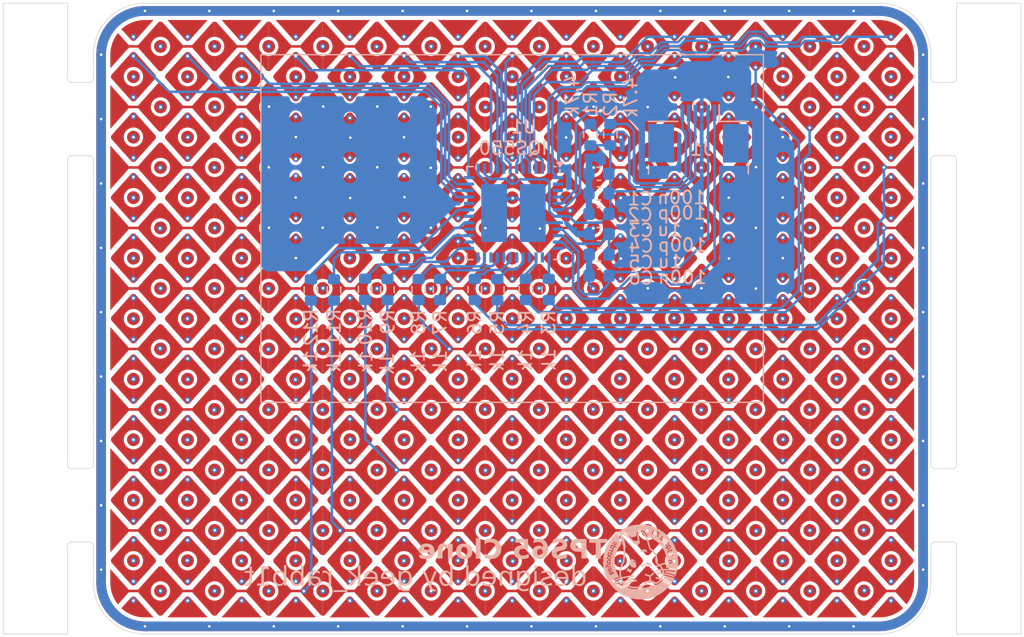
<source format=kicad_pcb>
(kicad_pcb (version 20240108) (generator "pcbnew") (generator_version "8.0")
  (layers (0 "F.Cu" signal) (1 "In1.Cu" signal) (2 "In2.Cu" signal) (31 "B.Cu" signal) (34 "B.Paste" user) (35 "F.Paste" user) (36 "B.SilkS" user "B.Silkscreen") (37 "F.SilkS" user "F.Silkscreen") (38 "B.Mask" user) (39 "F.Mask" user) (44 "Edge.Cuts" user))
  (net 0 "")
  (net 1 "+3V3")
  (net 2 "GND")
  (net 3 "/VREG")
  (net 4 "/NRST")
  (net 5 "/SCL")
  (net 6 "/SDA")
  (net 7 "/RDY")
  (net 8 "/RX0")
  (net 9 "Net-(U1-Rx0A)")
  (net 10 "Net-(U1-Rx1A)")
  (net 11 "/RX1")
  (net 12 "Net-(U1-Rx2A)")
  (net 13 "/RX2")
  (net 14 "/RX3")
  (net 15 "Net-(U1-Rx3A)")
  (net 16 "/RX4")
  (net 17 "Net-(U1-Rx4A)")
  (net 18 "Net-(U1-Rx5A)")
  (net 19 "/RX5")
  (net 20 "/RX6")
  (net 21 "Net-(U1-Rx6A)")
  (net 22 "Net-(U1-Rx7A)")
  (net 23 "/RX7")
  (net 24 "/RX8")
  (net 25 "Net-(U1-Rx8A)")
  (net 26 "Net-(U1-Rx9A)")
  (net 27 "/RX9")
  (net 29 "/TX2")
  (net 30 "/SW_IN")
  (net 31 "/TX13")
  (net 32 "/TX10")
  (net 33 "/TX0")
  (net 36 "/TX7")
  (net 39 "/TX12")
  (net 40 "/TX9")
  (net 43 "/TX8")
  (net 44 "/TX6")
  (net 45 "/TX14")
  (net 46 "/TX4")
  (net 47 "/TX3")
  (net 48 "/TX5")
  (net 53 "/PGM")
  (net 55 "/TX11")
  (net 56 "/TX1")
  (footprint "trackpad:assembly_tool_hole" (layer "F.Cu") (at 130.5 49)
    (property "Reference" "REF**" (hide yes))
    (property "Value" "assembly_tool_hole" (hide yes))
  )
  (footprint "trackpad:mouse_bites" (layer "F.Cu") (at 133 45.85)
    (property "Reference" "REF**" (hide yes))
    (property "Value" "mouse_bites" (hide yes))
    (fp_line (start 1.7 0.3) (end 0.3 0.3) (stroke (width 0.05)) (layer "Edge.Cuts"))
    (fp_line (start 1.7 6) (end 0.3 6) (stroke (width 0.05)) (layer "Edge.Cuts"))
    (fp_arc (start 0 6.3) (mid 0.087868 6.087868) (end 0.3 6) (stroke (width 0.05)) (layer "Edge.Cuts"))
    (fp_arc (start 0.3 0.3) (mid 0.087868 0.212132) (end 0 0) (stroke (width 0.05)) (layer "Edge.Cuts"))
    (fp_arc (start 1.7 6) (mid 1.912132 6.087868) (end 2 6.3) (stroke (width 0.05)) (layer "Edge.Cuts"))
    (fp_arc (start 2 0) (mid 1.912132 0.212132) (end 1.7 0.3) (stroke (width 0.05)) (layer "Edge.Cuts"))
  )
  (footprint "trackpad:assembly_tool_hole" (layer "F.Cu") (at 130.5 79)
    (property "Reference" "REF**" (hide yes))
    (property "Value" "assembly_tool_hole" (hide yes))
  )
  (footprint "trackpad:mouse_bites" (layer "F.Cu") (at 133 75.8525)
    (property "Reference" "REF**" (hide yes))
    (property "Value" "mouse_bites" (hide yes))
    (fp_line (start 1.7 0.3) (end 0.3 0.3) (stroke (width 0.05)) (layer "Edge.Cuts"))
    (fp_line (start 1.7 6) (end 0.3 6) (stroke (width 0.05)) (layer "Edge.Cuts"))
    (fp_arc (start 0 6.3) (mid 0.087868 6.087868) (end 0.3 6) (stroke (width 0.05)) (layer "Edge.Cuts"))
    (fp_arc (start 0.3 0.3) (mid 0.087868 0.212132) (end 0 0) (stroke (width 0.05)) (layer "Edge.Cuts"))
    (fp_arc (start 1.7 6) (mid 1.912132 6.087868) (end 2 6.3) (stroke (width 0.05)) (layer "Edge.Cuts"))
    (fp_arc (start 2 0) (mid 1.912132 0.212132) (end 1.7 0.3) (stroke (width 0.05)) (layer "Edge.Cuts"))
  )
  (footprint "trackpad:tool_hole" (layer "F.Cu") (at 128 40)
    (property "Reference" "REF**" (hide yes))
    (property "Value" "tool_hole" (hide yes))
    (fp_line (start 0 0) (end 0 5) (stroke (width 0.05)) (layer "Edge.Cuts"))
    (fp_line (start 5 0) (end 0 0) (stroke (width 0.05)) (layer "Edge.Cuts"))
    (fp_line (start 5 5) (end 5 0) (stroke (width 0.05)) (layer "Edge.Cuts"))
  )
  (footprint "trackpad:assembly_tool_hole" (layer "F.Cu") (at 204.5 79)
    (property "Reference" "REF**" (hide yes))
    (property "Value" "assembly_tool_hole" (hide yes))
  )
  (footprint "trackpad:tool_hole" (layer "F.Cu") (at 207 89 180)
    (property "Reference" "REF**" (hide yes))
    (property "Value" "tool_hole" (hide yes))
    (fp_line (start 5 5) (end 5 0) (stroke (width 0.05)) (layer "Edge.Cuts"))
    (fp_line (start 5 0) (end 0 0) (stroke (width 0.05)) (layer "Edge.Cuts"))
    (fp_line (start 0 0) (end 0 5) (stroke (width 0.05)) (layer "Edge.Cuts"))
  )
  (footprint "Resistor_SMD:R_0603_1608Metric" (layer "B.Cu") (at 175.12 50.21 90)
    (property "Reference" "R2")
    (property "Value" "4.7k")
  )
  (footprint "Capacitor_SMD:C_0603_1608Metric" (layer "B.Cu") (at 174.25 57.93 180)
    (property "Reference" "C4")
    (property "Value" "100p")
  )
  (footprint "Resistor_SMD:R_0603_1608Metric" (layer "B.Cu") (at 156.09 62.22 -90)
    (property "Reference" "R10")
    (property "Value" "1k")
  )
  (footprint "Resistor_SMD:R_0603_1608Metric" (layer "B.Cu") (at 166.35 62.25 90)
    (property "Reference" "R5")
    (property "Value" "1k")
  )
  (footprint "Capacitor_SMD:C_0603_1608Metric" (layer "B.Cu") (at 174.23 53.25 180)
    (property "Reference" "C1")
    (property "Value" "100n")
  )
  (footprint "Resistor_SMD:R_0603_1608Metric" (layer "B.Cu") (at 157.82 62.24 -90)
    (property "Reference" "R9")
    (property "Value" "1k")
  )
  (footprint "trackpad:mouse_bites" (layer "B.Cu") (at 202 75.8525 180)
    (property "Reference" "REF**" (hide yes))
    (property "Value" "mouse_bites" (hide yes))
    (fp_line (start 0.3 -0.3) (end 1.7 -0.3) (stroke (width 0.05)) (layer "Edge.Cuts"))
    (fp_line (start 0.3 -6) (end 1.7 -6) (stroke (width 0.05)) (layer "Edge.Cuts"))
    (fp_arc (start 2 -6.3) (mid 1.912132 -6.087868) (end 1.7 -6) (stroke (width 0.05)) (layer "Edge.Cuts"))
    (fp_arc (start 1.7 -0.3) (mid 1.912132 -0.212132) (end 2 0) (stroke (width 0.05)) (layer "Edge.Cuts"))
    (fp_arc (start 0.3 -6) (mid 0.087868 -6.087868) (end 0 -6.3) (stroke (width 0.05)) (layer "Edge.Cuts"))
    (fp_arc (start 0 0) (mid 0.087868 -0.212132) (end 0.3 -0.3) (stroke (width 0.05)) (layer "Edge.Cuts"))
  )
  (footprint "trackpad:tool_hole" (layer "B.Cu") (at 207 40 180)
    (property "Reference" "REF**" (hide yes))
    (property "Value" "tool_hole" (hide yes))
    (fp_line (start 5 0) (end 5 -5) (stroke (width 0.05)) (layer "Edge.Cuts"))
    (fp_line (start 0 0) (end 5 0) (stroke (width 0.05)) (layer "Edge.Cuts"))
    (fp_line (start 0 -5) (end 0 0) (stroke (width 0.05)) (layer "Edge.Cuts"))
  )
  (footprint "Capacitor_SMD:C_0603_1608Metric" (layer "B.Cu") (at 174.25 59.53 180)
    (property "Reference" "C5")
    (property "Value" "1u")
  )
  (footprint "Capacitor_SMD:C_0603_1608Metric" (layer "B.Cu") (at 174.23 54.78 180)
    (property "Reference" "C2")
    (property "Value" "100p")
  )
  (footprint "Resistor_SMD:R_0603_1608Metric" (layer "B.Cu") (at 151.88 62.27 -90)
    (property "Reference" "R12")
    (property "Value" "1k")
  )
  (footprint "Capacitor_SMD:C_0603_1608Metric" (layer "B.Cu") (at 174.25 61.17 180)
    (property "Reference" "C6")
    (property "Value" "100n")
  )
  (footprint "Resistor_SMD:R_0603_1608Metric" (layer "B.Cu") (at 164.6 62.24 90)
    (property "Reference" "R6")
    (property "Value" "1k")
  )
  (footprint "keyboard:Jushuo_AFC07-S06FCA-00_1x6-1MP_P0.50_Horizontal-JLC" (layer "B.Cu") (at 181.96 49.38)
    (property "Reference" "J1")
    (property "Value" "Conn_01x06")
  )
  (footprint "Resistor_SMD:R_0603_1608Metric" (layer "B.Cu") (at 170.34 62.24 90)
    (property "Reference" "R3")
    (property "Value" "1k")
  )
  (footprint "trackpad:tool_hole" (layer "B.Cu") (at 128 89)
    (property "Reference" "REF**" (hide yes))
    (property "Value" "tool_hole" (hide yes))
    (fp_line (start 0 -5) (end 0 0) (stroke (width 0.05)) (layer "Edge.Cuts"))
    (fp_line (start 0 0) (end 5 0) (stroke (width 0.05)) (layer "Edge.Cuts"))
    (fp_line (start 5 0) (end 5 -5) (stroke (width 0.05)) (layer "Edge.Cuts"))
  )
  (footprint "Capacitor_SMD:C_0603_1608Metric" (layer "B.Cu") (at 174.24 56.37 180)
    (property "Reference" "C3")
    (property "Value" "1u")
  )
  (footprint "Resistor_SMD:R_0603_1608Metric" (layer "B.Cu") (at 173.57 50.21 90)
    (property "Reference" "R1")
    (property "Value" "4.7k")
  )
  (footprint "Package_DFN_QFN:QFN-48-1EP_7x7mm_P0.5mm_EP3.5x3.5mm" (layer "B.Cu") (at 167.6 56.3)
    (property "Reference" "U1")
    (property "Value" "IQS550")
  )
  (footprint "Resistor_SMD:R_0603_1608Metric" (layer "B.Cu") (at 168.56 62.23 90)
    (property "Reference" "R4")
    (property "Value" "1k")
  )
  (footprint "Resistor_SMD:R_0603_1608Metric" (layer "B.Cu") (at 161.9 62.24 90)
    (property "Reference" "R7")
    (property "Value" "1k")
  )
  (footprint "Resistor_SMD:R_0603_1608Metric" (layer "B.Cu") (at 160.24 62.24 90)
    (property "Reference" "R8")
    (property "Value" "1k")
  )
  (footprint "trackpad:mouse_bites" (layer "B.Cu") (at 202 45.85 180)
    (property "Reference" "REF**" (hide yes))
    (property "Value" "mouse_bites" (hide yes))
    (fp_line (start 0.3 -0.3) (end 1.7 -0.3) (stroke (width 0.05)) (layer "Edge.Cuts"))
    (fp_line (start 0.3 -6) (end 1.7 -6) (stroke (width 0.05)) (layer "Edge.Cuts"))
    (fp_arc (start 2 -6.3) (mid 1.912132 -6.087868) (end 1.7 -6) (stroke (width 0.05)) (layer "Edge.Cuts"))
    (fp_arc (start 1.7 -0.3) (mid 1.912132 -0.212132) (end 2 0) (stroke (width 0.05)) (layer "Edge.Cuts"))
    (fp_arc (start 0.3 -6) (mid 0.087868 -6.087868) (end 0 -6.3) (stroke (width 0.05)) (layer "Edge.Cuts"))
    (fp_arc (start 0 0) (mid 0.087868 -0.212132) (end 0.3 -0.3) (stroke (width 0.05)) (layer "Edge.Cuts"))
  )
  (footprint "Resistor_SMD:R_0603_1608Metric" (layer "B.Cu") (at 153.67 62.27 -90)
    (property "Reference" "R11")
    (property "Value" "1k")
  )
  (gr_poly (pts (arc (start 169.605126 56.705126) (mid 168.855126 57.455126) (end 169.605126 58.205126)) (xy 169.605126 59.377344) (xy 169.552215 59.377344) (xy 169.455634 59.334095) (xy 169.418626 59.296205) (xy 167.923745 57.621612) (xy 167.894816 57.586192) (xy 167.862249 57.500815) (xy 167.862249 57.409437) (xy 167.894816 57.32406) (xy 167.923745 57.28864) (xy 169.418626 55.614047) (xy 169.455634 55.576157) (xy 169.552215 55.532908) (xy 169.605126 55.532908)) (fill solid) (layer "F.Cu") (net 14))
  (gr_poly (pts (arc (start 180.105126 44.955126) (mid 179.355126 45.705126) (end 180.105126 46.455126)) (xy 180.105126 47.627344) (xy 180.052215 47.627344) (xy 179.955634 47.584095) (xy 179.918626 47.546205) (xy 178.423745 45.871612) (xy 178.394816 45.836192) (xy 178.362249 45.750815) (xy 178.362249 45.659437) (xy 178.394816 45.57406) (xy 178.423745 45.53864) (xy 179.918626 43.864047) (xy 179.955634 43.826157) (xy 180.052215 43.782908) (xy 180.105126 43.782908)) (fill solid) (layer "F.Cu") (net 32))
  (gr_poly (pts (arc (start 144.405126 75.505126) (mid 145.155126 76.255126) (end 144.405126 77.005126)) (xy 144.405126 78.177344) (xy 144.458037 78.177344) (xy 144.554618 78.134095) (xy 144.591626 78.096205) (xy 146.086507 76.421612) (xy 146.115436 76.386192) (xy 146.148003 76.300815) (xy 146.148003 76.209437) (xy 146.115436 76.12406) (xy 146.086507 76.08864) (xy 144.591626 74.414047) (xy 144.554618 74.376157) (xy 144.458037 74.332908) (xy 144.405126 74.332908)) (fill solid) (layer "F.Cu") (net 23))
  (gr_poly (pts (arc (start 167.505126 59.055126) (mid 168.255126 59.805126) (end 167.505126 60.555126)) (xy 167.505126 61.727344) (xy 167.558037 61.727344) (xy 167.654618 61.684095) (xy 167.691626 61.646205) (xy 169.186507 59.971612) (xy 169.215436 59.936192) (xy 169.248003 59.850815) (xy 169.248003 59.759437) (xy 169.215436 59.67406) (xy 169.186507 59.63864) (xy 167.691626 57.964047) (xy 167.654618 57.926157) (xy 167.558037 57.882908) (xy 167.505126 57.882908)) (fill solid) (layer "F.Cu") (net 36))
  (gr_poly (pts (xy 197.294061 43.224105) (xy 197.32336 43.18891) (arc (start 198.10474 42.315397) (mid 198.543984 43.108043) (end 198.696116 44.001396)) (xy 198.694741 45.055396) (xy 197.32336 43.521882) (xy 197.294061 43.486687) (xy 197.261439 43.401163) (xy 197.261439 43.309629)) (fill solid) (layer "F.Cu") (net 8))
  (gr_poly (pts (arc (start 144.405126 47.305126) (mid 143.655126 48.055126) (end 144.405126 48.805126)) (xy 144.405126 49.977344) (xy 144.352215 49.977344) (xy 144.255634 49.934095) (xy 144.218626 49.896205) (xy 142.723745 48.221612) (xy 142.694816 48.186192) (xy 142.662249 48.100815) (xy 142.662249 48.009437) (xy 142.694816 47.92406) (xy 142.723745 47.88864) (xy 144.218626 46.214047) (xy 144.255634 46.176157) (xy 144.352215 46.132908) (xy 144.405126 46.132908)) (fill solid) (layer "F.Cu") (net 11))
  (gr_poly (pts (xy 136.315126 51.055126) (xy 137.686507 52.58864) (xy 137.715806 52.623835) (xy 137.748428 52.709359) (xy 137.748428 52.800893) (xy 137.715806 52.886417) (xy 137.686507 52.921612) (xy 136.315126 54.455126)) (fill solid) (layer "F.Cu") (net 13))
  (gr_poly (pts (arc (start 188.505126 49.655126) (mid 187.755126 50.405126) (end 188.505126 51.155126)) (xy 188.505126 52.327344) (xy 188.452215 52.327344) (xy 188.355634 52.284095) (xy 188.318626 52.246205) (xy 186.823745 50.571612) (xy 186.794816 50.536192) (xy 186.762249 50.450815) (xy 186.762249 50.359437) (xy 186.794816 50.27406) (xy 186.823745 50.23864) (xy 188.318626 48.564047) (xy 188.355634 48.526157) (xy 188.452215 48.482908) (xy 188.505126 48.482908)) (fill solid) (layer "F.Cu") (net 39))
  (gr_poly (pts (arc (start 186.405126 75.505126) (mid 187.155126 76.255126) (end 186.405126 77.005126)) (xy 186.405126 78.177344) (xy 186.458037 78.177344) (xy 186.554618 78.134095) (xy 186.591626 78.096205) (xy 188.086507 76.421612) (xy 188.115436 76.386192) (xy 188.148003 76.300815) (xy 188.148003 76.209437) (xy 188.115436 76.12406) (xy 188.086507 76.08864) (xy 186.591626 74.414047) (xy 186.554618 74.376157) (xy 186.458037 74.332908) (xy 186.405126 74.332908)) (fill solid) (layer "F.Cu") (net 23))
  (gr_poly (pts (arc (start 138.105126 59.055126) (mid 137.355126 59.805126) (end 138.105126 60.555126)) (xy 138.105126 61.727344) (xy 138.052215 61.727344) (xy 137.955634 61.684095) (xy 137.918626 61.646205) (xy 136.423745 59.971612) (xy 136.394816 59.936192) (xy 136.362249 59.850815) (xy 136.362249 59.759437) (xy 136.394816 59.67406) (xy 136.423745 59.63864) (xy 137.918626 57.964047) (xy 137.955634 57.926157) (xy 138.052215 57.882908) (xy 138.105126 57.882908)) (fill solid) (layer "F.Cu") (net 33))
  (gr_poly (pts (arc (start 194.805126 66.105126) (mid 195.555126 66.855126) (end 194.805126 67.605126)) (xy 194.805126 68.777344) (xy 194.858037 68.777344) (xy 194.954618 68.734095) (xy 194.991626 68.696205) (xy 196.486507 67.021612) (xy 196.515436 66.986192) (xy 196.548003 66.900815) (xy 196.548003 66.809437) (xy 196.515436 66.72406) (xy 196.486507 66.68864) (xy 194.991626 65.014047) (xy 194.954618 64.976157) (xy 194.858037 64.932908) (xy 194.805126 64.932908)) (fill solid) (layer "F.Cu") (net 19))
  (gr_poly (pts (arc (start 167.505126 77.855126) (mid 168.255126 78.605126) (end 167.505126 79.355126)) (xy 167.505126 80.527344) (xy 167.558037 80.527344) (xy 167.654618 80.484095) (xy 167.691626 80.446205) (xy 169.186507 78.771612) (xy 169.215436 78.736192) (xy 169.248003 78.650815) (xy 169.248003 78.559437) (xy 169.215436 78.47406) (xy 169.186507 78.43864) (xy 167.691626 76.764047) (xy 167.654618 76.726157) (xy 167.558037 76.682908) (xy 167.505126 76.682908)) (fill solid) (layer "F.Cu") (net 36))
  (gr_line (start 196 88.4) (end 139 88.4) (stroke (width 0.75)) (layer "F.Cu"))
  (gr_poly (pts (arc (start 150.705126 63.755126) (mid 149.955126 64.505126) (end 150.705126 65.255126)) (xy 150.705126 66.427344) (xy 150.652215 66.427344) (xy 150.555634 66.384095) (xy 150.518626 66.346205) (xy 149.023745 64.671612) (xy 148.994816 64.636192) (xy 148.962249 64.550815) (xy 148.962249 64.459437) (xy 148.994816 64.37406) (xy 149.023745 64.33864) (xy 150.518626 62.664047) (xy 150.555634 62.626157) (xy 150.652215 62.582908) (xy 150.705126 62.582908)) (fill solid) (layer "F.Cu") (net 47))
  (gr_poly (pts (arc (start 138.105126 82.555126) (mid 137.355126 83.305126) (end 138.105126 84.055126)) (xy 138.105126 85.227344) (xy 138.052215 85.227344) (xy 137.955634 85.184095) (xy 137.918626 85.146205) (xy 136.423745 83.471612) (xy 136.394816 83.436192) (xy 136.362249 83.350815) (xy 136.362249 83.259437) (xy 136.394816 83.17406) (xy 136.423745 83.13864) (xy 137.918626 81.464047) (xy 137.955634 81.426157) (xy 138.052215 81.382908) (xy 138.105126 81.382908)) (fill solid) (layer "F.Cu") (net 33))
  (gr_poly (pts (arc (start 186.405126 52.005126) (mid 185.655126 52.755126) (end 186.405126 53.505126)) (xy 186.405126 54.677344) (xy 186.352215 54.677344) (xy 186.255634 54.634095) (xy 186.218626 54.596205) (xy 184.723745 52.921612) (xy 184.694816 52.886192) (xy 184.662249 52.800815) (xy 184.662249 52.709437) (xy 184.694816 52.62406) (xy 184.723745 52.58864) (xy 186.218626 50.914047) (xy 186.255634 50.876157) (xy 186.352215 50.832908) (xy 186.405126 50.832908)) (fill solid) (layer "F.Cu") (net 13))
  (gr_poly (pts (arc (start 157.005126 80.205126) (mid 157.755126 80.955126) (end 157.005126 81.705126)) (xy 157.005126 82.877344) (xy 157.058037 82.877344) (xy 157.154618 82.834095) (xy 157.191626 82.796205) (xy 158.686507 81.121612) (xy 158.715436 81.086192) (xy 158.748003 81.000815) (xy 158.748003 80.909437) (xy 158.715436 80.82406) (xy 158.686507 80.78864) (xy 157.191626 79.114047) (xy 157.154618 79.076157) (xy 157.058037 79.032908) (xy 157.005126 79.032908)) (fill solid) (layer "F.Cu") (net 24))
  (gr_poly (pts (arc (start 165.405126 80.205126) (mid 166.155126 80.955126) (end 165.405126 81.705126)) (xy 165.405126 82.877344) (xy 165.458037 82.877344) (xy 165.554618 82.834095) (xy 165.591626 82.796205) (xy 167.086507 81.121612) (xy 167.115436 81.086192) (xy 167.148003 81.000815) (xy 167.148003 80.909437) (xy 167.115436 80.82406) (xy 167.086507 80.78864) (xy 165.591626 79.114047) (xy 165.554618 79.076157) (xy 165.458037 79.032908) (xy 165.405126 79.032908)) (fill solid) (layer "F.Cu") (net 24))
  (gr_poly (pts (xy 137.918626 42.846205) (xy 137.947726 42.876918) (xy 138.021741 42.917856) (xy 138.105126 42.932033) (xy 138.188511 42.917856) (xy 138.262526 42.876918) (xy 138.291626 42.846205) (xy 139.665126 41.305126) (arc (start 138.994314 41.304314) (mid 138.013524 41.488753) (end 137.16673 42.01687))) (fill solid) (layer "F.Cu") (net 33))
  (gr_poly (pts (arc (start 178.005126 47.305126) (mid 178.755126 48.055126) (end 178.005126 48.805126)) (xy 178.005126 49.977344) (xy 178.058037 49.977344) (xy 178.154618 49.934095) (xy 178.191626 49.896205) (xy 179.686507 48.221612) (xy 179.715436 48.186192) (xy 179.748003 48.100815) (xy 179.748003 48.009437) (xy 179.715436 47.92406) (xy 179.686507 47.88864) (xy 178.191626 46.214047) (xy 178.154618 46.176157) (xy 178.058037 46.132908) (xy 178.005126 46.132908)) (fill solid) (layer "F.Cu") (net 11))
  (gr_arc (start 139 88.4) (mid 136.595837 87.404163) (end 135.6 85) (stroke (width 0.75)) (layer "F.Cu"))
  (gr_poly (pts (arc (start 146.505126 54.355126) (mid 147.255126 55.105126) (end 146.505126 55.855126)) (xy 146.505126 57.027344) (xy 146.558037 57.027344) (xy 146.654618 56.984095) (xy 146.691626 56.946205) (xy 148.186507 55.271612) (xy 148.215436 55.236192) (xy 148.248003 55.150815) (xy 148.248003 55.059437) (xy 148.215436 54.97406) (xy 148.186507 54.93864) (xy 146.691626 53.264047) (xy 146.654618 53.226157) (xy 146.558037 53.182908) (xy 146.505126 53.182908)) (fill solid) (layer "F.Cu") (net 29))
  (gr_poly (pts (arc (start 157.005126 52.005126) (mid 156.255126 52.755126) (end 157.005126 53.505126)) (xy 157.005126 54.677344) (xy 156.952215 54.677344) (xy 156.855634 54.634095) (xy 156.818626 54.596205) (xy 155.323745 52.921612) (xy 155.294816 52.886192) (xy 155.262249 52.800815) (xy 155.262249 52.709437) (xy 155.294816 52.62406) (xy 155.323745 52.58864) (xy 156.818626 50.914047) (xy 156.855634 50.876157) (xy 156.952215 50.832908) (xy 157.005126 50.832908)) (fill solid) (layer "F.Cu") (net 13))
  (gr_poly (pts (xy 144.945126 41.305126) (xy 148.065126 41.305126) (xy 146.691626 42.846205) (xy 146.662526 42.876918) (xy 146.588511 42.917856) (xy 146.505126 42.932033) (xy 146.421741 42.917856) (xy 146.347726 42.876918) (xy 146.318626 42.846205)) (fill solid) (layer "F.Cu") (net 29))
  (gr_poly (pts (arc (start 194.805126 61.405126) (mid 194.055126 62.155126) (end 194.805126 62.905126)) (xy 194.805126 64.077344) (xy 194.752215 64.077344) (xy 194.655634 64.034095) (xy 194.618626 63.996205) (xy 193.123745 62.321612) (xy 193.094816 62.286192) (xy 193.062249 62.200815) (xy 193.062249 62.109437) (xy 193.094816 62.02406) (xy 193.123745 61.98864) (xy 194.618626 60.314047) (xy 194.655634 60.276157) (xy 194.752215 60.232908) (xy 194.805126 60.232908)) (fill solid) (layer "F.Cu") (net 16))
  (gr_poly (pts (arc (start 152.805126 47.305126) (mid 152.055126 48.055126) (end 152.805126 48.805126)) (xy 152.805126 49.977344) (xy 152.752215 49.977344) (xy 152.655634 49.934095) (xy 152.618626 49.896205) (xy 151.123745 48.221612) (xy 151.094816 48.186192) (xy 151.062249 48.100815) (xy 151.062249 48.009437) (xy 151.094816 47.92406) (xy 151.123745 47.88864) (xy 152.618626 46.214047) (xy 152.655634 46.176157) (xy 152.752215 46.132908) (xy 152.805126 46.132908)) (fill solid) (layer "F.Cu") (net 11))
  (gr_poly (pts (arc (start 192.705126 49.655126) (mid 191.955126 50.405126) (end 192.705126 51.155126)) (xy 192.705126 52.327344) (xy 192.652215 52.327344) (xy 192.555634 52.284095) (xy 192.518626 52.246205) (xy 191.023745 50.571612) (xy 190.994816 50.536192) (xy 190.962249 50.450815) (xy 190.962249 50.359437) (xy 190.994816 50.27406) (xy 191.023745 50.23864) (xy 192.518626 48.564047) (xy 192.555634 48.526157) (xy 192.652215 48.482908) (xy 192.705126 48.482908)) (fill solid) (layer "F.Cu") (net 31))
  (gr_poly (pts (arc (start 148.605126 66.105126) (mid 149.355126 66.855126) (end 148.605126 67.605126)) (xy 148.605126 68.777344) (xy 148.658037 68.777344) (xy 148.754618 68.734095) (xy 148.791626 68.696205) (xy 150.286507 67.021612) (xy 150.315436 66.986192) (xy 150.348003 66.900815) (xy 150.348003 66.809437) (xy 150.315436 66.72406) (xy 150.286507 66.68864) (xy 148.791626 65.014047) (xy 148.754618 64.976157) (xy 148.658037 64.932908) (xy 148.605126 64.932908)) (fill solid) (layer "F.Cu") (net 19))
  (gr_poly (pts (arc (start 163.305126 49.655126) (mid 164.055126 50.405126) (end 163.305126 51.155126)) (xy 163.305126 52.327344) (xy 163.358037 52.327344) (xy 163.454618 52.284095) (xy 163.491626 52.246205) (xy 164.986507 50.571612) (xy 165.015436 50.536192) (xy 165.048003 50.450815) (xy 165.048003 50.359437) (xy 165.015436 50.27406) (xy 164.986507 50.23864) (xy 163.491626 48.564047) (xy 163.454618 48.526157) (xy 163.358037 48.482908) (xy 163.305126 48.482908)) (fill solid) (layer "F.Cu") (net 44))
  (gr_poly (pts (arc (start 169.605126 61.405126) (mid 170.355126 62.155126) (end 169.605126 62.905126)) (xy 169.605126 64.077344) (xy 169.658037 64.077344) (xy 169.754618 64.034095) (xy 169.791626 63.996205) (xy 171.286507 62.321612) (xy 171.315436 62.286192) (xy 171.348003 62.200815) (xy 171.348003 62.109437) (xy 171.315436 62.02406) (xy 171.286507 61.98864) (xy 169.791626 60.314047) (xy 169.754618 60.276157) (xy 169.658037 60.232908) (xy 169.605126 60.232908)) (fill solid) (layer "F.Cu") (net 16))
  (gr_arc (start 199.4 85) (mid 198.404163 87.404163) (end 196 88.4) (stroke (width 0.75)) (layer "F.Cu"))
  (gr_poly (pts (arc (start 175.905126 68.455126) (mid 176.655126 69.205126) (end 175.905126 69.955126)) (xy 175.905126 71.127344) (xy 175.958037 71.127344) (xy 176.054618 71.084095) (xy 176.091626 71.046205) (xy 177.586507 69.371612) (xy 177.615436 69.336192) (xy 177.648003 69.250815) (xy 177.648003 69.159437) (xy 177.615436 69.07406) (xy 177.586507 69.03864) (xy 176.091626 67.364047) (xy 176.054618 67.326157) (xy 175.958037 67.282908) (xy 175.905126 67.282908)) (fill solid) (layer "F.Cu") (net 40))
  (gr_poly (pts (arc (start 163.305126 49.655126) (mid 162.555126 50.405126) (end 163.305126 51.155126)) (xy 163.305126 52.327344) (xy 163.252215 52.327344) (xy 163.155634 52.284095) (xy 163.118626 52.246205) (xy 161.623745 50.571612) (xy 161.594816 50.536192) (xy 161.562249 50.450815) (xy 161.562249 50.359437) (xy 161.594816 50.27406) (xy 161.623745 50.23864) (xy 163.118626 48.564047) (xy 163.155634 48.526157) (xy 163.252215 48.482908) (xy 163.305126 48.482908)) (fill solid) (layer "F.Cu") (net 44))
  (gr_poly (pts (arc (start 154.905126 73.155126) (mid 154.155126 73.905126) (end 154.905126 74.655126)) (xy 154.905126 75.827344) (xy 154.852215 75.827344) (xy 154.755634 75.784095) (xy 154.718626 75.746205) (xy 153.223745 74.071612) (xy 153.194816 74.036192) (xy 153.162249 73.950815) (xy 153.162249 73.859437) (xy 153.194816 73.77406) (xy 153.223745 73.73864) (xy 154.718626 72.064047) (xy 154.755634 72.026157) (xy 154.852215 71.982908) (xy 154.905126 71.982908)) (fill solid) (layer "F.Cu") (net 46))
  (gr_poly (pts (arc (start 190.605126 70.805126) (mid 189.855126 71.555126) (end 190.605126 72.305126)) (xy 190.605126 73.477344) (xy 190.552215 73.477344) (xy 190.455634 73.434095) (xy 190.418626 73.396205) (xy 188.923745 71.721612) (xy 188.894816 71.686192) (xy 188.862249 71.600815) (xy 188.862249 71.509437) (xy 188.894816 71.42406) (xy 188.923745 71.38864) (xy 190.418626 69.714047) (xy 190.455634 69.676157) (xy 190.552215 69.632908) (xy 190.605126 69.632908)) (fill solid) (layer "F.Cu") (net 20))
  (gr_poly (pts (xy 137.715206 85.787209) (xy 137.685907 85.822404) (arc (start 136.904527 86.695917) (mid 136.465283 85.903271) (end 136.313151 85.009918)) (xy 136.314526 83.955918) (xy 137.685907 85.489432) (xy 137.715206 85.524627) (xy 137.747828 85.610151) (xy 137.747828 85.701685)) (fill solid) (layer "F.Cu") (net 27))
  (gr_poly (pts (arc (start 196.905126 77.855126) (mid 196.155126 78.605126) (end 196.905126 79.355126)) (xy 196.905126 80.527344) (xy 196.852215 80.527344) (xy 196.755634 80.484095) (xy 196.718626 80.446205) (xy 195.223745 78.771612) (xy 195.194816 78.736192) (xy 195.162249 78.650815) (xy 195.162249 78.559437) (xy 195.194816 78.47406) (xy 195.223745 78.43864) (xy 196.718626 76.764047) (xy 196.755634 76.726157) (xy 196.852215 76.682908) (xy 196.905126 76.682908)) (fill solid) (layer "F.Cu") (net 45))
  (gr_poly (pts (xy 197.294827 85.786903) (xy 197.324126 85.822098) (arc (start 198.105506 86.695611) (mid 198.54475 85.902965) (end 198.696882 85.009612)) (xy 198.695507 83.955612) (xy 197.324126 85.489126) (xy 197.294827 85.524321) (xy 197.262205 85.609845) (xy 197.262205 85.701379)) (fill solid) (layer "F.Cu") (net 27))
  (gr_poly (pts (arc (start 154.905126 44.955126) (mid 155.655126 45.705126) (end 154.905126 46.455126)) (xy 154.905126 47.627344) (xy 154.958037 47.627344) (xy 155.054618 47.584095) (xy 155.091626 47.546205) (xy 156.586507 45.871612) (xy 156.615436 45.836192) (xy 156.648003 45.750815) (xy 156.648003 45.659437) (xy 156.615436 45.57406) (xy 156.586507 45.53864) (xy 155.091626 43.864047) (xy 155.054618 43.826157) (xy 154.958037 43.782908) (xy 154.905126 43.782908)) (fill solid) (layer "F.Cu") (net 46))
  (gr_poly (pts (arc (start 152.805126 52.005126) (mid 153.555126 52.755126) (end 152.805126 53.505126)) (xy 152.805126 54.677344) (xy 152.858037 54.677344) (xy 152.954618 54.634095) (xy 152.991626 54.596205) (xy 154.486507 52.921612) (xy 154.515436 52.886192) (xy 154.548003 52.800815) (xy 154.548003 52.709437) (xy 154.515436 52.62406) (xy 154.486507 52.58864) (xy 152.991626 50.914047) (xy 152.954618 50.876157) (xy 152.858037 50.832908) (xy 152.805126 50.832908)) (fill solid) (layer "F.Cu") (net 13))
  (gr_poly (pts (arc (start 144.405126 75.505126) (mid 143.655126 76.255126) (end 144.405126 77.005126)) (xy 144.405126 78.177344) (xy 144.352215 78.177344) (xy 144.255634 78.134095) (xy 144.218626 78.096205) (xy 142.723745 76.421612) (xy 142.694816 76.386192) (xy 142.662249 76.300815) (xy 142.662249 76.209437) (xy 142.694816 76.12406) (xy 142.723745 76.08864) (xy 144.218626 74.414047) (xy 144.255634 74.376157) (xy 144.352215 74.332908) (xy 144.405126 74.332908)) (fill solid) (layer "F.Cu") (net 23))
  (gr_poly (pts (xy 136.315126 74.555126) (xy 137.686507 76.08864) (xy 137.715806 76.123835) (xy 137.748428 76.209359) (xy 137.748428 76.300893) (xy 137.715806 76.386417) (xy 137.686507 76.421612) (xy 136.315126 77.955126)) (fill solid) (layer "F.Cu") (net 23))
  (gr_poly (pts (arc (start 144.405126 61.405126) (mid 143.655126 62.155126) (end 144.405126 62.905126)) (xy 144.405126 64.077344) (xy 144.352215 64.077344) (xy 144.255634 64.034095) (xy 144.218626 63.996205) (xy 142.723745 62.321612) (xy 142.694816 62.286192) (xy 142.662249 62.200815) (xy 142.662249 62.109437) (xy 142.694816 62.02406) (xy 142.723745 61.98864) (xy 144.218626 60.314047) (xy 144.255634 60.276157) (xy 144.352215 60.232908) (xy 144.405126 60.232908)) (fill solid) (layer "F.Cu") (net 16))
  (gr_poly (pts (arc (start 144.405126 84.905126) (mid 143.655126 85.655126) (end 144.405126 86.405126)) (xy 144.405126 87.577344) (xy 144.352215 87.577344) (xy 144.255634 87.534095) (xy 144.218626 87.496205) (xy 142.723745 85.821612) (xy 142.694816 85.786192) (xy 142.662249 85.700815) (xy 142.662249 85.609437) (xy 142.694816 85.52406) (xy 142.723745 85.48864) (xy 144.218626 83.814047) (xy 144.255634 83.776157) (xy 144.352215 83.732908) (xy 144.405126 83.732908)) (fill solid) (layer "F.Cu") (net 27))
  (gr_poly (pts (arc (start 171.705126 59.055126) (mid 170.955126 59.805126) (end 171.705126 60.555126)) (xy 171.705126 61.727344) (xy 171.652215 61.727344) (xy 171.555634 61.684095) (xy 171.518626 61.646205) (xy 170.023745 59.971612) (xy 169.994816 59.936192) (xy 169.962249 59.850815) (xy 169.962249 59.759437) (xy 169.994816 59.67406) (xy 170.023745 59.63864) (xy 171.518626 57.964047) (xy 171.555634 57.926157) (xy 171.652215 57.882908) (xy 171.705126 57.882908)) (fill solid) (layer "F.Cu") (net 43))
  (gr_poly (pts (arc (start 169.605126 47.305126) (mid 168.855126 48.055126) (end 169.605126 48.805126)) (xy 169.605126 49.977344) (xy 169.552215 49.977344) (xy 169.455634 49.934095) (xy 169.418626 49.896205) (xy 167.923745 48.221612) (xy 167.894816 48.186192) (xy 167.862249 48.100815) (xy 167.862249 48.009437) (xy 167.894816 47.92406) (xy 167.923745 47.88864) (xy 169.418626 46.214047) (xy 169.455634 46.176157) (xy 169.552215 46.132908) (xy 169.605126 46.132908)) (fill solid) (layer "F.Cu") (net 11))
  (gr_poly (pts (arc (start 140.205126 84.905126) (mid 139.455126 85.655126) (end 140.205126 86.405126)) (xy 140.205126 87.577344) (xy 140.152215 87.577344) (xy 140.055634 87.534095) (xy 140.018626 87.496205) (xy 138.523745 85.821612) (xy 138.494816 85.786192) (xy 138.462249 85.700815) (xy 138.462249 85.609437) (xy 138.494816 85.52406) (xy 138.523745 85.48864) (xy 140.018626 83.814047) (xy 140.055634 83.776157) (xy 140.152215 83.732908) (xy 140.205126 83.732908)) (fill solid) (layer "F.Cu") (net 27))
  (gr_poly (pts (arc (start 196.905126 44.955126) (mid 197.655126 45.705126) (end 196.905126 46.455126)) (xy 196.905126 47.627344) (xy 196.958037 47.627344) (xy 197.054618 47.584095) (xy 197.091626 47.546205) (xy 198.586507 45.871612) (xy 198.615436 45.836192) (xy 198.648003 45.750815) (xy 198.648003 45.659437) (xy 198.615436 45.57406) (xy 198.586507 45.53864) (xy 197.091626 43.864047) (xy 197.054618 43.826157) (xy 196.958037 43.782908) (xy 196.905126 43.782908)) (fill solid) (layer "F.Cu") (net 45))
  (gr_poly (pts (arc (start 192.705126 63.755126) (mid 193.455126 64.505126) (end 192.705126 65.255126)) (xy 192.705126 66.427344) (xy 192.758037 66.427344) (xy 192.854618 66.384095) (xy 192.891626 66.346205) (xy 194.386507 64.671612) (xy 194.415436 64.636192) (xy 194.448003 64.550815) (xy 194.448003 64.459437) (xy 194.415436 64.37406) (xy 194.386507 64.33864) (xy 192.891626 62.664047) (xy 192.854618 62.626157) (xy 192.758037 62.582908) (xy 192.705126 62.582908)) (fill solid) (layer "F.Cu") (net 31))
  (gr_poly (pts (arc (start 180.105126 63.755126) (mid 179.355126 64.505126) (end 180.105126 65.255126)) (xy 180.105126 66.427344) (xy 180.052215 66.427344) (xy 179.955634 66.384095) (xy 179.918626 66.346205) (xy 178.423745 64.671612) (xy 178.394816 64.636192) (xy 178.362249 64.550815) (xy 178.362249 64.459437) (xy 178.394816 64.37406) (xy 178.423745 64.33864) (xy 179.918626 62.664047) (xy 179.955634 62.626157) (xy 180.052215 62.582908) (xy 180.105126 62.582908)) (fill solid) (layer "F.Cu") (net 32))
  (gr_poly (pts (xy 169.065126 87.705126) (xy 165.945126 87.705126) (xy 167.318626 86.164047) (xy 167.347726 86.133334) (xy 167.421741 86.092396) (xy 167.505126 86.078219) (xy 167.588511 86.092396) (xy 167.662526 86.133334) (xy 167.691626 86.164047)) (fill solid) (layer "F.Cu") (net 36))
  (gr_poly (pts (arc (start 169.605126 84.905126) (mid 170.355126 85.655126) (end 169.605126 86.405126)) (xy 169.605126 87.577344) (xy 169.658037 87.577344) (xy 169.754618 87.534095) (xy 169.791626 87.496205) (xy 171.286507 85.821612) (xy 171.315436 85.786192) (xy 171.348003 85.700815) (xy 171.348003 85.609437) (xy 171.315436 85.52406) (xy 171.286507 85.48864) (xy 169.791626 83.814047) (xy 169.754618 83.776157) (xy 169.658037 83.732908) (xy 169.605126 83.732908)) (fill solid) (layer "F.Cu") (net 27))
  (gr_poly (pts (arc (start 161.205126 75.505126) (mid 161.955126 76.255126) (end 161.205126 77.005126)) (xy 161.205126 78.177344) (xy 161.258037 78.177344) (xy 161.354618 78.134095) (xy 161.391626 78.096205) (xy 162.886507 76.421612) (xy 162.915436 76.386192) (xy 162.948003 76.300815) (xy 162.948003 76.209437) (xy 162.915436 76.12406) (xy 162.886507 76.08864) (xy 161.391626 74.414047) (xy 161.354618 74.376157) (xy 161.258037 74.332908) (xy 161.205126 74.332908)) (fill solid) (layer "F.Cu") (net 23))
  (gr_poly (pts (arc (start 167.505126 68.455126) (mid 168.255126 69.205126) (end 167.505126 69.955126)) (xy 167.505126 71.127344) (xy 167.558037 71.127344) (xy 167.654618 71.084095) (xy 167.691626 71.046205) (xy 169.186507 69.371612) (xy 169.215436 69.336192) (xy 169.248003 69.250815) (xy 169.248003 69.159437) (xy 169.215436 69.07406) (xy 169.186507 69.03864) (xy 167.691626 67.364047) (xy 167.654618 67.326157) (xy 167.558037 67.282908) (xy 167.505126 67.282908)) (fill solid) (layer "F.Cu") (net 36))
  (gr_poly (pts (xy 185.865126 87.705126) (xy 182.745126 87.705126) (xy 184.118626 86.164047) (xy 184.147726 86.133334) (xy 184.221741 86.092396) (xy 184.305126 86.078219) (xy 184.388511 86.092396) (xy 184.462526 86.133334) (xy 184.491626 86.164047)) (fill solid) (layer "F.Cu") (net 55))
  (gr_poly (pts (arc (start 180.105126 54.355126) (mid 180.855126 55.105126) (end 180.105126 55.855126)) (xy 180.105126 57.027344) (xy 180.158037 57.027344) (xy 180.254618 56.984095) (xy 180.291626 56.946205) (xy 181.786507 55.271612) (xy 181.815436 55.236192) (xy 181.848003 55.150815) (xy 181.848003 55.059437) (xy 181.815436 54.97406) (xy 181.786507 54.93864) (xy 180.291626 53.264047) (xy 180.254618 53.226157) (xy 180.158037 53.182908) (xy 180.105126 53.182908)) (fill solid) (layer "F.Cu") (net 32))
  (gr_poly (pts (arc (start 138.105126 54.355126) (mid 137.355126 55.105126) (end 138.105126 55.855126)) (xy 138.105126 57.027344) (xy 138.052215 57.027344) (xy 137.955634 56.984095) (xy 137.918626 56.946205) (xy 136.423745 55.271612) (xy 136.394816 55.236192) (xy 136.362249 55.150815) (xy 136.362249 55.059437) (xy 136.394816 54.97406) (xy 136.423745 54.93864) (xy 137.918626 53.264047) (xy 137.955634 53.226157) (xy 138.052215 53.182908) (xy 138.105126 53.182908)) (fill solid) (layer "F.Cu") (net 33))
  (gr_poly (pts (arc (start 140.205126 52.005126) (mid 140.955126 52.755126) (end 140.205126 53.505126)) (xy 140.205126 54.677344) (xy 140.258037 54.677344) (xy 140.354618 54.634095) (xy 140.391626 54.596205) (xy 141.886507 52.921612) (xy 141.915436 52.886192) (xy 141.948003 52.800815) (xy 141.948003 52.709437) (xy 141.915436 52.62406) (xy 141.886507 52.58864) (xy 140.391626 50.914047) (xy 140.354618 50.876157) (xy 140.258037 50.832908) (xy 140.205126 50.832908)) (fill solid) (layer "F.Cu") (net 13))
  (gr_poly (pts (arc (start 138.105126 44.955126) (mid 138.855126 45.705126) (end 138.105126 46.455126)) (xy 138.105126 47.627344) (xy 138.158037 47.627344) (xy 138.254618 47.584095) (xy 138.291626 47.546205) (xy 139.786507 45.871612) (xy 139.815436 45.836192) (xy 139.848003 45.750815) (xy 139.848003 45.659437) (xy 139.815436 45.57406) (xy 139.786507 45.53864) (xy 138.291626 43.864047) (xy 138.254618 43.826157) (xy 138.158037 43.782908) (xy 138.105126 43.782908)) (fill solid) (layer "F.Cu") (net 33))
  (gr_poly (pts (arc (start 154.905126 68.455126) (mid 154.155126 69.205126) (end 154.905126 69.955126)) (xy 154.905126 71.127344) (xy 154.852215 71.127344) (xy 154.755634 71.084095) (xy 154.718626 71.046205) (xy 153.223745 69.371612) (xy 153.194816 69.336192) (xy 153.162249 69.250815) (xy 153.162249 69.159437) (xy 153.194816 69.07406) (xy 153.223745 69.03864) (xy 154.718626 67.364047) (xy 154.755634 67.326157) (xy 154.852215 67.282908) (xy 154.905126 67.282908)) (fill solid) (layer "F.Cu") (net 46))
  (gr_poly (pts (arc (start 192.705126 59.055126) (mid 191.955126 59.805126) (end 192.705126 60.555126)) (xy 192.705126 61.727344) (xy 192.652215 61.727344) (xy 192.555634 61.684095) (xy 192.518626 61.646205) (xy 191.023745 59.971612) (xy 190.994816 59.936192) (xy 190.962249 59.850815) (xy 190.962249 59.759437) (xy 190.994816 59.67406) (xy 191.023745 59.63864) (xy 192.518626 57.964047) (xy 192.555634 57.926157) (xy 192.652215 57.882908) (xy 192.705126 57.882908)) (fill solid) (layer "F.Cu") (net 31))
  (gr_poly (pts (arc (start 154.905126 59.055126) (mid 154.155126 59.805126) (end 154.905126 60.555126)) (xy 154.905126 61.727344) (xy 154.852215 61.727344) (xy 154.755634 61.684095) (xy 154.718626 61.646205) (xy 153.223745 59.971612) (xy 153.194816 59.936192) (xy 153.162249 59.850815) (xy 153.162249 59.759437) (xy 153.194816 59.67406) (xy 153.223745 59.63864) (xy 154.718626 57.964047) (xy 154.755634 57.926157) (xy 154.852215 57.882908) (xy 154.905126 57.882908)) (fill solid) (layer "F.Cu") (net 46))
  (gr_poly (pts (arc (start 184.305126 59.055126) (mid 183.555126 59.805126) (end 184.305126 60.555126)) (xy 184.305126 61.727344) (xy 184.252215 61.727344) (xy 184.155634 61.684095) (xy 184.118626 61.646205) (xy 182.623745 59.971612) (xy 182.594816 59.936192) (xy 182.562249 59.850815) (xy 182.562249 59.759437) (xy 182.594816 59.67406) (xy 182.623745 59.63864) (xy 184.118626 57.964047) (xy 184.155634 57.926157) (xy 184.252215 57.882908) (xy 184.305126 57.882908)) (fill solid) (layer "F.Cu") (net 55))
  (gr_poly (pts (arc (start 152.805126 61.405126) (mid 152.055126 62.155126) (end 152.805126 62.905126)) (xy 152.805126 64.077344) (xy 152.752215 64.077344) (xy 152.655634 64.034095) (xy 152.618626 63.996205) (xy 151.123745 62.321612) (xy 151.094816 62.286192) (xy 151.062249 62.200815) (xy 151.062249 62.109437) (xy 151.094816 62.02406) (xy 151.123745 61.98864) (xy 152.618626 60.314047) (xy 152.655634 60.276157) (xy 152.752215 60.232908) (xy 152.805126 60.232908)) (fill solid) (layer "F.Cu") (net 16))
  (gr_poly (pts (arc (start 190.605126 42.605126) (mid 189.855126 43.355126) (end 190.605126 44.105126)) (xy 190.605126 45.277344) (xy 190.552215 45.277344) (xy 190.455634 45.234095) (xy 190.418626 45.196205) (xy 188.923745 43.521612) (xy 188.894816 43.486192) (xy 188.862249 43.400815) (xy 188.862249 43.309437) (xy 188.894816 43.22406) (xy 188.923745 43.18864) (xy 190.418626 41.514047) (xy 190.455634 41.476157) (xy 190.552215 41.432908) (xy 190.605126 41.432908)) (fill solid) (layer "F.Cu") (net 8))
  (gr_poly (pts (arc (start 138.105126 77.855126) (mid 138.855126 78.605126) (end 138.105126 79.355126)) (xy 138.105126 80.527344) (xy 138.158037 80.527344) (xy 138.254618 80.484095) (xy 138.291626 80.446205) (xy 139.786507 78.771612) (xy 139.815436 78.736192) (xy 139.848003 78.650815) (xy 139.848003 78.559437) (xy 139.815436 78.47406) (xy 139.786507 78.43864) (xy 138.291626 76.764047) (xy 138.254618 76.726157) (xy 138.158037 76.682908) (xy 138.105126 76.682908)) (fill solid) (layer "F.Cu") (net 33))
  (gr_poly (pts (arc (start 140.205126 66.105126) (mid 140.955126 66.855126) (end 140.205126 67.605126)) (xy 140.205126 68.777344) (xy 140.258037 68.777344) (xy 140.354618 68.734095) (xy 140.391626 68.696205) (xy 141.886507 67.021612) (xy 141.915436 66.986192) (xy 141.948003 66.900815) (xy 141.948003 66.809437) (xy 141.915436 66.72406) (xy 141.886507 66.68864) (xy 140.391626 65.014047) (xy 140.354618 64.976157) (xy 140.258037 64.932908) (xy 140.205126 64.932908)) (fill solid) (layer "F.Cu") (net 19))
  (gr_poly (pts (arc (start 173.805126 61.405126) (mid 174.555126 62.155126) (end 173.805126 62.905126)) (xy 173.805126 64.077344) (xy 173.858037 64.077344) (xy 173.954618 64.034095) (xy 173.991626 63.996205) (xy 175.486507 62.321612) (xy 175.515436 62.286192) (xy 175.548003 62.200815) (xy 175.548003 62.109437) (xy 175.515436 62.02406) (xy 175.486507 61.98864) (xy 173.991626 60.314047) (xy 173.954618 60.276157) (xy 173.858037 60.232908) (xy 173.805126 60.232908)) (fill solid) (layer "F.Cu") (net 16))
  (gr_poly (pts (arc (start 180.105126 77.855126) (mid 179.355126 78.605126) (end 180.105126 79.355126)) (xy 180.105126 80.527344) (xy 180.052215 80.527344) (xy 179.955634 80.484095) (xy 179.918626 80.446205) (xy 178.423745 78.771612) (xy 178.394816 78.736192) (xy 178.362249 78.650815) (xy 178.362249 78.559437) (xy 178.394816 78.47406) (xy 178.423745 78.43864) (xy 179.918626 76.764047) (xy 179.955634 76.726157) (xy 180.052215 76.682908) (xy 180.105126 76.682908)) (fill solid) (layer "F.Cu") (net 32))
  (gr_arc (start 135.6 44) (mid 136.595837 41.595837) (end 139 40.6) (stroke (width 0.75)) (layer "F.Cu"))
  (gr_poly (pts (arc (start 169.605126 42.605126) (mid 168.855126 43.355126) (end 169.605126 44.105126)) (xy 169.605126 45.277344) (xy 169.552215 45.277344) (xy 169.455634 45.234095) (xy 169.418626 45.196205) (xy 167.923745 43.521612) (xy 167.894816 43.486192) (xy 167.862249 43.400815) (xy 167.862249 43.309437) (xy 167.894816 43.22406) (xy 167.923745 43.18864) (xy 169.418626 41.514047) (xy 169.455634 41.476157) (xy 169.552215 41.432908) (xy 169.605126 41.432908)) (fill solid) (layer "F.Cu") (net 8))
  (gr_poly (pts (arc (start 169.605126 80.205126) (mid 170.355126 80.955126) (end 169.605126 81.705126)) (xy 169.605126 82.877344) (xy 169.658037 82.877344) (xy 169.754618 82.834095) (xy 169.791626 82.796205) (xy 171.286507 81.121612) (xy 171.315436 81.086192) (xy 171.348003 81.000815) (xy 171.348003 80.909437) (xy 171.315436 80.82406) (xy 171.286507 80.78864) (xy 169.791626 79.114047) (xy 169.754618 79.076157) (xy 169.658037 79.032908) (xy 169.605126 79.032908)) (fill solid) (layer "F.Cu") (net 24))
  (gr_poly (pts (arc (start 159.105126 49.655126) (mid 159.855126 50.405126) (end 159.105126 51.155126)) (xy 159.105126 52.327344) (xy 159.158037 52.327344) (xy 159.254618 52.284095) (xy 159.291626 52.246205) (xy 160.786507 50.571612) (xy 160.815436 50.536192) (xy 160.848003 50.450815) (xy 160.848003 50.359437) (xy 160.815436 50.27406) (xy 160.786507 50.23864) (xy 159.291626 48.564047) (xy 159.254618 48.526157) (xy 159.158037 48.482908) (xy 159.105126 48.482908)) (fill solid) (layer "F.Cu") (net 48))
  (gr_poly (pts (arc (start 146.505126 82.555126) (mid 147.255126 83.305126) (end 146.505126 84.055126)) (xy 146.505126 85.227344) (xy 146.558037 85.227344) (xy 146.654618 85.184095) (xy 146.691626 85.146205) (xy 148.186507 83.471612) (xy 148.215436 83.436192) (xy 148.248003 83.350815) (xy 148.248003 83.259437) (xy 148.215436 83.17406) (xy 148.186507 83.13864) (xy 146.691626 81.464047) (xy 146.654618 81.426157) (xy 146.558037 81.382908) (xy 146.505126 81.382908)) (fill solid) (layer "F.Cu") (net 29))
  (gr_poly (pts (arc (start 178.005126 56.705126) (mid 178.755126 57.455126) (end 178.005126 58.205126)) (xy 178.005126 59.377344) (xy 178.058037 59.377344) (xy 178.154618 59.334095) (xy 178.191626 59.296205) (xy 179.686507 57.621612) (xy 179.715436 57.586192) (xy 179.748003 57.500815) (xy 179.748003 57.409437) (xy 179.715436 57.32406) (xy 179.686507 57.28864) (xy 178.191626 55.614047) (xy 178.154618 55.576157) (xy 178.058037 55.532908) (xy 178.005126 55.532908)) (fill solid) (layer "F.Cu") (net 14))
  (gr_poly (pts (xy 198.695126 49.756402) (xy 197.323745 48.222888) (xy 197.294446 48.187693) (xy 197.261824 48.102169) (xy 197.261824 48.009359) (xy 197.294446 47.925111) (xy 197.323745 47.889916) (xy 198.695126 46.356402)) (fill solid) (layer "F.Cu") (net 11))
  (gr_poly (pts (arc (start 152.805126 47.305126) (mid 153.555126 48.055126) (end 152.805126 48.805126)) (xy 152.805126 49.977344) (xy 152.858037 49.977344) (xy 152.954618 49.934095) (xy 152.991626 49.896205) (xy 154.486507 48.221612) (xy 154.515436 48.186192) (xy 154.548003 48.100815) (xy 154.548003 48.009437) (xy 154.515436 47.92406) (xy 154.486507 47.88864) (xy 152.991626 46.214047) (xy 152.954618 46.176157) (xy 152.858037 46.132908) (xy 152.805126 46.132908)) (fill solid) (layer "F.Cu") (net 11))
  (gr_poly (pts (arc (start 163.305126 63.755126) (mid 164.055126 64.505126) (end 163.305126 65.255126)) (xy 163.305126 66.427344) (xy 163.358037 66.427344) (xy 163.454618 66.384095) (xy 163.491626 66.346205) (xy 164.986507 64.671612) (xy 165.015436 64.636192) (xy 165.048003 64.550815) (xy 165.048003 64.459437) (xy 165.015436 64.37406) (xy 164.986507 64.33864) (xy 163.491626 62.664047) (xy 163.454618 62.626157) (xy 163.358037 62.582908) (xy 163.305126 62.582908)) (fill solid) (layer "F.Cu") (net 44))
  (gr_poly (pts (arc (start 154.905126 77.855126) (mid 155.655126 78.605126) (end 154.905126 79.355126)) (xy 154.905126 80.527344) (xy 154.958037 80.527344) (xy 155.054618 80.484095) (xy 155.091626 80.446205) (xy 156.586507 78.771612) (xy 156.615436 78.736192) (xy 156.648003 78.650815) (xy 156.648003 78.559437) (xy 156.615436 78.47406) (xy 156.586507 78.43864) (xy 155.091626 76.764047) (xy 155.054618 76.726157) (xy 154.958037 76.682908) (xy 154.905126 76.682908)) (fill solid) (layer "F.Cu") (net 46))
  (gr_poly (pts (arc (start 171.705126 68.455126) (mid 172.455126 69.205126) (end 171.705126 69.955126)) (xy 171.705126 71.127344) (xy 171.758037 71.127344) (xy 171.854618 71.084095) (xy 171.891626 71.046205) (xy 173.386507 69.371612) (xy 173.415436 69.336192) (xy 173.448003 69.250815) (xy 173.448003 69.159437) (xy 173.415436 69.07406) (xy 173.386507 69.03864) (xy 171.891626 67.364047) (xy 171.854618 67.326157) (xy 171.758037 67.282908) (xy 171.705126 67.282908)) (fill solid) (layer "F.Cu") (net 43))
  (gr_poly (pts (arc (start 159.105126 54.355126) (mid 158.355126 55.105126) (end 159.105126 55.855126)) (xy 159.105126 57.027344) (xy 159.052215 57.027344) (xy 158.955634 56.984095) (xy 158.918626 56.946205) (xy 157.423745 55.271612) (xy 157.394816 55.236192) (xy 157.362249 55.150815) (xy 157.362249 55.059437) (xy 157.394816 54.97406) (xy 157.423745 54.93864) (xy 158.918626 53.264047) (xy 158.955634 53.226157) (xy 159.052215 53.182908) (xy 159.105126 53.182908)) (fill solid) (layer "F.Cu") (net 48))
  (gr_poly (pts (arc (start 190.605126 47.305126) (mid 189.855126 48.055126) (end 190.605126 48.805126)) (xy 190.605126 49.977344) (xy 190.552215 49.977344) (xy 190.455634 49.934095) (xy 190.418626 49.896205) (xy 188.923745 48.221612) (xy 188.894816 48.186192) (xy 188.862249 48.100815) (xy 188.862249 48.009437) (xy 188.894816 47.92406) (xy 188.923745 47.88864) (xy 190.418626 46.214047) (xy 190.455634 46.176157) (xy 190.552215 46.132908) (xy 190.605126 46.132908)) (fill solid) (layer "F.Cu") (net 11))
  (gr_poly (pts (arc (start 157.005126 42.605126) (mid 157.755126 43.355126) (end 157.005126 44.105126)) (xy 157.005126 45.277344) (xy 157.058037 45.277344) (xy 157.154618 45.234095) (xy 157.191626 45.196205) (xy 158.686507 43.521612) (xy 158.715436 43.486192) (xy 158.748003 43.400815) (xy 158.748003 43.309437) (xy 158.715436 43.22406) (xy 158.686507 43.18864) (xy 157.191626 41.514047) (xy 157.154618 41.476157) (xy 157.058037 41.432908) (xy 157.005126 41.432908)) (fill solid) (layer "F.Cu") (net 8))
  (gr_poly (pts (arc (start 175.905126 73.155126) (mid 175.155126 73.905126) (end 175.905126 74.655126)) (xy 175.905126 75.827344) (xy 175.852215 75.827344) (xy 175.755634 75.784095) (xy 175.718626 75.746205) (xy 174.223745 74.071612) (xy 174.194816 74.036192) (xy 174.162249 73.950815) (xy 174.162249 73.859437) (xy 174.194816 73.77406) (xy 174.223745 73.73864) (xy 175.718626 72.064047) (xy 175.755634 72.026157) (xy 175.852215 71.982908) (xy 175.905126 71.982908)) (fill solid) (layer "F.Cu") (net 40))
  (gr_poly (pts (xy 136.315126 79.255126) (xy 137.686507 80.78864) (xy 137.715806 80.823835) (xy 137.748428 80.909359) (xy 137.748428 81.000893) (xy 137.715806 81.086417) (xy 137.686507 81.121612) (xy 136.315126 82.655126)) (fill solid) (layer "F.Cu") (net 24))
  (gr_poly (pts (xy 198.695126 77.956402) (xy 197.323745 76.422888) (xy 197.294446 76.387693) (xy 197.261824 76.302169) (xy 197.261824 76.209359) (xy 197.294446 76.125111) (xy 197.323745 76.089916) (xy 198.695126 74.556402)) (fill solid) (layer "F.Cu") (net 23))
  (gr_poly (pts (xy 182.745126 41.305126) (xy 185.865126 41.305126) (xy 184.491626 42.846205) (xy 184.462526 42.876918) (xy 184.388511 42.917856) (xy 184.305126 42.932033) (xy 184.221741 42.917856) (xy 184.147726 42.876918) (xy 184.118626 42.846205)) (fill solid) (layer "F.Cu") (net 55))
  (gr_poly (pts (arc (start 178.005126 52.005126) (mid 178.755126 52.755126) (end 178.005126 53.505126)) (xy 178.005126 54.677344) (xy 178.058037 54.677344) (xy 178.154618 54.634095) (xy 178.191626 54.596205) (xy 179.686507 52.921612) (xy 179.715436 52.886192) (xy 179.748003 52.800815) (xy 179.748003 52.709437) (xy 179.715436 52.62406) (xy 179.686507 52.58864) (xy 178.191626 50.914047) (xy 178.154618 50.876157) (xy 178.058037 50.832908) (xy 178.005126 50.832908)) (fill solid) (layer "F.Cu") (net 13))
  (gr_poly (pts (arc (start 138.105126 82.555126) (mid 138.855126 83.305126) (end 138.105126 84.055126)) (xy 138.105126 85.227344) (xy 138.158037 85.227344) (xy 138.254618 85.184095) (xy 138.291626 85.146205) (xy 139.786507 83.471612) (xy 139.815436 83.436192) (xy 139.848003 83.350815) (xy 139.848003 83.259437) (xy 139.815436 83.17406) (xy 139.786507 83.13864) (xy 138.291626 81.464047) (xy 138.254618 81.426157) (xy 138.158037 81.382908) (xy 138.105126 81.382908)) (fill solid) (layer "F.Cu") (net 33))
  (gr_poly (pts (xy 164.865126 87.705126) (xy 161.745126 87.705126) (xy 163.118626 86.164047) (xy 163.147726 86.133334) (xy 163.221741 86.092396) (xy 163.305126 86.078219) (xy 163.388511 86.092396) (xy 163.462526 86.133334) (xy 163.491626 86.164047)) (fill solid) (layer "F.Cu") (net 44))
  (gr_poly (pts (arc (start 142.305126 54.355126) (mid 141.555126 55.105126) (end 142.305126 55.855126)) (xy 142.305126 57.027344) (xy 142.252215 57.027344) (xy 142.155634 56.984095) (xy 142.118626 56.946205) (xy 140.623745 55.271612) (xy 140.594816 55.236192) (xy 140.562249 55.150815) (xy 140.562249 55.059437) (xy 140.594816 54.97406) (xy 140.623745 54.93864) (xy 142.118626 53.264047) (xy 142.155634 53.226157) (xy 142.252215 53.182908) (xy 142.305126 53.182908)) (fill solid) (layer "F.Cu") (net 56))
  (gr_poly (pts (arc (start 169.605126 66.105126) (mid 168.855126 66.855126) (end 169.605126 67.605126)) (xy 169.605126 68.777344) (xy 169.552215 68.777344) (xy 169.455634 68.734095) (xy 169.418626 68.696205) (xy 167.923745 67.021612) (xy 167.894816 66.986192) (xy 167.862249 66.900815) (xy 167.862249 66.809437) (xy 167.894816 66.72406) (xy 167.923745 66.68864) (xy 169.418626 65.014047) (xy 169.455634 64.976157) (xy 169.552215 64.932908) (xy 169.605126 64.932908)) (fill solid) (layer "F.Cu") (net 19))
  (gr_poly (pts (arc (start 154.905126 49.655126) (mid 155.655126 50.405126) (end 154.905126 51.155126)) (xy 154.905126 52.327344) (xy 154.958037 52.327344) (xy 155.054618 52.284095) (xy 155.091626 52.246205) (xy 156.586507 50.571612) (xy 156.615436 50.536192) (xy 156.648003 50.450815) (xy 156.648003 50.359437) (xy 156.615436 50.27406) (xy 156.586507 50.23864) (xy 155.091626 48.564047) (xy 155.054618 48.526157) (xy 154.958037 48.482908) (xy 154.905126 48.482908)) (fill solid) (layer "F.Cu") (net 46))
  (gr_poly (pts (arc (start 194.805126 75.505126) (mid 195.555126 76.255126) (end 194.805126 77.005126)) (xy 194.805126 78.177344) (xy 194.858037 78.177344) (xy 194.954618 78.134095) (xy 194.991626 78.096205) (xy 196.486507 76.421612) (xy 196.515436 76.386192) (xy 196.548003 76.300815) (xy 196.548003 76.209437) (xy 196.515436 76.12406) (xy 196.486507 76.08864) (xy 194.991626 74.414047) (xy 194.954618 74.376157) (xy 194.858037 74.332908) (xy 194.805126 74.332908)) (fill solid) (layer "F.Cu") (net 23))
  (gr_poly (pts (arc (start 173.805126 66.105126) (mid 173.055126 66.855126) (end 173.805126 67.605126)) (xy 173.805126 68.777344) (xy 173.752215 68.777344) (xy 173.655634 68.734095) (xy 173.618626 68.696205) (xy 172.123745 67.021612) (xy 172.094816 66.986192) (xy 172.062249 66.900815) (xy 172.062249 66.809437) (xy 172.094816 66.72406) (xy 172.123745 66.68864) (xy 173.618626 65.014047) (xy 173.655634 64.976157) (xy 173.752215 64.932908) (xy 173.805126 64.932908)) (fill solid) (layer "F.Cu") (net 19))
  (gr_poly (pts (arc (start 167.505126 73.155126) (mid 166.755126 73.905126) (end 167.505126 74.655126)) (xy 167.505126 75.827344) (xy 167.452215 75.827344) (xy 167.355634 75.784095) (xy 167.318626 75.746205) (xy 165.823745 74.071612) (xy 165.794816 74.036192) (xy 165.762249 73.950815) (xy 165.762249 73.859437) (xy 165.794816 73.77406) (xy 165.823745 73.73864) (xy 167.318626 72.064047) (xy 167.355634 72.026157) (xy 167.452215 71.982908) (xy 167.505126 71.982908)) (fill solid) (layer "F.Cu") (net 36))
  (gr_poly (pts (arc (start 152.805126 52.005126) (mid 152.055126 52.755126) (end 152.805126 53.505126)) (xy 152.805126 54.677344) (xy 152.752215 54.677344) (xy 152.655634 54.634095) (xy 152.618626 54.596205) (xy 151.123745 52.921612) (xy 151.094816 52.886192) (xy 151.062249 52.800815) (xy 151.062249 52.709437) (xy 151.094816 52.62406) (xy 151.123745 52.58864) (xy 152.618626 50.914047) (xy 152.655634 50.876157) (xy 152.752215 50.832908) (xy 152.805126 50.832908)) (fill solid) (layer "F.Cu") (net 13))
  (gr_poly (pts (arc (start 150.705126 49.655126) (mid 149.955126 50.405126) (end 150.705126 51.155126)) (xy 150.705126 52.327344) (xy 150.652215 52.327344) (xy 150.555634 52.284095) (xy 150.518626 52.246205) (xy 149.023745 50.571612) (xy 148.994816 50.536192) (xy 148.962249 50.450815) (xy 148.962249 50.359437) (xy 148.994816 50.27406) (xy 149.023745 50.23864) (xy 150.518626 48.564047) (xy 150.555634 48.526157) (xy 150.652215 48.482908) (xy 150.705126 48.482908)) (fill solid) (layer "F.Cu") (net 47))
  (gr_poly (pts (arc (start 194.805126 47.305126) (mid 195.555126 48.055126) (end 194.805126 48.805126)) (xy 194.805126 49.977344) (xy 194.858037 49.977344) (xy 194.954618 49.934095) (xy 194.991626 49.896205) (xy 196.486507 48.221612) (xy 196.515436 48.186192) (xy 196.548003 48.100815) (xy 196.548003 48.009437) (xy 196.515436 47.92406) (xy 196.486507 47.88864) (xy 194.991626 46.214047) (xy 194.954618 46.176157) (xy 194.858037 46.132908) (xy 194.805126 46.132908)) (fill solid) (layer "F.Cu") (net 11))
  (gr_poly (pts (arc (start 184.305126 68.455126) (mid 183.555126 69.205126) (end 184.305126 69.955126)) (xy 184.305126 71.127344) (xy 184.252215 71.127344) (xy 184.155634 71.084095) (xy 184.118626 71.046205) (xy 182.623745 69.371612) (xy 182.594816 69.336192) (xy 182.562249 69.250815) (xy 182.562249 69.159437) (xy 182.594816 69.07406) (xy 182.623745 69.03864) (xy 184.118626 67.364047) (xy 184.155634 67.326157) (xy 184.252215 67.282908) (xy 184.305126 67.282908)) (fill solid) (layer "F.Cu") (net 55))
  (gr_poly (pts (arc (start 180.105126 63.755126) (mid 180.855126 64.505126) (end 180.105126 65.255126)) (xy 180.105126 66.427344) (xy 180.158037 66.427344) (xy 180.254618 66.384095) (xy 180.291626 66.346205) (xy 181.786507 64.671612) (xy 181.815436 64.636192) (xy 181.848003 64.550815) (xy 181.848003 64.459437) (xy 181.815436 64.37406) (xy 181.786507 64.33864) (xy 180.291626 62.664047) (xy 180.254618 62.626157) (xy 180.158037 62.582908) (xy 180.105126 62.582908)) (fill solid) (layer "F.Cu") (net 32))
  (gr_poly (pts (arc (start 148.605126 61.405126) (mid 147.855126 62.155126) (end 148.605126 62.905126)) (xy 148.605126 64.077344) (xy 148.552215 64.077344) (xy 148.455634 64.034095) (xy 148.418626 63.996205) (xy 146.923745 62.321612) (xy 146.894816 62.286192) (xy 146.862249 62.200815) (xy 146.862249 62.109437) (xy 146.894816 62.02406) (xy 146.923745 61.98864) (xy 148.418626 60.314047) (xy 148.455634 60.276157) (xy 148.552215 60.232908) (xy 148.605126 60.232908)) (fill solid) (layer "F.Cu") (net 16))
  (gr_poly (pts (arc (start 163.305126 77.855126) (mid 164.055126 78.605126) (end 163.305126 79.355126)) (xy 163.305126 80.527344) (xy 163.358037 80.527344) (xy 163.454618 80.484095) (xy 163.491626 80.446205) (xy 164.986507 78.771612) (xy 165.015436 78.736192) (xy 165.048003 78.650815) (xy 165.048003 78.559437) (xy 165.015436 78.47406) (xy 164.986507 78.43864) (xy 163.491626 76.764047) (xy 163.454618 76.726157) (xy 163.358037 76.682908) (xy 163.305126 76.682908)) (fill solid) (layer "F.Cu") (net 44))
  (gr_poly (pts (arc (start 173.805126 52.005126) (mid 174.555126 52.755126) (end 173.805126 53.505126)) (xy 173.805126 54.677344) (xy 173.858037 54.677344) (xy 173.954618 54.634095) (xy 173.991626 54.596205) (xy 175.486507 52.921612) (xy 175.515436 52.886192) (xy 175.548003 52.800815) (xy 175.548003 52.709437) (xy 175.515436 52.62406) (xy 175.486507 52.58864) (xy 173.991626 50.914047) (xy 173.954618 50.876157) (xy 173.858037 50.832908) (xy 173.805126 50.832908)) (fill solid) (layer "F.Cu") (net 13))
  (gr_poly (pts (arc (start 142.305126 49.655126) (mid 143.055126 50.405126) (end 142.305126 51.155126)) (xy 142.305126 52.327344) (xy 142.358037 52.327344) (xy 142.454618 52.284095) (xy 142.491626 52.246205) (xy 143.986507 50.571612) (xy 144.015436 50.536192) (xy 144.048003 50.450815) (xy 144.048003 50.359437) (xy 144.015436 50.27406) (xy 143.986507 50.23864) (xy 142.491626 48.564047) (xy 142.454618 48.526157) (xy 142.358037 48.482908) (xy 142.305126 48.482908)) (fill solid) (layer "F.Cu") (net 56))
  (gr_poly (pts (arc (start 165.405126 42.605126) (mid 166.155126 43.355126) (end 165.405126 44.105126)) (xy 165.405126 45.277344) (xy 165.458037 45.277344) (xy 165.554618 45.234095) (xy 165.591626 45.196205) (xy 167.086507 43.521612) (xy 167.115436 43.486192) (xy 167.148003 43.400815) (xy 167.148003 43.309437) (xy 167.115436 43.22406) (xy 167.086507 43.18864) (xy 165.591626 41.514047) (xy 165.554618 41.476157) (xy 165.458037 41.432908) (xy 165.405126 41.432908)) (fill solid) (layer "F.Cu") (net 8))
  (gr_poly (pts (arc (start 190.605126 56.705126) (mid 191.355126 57.455126) (end 190.605126 58.205126)) (xy 190.605126 59.377344) (xy 190.658037 59.377344) (xy 190.754618 59.334095) (xy 190.791626 59.296205) (xy 192.286507 57.621612) (xy 192.315436 57.586192) (xy 192.348003 57.500815) (xy 192.348003 57.409437) (xy 192.315436 57.32406) (xy 192.286507 57.28864) (xy 190.791626 55.614047) (xy 190.754618 55.576157) (xy 190.658037 55.532908) (xy 190.605126 55.532908)) (fill solid) (layer "F.Cu") (net 14))
  (gr_poly (pts (arc (start 161.205126 80.205126) (mid 161.955126 80.955126) (end 161.205126 81.705126)) (xy 161.205126 82.877344) (xy 161.258037 82.877344) (xy 161.354618 82.834095) (xy 161.391626 82.796205) (xy 162.886507 81.121612) (xy 162.915436 81.086192) (xy 162.948003 81.000815) (xy 162.948003 80.909437) (xy 162.915436 80.82406) (xy 162.886507 80.78864) (xy 161.391626 79.114047) (xy 161.354618 79.076157) (xy 161.258037 79.032908) (xy 161.205126 79.032908)) (fill solid) (layer "F.Cu") (net 24))
  (gr_poly (pts (arc (start 190.605126 70.805126) (mid 191.355126 71.555126) (end 190.605126 72.305126)) (xy 190.605126 73.477344) (xy 190.658037 73.477344) (xy 190.754618 73.434095) (xy 190.791626 73.396205) (xy 192.286507 71.721612) (xy 192.315436 71.686192) (xy 192.348003 71.600815) (xy 192.348003 71.509437) (xy 192.315436 71.42406) (xy 192.286507 71.38864) (xy 190.791626 69.714047) (xy 190.754618 69.676157) (xy 190.658037 69.632908) (xy 190.605126 69.632908)) (fill solid) (layer "F.Cu") (net 20))
  (gr_poly (pts (arc (start 169.605126 70.805126) (mid 170.355126 71.555126) (end 169.605126 72.305126)) (xy 169.605126 73.477344) (xy 169.658037 73.477344) (xy 169.754618 73.434095) (xy 169.791626 73.396205) (xy 171.286507 71.721612) (xy 171.315436 71.686192) (xy 171.348003 71.600815) (xy 171.348003 71.509437) (xy 171.315436 71.42406) (xy 171.286507 71.38864) (xy 169.791626 69.714047) (xy 169.754618 69.676157) (xy 169.658037 69.632908) (xy 169.605126 69.632908)) (fill solid) (layer "F.Cu") (net 20))
  (gr_poly (pts (arc (start 196.905126 54.355126) (mid 197.655126 55.105126) (end 196.905126 55.855126)) (xy 196.905126 57.027344) (xy 196.958037 57.027344) (xy 197.054618 56.984095) (xy 197.091626 56.946205) (xy 198.586507 55.271612) (xy 198.615436 55.236192) (xy 198.648003 55.150815) (xy 198.648003 55.059437) (xy 198.615436 54.97406) (xy 198.586507 54.93864) (xy 197.091626 53.264047) (xy 197.054618 53.226157) (xy 196.958037 53.182908) (xy 196.905126 53.182908)) (fill solid) (layer "F.Cu") (net 45))
  (gr_poly (pts (arc (start 150.705126 54.355126) (mid 151.455126 55.105126) (end 150.705126 55.855126)) (xy 150.705126 57.027344) (xy 150.758037 57.027344) (xy 150.854618 56.984095) (xy 150.891626 56.946205) (xy 152.386507 55.271612) (xy 152.415436 55.236192) (xy 152.448003 55.150815) (xy 152.448003 55.059437) (xy 152.415436 54.97406) (xy 152.386507 54.93864) (xy 150.891626 53.264047) (xy 150.854618 53.226157) (xy 150.758037 53.182908) (xy 150.705126 53.182908)) (fill solid) (layer "F.Cu") (net 47))
  (gr_poly (pts (arc (start 165.405126 84.905126) (mid 164.655126 85.655126) (end 165.405126 86.405126)) (xy 165.405126 87.577344) (xy 165.352215 87.577344) (xy 165.255634 87.534095) (xy 165.218626 87.496205) (xy 163.723745 85.821612) (xy 163.694816 85.786192) (xy 163.662249 85.700815) (xy 163.662249 85.609437) (xy 163.694816 85.52406) (xy 163.723745 85.48864) (xy 165.218626 83.814047) (xy 165.255634 83.776157) (xy 165.352215 83.732908) (xy 165.405126 83.732908)) (fill solid) (layer "F.Cu") (net 27))
  (gr_poly (pts (arc (start 138.105126 73.155126) (mid 137.355126 73.905126) (end 138.105126 74.655126)) (xy 138.105126 75.827344) (xy 138.052215 75.827344) (xy 137.955634 75.784095) (xy 137.918626 75.746205) (xy 136.423745 74.071612) (xy 136.394816 74.036192) (xy 136.362249 73.950815) (xy 136.362249 73.859437) (xy 136.394816 73.77406) (xy 136.423745 73.73864) (xy 137.918626 72.064047) (xy 137.955634 72.026157) (xy 138.052215 71.982908) (xy 138.105126 71.982908)) (fill solid) (layer "F.Cu") (net 33))
  (gr_poly (pts (arc (start 165.405126 75.505126) (mid 166.155126 76.255126) (end 165.405126 77.005126)) (xy 165.405126 78.177344) (xy 165.458037 78.177344) (xy 165.554618 78.134095) (xy 165.591626 78.096205) (xy 167.086507 76.421612) (xy 167.115436 76.386192) (xy 167.148003 76.300815) (xy 167.148003 76.209437) (xy 167.115436 76.12406) (xy 167.086507 76.08864) (xy 165.591626 74.414047) (xy 165.554618 74.376157) (xy 165.458037 74.332908) (xy 165.405126 74.332908)) (fill solid) (layer "F.Cu") (net 23))
  (gr_poly (pts (arc (start 138.105126 49.655126) (mid 138.855126 50.405126) (end 138.105126 51.155126)) (xy 138.105126 52.327344) (xy 138.158037 52.327344) (xy 138.254618 52.284095) (xy 138.291626 52.246205) (xy 139.786507 50.571612) (xy 139.815436 50.536192) (xy 139.848003 50.450815) (xy 139.848003 50.359437) (xy 139.815436 50.27406) (xy 139.786507 50.23864) (xy 138.291626 48.564047) (xy 138.254618 48.526157) (xy 138.158037 48.482908) (xy 138.105126 48.482908)) (fill solid) (layer "F.Cu") (net 33))
  (gr_poly (pts (arc (start 192.705126 77.855126) (mid 193.455126 78.605126) (end 192.705126 79.355126)) (xy 192.705126 80.527344) (xy 192.758037 80.527344) (xy 192.854618 80.484095) (xy 192.891626 80.446205) (xy 194.386507 78.771612) (xy 194.415436 78.736192) (xy 194.448003 78.650815) (xy 194.448003 78.559437) (xy 194.415436 78.47406) (xy 194.386507 78.43864) (xy 192.891626 76.764047) (xy 192.854618 76.726157) (xy 192.758037 76.682908) (xy 192.705126 76.682908)) (fill solid) (layer "F.Cu") (net 31))
  (gr_poly (pts (arc (start 180.105126 49.655126) (mid 179.355126 50.405126) (end 180.105126 51.155126)) (xy 180.105126 52.327344) (xy 180.052215 52.327344) (xy 179.955634 52.284095) (xy 179.918626 52.246205) (xy 178.423745 50.571612) (xy 178.394816 50.536192) (xy 178.362249 50.450815) (xy 178.362249 50.359437) (xy 178.394816 50.27406) (xy 178.423745 50.23864) (xy 179.918626 48.564047) (xy 179.955634 48.526157) (xy 180.052215 48.482908) (xy 180.105126 48.482908)) (fill solid) (layer "F.Cu") (net 32))
  (gr_poly (pts (xy 136.315126 60.455126) (xy 137.686507 61.98864) (xy 137.715806 62.023835) (xy 137.748428 62.109359) (xy 137.748428 62.200893) (xy 137.715806 62.286417) (xy 137.686507 62.321612) (xy 136.315126 63.855126)) (fill solid) (layer "F.Cu") (net 16))
  (gr_poly (pts (arc (start 148.605126 56.705126) (mid 147.855126 57.455126) (end 148.605126 58.205126)) (xy 148.605126 59.377344) (xy 148.552215 59.377344) (xy 148.455634 59.334095) (xy 148.418626 59.296205) (xy 146.923745 57.621612) (xy 146.894816 57.586192) (xy 146.862249 57.500815) (xy 146.862249 57.409437) (xy 146.894816 57.32406) (xy 146.923745 57.28864) (xy 148.418626 55.614047) (xy 148.455634 55.576157) (xy 148.552215 55.532908) (xy 148.605126 55.532908)) (fill solid) (layer "F.Cu") (net 14))
  (gr_poly (pts (arc (start 167.505126 73.155126) (mid 168.255126 73.905126) (end 167.505126 74.655126)) (xy 167.505126 75.827344) (xy 167.558037 75.827344) (xy 167.654618 75.784095) (xy 167.691626 75.746205) (xy 169.186507 74.071612) (xy 169.215436 74.036192) (xy 169.248003 73.950815) (xy 169.248003 73.859437) (xy 169.215436 73.77406) (xy 169.186507 73.73864) (xy 167.691626 72.064047) (xy 167.654618 72.026157) (xy 167.558037 71.982908) (xy 167.505126 71.982908)) (fill solid) (layer "F.Cu") (net 36))
  (gr_poly (pts (xy 197.092007 86.164533) (xy 197.062907 86.13382) (xy 196.988892 86.092882) (xy 196.905507 86.078705) (xy 196.822122 86.092882) (xy 196.748107 86.13382) (xy 196.719007 86.164533) (xy 195.345507 87.705612) (arc (start 196.016319 87.706424) (mid 196.997109 87.521985) (end 197.843903 86.993868))) (fill solid) (layer "F.Cu") (net 45))
  (gr_poly (pts (arc (start 159.105126 59.055126) (mid 159.855126 59.805126) (end 159.105126 60.555126)) (xy 159.105126 61.727344) (xy 159.158037 61.727344) (xy 159.254618 61.684095) (xy 159.291626 61.646205) (xy 160.786507 59.971612) (xy 160.815436 59.936192) (xy 160.848003 59.850815) (xy 160.848003 59.759437) (xy 160.815436 59.67406) (xy 160.786507 59.63864) (xy 159.291626 57.964047) (xy 159.254618 57.926157) (xy 159.158037 57.882908) (xy 159.105126 57.882908)) (fill solid) (layer "F.Cu") (net 48))
  (gr_poly (pts (arc (start 182.205126 66.105126) (mid 181.455126 66.855126) (end 182.205126 67.605126)) (xy 182.205126 68.777344) (xy 182.152215 68.777344) (xy 182.055634 68.734095) (xy 182.018626 68.696205) (xy 180.523745 67.021612) (xy 180.494816 66.986192) (xy 180.462249 66.900815) (xy 180.462249 66.809437) (xy 180.494816 66.72406) (xy 180.523745 66.68864) (xy 182.018626 65.014047) (xy 182.055634 64.976157) (xy 182.152215 64.932908) (xy 182.205126 64.932908)) (fill solid) (layer "F.Cu") (net 19))
  (gr_poly (pts (arc (start 190.605126 66.105126) (mid 189.855126 66.855126) (end 190.605126 67.605126)) (xy 190.605126 68.777344) (xy 190.552215 68.777344) (xy 190.455634 68.734095) (xy 190.418626 68.696205) (xy 188.923745 67.021612) (xy 188.894816 66.986192) (xy 188.862249 66.900815) (xy 188.862249 66.809437) (xy 188.894816 66.72406) (xy 188.923745 66.68864) (xy 190.418626 65.014047) (xy 190.455634 64.976157) (xy 190.552215 64.932908) (xy 190.605126 64.932908)) (fill solid) (layer "F.Cu") (net 19))
  (gr_poly (pts (arc (start 146.505126 63.755126) (mid 147.255126 64.505126) (end 146.505126 65.255126)) (xy 146.505126 66.427344) (xy 146.558037 66.427344) (xy 146.654618 66.384095) (xy 146.691626 66.346205) (xy 148.186507 64.671612) (xy 148.215436 64.636192) (xy 148.248003 64.550815) (xy 148.248003 64.459437) (xy 148.215436 64.37406) (xy 148.186507 64.33864) (xy 146.691626 62.664047) (xy 146.654618 62.626157) (xy 146.558037 62.582908) (xy 146.505126 62.582908)) (fill solid) (layer "F.Cu") (net 29))
  (gr_poly (pts (arc (start 150.705126 82.555126) (mid 151.455126 83.305126) (end 150.705126 84.055126)) (xy 150.705126 85.227344) (xy 150.758037 85.227344) (xy 150.854618 85.184095) (xy 150.891626 85.146205) (xy 152.386507 83.471612) (xy 152.415436 83.436192) (xy 152.448003 83.350815) (xy 152.448003 83.259437) (xy 152.415436 83.17406) (xy 152.386507 83.13864) (xy 150.891626 81.464047) (xy 150.854618 81.426157) (xy 150.758037 81.382908) (xy 150.705126 81.382908)) (fill solid) (layer "F.Cu") (net 47))
  (gr_poly (pts (arc (start 142.305126 68.455126) (mid 143.055126 69.205126) (end 142.305126 69.955126)) (xy 142.305126 71.127344) (xy 142.358037 71.127344) (xy 142.454618 71.084095) (xy 142.491626 71.046205) (xy 143.986507 69.371612) (xy 144.015436 69.336192) (xy 144.048003 69.250815) (xy 144.048003 69.159437) (xy 144.015436 69.07406) (xy 143.986507 69.03864) (xy 142.491626 67.364047) (xy 142.454618 67.326157) (xy 142.358037 67.282908) (xy 142.305126 67.282908)) (fill solid) (layer "F.Cu") (net 56))
  (gr_poly (pts (arc (start 144.405126 70.805126) (mid 145.155126 71.555126) (end 144.405126 72.305126)) (xy 144.405126 73.477344) (xy 144.458037 73.477344) (xy 144.554618 73.434095) (xy 144.591626 73.396205) (xy 146.086507 71.721612) (xy 146.115436 71.686192) (xy 146.148003 71.600815) (xy 146.148003 71.509437) (xy 146.115436 71.42406) (xy 146.086507 71.38864) (xy 144.591626 69.714047) (xy 144.554618 69.676157) (xy 144.458037 69.632908) (xy 144.405126 69.632908)) (fill solid) (layer "F.Cu") (net 20))
  (gr_poly (pts (arc (start 190.605126 61.405126) (mid 189.855126 62.155126) (end 190.605126 62.905126)) (xy 190.605126 64.077344) (xy 190.552215 64.077344) (xy 190.455634 64.034095) (xy 190.418626 63.996205) (xy 188.923745 62.321612) (xy 188.894816 62.286192) (xy 188.862249 62.200815) (xy 188.862249 62.109437) (xy 188.894816 62.02406) (xy 188.923745 61.98864) (xy 190.418626 60.314047) (xy 190.455634 60.276157) (xy 190.552215 60.232908) (xy 190.605126 60.232908)) (fill solid) (layer "F.Cu") (net 16))
  (gr_poly (pts (arc (start 171.705126 77.855126) (mid 170.955126 78.605126) (end 171.705126 79.355126)) (xy 171.705126 80.527344) (xy 171.652215 80.527344) (xy 171.555634 80.484095) (xy 171.518626 80.446205) (xy 170.023745 78.771612) (xy 169.994816 78.736192) (xy 169.962249 78.650815) (xy 169.962249 78.559437) (xy 169.994816 78.47406) (xy 170.023745 78.43864) (xy 171.518626 76.764047) (xy 171.555634 76.726157) (xy 171.652215 76.682908) (xy 171.705126 76.682908)) (fill solid) (layer "F.Cu") (net 43))
  (gr_poly (pts (arc (start 148.605126 84.905126) (mid 147.855126 85.655126) (end 148.605126 86.405126)) (xy 148.605126 87.577344) (xy 148.552215 87.577344) (xy 148.455634 87.534095) (xy 148.418626 87.496205) (xy 146.923745 85.821612) (xy 146.894816 85.786192) (xy 146.862249 85.700815) (xy 146.862249 85.609437) (xy 146.894816 85.52406) (xy 146.923745 85.48864) (xy 148.418626 83.814047) (xy 148.455634 83.776157) (xy 148.552215 83.732908) (xy 148.605126 83.732908)) (fill solid) (layer "F.Cu") (net 27))
  (gr_poly (pts (arc (start 163.305126 63.755126) (mid 162.555126 64.505126) (end 163.305126 65.255126)) (xy 163.305126 66.427344) (xy 163.252215 66.427344) (xy 163.155634 66.384095) (xy 163.118626 66.346205) (xy 161.623745 64.671612) (xy 161.594816 64.636192) (xy 161.562249 64.550815) (xy 161.562249 64.459437) (xy 161.594816 64.37406) (xy 161.623745 64.33864) (xy 163.118626 62.664047) (xy 163.155634 62.626157) (xy 163.252215 62.582908) (xy 163.305126 62.582908)) (fill solid) (layer "F.Cu") (net 44))
  (gr_poly (pts (arc (start 154.905126 73.155126) (mid 155.655126 73.905126) (end 154.905126 74.655126)) (xy 154.905126 75.827344) (xy 154.958037 75.827344) (xy 155.054618 75.784095) (xy 155.091626 75.746205) (xy 156.586507 74.071612) (xy 156.615436 74.036192) (xy 156.648003 73.950815) (xy 156.648003 73.859437) (xy 156.615436 73.77406) (xy 156.586507 73.73864) (xy 155.091626 72.064047) (xy 155.054618 72.026157) (xy 154.958037 71.982908) (xy 154.905126 71.982908)) (fill solid) (layer "F.Cu") (net 46))
  (gr_poly (pts (arc (start 171.705126 49.655126) (mid 172.455126 50.405126) (end 171.705126 51.155126)) (xy 171.705126 52.327344) (xy 171.758037 52.327344) (xy 171.854618 52.284095) (xy 171.891626 52.246205) (xy 173.386507 50.571612) (xy 173.415436 50.536192) (xy 173.448003 50.450815) (xy 173.448003 50.359437) (xy 173.415436 50.27406) (xy 173.386507 50.23864) (xy 171.891626 48.564047) (xy 171.854618 48.526157) (xy 171.758037 48.482908) (xy 171.705126 48.482908)) (fill solid) (layer "F.Cu") (net 43))
  (gr_poly (pts (arc (start 148.605126 70.805126) (mid 149.355126 71.555126) (end 148.605126 72.305126)) (xy 148.605126 73.477344) (xy 148.658037 73.477344) (xy 148.754618 73.434095) (xy 148.791626 73.396205) (xy 150.286507 71.721612) (xy 150.315436 71.686192) (xy 150.348003 71.600815) (xy 150.348003 71.509437) (xy 150.315436 71.42406) (xy 150.286507 71.38864) (xy 148.791626 69.714047) (xy 148.754618 69.676157) (xy 148.658037 69.632908) (xy 148.605126 69.632908)) (fill solid) (layer "F.Cu") (net 20))
  (gr_poly (pts (arc (start 163.305126 44.955126) (mid 162.555126 45.705126) (end 163.305126 46.455126)) (xy 163.305126 47.627344) (xy 163.252215 47.627344) (xy 163.155634 47.584095) (xy 163.118626 47.546205) (xy 161.623745 45.871612) (xy 161.594816 45.836192) (xy 161.562249 45.750815) (xy 161.562249 45.659437) (xy 161.594816 45.57406) (xy 161.623745 45.53864) (xy 163.118626 43.864047) (xy 163.155634 43.826157) (xy 163.252215 43.782908) (xy 163.305126 43.782908)) (fill solid) (layer "F.Cu") (net 44))
  (gr_poly (pts (arc (start 165.405126 47.305126) (mid 164.655126 48.055126) (end 165.405126 48.805126)) (xy 165.405126 49.977344) (xy 165.352215 49.977344) (xy 165.255634 49.934095) (xy 165.218626 49.896205) (xy 163.723745 48.221612) (xy 163.694816 48.186192) (xy 163.662249 48.100815) (xy 163.662249 48.009437) (xy 163.694816 47.92406) (xy 163.723745 47.88864) (xy 165.218626 46.214047) (xy 165.255634 46.176157) (xy 165.352215 46.132908) (xy 165.405126 46.132908)) (fill solid) (layer "F.Cu") (net 11))
  (gr_poly (pts (arc (start 161.205126 84.905126) (mid 161.955126 85.655126) (end 161.205126 86.405126)) (xy 161.205126 87.577344) (xy 161.258037 87.577344) (xy 161.354618 87.534095) (xy 161.391626 87.496205) (xy 162.886507 85.821612) (xy 162.915436 85.786192) (xy 162.948003 85.700815) (xy 162.948003 85.609437) (xy 162.915436 85.52406) (xy 162.886507 85.48864) (xy 161.391626 83.814047) (xy 161.354618 83.776157) (xy 161.258037 83.732908) (xy 161.205126 83.732908)) (fill solid) (layer "F.Cu") (net 27))
  (gr_poly (pts (arc (start 167.505126 44.955126) (mid 168.255126 45.705126) (end 167.505126 46.455126)) (xy 167.505126 47.627344) (xy 167.558037 47.627344) (xy 167.654618 47.584095) (xy 167.691626 47.546205) (xy 169.186507 45.871612) (xy 169.215436 45.836192) (xy 169.248003 45.750815) (xy 169.248003 45.659437) (xy 169.215436 45.57406) (xy 169.186507 45.53864) (xy 167.691626 43.864047) (xy 167.654618 43.826157) (xy 167.558037 43.782908) (xy 167.505126 43.782908)) (fill solid) (layer "F.Cu") (net 36))
  (gr_poly (pts (xy 177.465126 87.705126) (xy 174.345126 87.705126) (xy 175.718626 86.164047) (xy 175.747726 86.133334) (xy 175.821741 86.092396) (xy 175.905126 86.078219) (xy 175.988511 86.092396) (xy 176.062526 86.133334) (xy 176.091626 86.164047)) (fill solid) (layer "F.Cu") (net 40))
  (gr_poly (pts (xy 136.315126 65.155126) (xy 137.686507 66.68864) (xy 137.715806 66.723835) (xy 137.748428 66.809359) (xy 137.748428 66.900893) (xy 137.715806 66.986417) (xy 137.686507 67.021612) (xy 136.315126 68.555126)) (fill solid) (layer "F.Cu") (net 19))
  (gr_poly (pts (xy 198.695126 63.856402) (xy 197.323745 62.322888) (xy 197.294446 62.287693) (xy 197.261824 62.202169) (xy 197.261824 62.109359) (xy 197.294446 62.025111) (xy 197.323745 61.989916) (xy 198.695126 60.456402)) (fill solid) (layer "F.Cu") (net 16))
  (gr_poly (pts (arc (start 192.705126 54.355126) (mid 193.455126 55.105126) (end 192.705126 55.855126)) (xy 192.705126 57.027344) (xy 192.758037 57.027344) (xy 192.854618 56.984095) (xy 192.891626 56.946205) (xy 194.386507 55.271612) (xy 194.415436 55.236192) (xy 194.448003 55.150815) (xy 194.448003 55.059437) (xy 194.415436 54.97406) (xy 194.386507 54.93864) (xy 192.891626 53.264047) (xy 192.854618 53.226157) (xy 192.758037 53.182908) (xy 192.705126 53.182908)) (fill solid) (layer "F.Cu") (net 31))
  (gr_poly (pts (arc (start 194.805126 42.605126) (mid 194.055126 43.355126) (end 194.805126 44.105126)) (xy 194.805126 45.277344) (xy 194.752215 45.277344) (xy 194.655634 45.234095) (xy 194.618626 45.196205) (xy 193.123745 43.521612) (xy 193.094816 43.486192) (xy 193.062249 43.400815) (xy 193.062249 43.309437) (xy 193.094816 43.22406) (xy 193.123745 43.18864) (xy 194.618626 41.514047) (xy 194.655634 41.476157) (xy 194.752215 41.432908) (xy 194.805126 41.432908)) (fill solid) (layer "F.Cu") (net 8))
  (gr_poly (pts (arc (start 186.405126 84.905126) (mid 185.655126 85.655126) (end 186.405126 86.405126)) (xy 186.405126 87.577344) (xy 186.352215 87.577344) (xy 186.255634 87.534095) (xy 186.218626 87.496205) (xy 184.723745 85.821612) (xy 184.694816 85.786192) (xy 184.662249 85.700815) (xy 184.662249 85.609437) (xy 184.694816 85.52406) (xy 184.723745 85.48864) (xy 186.218626 83.814047) (xy 186.255634 83.776157) (xy 186.352215 83.732908) (xy 186.405126 83.732908)) (fill solid) (layer "F.Cu") (net 27))
  (gr_poly (pts (arc (start 178.005126 61.405126) (mid 178.755126 62.155126) (end 178.005126 62.905126)) (xy 178.005126 64.077344) (xy 178.058037 64.077344) (xy 178.154618 64.034095) (xy 178.191626 63.996205) (xy 179.686507 62.321612) (xy 179.715436 62.286192) (xy 179.748003 62.200815) (xy 179.748003 62.109437) (xy 179.715436 62.02406) (xy 179.686507 61.98864) (xy 178.191626 60.314047) (xy 178.154618 60.276157) (xy 178.058037 60.232908) (xy 178.005126 60.232908)) (fill solid) (layer "F.Cu") (net 16))
  (gr_poly (pts (arc (start 178.005126 80.205126) (mid 177.255126 80.955126) (end 178.005126 81.705126)) (xy 178.005126 82.877344) (xy 177.952215 82.877344) (xy 177.855634 82.834095) (xy 177.818626 82.796205) (xy 176.323745 81.121612) (xy 176.294816 81.086192) (xy 176.262249 81.000815) (xy 176.262249 80.909437) (xy 176.294816 80.82406) (xy 176.323745 80.78864) (xy 177.818626 79.114047) (xy 177.855634 79.076157) (xy 177.952215 79.032908) (xy 178.005126 79.032908)) (fill solid) (layer "F.Cu") (net 24))
  (gr_poly (pts (arc (start 165.405126 52.005126) (mid 164.655126 52.755126) (end 165.405126 53.505126)) (xy 165.405126 54.677344) (xy 165.352215 54.677344) (xy 165.255634 54.634095) (xy 165.218626 54.596205) (xy 163.723745 52.921612) (xy 163.694816 52.886192) (xy 163.662249 52.800815) (xy 163.662249 52.709437) (xy 163.694816 52.62406) (xy 163.723745 52.58864) (xy 165.218626 50.914047) (xy 165.255634 50.876157) (xy 165.352215 50.832908) (xy 165.405126 50.832908)) (fill solid) (layer "F.Cu") (net 13))
  (gr_poly (pts (arc (start 163.305126 77.855126) (mid 162.555126 78.605126) (end 163.305126 79.355126)) (xy 163.305126 80.527344) (xy 163.252215 80.527344) (xy 163.155634 80.484095) (xy 163.118626 80.446205) (xy 161.623745 78.771612) (xy 161.594816 78.736192) (xy 161.562249 78.650815) (xy 161.562249 78.559437) (xy 161.594816 78.47406) (xy 161.623745 78.43864) (xy 163.118626 76.764047) (xy 163.155634 76.726157) (xy 163.252215 76.682908) (xy 163.305126 76.682908)) (fill solid) (layer "F.Cu") (net 44))
  (gr_poly (pts (arc (start 138.105126 63.755126) (mid 138.855126 64.505126) (end 138.105126 65.255126)) (xy 138.105126 66.427344) (xy 138.158037 66.427344) (xy 138.254618 66.384095) (xy 138.291626 66.346205) (xy 139.786507 64.671612) (xy 139.815436 64.636192) (xy 139.848003 64.550815) (xy 139.848003 64.459437) (xy 139.815436 64.37406) (xy 139.786507 64.33864) (xy 138.291626 62.664047) (xy 138.254618 62.626157) (xy 138.158037 62.582908) (xy 138.105126 62.582908)) (fill solid) (layer "F.Cu") (net 33))
  (gr_poly (pts (arc (start 140.205126 56.705126) (mid 140.955126 57.455126) (end 140.205126 58.205126)) (xy 140.205126 59.377344) (xy 140.258037 59.377344) (xy 140.354618 59.334095) (xy 140.391626 59.296205) (xy 141.886507 57.621612) (xy 141.915436 57.586192) (xy 141.948003 57.500815) (xy 141.948003 57.409437) (xy 141.915436 57.32406) (xy 141.886507 57.28864) (xy 140.391626 55.614047) (xy 140.354618 55.576157) (xy 140.258037 55.532908) (xy 140.205126 55.532908)) (fill solid) (layer "F.Cu") (net 14))
  (gr_poly (pts (xy 178.545126 41.305126) (xy 181.665126 41.305126) (xy 180.291626 42.846205) (xy 180.262526 42.876918) (xy 180.188511 42.917856) (xy 180.105126 42.932033) (xy 180.021741 42.917856) (xy 179.947726 42.876918) (xy 179.918626 42.846205)) (fill solid) (layer "F.Cu") (net 32))
  (gr_poly (pts (arc (start 184.305126 82.555126) (mid 185.055126 83.305126) (end 184.305126 84.055126)) (xy 184.305126 85.227344) (xy 184.358037 85.227344) (xy 184.454618 85.184095) (xy 184.491626 85.146205) (xy 185.986507 83.471612) (xy 186.015436 83.436192) (xy 186.048003 83.350815) (xy 186.048003 83.259437) (xy 186.015436 83.17406) (xy 185.986507 83.13864) (xy 184.491626 81.464047) (xy 184.454618 81.426157) (xy 184.358037 81.382908) (xy 184.305126 81.382908)) (fill solid) (layer "F.Cu") (net 55))
  (gr_poly (pts (arc (start 142.305126 82.555126) (mid 143.055126 83.305126) (end 142.305126 84.055126)) (xy 142.305126 85.227344) (xy 142.358037 85.227344) (xy 142.454618 85.184095) (xy 142.491626 85.146205) (xy 143.986507 83.471612) (xy 144.015436 83.436192) (xy 144.048003 83.350815) (xy 144.048003 83.259437) (xy 144.015436 83.17406) (xy 143.986507 83.13864) (xy 142.491626 81.464047) (xy 142.454618 81.426157) (xy 142.358037 81.382908) (xy 142.305126 81.382908)) (fill solid) (layer "F.Cu") (net 56))
  (gr_poly (pts (arc (start 186.405126 56.705126) (mid 187.155126 57.455126) (end 186.405126 58.205126)) (xy 186.405126 59.377344) (xy 186.458037 59.377344) (xy 186.554618 59.334095) (xy 186.591626 59.296205) (xy 188.086507 57.621612) (xy 188.115436 57.586192) (xy 188.148003 57.500815) (xy 188.148003 57.409437) (xy 188.115436 57.32406) (xy 188.086507 57.28864) (xy 186.591626 55.614047) (xy 186.554618 55.576157) (xy 186.458037 55.532908) (xy 186.405126 55.532908)) (fill solid) (layer "F.Cu") (net 14))
  (gr_poly (pts (arc (start 163.305126 82.555126) (mid 162.555126 83.305126) (end 163.305126 84.055126)) (xy 163.305126 85.227344) (xy 163.252215 85.227344) (xy 163.155634 85.184095) (xy 163.118626 85.146205) (xy 161.623745 83.471612) (xy 161.594816 83.436192) (xy 161.562249 83.350815) (xy 161.562249 83.259437) (xy 161.594816 83.17406) (xy 161.623745 83.13864) (xy 163.118626 81.464047) (xy 163.155634 81.426157) (xy 163.252215 81.382908) (xy 163.305126 81.382908)) (fill solid) (layer "F.Cu") (net 44))
  (gr_poly (pts (arc (start 173.805126 42.605126) (mid 173.055126 43.355126) (end 173.805126 44.105126)) (xy 173.805126 45.277344) (xy 173.752215 45.277344) (xy 173.655634 45.234095) (xy 173.618626 45.196205) (xy 172.123745 43.521612) (xy 172.094816 43.486192) (xy 172.062249 43.400815) (xy 172.062249 43.309437) (xy 172.094816 43.22406) (xy 172.123745 43.18864) (xy 173.618626 41.514047) (xy 173.655634 41.476157) (xy 173.752215 41.432908) (xy 173.805126 41.432908)) (fill solid) (layer "F.Cu") (net 8))
  (gr_poly (pts (arc (start 146.505126 59.055126) (mid 145.755126 59.805126) (end 146.505126 60.555126)) (xy 146.505126 61.727344) (xy 146.452215 61.727344) (xy 146.355634 61.684095) (xy 146.318626 61.646205) (xy 144.823745 59.971612) (xy 144.794816 59.936192) (xy 144.762249 59.850815) (xy 144.762249 59.759437) (xy 144.794816 59.67406) (xy 144.823745 59.63864) (xy 146.318626 57.964047) (xy 146.355634 57.926157) (xy 146.452215 57.882908) (xy 146.505126 57.882908)) (fill solid) (layer "F.Cu") (net 29))
  (gr_poly (pts (arc (start 180.105126 73.155126) (mid 179.355126 73.905126) (end 180.105126 74.655126)) (xy 180.105126 75.827344) (xy 180.052215 75.827344) (xy 179.955634 75.784095) (xy 179.918626 75.746205) (xy 178.423745 74.071612) (xy 178.394816 74.036192) (xy 178.362249 73.950815) (xy 178.362249 73.859437) (xy 178.394816 73.77406) (xy 178.423745 73.73864) (xy 179.918626 72.064047) (xy 179.955634 72.026157) (xy 180.052215 71.982908) (xy 180.105126 71.982908)) (fill solid) (layer "F.Cu") (net 32))
  (gr_poly (pts (arc (start 171.705126 73.155126) (mid 170.955126 73.905126) (end 171.705126 74.655126)) (xy 171.705126 75.827344) (xy 171.652215 75.827344) (xy 171.555634 75.784095) (xy 171.518626 75.746205) (xy 170.023745 74.071612) (xy 169.994816 74.036192) (xy 169.962249 73.950815) (xy 169.962249 73.859437) (xy 169.994816 73.77406) (xy 170.023745 73.73864) (xy 171.518626 72.064047) (xy 171.555634 72.026157) (xy 171.652215 71.982908) (xy 171.705126 71.982908)) (fill solid) (layer "F.Cu") (net 43))
  (gr_poly (pts (arc (start 182.205126 66.105126) (mid 182.955126 66.855126) (end 182.205126 67.605126)) (xy 182.205126 68.777344) (xy 182.258037 68.777344) (xy 182.354618 68.734095) (xy 182.391626 68.696205) (xy 183.886507 67.021612) (xy 183.915436 66.986192) (xy 183.948003 66.900815) (xy 183.948003 66.809437) (xy 183.915436 66.72406) (xy 183.886507 66.68864) (xy 182.391626 65.014047) (xy 182.354618 64.976157) (xy 182.258037 64.932908) (xy 182.205126 64.932908)) (fill solid) (layer "F.Cu") (net 19))
  (gr_poly (pts (arc (start 152.805126 75.505126) (mid 153.555126 76.255126) (end 152.805126 77.005126)) (xy 152.805126 78.177344) (xy 152.858037 78.177344) (xy 152.954618 78.134095) (xy 152.991626 78.096205) (xy 154.486507 76.421612) (xy 154.515436 76.386192) (xy 154.548003 76.300815) (xy 154.548003 76.209437) (xy 154.515436 76.12406) (xy 154.486507 76.08864) (xy 152.991626 74.414047) (xy 152.954618 74.376157) (xy 152.858037 74.332908) (xy 152.805126 74.332908)) (fill solid) (layer "F.Cu") (net 23))
  (gr_poly (pts (arc (start 192.705126 73.155126) (mid 191.955126 73.905126) (end 192.705126 74.655126)) (xy 192.705126 75.827344) (xy 192.652215 75.827344) (xy 192.555634 75.784095) (xy 192.518626 75.746205) (xy 191.023745 74.071612) (xy 190.994816 74.036192) (xy 190.962249 73.950815) (xy 190.962249 73.859437) (xy 190.994816 73.77406) (xy 191.023745 73.73864) (xy 192.518626 72.064047) (xy 192.555634 72.026157) (xy 192.652215 71.982908) (xy 192.705126 71.982908)) (fill solid) (layer "F.Cu") (net 31))
  (gr_poly (pts (arc (start 150.705126 44.955126) (mid 149.955126 45.705126) (end 150.705126 46.455126)) (xy 150.705126 47.627344) (xy 150.652215 47.627344) (xy 150.555634 47.584095) (xy 150.518626 47.546205) (xy 149.023745 45.871612) (xy 148.994816 45.836192) (xy 148.962249 45.750815) (xy 148.962249 45.659437) (xy 148.994816 45.57406) (xy 149.023745 45.53864) (xy 150.518626 43.864047) (xy 150.555634 43.826157) (xy 150.652215 43.782908) (xy 150.705126 43.782908)) (fill solid) (layer "F.Cu") (net 47))
  (gr_line (start 199.4 44) (end 199.4 85) (stroke (width 0.75)) (layer "F.Cu"))
  (gr_poly (pts (arc (start 163.305126 59.055126) (mid 164.055126 59.805126) (end 163.305126 60.555126)) (xy 163.305126 61.727344) (xy 163.358037 61.727344) (xy 163.454618 61.684095) (xy 163.491626 61.646205) (xy 164.986507 59.971612) (xy 165.015436 59.936192) (xy 165.048003 59.850815) (xy 165.048003 59.759437) (xy 165.015436 59.67406) (xy 164.986507 59.63864) (xy 163.491626 57.964047) (xy 163.454618 57.926157) (xy 163.358037 57.882908) (xy 163.305126 57.882908)) (fill solid) (layer "F.Cu") (net 44))
  (gr_poly (pts (arc (start 159.105126 77.855126) (mid 159.855126 78.605126) (end 159.105126 79.355126)) (xy 159.105126 80.527344) (xy 159.158037 80.527344) (xy 159.254618 80.484095) (xy 159.291626 80.446205) (xy 160.786507 78.771612) (xy 160.815436 78.736192) (xy 160.848003 78.650815) (xy 160.848003 78.559437) (xy 160.815436 78.47406) (xy 160.786507 78.43864) (xy 159.291626 76.764047) (xy 159.254618 76.726157) (xy 159.158037 76.682908) (xy 159.105126 76.682908)) (fill solid) (layer "F.Cu") (net 48))
  (gr_poly (pts (arc (start 194.805126 84.905126) (mid 194.055126 85.655126) (end 194.805126 86.405126)) (xy 194.805126 87.577344) (xy 194.752215 87.577344) (xy 194.655634 87.534095) (xy 194.618626 87.496205) (xy 193.123745 85.821612) (xy 193.094816 85.786192) (xy 193.062249 85.700815) (xy 193.062249 85.609437) (xy 193.094816 85.52406) (xy 193.123745 85.48864) (xy 194.618626 83.814047) (xy 194.655634 83.776157) (xy 194.752215 83.732908) (xy 194.805126 83.732908)) (fill solid) (layer "F.Cu") (net 27))
  (gr_poly (pts (arc (start 152.805126 56.705126) (mid 152.055126 57.455126) (end 152.805126 58.205126)) (xy 152.805126 59.377344) (xy 152.752215 59.377344) (xy 152.655634 59.334095) (xy 152.618626 59.296205) (xy 151.123745 57.621612) (xy 151.094816 57.586192) (xy 151.062249 57.500815) (xy 151.062249 57.409437) (xy 151.094816 57.32406) (xy 151.123745 57.28864) (xy 152.618626 55.614047) (xy 152.655634 55.576157) (xy 152.752215 55.532908) (xy 152.805126 55.532908)) (fill solid) (layer "F.Cu") (net 14))
  (gr_poly (pts (arc (start 184.305126 63.755126) (mid 185.055126 64.505126) (end 184.305126 65.255126)) (xy 184.305126 66.427344) (xy 184.358037 66.427344) (xy 184.454618 66.384095) (xy 184.491626 66.346205) (xy 185.986507 64.671612) (xy 186.015436 64.636192) (xy 186.048003 64.550815) (xy 186.048003 64.459437) (xy 186.015436 64.37406) (xy 185.986507 64.33864) (xy 184.491626 62.664047) (xy 184.454618 62.626157) (xy 184.358037 62.582908) (xy 184.305126 62.582908)) (fill solid) (layer "F.Cu") (net 55))
  (gr_poly (pts (arc (start 169.605126 52.005126) (mid 170.355126 52.755126) (end 169.605126 53.505126)) (xy 169.605126 54.677344) (xy 169.658037 54.677344) (xy 169.754618 54.634095) (xy 169.791626 54.596205) (xy 171.286507 52.921612) (xy 171.315436 52.886192) (xy 171.348003 52.800815) (xy 171.348003 52.709437) (xy 171.315436 52.62406) (xy 171.286507 52.58864) (xy 169.791626 50.914047) (xy 169.754618 50.876157) (xy 169.658037 50.832908) (xy 169.605126 50.832908)) (fill solid) (layer "F.Cu") (net 13))
  (gr_poly (pts (arc (start 188.505126 44.955126) (mid 187.755126 45.705126) (end 188.505126 46.455126)) (xy 188.505126 47.627344) (xy 188.452215 47.627344) (xy 188.355634 47.584095) (xy 188.318626 47.546205) (xy 186.823745 45.871612) (xy 186.794816 45.836192) (xy 186.762249 45.750815) (xy 186.762249 45.659437) (xy 186.794816 45.57406) (xy 186.823745 45.53864) (xy 188.318626 43.864047) (xy 188.355634 43.826157) (xy 188.452215 43.782908) (xy 188.505126 43.782908)) (fill solid) (layer "F.Cu") (net 39))
  (gr_poly (pts (arc (start 150.705126 82.555126) (mid 149.955126 83.305126) (end 150.705126 84.055126)) (xy 150.705126 85.227344) (xy 150.652215 85.227344) (xy 150.555634 85.184095) (xy 150.518626 85.146205) (xy 149.023745 83.471612) (xy 148.994816 83.436192) (xy 148.962249 83.350815) (xy 148.962249 83.259437) (xy 148.994816 83.17406) (xy 149.023745 83.13864) (xy 150.518626 81.464047) (xy 150.555634 81.426157) (xy 150.652215 81.382908) (xy 150.705126 81.382908)) (fill solid) (layer "F.Cu") (net 47))
  (gr_poly (pts (arc (start 150.705126 68.455126) (mid 151.455126 69.205126) (end 150.705126 69.955126)) (xy 150.705126 71.127344) (xy 150.758037 71.127344) (xy 150.854618 71.084095) (xy 150.891626 71.046205) (xy 152.386507 69.371612) (xy 152.415436 69.336192) (xy 152.448003 69.250815) (xy 152.448003 69.159437) (xy 152.415436 69.07406) (xy 152.386507 69.03864) (xy 150.891626 67.364047) (xy 150.854618 67.326157) (xy 150.758037 67.282908) (xy 150.705126 67.282908)) (fill solid) (layer "F.Cu") (net 47))
  (gr_poly (pts (arc (start 196.905126 68.455126) (mid 197.655126 69.205126) (end 196.905126 69.955126)) (xy 196.905126 71.127344) (xy 196.958037 71.127344) (xy 197.054618 71.084095) (xy 197.091626 71.046205) (xy 198.586507 69.371612) (xy 198.615436 69.336192) (xy 198.648003 69.250815) (xy 198.648003 69.159437) (xy 198.615436 69.07406) (xy 198.586507 69.03864) (xy 197.091626 67.364047) (xy 197.054618 67.326157) (xy 196.958037 67.282908) (xy 196.905126 67.282908)) (fill solid) (layer "F.Cu") (net 45))
  (gr_poly (pts (arc (start 192.705126 44.955126) (mid 191.955126 45.705126) (end 192.705126 46.455126)) (xy 192.705126 47.627344) (xy 192.652215 47.627344) (xy 192.555634 47.584095) (xy 192.518626 47.546205) (xy 191.023745 45.871612) (xy 190.994816 45.836192) (xy 190.962249 45.750815) (xy 190.962249 45.659437) (xy 190.994816 45.57406) (xy 191.023745 45.53864) (xy 192.518626 43.864047) (xy 192.555634 43.826157) (xy 192.652215 43.782908) (xy 192.705126 43.782908)) (fill solid) (layer "F.Cu") (net 31))
  (gr_poly (pts (arc (start 178.005126 75.505126) (mid 177.255126 76.255126) (end 178.005126 77.005126)) (xy 178.005126 78.177344) (xy 177.952215 78.177344) (xy 177.855634 78.134095) (xy 177.818626 78.096205) (xy 176.323745 76.421612) (xy 176.294816 76.386192) (xy 176.262249 76.300815) (xy 176.262249 76.209437) (xy 176.294816 76.12406) (xy 176.323745 76.08864) (xy 177.818626 74.414047) (xy 177.855634 74.376157) (xy 177.952215 74.332908) (xy 178.005126 74.332908)) (fill solid) (layer "F.Cu") (net 23))
  (gr_poly (pts (arc (start 194.805126 61.405126) (mid 195.555126 62.155126) (end 194.805126 62.905126)) (xy 194.805126 64.077344) (xy 194.858037 64.077344) (xy 194.954618 64.034095) (xy 194.991626 63.996205) (xy 196.486507 62.321612) (xy 196.515436 62.286192) (xy 196.548003 62.200815) (xy 196.548003 62.109437) (xy 196.515436 62.02406) (xy 196.486507 61.98864) (xy 194.991626 60.314047) (xy 194.954618 60.276157) (xy 194.858037 60.232908) (xy 194.805126 60.232908)) (fill solid) (layer "F.Cu") (net 16))
  (gr_poly (pts (arc (start 140.205126 52.005126) (mid 139.455126 52.755126) (end 140.205126 53.505126)) (xy 140.205126 54.677344) (xy 140.152215 54.677344) (xy 140.055634 54.634095) (xy 140.018626 54.596205) (xy 138.523745 52.921612) (xy 138.494816 52.886192) (xy 138.462249 52.800815) (xy 138.462249 52.709437) (xy 138.494816 52.62406) (xy 138.523745 52.58864) (xy 140.018626 50.914047) (xy 140.055634 50.876157) (xy 140.152215 50.832908) (xy 140.205126 50.832908)) (fill solid) (layer "F.Cu") (net 13))
  (gr_poly (pts (arc (start 138.105126 54.355126) (mid 138.855126 55.105126) (end 138.105126 55.855126)) (xy 138.105126 57.027344) (xy 138.158037 57.027344) (xy 138.254618 56.984095) (xy 138.291626 56.946205) (xy 139.786507 55.271612) (xy 139.815436 55.236192) (xy 139.848003 55.150815) (xy 139.848003 55.059437) (xy 139.815436 54.97406) (xy 139.786507 54.93864) (xy 138.291626 53.264047) (xy 138.254618 53.226157) (xy 138.158037 53.182908) (xy 138.105126 53.182908)) (fill solid) (layer "F.Cu") (net 33))
  (gr_poly (pts (arc (start 140.205126 84.905126) (mid 140.955126 85.655126) (end 140.205126 86.405126)) (xy 140.205126 87.577344) (xy 140.258037 87.577344) (xy 140.354618 87.534095) (xy 140.391626 87.496205) (xy 141.886507 85.821612) (xy 141.915436 85.786192) (xy 141.948003 85.700815) (xy 141.948003 85.609437) (xy 141.915436 85.52406) (xy 141.886507 85.48864) (xy 140.391626 83.814047) (xy 140.354618 83.776157) (xy 140.258037 83.732908) (xy 140.205126 83.732908)) (fill solid) (layer "F.Cu") (net 27))
  (gr_poly (pts (arc (start 194.805126 47.305126) (mid 194.055126 48.055126) (end 194.805126 48.805126)) (xy 194.805126 49.977344) (xy 194.752215 49.977344) (xy 194.655634 49.934095) (xy 194.618626 49.896205) (xy 193.123745 48.221612) (xy 193.094816 48.186192) (xy 193.062249 48.100815) (xy 193.062249 48.009437) (xy 193.094816 47.92406) (xy 193.123745 47.88864) (xy 194.618626 46.214047) (xy 194.655634 46.176157) (xy 194.752215 46.132908) (xy 194.805126 46.132908)) (fill solid) (layer "F.Cu") (net 11))
  (gr_poly (pts (arc (start 157.005126 84.905126) (mid 156.255126 85.655126) (end 157.005126 86.405126)) (xy 157.005126 87.577344) (xy 156.952215 87.577344) (xy 156.855634 87.534095) (xy 156.818626 87.496205) (xy 155.323745 85.821612) (xy 155.294816 85.786192) (xy 155.262249 85.700815) (xy 155.262249 85.609437) (xy 155.294816 85.52406) (xy 155.323745 85.48864) (xy 156.818626 83.814047) (xy 156.855634 83.776157) (xy 156.952215 83.732908) (xy 157.005126 83.732908)) (fill solid) (layer "F.Cu") (net 27))
  (gr_poly (pts (arc (start 171.705126 73.155126) (mid 172.455126 73.905126) (end 171.705126 74.655126)) (xy 171.705126 75.827344) (xy 171.758037 75.827344) (xy 171.854618 75.784095) (xy 171.891626 75.746205) (xy 173.386507 74.071612) (xy 173.415436 74.036192) (xy 173.448003 73.950815) (xy 173.448003 73.859437) (xy 173.415436 73.77406) (xy 173.386507 73.73864) (xy 171.891626 72.064047) (xy 171.854618 72.026157) (xy 171.758037 71.982908) (xy 171.705126 71.982908)) (fill solid) (layer "F.Cu") (net 43))
  (gr_poly (pts (arc (start 175.905126 54.355126) (mid 175.155126 55.105126) (end 175.905126 55.855126)) (xy 175.905126 57.027344) (xy 175.852215 57.027344) (xy 175.755634 56.984095) (xy 175.718626 56.946205) (xy 174.223745 55.271612) (xy 174.194816 55.236192) (xy 174.162249 55.150815) (xy 174.162249 55.059437) (xy 174.194816 54.97406) (xy 174.223745 54.93864) (xy 175.718626 53.264047) (xy 175.755634 53.226157) (xy 175.852215 53.182908) (xy 175.905126 53.182908)) (fill solid) (layer "F.Cu") (net 40))
  (gr_poly (pts (arc (start 184.305126 73.155126) (mid 185.055126 73.905126) (end 184.305126 74.655126)) (xy 184.305126 75.827344) (xy 184.358037 75.827344) (xy 184.454618 75.784095) (xy 184.491626 75.746205) (xy 185.986507 74.071612) (xy 186.015436 74.036192) (xy 186.048003 73.950815) (xy 186.048003 73.859437) (xy 186.015436 73.77406) (xy 185.986507 73.73864) (xy 184.491626 72.064047) (xy 184.454618 72.026157) (xy 184.358037 71.982908) (xy 184.305126 71.982908)) (fill solid) (layer "F.Cu") (net 55))
  (gr_poly (pts (arc (start 150.705126 73.155126) (mid 151.455126 73.905126) (end 150.705126 74.655126)) (xy 150.705126 75.827344) (xy 150.758037 75.827344) (xy 150.854618 75.784095) (xy 150.891626 75.746205) (xy 152.386507 74.071612) (xy 152.415436 74.036192) (xy 152.448003 73.950815) (xy 152.448003 73.859437) (xy 152.415436 73.77406) (xy 152.386507 73.73864) (xy 150.891626 72.064047) (xy 150.854618 72.026157) (xy 150.758037 71.982908) (xy 150.705126 71.982908)) (fill solid) (layer "F.Cu") (net 47))
  (gr_poly (pts (arc (start 175.905126 68.455126) (mid 175.155126 69.205126) (end 175.905126 69.955126)) (xy 175.905126 71.127344) (xy 175.852215 71.127344) (xy 175.755634 71.084095) (xy 175.718626 71.046205) (xy 174.223745 69.371612) (xy 174.194816 69.336192) (xy 174.162249 69.250815) (xy 174.162249 69.159437) (xy 174.194816 69.07406) (xy 174.223745 69.03864) (xy 175.718626 67.364047) (xy 175.755634 67.326157) (xy 175.852215 67.282908) (xy 175.905126 67.282908)) (fill solid) (layer "F.Cu") (net 40))
  (gr_poly (pts (arc (start 182.205126 84.905126) (mid 181.455126 85.655126) (end 182.205126 86.405126)) (xy 182.205126 87.577344) (xy 182.152215 87.577344) (xy 182.055634 87.534095) (xy 182.018626 87.496205) (xy 180.523745 85.821612) (xy 180.494816 85.786192) (xy 180.462249 85.700815) (xy 180.462249 85.609437) (xy 180.494816 85.52406) (xy 180.523745 85.48864) (xy 182.018626 83.814047) (xy 182.055634 83.776157) (xy 182.152215 83.732908) (xy 182.205126 83.732908)) (fill solid) (layer "F.Cu") (net 27))
  (gr_poly (pts (arc (start 184.305126 73.155126) (mid 183.555126 73.905126) (end 184.305126 74.655126)) (xy 184.305126 75.827344) (xy 184.252215 75.827344) (xy 184.155634 75.784095) (xy 184.118626 75.746205) (xy 182.623745 74.071612) (xy 182.594816 74.036192) (xy 182.562249 73.950815) (xy 182.562249 73.859437) (xy 182.594816 73.77406) (xy 182.623745 73.73864) (xy 184.118626 72.064047) (xy 184.155634 72.026157) (xy 184.252215 71.982908) (xy 184.305126 71.982908)) (fill solid) (layer "F.Cu") (net 55))
  (gr_poly (pts (arc (start 154.905126 49.655126) (mid 154.155126 50.405126) (end 154.905126 51.155126)) (xy 154.905126 52.327344) (xy 154.852215 52.327344) (xy 154.755634 52.284095) (xy 154.718626 52.246205) (xy 153.223745 50.571612) (xy 153.194816 50.536192) (xy 153.162249 50.450815) (xy 153.162249 50.359437) (xy 153.194816 50.27406) (xy 153.223745 50.23864) (xy 154.718626 48.564047) (xy 154.755634 48.526157) (xy 154.852215 48.482908) (xy 154.905126 48.482908)) (fill solid) (layer "F.Cu") (net 46))
  (gr_poly (pts (arc (start 182.205126 70.805126) (mid 181.455126 71.555126) (end 182.205126 72.305126)) (xy 182.205126 73.477344) (xy 182.152215 73.477344) (xy 182.055634 73.434095) (xy 182.018626 73.396205) (xy 180.523745 71.721612) (xy 180.494816 71.686192) (xy 180.462249 71.600815) (xy 180.462249 71.509437) (xy 180.494816 71.42406) (xy 180.523745 71.38864) (xy 182.018626 69.714047) (xy 182.055634 69.676157) (xy 182.152215 69.632908) (xy 182.205126 69.632908)) (fill solid) (layer "F.Cu") (net 20))
  (gr_poly (pts (arc (start 178.005126 84.905126) (mid 178.755126 85.655126) (end 178.005126 86.405126)) (xy 178.005126 87.577344) (xy 178.058037 87.577344) (xy 178.154618 87.534095) (xy 178.191626 87.496205) (xy 179.686507 85.821612) (xy 179.715436 85.786192) (xy 179.748003 85.700815) (xy 179.748003 85.609437) (xy 179.715436 85.52406) (xy 179.686507 85.48864) (xy 178.191626 83.814047) (xy 178.154618 83.776157) (xy 178.058037 83.732908) (xy 178.005126 83.732908)) (fill solid) (layer "F.Cu") (net 27))
  (gr_poly (pts (arc (start 140.205126 42.605126) (mid 139.455126 43.355126) (end 140.205126 44.105126)) (xy 140.205126 45.277344) (xy 140.152215 45.277344) (xy 140.055634 45.234095) (xy 140.018626 45.196205) (xy 138.523745 43.521612) (xy 138.494816 43.486192) (xy 138.462249 43.400815) (xy 138.462249 43.309437) (xy 138.494816 43.22406) (xy 138.523745 43.18864) (xy 140.018626 41.514047) (xy 140.055634 41.476157) (xy 140.152215 41.432908) (xy 140.205126 41.432908)) (fill solid) (layer "F.Cu") (net 8))
  (gr_poly (pts (arc (start 175.905126 59.055126) (mid 175.155126 59.805126) (end 175.905126 60.555126)) (xy 175.905126 61.727344) (xy 175.852215 61.727344) (xy 175.755634 61.684095) (xy 175.718626 61.646205) (xy 174.223745 59.971612) (xy 174.194816 59.936192) (xy 174.162249 59.850815) (xy 174.162249 59.759437) (xy 174.194816 59.67406) (xy 174.223745 59.63864) (xy 175.718626 57.964047) (xy 175.755634 57.926157) (xy 175.852215 57.882908) (xy 175.905126 57.882908)) (fill solid) (layer "F.Cu") (net 40))
  (gr_poly (pts (arc (start 148.605126 47.305126) (mid 149.355126 48.055126) (end 148.605126 48.805126)) (xy 148.605126 49.977344) (xy 148.658037 49.977344) (xy 148.754618 49.934095) (xy 148.791626 49.896205) (xy 150.286507 48.221612) (xy 150.315436 48.186192) (xy 150.348003 48.100815) (xy 150.348003 48.009437) (xy 150.315436 47.92406) (xy 150.286507 47.88864) (xy 148.791626 46.214047) (xy 148.754618 46.176157) (xy 148.658037 46.132908) (xy 148.605126 46.132908)) (fill solid) (layer "F.Cu") (net 11))
  (gr_poly (pts (arc (start 159.105126 63.755126) (mid 158.355126 64.505126) (end 159.105126 65.255126)) (xy 159.105126 66.427344) (xy 159.052215 66.427344) (xy 158.955634 66.384095) (xy 158.918626 66.346205) (xy 157.423745 64.671612) (xy 157.394816 64.636192) (xy 157.362249 64.550815) (xy 157.362249 64.459437) (xy 157.394816 64.37406) (xy 157.423745 64.33864) (xy 158.918626 62.664047) (xy 158.955634 62.626157) (xy 159.052215 62.582908) (xy 159.105126 62.582908)) (fill solid) (layer "F.Cu") (net 48))
  (gr_poly (pts (arc (start 186.405126 80.205126) (mid 187.155126 80.955126) (end 186.405126 81.705126)) (xy 186.405126 82.877344) (xy 186.458037 82.877344) (xy 186.554618 82.834095) (xy 186.591626 82.796205) (xy 188.086507 81.121612) (xy 188.115436 81.086192) (xy 188.148003 81.000815) (xy 188.148003 80.909437) (xy 188.115436 80.82406) (xy 188.086507 80.78864) (xy 186.591626 79.114047) (xy 186.554618 79.076157) (xy 186.458037 79.032908) (xy 186.405126 79.032908)) (fill solid) (layer "F.Cu") (net 24))
  (gr_poly (pts (arc (start 165.405126 47.305126) (mid 166.155126 48.055126) (end 165.405126 48.805126)) (xy 165.405126 49.977344) (xy 165.458037 49.977344) (xy 165.554618 49.934095) (xy 165.591626 49.896205) (xy 167.086507 48.221612) (xy 167.115436 48.186192) (xy 167.148003 48.100815) (xy 167.148003 48.009437) (xy 167.115436 47.92406) (xy 167.086507 47.88864) (xy 165.591626 46.214047) (xy 165.554618 46.176157) (xy 165.458037 46.132908) (xy 165.405126 46.132908)) (fill solid) (layer "F.Cu") (net 11))
  (gr_poly (pts (arc (start 182.205126 70.805126) (mid 182.955126 71.555126) (end 182.205126 72.305126)) (xy 182.205126 73.477344) (xy 182.258037 73.477344) (xy 182.354618 73.434095) (xy 182.391626 73.396205) (xy 183.886507 71.721612) (xy 183.915436 71.686192) (xy 183.948003 71.600815) (xy 183.948003 71.509437) (xy 183.915436 71.42406) (xy 183.886507 71.38864) (xy 182.391626 69.714047) (xy 182.354618 69.676157) (xy 182.258037 69.632908) (xy 182.205126 69.632908)) (fill solid) (layer "F.Cu") (net 20))
  (gr_poly (pts (arc (start 184.305126 77.855126) (mid 183.555126 78.605126) (end 184.305126 79.355126)) (xy 184.305126 80.527344) (xy 184.252215 80.527344) (xy 184.155634 80.484095) (xy 184.118626 80.446205) (xy 182.623745 78.771612) (xy 182.594816 78.736192) (xy 182.562249 78.650815) (xy 182.562249 78.559437) (xy 182.594816 78.47406) (xy 182.623745 78.43864) (xy 184.118626 76.764047) (xy 184.155634 76.726157) (xy 184.252215 76.682908) (xy 184.305126 76.682908)) (fill solid) (layer "F.Cu") (net 55))
  (gr_poly (pts (arc (start 167.505126 54.355126) (mid 166.755126 55.105126) (end 167.505126 55.855126)) (xy 167.505126 57.027344) (xy 167.452215 57.027344) (xy 167.355634 56.984095) (xy 167.318626 56.946205) (xy 165.823745 55.271612) (xy 165.794816 55.236192) (xy 165.762249 55.150815) (xy 165.762249 55.059437) (xy 165.794816 54.97406) (xy 165.823745 54.93864) (xy 167.318626 53.264047) (xy 167.355634 53.226157) (xy 167.452215 53.182908) (xy 167.505126 53.182908)) (fill solid) (layer "F.Cu") (net 36))
  (gr_poly (pts (arc (start 140.205126 75.505126) (mid 139.455126 76.255126) (end 140.205126 77.005126)) (xy 140.205126 78.177344) (xy 140.152215 78.177344) (xy 140.055634 78.134095) (xy 140.018626 78.096205) (xy 138.523745 76.421612) (xy 138.494816 76.386192) (xy 138.462249 76.300815) (xy 138.462249 76.209437) (xy 138.494816 76.12406) (xy 138.523745 76.08864) (xy 140.018626 74.414047) (xy 140.055634 74.376157) (xy 140.152215 74.332908) (xy 140.205126 74.332908)) (fill solid) (layer "F.Cu") (net 23))
  (gr_poly (pts (arc (start 148.605126 75.505126) (mid 147.855126 76.255126) (end 148.605126 77.005126)) (xy 148.605126 78.177344) (xy 148.552215 78.177344) (xy 148.455634 78.134095) (xy 148.418626 78.096205) (xy 146.923745 76.421612) (xy 146.894816 76.386192) (xy 146.862249 76.300815) (xy 146.862249 76.209437) (xy 146.894816 76.12406) (xy 146.923745 76.08864) (xy 148.418626 74.414047) (xy 148.455634 74.376157) (xy 148.552215 74.332908) (xy 148.605126 74.332908)) (fill solid) (layer "F.Cu") (net 23))
  (gr_poly (pts (xy 198.695126 73.256402) (xy 197.323745 71.722888) (xy 197.294446 71.687693) (xy 197.261824 71.602169) (xy 197.261824 71.509359) (xy 197.294446 71.425111) (xy 197.323745 71.389916) (xy 198.695126 69.856402)) (fill solid) (layer "F.Cu") (net 20))
  (gr_poly (pts (arc (start 171.705126 54.355126) (mid 170.955126 55.105126) (end 171.705126 55.855126)) (xy 171.705126 57.027344) (xy 171.652215 57.027344) (xy 171.555634 56.984095) (xy 171.518626 56.946205) (xy 170.023745 55.271612) (xy 169.994816 55.236192) (xy 169.962249 55.150815) (xy 169.962249 55.059437) (xy 169.994816 54.97406) (xy 170.023745 54.93864) (xy 171.518626 53.264047) (xy 171.555634 53.226157) (xy 171.652215 53.182908) (xy 171.705126 53.182908)) (fill solid) (layer "F.Cu") (net 43))
  (gr_poly (pts (arc (start 146.505126 82.555126) (mid 145.755126 83.305126) (end 146.505126 84.055126)) (xy 146.505126 85.227344) (xy 146.452215 85.227344) (xy 146.355634 85.184095) (xy 146.318626 85.146205) (xy 144.823745 83.471612) (xy 144.794816 83.436192) (xy 144.762249 83.350815) (xy 144.762249 83.259437) (xy 144.794816 83.17406) (xy 144.823745 83.13864) (xy 146.318626 81.464047) (xy 146.355634 81.426157) (xy 146.452215 81.382908) (xy 146.505126 81.382908)) (fill solid) (layer "F.Cu") (net 29))
  (gr_poly (pts (arc (start 186.405126 70.805126) (mid 187.155126 71.555126) (end 186.405126 72.305126)) (xy 186.405126 73.477344) (xy 186.458037 73.477344) (xy 186.554618 73.434095) (xy 186.591626 73.396205) (xy 188.086507 71.721612) (xy 188.115436 71.686192) (xy 188.148003 71.600815) (xy 188.148003 71.509437) (xy 188.115436 71.42406) (xy 188.086507 71.38864) (xy 186.591626 69.714047) (xy 186.554618 69.676157) (xy 186.458037 69.632908) (xy 186.405126 69.632908)) (fill solid) (layer "F.Cu") (net 20))
  (gr_poly (pts (arc (start 188.505126 77.855126) (mid 189.255126 78.605126) (end 188.505126 79.355126)) (xy 188.505126 80.527344) (xy 188.558037 80.527344) (xy 188.654618 80.484095) (xy 188.691626 80.446205) (xy 190.186507 78.771612) (xy 190.215436 78.736192) (xy 190.248003 78.650815) (xy 190.248003 78.559437) (xy 190.215436 78.47406) (xy 190.186507 78.43864) (xy 188.691626 76.764047) (xy 188.654618 76.726157) (xy 188.558037 76.682908) (xy 188.505126 76.682908)) (fill solid) (layer "F.Cu") (net 39))
  (gr_poly (pts (arc (start 150.705126 63.755126) (mid 151.455126 64.505126) (end 150.705126 65.255126)) (xy 150.705126 66.427344) (xy 150.758037 66.427344) (xy 150.854618 66.384095) (xy 150.891626 66.346205) (xy 152.386507 64.671612) (xy 152.415436 64.636192) (xy 152.448003 64.550815) (xy 152.448003 64.459437) (xy 152.415436 64.37406) (xy 152.386507 64.33864) (xy 150.891626 62.664047) (xy 150.854618 62.626157) (xy 150.758037 62.582908) (xy 150.705126 62.582908)) (fill solid) (layer "F.Cu") (net 47))
  (gr_poly (pts (arc (start 186.405126 66.105126) (mid 187.155126 66.855126) (end 186.405126 67.605126)) (xy 186.405126 68.777344) (xy 186.458037 68.777344) (xy 186.554618 68.734095) (xy 186.591626 68.696205) (xy 188.086507 67.021612) (xy 188.115436 66.986192) (xy 188.148003 66.900815) (xy 188.148003 66.809437) (xy 188.115436 66.72406) (xy 188.086507 66.68864) (xy 186.591626 65.014047) (xy 186.554618 64.976157) (xy 186.458037 64.932908) (xy 186.405126 64.932908)) (fill solid) (layer "F.Cu") (net 19))
  (gr_poly (pts (arc (start 144.405126 80.205126) (mid 145.155126 80.955126) (end 144.405126 81.705126)) (xy 144.405126 82.877344) (xy 144.458037 82.877344) (xy 144.554618 82.834095) (xy 144.591626 82.796205) (xy 146.086507 81.121612) (xy 146.115436 81.086192) (xy 146.148003 81.000815) (xy 146.148003 80.909437) (xy 146.115436 80.82406) (xy 146.086507 80.78864) (xy 144.591626 79.114047) (xy 144.554618 79.076157) (xy 144.458037 79.032908) (xy 144.405126 79.032908)) (fill solid) (layer "F.Cu") (net 24))
  (gr_poly (pts (arc (start 146.505126 49.655126) (mid 147.255126 50.405126) (end 146.505126 51.155126)) (xy 146.505126 52.327344) (xy 146.558037 52.327344) (xy 146.654618 52.284095) (xy 146.691626 52.246205) (xy 148.186507 50.571612) (xy 148.215436 50.536192) (xy 148.248003 50.450815) (xy 148.248003 50.359437) (xy 148.215436 50.27406) (xy 148.186507 50.23864) (xy 146.691626 48.564047) (xy 146.654618 48.526157) (xy 146.558037 48.482908) (xy 146.505126 48.482908)) (fill solid) (layer "F.Cu") (net 29))
  (gr_poly (pts (arc (start 190.605126 84.905126) (mid 189.855126 85.655126) (end 190.605126 86.405126)) (xy 190.605126 87.577344) (xy 190.552215 87.577344) (xy 190.455634 87.534095) (xy 190.418626 87.496205) (xy 188.923745 85.821612) (xy 188.894816 85.786192) (xy 188.862249 85.700815) (xy 188.862249 85.609437) (xy 188.894816 85.52406) (xy 188.923745 85.48864) (xy 190.418626 83.814047) (xy 190.455634 83.776157) (xy 190.552215 83.732908) (xy 190.605126 83.732908)) (fill solid) (layer "F.Cu") (net 27))
  (gr_poly (pts (arc (start 194.805126 56.705126) (mid 195.555126 57.455126) (end 194.805126 58.205126)) (xy 194.805126 59.377344) (xy 194.858037 59.377344) (xy 194.954618 59.334095) (xy 194.991626 59.296205) (xy 196.486507 57.621612) (xy 196.515436 57.586192) (xy 196.548003 57.500815) (xy 196.548003 57.409437) (xy 196.515436 57.32406) (xy 196.486507 57.28864) (xy 194.991626 55.614047) (xy 194.954618 55.576157) (xy 194.858037 55.532908) (xy 194.805126 55.532908)) (fill solid) (layer "F.Cu") (net 14))
  (gr_poly (pts (arc (start 194.805126 75.505126) (mid 194.055126 76.255126) (end 194.805126 77.005126)) (xy 194.805126 78.177344) (xy 194.752215 78.177344) (xy 194.655634 78.134095) (xy 194.618626 78.096205) (xy 193.123745 76.421612) (xy 193.094816 76.386192) (xy 193.062249 76.300815) (xy 193.062249 76.209437) (xy 193.094816 76.12406) (xy 193.123745 76.08864) (xy 194.618626 74.414047) (xy 194.655634 74.376157) (xy 194.752215 74.332908) (xy 194.805126 74.332908)) (fill solid) (layer "F.Cu") (net 23))
  (gr_poly (pts (arc (start 157.005126 52.005126) (mid 157.755126 52.755126) (end 157.005126 53.505126)) (xy 157.005126 54.677344) (xy 157.058037 54.677344) (xy 157.154618 54.634095) (xy 157.191626 54.596205) (xy 158.686507 52.921612) (xy 158.715436 52.886192) (xy 158.748003 52.800815) (xy 158.748003 52.709437) (xy 158.715436 52.62406) (xy 158.686507 52.58864) (xy 157.191626 50.914047) (xy 157.154618 50.876157) (xy 157.058037 50.832908) (xy 157.005126 50.832908)) (fill solid) (layer "F.Cu") (net 13))
  (gr_poly (pts (arc (start 178.005126 66.105126) (mid 177.255126 66.855126) (end 178.005126 67.605126)) (xy 178.005126 68.777344) (xy 177.952215 68.777344) (xy 177.855634 68.734095) (xy 177.818626 68.696205) (xy 176.323745 67.021612) (xy 176.294816 66.986192) (xy 176.262249 66.900815) (xy 176.262249 66.809437) (xy 176.294816 66.72406) (xy 176.323745 66.68864) (xy 177.818626 65.014047) (xy 177.855634 64.976157) (xy 177.952215 64.932908) (xy 178.005126 64.932908)) (fill solid) (layer "F.Cu") (net 19))
  (gr_poly (pts (arc (start 161.205126 56.705126) (mid 161.955126 57.455126) (end 161.205126 58.205126)) (xy 161.205126 59.377344) (xy 161.258037 59.377344) (xy 161.354618 59.334095) (xy 161.391626 59.296205) (xy 162.886507 57.621612) (xy 162.915436 57.586192) (xy 162.948003 57.500815) (xy 162.948003 57.409437) (xy 162.915436 57.32406) (xy 162.886507 57.28864) (xy 161.391626 55.614047) (xy 161.354618 55.576157) (xy 161.258037 55.532908) (xy 161.205126 55.532908)) (fill solid) (layer "F.Cu") (net 14))
  (gr_poly (pts (xy 140.745126 41.305126) (xy 143.865126 41.305126) (xy 142.491626 42.846205) (xy 142.462526 42.876918) (xy 142.388511 42.917856) (xy 142.305126 42.932033) (xy 142.221741 42.917856) (xy 142.147726 42.876918) (xy 142.118626 42.846205)) (fill solid) (layer "F.Cu") (net 56))
  (gr_poly (pts (arc (start 175.905126 44.955126) (mid 175.155126 45.705126) (end 175.905126 46.455126)) (xy 175.905126 47.627344) (xy 175.852215 47.627344) (xy 175.755634 47.584095) (xy 175.718626 47.546205) (xy 174.223745 45.871612) (xy 174.194816 45.836192) (xy 174.162249 45.750815) (xy 174.162249 45.659437) (xy 174.194816 45.57406) (xy 174.223745 45.53864) (xy 175.718626 43.864047) (xy 175.755634 43.826157) (xy 175.852215 43.782908) (xy 175.905126 43.782908)) (fill solid) (layer "F.Cu") (net 40))
  (gr_poly (pts (arc (start 154.905126 63.755126) (mid 154.155126 64.505126) (end 154.905126 65.255126)) (xy 154.905126 66.427344) (xy 154.852215 66.427344) (xy 154.755634 66.384095) (xy 154.718626 66.346205) (xy 153.223745 64.671612) (xy 153.194816 64.636192) (xy 153.162249 64.550815) (xy 153.162249 64.459437) (xy 153.194816 64.37406) (xy 153.223745 64.33864) (xy 154.718626 62.664047) (xy 154.755634 62.626157) (xy 154.852215 62.582908) (xy 154.905126 62.582908)) (fill solid) (layer "F.Cu") (net 46))
  (gr_poly (pts (arc (start 180.105126 68.455126) (mid 179.355126 69.205126) (end 180.105126 69.955126)) (xy 180.105126 71.127344) (xy 180.052215 71.127344) (xy 179.955634 71.084095) (xy 179.918626 71.046205) (xy 178.423745 69.371612) (xy 178.394816 69.336192) (xy 178.362249 69.250815) (xy 178.362249 69.159437) (xy 178.394816 69.07406) (xy 178.423745 69.03864) (xy 179.918626 67.364047) (xy 179.955634 67.326157) (xy 180.052215 67.282908) (xy 180.105126 67.282908)) (fill solid) (layer "F.Cu") (net 32))
  (gr_poly (pts (arc (start 142.305126 44.955126) (mid 143.055126 45.705126) (end 142.305126 46.455126)) (xy 142.305126 47.627344) (xy 142.358037 47.627344) (xy 142.454618 47.584095) (xy 142.491626 47.546205) (xy 143.986507 45.871612) (xy 144.015436 45.836192) (xy 144.048003 45.750815) (xy 144.048003 45.659437) (xy 144.015436 45.57406) (xy 143.986507 45.53864) (xy 142.491626 43.864047) (xy 142.454618 43.826157) (xy 142.358037 43.782908) (xy 142.305126 43.782908)) (fill solid) (layer "F.Cu") (net 56))
  (gr_poly (pts (arc (start 150.705126 49.655126) (mid 151.455126 50.405126) (end 150.705126 51.155126)) (xy 150.705126 52.327344) (xy 150.758037 52.327344) (xy 150.854618 52.284095) (xy 150.891626 52.246205) (xy 152.386507 50.571612) (xy 152.415436 50.536192) (xy 152.448003 50.450815) (xy 152.448003 50.359437) (xy 152.415436 50.27406) (xy 152.386507 50.23864) (xy 150.891626 48.564047) (xy 150.854618 48.526157) (xy 150.758037 48.482908) (xy 150.705126 48.482908)) (fill solid) (layer "F.Cu") (net 47))
  (gr_poly (pts (arc (start 190.605126 61.405126) (mid 191.355126 62.155126) (end 190.605126 62.905126)) (xy 190.605126 64.077344) (xy 190.658037 64.077344) (xy 190.754618 64.034095) (xy 190.791626 63.996205) (xy 192.286507 62.321612) (xy 192.315436 62.286192) (xy 192.348003 62.200815) (xy 192.348003 62.109437) (xy 192.315436 62.02406) (xy 192.286507 61.98864) (xy 190.791626 60.314047) (xy 190.754618 60.276157) (xy 190.658037 60.232908) (xy 190.605126 60.232908)) (fill solid) (layer "F.Cu") (net 16))
  (gr_poly (pts (arc (start 171.705126 44.955126) (mid 172.455126 45.705126) (end 171.705126 46.455126)) (xy 171.705126 47.627344) (xy 171.758037 47.627344) (xy 171.854618 47.584095) (xy 171.891626 47.546205) (xy 173.386507 45.871612) (xy 173.415436 45.836192) (xy 173.448003 45.750815) (xy 173.448003 45.659437) (xy 173.415436 45.57406) (xy 173.386507 45.53864) (xy 171.891626 43.864047) (xy 171.854618 43.826157) (xy 171.758037 43.782908) (xy 171.705126 43.782908)) (fill solid) (layer "F.Cu") (net 43))
  (gr_poly (pts (arc (start 148.605126 61.405126) (mid 149.355126 62.155126) (end 148.605126 62.905126)) (xy 148.605126 64.077344) (xy 148.658037 64.077344) (xy 148.754618 64.034095) (xy 148.791626 63.996205) (xy 150.286507 62.321612) (xy 150.315436 62.286192) (xy 150.348003 62.200815) (xy 150.348003 62.109437) (xy 150.315436 62.02406) (xy 150.286507 61.98864) (xy 148.791626 60.314047) (xy 148.754618 60.276157) (xy 148.658037 60.232908) (xy 148.605126 60.232908)) (fill solid) (layer "F.Cu") (net 16))
  (gr_poly (pts (arc (start 196.905126 63.755126) (mid 197.655126 64.505126) (end 196.905126 65.255126)) (xy 196.905126 66.427344) (xy 196.958037 66.427344) (xy 197.054618 66.384095) (xy 197.091626 66.346205) (xy 198.586507 64.671612) (xy 198.615436 64.636192) (xy 198.648003 64.550815) (xy 198.648003 64.459437) (xy 198.615436 64.37406) (xy 198.586507 64.33864) (xy 197.091626 62.664047) (xy 197.054618 62.626157) (xy 196.958037 62.582908) (xy 196.905126 62.582908)) (fill solid) (layer "F.Cu") (net 45))
  (gr_poly (pts (arc (start 161.205126 66.105126) (mid 160.455126 66.855126) (end 161.205126 67.605126)) (xy 161.205126 68.777344) (xy 161.152215 68.777344) (xy 161.055634 68.734095) (xy 161.018626 68.696205) (xy 159.523745 67.021612) (xy 159.494816 66.986192) (xy 159.462249 66.900815) (xy 159.462249 66.809437) (xy 159.494816 66.72406) (xy 159.523745 66.68864) (xy 161.018626 65.014047) (xy 161.055634 64.976157) (xy 161.152215 64.932908) (xy 161.205126 64.932908)) (fill solid) (layer "F.Cu") (net 19))
  (gr_poly (pts (arc (start 175.905126 77.855126) (mid 175.155126 78.605126) (end 175.905126 79.355126)) (xy 175.905126 80.527344) (xy 175.852215 80.527344) (xy 175.755634 80.484095) (xy 175.718626 80.446205) (xy 174.223745 78.771612) (xy 174.194816 78.736192) (xy 174.162249 78.650815) (xy 174.162249 78.559437) (xy 174.194816 78.47406) (xy 174.223745 78.43864) (xy 175.718626 76.764047) (xy 175.755634 76.726157) (xy 175.852215 76.682908) (xy 175.905126 76.682908)) (fill solid) (layer "F.Cu") (net 40))
  (gr_poly (pts (arc (start 138.105126 68.455126) (mid 138.855126 69.205126) (end 138.105126 69.955126)) (xy 138.105126 71.127344) (xy 138.158037 71.127344) (xy 138.254618 71.084095) (xy 138.291626 71.046205) (xy 139.786507 69.371612) (xy 139.815436 69.336192) (xy 139.848003 69.250815) (xy 139.848003 69.159437) (xy 139.815436 69.07406) (xy 139.786507 69.03864) (xy 138.291626 67.364047) (xy 138.254618 67.326157) (xy 138.158037 67.282908) (xy 138.105126 67.282908)) (fill solid) (layer "F.Cu") (net 33))
  (gr_poly (pts (arc (start 167.505126 68.455126) (mid 166.755126 69.205126) (end 167.505126 69.955126)) (xy 167.505126 71.127344) (xy 167.452215 71.127344) (xy 167.355634 71.084095) (xy 167.318626 71.046205) (xy 165.823745 69.371612) (xy 165.794816 69.336192) (xy 165.762249 69.250815) (xy 165.762249 69.159437) (xy 165.794816 69.07406) (xy 165.823745 69.03864) (xy 167.318626 67.364047) (xy 167.355634 67.326157) (xy 167.452215 67.282908) (xy 167.505126 67.282908)) (fill solid) (layer "F.Cu") (net 36))
  (gr_poly (pts (arc (start 171.705126 59.055126) (mid 172.455126 59.805126) (end 171.705126 60.555126)) (xy 171.705126 61.727344) (xy 171.758037 61.727344) (xy 171.854618 61.684095) (xy 171.891626 61.646205) (xy 173.386507 59.971612) (xy 173.415436 59.936192) (xy 173.448003 59.850815) (xy 173.448003 59.759437) (xy 173.415436 59.67406) (xy 173.386507 59.63864) (xy 171.891626 57.964047) (xy 171.854618 57.926157) (xy 171.758037 57.882908) (xy 171.705126 57.882908)) (fill solid) (layer "F.Cu") (net 43))
  (gr_poly (pts (arc (start 184.305126 63.755126) (mid 183.555126 64.505126) (end 184.305126 65.255126)) (xy 184.305126 66.427344) (xy 184.252215 66.427344) (xy 184.155634 66.384095) (xy 184.118626 66.346205) (xy 182.623745 64.671612) (xy 182.594816 64.636192) (xy 182.562249 64.550815) (xy 182.562249 64.459437) (xy 182.594816 64.37406) (xy 182.623745 64.33864) (xy 184.118626 62.664047) (xy 184.155634 62.626157) (xy 184.252215 62.582908) (xy 184.305126 62.582908)) (fill solid) (layer "F.Cu") (net 55))
  (gr_poly (pts (arc (start 190.605126 56.705126) (mid 189.855126 57.455126) (end 190.605126 58.205126)) (xy 190.605126 59.377344) (xy 190.552215 59.377344) (xy 190.455634 59.334095) (xy 190.418626 59.296205) (xy 188.923745 57.621612) (xy 188.894816 57.586192) (xy 188.862249 57.500815) (xy 188.862249 57.409437) (xy 188.894816 57.32406) (xy 188.923745 57.28864) (xy 190.418626 55.614047) (xy 190.455634 55.576157) (xy 190.552215 55.532908) (xy 190.605126 55.532908)) (fill solid) (layer "F.Cu") (net 14))
  (gr_poly (pts (arc (start 163.305126 82.555126) (mid 164.055126 83.305126) (end 163.305126 84.055126)) (xy 163.305126 85.227344) (xy 163.358037 85.227344) (xy 163.454618 85.184095) (xy 163.491626 85.146205) (xy 164.986507 83.471612) (xy 165.015436 83.436192) (xy 165.048003 83.350815) (xy 165.048003 83.259437) (xy 165.015436 83.17406) (xy 164.986507 83.13864) (xy 163.491626 81.464047) (xy 163.454618 81.426157) (xy 163.358037 81.382908) (xy 163.305126 81.382908)) (fill solid) (layer "F.Cu") (net 44))
  (gr_poly (pts (arc (start 157.005126 56.705126) (mid 156.255126 57.455126) (end 157.005126 58.205126)) (xy 157.005126 59.377344) (xy 156.952215 59.377344) (xy 156.855634 59.334095) (xy 156.818626 59.296205) (xy 155.323745 57.621612) (xy 155.294816 57.586192) (xy 155.262249 57.500815) (xy 155.262249 57.409437) (xy 155.294816 57.32406) (xy 155.323745 57.28864) (xy 156.818626 55.614047) (xy 156.855634 55.576157) (xy 156.952215 55.532908) (xy 157.005126 55.532908)) (fill solid) (layer "F.Cu") (net 14))
  (gr_poly (pts (arc (start 190.605126 75.505126) (mid 189.855126 76.255126) (end 190.605126 77.005126)) (xy 190.605126 78.177344) (xy 190.552215 78.177344) (xy 190.455634 78.134095) (xy 190.418626 78.096205) (xy 188.923745 76.421612) (xy 188.894816 76.386192) (xy 188.862249 76.300815) (xy 188.862249 76.209437) (xy 188.894816 76.12406) (xy 188.923745 76.08864) (xy 190.418626 74.414047) (xy 190.455634 74.376157) (xy 190.552215 74.332908) (xy 190.605126 74.332908)) (fill solid) (layer "F.Cu") (net 23))
  (gr_poly (pts (arc (start 140.205126 61.405126) (mid 140.955126 62.155126) (end 140.205126 62.905126)) (xy 140.205126 64.077344) (xy 140.258037 64.077344) (xy 140.354618 64.034095) (xy 140.391626 63.996205) (xy 141.886507 62.321612) (xy 141.915436 62.286192) (xy 141.948003 62.200815) (xy 141.948003 62.109437) (xy 141.915436 62.02406) (xy 141.886507 61.98864) (xy 140.391626 60.314047) (xy 140.354618 60.276157) (xy 140.258037 60.232908) (xy 140.205126 60.232908)) (fill solid) (layer "F.Cu") (net 16))
  (gr_poly (pts (arc (start 180.105126 54.355126) (mid 179.355126 55.105126) (end 180.105126 55.855126)) (xy 180.105126 57.027344) (xy 180.052215 57.027344) (xy 179.955634 56.984095) (xy 179.918626 56.946205) (xy 178.423745 55.271612) (xy 178.394816 55.236192) (xy 178.362249 55.150815) (xy 178.362249 55.059437) (xy 178.394816 54.97406) (xy 178.423745 54.93864) (xy 179.918626 53.264047) (xy 179.955634 53.226157) (xy 180.052215 53.182908) (xy 180.105126 53.182908)) (fill solid) (layer "F.Cu") (net 32))
  (gr_poly (pts (arc (start 148.605126 84.905126) (mid 149.355126 85.655126) (end 148.605126 86.405126)) (xy 148.605126 87.577344) (xy 148.658037 87.577344) (xy 148.754618 87.534095) (xy 148.791626 87.496205) (xy 150.286507 85.821612) (xy 150.315436 85.786192) (xy 150.348003 85.700815) (xy 150.348003 85.609437) (xy 150.315436 85.52406) (xy 150.286507 85.48864) (xy 148.791626 83.814047) (xy 148.754618 83.776157) (xy 148.658037 83.732908) (xy 148.605126 83.732908)) (fill solid) (layer "F.Cu") (net 27))
  (gr_poly (pts (arc (start 178.005126 56.705126) (mid 177.255126 57.455126) (end 178.005126 58.205126)) (xy 178.005126 59.377344) (xy 177.952215 59.377344) (xy 177.855634 59.334095) (xy 177.818626 59.296205) (xy 176.323745 57.621612) (xy 176.294816 57.586192) (xy 176.262249 57.500815) (xy 176.262249 57.409437) (xy 176.294816 57.32406) (xy 176.323745 57.28864) (xy 177.818626 55.614047) (xy 177.855634 55.576157) (xy 177.952215 55.532908) (xy 178.005126 55.532908)) (fill solid) (layer "F.Cu") (net 14))
  (gr_poly (pts (arc (start 173.805126 66.105126) (mid 174.555126 66.855126) (end 173.805126 67.605126)) (xy 173.805126 68.777344) (xy 173.858037 68.777344) (xy 173.954618 68.734095) (xy 173.991626 68.696205) (xy 175.486507 67.021612) (xy 175.515436 66.986192) (xy 175.548003 66.900815) (xy 175.548003 66.809437) (xy 175.515436 66.72406) (xy 175.486507 66.68864) (xy 173.991626 65.014047) (xy 173.954618 64.976157) (xy 173.858037 64.932908) (xy 173.805126 64.932908)) (fill solid) (layer "F.Cu") (net 19))
  (gr_poly (pts (arc (start 163.305126 68.455126) (mid 164.055126 69.205126) (end 163.305126 69.955126)) (xy 163.305126 71.127344) (xy 163.358037 71.127344) (xy 163.454618 71.084095) (xy 163.491626 71.046205) (xy 164.986507 69.371612) (xy 165.015436 69.336192) (xy 165.048003 69.250815) (xy 165.048003 69.159437) (xy 165.015436 69.07406) (xy 164.986507 69.03864) (xy 163.491626 67.364047) (xy 163.454618 67.326157) (xy 163.358037 67.282908) (xy 163.305126 67.282908)) (fill solid) (layer "F.Cu") (net 44))
  (gr_poly (pts (arc (start 194.805126 70.805126) (mid 195.555126 71.555126) (end 194.805126 72.305126)) (xy 194.805126 73.477344) (xy 194.858037 73.477344) (xy 194.954618 73.434095) (xy 194.991626 73.396205) (xy 196.486507 71.721612) (xy 196.515436 71.686192) (xy 196.548003 71.600815) (xy 196.548003 71.509437) (xy 196.515436 71.42406) (xy 196.486507 71.38864) (xy 194.991626 69.714047) (xy 194.954618 69.676157) (xy 194.858037 69.632908) (xy 194.805126 69.632908)) (fill solid) (layer "F.Cu") (net 20))
  (gr_poly (pts (arc (start 146.505126 73.155126) (mid 145.755126 73.905126) (end 146.505126 74.655126)) (xy 146.505126 75.827344) (xy 146.452215 75.827344) (xy 146.355634 75.784095) (xy 146.318626 75.746205) (xy 144.823745 74.071612) (xy 144.794816 74.036192) (xy 144.762249 73.950815) (xy 144.762249 73.859437) (xy 144.794816 73.77406) (xy 144.823745 73.73864) (xy 146.318626 72.064047) (xy 146.355634 72.026157) (xy 146.452215 71.982908) (xy 146.505126 71.982908)) (fill solid) (layer "F.Cu") (net 29))
  (gr_poly (pts (arc (start 192.705126 44.955126) (mid 193.455126 45.705126) (end 192.705126 46.455126)) (xy 192.705126 47.627344) (xy 192.758037 47.627344) (xy 192.854618 47.584095) (xy 192.891626 47.546205) (xy 194.386507 45.871612) (xy 194.415436 45.836192) (xy 194.448003 45.750815) (xy 194.448003 45.659437) (xy 194.415436 45.57406) (xy 194.386507 45.53864) (xy 192.891626 43.864047) (xy 192.854618 43.826157) (xy 192.758037 43.782908) (xy 192.705126 43.782908)) (fill solid) (layer "F.Cu") (net 31))
  (gr_poly (pts (arc (start 138.105126 44.955126) (mid 137.355126 45.705126) (end 138.105126 46.455126)) (xy 138.105126 47.627344) (xy 138.052215 47.627344) (xy 137.955634 47.584095) (xy 137.918626 47.546205) (xy 136.423745 45.871612) (xy 136.394816 45.836192) (xy 136.362249 45.750815) (xy 136.362249 45.659437) (xy 136.394816 45.57406) (xy 136.423745 45.53864) (xy 137.918626 43.864047) (xy 137.955634 43.826157) (xy 138.052215 43.782908) (xy 138.105126 43.782908)) (fill solid) (layer "F.Cu") (net 33))
  (gr_poly (pts (arc (start 138.105126 68.455126) (mid 137.355126 69.205126) (end 138.105126 69.955126)) (xy 138.105126 71.127344) (xy 138.052215 71.127344) (xy 137.955634 71.084095) (xy 137.918626 71.046205) (xy 136.423745 69.371612) (xy 136.394816 69.336192) (xy 136.362249 69.250815) (xy 136.362249 69.159437) (xy 136.394816 69.07406) (xy 136.423745 69.03864) (xy 137.918626 67.364047) (xy 137.955634 67.326157) (xy 138.052215 67.282908) (xy 138.105126 67.282908)) (fill solid) (layer "F.Cu") (net 33))
  (gr_poly (pts (arc (start 178.005126 84.905126) (mid 177.255126 85.655126) (end 178.005126 86.405126)) (xy 178.005126 87.577344) (xy 177.952215 87.577344) (xy 177.855634 87.534095) (xy 177.818626 87.496205) (xy 176.323745 85.821612) (xy 176.294816 85.786192) (xy 176.262249 85.700815) (xy 176.262249 85.609437) (xy 176.294816 85.52406) (xy 176.323745 85.48864) (xy 177.818626 83.814047) (xy 177.855634 83.776157) (xy 177.952215 83.732908) (xy 178.005126 83.732908)) (fill solid) (layer "F.Cu") (net 27))
  (gr_poly (pts (arc (start 180.105126 59.055126) (mid 179.355126 59.805126) (end 180.105126 60.555126)) (xy 180.105126 61.727344) (xy 180.052215 61.727344) (xy 179.955634 61.684095) (xy 179.918626 61.646205) (xy 178.423745 59.971612) (xy 178.394816 59.936192) (xy 178.362249 59.850815) (xy 178.362249 59.759437) (xy 178.394816 59.67406) (xy 178.423745 59.63864) (xy 179.918626 57.964047) (xy 179.955634 57.926157) (xy 180.052215 57.882908) (xy 180.105126 57.882908)) (fill solid) (layer "F.Cu") (net 32))
  (gr_poly (pts (arc (start 140.205126 61.405126) (mid 139.455126 62.155126) (end 140.205126 62.905126)) (xy 140.205126 64.077344) (xy 140.152215 64.077344) (xy 140.055634 64.034095) (xy 140.018626 63.996205) (xy 138.523745 62.321612) (xy 138.494816 62.286192) (xy 138.462249 62.200815) (xy 138.462249 62.109437) (xy 138.494816 62.02406) (xy 138.523745 61.98864) (xy 140.018626 60.314047) (xy 140.055634 60.276157) (xy 140.152215 60.232908) (xy 140.205126 60.232908)) (fill solid) (layer "F.Cu") (net 16))
  (gr_poly (pts (arc (start 169.605126 80.205126) (mid 168.855126 80.955126) (end 169.605126 81.705126)) (xy 169.605126 82.877344) (xy 169.552215 82.877344) (xy 169.455634 82.834095) (xy 169.418626 82.796205) (xy 167.923745 81.121612) (xy 167.894816 81.086192) (xy 167.862249 81.000815) (xy 167.862249 80.909437) (xy 167.894816 80.82406) (xy 167.923745 80.78864) (xy 169.418626 79.114047) (xy 169.455634 79.076157) (xy 169.552215 79.032908) (xy 169.605126 79.032908)) (fill solid) (layer "F.Cu") (net 24))
  (gr_poly (pts (arc (start 157.005126 61.405126) (mid 156.255126 62.155126) (end 157.005126 62.905126)) (xy 157.005126 64.077344) (xy 156.952215 64.077344) (xy 156.855634 64.034095) (xy 156.818626 63.996205) (xy 155.323745 62.321612) (xy 155.294816 62.286192) (xy 155.262249 62.200815) (xy 155.262249 62.109437) (xy 155.294816 62.02406) (xy 155.323745 61.98864) (xy 156.818626 60.314047) (xy 156.855634 60.276157) (xy 156.952215 60.232908) (xy 157.005126 60.232908)) (fill solid) (layer "F.Cu") (net 16))
  (gr_poly (pts (arc (start 161.205126 52.005126) (mid 160.455126 52.755126) (end 161.205126 53.505126)) (xy 161.205126 54.677344) (xy 161.152215 54.677344) (xy 161.055634 54.634095) (xy 161.018626 54.596205) (xy 159.523745 52.921612) (xy 159.494816 52.886192) (xy 159.462249 52.800815) (xy 159.462249 52.709437) (xy 159.494816 52.62406) (xy 159.523745 52.58864) (xy 161.018626 50.914047) (xy 161.055634 50.876157) (xy 161.152215 50.832908) (xy 161.205126 50.832908)) (fill solid) (layer "F.Cu") (net 13))
  (gr_poly (pts (xy 197.091241 42.846475) (xy 197.062141 42.877188) (xy 196.988126 42.918126) (xy 196.904741 42.932303) (xy 196.821356 42.918126) (xy 196.747341 42.877188) (xy 196.718241 42.846475) (xy 195.344741 41.305396) (arc (start 196.015553 41.304584) (mid 196.996343 41.489023) (end 197.843137 42.01714))) (fill solid) (layer "F.Cu") (net 45))
  (gr_poly (pts (arc (start 157.005126 75.505126) (mid 156.255126 76.255126) (end 157.005126 77.005126)) (xy 157.005126 78.177344) (xy 156.952215 78.177344) (xy 156.855634 78.134095) (xy 156.818626 78.096205) (xy 155.323745 76.421612) (xy 155.294816 76.386192) (xy 155.262249 76.300815) (xy 155.262249 76.209437) (xy 155.294816 76.12406) (xy 155.323745 76.08864) (xy 156.818626 74.414047) (xy 156.855634 74.376157) (xy 156.952215 74.332908) (xy 157.005126 74.332908)) (fill solid) (layer "F.Cu") (net 23))
  (gr_poly (pts (arc (start 184.305126 68.455126) (mid 185.055126 69.205126) (end 184.305126 69.955126)) (xy 184.305126 71.127344) (xy 184.358037 71.127344) (xy 184.454618 71.084095) (xy 184.491626 71.046205) (xy 185.986507 69.371612) (xy 186.015436 69.336192) (xy 186.048003 69.250815) (xy 186.048003 69.159437) (xy 186.015436 69.07406) (xy 185.986507 69.03864) (xy 184.491626 67.364047) (xy 184.454618 67.326157) (xy 184.358037 67.282908) (xy 184.305126 67.282908)) (fill solid) (layer "F.Cu") (net 55))
  (gr_poly (pts (arc (start 161.205126 52.005126) (mid 161.955126 52.755126) (end 161.205126 53.505126)) (xy 161.205126 54.677344) (xy 161.258037 54.677344) (xy 161.354618 54.634095) (xy 161.391626 54.596205) (xy 162.886507 52.921612) (xy 162.915436 52.886192) (xy 162.948003 52.800815) (xy 162.948003 52.709437) (xy 162.915436 52.62406) (xy 162.886507 52.58864) (xy 161.391626 50.914047) (xy 161.354618 50.876157) (xy 161.258037 50.832908) (xy 161.205126 50.832908)) (fill solid) (layer "F.Cu") (net 13))
  (gr_poly (pts (xy 149.145126 41.305126) (xy 152.265126 41.305126) (xy 150.891626 42.846205) (xy 150.862526 42.876918) (xy 150.788511 42.917856) (xy 150.705126 42.932033) (xy 150.621741 42.917856) (xy 150.547726 42.876918) (xy 150.518626 42.846205)) (fill solid) (layer "F.Cu") (net 47))
  (gr_poly (pts (arc (start 175.905126 82.555126) (mid 175.155126 83.305126) (end 175.905126 84.055126)) (xy 175.905126 85.227344) (xy 175.852215 85.227344) (xy 175.755634 85.184095) (xy 175.718626 85.146205) (xy 174.223745 83.471612) (xy 174.194816 83.436192) (xy 174.162249 83.350815) (xy 174.162249 83.259437) (xy 174.194816 83.17406) (xy 174.223745 83.13864) (xy 175.718626 81.464047) (xy 175.755634 81.426157) (xy 175.852215 81.382908) (xy 175.905126 81.382908)) (fill solid) (layer "F.Cu") (net 40))
  (gr_poly (pts (arc (start 148.605126 47.305126) (mid 147.855126 48.055126) (end 148.605126 48.805126)) (xy 148.605126 49.977344) (xy 148.552215 49.977344) (xy 148.455634 49.934095) (xy 148.418626 49.896205) (xy 146.923745 48.221612) (xy 146.894816 48.186192) (xy 146.862249 48.100815) (xy 146.862249 48.009437) (xy 146.894816 47.92406) (xy 146.923745 47.88864) (xy 148.418626 46.214047) (xy 148.455634 46.176157) (xy 148.552215 46.132908) (xy 148.605126 46.132908)) (fill solid) (layer "F.Cu") (net 11))
  (gr_poly (pts (arc (start 171.705126 63.755126) (mid 172.455126 64.505126) (end 171.705126 65.255126)) (xy 171.705126 66.427344) (xy 171.758037 66.427344) (xy 171.854618 66.384095) (xy 171.891626 66.346205) (xy 173.386507 64.671612) (xy 173.415436 64.636192) (xy 173.448003 64.550815) (xy 173.448003 64.459437) (xy 173.415436 64.37406) (xy 173.386507 64.33864) (xy 171.891626 62.664047) (xy 171.854618 62.626157) (xy 171.758037 62.582908) (xy 171.705126 62.582908)) (fill solid) (layer "F.Cu") (net 43))
  (gr_poly (pts (arc (start 144.405126 56.705126) (mid 143.655126 57.455126) (end 144.405126 58.205126)) (xy 144.405126 59.377344) (xy 144.352215 59.377344) (xy 144.255634 59.334095) (xy 144.218626 59.296205) (xy 142.723745 57.621612) (xy 142.694816 57.586192) (xy 142.662249 57.500815) (xy 142.662249 57.409437) (xy 142.694816 57.32406) (xy 142.723745 57.28864) (xy 144.218626 55.614047) (xy 144.255634 55.576157) (xy 144.352215 55.532908) (xy 144.405126 55.532908)) (fill solid) (layer "F.Cu") (net 14))
  (gr_poly (pts (arc (start 182.205126 61.405126) (mid 181.455126 62.155126) (end 182.205126 62.905126)) (xy 182.205126 64.077344) (xy 182.152215 64.077344) (xy 182.055634 64.034095) (xy 182.018626 63.996205) (xy 180.523745 62.321612) (xy 180.494816 62.286192) (xy 180.462249 62.200815) (xy 180.462249 62.109437) (xy 180.494816 62.02406) (xy 180.523745 61.98864) (xy 182.018626 60.314047) (xy 182.055634 60.276157) (xy 182.152215 60.232908) (xy 182.205126 60.232908)) (fill solid) (layer "F.Cu") (net 16))
  (gr_poly (pts (arc (start 150.705126 44.955126) (mid 151.455126 45.705126) (end 150.705126 46.455126)) (xy 150.705126 47.627344) (xy 150.758037 47.627344) (xy 150.854618 47.584095) (xy 150.891626 47.546205) (xy 152.386507 45.871612) (xy 152.415436 45.836192) (xy 152.448003 45.750815) (xy 152.448003 45.659437) (xy 152.415436 45.57406) (xy 152.386507 45.53864) (xy 150.891626 43.864047) (xy 150.854618 43.826157) (xy 150.758037 43.782908) (xy 150.705126 43.782908)) (fill solid) (layer "F.Cu") (net 47))
  (gr_poly (pts (arc (start 165.405126 84.905126) (mid 166.155126 85.655126) (end 165.405126 86.405126)) (xy 165.405126 87.577344) (xy 165.458037 87.577344) (xy 165.554618 87.534095) (xy 165.591626 87.496205) (xy 167.086507 85.821612) (xy 167.115436 85.786192) (xy 167.148003 85.700815) (xy 167.148003 85.609437) (xy 167.115436 85.52406) (xy 167.086507 85.48864) (xy 165.591626 83.814047) (xy 165.554618 83.776157) (xy 165.458037 83.732908) (xy 165.405126 83.732908)) (fill solid) (layer "F.Cu") (net 27))
  (gr_poly (pts (arc (start 188.505126 59.055126) (mid 187.755126 59.805126) (end 188.505126 60.555126)) (xy 188.505126 61.727344) (xy 188.452215 61.727344) (xy 188.355634 61.684095) (xy 188.318626 61.646205) (xy 186.823745 59.971612) (xy 186.794816 59.936192) (xy 186.762249 59.850815) (xy 186.762249 59.759437) (xy 186.794816 59.67406) (xy 186.823745 59.63864) (xy 188.318626 57.964047) (xy 188.355634 57.926157) (xy 188.452215 57.882908) (xy 188.505126 57.882908)) (fill solid) (layer "F.Cu") (net 39))
  (gr_poly (pts (arc (start 161.205126 61.405126) (mid 161.955126 62.155126) (end 161.205126 62.905126)) (xy 161.205126 64.077344) (xy 161.258037 64.077344) (xy 161.354618 64.034095) (xy 161.391626 63.996205) (xy 162.886507 62.321612) (xy 162.915436 62.286192) (xy 162.948003 62.200815) (xy 162.948003 62.109437) (xy 162.915436 62.02406) (xy 162.886507 61.98864) (xy 161.391626 60.314047) (xy 161.354618 60.276157) (xy 161.258037 60.232908) (xy 161.205126 60.232908)) (fill solid) (layer "F.Cu") (net 16))
  (gr_poly (pts (arc (start 165.405126 61.405126) (mid 166.155126 62.155126) (end 165.405126 62.905126)) (xy 165.405126 64.077344) (xy 165.458037 64.077344) (xy 165.554618 64.034095) (xy 165.591626 63.996205) (xy 167.086507 62.321612) (xy 167.115436 62.286192) (xy 167.148003 62.200815) (xy 167.148003 62.109437) (xy 167.115436 62.02406) (xy 167.086507 61.98864) (xy 165.591626 60.314047) (xy 165.554618 60.276157) (xy 165.458037 60.232908) (xy 165.405126 60.232908)) (fill solid) (layer "F.Cu") (net 16))
  (gr_poly (pts (arc (start 161.205126 42.605126) (mid 161.955126 43.355126) (end 161.205126 44.105126)) (xy 161.205126 45.277344) (xy 161.258037 45.277344) (xy 161.354618 45.234095) (xy 161.391626 45.196205) (xy 162.886507 43.521612) (xy 162.915436 43.486192) (xy 162.948003 43.400815) (xy 162.948003 43.309437) (xy 162.915436 43.22406) (xy 162.886507 43.18864) (xy 161.391626 41.514047) (xy 161.354618 41.476157) (xy 161.258037 41.432908) (xy 161.205126 41.432908)) (fill solid) (layer "F.Cu") (net 8))
  (gr_poly (pts (arc (start 186.405126 70.805126) (mid 185.655126 71.555126) (end 186.405126 72.305126)) (xy 186.405126 73.477344) (xy 186.352215 73.477344) (xy 186.255634 73.434095) (xy 186.218626 73.396205) (xy 184.723745 71.721612) (xy 184.694816 71.686192) (xy 184.662249 71.600815) (xy 184.662249 71.509437) (xy 184.694816 71.42406) (xy 184.723745 71.38864) (xy 186.218626 69.714047) (xy 186.255634 69.676157) (xy 186.352215 69.632908) (xy 186.405126 69.632908)) (fill solid) (layer "F.Cu") (net 20))
  (gr_poly (pts (arc (start 142.305126 73.155126) (mid 141.555126 73.905126) (end 142.305126 74.655126)) (xy 142.305126 75.827344) (xy 142.252215 75.827344) (xy 142.155634 75.784095) (xy 142.118626 75.746205) (xy 140.623745 74.071612) (xy 140.594816 74.036192) (xy 140.562249 73.950815) (xy 140.562249 73.859437) (xy 140.594816 73.77406) (xy 140.623745 73.73864) (xy 142.118626 72.064047) (xy 142.155634 72.026157) (xy 142.252215 71.982908) (xy 142.305126 71.982908)) (fill solid) (layer "F.Cu") (net 56))
  (gr_poly (pts (arc (start 161.205126 84.905126) (mid 160.455126 85.655126) (end 161.205126 86.405126)) (xy 161.205126 87.577344) (xy 161.152215 87.577344) (xy 161.055634 87.534095) (xy 161.018626 87.496205) (xy 159.523745 85.821612) (xy 159.494816 85.786192) (xy 159.462249 85.700815) (xy 159.462249 85.609437) (xy 159.494816 85.52406) (xy 159.523745 85.48864) (xy 161.018626 83.814047) (xy 161.055634 83.776157) (xy 161.152215 83.732908) (xy 161.205126 83.732908)) (fill solid) (layer "F.Cu") (net 27))
  (gr_poly (pts (arc (start 165.405126 80.205126) (mid 164.655126 80.955126) (end 165.405126 81.705126)) (xy 165.405126 82.877344) (xy 165.352215 82.877344) (xy 165.255634 82.834095) (xy 165.218626 82.796205) (xy 163.723745 81.121612) (xy 163.694816 81.086192) (xy 163.662249 81.000815) (xy 163.662249 80.909437) (xy 163.694816 80.82406) (xy 163.723745 80.78864) (xy 165.218626 79.114047) (xy 165.255634 79.076157) (xy 165.352215 79.032908) (xy 165.405126 79.032908)) (fill solid) (layer "F.Cu") (net 24))
  (gr_poly (pts (arc (start 146.505126 77.855126) (mid 145.755126 78.605126) (end 146.505126 79.355126)) (xy 146.505126 80.527344) (xy 146.452215 80.527344) (xy 146.355634 80.484095) (xy 146.318626 80.446205) (xy 144.823745 78.771612) (xy 144.794816 78.736192) (xy 144.762249 78.650815) (xy 144.762249 78.559437) (xy 144.794816 78.47406) (xy 144.823745 78.43864) (xy 146.318626 76.764047) (xy 146.355634 76.726157) (xy 146.452215 76.682908) (xy 146.505126 76.682908)) (fill solid) (layer "F.Cu") (net 29))
  (gr_poly (pts (arc (start 188.505126 63.755126) (mid 189.255126 64.505126) (end 188.505126 65.255126)) (xy 188.505126 66.427344) (xy 188.558037 66.427344) (xy 188.654618 66.384095) (xy 188.691626 66.346205) (xy 190.186507 64.671612) (xy 190.215436 64.636192) (xy 190.248003 64.550815) (xy 190.248003 64.459437) (xy 190.215436 64.37406) (xy 190.186507 64.33864) (xy 188.691626 62.664047) (xy 188.654618 62.626157) (xy 188.558037 62.582908) (xy 188.505126 62.582908)) (fill solid) (layer "F.Cu") (net 39))
  (gr_poly (pts (arc (start 140.205126 70.805126) (mid 140.955126 71.555126) (end 140.205126 72.305126)) (xy 140.205126 73.477344) (xy 140.258037 73.477344) (xy 140.354618 73.434095) (xy 140.391626 73.396205) (xy 141.886507 71.721612) (xy 141.915436 71.686192) (xy 141.948003 71.600815) (xy 141.948003 71.509437) (xy 141.915436 71.42406) (xy 141.886507 71.38864) (xy 140.391626 69.714047) (xy 140.354618 69.676157) (xy 140.258037 69.632908) (xy 140.205126 69.632908)) (fill solid) (layer "F.Cu") (net 20))
  (gr_poly (pts (arc (start 180.105126 59.055126) (mid 180.855126 59.805126) (end 180.105126 60.555126)) (xy 180.105126 61.727344) (xy 180.158037 61.727344) (xy 180.254618 61.684095) (xy 180.291626 61.646205) (xy 181.786507 59.971612) (xy 181.815436 59.936192) (xy 181.848003 59.850815) (xy 181.848003 59.759437) (xy 181.815436 59.67406) (xy 181.786507 59.63864) (xy 180.291626 57.964047) (xy 180.254618 57.926157) (xy 180.158037 57.882908) (xy 180.105126 57.882908)) (fill solid) (layer "F.Cu") (net 32))
  (gr_poly (pts (arc (start 150.705126 68.455126) (mid 149.955126 69.205126) (end 150.705126 69.955126)) (xy 150.705126 71.127344) (xy 150.652215 71.127344) (xy 150.555634 71.084095) (xy 150.518626 71.046205) (xy 149.023745 69.371612) (xy 148.994816 69.336192) (xy 148.962249 69.250815) (xy 148.962249 69.159437) (xy 148.994816 69.07406) (xy 149.023745 69.03864) (xy 150.518626 67.364047) (xy 150.555634 67.326157) (xy 150.652215 67.282908) (xy 150.705126 67.282908)) (fill solid) (layer "F.Cu") (net 47))
  (gr_poly (pts (arc (start 188.505126 82.555126) (mid 189.255126 83.305126) (end 188.505126 84.055126)) (xy 188.505126 85.227344) (xy 188.558037 85.227344) (xy 188.654618 85.184095) (xy 188.691626 85.146205) (xy 190.186507 83.471612) (xy 190.215436 83.436192) (xy 190.248003 83.350815) (xy 190.248003 83.259437) (xy 190.215436 83.17406) (xy 190.186507 83.13864) (xy 188.691626 81.464047) (xy 188.654618 81.426157) (xy 188.558037 81.382908) (xy 188.505126 81.382908)) (fill solid) (layer "F.Cu") (net 39))
  (gr_poly (pts (arc (start 140.205126 66.105126) (mid 139.455126 66.855126) (end 140.205126 67.605126)) (xy 140.205126 68.777344) (xy 140.152215 68.777344) (xy 140.055634 68.734095) (xy 140.018626 68.696205) (xy 138.523745 67.021612) (xy 138.494816 66.986192) (xy 138.462249 66.900815) (xy 138.462249 66.809437) (xy 138.494816 66.72406) (xy 138.523745 66.68864) (xy 140.018626 65.014047) (xy 140.055634 64.976157) (xy 140.152215 64.932908) (xy 140.205126 64.932908)) (fill solid) (layer "F.Cu") (net 19))
  (gr_poly (pts (arc (start 188.505126 68.455126) (mid 189.255126 69.205126) (end 188.505126 69.955126)) (xy 188.505126 71.127344) (xy 188.558037 71.127344) (xy 188.654618 71.084095) (xy 188.691626 71.046205) (xy 190.186507 69.371612) (xy 190.215436 69.336192) (xy 190.248003 69.250815) (xy 190.248003 69.159437) (xy 190.215436 69.07406) (xy 190.186507 69.03864) (xy 188.691626 67.364047) (xy 188.654618 67.326157) (xy 188.558037 67.282908) (xy 188.505126 67.282908)) (fill solid) (layer "F.Cu") (net 39))
  (gr_poly (pts (arc (start 190.605126 80.205126) (mid 191.355126 80.955126) (end 190.605126 81.705126)) (xy 190.605126 82.877344) (xy 190.658037 82.877344) (xy 190.754618 82.834095) (xy 190.791626 82.796205) (xy 192.286507 81.121612) (xy 192.315436 81.086192) (xy 192.348003 81.000815) (xy 192.348003 80.909437) (xy 192.315436 80.82406) (xy 192.286507 80.78864) (xy 190.791626 79.114047) (xy 190.754618 79.076157) (xy 190.658037 79.032908) (xy 190.605126 79.032908)) (fill solid) (layer "F.Cu") (net 24))
  (gr_poly (pts (arc (start 146.505126 44.955126) (mid 145.755126 45.705126) (end 146.505126 46.455126)) (xy 146.505126 47.627344) (xy 146.452215 47.627344) (xy 146.355634 47.584095) (xy 146.318626 47.546205) (xy 144.823745 45.871612) (xy 144.794816 45.836192) (xy 144.762249 45.750815) (xy 144.762249 45.659437) (xy 144.794816 45.57406) (xy 144.823745 45.53864) (xy 146.318626 43.864047) (xy 146.355634 43.826157) (xy 146.452215 43.782908) (xy 146.505126 43.782908)) (fill solid) (layer "F.Cu") (net 29))
  (gr_poly (pts (arc (start 142.305126 49.655126) (mid 141.555126 50.405126) (end 142.305126 51.155126)) (xy 142.305126 52.327344) (xy 142.252215 52.327344) (xy 142.155634 52.284095) (xy 142.118626 52.246205) (xy 140.623745 50.571612) (xy 140.594816 50.536192) (xy 140.562249 50.450815) (xy 140.562249 50.359437) (xy 140.594816 50.27406) (xy 140.623745 50.23864) (xy 142.118626 48.564047) (xy 142.155634 48.526157) (xy 142.252215 48.482908) (xy 142.305126 48.482908)) (fill solid) (layer "F.Cu") (net 56))
  (gr_poly (pts (xy 161.745126 41.305126) (xy 164.865126 41.305126) (xy 163.491626 42.846205) (xy 163.462526 42.876918) (xy 163.388511 42.917856) (xy 163.305126 42.932033) (xy 163.221741 42.917856) (xy 163.147726 42.876918) (xy 163.118626 42.846205)) (fill solid) (layer "F.Cu") (net 44))
  (gr_poly (pts (arc (start 190.605126 52.005126) (mid 189.855126 52.755126) (end 190.605126 53.505126)) (xy 190.605126 54.677344) (xy 190.552215 54.677344) (xy 190.455634 54.634095) (xy 190.418626 54.596205) (xy 188.923745 52.921612) (xy 188.894816 52.886192) (xy 188.862249 52.800815) (xy 188.862249 52.709437) (xy 188.894816 52.62406) (xy 188.923745 52.58864) (xy 190.418626 50.914047) (xy 190.455634 50.876157) (xy 190.552215 50.832908) (xy 190.605126 50.832908)) (fill solid) (layer "F.Cu") (net 13))
  (gr_poly (pts (xy 186.945126 41.305126) (xy 190.065126 41.305126) (xy 188.691626 42.846205) (xy 188.662526 42.876918) (xy 188.588511 42.917856) (xy 188.505126 42.932033) (xy 188.421741 42.917856) (xy 188.347726 42.876918) (xy 188.318626 42.846205)) (fill solid) (layer "F.Cu") (net 39))
  (gr_poly (pts (arc (start 186.405126 47.305126) (mid 185.655126 48.055126) (end 186.405126 48.805126)) (xy 186.405126 49.977344) (xy 186.352215 49.977344) (xy 186.255634 49.934095) (xy 186.218626 49.896205) (xy 184.723745 48.221612) (xy 184.694816 48.186192) (xy 184.662249 48.100815) (xy 184.662249 48.009437) (xy 184.694816 47.92406) (xy 184.723745 47.88864) (xy 186.218626 46.214047) (xy 186.255634 46.176157) (xy 186.352215 46.132908) (xy 186.405126 46.132908)) (fill solid) (layer "F.Cu") (net 11))
  (gr_poly (pts (arc (start 163.305126 54.355126) (mid 162.555126 55.105126) (end 163.305126 55.855126)) (xy 163.305126 57.027344) (xy 163.252215 57.027344) (xy 163.155634 56.984095) (xy 163.118626 56.946205) (xy 161.623745 55.271612) (xy 161.594816 55.236192) (xy 161.562249 55.150815) (xy 161.562249 55.059437) (xy 161.594816 54.97406) (xy 161.623745 54.93864) (xy 163.118626 53.264047) (xy 163.155634 53.226157) (xy 163.252215 53.182908) (xy 163.305126 53.182908)) (fill solid) (layer "F.Cu") (net 44))
  (gr_poly (pts (xy 153.345126 41.305126) (xy 156.465126 41.305126) (xy 155.091626 42.846205) (xy 155.062526 42.876918) (xy 154.988511 42.917856) (xy 154.905126 42.932033) (xy 154.821741 42.917856) (xy 154.747726 42.876918) (xy 154.718626 42.846205)) (fill solid) (layer "F.Cu") (net 46))
  (gr_poly (pts (arc (start 194.805126 80.205126) (mid 194.055126 80.955126) (end 194.805126 81.705126)) (xy 194.805126 82.877344) (xy 194.752215 82.877344) (xy 194.655634 82.834095) (xy 194.618626 82.796205) (xy 193.123745 81.121612) (xy 193.094816 81.086192) (xy 193.062249 81.000815) (xy 193.062249 80.909437) (xy 193.094816 80.82406) (xy 193.123745 80.78864) (xy 194.618626 79.114047) (xy 194.655634 79.076157) (xy 194.752215 79.032908) (xy 194.805126 79.032908)) (fill solid) (layer "F.Cu") (net 24))
  (gr_poly (pts (arc (start 159.105126 73.155126) (mid 158.355126 73.905126) (end 159.105126 74.655126)) (xy 159.105126 75.827344) (xy 159.052215 75.827344) (xy 158.955634 75.784095) (xy 158.918626 75.746205) (xy 157.423745 74.071612) (xy 157.394816 74.036192) (xy 157.362249 73.950815) (xy 157.362249 73.859437) (xy 157.394816 73.77406) (xy 157.423745 73.73864) (xy 158.918626 72.064047) (xy 158.955634 72.026157) (xy 159.052215 71.982908) (xy 159.105126 71.982908)) (fill solid) (layer "F.Cu") (net 48))
  (gr_poly (pts (arc (start 152.805126 80.205126) (mid 153.555126 80.955126) (end 152.805126 81.705126)) (xy 152.805126 82.877344) (xy 152.858037 82.877344) (xy 152.954618 82.834095) (xy 152.991626 82.796205) (xy 154.486507 81.121612) (xy 154.515436 81.086192) (xy 154.548003 81.000815) (xy 154.548003 80.909437) (xy 154.515436 80.82406) (xy 154.486507 80.78864) (xy 152.991626 79.114047) (xy 152.954618 79.076157) (xy 152.858037 79.032908) (xy 152.805126 79.032908)) (fill solid) (layer "F.Cu") (net 24))
  (gr_poly (pts (xy 194.265126 87.705126) (xy 191.145126 87.705126) (xy 192.518626 86.164047) (xy 192.547726 86.133334) (xy 192.621741 86.092396) (xy 192.705126 86.078219) (xy 192.788511 86.092396) (xy 192.862526 86.133334) (xy 192.891626 86.164047)) (fill solid) (layer "F.Cu") (net 31))
  (gr_poly (pts (arc (start 175.905126 77.855126) (mid 176.655126 78.605126) (end 175.905126 79.355126)) (xy 175.905126 80.527344) (xy 175.958037 80.527344) (xy 176.054618 80.484095) (xy 176.091626 80.446205) (xy 177.586507 78.771612) (xy 177.615436 78.736192) (xy 177.648003 78.650815) (xy 177.648003 78.559437) (xy 177.615436 78.47406) (xy 177.586507 78.43864) (xy 176.091626 76.764047) (xy 176.054618 76.726157) (xy 175.958037 76.682908) (xy 175.905126 76.682908)) (fill solid) (layer "F.Cu") (net 40))
  (gr_poly (pts (arc (start 148.605126 56.705126) (mid 149.355126 57.455126) (end 148.605126 58.205126)) (xy 148.605126 59.377344) (xy 148.658037 59.377344) (xy 148.754618 59.334095) (xy 148.791626 59.296205) (xy 150.286507 57.621612) (xy 150.315436 57.586192) (xy 150.348003 57.500815) (xy 150.348003 57.409437) (xy 150.315436 57.32406) (xy 150.286507 57.28864) (xy 148.791626 55.614047) (xy 148.754618 55.576157) (xy 148.658037 55.532908) (xy 148.605126 55.532908)) (fill solid) (layer "F.Cu") (net 14))
  (gr_poly (pts (arc (start 180.105126 44.955126) (mid 180.855126 45.705126) (end 180.105126 46.455126)) (xy 180.105126 47.627344) (xy 180.158037 47.627344) (xy 180.254618 47.584095) (xy 180.291626 47.546205) (xy 181.786507 45.871612) (xy 181.815436 45.836192) (xy 181.848003 45.750815) (xy 181.848003 45.659437) (xy 181.815436 45.57406) (xy 181.786507 45.53864) (xy 180.291626 43.864047) (xy 180.254618 43.826157) (xy 180.158037 43.782908) (xy 180.105126 43.782908)) (fill solid) (layer "F.Cu") (net 32))
  (gr_poly (pts (arc (start 144.405126 42.605126) (mid 145.155126 43.355126) (end 144.405126 44.105126)) (xy 144.405126 45.277344) (xy 144.458037 45.277344) (xy 144.554618 45.234095) (xy 144.591626 45.196205) (xy 146.086507 43.521612) (xy 146.115436 43.486192) (xy 146.148003 43.400815) (xy 146.148003 43.309437) (xy 146.115436 43.22406) (xy 146.086507 43.18864) (xy 144.591626 41.514047) (xy 144.554618 41.476157) (xy 144.458037 41.432908) (xy 144.405126 41.432908)) (fill solid) (layer "F.Cu") (net 8))
  (gr_poly (pts (arc (start 167.505126 54.355126) (mid 168.255126 55.105126) (end 167.505126 55.855126)) (xy 167.505126 57.027344) (xy 167.558037 57.027344) (xy 167.654618 56.984095) (xy 167.691626 56.946205) (xy 169.186507 55.271612) (xy 169.215436 55.236192) (xy 169.248003 55.150815) (xy 169.248003 55.059437) (xy 169.215436 54.97406) (xy 169.186507 54.93864) (xy 167.691626 53.264047) (xy 167.654618 53.226157) (xy 167.558037 53.182908) (xy 167.505126 53.182908)) (fill solid) (layer "F.Cu") (net 36))
  (gr_poly (pts (arc (start 171.705126 68.455126) (mid 170.955126 69.205126) (end 171.705126 69.955126)) (xy 171.705126 71.127344) (xy 171.652215 71.127344) (xy 171.555634 71.084095) (xy 171.518626 71.046205) (xy 170.023745 69.371612) (xy 169.994816 69.336192) (xy 169.962249 69.250815) (xy 169.962249 69.159437) (xy 169.994816 69.07406) (xy 170.023745 69.03864) (xy 171.518626 67.364047) (xy 171.555634 67.326157) (xy 171.652215 67.282908) (xy 171.705126 67.282908)) (fill solid) (layer "F.Cu") (net 43))
  (gr_poly (pts (arc (start 148.605126 42.605126) (mid 149.355126 43.355126) (end 148.605126 44.105126)) (xy 148.605126 45.277344) (xy 148.658037 45.277344) (xy 148.754618 45.234095) (xy 148.791626 45.196205) (xy 150.286507 43.521612) (xy 150.315436 43.486192) (xy 150.348003 43.400815) (xy 150.348003 43.309437) (xy 150.315436 43.22406) (xy 150.286507 43.18864) (xy 148.791626 41.514047) (xy 148.754618 41.476157) (xy 148.658037 41.432908) (xy 148.605126 41.432908)) (fill solid) (layer "F.Cu") (net 8))
  (gr_poly (pts (arc (start 165.405126 66.105126) (mid 166.155126 66.855126) (end 165.405126 67.605126)) (xy 165.405126 68.777344) (xy 165.458037 68.777344) (xy 165.554618 68.734095) (xy 165.591626 68.696205) (xy 167.086507 67.021612) (xy 167.115436 66.986192) (xy 167.148003 66.900815) (xy 167.148003 66.809437) (xy 167.115436 66.72406) (xy 167.086507 66.68864) (xy 165.591626 65.014047) (xy 165.554618 64.976157) (xy 165.458037 64.932908) (xy 165.405126 64.932908)) (fill solid) (layer "F.Cu") (net 19))
  (gr_poly (pts (arc (start 192.705126 77.855126) (mid 191.955126 78.605126) (end 192.705126 79.355126)) (xy 192.705126 80.527344) (xy 192.652215 80.527344) (xy 192.555634 80.484095) (xy 192.518626 80.446205) (xy 191.023745 78.771612) (xy 190.994816 78.736192) (xy 190.962249 78.650815) (xy 190.962249 78.559437) (xy 190.994816 78.47406) (xy 191.023745 78.43864) (xy 192.518626 76.764047) (xy 192.555634 76.726157) (xy 192.652215 76.682908) (xy 192.705126 76.682908)) (fill solid) (layer "F.Cu") (net 31))
  (gr_poly (pts (arc (start 196.905126 73.155126) (mid 197.655126 73.905126) (end 196.905126 74.655126)) (xy 196.905126 75.827344) (xy 196.958037 75.827344) (xy 197.054618 75.784095) (xy 197.091626 75.746205) (xy 198.586507 74.071612) (xy 198.615436 74.036192) (xy 198.648003 73.950815) (xy 198.648003 73.859437) (xy 198.615436 73.77406) (xy 198.586507 73.73864) (xy 197.091626 72.064047) (xy 197.054618 72.026157) (xy 196.958037 71.982908) (xy 196.905126 71.982908)) (fill solid) (layer "F.Cu") (net 45))
  (gr_poly (pts (arc (start 157.005126 61.405126) (mid 157.755126 62.155126) (end 157.005126 62.905126)) (xy 157.005126 64.077344) (xy 157.058037 64.077344) (xy 157.154618 64.034095) (xy 157.191626 63.996205) (xy 158.686507 62.321612) (xy 158.715436 62.286192) (xy 158.748003 62.200815) (xy 158.748003 62.109437) (xy 158.715436 62.02406) (xy 158.686507 61.98864) (xy 157.191626 60.314047) (xy 157.154618 60.276157) (xy 157.058037 60.232908) (xy 157.005126 60.232908)) (fill solid) (layer "F.Cu") (net 16))
  (gr_poly (pts (arc (start 178.005126 47.305126) (mid 177.255126 48.055126) (end 178.005126 48.805126)) (xy 178.005126 49.977344) (xy 177.952215 49.977344) (xy 177.855634 49.934095) (xy 177.818626 49.896205) (xy 176.323745 48.221612) (xy 176.294816 48.186192) (xy 176.262249 48.100815) (xy 176.262249 48.009437) (xy 176.294816 47.92406) (xy 176.323745 47.88864) (xy 177.818626 46.214047) (xy 177.855634 46.176157) (xy 177.952215 46.132908) (xy 178.005126 46.132908)) (fill solid) (layer "F.Cu") (net 11))
  (gr_poly (pts (arc (start 142.305126 82.555126) (mid 141.555126 83.305126) (end 142.305126 84.055126)) (xy 142.305126 85.227344) (xy 142.252215 85.227344) (xy 142.155634 85.184095) (xy 142.118626 85.146205) (xy 140.623745 83.471612) (xy 140.594816 83.436192) (xy 140.562249 83.350815) (xy 140.562249 83.259437) (xy 140.594816 83.17406) (xy 140.623745 83.13864) (xy 142.118626 81.464047) (xy 142.155634 81.426157) (xy 142.252215 81.382908) (xy 142.305126 81.382908)) (fill solid) (layer "F.Cu") (net 56))
  (gr_poly (pts (arc (start 188.505126 73.155126) (mid 189.255126 73.905126) (end 188.505126 74.655126)) (xy 188.505126 75.827344) (xy 188.558037 75.827344) (xy 188.654618 75.784095) (xy 188.691626 75.746205) (xy 190.186507 74.071612) (xy 190.215436 74.036192) (xy 190.248003 73.950815) (xy 190.248003 73.859437) (xy 190.215436 73.77406) (xy 190.186507 73.73864) (xy 188.691626 72.064047) (xy 188.654618 72.026157) (xy 188.558037 71.982908) (xy 188.505126 71.982908)) (fill solid) (layer "F.Cu") (net 39))
  (gr_poly (pts (arc (start 161.205126 75.505126) (mid 160.455126 76.255126) (end 161.205126 77.005126)) (xy 161.205126 78.177344) (xy 161.152215 78.177344) (xy 161.055634 78.134095) (xy 161.018626 78.096205) (xy 159.523745 76.421612) (xy 159.494816 76.386192) (xy 159.462249 76.300815) (xy 159.462249 76.209437) (xy 159.494816 76.12406) (xy 159.523745 76.08864) (xy 161.018626 74.414047) (xy 161.055634 74.376157) (xy 161.152215 74.332908) (xy 161.205126 74.332908)) (fill solid) (layer "F.Cu") (net 23))
  (gr_poly (pts (arc (start 159.105126 54.355126) (mid 159.855126 55.105126) (end 159.105126 55.855126)) (xy 159.105126 57.027344) (xy 159.158037 57.027344) (xy 159.254618 56.984095) (xy 159.291626 56.946205) (xy 160.786507 55.271612) (xy 160.815436 55.236192) (xy 160.848003 55.150815) (xy 160.848003 55.059437) (xy 160.815436 54.97406) (xy 160.786507 54.93864) (xy 159.291626 53.264047) (xy 159.254618 53.226157) (xy 159.158037 53.182908) (xy 159.105126 53.182908)) (fill solid) (layer "F.Cu") (net 48))
  (gr_poly (pts (xy 157.545126 41.305126) (xy 160.665126 41.305126) (xy 159.291626 42.846205) (xy 159.262526 42.876918) (xy 159.188511 42.917856) (xy 159.105126 42.932033) (xy 159.021741 42.917856) (xy 158.947726 42.876918) (xy 158.918626 42.846205)) (fill solid) (layer "F.Cu") (net 48))
  (gr_poly (pts (arc (start 184.305126 49.655126) (mid 183.555126 50.405126) (end 184.305126 51.155126)) (xy 184.305126 52.327344) (xy 184.252215 52.327344) (xy 184.155634 52.284095) (xy 184.118626 52.246205) (xy 182.623745 50.571612) (xy 182.594816 50.536192) (xy 182.562249 50.450815) (xy 182.562249 50.359437) (xy 182.594816 50.27406) (xy 182.623745 50.23864) (xy 184.118626 48.564047) (xy 184.155634 48.526157) (xy 184.252215 48.482908) (xy 184.305126 48.482908)) (fill solid) (layer "F.Cu") (net 55))
  (gr_poly (pts (arc (start 173.805126 56.705126) (mid 173.055126 57.455126) (end 173.805126 58.205126)) (xy 173.805126 59.377344) (xy 173.752215 59.377344) (xy 173.655634 59.334095) (xy 173.618626 59.296205) (xy 172.123745 57.621612) (xy 172.094816 57.586192) (xy 172.062249 57.500815) (xy 172.062249 57.409437) (xy 172.094816 57.32406) (xy 172.123745 57.28864) (xy 173.618626 55.614047) (xy 173.655634 55.576157) (xy 173.752215 55.532908) (xy 173.805126 55.532908)) (fill solid) (layer "F.Cu") (net 14))
  (gr_poly (pts (arc (start 184.305126 59.055126) (mid 185.055126 59.805126) (end 184.305126 60.555126)) (xy 184.305126 61.727344) (xy 184.358037 61.727344) (xy 184.454618 61.684095) (xy 184.491626 61.646205) (xy 185.986507 59.971612) (xy 186.015436 59.936192) (xy 186.048003 59.850815) (xy 186.048003 59.759437) (xy 186.015436 59.67406) (xy 185.986507 59.63864) (xy 184.491626 57.964047) (xy 184.454618 57.926157) (xy 184.358037 57.882908) (xy 184.305126 57.882908)) (fill solid) (layer "F.Cu") (net 55))
  (gr_poly (pts (arc (start 175.905126 73.155126) (mid 176.655126 73.905126) (end 175.905126 74.655126)) (xy 175.905126 75.827344) (xy 175.958037 75.827344) (xy 176.054618 75.784095) (xy 176.091626 75.746205) (xy 177.586507 74.071612) (xy 177.615436 74.036192) (xy 177.648003 73.950815) (xy 177.648003 73.859437) (xy 177.615436 73.77406) (xy 177.586507 73.73864) (xy 176.091626 72.064047) (xy 176.054618 72.026157) (xy 175.958037 71.982908) (xy 175.905126 71.982908)) (fill solid) (layer "F.Cu") (net 40))
  (gr_poly (pts (arc (start 175.905126 54.355126) (mid 176.655126 55.105126) (end 175.905126 55.855126)) (xy 175.905126 57.027344) (xy 175.958037 57.027344) (xy 176.054618 56.984095) (xy 176.091626 56.946205) (xy 177.586507 55.271612) (xy 177.615436 55.236192) (xy 177.648003 55.150815) (xy 177.648003 55.059437) (xy 177.615436 54.97406) (xy 177.586507 54.93864) (xy 176.091626 53.264047) (xy 176.054618 53.226157) (xy 175.958037 53.182908) (xy 175.905126 53.182908)) (fill solid) (layer "F.Cu") (net 40))
  (gr_poly (pts (arc (start 146.505126 59.055126) (mid 147.255126 59.805126) (end 146.505126 60.555126)) (xy 146.505126 61.727344) (xy 146.558037 61.727344) (xy 146.654618 61.684095) (xy 146.691626 61.646205) (xy 148.186507 59.971612) (xy 148.215436 59.936192) (xy 148.248003 59.850815) (xy 148.248003 59.759437) (xy 148.215436 59.67406) (xy 148.186507 59.63864) (xy 146.691626 57.964047) (xy 146.654618 57.926157) (xy 146.558037 57.882908) (xy 146.505126 57.882908)) (fill solid) (layer "F.Cu") (net 29))
  (gr_poly (pts (arc (start 138.105126 49.655126) (mid 137.355126 50.405126) (end 138.105126 51.155126)) (xy 138.105126 52.327344) (xy 138.052215 52.327344) (xy 137.955634 52.284095) (xy 137.918626 52.246205) (xy 136.423745 50.571612) (xy 136.394816 50.536192) (xy 136.362249 50.450815) (xy 136.362249 50.359437) (xy 136.394816 50.27406) (xy 136.423745 50.23864) (xy 137.918626 48.564047) (xy 137.955634 48.526157) (xy 138.052215 48.482908) (xy 138.105126 48.482908)) (fill solid) (layer "F.Cu") (net 33))
  (gr_poly (pts (arc (start 148.605126 80.205126) (mid 147.855126 80.955126) (end 148.605126 81.705126)) (xy 148.605126 82.877344) (xy 148.552215 82.877344) (xy 148.455634 82.834095) (xy 148.418626 82.796205) (xy 146.923745 81.121612) (xy 146.894816 81.086192) (xy 146.862249 81.000815) (xy 146.862249 80.909437) (xy 146.894816 80.82406) (xy 146.923745 80.78864) (xy 148.418626 79.114047) (xy 148.455634 79.076157) (xy 148.552215 79.032908) (xy 148.605126 79.032908)) (fill solid) (layer "F.Cu") (net 24))
  (gr_poly (pts (arc (start 140.205126 70.805126) (mid 139.455126 71.555126) (end 140.205126 72.305126)) (xy 140.205126 73.477344) (xy 140.152215 73.477344) (xy 140.055634 73.434095) (xy 140.018626 73.396205) (xy 138.523745 71.721612) (xy 138.494816 71.686192) (xy 138.462249 71.600815) (xy 138.462249 71.509437) (xy 138.494816 71.42406) (xy 138.523745 71.38864) (xy 140.018626 69.714047) (xy 140.055634 69.676157) (xy 140.152215 69.632908) (xy 140.205126 69.632908)) (fill solid) (layer "F.Cu") (net 20))
  (gr_poly (pts (arc (start 186.405126 66.105126) (mid 185.655126 66.855126) (end 186.405126 67.605126)) (xy 186.405126 68.777344) (xy 186.352215 68.777344) (xy 186.255634 68.734095) (xy 186.218626 68.696205) (xy 184.723745 67.021612) (xy 184.694816 66.986192) (xy 184.662249 66.900815) (xy 184.662249 66.809437) (xy 184.694816 66.72406) (xy 184.723745 66.68864) (xy 186.218626 65.014047) (xy 186.255634 64.976157) (xy 186.352215 64.932908) (xy 186.405126 64.932908)) (fill solid) (layer "F.Cu") (net 19))
  (gr_poly (pts (arc (start 152.805126 80.205126) (mid 152.055126 80.955126) (end 152.805126 81.705126)) (xy 152.805126 82.877344) (xy 152.752215 82.877344) (xy 152.655634 82.834095) (xy 152.618626 82.796205) (xy 151.123745 81.121612) (xy 151.094816 81.086192) (xy 151.062249 81.000815) (xy 151.062249 80.909437) (xy 151.094816 80.82406) (xy 151.123745 80.78864) (xy 152.618626 79.114047) (xy 152.655634 79.076157) (xy 152.752215 79.032908) (xy 152.805126 79.032908)) (fill solid) (layer "F.Cu") (net 24))
  (gr_poly (pts (arc (start 165.405126 70.805126) (mid 166.155126 71.555126) (end 165.405126 72.305126)) (xy 165.405126 73.477344) (xy 165.458037 73.477344) (xy 165.554618 73.434095) (xy 165.591626 73.396205) (xy 167.086507 71.721612) (xy 167.115436 71.686192) (xy 167.148003 71.600815) (xy 167.148003 71.509437) (xy 167.115436 71.42406) (xy 167.086507 71.38864) (xy 165.591626 69.714047) (xy 165.554618 69.676157) (xy 165.458037 69.632908) (xy 165.405126 69.632908)) (fill solid) (layer "F.Cu") (net 20))
  (gr_poly (pts (arc (start 144.405126 61.405126) (mid 145.155126 62.155126) (end 144.405126 62.905126)) (xy 144.405126 64.077344) (xy 144.458037 64.077344) (xy 144.554618 64.034095) (xy 144.591626 63.996205) (xy 146.086507 62.321612) (xy 146.115436 62.286192) (xy 146.148003 62.200815) (xy 146.148003 62.109437) (xy 146.115436 62.02406) (xy 146.086507 61.98864) (xy 144.591626 60.314047) (xy 144.554618 60.276157) (xy 144.458037 60.232908) (xy 144.405126 60.232908)) (fill solid) (layer "F.Cu") (net 16))
  (gr_poly (pts (arc (start 167.505126 63.755126) (mid 166.755126 64.505126) (end 167.505126 65.255126)) (xy 167.505126 66.427344) (xy 167.452215 66.427344) (xy 167.355634 66.384095) (xy 167.318626 66.346205) (xy 165.823745 64.671612) (xy 165.794816 64.636192) (xy 165.762249 64.550815) (xy 165.762249 64.459437) (xy 165.794816 64.37406) (xy 165.823745 64.33864) (xy 167.318626 62.664047) (xy 167.355634 62.626157) (xy 167.452215 62.582908) (xy 167.505126 62.582908)) (fill solid) (layer "F.Cu") (net 36))
  (gr_poly (pts (arc (start 186.405126 61.405126) (mid 185.655126 62.155126) (end 186.405126 62.905126)) (xy 186.405126 64.077344) (xy 186.352215 64.077344) (xy 186.255634 64.034095) (xy 186.218626 63.996205) (xy 184.723745 62.321612) (xy 184.694816 62.286192) (xy 184.662249 62.200815) (xy 184.662249 62.109437) (xy 184.694816 62.02406) (xy 184.723745 61.98864) (xy 186.218626 60.314047) (xy 186.255634 60.276157) (xy 186.352215 60.232908) (xy 186.405126 60.232908)) (fill solid) (layer "F.Cu") (net 16))
  (gr_poly (pts (arc (start 173.805126 80.205126) (mid 173.055126 80.955126) (end 173.805126 81.705126)) (xy 173.805126 82.877344) (xy 173.752215 82.877344) (xy 173.655634 82.834095) (xy 173.618626 82.796205) (xy 172.123745 81.121612) (xy 172.094816 81.086192) (xy 172.062249 81.000815) (xy 172.062249 80.909437) (xy 172.094816 80.82406) (xy 172.123745 80.78864) (xy 173.618626 79.114047) (xy 173.655634 79.076157) (xy 173.752215 79.032908) (xy 173.805126 79.032908)) (fill solid) (layer "F.Cu") (net 24))
  (gr_poly (pts (arc (start 173.805126 84.905126) (mid 173.055126 85.655126) (end 173.805126 86.405126)) (xy 173.805126 87.577344) (xy 173.752215 87.577344) (xy 173.655634 87.534095) (xy 173.618626 87.496205) (xy 172.123745 85.821612) (xy 172.094816 85.786192) (xy 172.062249 85.700815) (xy 172.062249 85.609437) (xy 172.094816 85.52406) (xy 172.123745 85.48864) (xy 173.618626 83.814047) (xy 173.655634 83.776157) (xy 173.752215 83.732908) (xy 173.805126 83.732908)) (fill solid) (layer "F.Cu") (net 27))
  (gr_poly (pts (xy 198.695126 68.556402) (xy 197.323745 67.022888) (xy 197.294446 66.987693) (xy 197.261824 66.902169) (xy 197.261824 66.809359) (xy 197.294446 66.725111) (xy 197.323745 66.689916) (xy 198.695126 65.156402)) (fill solid) (layer "F.Cu") (net 19))
  (gr_poly (pts (arc (start 157.005126 75.505126) (mid 157.755126 76.255126) (end 157.005126 77.005126)) (xy 157.005126 78.177344) (xy 157.058037 78.177344) (xy 157.154618 78.134095) (xy 157.191626 78.096205) (xy 158.686507 76.421612) (xy 158.715436 76.386192) (xy 158.748003 76.300815) (xy 158.748003 76.209437) (xy 158.715436 76.12406) (xy 158.686507 76.08864) (xy 157.191626 74.414047) (xy 157.154618 74.376157) (xy 157.058037 74.332908) (xy 157.005126 74.332908)) (fill solid) (layer "F.Cu") (net 23))
  (gr_poly (pts (arc (start 178.005126 61.405126) (mid 177.255126 62.155126) (end 178.005126 62.905126)) (xy 178.005126 64.077344) (xy 177.952215 64.077344) (xy 177.855634 64.034095) (xy 177.818626 63.996205) (xy 176.323745 62.321612) (xy 176.294816 62.286192) (xy 176.262249 62.200815) (xy 176.262249 62.109437) (xy 176.294816 62.02406) (xy 176.323745 61.98864) (xy 177.818626 60.314047) (xy 177.855634 60.276157) (xy 177.952215 60.232908) (xy 178.005126 60.232908)) (fill solid) (layer "F.Cu") (net 16))
  (gr_poly (pts (arc (start 169.605126 61.405126) (mid 168.855126 62.155126) (end 169.605126 62.905126)) (xy 169.605126 64.077344) (xy 169.552215 64.077344) (xy 169.455634 64.034095) (xy 169.418626 63.996205) (xy 167.923745 62.321612) (xy 167.894816 62.286192) (xy 167.862249 62.200815) (xy 167.862249 62.109437) (xy 167.894816 62.02406) (xy 167.923745 61.98864) (xy 169.418626 60.314047) (xy 169.455634 60.276157) (xy 169.552215 60.232908) (xy 169.605126 60.232908)) (fill solid) (layer "F.Cu") (net 16))
  (gr_poly (pts (arc (start 152.805126 42.605126) (mid 153.555126 43.355126) (end 152.805126 44.105126)) (xy 152.805126 45.277344) (xy 152.858037 45.277344) (xy 152.954618 45.234095) (xy 152.991626 45.196205) (xy 154.486507 43.521612) (xy 154.515436 43.486192) (xy 154.548003 43.400815) (xy 154.548003 43.309437) (xy 154.515436 43.22406) (xy 154.486507 43.18864) (xy 152.991626 41.514047) (xy 152.954618 41.476157) (xy 152.858037 41.432908) (xy 152.805126 41.432908)) (fill solid) (layer "F.Cu") (net 8))
  (gr_poly (pts (arc (start 159.105126 59.055126) (mid 158.355126 59.805126) (end 159.105126 60.555126)) (xy 159.105126 61.727344) (xy 159.052215 61.727344) (xy 158.955634 61.684095) (xy 158.918626 61.646205) (xy 157.423745 59.971612) (xy 157.394816 59.936192) (xy 157.362249 59.850815) (xy 157.362249 59.759437) (xy 157.394816 59.67406) (xy 157.423745 59.63864) (xy 158.918626 57.964047) (xy 158.955634 57.926157) (xy 159.052215 57.882908) (xy 159.105126 57.882908)) (fill solid) (layer "F.Cu") (net 48))
  (gr_poly (pts (arc (start 165.405126 56.705126) (mid 166.155126 57.455126) (end 165.405126 58.205126)) (xy 165.405126 59.377344) (xy 165.458037 59.377344) (xy 165.554618 59.334095) (xy 165.591626 59.296205) (xy 167.086507 57.621612) (xy 167.115436 57.586192) (xy 167.148003 57.500815) (xy 167.148003 57.409437) (xy 167.115436 57.32406) (xy 167.086507 57.28864) (xy 165.591626 55.614047) (xy 165.554618 55.576157) (xy 165.458037 55.532908) (xy 165.405126 55.532908)) (fill solid) (layer "F.Cu") (net 14))
  (gr_poly (pts (arc (start 171.705126 63.755126) (mid 170.955126 64.505126) (end 171.705126 65.255126)) (xy 171.705126 66.427344) (xy 171.652215 66.427344) (xy 171.555634 66.384095) (xy 171.518626 66.346205) (xy 170.023745 64.671612) (xy 169.994816 64.636192) (xy 169.962249 64.550815) (xy 169.962249 64.459437) (xy 169.994816 64.37406) (xy 170.023745 64.33864) (xy 171.518626 62.664047) (xy 171.555634 62.626157) (xy 171.652215 62.582908) (xy 171.705126 62.582908)) (fill solid) (layer "F.Cu") (net 43))
  (gr_poly (pts (arc (start 186.405126 47.305126) (mid 187.155126 48.055126) (end 186.405126 48.805126)) (xy 186.405126 49.977344) (xy 186.458037 49.977344) (xy 186.554618 49.934095) (xy 186.591626 49.896205) (xy 188.086507 48.221612) (xy 188.115436 48.186192) (xy 188.148003 48.100815) (xy 188.148003 48.009437) (xy 188.115436 47.92406) (xy 188.086507 47.88864) (xy 186.591626 46.214047) (xy 186.554618 46.176157) (xy 186.458037 46.132908) (xy 186.405126 46.132908)) (fill solid) (layer "F.Cu") (net 11))
  (gr_poly (pts (arc (start 175.905126 82.555126) (mid 176.655126 83.305126) (end 175.905126 84.055126)) (xy 175.905126 85.227344) (xy 175.958037 85.227344) (xy 176.054618 85.184095) (xy 176.091626 85.146205) (xy 177.586507 83.471612) (xy 177.615436 83.436192) (xy 177.648003 83.350815) (xy 177.648003 83.259437) (xy 177.615436 83.17406) (xy 177.586507 83.13864) (xy 176.091626 81.464047) (xy 176.054618 81.426157) (xy 175.958037 81.382908) (xy 175.905126 81.382908)) (fill solid) (layer "F.Cu") (net 40))
  (gr_poly (pts (arc (start 140.205126 80.205126) (mid 139.455126 80.955126) (end 140.205126 81.705126)) (xy 140.205126 82.877344) (xy 140.152215 82.877344) (xy 140.055634 82.834095) (xy 140.018626 82.796205) (xy 138.523745 81.121612) (xy 138.494816 81.086192) (xy 138.462249 81.000815) (xy 138.462249 80.909437) (xy 138.494816 80.82406) (xy 138.523745 80.78864) (xy 140.018626 79.114047) (xy 140.055634 79.076157) (xy 140.152215 79.032908) (xy 140.205126 79.032908)) (fill solid) (layer "F.Cu") (net 24))
  (gr_poly (pts (arc (start 150.705126 73.155126) (mid 149.955126 73.905126) (end 150.705126 74.655126)) (xy 150.705126 75.827344) (xy 150.652215 75.827344) (xy 150.555634 75.784095) (xy 150.518626 75.746205) (xy 149.023745 74.071612) (xy 148.994816 74.036192) (xy 148.962249 73.950815) (xy 148.962249 73.859437) (xy 148.994816 73.77406) (xy 149.023745 73.73864) (xy 150.518626 72.064047) (xy 150.555634 72.026157) (xy 150.652215 71.982908) (xy 150.705126 71.982908)) (fill solid) (layer "F.Cu") (net 47))
  (gr_poly (pts (xy 143.865126 87.705126) (xy 140.745126 87.705126) (xy 142.118626 86.164047) (xy 142.147726 86.133334) (xy 142.221741 86.092396) (xy 142.305126 86.078219) (xy 142.388511 86.092396) (xy 142.462526 86.133334) (xy 142.491626 86.164047)) (fill solid) (layer "F.Cu") (net 56))
  (gr_poly (pts (arc (start 173.805126 42.605126) (mid 174.555126 43.355126) (end 173.805126 44.105126)) (xy 173.805126 45.277344) (xy 173.858037 45.277344) (xy 173.954618 45.234095) (xy 173.991626 45.196205) (xy 175.486507 43.521612) (xy 175.515436 43.486192) (xy 175.548003 43.400815) (xy 175.548003 43.309437) (xy 175.515436 43.22406) (xy 175.486507 43.18864) (xy 173.991626 41.514047) (xy 173.954618 41.476157) (xy 173.858037 41.432908) (xy 173.805126 41.432908)) (fill solid) (layer "F.Cu") (net 8))
  (gr_poly (pts (arc (start 184.305126 44.955126) (mid 185.055126 45.705126) (end 184.305126 46.455126)) (xy 184.305126 47.627344) (xy 184.358037 47.627344) (xy 184.454618 47.584095) (xy 184.491626 47.546205) (xy 185.986507 45.871612) (xy 186.015436 45.836192) (xy 186.048003 45.750815) (xy 186.048003 45.659437) (xy 186.015436 45.57406) (xy 185.986507 45.53864) (xy 184.491626 43.864047) (xy 184.454618 43.826157) (xy 184.358037 43.782908) (xy 184.305126 43.782908)) (fill solid) (layer "F.Cu") (net 55))
  (gr_poly (pts (arc (start 196.905126 49.655126) (mid 196.155126 50.405126) (end 196.905126 51.155126)) (xy 196.905126 52.327344) (xy 196.852215 52.327344) (xy 196.755634 52.284095) (xy 196.718626 52.246205) (xy 195.223745 50.571612) (xy 195.194816 50.536192) (xy 195.162249 50.450815) (xy 195.162249 50.359437) (xy 195.194816 50.27406) (xy 195.223745 50.23864) (xy 196.718626 48.564047) (xy 196.755634 48.526157) (xy 196.852215 48.482908) (xy 196.905126 48.482908)) (fill solid) (layer "F.Cu") (net 45))
  (gr_poly (pts (arc (start 182.205126 84.905126) (mid 182.955126 85.655126) (end 182.205126 86.405126)) (xy 182.205126 87.577344) (xy 182.258037 87.577344) (xy 182.354618 87.534095) (xy 182.391626 87.496205) (xy 183.886507 85.821612) (xy 183.915436 85.786192) (xy 183.948003 85.700815) (xy 183.948003 85.609437) (xy 183.915436 85.52406) (xy 183.886507 85.48864) (xy 182.391626 83.814047) (xy 182.354618 83.776157) (xy 182.258037 83.732908) (xy 182.205126 83.732908)) (fill solid) (layer "F.Cu") (net 27))
  (gr_poly (pts (xy 156.465126 87.705126) (xy 153.345126 87.705126) (xy 154.718626 86.164047) (xy 154.747726 86.133334) (xy 154.821741 86.092396) (xy 154.905126 86.078219) (xy 154.988511 86.092396) (xy 155.062526 86.133334) (xy 155.091626 86.164047)) (fill solid) (layer "F.Cu") (net 46))
  (gr_poly (pts (arc (start 152.805126 66.105126) (mid 153.555126 66.855126) (end 152.805126 67.605126)) (xy 152.805126 68.777344) (xy 152.858037 68.777344) (xy 152.954618 68.734095) (xy 152.991626 68.696205) (xy 154.486507 67.021612) (xy 154.515436 66.986192) (xy 154.548003 66.900815) (xy 154.548003 66.809437) (xy 154.515436 66.72406) (xy 154.486507 66.68864) (xy 152.991626 65.014047) (xy 152.954618 64.976157) (xy 152.858037 64.932908) (xy 152.805126 64.932908)) (fill solid) (layer "F.Cu") (net 19))
  (gr_poly (pts (xy 198.695126 59.156402) (xy 197.323745 57.622888) (xy 197.294446 57.587693) (xy 197.261824 57.502169) (xy 197.261824 57.409359) (xy 197.294446 57.325111) (xy 197.323745 57.289916) (xy 198.695126 55.756402)) (fill solid) (layer "F.Cu") (net 14))
  (gr_poly (pts (arc (start 180.105126 82.555126) (mid 179.355126 83.305126) (end 180.105126 84.055126)) (xy 180.105126 85.227344) (xy 180.052215 85.227344) (xy 179.955634 85.184095) (xy 179.918626 85.146205) (xy 178.423745 83.471612) (xy 178.394816 83.436192) (xy 178.362249 83.350815) (xy 178.362249 83.259437) (xy 178.394816 83.17406) (xy 178.423745 83.13864) (xy 179.918626 81.464047) (xy 179.955634 81.426157) (xy 180.052215 81.382908) (xy 180.105126 81.382908)) (fill solid) (layer "F.Cu") (net 32))
  (gr_poly (pts (arc (start 144.405126 52.005126) (mid 143.655126 52.755126) (end 144.405126 53.505126)) (xy 144.405126 54.677344) (xy 144.352215 54.677344) (xy 144.255634 54.634095) (xy 144.218626 54.596205) (xy 142.723745 52.921612) (xy 142.694816 52.886192) (xy 142.662249 52.800815) (xy 142.662249 52.709437) (xy 142.694816 52.62406) (xy 142.723745 52.58864) (xy 144.218626 50.914047) (xy 144.255634 50.876157) (xy 144.352215 50.832908) (xy 144.405126 50.832908)) (fill solid) (layer "F.Cu") (net 13))
  (gr_poly (pts (arc (start 152.805126 84.905126) (mid 153.555126 85.655126) (end 152.805126 86.405126)) (xy 152.805126 87.577344) (xy 152.858037 87.577344) (xy 152.954618 87.534095) (xy 152.991626 87.496205) (xy 154.486507 85.821612) (xy 154.515436 85.786192) (xy 154.548003 85.700815) (xy 154.548003 85.609437) (xy 154.515436 85.52406) (xy 154.486507 85.48864) (xy 152.991626 83.814047) (xy 152.954618 83.776157) (xy 152.858037 83.732908) (xy 152.805126 83.732908)) (fill solid) (layer "F.Cu") (net 27))
  (gr_poly (pts (arc (start 146.505126 68.455126) (mid 145.755126 69.205126) (end 146.505126 69.955126)) (xy 146.505126 71.127344) (xy 146.452215 71.127344) (xy 146.355634 71.084095) (xy 146.318626 71.046205) (xy 144.823745 69.371612) (xy 144.794816 69.336192) (xy 144.762249 69.250815) (xy 144.762249 69.159437) (xy 144.794816 69.07406) (xy 144.823745 69.03864) (xy 146.318626 67.364047) (xy 146.355634 67.326157) (xy 146.452215 67.282908) (xy 146.505126 67.282908)) (fill solid) (layer "F.Cu") (net 29))
  (gr_poly (pts (xy 170.145126 41.305126) (xy 173.265126 41.305126) (xy 171.891626 42.846205) (xy 171.862526 42.876918) (xy 171.788511 42.917856) (xy 171.705126 42.932033) (xy 171.621741 42.917856) (xy 171.547726 42.876918) (xy 171.518626 42.846205)) (fill solid) (layer "F.Cu") (net 43))
  (gr_poly (pts (arc (start 196.905126 44.955126) (mid 196.155126 45.705126) (end 196.905126 46.455126)) (xy 196.905126 47.627344) (xy 196.852215 47.627344) (xy 196.755634 47.584095) (xy 196.718626 47.546205) (xy 195.223745 45.871612) (xy 195.194816 45.836192) (xy 195.162249 45.750815) (xy 195.162249 45.659437) (xy 195.194816 45.57406) (xy 195.223745 45.53864) (xy 196.718626 43.864047) (xy 196.755634 43.826157) (xy 196.852215 43.782908) (xy 196.905126 43.782908)) (fill solid) (layer "F.Cu") (net 45))
  (gr_poly (pts (arc (start 140.205126 75.505126) (mid 140.955126 76.255126) (end 140.205126 77.005126)) (xy 140.205126 78.177344) (xy 140.258037 78.177344) (xy 140.354618 78.134095) (xy 140.391626 78.096205) (xy 141.886507 76.421612) (xy 141.915436 76.386192) (xy 141.948003 76.300815) (xy 141.948003 76.209437) (xy 141.915436 76.12406) (xy 141.886507 76.08864) (xy 140.391626 74.414047) (xy 140.354618 74.376157) (xy 140.258037 74.332908) (xy 140.205126 74.332908)) (fill solid) (layer "F.Cu") (net 23))
  (gr_poly (pts (arc (start 173.805126 56.705126) (mid 174.555126 57.455126) (end 173.805126 58.205126)) (xy 173.805126 59.377344) (xy 173.858037 59.377344) (xy 173.954618 59.334095) (xy 173.991626 59.296205) (xy 175.486507 57.621612) (xy 175.515436 57.586192) (xy 175.548003 57.500815) (xy 175.548003 57.409437) (xy 175.515436 57.32406) (xy 175.486507 57.28864) (xy 173.991626 55.614047) (xy 173.954618 55.576157) (xy 173.858037 55.532908) (xy 173.805126 55.532908)) (fill solid) (layer "F.Cu") (net 14))
  (gr_poly (pts (arc (start 196.905126 63.755126) (mid 196.155126 64.505126) (end 196.905126 65.255126)) (xy 196.905126 66.427344) (xy 196.852215 66.427344) (xy 196.755634 66.384095) (xy 196.718626 66.346205) (xy 195.223745 64.671612) (xy 195.194816 64.636192) (xy 195.162249 64.550815) (xy 195.162249 64.459437) (xy 195.194816 64.37406) (xy 195.223745 64.33864) (xy 196.718626 62.664047) (xy 196.755634 62.626157) (xy 196.852215 62.582908) (xy 196.905126 62.582908)) (fill solid) (layer "F.Cu") (net 45))
  (gr_poly (pts (arc (start 163.305126 73.155126) (mid 164.055126 73.905126) (end 163.305126 74.655126)) (xy 163.305126 75.827344) (xy 163.358037 75.827344) (xy 163.454618 75.784095) (xy 163.491626 75.746205) (xy 164.986507 74.071612) (xy 165.015436 74.036192) (xy 165.048003 73.950815) (xy 165.048003 73.859437) (xy 165.015436 73.77406) (xy 164.986507 73.73864) (xy 163.491626 72.064047) (xy 163.454618 72.026157) (xy 163.358037 71.982908) (xy 163.305126 71.982908)) (fill solid) (layer "F.Cu") (net 44))
  (gr_poly (pts (arc (start 152.805126 61.405126) (mid 153.555126 62.155126) (end 152.805126 62.905126)) (xy 152.805126 64.077344) (xy 152.858037 64.077344) (xy 152.954618 64.034095) (xy 152.991626 63.996205) (xy 154.486507 62.321612) (xy 154.515436 62.286192) (xy 154.548003 62.200815) (xy 154.548003 62.109437) (xy 154.515436 62.02406) (xy 154.486507 61.98864) (xy 152.991626 60.314047) (xy 152.954618 60.276157) (xy 152.858037 60.232908) (xy 152.805126 60.232908)) (fill solid) (layer "F.Cu") (net 16))
  (gr_poly (pts (arc (start 180.105126 73.155126) (mid 180.855126 73.905126) (end 180.105126 74.655126)) (xy 180.105126 75.827344) (xy 180.158037 75.827344) (xy 180.254618 75.784095) (xy 180.291626 75.746205) (xy 181.786507 74.071612) (xy 181.815436 74.036192) (xy 181.848003 73.950815) (xy 181.848003 73.859437) (xy 181.815436 73.77406) (xy 181.786507 73.73864) (xy 180.291626 72.064047) (xy 180.254618 72.026157) (xy 180.158037 71.982908) (xy 180.105126 71.982908)) (fill solid) (layer "F.Cu") (net 32))
  (gr_poly (pts (arc (start 169.605126 52.005126) (mid 168.855126 52.755126) (end 169.605126 53.505126)) (xy 169.605126 54.677344) (xy 169.552215 54.677344) (xy 169.455634 54.634095) (xy 169.418626 54.596205) (xy 167.923745 52.921612) (xy 167.894816 52.886192) (xy 167.862249 52.800815) (xy 167.862249 52.709437) (xy 167.894816 52.62406) (xy 167.923745 52.58864) (xy 169.418626 50.914047) (xy 169.455634 50.876157) (xy 169.552215 50.832908) (xy 169.605126 50.832908)) (fill solid) (layer "F.Cu") (net 13))
  (gr_poly (pts (arc (start 178.005126 80.205126) (mid 178.755126 80.955126) (end 178.005126 81.705126)) (xy 178.005126 82.877344) (xy 178.058037 82.877344) (xy 178.154618 82.834095) (xy 178.191626 82.796205) (xy 179.686507 81.121612) (xy 179.715436 81.086192) (xy 179.748003 81.000815) (xy 179.748003 80.909437) (xy 179.715436 80.82406) (xy 179.686507 80.78864) (xy 178.191626 79.114047) (xy 178.154618 79.076157) (xy 178.058037 79.032908) (xy 178.005126 79.032908)) (fill solid) (layer "F.Cu") (net 24))
  (gr_poly (pts (arc (start 192.705126 68.455126) (mid 193.455126 69.205126) (end 192.705126 69.955126)) (xy 192.705126 71.127344) (xy 192.758037 71.127344) (xy 192.854618 71.084095) (xy 192.891626 71.046205) (xy 194.386507 69.371612) (xy 194.415436 69.336192) (xy 194.448003 69.250815) (xy 194.448003 69.159437) (xy 194.415436 69.07406) (xy 194.386507 69.03864) (xy 192.891626 67.364047) (xy 192.854618 67.326157) (xy 192.758037 67.282908) (xy 192.705126 67.282908)) (fill solid) (layer "F.Cu") (net 31))
  (gr_poly (pts (arc (start 142.305126 73.155126) (mid 143.055126 73.905126) (end 142.305126 74.655126)) (xy 142.305126 75.827344) (xy 142.358037 75.827344) (xy 142.454618 75.784095) (xy 142.491626 75.746205) (xy 143.986507 74.071612) (xy 144.015436 74.036192) (xy 144.048003 73.950815) (xy 144.048003 73.859437) (xy 144.015436 73.77406) (xy 143.986507 73.73864) (xy 142.491626 72.064047) (xy 142.454618 72.026157) (xy 142.358037 71.982908) (xy 142.305126 71.982908)) (fill solid) (layer "F.Cu") (net 56))
  (gr_poly (pts (arc (start 142.305126 63.755126) (mid 143.055126 64.505126) (end 142.305126 65.255126)) (xy 142.305126 66.427344) (xy 142.358037 66.427344) (xy 142.454618 66.384095) (xy 142.491626 66.346205) (xy 143.986507 64.671612) (xy 144.015436 64.636192) (xy 144.048003 64.550815) (xy 144.048003 64.459437) (xy 144.015436 64.37406) (xy 143.986507 64.33864) (xy 142.491626 62.664047) (xy 142.454618 62.626157) (xy 142.358037 62.582908) (xy 142.305126 62.582908)) (fill solid) (layer "F.Cu") (net 56))
  (gr_poly (pts (arc (start 161.205126 70.805126) (mid 161.955126 71.555126) (end 161.205126 72.305126)) (xy 161.205126 73.477344) (xy 161.258037 73.477344) (xy 161.354618 73.434095) (xy 161.391626 73.396205) (xy 162.886507 71.721612) (xy 162.915436 71.686192) (xy 162.948003 71.600815) (xy 162.948003 71.509437) (xy 162.915436 71.42406) (xy 162.886507 71.38864) (xy 161.391626 69.714047) (xy 161.354618 69.676157) (xy 161.258037 69.632908) (xy 161.205126 69.632908)) (fill solid) (layer "F.Cu") (net 20))
  (gr_poly (pts (arc (start 154.905126 68.455126) (mid 155.655126 69.205126) (end 154.905126 69.955126)) (xy 154.905126 71.127344) (xy 154.958037 71.127344) (xy 155.054618 71.084095) (xy 155.091626 71.046205) (xy 156.586507 69.371612) (xy 156.615436 69.336192) (xy 156.648003 69.250815) (xy 156.648003 69.159437) (xy 156.615436 69.07406) (xy 156.586507 69.03864) (xy 155.091626 67.364047) (xy 155.054618 67.326157) (xy 154.958037 67.282908) (xy 154.905126 67.282908)) (fill solid) (layer "F.Cu") (net 46))
  (gr_poly (pts (arc (start 194.805126 56.705126) (mid 194.055126 57.455126) (end 194.805126 58.205126)) (xy 194.805126 59.377344) (xy 194.752215 59.377344) (xy 194.655634 59.334095) (xy 194.618626 59.296205) (xy 193.123745 57.621612) (xy 193.094816 57.586192) (xy 193.062249 57.500815) (xy 193.062249 57.409437) (xy 193.094816 57.32406) (xy 193.123745 57.28864) (xy 194.618626 55.614047) (xy 194.655634 55.576157) (xy 194.752215 55.532908) (xy 194.805126 55.532908)) (fill solid) (layer "F.Cu") (net 14))
  (gr_poly (pts (arc (start 194.805126 80.205126) (mid 195.555126 80.955126) (end 194.805126 81.705126)) (xy 194.805126 82.877344) (xy 194.858037 82.877344) (xy 194.954618 82.834095) (xy 194.991626 82.796205) (xy 196.486507 81.121612) (xy 196.515436 81.086192) (xy 196.548003 81.000815) (xy 196.548003 80.909437) (xy 196.515436 80.82406) (xy 196.486507 80.78864) (xy 194.991626 79.114047) (xy 194.954618 79.076157) (xy 194.858037 79.032908) (xy 194.805126 79.032908)) (fill solid) (layer "F.Cu") (net 24))
  (gr_poly (pts (arc (start 196.905126 59.055126) (mid 196.155126 59.805126) (end 196.905126 60.555126)) (xy 196.905126 61.727344) (xy 196.852215 61.727344) (xy 196.755634 61.684095) (xy 196.718626 61.646205) (xy 195.223745 59.971612) (xy 195.194816 59.936192) (xy 195.162249 59.850815) (xy 195.162249 59.759437) (xy 195.194816 59.67406) (xy 195.223745 59.63864) (xy 196.718626 57.964047) (xy 196.755634 57.926157) (xy 196.852215 57.882908) (xy 196.905126 57.882908)) (fill solid) (layer "F.Cu") (net 45))
  (gr_poly (pts (arc (start 161.205126 47.305126) (mid 160.455126 48.055126) (end 161.205126 48.805126)) (xy 161.205126 49.977344) (xy 161.152215 49.977344) (xy 161.055634 49.934095) (xy 161.018626 49.896205) (xy 159.523745 48.221612) (xy 159.494816 48.186192) (xy 159.462249 48.100815) (xy 159.462249 48.009437) (xy 159.494816 47.92406) (xy 159.523745 47.88864) (xy 161.018626 46.214047) (xy 161.055634 46.176157) (xy 161.152215 46.132908) (xy 161.205126 46.132908)) (fill solid) (layer "F.Cu") (net 11))
  (gr_poly (pts (arc (start 161.205126 70.805126) (mid 160.455126 71.555126) (end 161.205126 72.305126)) (xy 161.205126 73.477344) (xy 161.152215 73.477344) (xy 161.055634 73.434095) (xy 161.018626 73.396205) (xy 159.523745 71.721612) (xy 159.494816 71.686192) (xy 159.462249 71.600815) (xy 159.462249 71.509437) (xy 159.494816 71.42406) (xy 159.523745 71.38864) (xy 161.018626 69.714047) (xy 161.055634 69.676157) (xy 161.152215 69.632908) (xy 161.205126 69.632908)) (fill solid) (layer "F.Cu") (net 20))
  (gr_poly (pts (arc (start 182.205126 42.605126) (mid 182.955126 43.355126) (end 182.205126 44.105126)) (xy 182.205126 45.277344) (xy 182.258037 45.277344) (xy 182.354618 45.234095) (xy 182.391626 45.196205) (xy 183.886507 43.521612) (xy 183.915436 43.486192) (xy 183.948003 43.400815) (xy 183.948003 43.309437) (xy 183.915436 43.22406) (xy 183.886507 43.18864) (xy 182.391626 41.514047) (xy 182.354618 41.476157) (xy 182.258037 41.432908) (xy 182.205126 41.432908)) (fill solid) (layer "F.Cu") (net 8))
  (gr_poly (pts (arc (start 188.505126 77.855126) (mid 187.755126 78.605126) (end 188.505126 79.355126)) (xy 188.505126 80.527344) (xy 188.452215 80.527344) (xy 188.355634 80.484095) (xy 188.318626 80.446205) (xy 186.823745 78.771612) (xy 186.794816 78.736192) (xy 186.762249 78.650815) (xy 186.762249 78.559437) (xy 186.794816 78.47406) (xy 186.823745 78.43864) (xy 188.318626 76.764047) (xy 188.355634 76.726157) (xy 188.452215 76.682908) (xy 188.505126 76.682908)) (fill solid) (layer "F.Cu") (net 39))
  (gr_poly (pts (arc (start 169.605126 70.805126) (mid 168.855126 71.555126) (end 169.605126 72.305126)) (xy 169.605126 73.477344) (xy 169.552215 73.477344) (xy 169.455634 73.434095) (xy 169.418626 73.396205) (xy 167.923745 71.721612) (xy 167.894816 71.686192) (xy 167.862249 71.600815) (xy 167.862249 71.509437) (xy 167.894816 71.42406) (xy 167.923745 71.38864) (xy 169.418626 69.714047) (xy 169.455634 69.676157) (xy 169.552215 69.632908) (xy 169.605126 69.632908)) (fill solid) (layer "F.Cu") (net 20))
  (gr_poly (pts (arc (start 175.905126 49.655126) (mid 176.655126 50.405126) (end 175.905126 51.155126)) (xy 175.905126 52.327344) (xy 175.958037 52.327344) (xy 176.054618 52.284095) (xy 176.091626 52.246205) (xy 177.586507 50.571612) (xy 177.615436 50.536192) (xy 177.648003 50.450815) (xy 177.648003 50.359437) (xy 177.615436 50.27406) (xy 177.586507 50.23864) (xy 176.091626 48.564047) (xy 176.054618 48.526157) (xy 175.958037 48.482908) (xy 175.905126 48.482908)) (fill solid) (layer "F.Cu") (net 40))
  (gr_poly (pts (arc (start 142.305126 68.455126) (mid 141.555126 69.205126) (end 142.305126 69.955126)) (xy 142.305126 71.127344) (xy 142.252215 71.127344) (xy 142.155634 71.084095) (xy 142.118626 71.046205) (xy 140.623745 69.371612) (xy 140.594816 69.336192) (xy 140.562249 69.250815) (xy 140.562249 69.159437) (xy 140.594816 69.07406) (xy 140.623745 69.03864) (xy 142.118626 67.364047) (xy 142.155634 67.326157) (xy 142.252215 67.282908) (xy 142.305126 67.282908)) (fill solid) (layer "F.Cu") (net 56))
  (gr_poly (pts (arc (start 169.605126 47.305126) (mid 170.355126 48.055126) (end 169.605126 48.805126)) (xy 169.605126 49.977344) (xy 169.658037 49.977344) (xy 169.754618 49.934095) (xy 169.791626 49.896205) (xy 171.286507 48.221612) (xy 171.315436 48.186192) (xy 171.348003 48.100815) (xy 171.348003 48.009437) (xy 171.315436 47.92406) (xy 171.286507 47.88864) (xy 169.791626 46.214047) (xy 169.754618 46.176157) (xy 169.658037 46.132908) (xy 169.605126 46.132908)) (fill solid) (layer "F.Cu") (net 11))
  (gr_poly (pts (arc (start 184.305126 54.355126) (mid 185.055126 55.105126) (end 184.305126 55.855126)) (xy 184.305126 57.027344) (xy 184.358037 57.027344) (xy 184.454618 56.984095) (xy 184.491626 56.946205) (xy 185.986507 55.271612) (xy 186.015436 55.236192) (xy 186.048003 55.150815) (xy 186.048003 55.059437) (xy 186.015436 54.97406) (xy 185.986507 54.93864) (xy 184.491626 53.264047) (xy 184.454618 53.226157) (xy 184.358037 53.182908) (xy 184.305126 53.182908)) (fill solid) (layer "F.Cu") (net 55))
  (gr_poly (pts (arc (start 182.205126 75.505126) (mid 181.455126 76.255126) (end 182.205126 77.005126)) (xy 182.205126 78.177344) (xy 182.152215 78.177344) (xy 182.055634 78.134095) (xy 182.018626 78.096205) (xy 180.523745 76.421612) (xy 180.494816 76.386192) (xy 180.462249 76.300815) (xy 180.462249 76.209437) (xy 180.494816 76.12406) (xy 180.523745 76.08864) (xy 182.018626 74.414047) (xy 182.055634 74.376157) (xy 182.152215 74.332908) (xy 182.205126 74.332908)) (fill solid) (layer "F.Cu") (net 23))
  (gr_poly (pts (arc (start 167.505126 82.555126) (mid 168.255126 83.305126) (end 167.505126 84.055126)) (xy 167.505126 85.227344) (xy 167.558037 85.227344) (xy 167.654618 85.184095) (xy 167.691626 85.146205) (xy 169.186507 83.471612) (xy 169.215436 83.436192) (xy 169.248003 83.350815) (xy 169.248003 83.259437) (xy 169.215436 83.17406) (xy 169.186507 83.13864) (xy 167.691626 81.464047) (xy 167.654618 81.426157) (xy 167.558037 81.382908) (xy 167.505126 81.382908)) (fill solid) (layer "F.Cu") (net 36))
  (gr_poly (pts (arc (start 148.605126 52.005126) (mid 147.855126 52.755126) (end 148.605126 53.505126)) (xy 148.605126 54.677344) (xy 148.552215 54.677344) (xy 148.455634 54.634095) (xy 148.418626 54.596205) (xy 146.923745 52.921612) (xy 146.894816 52.886192) (xy 146.862249 52.800815) (xy 146.862249 52.709437) (xy 146.894816 52.62406) (xy 146.923745 52.58864) (xy 148.418626 50.914047) (xy 148.455634 50.876157) (xy 148.552215 50.832908) (xy 148.605126 50.832908)) (fill solid) (layer "F.Cu") (net 13))
  (gr_poly (pts (arc (start 188.505126 82.555126) (mid 187.755126 83.305126) (end 188.505126 84.055126)) (xy 188.505126 85.227344) (xy 188.452215 85.227344) (xy 188.355634 85.184095) (xy 188.318626 85.146205) (xy 186.823745 83.471612) (xy 186.794816 83.436192) (xy 186.762249 83.350815) (xy 186.762249 83.259437) (xy 186.794816 83.17406) (xy 186.823745 83.13864) (xy 188.318626 81.464047) (xy 188.355634 81.426157) (xy 188.452215 81.382908) (xy 188.505126 81.382908)) (fill solid) (layer "F.Cu") (net 39))
  (gr_poly (pts (arc (start 188.505126 44.955126) (mid 189.255126 45.705126) (end 188.505126 46.455126)) (xy 188.505126 47.627344) (xy 188.558037 47.627344) (xy 188.654618 47.584095) (xy 188.691626 47.546205) (xy 190.186507 45.871612) (xy 190.215436 45.836192) (xy 190.248003 45.750815) (xy 190.248003 45.659437) (xy 190.215436 45.57406) (xy 190.186507 45.53864) (xy 188.691626 43.864047) (xy 188.654618 43.826157) (xy 188.558037 43.782908) (xy 188.505126 43.782908)) (fill solid) (layer "F.Cu") (net 39))
  (gr_poly (pts (arc (start 159.105126 82.555126) (mid 158.355126 83.305126) (end 159.105126 84.055126)) (xy 159.105126 85.227344) (xy 159.052215 85.227344) (xy 158.955634 85.184095) (xy 158.918626 85.146205) (xy 157.423745 83.471612) (xy 157.394816 83.436192) (xy 157.362249 83.350815) (xy 157.362249 83.259437) (xy 157.394816 83.17406) (xy 157.423745 83.13864) (xy 158.918626 81.464047) (xy 158.955634 81.426157) (xy 159.052215 81.382908) (xy 159.105126 81.382908)) (fill solid) (layer "F.Cu") (net 48))
  (gr_poly (pts (arc (start 146.505126 68.455126) (mid 147.255126 69.205126) (end 146.505126 69.955126)) (xy 146.505126 71.127344) (xy 146.558037 71.127344) (xy 146.654618 71.084095) (xy 146.691626 71.046205) (xy 148.186507 69.371612) (xy 148.215436 69.336192) (xy 148.248003 69.250815) (xy 148.248003 69.159437) (xy 148.215436 69.07406) (xy 148.186507 69.03864) (xy 146.691626 67.364047) (xy 146.654618 67.326157) (xy 146.558037 67.282908) (xy 146.505126 67.282908)) (fill solid) (layer "F.Cu") (net 29))
  (gr_poly (pts (arc (start 142.305126 77.855126) (mid 141.555126 78.605126) (end 142.305126 79.355126)) (xy 142.305126 80.527344) (xy 142.252215 80.527344) (xy 142.155634 80.484095) (xy 142.118626 80.446205) (xy 140.623745 78.771612) (xy 140.594816 78.736192) (xy 140.562249 78.650815) (xy 140.562249 78.559437) (xy 140.594816 78.47406) (xy 140.623745 78.43864) (xy 142.118626 76.764047) (xy 142.155634 76.726157) (xy 142.252215 76.682908) (xy 142.305126 76.682908)) (fill solid) (layer "F.Cu") (net 56))
  (gr_poly (pts (arc (start 192.705126 82.555126) (mid 193.455126 83.305126) (end 192.705126 84.055126)) (xy 192.705126 85.227344) (xy 192.758037 85.227344) (xy 192.854618 85.184095) (xy 192.891626 85.146205) (xy 194.386507 83.471612) (xy 194.415436 83.436192) (xy 194.448003 83.350815) (xy 194.448003 83.259437) (xy 194.415436 83.17406) (xy 194.386507 83.13864) (xy 192.891626 81.464047) (xy 192.854618 81.426157) (xy 192.758037 81.382908) (xy 192.705126 81.382908)) (fill solid) (layer "F.Cu") (net 31))
  (gr_poly (pts (arc (start 163.305126 59.055126) (mid 162.555126 59.805126) (end 163.305126 60.555126)) (xy 163.305126 61.727344) (xy 163.252215 61.727344) (xy 163.155634 61.684095) (xy 163.118626 61.646205) (xy 161.623745 59.971612) (xy 161.594816 59.936192) (xy 161.562249 59.850815) (xy 161.562249 59.759437) (xy 161.594816 59.67406) (xy 161.623745 59.63864) (xy 163.118626 57.964047) (xy 163.155634 57.926157) (xy 163.252215 57.882908) (xy 163.305126 57.882908)) (fill solid) (layer "F.Cu") (net 44))
  (gr_poly (pts (arc (start 152.805126 66.105126) (mid 152.055126 66.855126) (end 152.805126 67.605126)) (xy 152.805126 68.777344) (xy 152.752215 68.777344) (xy 152.655634 68.734095) (xy 152.618626 68.696205) (xy 151.123745 67.021612) (xy 151.094816 66.986192) (xy 151.062249 66.900815) (xy 151.062249 66.809437) (xy 151.094816 66.72406) (xy 151.123745 66.68864) (xy 152.618626 65.014047) (xy 152.655634 64.976157) (xy 152.752215 64.932908) (xy 152.805126 64.932908)) (fill solid) (layer "F.Cu") (net 19))
  (gr_poly (pts (arc (start 150.705126 59.055126) (mid 151.455126 59.805126) (end 150.705126 60.555126)) (xy 150.705126 61.727344) (xy 150.758037 61.727344) (xy 150.854618 61.684095) (xy 150.891626 61.646205) (xy 152.386507 59.971612) (xy 152.415436 59.936192) (xy 152.448003 59.850815) (xy 152.448003 59.759437) (xy 152.415436 59.67406) (xy 152.386507 59.63864) (xy 150.891626 57.964047) (xy 150.854618 57.926157) (xy 150.758037 57.882908) (xy 150.705126 57.882908)) (fill solid) (layer "F.Cu") (net 47))
  (gr_poly (pts (arc (start 152.805126 70.805126) (mid 152.055126 71.555126) (end 152.805126 72.305126)) (xy 152.805126 73.477344) (xy 152.752215 73.477344) (xy 152.655634 73.434095) (xy 152.618626 73.396205) (xy 151.123745 71.721612) (xy 151.094816 71.686192) (xy 151.062249 71.600815) (xy 151.062249 71.509437) (xy 151.094816 71.42406) (xy 151.123745 71.38864) (xy 152.618626 69.714047) (xy 152.655634 69.676157) (xy 152.752215 69.632908) (xy 152.805126 69.632908)) (fill solid) (layer "F.Cu") (net 20))
  (gr_poly (pts (arc (start 192.705126 68.455126) (mid 191.955126 69.205126) (end 192.705126 69.955126)) (xy 192.705126 71.127344) (xy 192.652215 71.127344) (xy 192.555634 71.084095) (xy 192.518626 71.046205) (xy 191.023745 69.371612) (xy 190.994816 69.336192) (xy 190.962249 69.250815) (xy 190.962249 69.159437) (xy 190.994816 69.07406) (xy 191.023745 69.03864) (xy 192.518626 67.364047) (xy 192.555634 67.326157) (xy 192.652215 67.282908) (xy 192.705126 67.282908)) (fill solid) (layer "F.Cu") (net 31))
  (gr_poly (pts (xy 136.315126 69.855126) (xy 137.686507 71.38864) (xy 137.715806 71.423835) (xy 137.748428 71.509359) (xy 137.748428 71.600893) (xy 137.715806 71.686417) (xy 137.686507 71.721612) (xy 136.315126 73.255126)) (fill solid) (layer "F.Cu") (net 20))
  (gr_poly (pts (arc (start 169.605126 75.505126) (mid 170.355126 76.255126) (end 169.605126 77.005126)) (xy 169.605126 78.177344) (xy 169.658037 78.177344) (xy 169.754618 78.134095) (xy 169.791626 78.096205) (xy 171.286507 76.421612) (xy 171.315436 76.386192) (xy 171.348003 76.300815) (xy 171.348003 76.209437) (xy 171.315436 76.12406) (xy 171.286507 76.08864) (xy 169.791626 74.414047) (xy 169.754618 74.376157) (xy 169.658037 74.332908) (xy 169.605126 74.332908)) (fill solid) (layer "F.Cu") (net 23))
  (gr_poly (pts (arc (start 184.305126 54.355126) (mid 183.555126 55.105126) (end 184.305126 55.855126)) (xy 184.305126 57.027344) (xy 184.252215 57.027344) (xy 184.155634 56.984095) (xy 184.118626 56.946205) (xy 182.623745 55.271612) (xy 182.594816 55.236192) (xy 182.562249 55.150815) (xy 182.562249 55.059437) (xy 182.594816 54.97406) (xy 182.623745 54.93864) (xy 184.118626 53.264047) (xy 184.155634 53.226157) (xy 184.252215 53.182908) (xy 184.305126 53.182908)) (fill solid) (layer "F.Cu") (net 55))
  (gr_poly (pts (arc (start 180.105126 49.655126) (mid 180.855126 50.405126) (end 180.105126 51.155126)) (xy 180.105126 52.327344) (xy 180.158037 52.327344) (xy 180.254618 52.284095) (xy 180.291626 52.246205) (xy 181.786507 50.571612) (xy 181.815436 50.536192) (xy 181.848003 50.450815) (xy 181.848003 50.359437) (xy 181.815436 50.27406) (xy 181.786507 50.23864) (xy 180.291626 48.564047) (xy 180.254618 48.526157) (xy 180.158037 48.482908) (xy 180.105126 48.482908)) (fill solid) (layer "F.Cu") (net 32))
  (gr_poly (pts (arc (start 190.605126 47.305126) (mid 191.355126 48.055126) (end 190.605126 48.805126)) (xy 190.605126 49.977344) (xy 190.658037 49.977344) (xy 190.754618 49.934095) (xy 190.791626 49.896205) (xy 192.286507 48.221612) (xy 192.315436 48.186192) (xy 192.348003 48.100815) (xy 192.348003 48.009437) (xy 192.315436 47.92406) (xy 192.286507 47.88864) (xy 190.791626 46.214047) (xy 190.754618 46.176157) (xy 190.658037 46.132908) (xy 190.605126 46.132908)) (fill solid) (layer "F.Cu") (net 11))
  (gr_poly (pts (arc (start 163.305126 44.955126) (mid 164.055126 45.705126) (end 163.305126 46.455126)) (xy 163.305126 47.627344) (xy 163.358037 47.627344) (xy 163.454618 47.584095) (xy 163.491626 47.546205) (xy 164.986507 45.871612) (xy 165.015436 45.836192) (xy 165.048003 45.750815) (xy 165.048003 45.659437) (xy 165.015436 45.57406) (xy 164.986507 45.53864) (xy 163.491626 43.864047) (xy 163.454618 43.826157) (xy 163.358037 43.782908) (xy 163.305126 43.782908)) (fill solid) (layer "F.Cu") (net 44))
  (gr_poly (pts (arc (start 196.905126 68.455126) (mid 196.155126 69.205126) (end 196.905126 69.955126)) (xy 196.905126 71.127344) (xy 196.852215 71.127344) (xy 196.755634 71.084095) (xy 196.718626 71.046205) (xy 195.223745 69.371612) (xy 195.194816 69.336192) (xy 195.162249 69.250815) (xy 195.162249 69.159437) (xy 195.194816 69.07406) (xy 195.223745 69.03864) (xy 196.718626 67.364047) (xy 196.755634 67.326157) (xy 196.852215 67.282908) (xy 196.905126 67.282908)) (fill solid) (layer "F.Cu") (net 45))
  (gr_poly (pts (arc (start 188.505126 54.355126) (mid 187.755126 55.105126) (end 188.505126 55.855126)) (xy 188.505126 57.027344) (xy 188.452215 57.027344) (xy 188.355634 56.984095) (xy 188.318626 56.946205) (xy 186.823745 55.271612) (xy 186.794816 55.236192) (xy 186.762249 55.150815) (xy 186.762249 55.059437) (xy 186.794816 54.97406) (xy 186.823745 54.93864) (xy 188.318626 53.264047) (xy 188.355634 53.226157) (xy 188.452215 53.182908) (xy 188.505126 53.182908)) (fill solid) (layer "F.Cu") (net 39))
  (gr_poly (pts (arc (start 152.805126 84.905126) (mid 152.055126 85.655126) (end 152.805126 86.405126)) (xy 152.805126 87.577344) (xy 152.752215 87.577344) (xy 152.655634 87.534095) (xy 152.618626 87.496205) (xy 151.123745 85.821612) (xy 151.094816 85.786192) (xy 151.062249 85.700815) (xy 151.062249 85.609437) (xy 151.094816 85.52406) (xy 151.123745 85.48864) (xy 152.618626 83.814047) (xy 152.655634 83.776157) (xy 152.752215 83.732908) (xy 152.805126 83.732908)) (fill solid) (layer "F.Cu") (net 27))
  (gr_poly (pts (arc (start 190.605126 42.605126) (mid 191.355126 43.355126) (end 190.605126 44.105126)) (xy 190.605126 45.277344) (xy 190.658037 45.277344) (xy 190.754618 45.234095) (xy 190.791626 45.196205) (xy 192.286507 43.521612) (xy 192.315436 43.486192) (xy 192.348003 43.400815) (xy 192.348003 43.309437) (xy 192.315436 43.22406) (xy 192.286507 43.18864) (xy 190.791626 41.514047) (xy 190.754618 41.476157) (xy 190.658037 41.432908) (xy 190.605126 41.432908)) (fill solid) (layer "F.Cu") (net 8))
  (gr_poly (pts (arc (start 186.405126 56.705126) (mid 185.655126 57.455126) (end 186.405126 58.205126)) (xy 186.405126 59.377344) (xy 186.352215 59.377344) (xy 186.255634 59.334095) (xy 186.218626 59.296205) (xy 184.723745 57.621612) (xy 184.694816 57.586192) (xy 184.662249 57.500815) (xy 184.662249 57.409437) (xy 184.694816 57.32406) (xy 184.723745 57.28864) (xy 186.218626 55.614047) (xy 186.255634 55.576157) (xy 186.352215 55.532908) (xy 186.405126 55.532908)) (fill solid) (layer "F.Cu") (net 14))
  (gr_poly (pts (arc (start 144.405126 56.705126) (mid 145.155126 57.455126) (end 144.405126 58.205126)) (xy 144.405126 59.377344) (xy 144.458037 59.377344) (xy 144.554618 59.334095) (xy 144.591626 59.296205) (xy 146.086507 57.621612) (xy 146.115436 57.586192) (xy 146.148003 57.500815) (xy 146.148003 57.409437) (xy 146.115436 57.32406) (xy 146.086507 57.28864) (xy 144.591626 55.614047) (xy 144.554618 55.576157) (xy 144.458037 55.532908) (xy 144.405126 55.532908)) (fill solid) (layer "F.Cu") (net 14))
  (gr_poly (pts (arc (start 190.605126 52.005126) (mid 191.355126 52.755126) (end 190.605126 53.505126)) (xy 190.605126 54.677344) (xy 190.658037 54.677344) (xy 190.754618 54.634095) (xy 190.791626 54.596205) (xy 192.286507 52.921612) (xy 192.315436 52.886192) (xy 192.348003 52.800815) (xy 192.348003 52.709437) (xy 192.315436 52.62406) (xy 192.286507 52.58864) (xy 190.791626 50.914047) (xy 190.754618 50.876157) (xy 190.658037 50.832908) (xy 190.605126 50.832908)) (fill solid) (layer "F.Cu") (net 13))
  (gr_poly (pts (arc (start 144.405126 84.905126) (mid 145.155126 85.655126) (end 144.405126 86.405126)) (xy 144.405126 87.577344) (xy 144.458037 87.577344) (xy 144.554618 87.534095) (xy 144.591626 87.496205) (xy 146.086507 85.821612) (xy 146.115436 85.786192) (xy 146.148003 85.700815) (xy 146.148003 85.609437) (xy 146.115436 85.52406) (xy 146.086507 85.48864) (xy 144.591626 83.814047) (xy 144.554618 83.776157) (xy 144.458037 83.732908) (xy 144.405126 83.732908)) (fill solid) (layer "F.Cu") (net 27))
  (gr_poly (pts (arc (start 142.305126 59.055126) (mid 143.055126 59.805126) (end 142.305126 60.555126)) (xy 142.305126 61.727344) (xy 142.358037 61.727344) (xy 142.454618 61.684095) (xy 142.491626 61.646205) (xy 143.986507 59.971612) (xy 144.015436 59.936192) (xy 144.048003 59.850815) (xy 144.048003 59.759437) (xy 144.015436 59.67406) (xy 143.986507 59.63864) (xy 142.491626 57.964047) (xy 142.454618 57.926157) (xy 142.358037 57.882908) (xy 142.305126 57.882908)) (fill solid) (layer "F.Cu") (net 56))
  (gr_poly (pts (arc (start 178.005126 66.105126) (mid 178.755126 66.855126) (end 178.005126 67.605126)) (xy 178.005126 68.777344) (xy 178.058037 68.777344) (xy 178.154618 68.734095) (xy 178.191626 68.696205) (xy 179.686507 67.021612) (xy 179.715436 66.986192) (xy 179.748003 66.900815) (xy 179.748003 66.809437) (xy 179.715436 66.72406) (xy 179.686507 66.68864) (xy 178.191626 65.014047) (xy 178.154618 64.976157) (xy 178.058037 64.932908) (xy 178.005126 64.932908)) (fill solid) (layer "F.Cu") (net 19))
  (gr_poly (pts (arc (start 144.405126 66.105126) (mid 143.655126 66.855126) (end 144.405126 67.605126)) (xy 144.405126 68.777344) (xy 144.352215 68.777344) (xy 144.255634 68.734095) (xy 144.218626 68.696205) (xy 142.723745 67.021612) (xy 142.694816 66.986192) (xy 142.662249 66.900815) (xy 142.662249 66.809437) (xy 142.694816 66.72406) (xy 142.723745 66.68864) (xy 144.218626 65.014047) (xy 144.255634 64.976157) (xy 144.352215 64.932908) (xy 144.405126 64.932908)) (fill solid) (layer "F.Cu") (net 19))
  (gr_poly (pts (arc (start 175.905126 59.055126) (mid 176.655126 59.805126) (end 175.905126 60.555126)) (xy 175.905126 61.727344) (xy 175.958037 61.727344) (xy 176.054618 61.684095) (xy 176.091626 61.646205) (xy 177.586507 59.971612) (xy 177.615436 59.936192) (xy 177.648003 59.850815) (xy 177.648003 59.759437) (xy 177.615436 59.67406) (xy 177.586507 59.63864) (xy 176.091626 57.964047) (xy 176.054618 57.926157) (xy 175.958037 57.882908) (xy 175.905126 57.882908)) (fill solid) (layer "F.Cu") (net 40))
  (gr_poly (pts (arc (start 159.105126 63.755126) (mid 159.855126 64.505126) (end 159.105126 65.255126)) (xy 159.105126 66.427344) (xy 159.158037 66.427344) (xy 159.254618 66.384095) (xy 159.291626 66.346205) (xy 160.786507 64.671612) (xy 160.815436 64.636192) (xy 160.848003 64.550815) (xy 160.848003 64.459437) (xy 160.815436 64.37406) (xy 160.786507 64.33864) (xy 159.291626 62.664047) (xy 159.254618 62.626157) (xy 159.158037 62.582908) (xy 159.105126 62.582908)) (fill solid) (layer "F.Cu") (net 48))
  (gr_poly (pts (arc (start 140.205126 47.305126) (mid 140.955126 48.055126) (end 140.205126 48.805126)) (xy 140.205126 49.977344) (xy 140.258037 49.977344) (xy 140.354618 49.934095) (xy 140.391626 49.896205) (xy 141.886507 48.221612) (xy 141.915436 48.186192) (xy 141.948003 48.100815) (xy 141.948003 48.009437) (xy 141.915436 47.92406) (xy 141.886507 47.88864) (xy 140.391626 46.214047) (xy 140.354618 46.176157) (xy 140.258037 46.132908) (xy 140.205126 46.132908)) (fill solid) (layer "F.Cu") (net 11))
  (gr_poly (pts (arc (start 163.305126 54.355126) (mid 164.055126 55.105126) (end 163.305126 55.855126)) (xy 163.305126 57.027344) (xy 163.358037 57.027344) (xy 163.454618 56.984095) (xy 163.491626 56.946205) (xy 164.986507 55.271612) (xy 165.015436 55.236192) (xy 165.048003 55.150815) (xy 165.048003 55.059437) (xy 165.015436 54.97406) (xy 164.986507 54.93864) (xy 163.491626 53.264047) (xy 163.454618 53.226157) (xy 163.358037 53.182908) (xy 163.305126 53.182908)) (fill solid) (layer "F.Cu") (net 44))
  (gr_poly (pts (arc (start 157.005126 56.705126) (mid 157.755126 57.455126) (end 157.005126 58.205126)) (xy 157.005126 59.377344) (xy 157.058037 59.377344) (xy 157.154618 59.334095) (xy 157.191626 59.296205) (xy 158.686507 57.621612) (xy 158.715436 57.586192) (xy 158.748003 57.500815) (xy 158.748003 57.409437) (xy 158.715436 57.32406) (xy 158.686507 57.28864) (xy 157.191626 55.614047) (xy 157.154618 55.576157) (xy 157.058037 55.532908) (xy 157.005126 55.532908)) (fill solid) (layer "F.Cu") (net 14))
  (gr_poly (pts (arc (start 169.605126 66.105126) (mid 170.355126 66.855126) (end 169.605126 67.605126)) (xy 169.605126 68.777344) (xy 169.658037 68.777344) (xy 169.754618 68.734095) (xy 169.791626 68.696205) (xy 171.286507 67.021612) (xy 171.315436 66.986192) (xy 171.348003 66.900815) (xy 171.348003 66.809437) (xy 171.315436 66.72406) (xy 171.286507 66.68864) (xy 169.791626 65.014047) (xy 169.754618 64.976157) (xy 169.658037 64.932908) (xy 169.605126 64.932908)) (fill solid) (layer "F.Cu") (net 19))
  (gr_poly (pts (arc (start 159.105126 82.555126) (mid 159.855126 83.305126) (end 159.105126 84.055126)) (xy 159.105126 85.227344) (xy 159.158037 85.227344) (xy 159.254618 85.184095) (xy 159.291626 85.146205) (xy 160.786507 83.471612) (xy 160.815436 83.436192) (xy 160.848003 83.350815) (xy 160.848003 83.259437) (xy 160.815436 83.17406) (xy 160.786507 83.13864) (xy 159.291626 81.464047) (xy 159.254618 81.426157) (xy 159.158037 81.382908) (xy 159.105126 81.382908)) (fill solid) (layer "F.Cu") (net 48))
  (gr_poly (pts (arc (start 167.505126 63.755126) (mid 168.255126 64.505126) (end 167.505126 65.255126)) (xy 167.505126 66.427344) (xy 167.558037 66.427344) (xy 167.654618 66.384095) (xy 167.691626 66.346205) (xy 169.186507 64.671612) (xy 169.215436 64.636192) (xy 169.248003 64.550815) (xy 169.248003 64.459437) (xy 169.215436 64.37406) (xy 169.186507 64.33864) (xy 167.691626 62.664047) (xy 167.654618 62.626157) (xy 167.558037 62.582908) (xy 167.505126 62.582908)) (fill solid) (layer "F.Cu") (net 36))
  (gr_poly (pts (arc (start 159.105126 44.955126) (mid 158.355126 45.705126) (end 159.105126 46.455126)) (xy 159.105126 47.627344) (xy 159.052215 47.627344) (xy 158.955634 47.584095) (xy 158.918626 47.546205) (xy 157.423745 45.871612) (xy 157.394816 45.836192) (xy 157.362249 45.750815) (xy 157.362249 45.659437) (xy 157.394816 45.57406) (xy 157.423745 45.53864) (xy 158.918626 43.864047) (xy 158.955634 43.826157) (xy 159.052215 43.782908) (xy 159.105126 43.782908)) (fill solid) (layer "F.Cu") (net 48))
  (gr_poly (pts (arc (start 144.405126 42.605126) (mid 143.655126 43.355126) (end 144.405126 44.105126)) (xy 144.405126 45.277344) (xy 144.352215 45.277344) (xy 144.255634 45.234095) (xy 144.218626 45.196205) (xy 142.723745 43.521612) (xy 142.694816 43.486192) (xy 142.662249 43.400815) (xy 142.662249 43.309437) (xy 142.694816 43.22406) (xy 142.723745 43.18864) (xy 144.218626 41.514047) (xy 144.255634 41.476157) (xy 144.352215 41.432908) (xy 144.405126 41.432908)) (fill solid) (layer "F.Cu") (net 8))
  (gr_poly (pts (xy 174.345126 41.305126) (xy 177.465126 41.305126) (xy 176.091626 42.846205) (xy 176.062526 42.876918) (xy 175.988511 42.917856) (xy 175.905126 42.932033) (xy 175.821741 42.917856) (xy 175.747726 42.876918) (xy 175.718626 42.846205)) (fill solid) (layer "F.Cu") (net 40))
  (gr_poly (pts (arc (start 169.605126 42.605126) (mid 170.355126 43.355126) (end 169.605126 44.105126)) (xy 169.605126 45.277344) (xy 169.658037 45.277344) (xy 169.754618 45.234095) (xy 169.791626 45.196205) (xy 171.286507 43.521612) (xy 171.315436 43.486192) (xy 171.348003 43.400815) (xy 171.348003 43.309437) (xy 171.315436 43.22406) (xy 171.286507 43.18864) (xy 169.791626 41.514047) (xy 169.754618 41.476157) (xy 169.658037 41.432908) (xy 169.605126 41.432908)) (fill solid) (layer "F.Cu") (net 8))
  (gr_poly (pts (xy 198.695126 54.456402) (xy 197.323745 52.922888) (xy 197.294446 52.887693) (xy 197.261824 52.802169) (xy 197.261824 52.709359) (xy 197.294446 52.625111) (xy 197.323745 52.589916) (xy 198.695126 51.056402)) (fill solid) (layer "F.Cu") (net 13))
  (gr_poly (pts (arc (start 188.505126 63.755126) (mid 187.755126 64.505126) (end 188.505126 65.255126)) (xy 188.505126 66.427344) (xy 188.452215 66.427344) (xy 188.355634 66.384095) (xy 188.318626 66.346205) (xy 186.823745 64.671612) (xy 186.794816 64.636192) (xy 186.762249 64.550815) (xy 186.762249 64.459437) (xy 186.794816 64.37406) (xy 186.823745 64.33864) (xy 188.318626 62.664047) (xy 188.355634 62.626157) (xy 188.452215 62.582908) (xy 188.505126 62.582908)) (fill solid) (layer "F.Cu") (net 39))
  (gr_poly (pts (arc (start 146.505126 63.755126) (mid 145.755126 64.505126) (end 146.505126 65.255126)) (xy 146.505126 66.427344) (xy 146.452215 66.427344) (xy 146.355634 66.384095) (xy 146.318626 66.346205) (xy 144.823745 64.671612) (xy 144.794816 64.636192) (xy 144.762249 64.550815) (xy 144.762249 64.459437) (xy 144.794816 64.37406) (xy 144.823745 64.33864) (xy 146.318626 62.664047) (xy 146.355634 62.626157) (xy 146.452215 62.582908) (xy 146.505126 62.582908)) (fill solid) (layer "F.Cu") (net 29))
  (gr_poly (pts (arc (start 148.605126 80.205126) (mid 149.355126 80.955126) (end 148.605126 81.705126)) (xy 148.605126 82.877344) (xy 148.658037 82.877344) (xy 148.754618 82.834095) (xy 148.791626 82.796205) (xy 150.286507 81.121612) (xy 150.315436 81.086192) (xy 150.348003 81.000815) (xy 150.348003 80.909437) (xy 150.315436 80.82406) (xy 150.286507 80.78864) (xy 148.791626 79.114047) (xy 148.754618 79.076157) (xy 148.658037 79.032908) (xy 148.605126 79.032908)) (fill solid) (layer "F.Cu") (net 24))
  (gr_poly (pts (arc (start 173.805126 75.505126) (mid 173.055126 76.255126) (end 173.805126 77.005126)) (xy 173.805126 78.177344) (xy 173.752215 78.177344) (xy 173.655634 78.134095) (xy 173.618626 78.096205) (xy 172.123745 76.421612) (xy 172.094816 76.386192) (xy 172.062249 76.300815) (xy 172.062249 76.209437) (xy 172.094816 76.12406) (xy 172.123745 76.08864) (xy 173.618626 74.414047) (xy 173.655634 74.376157) (xy 173.752215 74.332908) (xy 173.805126 74.332908)) (fill solid) (layer "F.Cu") (net 23))
  (gr_poly (pts (arc (start 178.005126 42.605126) (mid 177.255126 43.355126) (end 178.005126 44.105126)) (xy 178.005126 45.277344) (xy 177.952215 45.277344) (xy 177.855634 45.234095) (xy 177.818626 45.196205) (xy 176.323745 43.521612) (xy 176.294816 43.486192) (xy 176.262249 43.400815) (xy 176.262249 43.309437) (xy 176.294816 43.22406) (xy 176.323745 43.18864) (xy 177.818626 41.514047) (xy 177.855634 41.476157) (xy 177.952215 41.432908) (xy 178.005126 41.432908)) (fill solid) (layer "F.Cu") (net 8))
  (gr_poly (pts (arc (start 138.105126 63.755126) (mid 137.355126 64.505126) (end 138.105126 65.255126)) (xy 138.105126 66.427344) (xy 138.052215 66.427344) (xy 137.955634 66.384095) (xy 137.918626 66.346205) (xy 136.423745 64.671612) (xy 136.394816 64.636192) (xy 136.362249 64.550815) (xy 136.362249 64.459437) (xy 136.394816 64.37406) (xy 136.423745 64.33864) (xy 137.918626 62.664047) (xy 137.955634 62.626157) (xy 138.052215 62.582908) (xy 138.105126 62.582908)) (fill solid) (layer "F.Cu") (net 33))
  (gr_line (start 139 40.6) (end 196 40.6) (stroke (width 0.75)) (layer "F.Cu"))
  (gr_poly (pts (arc (start 144.405126 70.805126) (mid 143.655126 71.555126) (end 144.405126 72.305126)) (xy 144.405126 73.477344) (xy 144.352215 73.477344) (xy 144.255634 73.434095) (xy 144.218626 73.396205) (xy 142.723745 71.721612) (xy 142.694816 71.686192) (xy 142.662249 71.600815) (xy 142.662249 71.509437) (xy 142.694816 71.42406) (xy 142.723745 71.38864) (xy 144.218626 69.714047) (xy 144.255634 69.676157) (xy 144.352215 69.632908) (xy 144.405126 69.632908)) (fill solid) (layer "F.Cu") (net 20))
  (gr_poly (pts (arc (start 148.605126 66.105126) (mid 147.855126 66.855126) (end 148.605126 67.605126)) (xy 148.605126 68.777344) (xy 148.552215 68.777344) (xy 148.455634 68.734095) (xy 148.418626 68.696205) (xy 146.923745 67.021612) (xy 146.894816 66.986192) (xy 146.862249 66.900815) (xy 146.862249 66.809437) (xy 146.894816 66.72406) (xy 146.923745 66.68864) (xy 148.418626 65.014047) (xy 148.455634 64.976157) (xy 148.552215 64.932908) (xy 148.605126 64.932908)) (fill solid) (layer "F.Cu") (net 19))
  (gr_poly (pts (arc (start 190.605126 66.105126) (mid 191.355126 66.855126) (end 190.605126 67.605126)) (xy 190.605126 68.777344) (xy 190.658037 68.777344) (xy 190.754618 68.734095) (xy 190.791626 68.696205) (xy 192.286507 67.021612) (xy 192.315436 66.986192) (xy 192.348003 66.900815) (xy 192.348003 66.809437) (xy 192.315436 66.72406) (xy 192.286507 66.68864) (xy 190.791626 65.014047) (xy 190.754618 64.976157) (xy 190.658037 64.932908) (xy 190.605126 64.932908)) (fill solid) (layer "F.Cu") (net 19))
  (gr_poly (pts (xy 136.315126 55.755126) (xy 137.686507 57.28864) (xy 137.715806 57.323835) (xy 137.748428 57.409359) (xy 137.748428 57.500893) (xy 137.715806 57.586417) (xy 137.686507 57.621612) (xy 136.315126 59.155126)) (fill solid) (layer "F.Cu") (net 14))
  (gr_poly (pts (arc (start 157.005126 80.205126) (mid 156.255126 80.955126) (end 157.005126 81.705126)) (xy 157.005126 82.877344) (xy 156.952215 82.877344) (xy 156.855634 82.834095) (xy 156.818626 82.796205) (xy 155.323745 81.121612) (xy 155.294816 81.086192) (xy 155.262249 81.000815) (xy 155.262249 80.909437) (xy 155.294816 80.82406) (xy 155.323745 80.78864) (xy 156.818626 79.114047) (xy 156.855634 79.076157) (xy 156.952215 79.032908) (xy 157.005126 79.032908)) (fill solid) (layer "F.Cu") (net 24))
  (gr_poly (pts (arc (start 144.405126 47.305126) (mid 145.155126 48.055126) (end 144.405126 48.805126)) (xy 144.405126 49.977344) (xy 144.458037 49.977344) (xy 144.554618 49.934095) (xy 144.591626 49.896205) (xy 146.086507 48.221612) (xy 146.115436 48.186192) (xy 146.148003 48.100815) (xy 146.148003 48.009437) (xy 146.115436 47.92406) (xy 146.086507 47.88864) (xy 144.591626 46.214047) (xy 144.554618 46.176157) (xy 144.458037 46.132908) (xy 144.405126 46.132908)) (fill solid) (layer "F.Cu") (net 11))
  (gr_poly (pts (arc (start 159.105126 49.655126) (mid 158.355126 50.405126) (end 159.105126 51.155126)) (xy 159.105126 52.327344) (xy 159.052215 52.327344) (xy 158.955634 52.284095) (xy 158.918626 52.246205) (xy 157.423745 50.571612) (xy 157.394816 50.536192) (xy 157.362249 50.450815) (xy 157.362249 50.359437) (xy 157.394816 50.27406) (xy 157.423745 50.23864) (xy 158.918626 48.564047) (xy 158.955634 48.526157) (xy 159.052215 48.482908) (xy 159.105126 48.482908)) (fill solid) (layer "F.Cu") (net 48))
  (gr_poly (pts (arc (start 190.605126 80.205126) (mid 189.855126 80.955126) (end 190.605126 81.705126)) (xy 190.605126 82.877344) (xy 190.552215 82.877344) (xy 190.455634 82.834095) (xy 190.418626 82.796205) (xy 188.923745 81.121612) (xy 188.894816 81.086192) (xy 188.862249 81.000815) (xy 188.862249 80.909437) (xy 188.894816 80.82406) (xy 188.923745 80.78864) (xy 190.418626 79.114047) (xy 190.455634 79.076157) (xy 190.552215 79.032908) (xy 190.605126 79.032908)) (fill solid) (layer "F.Cu") (net 24))
  (gr_poly (pts (arc (start 161.205126 47.305126) (mid 161.955126 48.055126) (end 161.205126 48.805126)) (xy 161.205126 49.977344) (xy 161.258037 49.977344) (xy 161.354618 49.934095) (xy 161.391626 49.896205) (xy 162.886507 48.221612) (xy 162.915436 48.186192) (xy 162.948003 48.100815) (xy 162.948003 48.009437) (xy 162.915436 47.92406) (xy 162.886507 47.88864) (xy 161.391626 46.214047) (xy 161.354618 46.176157) (xy 161.258037 46.132908) (xy 161.205126 46.132908)) (fill solid) (layer "F.Cu") (net 11))
  (gr_poly (pts (arc (start 159.105126 77.855126) (mid 158.355126 78.605126) (end 159.105126 79.355126)) (xy 159.105126 80.527344) (xy 159.052215 80.527344) (xy 158.955634 80.484095) (xy 158.918626 80.446205) (xy 157.423745 78.771612) (xy 157.394816 78.736192) (xy 157.362249 78.650815) (xy 157.362249 78.559437) (xy 157.394816 78.47406) (xy 157.423745 78.43864) (xy 158.918626 76.764047) (xy 158.955634 76.726157) (xy 159.052215 76.682908) (xy 159.105126 76.682908)) (fill solid) (layer "F.Cu") (net 48))
  (gr_poly (pts (arc (start 159.105126 73.155126) (mid 159.855126 73.905126) (end 159.105126 74.655126)) (xy 159.105126 75.827344) (xy 159.158037 75.827344) (xy 159.254618 75.784095) (xy 159.291626 75.746205) (xy 160.786507 74.071612) (xy 160.815436 74.036192) (xy 160.848003 73.950815) (xy 160.848003 73.859437) (xy 160.815436 73.77406) (xy 160.786507 73.73864) (xy 159.291626 72.064047) (xy 159.254618 72.026157) (xy 159.158037 71.982908) (xy 159.105126 71.982908)) (fill solid) (layer "F.Cu") (net 48))
  (gr_poly (pts (xy 136.315126 46.355126) (xy 137.686507 47.88864) (xy 137.715806 47.923835) (xy 137.748428 48.009359) (xy 137.748428 48.100893) (xy 137.715806 48.186417) (xy 137.686507 48.221612) (xy 136.315126 49.755126)) (fill solid) (layer "F.Cu") (net 11))
  (gr_poly (pts (arc (start 157.005126 42.605126) (mid 156.255126 43.355126) (end 157.005126 44.105126)) (xy 157.005126 45.277344) (xy 156.952215 45.277344) (xy 156.855634 45.234095) (xy 156.818626 45.196205) (xy 155.323745 43.521612) (xy 155.294816 43.486192) (xy 155.262249 43.400815) (xy 155.262249 43.309437) (xy 155.294816 43.22406) (xy 155.323745 43.18864) (xy 156.818626 41.514047) (xy 156.855634 41.476157) (xy 156.952215 41.432908) (xy 157.005126 41.432908)) (fill solid) (layer "F.Cu") (net 8))
  (gr_poly (pts (arc (start 182.205126 56.705126) (mid 181.455126 57.455126) (end 182.205126 58.205126)) (xy 182.205126 59.377344) (xy 182.152215 59.377344) (xy 182.055634 59.334095) (xy 182.018626 59.296205) (xy 180.523745 57.621612) (xy 180.494816 57.586192) (xy 180.462249 57.500815) (xy 180.462249 57.409437) (xy 180.494816 57.32406) (xy 180.523745 57.28864) (xy 182.018626 55.614047) (xy 182.055634 55.576157) (xy 182.152215 55.532908) (xy 182.205126 55.532908)) (fill solid) (layer "F.Cu") (net 14))
  (gr_poly (pts (arc (start 192.705126 49.655126) (mid 193.455126 50.405126) (end 192.705126 51.155126)) (xy 192.705126 52.327344) (xy 192.758037 52.327344) (xy 192.854618 52.284095) (xy 192.891626 52.246205) (xy 194.386507 50.571612) (xy 194.415436 50.536192) (xy 194.448003 50.450815) (xy 194.448003 50.359437) (xy 194.415436 50.27406) (xy 194.386507 50.23864) (xy 192.891626 48.564047) (xy 192.854618 48.526157) (xy 192.758037 48.482908) (xy 192.705126 48.482908)) (fill solid) (layer "F.Cu") (net 31))
  (gr_poly (pts (arc (start 196.905126 82.555126) (mid 196.155126 83.305126) (end 196.905126 84.055126)) (xy 196.905126 85.227344) (xy 196.852215 85.227344) (xy 196.755634 85.184095) (xy 196.718626 85.146205) (xy 195.223745 83.471612) (xy 195.194816 83.436192) (xy 195.162249 83.350815) (xy 195.162249 83.259437) (xy 195.194816 83.17406) (xy 195.223745 83.13864) (xy 196.718626 81.464047) (xy 196.755634 81.426157) (xy 196.852215 81.382908) (xy 196.905126 81.382908)) (fill solid) (layer "F.Cu") (net 45))
  (gr_poly (pts (arc (start 171.705126 82.555126) (mid 170.955126 83.305126) (end 171.705126 84.055126)) (xy 171.705126 85.227344) (xy 171.652215 85.227344) (xy 171.555634 85.184095) (xy 171.518626 85.146205) (xy 170.023745 83.471612) (xy 169.994816 83.436192) (xy 169.962249 83.350815) (xy 169.962249 83.259437) (xy 169.994816 83.17406) (xy 170.023745 83.13864) (xy 171.518626 81.464047) (xy 171.555634 81.426157) (xy 171.652215 81.382908) (xy 171.705126 81.382908)) (fill solid) (layer "F.Cu") (net 43))
  (gr_poly (pts (arc (start 157.005126 84.905126) (mid 157.755126 85.655126) (end 157.005126 86.405126)) (xy 157.005126 87.577344) (xy 157.058037 87.577344) (xy 157.154618 87.534095) (xy 157.191626 87.496205) (xy 158.686507 85.821612) (xy 158.715436 85.786192) (xy 158.748003 85.700815) (xy 158.748003 85.609437) (xy 158.715436 85.52406) (xy 158.686507 85.48864) (xy 157.191626 83.814047) (xy 157.154618 83.776157) (xy 157.058037 83.732908) (xy 157.005126 83.732908)) (fill solid) (layer "F.Cu") (net 27))
  (gr_poly (pts (arc (start 157.005126 47.305126) (mid 156.255126 48.055126) (end 157.005126 48.805126)) (xy 157.005126 49.977344) (xy 156.952215 49.977344) (xy 156.855634 49.934095) (xy 156.818626 49.896205) (xy 155.323745 48.221612) (xy 155.294816 48.186192) (xy 155.262249 48.100815) (xy 155.262249 48.009437) (xy 155.294816 47.92406) (xy 155.323745 47.88864) (xy 156.818626 46.214047) (xy 156.855634 46.176157) (xy 156.952215 46.132908) (xy 157.005126 46.132908)) (fill solid) (layer "F.Cu") (net 11))
  (gr_poly (pts (arc (start 146.505126 73.155126) (mid 147.255126 73.905126) (end 146.505126 74.655126)) (xy 146.505126 75.827344) (xy 146.558037 75.827344) (xy 146.654618 75.784095) (xy 146.691626 75.746205) (xy 148.186507 74.071612) (xy 148.215436 74.036192) (xy 148.248003 73.950815) (xy 148.248003 73.859437) (xy 148.215436 73.77406) (xy 148.186507 73.73864) (xy 146.691626 72.064047) (xy 146.654618 72.026157) (xy 146.558037 71.982908) (xy 146.505126 71.982908)) (fill solid) (layer "F.Cu") (net 29))
  (gr_poly (pts (arc (start 152.805126 70.805126) (mid 153.555126 71.555126) (end 152.805126 72.305126)) (xy 152.805126 73.477344) (xy 152.858037 73.477344) (xy 152.954618 73.434095) (xy 152.991626 73.396205) (xy 154.486507 71.721612) (xy 154.515436 71.686192) (xy 154.548003 71.600815) (xy 154.548003 71.509437) (xy 154.515436 71.42406) (xy 154.486507 71.38864) (xy 152.991626 69.714047) (xy 152.954618 69.676157) (xy 152.858037 69.632908) (xy 152.805126 69.632908)) (fill solid) (layer "F.Cu") (net 20))
  (gr_poly (pts (arc (start 173.805126 47.305126) (mid 174.555126 48.055126) (end 173.805126 48.805126)) (xy 173.805126 49.977344) (xy 173.858037 49.977344) (xy 173.954618 49.934095) (xy 173.991626 49.896205) (xy 175.486507 48.221612) (xy 175.515436 48.186192) (xy 175.548003 48.100815) (xy 175.548003 48.009437) (xy 175.515436 47.92406) (xy 175.486507 47.88864) (xy 173.991626 46.214047) (xy 173.954618 46.176157) (xy 173.858037 46.132908) (xy 173.805126 46.132908)) (fill solid) (layer "F.Cu") (net 11))
  (gr_poly (pts (arc (start 165.405126 75.505126) (mid 164.655126 76.255126) (end 165.405126 77.005126)) (xy 165.405126 78.177344) (xy 165.352215 78.177344) (xy 165.255634 78.134095) (xy 165.218626 78.096205) (xy 163.723745 76.421612) (xy 163.694816 76.386192) (xy 163.662249 76.300815) (xy 163.662249 76.209437) (xy 163.694816 76.12406) (xy 163.723745 76.08864) (xy 165.218626 74.414047) (xy 165.255634 74.376157) (xy 165.352215 74.332908) (xy 165.405126 74.332908)) (fill solid) (layer "F.Cu") (net 23))
  (gr_poly (pts (arc (start 188.505126 49.655126) (mid 189.255126 50.405126) (end 188.505126 51.155126)) (xy 188.505126 52.327344) (xy 188.558037 52.327344) (xy 188.654618 52.284095) (xy 188.691626 52.246205) (xy 190.186507 50.571612) (xy 190.215436 50.536192) (xy 190.248003 50.450815) (xy 190.248003 50.359437) (xy 190.215436 50.27406) (xy 190.186507 50.23864) (xy 188.691626 48.564047) (xy 188.654618 48.526157) (xy 188.558037 48.482908) (xy 188.505126 48.482908)) (fill solid) (layer "F.Cu") (net 39))
  (gr_poly (pts (arc (start 165.405126 66.105126) (mid 164.655126 66.855126) (end 165.405126 67.605126)) (xy 165.405126 68.777344) (xy 165.352215 68.777344) (xy 165.255634 68.734095) (xy 165.218626 68.696205) (xy 163.723745 67.021612) (xy 163.694816 66.986192) (xy 163.662249 66.900815) (xy 163.662249 66.809437) (xy 163.694816 66.72406) (xy 163.723745 66.68864) (xy 165.218626 65.014047) (xy 165.255634 64.976157) (xy 165.352215 64.932908) (xy 165.405126 64.932908)) (fill solid) (layer "F.Cu") (net 19))
  (gr_poly (pts (arc (start 140.205126 80.205126) (mid 140.955126 80.955126) (end 140.205126 81.705126)) (xy 140.205126 82.877344) (xy 140.258037 82.877344) (xy 140.354618 82.834095) (xy 140.391626 82.796205) (xy 141.886507 81.121612) (xy 141.915436 81.086192) (xy 141.948003 81.000815) (xy 141.948003 80.909437) (xy 141.915436 80.82406) (xy 141.886507 80.78864) (xy 140.391626 79.114047) (xy 140.354618 79.076157) (xy 140.258037 79.032908) (xy 140.205126 79.032908)) (fill solid) (layer "F.Cu") (net 24))
  (gr_poly (pts (arc (start 138.105126 59.055126) (mid 138.855126 59.805126) (end 138.105126 60.555126)) (xy 138.105126 61.727344) (xy 138.158037 61.727344) (xy 138.254618 61.684095) (xy 138.291626 61.646205) (xy 139.786507 59.971612) (xy 139.815436 59.936192) (xy 139.848003 59.850815) (xy 139.848003 59.759437) (xy 139.815436 59.67406) (xy 139.786507 59.63864) (xy 138.291626 57.964047) (xy 138.254618 57.926157) (xy 138.158037 57.882908) (xy 138.105126 57.882908)) (fill solid) (layer "F.Cu") (net 33))
  (gr_poly (pts (arc (start 167.505126 77.855126) (mid 166.755126 78.605126) (end 167.505126 79.355126)) (xy 167.505126 80.527344) (xy 167.452215 80.527344) (xy 167.355634 80.484095) (xy 167.318626 80.446205) (xy 165.823745 78.771612) (xy 165.794816 78.736192) (xy 165.762249 78.650815) (xy 165.762249 78.559437) (xy 165.794816 78.47406) (xy 165.823745 78.43864) (xy 167.318626 76.764047) (xy 167.355634 76.726157) (xy 167.452215 76.682908) (xy 167.505126 76.682908)) (fill solid) (layer "F.Cu") (net 36))
  (gr_poly (pts (arc (start 154.905126 77.855126) (mid 154.155126 78.605126) (end 154.905126 79.355126)) (xy 154.905126 80.527344) (xy 154.852215 80.527344) (xy 154.755634 80.484095) (xy 154.718626 80.446205) (xy 153.223745 78.771612) (xy 153.194816 78.736192) (xy 153.162249 78.650815) (xy 153.162249 78.559437) (xy 153.194816 78.47406) (xy 153.223745 78.43864) (xy 154.718626 76.764047) (xy 154.755634 76.726157) (xy 154.852215 76.682908) (xy 154.905126 76.682908)) (fill solid) (layer "F.Cu") (net 46))
  (gr_poly (pts (xy 191.145126 41.305126) (xy 194.265126 41.305126) (xy 192.891626 42.846205) (xy 192.862526 42.876918) (xy 192.788511 42.917856) (xy 192.705126 42.932033) (xy 192.621741 42.917856) (xy 192.547726 42.876918) (xy 192.518626 42.846205)) (fill solid) (layer "F.Cu") (net 31))
  (gr_poly (pts (arc (start 178.005126 70.805126) (mid 177.255126 71.555126) (end 178.005126 72.305126)) (xy 178.005126 73.477344) (xy 177.952215 73.477344) (xy 177.855634 73.434095) (xy 177.818626 73.396205) (xy 176.323745 71.721612) (xy 176.294816 71.686192) (xy 176.262249 71.600815) (xy 176.262249 71.509437) (xy 176.294816 71.42406) (xy 176.323745 71.38864) (xy 177.818626 69.714047) (xy 177.855634 69.676157) (xy 177.952215 69.632908) (xy 178.005126 69.632908)) (fill solid) (layer "F.Cu") (net 20))
  (gr_poly (pts (arc (start 171.705126 82.555126) (mid 172.455126 83.305126) (end 171.705126 84.055126)) (xy 171.705126 85.227344) (xy 171.758037 85.227344) (xy 171.854618 85.184095) (xy 171.891626 85.146205) (xy 173.386507 83.471612) (xy 173.415436 83.436192) (xy 173.448003 83.350815) (xy 173.448003 83.259437) (xy 173.415436 83.17406) (xy 173.386507 83.13864) (xy 171.891626 81.464047) (xy 171.854618 81.426157) (xy 171.758037 81.382908) (xy 171.705126 81.382908)) (fill solid) (layer "F.Cu") (net 43))
  (gr_poly (pts (arc (start 175.905126 49.655126) (mid 175.155126 50.405126) (end 175.905126 51.155126)) (xy 175.905126 52.327344) (xy 175.852215 52.327344) (xy 175.755634 52.284095) (xy 175.718626 52.246205) (xy 174.223745 50.571612) (xy 174.194816 50.536192) (xy 174.162249 50.450815) (xy 174.162249 50.359437) (xy 174.194816 50.27406) (xy 174.223745 50.23864) (xy 175.718626 48.564047) (xy 175.755634 48.526157) (xy 175.852215 48.482908) (xy 175.905126 48.482908)) (fill solid) (layer "F.Cu") (net 40))
  (gr_poly (pts (arc (start 161.205126 80.205126) (mid 160.455126 80.955126) (end 161.205126 81.705126)) (xy 161.205126 82.877344) (xy 161.152215 82.877344) (xy 161.055634 82.834095) (xy 161.018626 82.796205) (xy 159.523745 81.121612) (xy 159.494816 81.086192) (xy 159.462249 81.000815) (xy 159.462249 80.909437) (xy 159.494816 80.82406) (xy 159.523745 80.78864) (xy 161.018626 79.114047) (xy 161.055634 79.076157) (xy 161.152215 79.032908) (xy 161.205126 79.032908)) (fill solid) (layer "F.Cu") (net 24))
  (gr_poly (pts (arc (start 192.705126 73.155126) (mid 193.455126 73.905126) (end 192.705126 74.655126)) (xy 192.705126 75.827344) (xy 192.758037 75.827344) (xy 192.854618 75.784095) (xy 192.891626 75.746205) (xy 194.386507 74.071612) (xy 194.415436 74.036192) (xy 194.448003 73.950815) (xy 194.448003 73.859437) (xy 194.415436 73.77406) (xy 194.386507 73.73864) (xy 192.891626 72.064047) (xy 192.854618 72.026157) (xy 192.758037 71.982908) (xy 192.705126 71.982908)) (fill solid) (layer "F.Cu") (net 31))
  (gr_poly (pts (arc (start 157.005126 70.805126) (mid 156.255126 71.555126) (end 157.005126 72.305126)) (xy 157.005126 73.477344) (xy 156.952215 73.477344) (xy 156.855634 73.434095) (xy 156.818626 73.396205) (xy 155.323745 71.721612) (xy 155.294816 71.686192) (xy 155.262249 71.600815) (xy 155.262249 71.509437) (xy 155.294816 71.42406) (xy 155.323745 71.38864) (xy 156.818626 69.714047) (xy 156.855634 69.676157) (xy 156.952215 69.632908) (xy 157.005126 69.632908)) (fill solid) (layer "F.Cu") (net 20))
  (gr_poly (pts (arc (start 144.405126 80.205126) (mid 143.655126 80.955126) (end 144.405126 81.705126)) (xy 144.405126 82.877344) (xy 144.352215 82.877344) (xy 144.255634 82.834095) (xy 144.218626 82.796205) (xy 142.723745 81.121612) (xy 142.694816 81.086192) (xy 142.662249 81.000815) (xy 142.662249 80.909437) (xy 142.694816 80.82406) (xy 142.723745 80.78864) (xy 144.218626 79.114047) (xy 144.255634 79.076157) (xy 144.352215 79.032908) (xy 144.405126 79.032908)) (fill solid) (layer "F.Cu") (net 24))
  (gr_poly (pts (arc (start 184.305126 82.555126) (mid 183.555126 83.305126) (end 184.305126 84.055126)) (xy 184.305126 85.227344) (xy 184.252215 85.227344) (xy 184.155634 85.184095) (xy 184.118626 85.146205) (xy 182.623745 83.471612) (xy 182.594816 83.436192) (xy 182.562249 83.350815) (xy 182.562249 83.259437) (xy 182.594816 83.17406) (xy 182.623745 83.13864) (xy 184.118626 81.464047) (xy 184.155634 81.426157) (xy 184.252215 81.382908) (xy 184.305126 81.382908)) (fill solid) (layer "F.Cu") (net 55))
  (gr_arc (start 196 40.6) (mid 198.404163 41.595837) (end 199.4 44) (stroke (width 0.75)) (layer "F.Cu"))
  (gr_poly (pts (arc (start 169.605126 75.505126) (mid 168.855126 76.255126) (end 169.605126 77.005126)) (xy 169.605126 78.177344) (xy 169.552215 78.177344) (xy 169.455634 78.134095) (xy 169.418626 78.096205) (xy 167.923745 76.421612) (xy 167.894816 76.386192) (xy 167.862249 76.300815) (xy 167.862249 76.209437) (xy 167.894816 76.12406) (xy 167.923745 76.08864) (xy 169.418626 74.414047) (xy 169.455634 74.376157) (xy 169.552215 74.332908) (xy 169.605126 74.332908)) (fill solid) (layer "F.Cu") (net 23))
  (gr_poly (pts (arc (start 157.005126 66.105126) (mid 156.255126 66.855126) (end 157.005126 67.605126)) (xy 157.005126 68.777344) (xy 156.952215 68.777344) (xy 156.855634 68.734095) (xy 156.818626 68.696205) (xy 155.323745 67.021612) (xy 155.294816 66.986192) (xy 155.262249 66.900815) (xy 155.262249 66.809437) (xy 155.294816 66.72406) (xy 155.323745 66.68864) (xy 156.818626 65.014047) (xy 156.855634 64.976157) (xy 156.952215 64.932908) (xy 157.005126 64.932908)) (fill solid) (layer "F.Cu") (net 19))
  (gr_poly (pts (arc (start 182.205126 47.305126) (mid 181.455126 48.055126) (end 182.205126 48.805126)) (xy 182.205126 49.977344) (xy 182.152215 49.977344) (xy 182.055634 49.934095) (xy 182.018626 49.896205) (xy 180.523745 48.221612) (xy 180.494816 48.186192) (xy 180.462249 48.100815) (xy 180.462249 48.009437) (xy 180.494816 47.92406) (xy 180.523745 47.88864) (xy 182.018626 46.214047) (xy 182.055634 46.176157) (xy 182.152215 46.132908) (xy 182.205126 46.132908)) (fill solid) (layer "F.Cu") (net 11))
  (gr_poly (pts (arc (start 152.805126 56.705126) (mid 153.555126 57.455126) (end 152.805126 58.205126)) (xy 152.805126 59.377344) (xy 152.858037 59.377344) (xy 152.954618 59.334095) (xy 152.991626 59.296205) (xy 154.486507 57.621612) (xy 154.515436 57.586192) (xy 154.548003 57.500815) (xy 154.548003 57.409437) (xy 154.515436 57.32406) (xy 154.486507 57.28864) (xy 152.991626 55.614047) (xy 152.954618 55.576157) (xy 152.858037 55.532908) (xy 152.805126 55.532908)) (fill solid) (layer "F.Cu") (net 14))
  (gr_poly (pts (arc (start 165.405126 70.805126) (mid 164.655126 71.555126) (end 165.405126 72.305126)) (xy 165.405126 73.477344) (xy 165.352215 73.477344) (xy 165.255634 73.434095) (xy 165.218626 73.396205) (xy 163.723745 71.721612) (xy 163.694816 71.686192) (xy 163.662249 71.600815) (xy 163.662249 71.509437) (xy 163.694816 71.42406) (xy 163.723745 71.38864) (xy 165.218626 69.714047) (xy 165.255634 69.676157) (xy 165.352215 69.632908) (xy 165.405126 69.632908)) (fill solid) (layer "F.Cu") (net 20))
  (gr_poly (pts (arc (start 165.405126 52.005126) (mid 166.155126 52.755126) (end 165.405126 53.505126)) (xy 165.405126 54.677344) (xy 165.458037 54.677344) (xy 165.554618 54.634095) (xy 165.591626 54.596205) (xy 167.086507 52.921612) (xy 167.115436 52.886192) (xy 167.148003 52.800815) (xy 167.148003 52.709437) (xy 167.115436 52.62406) (xy 167.086507 52.58864) (xy 165.591626 50.914047) (xy 165.554618 50.876157) (xy 165.458037 50.832908) (xy 165.405126 50.832908)) (fill solid) (layer "F.Cu") (net 13))
  (gr_poly (pts (xy 181.665126 87.705126) (xy 178.545126 87.705126) (xy 179.918626 86.164047) (xy 179.947726 86.133334) (xy 180.021741 86.092396) (xy 180.105126 86.078219) (xy 180.188511 86.092396) (xy 180.262526 86.133334) (xy 180.291626 86.164047)) (fill solid) (layer "F.Cu") (net 32))
  (gr_poly (pts (arc (start 171.705126 54.355126) (mid 172.455126 55.105126) (end 171.705126 55.855126)) (xy 171.705126 57.027344) (xy 171.758037 57.027344) (xy 171.854618 56.984095) (xy 171.891626 56.946205) (xy 173.386507 55.271612) (xy 173.415436 55.236192) (xy 173.448003 55.150815) (xy 173.448003 55.059437) (xy 173.415436 54.97406) (xy 173.386507 54.93864) (xy 171.891626 53.264047) (xy 171.854618 53.226157) (xy 171.758037 53.182908) (xy 171.705126 53.182908)) (fill solid) (layer "F.Cu") (net 43))
  (gr_poly (pts (arc (start 173.805126 80.205126) (mid 174.555126 80.955126) (end 173.805126 81.705126)) (xy 173.805126 82.877344) (xy 173.858037 82.877344) (xy 173.954618 82.834095) (xy 173.991626 82.796205) (xy 175.486507 81.121612) (xy 175.515436 81.086192) (xy 175.548003 81.000815) (xy 175.548003 80.909437) (xy 175.515436 80.82406) (xy 175.486507 80.78864) (xy 173.991626 79.114047) (xy 173.954618 79.076157) (xy 173.858037 79.032908) (xy 173.805126 79.032908)) (fill solid) (layer "F.Cu") (net 24))
  (gr_poly (pts (arc (start 159.105126 68.455126) (mid 158.355126 69.205126) (end 159.105126 69.955126)) (xy 159.105126 71.127344) (xy 159.052215 71.127344) (xy 158.955634 71.084095) (xy 158.918626 71.046205) (xy 157.423745 69.371612) (xy 157.394816 69.336192) (xy 157.362249 69.250815) (xy 157.362249 69.159437) (xy 157.394816 69.07406) (xy 157.423745 69.03864) (xy 158.918626 67.364047) (xy 158.955634 67.326157) (xy 159.052215 67.282908) (xy 159.105126 67.282908)) (fill solid) (layer "F.Cu") (net 48))
  (gr_poly (pts (arc (start 192.705126 59.055126) (mid 193.455126 59.805126) (end 192.705126 60.555126)) (xy 192.705126 61.727344) (xy 192.758037 61.727344) (xy 192.854618 61.684095) (xy 192.891626 61.646205) (xy 194.386507 59.971612) (xy 194.415436 59.936192) (xy 194.448003 59.850815) (xy 194.448003 59.759437) (xy 194.415436 59.67406) (xy 194.386507 59.63864) (xy 192.891626 57.964047) (xy 192.854618 57.926157) (xy 192.758037 57.882908) (xy 192.705126 57.882908)) (fill solid) (layer "F.Cu") (net 31))
  (gr_poly (pts (arc (start 150.705126 77.855126) (mid 149.955126 78.605126) (end 150.705126 79.355126)) (xy 150.705126 80.527344) (xy 150.652215 80.527344) (xy 150.555634 80.484095) (xy 150.518626 80.446205) (xy 149.023745 78.771612) (xy 148.994816 78.736192) (xy 148.962249 78.650815) (xy 148.962249 78.559437) (xy 148.994816 78.47406) (xy 149.023745 78.43864) (xy 150.518626 76.764047) (xy 150.555634 76.726157) (xy 150.652215 76.682908) (xy 150.705126 76.682908)) (fill solid) (layer "F.Cu") (net 47))
  (gr_poly (pts (arc (start 157.005126 66.105126) (mid 157.755126 66.855126) (end 157.005126 67.605126)) (xy 157.005126 68.777344) (xy 157.058037 68.777344) (xy 157.154618 68.734095) (xy 157.191626 68.696205) (xy 158.686507 67.021612) (xy 158.715436 66.986192) (xy 158.748003 66.900815) (xy 158.748003 66.809437) (xy 158.715436 66.72406) (xy 158.686507 66.68864) (xy 157.191626 65.014047) (xy 157.154618 64.976157) (xy 157.058037 64.932908) (xy 157.005126 64.932908)) (fill solid) (layer "F.Cu") (net 19))
  (gr_poly (pts (arc (start 178.005126 75.505126) (mid 178.755126 76.255126) (end 178.005126 77.005126)) (xy 178.005126 78.177344) (xy 178.058037 78.177344) (xy 178.154618 78.134095) (xy 178.191626 78.096205) (xy 179.686507 76.421612) (xy 179.715436 76.386192) (xy 179.748003 76.300815) (xy 179.748003 76.209437) (xy 179.715436 76.12406) (xy 179.686507 76.08864) (xy 178.191626 74.414047) (xy 178.154618 74.376157) (xy 178.058037 74.332908) (xy 178.005126 74.332908)) (fill solid) (layer "F.Cu") (net 23))
  (gr_poly (pts (arc (start 169.605126 56.705126) (mid 170.355126 57.455126) (end 169.605126 58.205126)) (xy 169.605126 59.377344) (xy 169.658037 59.377344) (xy 169.754618 59.334095) (xy 169.791626 59.296205) (xy 171.286507 57.621612) (xy 171.315436 57.586192) (xy 171.348003 57.500815) (xy 171.348003 57.409437) (xy 171.315436 57.32406) (xy 171.286507 57.28864) (xy 169.791626 55.614047) (xy 169.754618 55.576157) (xy 169.658037 55.532908) (xy 169.605126 55.532908)) (fill solid) (layer "F.Cu") (net 14))
  (gr_poly (pts (arc (start 148.605126 52.005126) (mid 149.355126 52.755126) (end 148.605126 53.505126)) (xy 148.605126 54.677344) (xy 148.658037 54.677344) (xy 148.754618 54.634095) (xy 148.791626 54.596205) (xy 150.286507 52.921612) (xy 150.315436 52.886192) (xy 150.348003 52.800815) (xy 150.348003 52.709437) (xy 150.315436 52.62406) (xy 150.286507 52.58864) (xy 148.791626 50.914047) (xy 148.754618 50.876157) (xy 148.658037 50.832908) (xy 148.605126 50.832908)) (fill solid) (layer "F.Cu") (net 13))
  (gr_poly (pts (arc (start 182.205126 42.605126) (mid 181.455126 43.355126) (end 182.205126 44.105126)) (xy 182.205126 45.277344) (xy 182.152215 45.277344) (xy 182.055634 45.234095) (xy 182.018626 45.196205) (xy 180.523745 43.521612) (xy 180.494816 43.486192) (xy 180.462249 43.400815) (xy 180.462249 43.309437) (xy 180.494816 43.22406) (xy 180.523745 43.18864) (xy 182.018626 41.514047) (xy 182.055634 41.476157) (xy 182.152215 41.432908) (xy 182.205126 41.432908)) (fill solid) (layer "F.Cu") (net 8))
  (gr_poly (pts (arc (start 190.605126 75.505126) (mid 191.355126 76.255126) (end 190.605126 77.005126)) (xy 190.605126 78.177344) (xy 190.658037 78.177344) (xy 190.754618 78.134095) (xy 190.791626 78.096205) (xy 192.286507 76.421612) (xy 192.315436 76.386192) (xy 192.348003 76.300815) (xy 192.348003 76.209437) (xy 192.315436 76.12406) (xy 192.286507 76.08864) (xy 190.791626 74.414047) (xy 190.754618 74.376157) (xy 190.658037 74.332908) (xy 190.605126 74.332908)) (fill solid) (layer "F.Cu") (net 23))
  (gr_poly (pts (arc (start 173.805126 52.005126) (mid 173.055126 52.755126) (end 173.805126 53.505126)) (xy 173.805126 54.677344) (xy 173.752215 54.677344) (xy 173.655634 54.634095) (xy 173.618626 54.596205) (xy 172.123745 52.921612) (xy 172.094816 52.886192) (xy 172.062249 52.800815) (xy 172.062249 52.709437) (xy 172.094816 52.62406) (xy 172.123745 52.58864) (xy 173.618626 50.914047) (xy 173.655634 50.876157) (xy 173.752215 50.832908) (xy 173.805126 50.832908)) (fill solid) (layer "F.Cu") (net 13))
  (gr_poly (pts (arc (start 165.405126 56.705126) (mid 164.655126 57.455126) (end 165.405126 58.205126)) (xy 165.405126 59.377344) (xy 165.352215 59.377344) (xy 165.255634 59.334095) (xy 165.218626 59.296205) (xy 163.723745 57.621612) (xy 163.694816 57.586192) (xy 163.662249 57.500815) (xy 163.662249 57.409437) (xy 163.694816 57.32406) (xy 163.723745 57.28864) (xy 165.218626 55.614047) (xy 165.255634 55.576157) (xy 165.352215 55.532908) (xy 165.405126 55.532908)) (fill solid) (layer "F.Cu") (net 14))
  (gr_poly (pts (arc (start 173.805126 70.805126) (mid 174.555126 71.555126) (end 173.805126 72.305126)) (xy 173.805126 73.477344) (xy 173.858037 73.477344) (xy 173.954618 73.434095) (xy 173.991626 73.396205) (xy 175.486507 71.721612) (xy 175.515436 71.686192) (xy 175.548003 71.600815) (xy 175.548003 71.509437) (xy 175.515436 71.42406) (xy 175.486507 71.38864) (xy 173.991626 69.714047) (xy 173.954618 69.676157) (xy 173.858037 69.632908) (xy 173.805126 69.632908)) (fill solid) (layer "F.Cu") (net 20))
  (gr_poly (pts (arc (start 140.205126 56.705126) (mid 139.455126 57.455126) (end 140.205126 58.205126)) (xy 140.205126 59.377344) (xy 140.152215 59.377344) (xy 140.055634 59.334095) (xy 140.018626 59.296205) (xy 138.523745 57.621612) (xy 138.494816 57.586192) (xy 138.462249 57.500815) (xy 138.462249 57.409437) (xy 138.494816 57.32406) (xy 138.523745 57.28864) (xy 140.018626 55.614047) (xy 140.055634 55.576157) (xy 140.152215 55.532908) (xy 140.205126 55.532908)) (fill solid) (layer "F.Cu") (net 14))
  (gr_poly (pts (arc (start 186.405126 75.505126) (mid 185.655126 76.255126) (end 186.405126 77.005126)) (xy 186.405126 78.177344) (xy 186.352215 78.177344) (xy 186.255634 78.134095) (xy 186.218626 78.096205) (xy 184.723745 76.421612) (xy 184.694816 76.386192) (xy 184.662249 76.300815) (xy 184.662249 76.209437) (xy 184.694816 76.12406) (xy 184.723745 76.08864) (xy 186.218626 74.414047) (xy 186.255634 74.376157) (xy 186.352215 74.332908) (xy 186.405126 74.332908)) (fill solid) (layer "F.Cu") (net 23))
  (gr_poly (pts (arc (start 154.905126 54.355126) (mid 154.155126 55.105126) (end 154.905126 55.855126)) (xy 154.905126 57.027344) (xy 154.852215 57.027344) (xy 154.755634 56.984095) (xy 154.718626 56.946205) (xy 153.223745 55.271612) (xy 153.194816 55.236192) (xy 153.162249 55.150815) (xy 153.162249 55.059437) (xy 153.194816 54.97406) (xy 153.223745 54.93864) (xy 154.718626 53.264047) (xy 154.755634 53.226157) (xy 154.852215 53.182908) (xy 154.905126 53.182908)) (fill solid) (layer "F.Cu") (net 46))
  (gr_poly (pts (arc (start 154.905126 59.055126) (mid 155.655126 59.805126) (end 154.905126 60.555126)) (xy 154.905126 61.727344) (xy 154.958037 61.727344) (xy 155.054618 61.684095) (xy 155.091626 61.646205) (xy 156.586507 59.971612) (xy 156.615436 59.936192) (xy 156.648003 59.850815) (xy 156.648003 59.759437) (xy 156.615436 59.67406) (xy 156.586507 59.63864) (xy 155.091626 57.964047) (xy 155.054618 57.926157) (xy 154.958037 57.882908) (xy 154.905126 57.882908)) (fill solid) (layer "F.Cu") (net 46))
  (gr_poly (pts (arc (start 173.805126 84.905126) (mid 174.555126 85.655126) (end 173.805126 86.405126)) (xy 173.805126 87.577344) (xy 173.858037 87.577344) (xy 173.954618 87.534095) (xy 173.991626 87.496205) (xy 175.486507 85.821612) (xy 175.515436 85.786192) (xy 175.548003 85.700815) (xy 175.548003 85.609437) (xy 175.515436 85.52406) (xy 175.486507 85.48864) (xy 173.991626 83.814047) (xy 173.954618 83.776157) (xy 173.858037 83.732908) (xy 173.805126 83.732908)) (fill solid) (layer "F.Cu") (net 27))
  (gr_poly (pts (arc (start 142.305126 59.055126) (mid 141.555126 59.805126) (end 142.305126 60.555126)) (xy 142.305126 61.727344) (xy 142.252215 61.727344) (xy 142.155634 61.684095) (xy 142.118626 61.646205) (xy 140.623745 59.971612) (xy 140.594816 59.936192) (xy 140.562249 59.850815) (xy 140.562249 59.759437) (xy 140.594816 59.67406) (xy 140.623745 59.63864) (xy 142.118626 57.964047) (xy 142.155634 57.926157) (xy 142.252215 57.882908) (xy 142.305126 57.882908)) (fill solid) (layer "F.Cu") (net 56))
  (gr_poly (pts (arc (start 146.505126 44.955126) (mid 147.255126 45.705126) (end 146.505126 46.455126)) (xy 146.505126 47.627344) (xy 146.558037 47.627344) (xy 146.654618 47.584095) (xy 146.691626 47.546205) (xy 148.186507 45.871612) (xy 148.215436 45.836192) (xy 148.248003 45.750815) (xy 148.248003 45.659437) (xy 148.215436 45.57406) (xy 148.186507 45.53864) (xy 146.691626 43.864047) (xy 146.654618 43.826157) (xy 146.558037 43.782908) (xy 146.505126 43.782908)) (fill solid) (layer "F.Cu") (net 29))
  (gr_poly (pts (arc (start 192.705126 82.555126) (mid 191.955126 83.305126) (end 192.705126 84.055126)) (xy 192.705126 85.227344) (xy 192.652215 85.227344) (xy 192.555634 85.184095) (xy 192.518626 85.146205) (xy 191.023745 83.471612) (xy 190.994816 83.436192) (xy 190.962249 83.350815) (xy 190.962249 83.259437) (xy 190.994816 83.17406) (xy 191.023745 83.13864) (xy 192.518626 81.464047) (xy 192.555634 81.426157) (xy 192.652215 81.382908) (xy 192.705126 81.382908)) (fill solid) (layer "F.Cu") (net 31))
  (gr_poly (pts (arc (start 196.905126 82.555126) (mid 197.655126 83.305126) (end 196.905126 84.055126)) (xy 196.905126 85.227344) (xy 196.958037 85.227344) (xy 197.054618 85.184095) (xy 197.091626 85.146205) (xy 198.586507 83.471612) (xy 198.615436 83.436192) (xy 198.648003 83.350815) (xy 198.648003 83.259437) (xy 198.615436 83.17406) (xy 198.586507 83.13864) (xy 197.091626 81.464047) (xy 197.054618 81.426157) (xy 196.958037 81.382908) (xy 196.905126 81.382908)) (fill solid) (layer "F.Cu") (net 45))
  (gr_poly (pts (xy 137.715806 43.223835) (xy 137.686507 43.18864) (arc (start 136.905127 42.315127) (mid 136.465883 43.107773) (end 136.313751 44.001126)) (xy 136.315126 45.055126) (xy 137.686507 43.521612) (xy 137.715806 43.486417) (xy 137.748428 43.400893) (xy 137.748428 43.309359)) (fill solid) (layer "F.Cu") (net 8))
  (gr_poly (pts (arc (start 167.505126 82.555126) (mid 166.755126 83.305126) (end 167.505126 84.055126)) (xy 167.505126 85.227344) (xy 167.452215 85.227344) (xy 167.355634 85.184095) (xy 167.318626 85.146205) (xy 165.823745 83.471612) (xy 165.794816 83.436192) (xy 165.762249 83.350815) (xy 165.762249 83.259437) (xy 165.794816 83.17406) (xy 165.823745 83.13864) (xy 167.318626 81.464047) (xy 167.355634 81.426157) (xy 167.452215 81.382908) (xy 167.505126 81.382908)) (fill solid) (layer "F.Cu") (net 36))
  (gr_poly (pts (arc (start 178.005126 70.805126) (mid 178.755126 71.555126) (end 178.005126 72.305126)) (xy 178.005126 73.477344) (xy 178.058037 73.477344) (xy 178.154618 73.434095) (xy 178.191626 73.396205) (xy 179.686507 71.721612) (xy 179.715436 71.686192) (xy 179.748003 71.600815) (xy 179.748003 71.509437) (xy 179.715436 71.42406) (xy 179.686507 71.38864) (xy 178.191626 69.714047) (xy 178.154618 69.676157) (xy 178.058037 69.632908) (xy 178.005126 69.632908)) (fill solid) (layer "F.Cu") (net 20))
  (gr_poly (pts (arc (start 194.805126 84.905126) (mid 195.555126 85.655126) (end 194.805126 86.405126)) (xy 194.805126 87.577344) (xy 194.858037 87.577344) (xy 194.954618 87.534095) (xy 194.991626 87.496205) (xy 196.486507 85.821612) (xy 196.515436 85.786192) (xy 196.548003 85.700815) (xy 196.548003 85.609437) (xy 196.515436 85.52406) (xy 196.486507 85.48864) (xy 194.991626 83.814047) (xy 194.954618 83.776157) (xy 194.858037 83.732908) (xy 194.805126 83.732908)) (fill solid) (layer "F.Cu") (net 27))
  (gr_poly (pts (arc (start 194.805126 70.805126) (mid 194.055126 71.555126) (end 194.805126 72.305126)) (xy 194.805126 73.477344) (xy 194.752215 73.477344) (xy 194.655634 73.434095) (xy 194.618626 73.396205) (xy 193.123745 71.721612) (xy 193.094816 71.686192) (xy 193.062249 71.600815) (xy 193.062249 71.509437) (xy 193.094816 71.42406) (xy 193.123745 71.38864) (xy 194.618626 69.714047) (xy 194.655634 69.676157) (xy 194.752215 69.632908) (xy 194.805126 69.632908)) (fill solid) (layer "F.Cu") (net 20))
  (gr_poly (pts (arc (start 159.105126 44.955126) (mid 159.855126 45.705126) (end 159.105126 46.455126)) (xy 159.105126 47.627344) (xy 159.158037 47.627344) (xy 159.254618 47.584095) (xy 159.291626 47.546205) (xy 160.786507 45.871612) (xy 160.815436 45.836192) (xy 160.848003 45.750815) (xy 160.848003 45.659437) (xy 160.815436 45.57406) (xy 160.786507 45.53864) (xy 159.291626 43.864047) (xy 159.254618 43.826157) (xy 159.158037 43.782908) (xy 159.105126 43.782908)) (fill solid) (layer "F.Cu") (net 48))
  (gr_poly (pts (arc (start 175.905126 63.755126) (mid 176.655126 64.505126) (end 175.905126 65.255126)) (xy 175.905126 66.427344) (xy 175.958037 66.427344) (xy 176.054618 66.384095) (xy 176.091626 66.346205) (xy 177.586507 64.671612) (xy 177.615436 64.636192) (xy 177.648003 64.550815) (xy 177.648003 64.459437) (xy 177.615436 64.37406) (xy 177.586507 64.33864) (xy 176.091626 62.664047) (xy 176.054618 62.626157) (xy 175.958037 62.582908) (xy 175.905126 62.582908)) (fill solid) (layer "F.Cu") (net 40))
  (gr_poly (pts (arc (start 196.905126 54.355126) (mid 196.155126 55.105126) (end 196.905126 55.855126)) (xy 196.905126 57.027344) (xy 196.852215 57.027344) (xy 196.755634 56.984095) (xy 196.718626 56.946205) (xy 195.223745 55.271612) (xy 195.194816 55.236192) (xy 195.162249 55.150815) (xy 195.162249 55.059437) (xy 195.194816 54.97406) (xy 195.223745 54.93864) (xy 196.718626 53.264047) (xy 196.755634 53.226157) (xy 196.852215 53.182908) (xy 196.905126 53.182908)) (fill solid) (layer "F.Cu") (net 45))
  (gr_poly (pts (arc (start 152.805126 75.505126) (mid 152.055126 76.255126) (end 152.805126 77.005126)) (xy 152.805126 78.177344) (xy 152.752215 78.177344) (xy 152.655634 78.134095) (xy 152.618626 78.096205) (xy 151.123745 76.421612) (xy 151.094816 76.386192) (xy 151.062249 76.300815) (xy 151.062249 76.209437) (xy 151.094816 76.12406) (xy 151.123745 76.08864) (xy 152.618626 74.414047) (xy 152.655634 74.376157) (xy 152.752215 74.332908) (xy 152.805126 74.332908)) (fill solid) (layer "F.Cu") (net 23))
  (gr_poly (pts (arc (start 142.305126 77.855126) (mid 143.055126 78.605126) (end 142.305126 79.355126)) (xy 142.305126 80.527344) (xy 142.358037 80.527344) (xy 142.454618 80.484095) (xy 142.491626 80.446205) (xy 143.986507 78.771612) (xy 144.015436 78.736192) (xy 144.048003 78.650815) (xy 144.048003 78.559437) (xy 144.015436 78.47406) (xy 143.986507 78.43864) (xy 142.491626 76.764047) (xy 142.454618 76.726157) (xy 142.358037 76.682908) (xy 142.305126 76.682908)) (fill solid) (layer "F.Cu") (net 56))
  (gr_poly (pts (arc (start 175.905126 44.955126) (mid 176.655126 45.705126) (end 175.905126 46.455126)) (xy 175.905126 47.627344) (xy 175.958037 47.627344) (xy 176.054618 47.584095) (xy 176.091626 47.546205) (xy 177.586507 45.871612) (xy 177.615436 45.836192) (xy 177.648003 45.750815) (xy 177.648003 45.659437) (xy 177.615436 45.57406) (xy 177.586507 45.53864) (xy 176.091626 43.864047) (xy 176.054618 43.826157) (xy 175.958037 43.782908) (xy 175.905126 43.782908)) (fill solid) (layer "F.Cu") (net 40))
  (gr_poly (pts (arc (start 167.505126 49.655126) (mid 168.255126 50.405126) (end 167.505126 51.155126)) (xy 167.505126 52.327344) (xy 167.558037 52.327344) (xy 167.654618 52.284095) (xy 167.691626 52.246205) (xy 169.186507 50.571612) (xy 169.215436 50.536192) (xy 169.248003 50.450815) (xy 169.248003 50.359437) (xy 169.215436 50.27406) (xy 169.186507 50.23864) (xy 167.691626 48.564047) (xy 167.654618 48.526157) (xy 167.558037 48.482908) (xy 167.505126 48.482908)) (fill solid) (layer "F.Cu") (net 36))
  (gr_poly (pts (arc (start 182.205126 80.205126) (mid 182.955126 80.955126) (end 182.205126 81.705126)) (xy 182.205126 82.877344) (xy 182.258037 82.877344) (xy 182.354618 82.834095) (xy 182.391626 82.796205) (xy 183.886507 81.121612) (xy 183.915436 81.086192) (xy 183.948003 81.000815) (xy 183.948003 80.909437) (xy 183.915436 80.82406) (xy 183.886507 80.78864) (xy 182.391626 79.114047) (xy 182.354618 79.076157) (xy 182.258037 79.032908) (xy 182.205126 79.032908)) (fill solid) (layer "F.Cu") (net 24))
  (gr_poly (pts (xy 152.265126 87.705126) (xy 149.145126 87.705126) (xy 150.518626 86.164047) (xy 150.547726 86.133334) (xy 150.621741 86.092396) (xy 150.705126 86.078219) (xy 150.788511 86.092396) (xy 150.862526 86.133334) (xy 150.891626 86.164047)) (fill solid) (layer "F.Cu") (net 47))
  (gr_poly (pts (arc (start 154.905126 82.555126) (mid 154.155126 83.305126) (end 154.905126 84.055126)) (xy 154.905126 85.227344) (xy 154.852215 85.227344) (xy 154.755634 85.184095) (xy 154.718626 85.146205) (xy 153.223745 83.471612) (xy 153.194816 83.436192) (xy 153.162249 83.350815) (xy 153.162249 83.259437) (xy 153.194816 83.17406) (xy 153.223745 83.13864) (xy 154.718626 81.464047) (xy 154.755634 81.426157) (xy 154.852215 81.382908) (xy 154.905126 81.382908)) (fill solid) (layer "F.Cu") (net 46))
  (gr_poly (pts (xy 165.945126 41.305126) (xy 169.065126 41.305126) (xy 167.691626 42.846205) (xy 167.662526 42.876918) (xy 167.588511 42.917856) (xy 167.505126 42.932033) (xy 167.421741 42.917856) (xy 167.347726 42.876918) (xy 167.318626 42.846205)) (fill solid) (layer "F.Cu") (net 36))
  (gr_poly (pts (arc (start 165.405126 42.605126) (mid 164.655126 43.355126) (end 165.405126 44.105126)) (xy 165.405126 45.277344) (xy 165.352215 45.277344) (xy 165.255634 45.234095) (xy 165.218626 45.196205) (xy 163.723745 43.521612) (xy 163.694816 43.486192) (xy 163.662249 43.400815) (xy 163.662249 43.309437) (xy 163.694816 43.22406) (xy 163.723745 43.18864) (xy 165.218626 41.514047) (xy 165.255634 41.476157) (xy 165.352215 41.432908) (xy 165.405126 41.432908)) (fill solid) (layer "F.Cu") (net 8))
  (gr_poly (pts (arc (start 186.405126 61.405126) (mid 187.155126 62.155126) (end 186.405126 62.905126)) (xy 186.405126 64.077344) (xy 186.458037 64.077344) (xy 186.554618 64.034095) (xy 186.591626 63.996205) (xy 188.086507 62.321612) (xy 188.115436 62.286192) (xy 188.148003 62.200815) (xy 188.148003 62.109437) (xy 188.115436 62.02406) (xy 188.086507 61.98864) (xy 186.591626 60.314047) (xy 186.554618 60.276157) (xy 186.458037 60.232908) (xy 186.405126 60.232908)) (fill solid) (layer "F.Cu") (net 16))
  (gr_poly (pts (arc (start 163.305126 68.455126) (mid 162.555126 69.205126) (end 163.305126 69.955126)) (xy 163.305126 71.127344) (xy 163.252215 71.127344) (xy 163.155634 71.084095) (xy 163.118626 71.046205) (xy 161.623745 69.371612) (xy 161.594816 69.336192) (xy 161.562249 69.250815) (xy 161.562249 69.159437) (xy 161.594816 69.07406) (xy 161.623745 69.03864) (xy 163.118626 67.364047) (xy 163.155634 67.326157) (xy 163.252215 67.282908) (xy 163.305126 67.282908)) (fill solid) (layer "F.Cu") (net 44))
  (gr_poly (pts (arc (start 184.305126 77.855126) (mid 185.055126 78.605126) (end 184.305126 79.355126)) (xy 184.305126 80.527344) (xy 184.358037 80.527344) (xy 184.454618 80.484095) (xy 184.491626 80.446205) (xy 185.986507 78.771612) (xy 186.015436 78.736192) (xy 186.048003 78.650815) (xy 186.048003 78.559437) (xy 186.015436 78.47406) (xy 185.986507 78.43864) (xy 184.491626 76.764047) (xy 184.454618 76.726157) (xy 184.358037 76.682908) (xy 184.305126 76.682908)) (fill solid) (layer "F.Cu") (net 55))
  (gr_poly (pts (arc (start 142.305126 44.955126) (mid 141.555126 45.705126) (end 142.305126 46.455126)) (xy 142.305126 47.627344) (xy 142.252215 47.627344) (xy 142.155634 47.584095) (xy 142.118626 47.546205) (xy 140.623745 45.871612) (xy 140.594816 45.836192) (xy 140.562249 45.750815) (xy 140.562249 45.659437) (xy 140.594816 45.57406) (xy 140.623745 45.53864) (xy 142.118626 43.864047) (xy 142.155634 43.826157) (xy 142.252215 43.782908) (xy 142.305126 43.782908)) (fill solid) (layer "F.Cu") (net 56))
  (gr_poly (pts (arc (start 150.705126 59.055126) (mid 149.955126 59.805126) (end 150.705126 60.555126)) (xy 150.705126 61.727344) (xy 150.652215 61.727344) (xy 150.555634 61.684095) (xy 150.518626 61.646205) (xy 149.023745 59.971612) (xy 148.994816 59.936192) (xy 148.962249 59.850815) (xy 148.962249 59.759437) (xy 148.994816 59.67406) (xy 149.023745 59.63864) (xy 150.518626 57.964047) (xy 150.555634 57.926157) (xy 150.652215 57.882908) (xy 150.705126 57.882908)) (fill solid) (layer "F.Cu") (net 47))
  (gr_poly (pts (arc (start 161.205126 42.605126) (mid 160.455126 43.355126) (end 161.205126 44.105126)) (xy 161.205126 45.277344) (xy 161.152215 45.277344) (xy 161.055634 45.234095) (xy 161.018626 45.196205) (xy 159.523745 43.521612) (xy 159.494816 43.486192) (xy 159.462249 43.400815) (xy 159.462249 43.309437) (xy 159.494816 43.22406) (xy 159.523745 43.18864) (xy 161.018626 41.514047) (xy 161.055634 41.476157) (xy 161.152215 41.432908) (xy 161.205126 41.432908)) (fill solid) (layer "F.Cu") (net 8))
  (gr_poly (pts (arc (start 194.805126 52.005126) (mid 195.555126 52.755126) (end 194.805126 53.505126)) (xy 194.805126 54.677344) (xy 194.858037 54.677344) (xy 194.954618 54.634095) (xy 194.991626 54.596205) (xy 196.486507 52.921612) (xy 196.515436 52.886192) (xy 196.548003 52.800815) (xy 196.548003 52.709437) (xy 196.515436 52.62406) (xy 196.486507 52.58864) (xy 194.991626 50.914047) (xy 194.954618 50.876157) (xy 194.858037 50.832908) (xy 194.805126 50.832908)) (fill solid) (layer "F.Cu") (net 13))
  (gr_poly (pts (arc (start 188.505126 68.455126) (mid 187.755126 69.205126) (end 188.505126 69.955126)) (xy 188.505126 71.127344) (xy 188.452215 71.127344) (xy 188.355634 71.084095) (xy 188.318626 71.046205) (xy 186.823745 69.371612) (xy 186.794816 69.336192) (xy 186.762249 69.250815) (xy 186.762249 69.159437) (xy 186.794816 69.07406) (xy 186.823745 69.03864) (xy 188.318626 67.364047) (xy 188.355634 67.326157) (xy 188.452215 67.282908) (xy 188.505126 67.282908)) (fill solid) (layer "F.Cu") (net 39))
  (gr_poly (pts (arc (start 148.605126 75.505126) (mid 149.355126 76.255126) (end 148.605126 77.005126)) (xy 148.605126 78.177344) (xy 148.658037 78.177344) (xy 148.754618 78.134095) (xy 148.791626 78.096205) (xy 150.286507 76.421612) (xy 150.315436 76.386192) (xy 150.348003 76.300815) (xy 150.348003 76.209437) (xy 150.315436 76.12406) (xy 150.286507 76.08864) (xy 148.791626 74.414047) (xy 148.754618 74.376157) (xy 148.658037 74.332908) (xy 148.605126 74.332908)) (fill solid) (layer "F.Cu") (net 23))
  (gr_poly (pts (arc (start 196.905126 59.055126) (mid 197.655126 59.805126) (end 196.905126 60.555126)) (xy 196.905126 61.727344) (xy 196.958037 61.727344) (xy 197.054618 61.684095) (xy 197.091626 61.646205) (xy 198.586507 59.971612) (xy 198.615436 59.936192) (xy 198.648003 59.850815) (xy 198.648003 59.759437) (xy 198.615436 59.67406) (xy 198.586507 59.63864) (xy 197.091626 57.964047) (xy 197.054618 57.926157) (xy 196.958037 57.882908) (xy 196.905126 57.882908)) (fill solid) (layer "F.Cu") (net 45))
  (gr_poly (pts (xy 198.695126 82.656402) (xy 197.323745 81.122888) (xy 197.294446 81.087693) (xy 197.261824 81.002169) (xy 197.261824 80.909359) (xy 197.294446 80.825111) (xy 197.323745 80.789916) (xy 198.695126 79.256402)) (fill solid) (layer "F.Cu") (net 24))
  (gr_poly (pts (arc (start 173.805126 70.805126) (mid 173.055126 71.555126) (end 173.805126 72.305126)) (xy 173.805126 73.477344) (xy 173.752215 73.477344) (xy 173.655634 73.434095) (xy 173.618626 73.396205) (xy 172.123745 71.721612) (xy 172.094816 71.686192) (xy 172.062249 71.600815) (xy 172.062249 71.509437) (xy 172.094816 71.42406) (xy 172.123745 71.38864) (xy 173.618626 69.714047) (xy 173.655634 69.676157) (xy 173.752215 69.632908) (xy 173.805126 69.632908)) (fill solid) (layer "F.Cu") (net 20))
  (gr_poly (pts (arc (start 167.505126 44.955126) (mid 166.755126 45.705126) (end 167.505126 46.455126)) (xy 167.505126 47.627344) (xy 167.452215 47.627344) (xy 167.355634 47.584095) (xy 167.318626 47.546205) (xy 165.823745 45.871612) (xy 165.794816 45.836192) (xy 165.762249 45.750815) (xy 165.762249 45.659437) (xy 165.794816 45.57406) (xy 165.823745 45.53864) (xy 167.318626 43.864047) (xy 167.355634 43.826157) (xy 167.452215 43.782908) (xy 167.505126 43.782908)) (fill solid) (layer "F.Cu") (net 36))
  (gr_poly (pts (arc (start 144.405126 52.005126) (mid 145.155126 52.755126) (end 144.405126 53.505126)) (xy 144.405126 54.677344) (xy 144.458037 54.677344) (xy 144.554618 54.634095) (xy 144.591626 54.596205) (xy 146.086507 52.921612) (xy 146.115436 52.886192) (xy 146.148003 52.800815) (xy 146.148003 52.709437) (xy 146.115436 52.62406) (xy 146.086507 52.58864) (xy 144.591626 50.914047) (xy 144.554618 50.876157) (xy 144.458037 50.832908) (xy 144.405126 50.832908)) (fill solid) (layer "F.Cu") (net 13))
  (gr_poly (pts (arc (start 186.405126 42.605126) (mid 187.155126 43.355126) (end 186.405126 44.105126)) (xy 186.405126 45.277344) (xy 186.458037 45.277344) (xy 186.554618 45.234095) (xy 186.591626 45.196205) (xy 188.086507 43.521612) (xy 188.115436 43.486192) (xy 188.148003 43.400815) (xy 188.148003 43.309437) (xy 188.115436 43.22406) (xy 188.086507 43.18864) (xy 186.591626 41.514047) (xy 186.554618 41.476157) (xy 186.458037 41.432908) (xy 186.405126 41.432908)) (fill solid) (layer "F.Cu") (net 8))
  (gr_poly (pts (arc (start 154.905126 44.955126) (mid 154.155126 45.705126) (end 154.905126 46.455126)) (xy 154.905126 47.627344) (xy 154.852215 47.627344) (xy 154.755634 47.584095) (xy 154.718626 47.546205) (xy 153.223745 45.871612) (xy 153.194816 45.836192) (xy 153.162249 45.750815) (xy 153.162249 45.659437) (xy 153.194816 45.57406) (xy 153.223745 45.53864) (xy 154.718626 43.864047) (xy 154.755634 43.826157) (xy 154.852215 43.782908) (xy 154.905126 43.782908)) (fill solid) (layer "F.Cu") (net 46))
  (gr_poly (pts (arc (start 142.305126 54.355126) (mid 143.055126 55.105126) (end 142.305126 55.855126)) (xy 142.305126 57.027344) (xy 142.358037 57.027344) (xy 142.454618 56.984095) (xy 142.491626 56.946205) (xy 143.986507 55.271612) (xy 144.015436 55.236192) (xy 144.048003 55.150815) (xy 144.048003 55.059437) (xy 144.015436 54.97406) (xy 143.986507 54.93864) (xy 142.491626 53.264047) (xy 142.454618 53.226157) (xy 142.358037 53.182908) (xy 142.305126 53.182908)) (fill solid) (layer "F.Cu") (net 56))
  (gr_poly (pts (arc (start 138.105126 77.855126) (mid 137.355126 78.605126) (end 138.105126 79.355126)) (xy 138.105126 80.527344) (xy 138.052215 80.527344) (xy 137.955634 80.484095) (xy 137.918626 80.446205) (xy 136.423745 78.771612) (xy 136.394816 78.736192) (xy 136.362249 78.650815) (xy 136.362249 78.559437) (xy 136.394816 78.47406) (xy 136.423745 78.43864) (xy 137.918626 76.764047) (xy 137.955634 76.726157) (xy 138.052215 76.682908) (xy 138.105126 76.682908)) (fill solid) (layer "F.Cu") (net 33))
  (gr_poly (pts (arc (start 180.105126 82.555126) (mid 180.855126 83.305126) (end 180.105126 84.055126)) (xy 180.105126 85.227344) (xy 180.158037 85.227344) (xy 180.254618 85.184095) (xy 180.291626 85.146205) (xy 181.786507 83.471612) (xy 181.815436 83.436192) (xy 181.848003 83.350815) (xy 181.848003 83.259437) (xy 181.815436 83.17406) (xy 181.786507 83.13864) (xy 180.291626 81.464047) (xy 180.254618 81.426157) (xy 180.158037 81.382908) (xy 180.105126 81.382908)) (fill solid) (layer "F.Cu") (net 32))
  (gr_poly (pts (arc (start 186.405126 80.205126) (mid 185.655126 80.955126) (end 186.405126 81.705126)) (xy 186.405126 82.877344) (xy 186.352215 82.877344) (xy 186.255634 82.834095) (xy 186.218626 82.796205) (xy 184.723745 81.121612) (xy 184.694816 81.086192) (xy 184.662249 81.000815) (xy 184.662249 80.909437) (xy 184.694816 80.82406) (xy 184.723745 80.78864) (xy 186.218626 79.114047) (xy 186.255634 79.076157) (xy 186.352215 79.032908) (xy 186.405126 79.032908)) (fill solid) (layer "F.Cu") (net 24))
  (gr_poly (pts (arc (start 171.705126 77.855126) (mid 172.455126 78.605126) (end 171.705126 79.355126)) (xy 171.705126 80.527344) (xy 171.758037 80.527344) (xy 171.854618 80.484095) (xy 171.891626 80.446205) (xy 173.386507 78.771612) (xy 173.415436 78.736192) (xy 173.448003 78.650815) (xy 173.448003 78.559437) (xy 173.415436 78.47406) (xy 173.386507 78.43864) (xy 171.891626 76.764047) (xy 171.854618 76.726157) (xy 171.758037 76.682908) (xy 171.705126 76.682908)) (fill solid) (layer "F.Cu") (net 43))
  (gr_poly (pts (arc (start 146.505126 54.355126) (mid 145.755126 55.105126) (end 146.505126 55.855126)) (xy 146.505126 57.027344) (xy 146.452215 57.027344) (xy 146.355634 56.984095) (xy 146.318626 56.946205) (xy 144.823745 55.271612) (xy 144.794816 55.236192) (xy 144.762249 55.150815) (xy 144.762249 55.059437) (xy 144.794816 54.97406) (xy 144.823745 54.93864) (xy 146.318626 53.264047) (xy 146.355634 53.226157) (xy 146.452215 53.182908) (xy 146.505126 53.182908)) (fill solid) (layer "F.Cu") (net 29))
  (gr_poly (pts (arc (start 157.005126 47.305126) (mid 157.755126 48.055126) (end 157.005126 48.805126)) (xy 157.005126 49.977344) (xy 157.058037 49.977344) (xy 157.154618 49.934095) (xy 157.191626 49.896205) (xy 158.686507 48.221612) (xy 158.715436 48.186192) (xy 158.748003 48.100815) (xy 158.748003 48.009437) (xy 158.715436 47.92406) (xy 158.686507 47.88864) (xy 157.191626 46.214047) (xy 157.154618 46.176157) (xy 157.058037 46.132908) (xy 157.005126 46.132908)) (fill solid) (layer "F.Cu") (net 11))
  (gr_poly (pts (arc (start 188.505126 54.355126) (mid 189.255126 55.105126) (end 188.505126 55.855126)) (xy 188.505126 57.027344) (xy 188.558037 57.027344) (xy 188.654618 56.984095) (xy 188.691626 56.946205) (xy 190.186507 55.271612) (xy 190.215436 55.236192) (xy 190.248003 55.150815) (xy 190.248003 55.059437) (xy 190.215436 54.97406) (xy 190.186507 54.93864) (xy 188.691626 53.264047) (xy 188.654618 53.226157) (xy 188.558037 53.182908) (xy 188.505126 53.182908)) (fill solid) (layer "F.Cu") (net 39))
  (gr_poly (pts (arc (start 192.705126 54.355126) (mid 191.955126 55.105126) (end 192.705126 55.855126)) (xy 192.705126 57.027344) (xy 192.652215 57.027344) (xy 192.555634 56.984095) (xy 192.518626 56.946205) (xy 191.023745 55.271612) (xy 190.994816 55.236192) (xy 190.962249 55.150815) (xy 190.962249 55.059437) (xy 190.994816 54.97406) (xy 191.023745 54.93864) (xy 192.518626 53.264047) (xy 192.555634 53.226157) (xy 192.652215 53.182908) (xy 192.705126 53.182908)) (fill solid) (layer "F.Cu") (net 31))
  (gr_poly (pts (arc (start 182.205126 80.205126) (mid 181.455126 80.955126) (end 182.205126 81.705126)) (xy 182.205126 82.877344) (xy 182.152215 82.877344) (xy 182.055634 82.834095) (xy 182.018626 82.796205) (xy 180.523745 81.121612) (xy 180.494816 81.086192) (xy 180.462249 81.000815) (xy 180.462249 80.909437) (xy 180.494816 80.82406) (xy 180.523745 80.78864) (xy 182.018626 79.114047) (xy 182.055634 79.076157) (xy 182.152215 79.032908) (xy 182.205126 79.032908)) (fill solid) (layer "F.Cu") (net 24))
  (gr_poly (pts (arc (start 148.605126 42.605126) (mid 147.855126 43.355126) (end 148.605126 44.105126)) (xy 148.605126 45.277344) (xy 148.552215 45.277344) (xy 148.455634 45.234095) (xy 148.418626 45.196205) (xy 146.923745 43.521612) (xy 146.894816 43.486192) (xy 146.862249 43.400815) (xy 146.862249 43.309437) (xy 146.894816 43.22406) (xy 146.923745 43.18864) (xy 148.418626 41.514047) (xy 148.455634 41.476157) (xy 148.552215 41.432908) (xy 148.605126 41.432908)) (fill solid) (layer "F.Cu") (net 8))
  (gr_poly (pts (arc (start 161.205126 66.105126) (mid 161.955126 66.855126) (end 161.205126 67.605126)) (xy 161.205126 68.777344) (xy 161.258037 68.777344) (xy 161.354618 68.734095) (xy 161.391626 68.696205) (xy 162.886507 67.021612) (xy 162.915436 66.986192) (xy 162.948003 66.900815) (xy 162.948003 66.809437) (xy 162.915436 66.72406) (xy 162.886507 66.68864) (xy 161.391626 65.014047) (xy 161.354618 64.976157) (xy 161.258037 64.932908) (xy 161.205126 64.932908)) (fill solid) (layer "F.Cu") (net 19))
  (gr_poly (pts (arc (start 154.905126 82.555126) (mid 155.655126 83.305126) (end 154.905126 84.055126)) (xy 154.905126 85.227344) (xy 154.958037 85.227344) (xy 155.054618 85.184095) (xy 155.091626 85.146205) (xy 156.586507 83.471612) (xy 156.615436 83.436192) (xy 156.648003 83.350815) (xy 156.648003 83.259437) (xy 156.615436 83.17406) (xy 156.586507 83.13864) (xy 155.091626 81.464047) (xy 155.054618 81.426157) (xy 154.958037 81.382908) (xy 154.905126 81.382908)) (fill solid) (layer "F.Cu") (net 46))
  (gr_poly (pts (arc (start 169.605126 84.905126) (mid 168.855126 85.655126) (end 169.605126 86.405126)) (xy 169.605126 87.577344) (xy 169.552215 87.577344) (xy 169.455634 87.534095) (xy 169.418626 87.496205) (xy 167.923745 85.821612) (xy 167.894816 85.786192) (xy 167.862249 85.700815) (xy 167.862249 85.609437) (xy 167.894816 85.52406) (xy 167.923745 85.48864) (xy 169.418626 83.814047) (xy 169.455634 83.776157) (xy 169.552215 83.732908) (xy 169.605126 83.732908)) (fill solid) (layer "F.Cu") (net 27))
  (gr_poly (pts (arc (start 161.205126 56.705126) (mid 160.455126 57.455126) (end 161.205126 58.205126)) (xy 161.205126 59.377344) (xy 161.152215 59.377344) (xy 161.055634 59.334095) (xy 161.018626 59.296205) (xy 159.523745 57.621612) (xy 159.494816 57.586192) (xy 159.462249 57.500815) (xy 159.462249 57.409437) (xy 159.494816 57.32406) (xy 159.523745 57.28864) (xy 161.018626 55.614047) (xy 161.055634 55.576157) (xy 161.152215 55.532908) (xy 161.205126 55.532908)) (fill solid) (layer "F.Cu") (net 14))
  (gr_poly (pts (arc (start 173.805126 75.505126) (mid 174.555126 76.255126) (end 173.805126 77.005126)) (xy 173.805126 78.177344) (xy 173.858037 78.177344) (xy 173.954618 78.134095) (xy 173.991626 78.096205) (xy 175.486507 76.421612) (xy 175.515436 76.386192) (xy 175.548003 76.300815) (xy 175.548003 76.209437) (xy 175.515436 76.12406) (xy 175.486507 76.08864) (xy 173.991626 74.414047) (xy 173.954618 74.376157) (xy 173.858037 74.332908) (xy 173.805126 74.332908)) (fill solid) (layer "F.Cu") (net 23))
  (gr_poly (pts (xy 173.265126 87.705126) (xy 170.145126 87.705126) (xy 171.518626 86.164047) (xy 171.547726 86.133334) (xy 171.621741 86.092396) (xy 171.705126 86.078219) (xy 171.788511 86.092396) (xy 171.862526 86.133334) (xy 171.891626 86.164047)) (fill solid) (layer "F.Cu") (net 43))
  (gr_poly (pts (arc (start 180.105126 68.455126) (mid 180.855126 69.205126) (end 180.105126 69.955126)) (xy 180.105126 71.127344) (xy 180.158037 71.127344) (xy 180.254618 71.084095) (xy 180.291626 71.046205) (xy 181.786507 69.371612) (xy 181.815436 69.336192) (xy 181.848003 69.250815) (xy 181.848003 69.159437) (xy 181.815436 69.07406) (xy 181.786507 69.03864) (xy 180.291626 67.364047) (xy 180.254618 67.326157) (xy 180.158037 67.282908) (xy 180.105126 67.282908)) (fill solid) (layer "F.Cu") (net 32))
  (gr_poly (pts (xy 190.065126 87.705126) (xy 186.945126 87.705126) (xy 188.318626 86.164047) (xy 188.347726 86.133334) (xy 188.421741 86.092396) (xy 188.505126 86.078219) (xy 188.588511 86.092396) (xy 188.662526 86.133334) (xy 188.691626 86.164047)) (fill solid) (layer "F.Cu") (net 39))
  (gr_poly (pts (arc (start 167.505126 59.055126) (mid 166.755126 59.805126) (end 167.505126 60.555126)) (xy 167.505126 61.727344) (xy 167.452215 61.727344) (xy 167.355634 61.684095) (xy 167.318626 61.646205) (xy 165.823745 59.971612) (xy 165.794816 59.936192) (xy 165.762249 59.850815) (xy 165.762249 59.759437) (xy 165.794816 59.67406) (xy 165.823745 59.63864) (xy 167.318626 57.964047) (xy 167.355634 57.926157) (xy 167.452215 57.882908) (xy 167.505126 57.882908)) (fill solid) (layer "F.Cu") (net 36))
  (gr_poly (pts (arc (start 180.105126 77.855126) (mid 180.855126 78.605126) (end 180.105126 79.355126)) (xy 180.105126 80.527344) (xy 180.158037 80.527344) (xy 180.254618 80.484095) (xy 180.291626 80.446205) (xy 181.786507 78.771612) (xy 181.815436 78.736192) (xy 181.848003 78.650815) (xy 181.848003 78.559437) (xy 181.815436 78.47406) (xy 181.786507 78.43864) (xy 180.291626 76.764047) (xy 180.254618 76.726157) (xy 180.158037 76.682908) (xy 180.105126 76.682908)) (fill solid) (layer "F.Cu") (net 32))
  (gr_poly (pts (arc (start 167.505126 49.655126) (mid 166.755126 50.405126) (end 167.505126 51.155126)) (xy 167.505126 52.327344) (xy 167.452215 52.327344) (xy 167.355634 52.284095) (xy 167.318626 52.246205) (xy 165.823745 50.571612) (xy 165.794816 50.536192) (xy 165.762249 50.450815) (xy 165.762249 50.359437) (xy 165.794816 50.27406) (xy 165.823745 50.23864) (xy 167.318626 48.564047) (xy 167.355634 48.526157) (xy 167.452215 48.482908) (xy 167.505126 48.482908)) (fill solid) (layer "F.Cu") (net 36))
  (gr_poly (pts (arc (start 188.505126 73.155126) (mid 187.755126 73.905126) (end 188.505126 74.655126)) (xy 188.505126 75.827344) (xy 188.452215 75.827344) (xy 188.355634 75.784095) (xy 188.318626 75.746205) (xy 186.823745 74.071612) (xy 186.794816 74.036192) (xy 186.762249 73.950815) (xy 186.762249 73.859437) (xy 186.794816 73.77406) (xy 186.823745 73.73864) (xy 188.318626 72.064047) (xy 188.355634 72.026157) (xy 188.452215 71.982908) (xy 188.505126 71.982908)) (fill solid) (layer "F.Cu") (net 39))
  (gr_poly (pts (arc (start 182.205126 52.005126) (mid 182.955126 52.755126) (end 182.205126 53.505126)) (xy 182.205126 54.677344) (xy 182.258037 54.677344) (xy 182.354618 54.634095) (xy 182.391626 54.596205) (xy 183.886507 52.921612) (xy 183.915436 52.886192) (xy 183.948003 52.800815) (xy 183.948003 52.709437) (xy 183.915436 52.62406) (xy 183.886507 52.58864) (xy 182.391626 50.914047) (xy 182.354618 50.876157) (xy 182.258037 50.832908) (xy 182.205126 50.832908)) (fill solid) (layer "F.Cu") (net 13))
  (gr_poly (pts (arc (start 163.305126 73.155126) (mid 162.555126 73.905126) (end 163.305126 74.655126)) (xy 163.305126 75.827344) (xy 163.252215 75.827344) (xy 163.155634 75.784095) (xy 163.118626 75.746205) (xy 161.623745 74.071612) (xy 161.594816 74.036192) (xy 161.562249 73.950815) (xy 161.562249 73.859437) (xy 161.594816 73.77406) (xy 161.623745 73.73864) (xy 163.118626 72.064047) (xy 163.155634 72.026157) (xy 163.252215 71.982908) (xy 163.305126 71.982908)) (fill solid) (layer "F.Cu") (net 44))
  (gr_poly (pts (arc (start 171.705126 44.955126) (mid 170.955126 45.705126) (end 171.705126 46.455126)) (xy 171.705126 47.627344) (xy 171.652215 47.627344) (xy 171.555634 47.584095) (xy 171.518626 47.546205) (xy 170.023745 45.871612) (xy 169.994816 45.836192) (xy 169.962249 45.750815) (xy 169.962249 45.659437) (xy 169.994816 45.57406) (xy 170.023745 45.53864) (xy 171.518626 43.864047) (xy 171.555634 43.826157) (xy 171.652215 43.782908) (xy 171.705126 43.782908)) (fill solid) (layer "F.Cu") (net 43))
  (gr_poly (pts (arc (start 173.805126 47.305126) (mid 173.055126 48.055126) (end 173.805126 48.805126)) (xy 173.805126 49.977344) (xy 173.752215 49.977344) (xy 173.655634 49.934095) (xy 173.618626 49.896205) (xy 172.123745 48.221612) (xy 172.094816 48.186192) (xy 172.062249 48.100815) (xy 172.062249 48.009437) (xy 172.094816 47.92406) (xy 172.123745 47.88864) (xy 173.618626 46.214047) (xy 173.655634 46.176157) (xy 173.752215 46.132908) (xy 173.805126 46.132908)) (fill solid) (layer "F.Cu") (net 11))
  (gr_poly (pts (arc (start 157.005126 70.805126) (mid 157.755126 71.555126) (end 157.005126 72.305126)) (xy 157.005126 73.477344) (xy 157.058037 73.477344) (xy 157.154618 73.434095) (xy 157.191626 73.396205) (xy 158.686507 71.721612) (xy 158.715436 71.686192) (xy 158.748003 71.600815) (xy 158.748003 71.509437) (xy 158.715436 71.42406) (xy 158.686507 71.38864) (xy 157.191626 69.714047) (xy 157.154618 69.676157) (xy 157.058037 69.632908) (xy 157.005126 69.632908)) (fill solid) (layer "F.Cu") (net 20))
  (gr_poly (pts (arc (start 144.405126 66.105126) (mid 145.155126 66.855126) (end 144.405126 67.605126)) (xy 144.405126 68.777344) (xy 144.458037 68.777344) (xy 144.554618 68.734095) (xy 144.591626 68.696205) (xy 146.086507 67.021612) (xy 146.115436 66.986192) (xy 146.148003 66.900815) (xy 146.148003 66.809437) (xy 146.115436 66.72406) (xy 146.086507 66.68864) (xy 144.591626 65.014047) (xy 144.554618 64.976157) (xy 144.458037 64.932908) (xy 144.405126 64.932908)) (fill solid) (layer "F.Cu") (net 19))
  (gr_poly (pts (arc (start 184.305126 44.955126) (mid 183.555126 45.705126) (end 184.305126 46.455126)) (xy 184.305126 47.627344) (xy 184.252215 47.627344) (xy 184.155634 47.584095) (xy 184.118626 47.546205) (xy 182.623745 45.871612) (xy 182.594816 45.836192) (xy 182.562249 45.750815) (xy 182.562249 45.659437) (xy 182.594816 45.57406) (xy 182.623745 45.53864) (xy 184.118626 43.864047) (xy 184.155634 43.826157) (xy 184.252215 43.782908) (xy 184.305126 43.782908)) (fill solid) (layer "F.Cu") (net 55))
  (gr_poly (pts (arc (start 194.805126 42.605126) (mid 195.555126 43.355126) (end 194.805126 44.105126)) (xy 194.805126 45.277344) (xy 194.858037 45.277344) (xy 194.954618 45.234095) (xy 194.991626 45.196205) (xy 196.486507 43.521612) (xy 196.515436 43.486192) (xy 196.548003 43.400815) (xy 196.548003 43.309437) (xy 196.515436 43.22406) (xy 196.486507 43.18864) (xy 194.991626 41.514047) (xy 194.954618 41.476157) (xy 194.858037 41.432908) (xy 194.805126 41.432908)) (fill solid) (layer "F.Cu") (net 8))
  (gr_poly (pts (arc (start 148.605126 70.805126) (mid 147.855126 71.555126) (end 148.605126 72.305126)) (xy 148.605126 73.477344) (xy 148.552215 73.477344) (xy 148.455634 73.434095) (xy 148.418626 73.396205) (xy 146.923745 71.721612) (xy 146.894816 71.686192) (xy 146.862249 71.600815) (xy 146.862249 71.509437) (xy 146.894816 71.42406) (xy 146.923745 71.38864) (xy 148.418626 69.714047) (xy 148.455634 69.676157) (xy 148.552215 69.632908) (xy 148.605126 69.632908)) (fill solid) (layer "F.Cu") (net 20))
  (gr_line (start 135.6 44) (end 135.6 85) (stroke (width 0.75)) (layer "F.Cu"))
  (gr_poly (pts (arc (start 140.205126 47.305126) (mid 139.455126 48.055126) (end 140.205126 48.805126)) (xy 140.205126 49.977344) (xy 140.152215 49.977344) (xy 140.055634 49.934095) (xy 140.018626 49.896205) (xy 138.523745 48.221612) (xy 138.494816 48.186192) (xy 138.462249 48.100815) (xy 138.462249 48.009437) (xy 138.494816 47.92406) (xy 138.523745 47.88864) (xy 140.018626 46.214047) (xy 140.055634 46.176157) (xy 140.152215 46.132908) (xy 140.205126 46.132908)) (fill solid) (layer "F.Cu") (net 11))
  (gr_poly (pts (arc (start 173.805126 61.405126) (mid 173.055126 62.155126) (end 173.805126 62.905126)) (xy 173.805126 64.077344) (xy 173.752215 64.077344) (xy 173.655634 64.034095) (xy 173.618626 63.996205) (xy 172.123745 62.321612) (xy 172.094816 62.286192) (xy 172.062249 62.200815) (xy 172.062249 62.109437) (xy 172.094816 62.02406) (xy 172.123745 61.98864) (xy 173.618626 60.314047) (xy 173.655634 60.276157) (xy 173.752215 60.232908) (xy 173.805126 60.232908)) (fill solid) (layer "F.Cu") (net 16))
  (gr_poly (pts (arc (start 182.205126 56.705126) (mid 182.955126 57.455126) (end 182.205126 58.205126)) (xy 182.205126 59.377344) (xy 182.258037 59.377344) (xy 182.354618 59.334095) (xy 182.391626 59.296205) (xy 183.886507 57.621612) (xy 183.915436 57.586192) (xy 183.948003 57.500815) (xy 183.948003 57.409437) (xy 183.915436 57.32406) (xy 183.886507 57.28864) (xy 182.391626 55.614047) (xy 182.354618 55.576157) (xy 182.258037 55.532908) (xy 182.205126 55.532908)) (fill solid) (layer "F.Cu") (net 14))
  (gr_poly (pts (arc (start 171.705126 49.655126) (mid 170.955126 50.405126) (end 171.705126 51.155126)) (xy 171.705126 52.327344) (xy 171.652215 52.327344) (xy 171.555634 52.284095) (xy 171.518626 52.246205) (xy 170.023745 50.571612) (xy 169.994816 50.536192) (xy 169.962249 50.450815) (xy 169.962249 50.359437) (xy 169.994816 50.27406) (xy 170.023745 50.23864) (xy 171.518626 48.564047) (xy 171.555634 48.526157) (xy 171.652215 48.482908) (xy 171.705126 48.482908)) (fill solid) (layer "F.Cu") (net 43))
  (gr_poly (pts (arc (start 192.705126 63.755126) (mid 191.955126 64.505126) (end 192.705126 65.255126)) (xy 192.705126 66.427344) (xy 192.652215 66.427344) (xy 192.555634 66.384095) (xy 192.518626 66.346205) (xy 191.023745 64.671612) (xy 190.994816 64.636192) (xy 190.962249 64.550815) (xy 190.962249 64.459437) (xy 190.994816 64.37406) (xy 191.023745 64.33864) (xy 192.518626 62.664047) (xy 192.555634 62.626157) (xy 192.652215 62.582908) (xy 192.705126 62.582908)) (fill solid) (layer "F.Cu") (net 31))
  (gr_poly (pts (xy 137.918026 86.164839) (xy 137.947126 86.134126) (xy 138.021141 86.093188) (xy 138.104526 86.079011) (xy 138.187911 86.093188) (xy 138.261926 86.134126) (xy 138.291026 86.164839) (xy 139.664526 87.705918) (arc (start 138.993714 87.70673) (mid 138.012924 87.522291) (end 137.16613 86.994174))) (fill solid) (layer "F.Cu") (net 33))
  (gr_poly (pts (arc (start 140.205126 42.605126) (mid 140.955126 43.355126) (end 140.205126 44.105126)) (xy 140.205126 45.277344) (xy 140.258037 45.277344) (xy 140.354618 45.234095) (xy 140.391626 45.196205) (xy 141.886507 43.521612) (xy 141.915436 43.486192) (xy 141.948003 43.400815) (xy 141.948003 43.309437) (xy 141.915436 43.22406) (xy 141.886507 43.18864) (xy 140.391626 41.514047) (xy 140.354618 41.476157) (xy 140.258037 41.432908) (xy 140.205126 41.432908)) (fill solid) (layer "F.Cu") (net 8))
  (gr_poly (pts (arc (start 186.405126 84.905126) (mid 187.155126 85.655126) (end 186.405126 86.405126)) (xy 186.405126 87.577344) (xy 186.458037 87.577344) (xy 186.554618 87.534095) (xy 186.591626 87.496205) (xy 188.086507 85.821612) (xy 188.115436 85.786192) (xy 188.148003 85.700815) (xy 188.148003 85.609437) (xy 188.115436 85.52406) (xy 188.086507 85.48864) (xy 186.591626 83.814047) (xy 186.554618 83.776157) (xy 186.458037 83.732908) (xy 186.405126 83.732908)) (fill solid) (layer "F.Cu") (net 27))
  (gr_poly (pts (arc (start 161.205126 61.405126) (mid 160.455126 62.155126) (end 161.205126 62.905126)) (xy 161.205126 64.077344) (xy 161.152215 64.077344) (xy 161.055634 64.034095) (xy 161.018626 63.996205) (xy 159.523745 62.321612) (xy 159.494816 62.286192) (xy 159.462249 62.200815) (xy 159.462249 62.109437) (xy 159.494816 62.02406) (xy 159.523745 61.98864) (xy 161.018626 60.314047) (xy 161.055634 60.276157) (xy 161.152215 60.232908) (xy 161.205126 60.232908)) (fill solid) (layer "F.Cu") (net 16))
  (gr_poly (pts (arc (start 194.805126 52.005126) (mid 194.055126 52.755126) (end 194.805126 53.505126)) (xy 194.805126 54.677344) (xy 194.752215 54.677344) (xy 194.655634 54.634095) (xy 194.618626 54.596205) (xy 193.123745 52.921612) (xy 193.094816 52.886192) (xy 193.062249 52.800815) (xy 193.062249 52.709437) (xy 193.094816 52.62406) (xy 193.123745 52.58864) (xy 194.618626 50.914047) (xy 194.655634 50.876157) (xy 194.752215 50.832908) (xy 194.805126 50.832908)) (fill solid) (layer "F.Cu") (net 13))
  (gr_poly (pts (arc (start 165.405126 61.405126) (mid 164.655126 62.155126) (end 165.405126 62.905126)) (xy 165.405126 64.077344) (xy 165.352215 64.077344) (xy 165.255634 64.034095) (xy 165.218626 63.996205) (xy 163.723745 62.321612) (xy 163.694816 62.286192) (xy 163.662249 62.200815) (xy 163.662249 62.109437) (xy 163.694816 62.02406) (xy 163.723745 61.98864) (xy 165.218626 60.314047) (xy 165.255634 60.276157) (xy 165.352215 60.232908) (xy 165.405126 60.232908)) (fill solid) (layer "F.Cu") (net 16))
  (gr_poly (pts (arc (start 196.905126 77.855126) (mid 197.655126 78.605126) (end 196.905126 79.355126)) (xy 196.905126 80.527344) (xy 196.958037 80.527344) (xy 197.054618 80.484095) (xy 197.091626 80.446205) (xy 198.586507 78.771612) (xy 198.615436 78.736192) (xy 198.648003 78.650815) (xy 198.648003 78.559437) (xy 198.615436 78.47406) (xy 198.586507 78.43864) (xy 197.091626 76.764047) (xy 197.054618 76.726157) (xy 196.958037 76.682908) (xy 196.905126 76.682908)) (fill solid) (layer "F.Cu") (net 45))
  (gr_poly (pts (xy 148.065126 87.705126) (xy 144.945126 87.705126) (xy 146.318626 86.164047) (xy 146.347726 86.133334) (xy 146.421741 86.092396) (xy 146.505126 86.078219) (xy 146.588511 86.092396) (xy 146.662526 86.133334) (xy 146.691626 86.164047)) (fill solid) (layer "F.Cu") (net 29))
  (gr_poly (pts (arc (start 182.205126 52.005126) (mid 181.455126 52.755126) (end 182.205126 53.505126)) (xy 182.205126 54.677344) (xy 182.152215 54.677344) (xy 182.055634 54.634095) (xy 182.018626 54.596205) (xy 180.523745 52.921612) (xy 180.494816 52.886192) (xy 180.462249 52.800815) (xy 180.462249 52.709437) (xy 180.494816 52.62406) (xy 180.523745 52.58864) (xy 182.018626 50.914047) (xy 182.055634 50.876157) (xy 182.152215 50.832908) (xy 182.205126 50.832908)) (fill solid) (layer "F.Cu") (net 13))
  (gr_poly (pts (arc (start 150.705126 54.355126) (mid 149.955126 55.105126) (end 150.705126 55.855126)) (xy 150.705126 57.027344) (xy 150.652215 57.027344) (xy 150.555634 56.984095) (xy 150.518626 56.946205) (xy 149.023745 55.271612) (xy 148.994816 55.236192) (xy 148.962249 55.150815) (xy 148.962249 55.059437) (xy 148.994816 54.97406) (xy 149.023745 54.93864) (xy 150.518626 53.264047) (xy 150.555634 53.226157) (xy 150.652215 53.182908) (xy 150.705126 53.182908)) (fill solid) (layer "F.Cu") (net 47))
  (gr_poly (pts (arc (start 175.905126 63.755126) (mid 175.155126 64.505126) (end 175.905126 65.255126)) (xy 175.905126 66.427344) (xy 175.852215 66.427344) (xy 175.755634 66.384095) (xy 175.718626 66.346205) (xy 174.223745 64.671612) (xy 174.194816 64.636192) (xy 174.162249 64.550815) (xy 174.162249 64.459437) (xy 174.194816 64.37406) (xy 174.223745 64.33864) (xy 175.718626 62.664047) (xy 175.755634 62.626157) (xy 175.852215 62.582908) (xy 175.905126 62.582908)) (fill solid) (layer "F.Cu") (net 40))
  (gr_poly (pts (arc (start 182.205126 61.405126) (mid 182.955126 62.155126) (end 182.205126 62.905126)) (xy 182.205126 64.077344) (xy 182.258037 64.077344) (xy 182.354618 64.034095) (xy 182.391626 63.996205) (xy 183.886507 62.321612) (xy 183.915436 62.286192) (xy 183.948003 62.200815) (xy 183.948003 62.109437) (xy 183.915436 62.02406) (xy 183.886507 61.98864) (xy 182.391626 60.314047) (xy 182.354618 60.276157) (xy 182.258037 60.232908) (xy 182.205126 60.232908)) (fill solid) (layer "F.Cu") (net 16))
  (gr_poly (pts (arc (start 186.405126 42.605126) (mid 185.655126 43.355126) (end 186.405126 44.105126)) (xy 186.405126 45.277344) (xy 186.352215 45.277344) (xy 186.255634 45.234095) (xy 186.218626 45.196205) (xy 184.723745 43.521612) (xy 184.694816 43.486192) (xy 184.662249 43.400815) (xy 184.662249 43.309437) (xy 184.694816 43.22406) (xy 184.723745 43.18864) (xy 186.218626 41.514047) (xy 186.255634 41.476157) (xy 186.352215 41.432908) (xy 186.405126 41.432908)) (fill solid) (layer "F.Cu") (net 8))
  (gr_poly (pts (arc (start 146.505126 49.655126) (mid 145.755126 50.405126) (end 146.505126 51.155126)) (xy 146.505126 52.327344) (xy 146.452215 52.327344) (xy 146.355634 52.284095) (xy 146.318626 52.246205) (xy 144.823745 50.571612) (xy 144.794816 50.536192) (xy 144.762249 50.450815) (xy 144.762249 50.359437) (xy 144.794816 50.27406) (xy 144.823745 50.23864) (xy 146.318626 48.564047) (xy 146.355634 48.526157) (xy 146.452215 48.482908) (xy 146.505126 48.482908)) (fill solid) (layer "F.Cu") (net 29))
  (gr_poly (pts (arc (start 186.405126 52.005126) (mid 187.155126 52.755126) (end 186.405126 53.505126)) (xy 186.405126 54.677344) (xy 186.458037 54.677344) (xy 186.554618 54.634095) (xy 186.591626 54.596205) (xy 188.086507 52.921612) (xy 188.115436 52.886192) (xy 188.148003 52.800815) (xy 188.148003 52.709437) (xy 188.115436 52.62406) (xy 188.086507 52.58864) (xy 186.591626 50.914047) (xy 186.554618 50.876157) (xy 186.458037 50.832908) (xy 186.405126 50.832908)) (fill solid) (layer "F.Cu") (net 13))
  (gr_poly (pts (arc (start 196.905126 49.655126) (mid 197.655126 50.405126) (end 196.905126 51.155126)) (xy 196.905126 52.327344) (xy 196.958037 52.327344) (xy 197.054618 52.284095) (xy 197.091626 52.246205) (xy 198.586507 50.571612) (xy 198.615436 50.536192) (xy 198.648003 50.450815) (xy 198.648003 50.359437) (xy 198.615436 50.27406) (xy 198.586507 50.23864) (xy 197.091626 48.564047) (xy 197.054618 48.526157) (xy 196.958037 48.482908) (xy 196.905126 48.482908)) (fill solid) (layer "F.Cu") (net 45))
  (gr_poly (pts (arc (start 182.205126 75.505126) (mid 182.955126 76.255126) (end 182.205126 77.005126)) (xy 182.205126 78.177344) (xy 182.258037 78.177344) (xy 182.354618 78.134095) (xy 182.391626 78.096205) (xy 183.886507 76.421612) (xy 183.915436 76.386192) (xy 183.948003 76.300815) (xy 183.948003 76.209437) (xy 183.915436 76.12406) (xy 183.886507 76.08864) (xy 182.391626 74.414047) (xy 182.354618 74.376157) (xy 182.258037 74.332908) (xy 182.205126 74.332908)) (fill solid) (layer "F.Cu") (net 23))
  (gr_poly (pts (arc (start 159.105126 68.455126) (mid 159.855126 69.205126) (end 159.105126 69.955126)) (xy 159.105126 71.127344) (xy 159.158037 71.127344) (xy 159.254618 71.084095) (xy 159.291626 71.046205) (xy 160.786507 69.371612) (xy 160.815436 69.336192) (xy 160.848003 69.250815) (xy 160.848003 69.159437) (xy 160.815436 69.07406) (xy 160.786507 69.03864) (xy 159.291626 67.364047) (xy 159.254618 67.326157) (xy 159.158037 67.282908) (xy 159.105126 67.282908)) (fill solid) (layer "F.Cu") (net 48))
  (gr_poly (pts (arc (start 150.705126 77.855126) (mid 151.455126 78.605126) (end 150.705126 79.355126)) (xy 150.705126 80.527344) (xy 150.758037 80.527344) (xy 150.854618 80.484095) (xy 150.891626 80.446205) (xy 152.386507 78.771612) (xy 152.415436 78.736192) (xy 152.448003 78.650815) (xy 152.448003 78.559437) (xy 152.415436 78.47406) (xy 152.386507 78.43864) (xy 150.891626 76.764047) (xy 150.854618 76.726157) (xy 150.758037 76.682908) (xy 150.705126 76.682908)) (fill solid) (layer "F.Cu") (net 47))
  (gr_poly (pts (xy 160.665126 87.705126) (xy 157.545126 87.705126) (xy 158.918626 86.164047) (xy 158.947726 86.133334) (xy 159.021741 86.092396) (xy 159.105126 86.078219) (xy 159.188511 86.092396) (xy 159.262526 86.133334) (xy 159.291626 86.164047)) (fill solid) (layer "F.Cu") (net 48))
  (gr_poly (pts (arc (start 196.905126 73.155126) (mid 196.155126 73.905126) (end 196.905126 74.655126)) (xy 196.905126 75.827344) (xy 196.852215 75.827344) (xy 196.755634 75.784095) (xy 196.718626 75.746205) (xy 195.223745 74.071612) (xy 195.194816 74.036192) (xy 195.162249 73.950815) (xy 195.162249 73.859437) (xy 195.194816 73.77406) (xy 195.223745 73.73864) (xy 196.718626 72.064047) (xy 196.755634 72.026157) (xy 196.852215 71.982908) (xy 196.905126 71.982908)) (fill solid) (layer "F.Cu") (net 45))
  (gr_poly (pts (arc (start 142.305126 63.755126) (mid 141.555126 64.505126) (end 142.305126 65.255126)) (xy 142.305126 66.427344) (xy 142.252215 66.427344) (xy 142.155634 66.384095) (xy 142.118626 66.346205) (xy 140.623745 64.671612) (xy 140.594816 64.636192) (xy 140.562249 64.550815) (xy 140.562249 64.459437) (xy 140.594816 64.37406) (xy 140.623745 64.33864) (xy 142.118626 62.664047) (xy 142.155634 62.626157) (xy 142.252215 62.582908) (xy 142.305126 62.582908)) (fill solid) (layer "F.Cu") (net 56))
  (gr_poly (pts (arc (start 138.105126 73.155126) (mid 138.855126 73.905126) (end 138.105126 74.655126)) (xy 138.105126 75.827344) (xy 138.158037 75.827344) (xy 138.254618 75.784095) (xy 138.291626 75.746205) (xy 139.786507 74.071612) (xy 139.815436 74.036192) (xy 139.848003 73.950815) (xy 139.848003 73.859437) (xy 139.815436 73.77406) (xy 139.786507 73.73864) (xy 138.291626 72.064047) (xy 138.254618 72.026157) (xy 138.158037 71.982908) (xy 138.105126 71.982908)) (fill solid) (layer "F.Cu") (net 33))
  (gr_poly (pts (arc (start 188.505126 59.055126) (mid 189.255126 59.805126) (end 188.505126 60.555126)) (xy 188.505126 61.727344) (xy 188.558037 61.727344) (xy 188.654618 61.684095) (xy 188.691626 61.646205) (xy 190.186507 59.971612) (xy 190.215436 59.936192) (xy 190.248003 59.850815) (xy 190.248003 59.759437) (xy 190.215436 59.67406) (xy 190.186507 59.63864) (xy 188.691626 57.964047) (xy 188.654618 57.926157) (xy 188.558037 57.882908) (xy 188.505126 57.882908)) (fill solid) (layer "F.Cu") (net 39))
  (gr_poly (pts (arc (start 184.305126 49.655126) (mid 185.055126 50.405126) (end 184.305126 51.155126)) (xy 184.305126 52.327344) (xy 184.358037 52.327344) (xy 184.454618 52.284095) (xy 184.491626 52.246205) (xy 185.986507 50.571612) (xy 186.015436 50.536192) (xy 186.048003 50.450815) (xy 186.048003 50.359437) (xy 186.015436 50.27406) (xy 185.986507 50.23864) (xy 184.491626 48.564047) (xy 184.454618 48.526157) (xy 184.358037 48.482908) (xy 184.305126 48.482908)) (fill solid) (layer "F.Cu") (net 55))
  (gr_poly (pts (arc (start 190.605126 84.905126) (mid 191.355126 85.655126) (end 190.605126 86.405126)) (xy 190.605126 87.577344) (xy 190.658037 87.577344) (xy 190.754618 87.534095) (xy 190.791626 87.496205) (xy 192.286507 85.821612) (xy 192.315436 85.786192) (xy 192.348003 85.700815) (xy 192.348003 85.609437) (xy 192.315436 85.52406) (xy 192.286507 85.48864) (xy 190.791626 83.814047) (xy 190.754618 83.776157) (xy 190.658037 83.732908) (xy 190.605126 83.732908)) (fill solid) (layer "F.Cu") (net 27))
  (gr_poly (pts (arc (start 146.505126 77.855126) (mid 147.255126 78.605126) (end 146.505126 79.355126)) (xy 146.505126 80.527344) (xy 146.558037 80.527344) (xy 146.654618 80.484095) (xy 146.691626 80.446205) (xy 148.186507 78.771612) (xy 148.215436 78.736192) (xy 148.248003 78.650815) (xy 148.248003 78.559437) (xy 148.215436 78.47406) (xy 148.186507 78.43864) (xy 146.691626 76.764047) (xy 146.654618 76.726157) (xy 146.558037 76.682908) (xy 146.505126 76.682908)) (fill solid) (layer "F.Cu") (net 29))
  (gr_poly (pts (arc (start 154.905126 54.355126) (mid 155.655126 55.105126) (end 154.905126 55.855126)) (xy 154.905126 57.027344) (xy 154.958037 57.027344) (xy 155.054618 56.984095) (xy 155.091626 56.946205) (xy 156.586507 55.271612) (xy 156.615436 55.236192) (xy 156.648003 55.150815) (xy 156.648003 55.059437) (xy 156.615436 54.97406) (xy 156.586507 54.93864) (xy 155.091626 53.264047) (xy 155.054618 53.226157) (xy 154.958037 53.182908) (xy 154.905126 53.182908)) (fill solid) (layer "F.Cu") (net 46))
  (gr_poly (pts (arc (start 182.205126 47.305126) (mid 182.955126 48.055126) (end 182.205126 48.805126)) (xy 182.205126 49.977344) (xy 182.258037 49.977344) (xy 182.354618 49.934095) (xy 182.391626 49.896205) (xy 183.886507 48.221612) (xy 183.915436 48.186192) (xy 183.948003 48.100815) (xy 183.948003 48.009437) (xy 183.915436 47.92406) (xy 183.886507 47.88864) (xy 182.391626 46.214047) (xy 182.354618 46.176157) (xy 182.258037 46.132908) (xy 182.205126 46.132908)) (fill solid) (layer "F.Cu") (net 11))
  (gr_poly (pts (arc (start 152.805126 42.605126) (mid 152.055126 43.355126) (end 152.805126 44.105126)) (xy 152.805126 45.277344) (xy 152.752215 45.277344) (xy 152.655634 45.234095) (xy 152.618626 45.196205) (xy 151.123745 43.521612) (xy 151.094816 43.486192) (xy 151.062249 43.400815) (xy 151.062249 43.309437) (xy 151.094816 43.22406) (xy 151.123745 43.18864) (xy 152.618626 41.514047) (xy 152.655634 41.476157) (xy 152.752215 41.432908) (xy 152.805126 41.432908)) (fill solid) (layer "F.Cu") (net 8))
  (gr_poly (pts (arc (start 154.905126 63.755126) (mid 155.655126 64.505126) (end 154.905126 65.255126)) (xy 154.905126 66.427344) (xy 154.958037 66.427344) (xy 155.054618 66.384095) (xy 155.091626 66.346205) (xy 156.586507 64.671612) (xy 156.615436 64.636192) (xy 156.648003 64.550815) (xy 156.648003 64.459437) (xy 156.615436 64.37406) (xy 156.586507 64.33864) (xy 155.091626 62.664047) (xy 155.054618 62.626157) (xy 154.958037 62.582908) (xy 154.905126 62.582908)) (fill solid) (layer "F.Cu") (net 46))
  (gr_poly (pts (arc (start 194.805126 66.105126) (mid 194.055126 66.855126) (end 194.805126 67.605126)) (xy 194.805126 68.777344) (xy 194.752215 68.777344) (xy 194.655634 68.734095) (xy 194.618626 68.696205) (xy 193.123745 67.021612) (xy 193.094816 66.986192) (xy 193.062249 66.900815) (xy 193.062249 66.809437) (xy 193.094816 66.72406) (xy 193.123745 66.68864) (xy 194.618626 65.014047) (xy 194.655634 64.976157) (xy 194.752215 64.932908) (xy 194.805126 64.932908)) (fill solid) (layer "F.Cu") (net 19))
  (gr_poly (pts (arc (start 178.005126 42.605126) (mid 178.755126 43.355126) (end 178.005126 44.105126)) (xy 178.005126 45.277344) (xy 178.058037 45.277344) (xy 178.154618 45.234095) (xy 178.191626 45.196205) (xy 179.686507 43.521612) (xy 179.715436 43.486192) (xy 179.748003 43.400815) (xy 179.748003 43.309437) (xy 179.715436 43.22406) (xy 179.686507 43.18864) (xy 178.191626 41.514047) (xy 178.154618 41.476157) (xy 178.058037 41.432908) (xy 178.005126 41.432908)) (fill solid) (layer "F.Cu") (net 8))
  (gr_poly (pts (arc (start 178.005126 52.005126) (mid 177.255126 52.755126) (end 178.005126 53.505126)) (xy 178.005126 54.677344) (xy 177.952215 54.677344) (xy 177.855634 54.634095) (xy 177.818626 54.596205) (xy 176.323745 52.921612) (xy 176.294816 52.886192) (xy 176.262249 52.800815) (xy 176.262249 52.709437) (xy 176.294816 52.62406) (xy 176.323745 52.58864) (xy 177.818626 50.914047) (xy 177.855634 50.876157) (xy 177.952215 50.832908) (xy 178.005126 50.832908)) (fill solid) (layer "F.Cu") (net 13))
  (gr_line (start 196 88.4) (end 139 88.4) (stroke (width 0.75)) (layer "B.Cu"))
  (gr_line (start 135.6 44) (end 135.6 85) (stroke (width 0.75)) (layer "B.Cu"))
  (gr_arc (start 139 88.4) (mid 136.595837 87.404163) (end 135.6 85) (stroke (width 0.75)) (layer "B.Cu"))
  (gr_arc (start 199.4 85) (mid 198.404163 87.404163) (end 196 88.4) (stroke (width 0.75)) (layer "B.Cu"))
  (gr_line (start 199.4 44) (end 199.4 85) (stroke (width 0.75)) (layer "B.Cu"))
  (gr_arc (start 196 40.6) (mid 198.404163 41.595837) (end 199.4 44) (stroke (width 0.75)) (layer "B.Cu"))
  (gr_arc (start 135.6 44) (mid 136.595837 41.595837) (end 139 40.6) (stroke (width 0.75)) (layer "B.Cu"))
  (gr_line (start 139 40.6) (end 196 40.6) (stroke (width 0.75)) (layer "B.Cu"))
  (gr_poly (pts (xy 179.699584 82.159547) (xy 179.698399 82.159613) (xy 179.697212 82.159715) (xy 179.696022 82.159853) (xy 179.69483 82.160027) (xy 179.693636 82.160237) (xy 179.692431 82.160489) (xy 179.691237 82.160779) (xy 179.690054 82.161107) (xy 179.688882 82.161472) (xy 179.68772 82.161874) (xy 179.686568 82.162314) (xy 179.685427 82.162792) (xy 179.684296 82.163306) (xy 179.683175 82.163858) (xy 179.682063 82.164447) (xy 179.680962 82.165073) (xy 179.679869 82.165736) (xy 179.678786 82.166436) (xy 179.677712 82.167173) (xy 179.676647 82.167947) (xy 179.675591 82.168757) (xy 179.675581 82.168767) (xy 179.67557 82.168777) (xy 179.675559 82.168787) (xy 179.675547 82.168797) (xy 179.675535 82.168806) (xy 179.675522 82.168816) (xy 179.675495 82.168836) (xy 179.675467 82.168856) (xy 179.675439 82.168876) (xy 179.67538 82.168916) (xy 179.620135 82.210667) (xy 179.620121 82.21068) (xy 179.620108 82.210693) (xy 179.618133 82.212204) (xy 179.616205 82.213741) (xy 179.614326 82.215303) (xy 179.612494 82.216891) (xy 179.610711 82.218505) (xy 179.608976 82.220146) (xy 179.60729 82.221813) (xy 179.605652 82.223506) (xy 179.604063 82.225226) (xy 179.602522 82.226972) (xy 179.601031 82.228746) (xy 179.599588 82.230547) (xy 179.598195 82.232375) (xy 179.596851 82.234231) (xy 179.595556 82.236114) (xy 179.594311 82.238025) (xy 179.591876 82.241964) (xy 179.589589 82.245883) (xy 179.587453 82.249784) (xy 179.585468 82.253665) (xy 179.583633 82.257528) (xy 179.581951 82.261372) (xy 179.580421 82.265199) (xy 179.579045 82.269007) (xy 179.578449 82.270971) (xy 179.5779 82.272924) (xy 179.577401 82.274866) (xy 179.576949 82.276797) (xy 179.576547 82.278718) (xy 179.576193 82.280628) (xy 179.575889 82.282527) (xy 179.575635 82.284416) (xy 179.575431 82.286295) (xy 179.575276 82.288164) (xy 179.575173 82.290022) (xy 179.575119 82.291871) (xy 179.575117 82.29371) (xy 179.575167 82.29554) (xy 179.575267 82.297359) (xy 179.57542 82.29917) (xy 179.575614 82.300969) (xy 179.575849 82.302756) (xy 179.576125 82.304531) (xy 179.576442 82.306293) (xy 179.576801 82.308042) (xy 179.5772 82.309779) (xy 179.57764 82.311502) (xy 179.578122 82.313213) (xy 179.578645 82.31491) (xy 179.579209 82.316595) (xy 179.579815 82.318266) (xy 179.580462 82.319924) (xy 179.58115 82.321569) (xy 179.58188 82.3232) (xy 179.582651 82.324818) (xy 179.583463 82.326422) (xy 179.585039 82.32934) (xy 179.586671 82.332112) (xy 179.588361 82.334735) (xy 179.59011 82.337207) (xy 179.591919 82.339527) (xy 179.59379 82.341693) (xy 179.595723 82.343703) (xy 179.597721 82.345555) (xy 179.599784 82.347247) (xy 179.601914 82.348777) (xy 179.604112 82.350145) (xy 179.606379 82.351347) (xy 179.608717 82.352382) (xy 179.611126 82.353248) (xy 179.613609 82.353944) (xy 179.616166 82.354468) (xy 179.618998 82.354875) (xy 179.62185 82.355144) (xy 179.624722 82.355276) (xy 179.627613 82.355271) (xy 179.630524 82.355132) (xy 179.633456 82.354858) (xy 179.636407 82.354451) (xy 179.63938 82.353912) (xy 179.642373 82.353241) (xy 179.645387 82.35244) (xy 179.648422 82.351509) (xy 179.651479 82.350449) (xy 179.654557 82.349262) (xy 179.657657 82.347948) (xy 179.660779 82.346508) (xy 179.663923 82.344943) (xy 179.665094 82.34432) (xy 179.666265 82.343682) (xy 179.667436 82.343029) (xy 179.668606 82.34236) (xy 179.669777 82.341675) (xy 179.670948 82.340973) (xy 179.672119 82.340254) (xy 179.673289 82.339519) (xy 179.674504 82.338747) (xy 179.675746 82.337942) (xy 179.678313 82.336231) (xy 179.680995 82.334392) (xy 179.683793 82.332428) (xy 179.710516 82.312055) (xy 179.714375 82.309033) (xy 179.718092 82.305938) (xy 179.721667 82.30277) (xy 179.725101 82.29953) (xy 179.728394 82.296217) (xy 179.731546 82.29283) (xy 179.734556 82.28937) (xy 179.736008 82.287612) (xy 179.737424 82.285835) (xy 179.738752 82.284114) (xy 179.740037 82.282385) (xy 179.741279 82.280647) (xy 179.742478 82.2789) (xy 179.743634 82.277145) (xy 179.744746 82.275381) (xy 179.745815 82.273609) (xy 179.74684 82.271829) (xy 179.747822 82.27004) (xy 179.748759 82.268242) (xy 179.749653 82.266437) (xy 179.750503 82.264623) (xy 179.751308 82.262801) (xy 179.752069 82.260971) (xy 179.752786 82.259133) (xy 179.753458 82.257286) (xy 179.754065 82.255496) (xy 179.754625 82.253696) (xy 179.755139 82.251886) (xy 179.755606 82.250068) (xy 179.756026 82.24824) (xy 179.7564 82.246402) (xy 179.756727 82.244555) (xy 179.757007 82.242698) (xy 179.75724 82.240831) (xy 179.757427 82.238955) (xy 179.757566 82.23707) (xy 179.757659 82.235174) (xy 179.757705 82.233269) (xy 179.757703 82.231354) (xy 179.757655 82.229429) (xy 179.757559 82.227494) (xy 179.757416 82.225545) (xy 179.757214 82.223595) (xy 179.756953 82.221645) (xy 179.756635 82.219695) (xy 179.75626 82.217744) (xy 179.755827 82.215794) (xy 179.755337 82.213842) (xy 179.754791 82.21189) (xy 179.754189 82.209938) (xy 179.753531 82.207985) (xy 179.752817 82.206031) (xy 179.752049 82.204076) (xy 179.751226 82.20212) (xy 179.750348 82.200164) (xy 179.749416 82.198206) (xy 179.748431 82.196247) (xy 179.746504 82.192679) (xy 179.745517 82.190958) (xy 179.744514 82.189279) (xy 179.743493 82.187642) (xy 179.742456 82.186048) (xy 179.741401 82.184497) (xy 179.740328 82.182988) (xy 179.739238 82.181523) (xy 179.738129 82.1801) (xy 179.737001 82.178722) (xy 179.735855 82.177387) (xy 179.734689 82.176096) (xy 179.733504 82.174849) (xy 179.732299 82.173646) (xy 179.731074 82.172487) (xy 179.729951 82.171475) (xy 179.728823 82.170503) (xy 179.727691 82.169571) (xy 179.726553 82.16868) (xy 179.725411 82.167829) (xy 179.724264 82.167019) (xy 179.723111 82.16625) (xy 179.721953 82.165522) (xy 179.720789 82.164836) (xy 179.71962 82.164192) (xy 179.718444 82.16359) (xy 179.717263 82.163029) (xy 179.716076 82.162512) (xy 179.714882 82.162037) (xy 179.713681 82.161605) (xy 179.712474 82.161216) (xy 179.711312 82.160882) (xy 179.710149 82.160585) (xy 179.708983 82.160324) (xy 179.707815 82.1601) (xy 179.706646 82.159912) (xy 179.705474 82.15976) (xy 179.7043 82.159645) (xy 179.703124 82.159566) (xy 179.701946 82.159523) (xy 179.700766 82.159517)) (stroke (width -0.000001)) (fill solid) (layer "B.SilkS"))
  (gr_poly (pts (xy 177.939412 83.43355) (xy 177.936494 83.433699) (xy 177.933588 83.433987) (xy 177.930699 83.434413) (xy 177.927832 83.434977) (xy 177.924994 83.435677) (xy 177.922188 83.436514) (xy 177.919421 83.437486) (xy 177.916698 83.438593) (xy 177.914024 83.439834) (xy 177.911405 83.441209) (xy 177.908846 83.442716) (xy 177.906353 83.444356) (xy 177.90393 83.446127) (xy 177.901583 83.448029) (xy 177.899318 83.450062) (xy 177.89714 83.452223) (xy 177.895055 83.454514) (xy 177.893067 83.456933) (xy 177.891204 83.45945) (xy 177.889489 83.46203) (xy 177.887921 83.464668) (xy 177.8865 83.46736) (xy 177.885225 83.470098) (xy 177.884096 83.472879) (xy 177.883111 83.475697) (xy 177.88227 83.478546) (xy 177.881573 83.48142) (xy 177.881018 83.484316) (xy 177.880606 83.487227) (xy 177.880335 83.490147) (xy 177.880204 83.493072) (xy 177.880214 83.495996) (xy 177.880363 83.498914) (xy 177.880651 83.50182) (xy 177.881078 83.504709) (xy 177.881641 83.507575) (xy 177.882342 83.510414) (xy 177.883178 83.51322) (xy 177.88415 83.515987) (xy 177.885257 83.51871) (xy 177.886498 83.521383) (xy 177.887873 83.524003) (xy 177.88938 83.526562) (xy 177.89102 83.529055) (xy 177.892791 83.531478) (xy 177.894693 83.533824) (xy 177.896726 83.536089) (xy 177.898888 83.538267) (xy 177.901178 83.540353) (xy 177.903597 83.542341) (xy 177.929925 83.562918) (xy 177.943813 83.573932) (xy 177.958723 83.58597) (xy 177.975063 83.599437) (xy 177.993237 83.614738) (xy 178.01365 83.632278) (xy 178.036709 83.65246) (xy 178.039109 83.654472) (xy 178.041581 83.65634) (xy 178.044119 83.658064) (xy 178.04672 83.659645) (xy 178.049377 83.661083) (xy 178.052084 83.662379) (xy 178.054837 83.663532) (xy 178.05763 83.664543) (xy 178.060457 83.665413) (xy 178.063314 83.666142) (xy 178.066194 83.66673) (xy 178.069093 83.667178) (xy 178.072004 83.667485) (xy 178.074923 83.667652) (xy 178.077845 83.66768) (xy 178.080763 83.667568) (xy 178.083672 83.667318) (xy 178.086567 83.666928) (xy 178.089443 83.666401) (xy 178.092294 83.665736) (xy 178.095114 83.664933) (xy 178.097899 83.663993) (xy 178.100643 83.662916) (xy 178.10334 83.661702) (xy 178.105985 83.660353) (xy 178.108573 83.658867) (xy 178.111098 83.657245) (xy 178.113555 83.655489) (xy 178.115938 83.653597) (xy 178.118243 83.651571) (xy 178.120463 83.64941) (xy 178.122593 83.647116) (xy 178.124531 83.644813) (xy 178.126335 83.642443) (xy 178.128007 83.640009) (xy 178.129546 83.637518) (xy 178.130953 83.634974) (xy 178.132228 83.632381) (xy 178.133372 83.629745) (xy 178.134384 83.62707) (xy 178.135264 83.624362) (xy 178.136014 83.621624) (xy 178.136634 83.618862) (xy 178.137122 83.616081) (xy 178.137481 83.613286) (xy 178.13771 83.610481) (xy 178.13781 83.607671) (xy 178.13778 83.604862) (xy 178.15366 83.616337) (xy 178.170613 83.629346) (xy 178.188213 83.643735) (xy 178.197122 83.651399) (xy 178.206033 83.659349) (xy 178.214892 83.667567) (xy 178.223645 83.676034) (xy 178.232241 83.684729) (xy 178.240624 83.693634) (xy 178.248742 83.702729) (xy 178.256542 83.711995) (xy 178.263969 83.721412) (xy 178.270971 83.730962) (xy 178.272838 83.733473) (xy 178.274809 83.735861) (xy 178.276879 83.738125) (xy 178.279042 83.740264) (xy 178.281292 83.742277) (xy 178.283626 83.744163) (xy 178.286036 83.745922) (xy 178.288519 83.747551) (xy 178.291068 83.749052) (xy 178.293678 83.750421) (xy 178.296344 83.75166) (xy 178.29906 83.752765) (xy 178.301822 83.753738) (xy 178.304624 83.754576) (xy 178.30746 83.755279) (xy 178.310325 83.755846) (xy 178.313214 83.756276) (xy 178.316121 83.756568) (xy 178.319042 83.756721) (xy 178.32197 83.756734) (xy 178.324901 83.756607) (xy 178.327829 83.756337) (xy 178.330748 83.755925) (xy 178.333654 83.75537) (xy 178.336541 83.75467) (xy 178.339404 83.753825) (xy 178.342237 83.752833) (xy 178.345035 83.751694) (xy 178.347792 83.750407) (xy 178.350505 83.74897) (xy 178.353166 83.747384) (xy 178.35577 83.745647) (xy 178.358281 83.74378) (xy 178.360669 83.741809) (xy 178.362933 83.739739) (xy 178.365072 83.737576) (xy 178.367085 83.735326) (xy 178.368971 83.732992) (xy 178.37073 83.730582) (xy 178.37236 83.728099) (xy 178.37386 83.72555) (xy 178.37523 83.72294) (xy 178.376468 83.720274) (xy 178.377574 83.717557) (xy 178.378546 83.714796) (xy 178.379384 83.711994) (xy 178.380087 83.709158) (xy 178.380654 83.706293) (xy 178.381084 83.703404) (xy 178.381376 83.700497) (xy 178.381529 83.697576) (xy 178.381542 83.694648) (xy 178.381415 83.691717) (xy 178.381146 83.688789) (xy 178.380734 83.68587) (xy 178.380178 83.682964) (xy 178.379478 83.680077) (xy 178.378633 83.677214) (xy 178.377641 83.674381) (xy 178.376502 83.671583) (xy 178.375215 83.668825) (xy 178.373779 83.666113) (xy 178.372192 83.663452) (xy 178.370455 83.660847) (xy 178.358694 83.644998) (xy 178.346033 83.629449) (xy 178.33263 83.614259) (xy 178.318644 83.599489) (xy 178.304237 83.585199) (xy 178.289567 83.571448) (xy 178.274794 83.558296) (xy 178.260077 83.545803) (xy 178.245577 83.53403) (xy 178.231453 83.523035) (xy 178.204973 83.503622) (xy 178.181913 83.488043) (xy 178.163551 83.476777) (xy 178.160797 83.475285) (xy 178.158001 83.473949) (xy 178.155168 83.472767) (xy 178.152303 83.471739) (xy 178.149412 83.470861) (xy 178.146499 83.470134) (xy 178.143571 83.469555) (xy 178.140631 83.469124) (xy 178.137687 83.468838) (xy 178.134741 83.468697) (xy 178.131801 83.468699) (xy 178.128871 83.468842) (xy 178.125957 83.469125) (xy 178.123063 83.469547) (xy 178.120195 83.470106) (xy 178.117358 83.4708) (xy 178.114557 83.47163) (xy 178.111798 83.472591) (xy 178.109086 83.473685) (xy 178.106426 83.474908) (xy 178.103823 83.476261) (xy 178.101282 83.47774) (xy 178.09881 83.479345) (xy 178.09641 83.481074) (xy 178.094089 83.482926) (xy 178.091851 83.4849) (xy 178.089702 83.486994) (xy 178.087647 83.489206) (xy 178.085691 83.491536) (xy 178.08384 83.493981) (xy 178.082098 83.496541) (xy 178.080471 83.499214) (xy 178.079688 83.500613) (xy 178.078947 83.502024) (xy 178.078246 83.503446) (xy 178.077587 83.504877) (xy 178.076967 83.506318) (xy 178.076389 83.507767) (xy 178.07585 83.509225) (xy 178.075352 83.51069) (xy 178.074893 83.512162) (xy 178.074473 83.513639) (xy 178.074093 83.515123) (xy 178.073752 83.516612) (xy 178.073449 83.518104) (xy 178.073185 83.519601) (xy 178.07296 83.521101) (xy 178.072772 83.522603) (xy 178.058194 83.510287) (xy 178.044777 83.499133) (xy 178.020702 83.479581) (xy 177.999087 83.462491) (xy 177.978474 83.446403) (xy 177.975958 83.44454) (xy 177.973378 83.442825) (xy 177.970739 83.441257) (xy 177.968048 83.439836) (xy 177.965309 83.438561) (xy 177.962529 83.437432) (xy 177.959711 83.436447) (xy 177.956862 83.435606) (xy 177.953987 83.434909) (xy 177.951092 83.434354) (xy 177.948181 83.433942) (xy 177.945261 83.433671) (xy 177.942336 83.43354)) (stroke (width -0.000001)) (fill solid) (layer "B.SilkS"))
  (gr_poly (pts (xy 177.319865 80.495776) (xy 177.172136 80.507025) (xy 177.026545 80.525549) (xy 176.883274 80.551164) (xy 176.742509 80.583687) (xy 176.604431 80.622934) (xy 176.469225 80.668723) (xy 176.337075 80.720869) (xy 176.208162 80.779189) (xy 176.082672 80.843499) (xy 175.960787 80.913617) (xy 175.84269 80.989358) (xy 175.728567 81.07054) (xy 175.618599 81.156978) (xy 175.51297 81.248489) (xy 175.411864 81.34489) (xy 175.315464 81.445997) (xy 175.223954 81.551627) (xy 175.137517 81.661596) (xy 175.056337 81.775721) (xy 174.980597 81.893819) (xy 174.91048 82.015705) (xy 174.846171 82.141196) (xy 174.787852 82.27011) (xy 174.735707 82.402262) (xy 174.689919 82.537468) (xy 174.650672 82.675547) (xy 174.61815 82.816313) (xy 174.592535 82.959583) (xy 174.574012 83.105175) (xy 174.562763 83.252904) (xy 174.558973 83.402588) (xy 174.562763 83.552271) (xy 174.574012 83.7) (xy 174.592535 83.845591) (xy 174.61815 83.988861) (xy 174.650672 84.129627) (xy 174.689919 84.267704) (xy 174.735707 84.40291) (xy 174.787852 84.535061) (xy 174.846171 84.663974) (xy 174.91048 84.789464) (xy 174.980597 84.911349) (xy 175.056337 85.029445) (xy 175.137517 85.143569) (xy 175.223954 85.253537) (xy 175.315464 85.359166) (xy 175.411864 85.460272) (xy 175.51297 85.556672) (xy 175.618599 85.648182) (xy 175.728567 85.734619) (xy 175.84269 85.815799) (xy 175.960787 85.891539) (xy 176.082672 85.961656) (xy 176.208162 86.025965) (xy 176.337075 86.084284) (xy 176.469225 86.136429) (xy 176.604431 86.182217) (xy 176.742509 86.221464) (xy 176.883274 86.253986) (xy 177.026545 86.279601) (xy 177.172136 86.298124) (xy 177.319865 86.309373) (xy 177.469548 86.313163) (xy 177.689246 86.304979) (xy 177.904519 86.280819) (xy 178.114784 86.241268) (xy 178.319454 86.18691) (xy 178.517944 86.118332) (xy 178.709669 86.036119) (xy 178.894043 85.940856) (xy 179.070482 85.833129) (xy 179.2384 85.713523) (xy 179.397212 85.582623) (xy 179.546332 85.441016) (xy 179.685175 85.289285) (xy 179.813155 85.128017) (xy 179.929688 84.957797) (xy 180.034189 84.77921) (xy 180.126071 84.592842) (xy 180.12306 84.596409) (xy 180.119925 84.599846) (xy 180.11667 84.60315) (xy 180.1133 84.606319) (xy 180.10982 84.609351) (xy 180.106235 84.612244) (xy 180.102548 84.614995) (xy 180.098766 84.617602) (xy 180.094891 84.620062) (xy 180.09093 84.622374) (xy 180.086887 84.624536) (xy 180.082767 84.626544) (xy 180.078574 84.628397) (xy 180.074313 84.630092) (xy 180.069989 84.631627) (xy 180.065607 84.633) (xy 180.06117 84.634208) (xy 180.056685 84.63525) (xy 180.052155 84.636123) (xy 180.047585 84.636824) (xy 180.042981 84.637352) (xy 180.038346 84.637704) (xy 180.033686 84.637877) (xy 180.029005 84.637871) (xy 180.024308 84.637681) (xy 180.019599 84.637307) (xy 180.014884 84.636745) (xy 180.010166 84.635994) (xy 180.005452 84.635051) (xy 180.000744 84.633914) (xy 179.996049 84.632581) (xy 179.991371 84.631048) (xy 179.913657 84.604934) (xy 179.83466 84.580364) (xy 179.754405 84.557308) (xy 179.672919 84.535732) (xy 179.590227 84.515605) (xy 179.506355 84.496895) (xy 179.42133 84.479568) (xy 179.335178 84.463594) (xy 179.333636 84.469597) (xy 179.332027 84.475543) (xy 179.33035 84.481428) (xy 179.328603 84.487251) (xy 179.326787 84.493011) (xy 179.324901 84.498706) (xy 179.322945 84.504335) (xy 179.320917 84.509896) (xy 179.315819 84.522762) (xy 179.309038 84.538493) (xy 179.300632 84.556841) (xy 179.290659 84.57756) (xy 179.279176 84.6004) (xy 179.266241 84.625115) (xy 179.251914 84.651456) (xy 179.23625 84.679176) (xy 179.309173 84.707767) (xy 179.379037 84.73683) (xy 179.445757 84.76637) (xy 179.509247 84.796393) (xy 179.569424 84.826905) (xy 179.626202 84.857911) (xy 179.679497 84.889417) (xy 179.729222 84.921429) (xy 179.731793 84.923213) (xy 179.734306 84.925053) (xy 179.73676 84.926946) (xy 179.739154 84.92889) (xy 179.741487 84.930884) (xy 179.743759 84.932926) (xy 179.745968 84.935013) (xy 179.748113 84.937145) (xy 179.763168 84.955877) (xy 179.764753 84.958374) (xy 179.766274 84.960905) (xy 179.767731 84.963466) (xy 179.769123 84.966058) (xy 179.77045 84.968679) (xy 179.771712 84.971328) (xy 179.772909 84.974003) (xy 179.774039 84.976703) (xy 179.775104 84.979427) (xy 179.776102 84.982174) (xy 179.777034 84.984942) (xy 179.777898 84.98773) (xy 179.778696 84.990537) (xy 179.779426 84.993361) (xy 179.780089 84.996202) (xy 179.780683 84.999057) (xy 179.781205 85.001931) (xy 179.781659 85.004815) (xy 179.782045 85.00771) (xy 179.782362 85.010613) (xy 179.782609 85.013524) (xy 179.782788 85.01644) (xy 179.782897 85.019362) (xy 179.782936 85.022288) (xy 179.782904 85.025216) (xy 179.782802 85.028145) (xy 179.782629 85.031074) (xy 179.782384 85.034002) (xy 179.782067 85.036928) (xy 179.781679 85.039849) (xy 179.781217 85.042766) (xy 179.780683 85.045677) (xy 179.773804 85.068669) (xy 179.772616 85.071458) (xy 179.771353 85.074228) (xy 179.770015 85.076978) (xy 179.768602 85.079705) (xy 179.767113 85.08241) (xy 179.765548 85.085089) (xy 179.763907 85.087741) (xy 179.762189 85.090365) (xy 179.758562 85.095466) (xy 179.754721 85.100326) (xy 179.750678 85.104941) (xy 179.746443 85.109311) (xy 179.742026 85.113433) (xy 179.737439 85.117304) (xy 179.732693 85.120923) (xy 179.727797 85.124288) (xy 179.722762 85.127397) (xy 179.717599 85.130247) (xy 179.712319 85.132837) (xy 179.706933 85.135164) (xy 179.701451 85.137226) (xy 179.695883 85.139021) (xy 179.69024 85.140548) (xy 179.684534 85.141803) (xy 179.678774 85.142786) (xy 179.672972 85.143493) (xy 179.667137 85.143923) (xy 179.661282 85.144074) (xy 179.655415 85.143943) (xy 179.649549 85.143529) (xy 179.643693 85.142829) (xy 179.637858 85.141841) (xy 179.632055 85.140564) (xy 179.626295 85.138994) (xy 179.620589 85.137131) (xy 179.614946 85.134972) (xy 179.609377 85.132514) (xy 179.603894 85.129757) (xy 179.598507 85.126697) (xy 179.593226 85.123332) (xy 179.569022 85.107435) (xy 179.543856 85.091699) (xy 179.517739 85.076121) (xy 179.490686 85.060698) (xy 179.433818 85.030306) (xy 179.373354 85.000499) (xy 179.309397 84.971253) (xy 179.242048 84.942543) (xy 179.171409 84.914346) (xy 179.097582 84.886636) (xy 179.087261 84.899668) (xy 179.076777 84.912575) (xy 179.066137 84.925339) (xy 179.055345 84.937939) (xy 179.044405 84.950355) (xy 179.033322 84.962568) (xy 179.022101 84.974558) (xy 179.010746 84.986304) (xy 178.985618 85.010855) (xy 178.959908 85.033935) (xy 178.933667 85.055457) (xy 178.906944 85.075333) (xy 178.879792 85.093474) (xy 178.85226 85.109794) (xy 178.8244 85.124203) (xy 178.796262 85.136614) (xy 178.767897 85.146939) (xy 178.739355 85.155091) (xy 178.710689 85.16098) (xy 178.696324 85.163048) (xy 178.681947 85.164519) (xy 178.667565 85.16538) (xy 178.653182 85.16562) (xy 178.638807 85.165229) (xy 178.624444 85.164195) (xy 178.610101 85.162508) (xy 178.595783 85.160156) (xy 178.581498 85.157129) (xy 178.567251 85.153415) (xy 178.55212 85.148956) (xy 178.537701 85.144429) (xy 178.523961 85.139838) (xy 178.510869 85.135186) (xy 178.456656 85.166727) (xy 178.401396 85.196618) (xy 178.345122 85.224825) (xy 178.287868 85.251314) (xy 178.229667 85.276053) (xy 178.170553 85.299006) (xy 178.110561 85.320141) (xy 178.049723 85.339424) (xy 177.988074 85.356821) (xy 177.925647 85.372299) (xy 177.862477 85.385823) (xy 177.798596 85.397361) (xy 177.734039 85.406879) (xy 177.668839 85.414342) (xy 177.60303 85.419718) (xy 177.536647 85.422973) (xy 177.519479 85.433236) (xy 177.502251 85.442956) (xy 177.484957 85.452109) (xy 177.467591 85.46067) (xy 177.450147 85.468614) (xy 177.432619 85.475918) (xy 177.415001 85.482557) (xy 177.397287 85.488507) (xy 177.379471 85.493743) (xy 177.361547 85.498242) (xy 177.34351 85.501978) (xy 177.325352 85.504929) (xy 177.307068 85.507068) (xy 177.288652 85.508373) (xy 177.270098 85.508818) (xy 177.251399 85.50838) (xy 177.038915 85.499642) (xy 176.923852 85.491621) (xy 176.865158 85.485529) (xy 176.806086 85.477606) (xy 176.746934 85.467517) (xy 176.688 85.454928) (xy 176.629581 85.439506) (xy 176.571977 85.420918) (xy 176.515484 85.398829) (xy 176.4604 85.372906) (xy 176.407024 85.342815) (xy 176.381069 85.326102) (xy 176.355653 85.308223) (xy 176.291465 85.260889) (xy 176.261688 85.278778) (xy 176.23255 85.297168) (xy 176.204058 85.316066) (xy 176.176222 85.335478) (xy 176.149049 85.355413) (xy 176.122549 85.375877) (xy 176.096728 85.396878) (xy 176.071596 85.418421) (xy 176.066797 85.422435) (xy 176.061853 85.42616) (xy 176.056774 85.429599) (xy 176.051571 85.432751) (xy 176.046256 85.435617) (xy 176.040838 85.438198) (xy 176.03533 85.440495) (xy 176.029742 85.442509) (xy 176.024085 85.444239) (xy 176.01837 85.445686) (xy 176.012607 85.446852) (xy 176.006808 85.447737) (xy 176.000983 85.448341) (xy 175.995143 85.448666) (xy 175.9893 85.448711) (xy 175.983464 85.448478) (xy 175.980554 85.44826) (xy 175.97765 85.447972) (xy 175.974753 85.447615) (xy 175.971864 85.447189) (xy 175.968986 85.446694) (xy 175.966118 85.44613) (xy 175.963263 85.445496) (xy 175.960422 85.444794) (xy 175.957595 85.444023) (xy 175.954786 85.443183) (xy 175.951994 85.442274) (xy 175.949222 85.441297) (xy 175.94647 85.440252) (xy 175.94374 85.439137) (xy 175.941034 85.437955) (xy 175.938352 85.436704) (xy 175.917847 85.424189) (xy 175.915454 85.42233) (xy 175.913097 85.420404) (xy 175.910779 85.418411) (xy 175.908501 85.416351) (xy 175.906265 85.414224) (xy 175.904073 85.41203) (xy 175.901927 85.409769) (xy 175.899829 85.407441) (xy 175.895813 85.402638) (xy 175.892086 85.39769) (xy 175.888646 85.392608) (xy 175.885493 85.387404) (xy 175.882626 85.382088) (xy 175.880044 85.37667) (xy 175.877747 85.371162) (xy 175.875733 85.365575) (xy 175.874003 85.359919) (xy 175.872555 85.354205) (xy 175.871389 85.348443) (xy 175.870505 85.342646) (xy 175.8699 85.336823) (xy 175.869575 85.330985) (xy 175.86953 85.325143) (xy 175.869762 85.319308) (xy 175.870272 85.313491) (xy 175.871059 85.307702) (xy 175.872123 85.301953) (xy 175.873461 85.296254) (xy 175.875075 85.290615) (xy 175.876962 85.285048) (xy 175.879123 85.279564) (xy 175.881556 85.274173) (xy 175.884262 85.268886) (xy 175.887239 85.263714) (xy 175.890486 85.258668) (xy 175.894003 85.253758) (xy 175.897789 85.248996) (xy 175.901844 85.244391) (xy 175.906167 85.239956) (xy 175.910756 85.2357) (xy 175.915204 85.231788) (xy 175.919673 85.227895) (xy 175.856447 85.262185) (xy 175.792647 85.297428) (xy 175.789887 85.298917) (xy 175.787107 85.30033) (xy 175.784307 85.301666) (xy 175.781488 85.302924) (xy 175.778651 85.304106) (xy 175.775799 85.305211) (xy 175.772932 85.30624) (xy 175.770051 85.307191) (xy 175.746556 85.312112) (xy 175.743609 85.312398) (xy 175.740661 85.312611) (xy 175.737716 85.312752) (xy 175.734772 85.312821) (xy 175.731832 85.312818) (xy 175.728897 85.312744) (xy 175.725969 85.312599) (xy 175.723048 85.312383) (xy 175.720135 85.312098) (xy 175.717233 85.311743) (xy 175.714341 85.311318) (xy 175.711462 85.310825) (xy 175.708597 85.310263) (xy 175.705746 85.309633) (xy 175.702912 85.308935) (xy 175.700095 85.30817) (xy 175.697297 85.307338) (xy 175.69452 85.306439) (xy 175.691764 85.305474) (xy 175.689031 85.304443) (xy 175.686323 85.303347) (xy 175.683641 85.302185) (xy 175.680986 85.300958) (xy 175.67836 85.299667) (xy 175.675763 85.298312) (xy 175.673197 85.296892) (xy 175.670664 85.29541) (xy 175.668164 85.293864) (xy 175.665699 85.292255) (xy 175.663271 85.290584) (xy 175.660881 85.288851) (xy 175.658529 85.287056) (xy 175.641146 85.270493) (xy 175.639198 85.268172) (xy 175.637303 85.265795) (xy 175.635461 85.26336) (xy 175.633675 85.260869) (xy 175.631944 85.25832) (xy 175.63027 85.255714) (xy 175.628654 85.253052) (xy 175.627097 85.250332) (xy 175.625608 85.247581) (xy 175.624199 85.244808) (xy 175.622867 85.242013) (xy 175.621613 85.2392) (xy 175.620436 85.236368) (xy 175.619335 85.233522) (xy 175.61831 85.230661) (xy 175.61736 85.227789) (xy 175.612412 85.204294) (xy 175.612126 85.201351) (xy 175.611913 85.198407) (xy 175.611772 85.195464) (xy 175.611703 85.192522) (xy 175.611706 85.189583) (xy 175.611779 85.186649) (xy 175.611924 85.18372) (xy 175.612138 85.180799) (xy 175.612422 85.177887) (xy 175.612775 85.174984) (xy 175.613198 85.172093) (xy 175.613689 85.169215) (xy 175.614248 85.166352) (xy 175.614874 85.163503) (xy 175.615568 85.160672) (xy 175.616328 85.15786) (xy 175.61716 85.155062) (xy 175.618059 85.152284) (xy 175.619024 85.149528) (xy 175.620054 85.146796) (xy 175.621151 85.144087) (xy 175.622312 85.141404) (xy 175.623538 85.138749) (xy 175.624828 85.136121) (xy 175.626182 85.133523) (xy 175.627599 85.130955) (xy 175.629079 85.12842) (xy 175.630623 85.125917) (xy 175.632228 85.12345) (xy 175.633896 85.121018) (xy 175.635625 85.118623) (xy 175.637415 85.116267) (xy 175.653979 85.098884) (xy 175.6563 85.096935) (xy 175.65868 85.095036) (xy 175.661118 85.093191) (xy 175.663613 85.0914) (xy 175.666163 85.089664) (xy 175.668768 85.087986) (xy 175.671427 85.086367) (xy 175.67414 85.084808) (xy 175.744501 85.046006) (xy 175.81424 85.00837) (xy 175.883329 84.971944) (xy 175.95174 84.936774) (xy 175.942643 84.921701) (xy 175.933705 84.90614) (xy 175.924895 84.890047) (xy 175.91618 84.873376) (xy 175.907531 84.856084) (xy 175.898914 84.838127) (xy 175.890298 84.819459) (xy 175.881652 84.800037) (xy 175.826607 84.816704) (xy 175.771398 84.834398) (xy 175.716136 84.853151) (xy 175.66093 84.872993) (xy 175.605891 84.893955) (xy 175.551127 84.916067) (xy 175.496749 84.939361) (xy 175.442867 84.963867) (xy 175.437134 84.966377) (xy 175.431342 84.96857) (xy 175.425501 84.97045) (xy 175.419621 84.972022) (xy 175.413713 84.973287) (xy 175.407787 84.974251) (xy 175.401854 84.974917) (xy 175.395923 84.975287) (xy 175.390006 84.975367) (xy 175.384112 84.975159) (xy 175.378251 84.974667) (xy 175.372434 84.973894) (xy 175.366672 84.972845) (xy 175.360974 84.971523) (xy 175.355351 84.969932) (xy 175.349813 84.968074) (xy 175.347082 84.967049) (xy 175.344375 84.965959) (xy 175.341695 84.964804) (xy 175.339042 84.963585) (xy 175.336418 84.962302) (xy 175.333825 84.960956) (xy 175.331262 84.959547) (xy 175.328733 84.958076) (xy 175.326237 84.956544) (xy 175.323777 84.95495) (xy 175.321354 84.953295) (xy 175.318969 84.95158) (xy 175.316623 84.949806) (xy 175.314318 84.947972) (xy 175.312055 84.94608) (xy 175.309835 84.944129) (xy 175.293642 84.926375) (xy 175.291864 84.923926) (xy 175.290141 84.921421) (xy 175.288475 84.918862) (xy 175.286866 84.916249) (xy 175.285315 84.913584) (xy 175.283823 84.910868) (xy 175.282392 84.908102) (xy 175.281022 84.905288) (xy 175.27851 84.899551) (xy 175.276315 84.893755) (xy 175.274433 84.887912) (xy 175.272861 84.882031) (xy 175.271595 84.876122) (xy 175.270631 84.870197) (xy 175.269966 84.864264) (xy 175.269595 84.858334) (xy 175.269516 84.852417) (xy 175.269724 84.846524) (xy 175.270216 84.840665) (xy 175.270988 84.834849) (xy 175.272037 84.829087) (xy 175.273358 84.82339) (xy 175.274949 84.817767) (xy 175.276805 84.812228) (xy 175.278923 84.806784) (xy 175.281298 84.801445) (xy 175.283929 84.796221) (xy 175.28681 84.791122) (xy 175.289938 84.786159) (xy 175.293309 84.781342) (xy 175.29692 84.77668) (xy 175.300767 84.772184) (xy 175.304847 84.767865) (xy 175.309155 84.763731) (xy 175.313688 84.759795) (xy 175.318443 84.756065) (xy 175.323415 84.752552) (xy 175.328601 84.749266) (xy 175.333998 84.746218) (xy 175.339601 84.743417) (xy 175.395788 84.717858) (xy 175.45248 84.693529) (xy 175.509566 84.6704) (xy 175.566937 84.648441) (xy 175.624484 84.627621) (xy 175.682099 84.607912) (xy 175.739671 84.589282) (xy 175.797091 84.571702) (xy 175.794323 84.559831) (xy 175.791694 84.547677) (xy 175.789203 84.535246) (xy 175.786852 84.522542) (xy 175.747782 84.461664) (xy 175.710856 84.399326) (xy 175.676124 84.335582) (xy 175.64364 84.270482) (xy 175.627268 84.234465) (xy 175.437951 84.234465) (xy 175.437906 84.235615) (xy 175.437763 84.236752) (xy 175.437522 84.237868) (xy 175.437188 84.238959) (xy 175.436762 84.240017) (xy 175.436245 84.241036) (xy 175.435641 84.242009) (xy 175.434952 84.242931) (xy 175.434179 84.243795) (xy 175.433762 84.244203) (xy 175.433325 84.244594) (xy 175.432869 84.244968) (xy 175.432393 84.245322) (xy 175.431898 84.245658) (xy 175.431384 84.245974) (xy 175.088352 84.44576) (xy 175.087713 84.446109) (xy 175.08706 84.44642) (xy 175.086394 84.446694) (xy 175.085715 84.44693) (xy 175.085027 84.447128) (xy 175.08433 84.447289) (xy 175.083626 84.447412) (xy 175.082918 84.447497) (xy 175.082206 84.447543) (xy 175.081492 84.447552) (xy 175.080778 84.447522) (xy 175.080065 84.447453) (xy 175.079356 84.447346) (xy 175.078652 84.4472) (xy 175.077955 84.447016) (xy 175.077265 84.446792) (xy 175.076585 84.446531) (xy 175.075924 84.446235) (xy 175.075283 84.445906) (xy 175.074663 84.445543) (xy 175.074066 84.445149) (xy 175.073492 84.444724) (xy 175.072943 84.444269) (xy 175.07242 84.443786) (xy 175.071924 84.443275) (xy 175.071456 84.442737) (xy 175.071017 84.442174) (xy 175.070609 84.441587) (xy 175.070232 84.440976) (xy 175.069888 84.440343) (xy 175.069577 84.439688) (xy 175.069301 84.439013) (xy 175.058798 84.411285) (xy 175.058598 84.410714) (xy 175.058425 84.410141) (xy 175.05828 84.409564) (xy 175.058161 84.408986) (xy 175.058068 84.408407) (xy 175.058002 84.407827) (xy 175.057946 84.406668) (xy 175.057991 84.405518) (xy 175.058135 84.404382) (xy 175.058376 84.403266) (xy 175.058712 84.402176) (xy 175.059139 84.40112) (xy 175.059657 84.400102) (xy 175.060264 84.39913) (xy 175.060956 84.39821) (xy 175.061731 84.397348) (xy 175.06215 84.39694) (xy 175.062588 84.39655) (xy 175.063047 84.396177) (xy 175.063525 84.395822) (xy 175.064022 84.395487) (xy 175.064539 84.395172) (xy 175.201778 84.315373) (xy 175.205516 84.313099) (xy 175.20914 84.310694) (xy 175.21265 84.308156) (xy 175.216047 84.305487) (xy 175.21933 84.302686) (xy 175.222499 84.299754) (xy 175.225555 84.29669) (xy 175.228498 84.293496) (xy 175.231327 84.290169) (xy 175.234043 84.286712) (xy 175.236647 84.283124) (xy 175.239138 84.279405) (xy 175.241516 84.275556) (xy 175.243781 84.271576) (xy 175.245934 84.267465) (xy 175.247975 84.263224) (xy 175.248015 84.263125) (xy 175.248035 84.263077) (xy 175.248057 84.263029) (xy 175.24808 84.262982) (xy 175.248092 84.26296) (xy 175.248105 84.262938) (xy 175.248118 84.262916) (xy 175.248131 84.262894) (xy 175.248145 84.262874) (xy 175.24816 84.262854) (xy 175.248997 84.261118) (xy 175.249793 84.259375) (xy 175.250547 84.257623) (xy 175.251259 84.255863) (xy 175.251929 84.254096) (xy 175.252557 84.25232) (xy 175.253143 84.250536) (xy 175.253686 84.248745) (xy 175.254187 84.246945) (xy 175.254646 84.245137) (xy 175.255061 84.243321) (xy 175.255434 84.241497) (xy 175.255764 84.239665) (xy 175.25605 84.237824) (xy 175.256294 84.235976) (xy 175.256494 84.23412) (xy 175.256634 84.232305) (xy 175.256714 84.230481) (xy 175.256736 84.228648) (xy 175.2567 84.226806) (xy 175.256606 84.224955) (xy 175.256454 84.223095) (xy 175.256245 84.221225) (xy 175.255978 84.219346) (xy 175.255655 84.217457) (xy 175.255274 84.215559) (xy 175.254837 84.213651) (xy 175.254344 84.211732) (xy 175.253794 84.209804) (xy 175.253189 84.207865) (xy 175.252528 84.205917) (xy 175.251811 84.203957) (xy 175.250907 84.201657) (xy 175.24998 84.199448) (xy 175.249029 84.197334) (xy 175.248051 84.195315) (xy 175.247044 84.193393) (xy 175.246007 84.191569) (xy 175.244937 84.189845) (xy 175.243834 84.188221) (xy 175.242694 84.1867) (xy 175.241517 84.185282) (xy 175.2403 84.18397) (xy 175.239042 84.182764) (xy 175.23774 84.181666) (xy 175.236392 84.180677) (xy 175.234998 84.179799) (xy 175.233555 84.179034) (xy 175.232191 84.178437) (xy 175.230809 84.177925) (xy 175.229409 84.177497) (xy 175.22799 84.177153) (xy 175.226553 84.176892) (xy 175.225098 84.176712) (xy 175.223625 84.176612) (xy 175.222135 84.176593) (xy 175.220626 84.176652) (xy 175.219101 84.176789) (xy 175.217557 84.177002) (xy 175.215997 84.177292) (xy 175.214419 84.177657) (xy 175.212824 84.178096) (xy 175.211212 84.178608) (xy 175.209583 84.179192) (xy 175.208397 84.179664) (xy 175.207228 84.180167) (xy 175.206078 84.1807) (xy 175.204945 84.181265) (xy 175.203831 84.18186) (xy 175.202735 84.182486) (xy 175.201657 84.183142) (xy 175.200597 84.183829) (xy 175.199556 84.184546) (xy 175.198533 84.185293) (xy 175.197528 84.186071) (xy 175.196542 84.186879) (xy 175.195575 84.187717) (xy 175.194625 84.188585) (xy 175.193695 84.189482) (xy 175.192782 84.19041) (xy 175.191854 84.191423) (xy 175.190952 84.192486) (xy 175.190078 84.193599) (xy 175.18923 84.194763) (xy 175.188408 84.195976) (xy 175.187611 84.197238) (xy 175.186839 84.198549) (xy 175.186092 84.199909) (xy 175.185368 84.201317) (xy 175.184668 84.202773) (xy 175.18399 84.204277) (xy 175.183335 84.205829) (xy 175.182702 84.207428) (xy 175.18209 84.209073) (xy 175.1815 84.210765) (xy 175.180929 84.212503) (xy 175.180306 84.214527) (xy 175.179717 84.216611) (xy 175.17864 84.220956) (xy 175.177698 84.225538) (xy 175.176887 84.230356) (xy 175.176209 84.23541) (xy 175.17566 84.240699) (xy 175.175241 84.246222) (xy 175.174949 84.251979) (xy 175.174779 84.258299) (xy 175.174785 84.264938) (xy 175.174964 84.271894) (xy 175.175317 84.279168) (xy 175.175842 84.286762) (xy 175.176538 84.294674) (xy 175.177405 84.302906) (xy 175.178442 84.311457) (xy 175.178515 84.312211) (xy 175.178545 84.312964) (xy 175.178532 84.313714) (xy 175.178478 84.31446) (xy 175.178382 84.315199) (xy 175.178246 84.31593) (xy 175.17807 84.316651) (xy 175.177854 84.317361) (xy 175.177598 84.318057) (xy 175.177305 84.318738) (xy 175.176973 84.319403) (xy 175.176604 84.320048) (xy 175.176198 84.320674) (xy 175.175756 84.321277) (xy 175.175278 84.321857) (xy 175.174764 84.322411) (xy 175.17422 84.322935) (xy 175.17365 84.323425) (xy 175.173057 84.32388) (xy 175.172441 84.324299) (xy 175.171804 84.324682) (xy 175.171148 84.325028) (xy 175.170475 84.325336) (xy 175.169787 84.325606) (xy 175.169084 84.325837) (xy 175.16837 84.326028) (xy 175.167644 84.326179) (xy 175.16691 84.326288) (xy 175.166168 84.326356) (xy 175.165421 84.326381) (xy 175.16467 84.326363) (xy 175.163916 84.326301) (xy 175.050251 84.314077) (xy 175.047965 84.313894) (xy 175.045749 84.313671) (xy 175.043603 84.313412) (xy 175.041528 84.313115) (xy 175.039523 84.312782) (xy 175.037588 84.312415) (xy 175.035722 84.312014) (xy 175.033926 84.31158) (xy 175.0322 84.311114) (xy 175.030543 84.310617) (xy 175.028955 84.31009) (xy 175.027436 84.309534) (xy 175.025986 84.30895) (xy 175.024604 84.308339) (xy 175.023291 84.307701) (xy 175.022047 84.307039) (xy 175.020582 84.306187) (xy 175.019166 84.305278) (xy 175.017799 84.304313) (xy 175.01648 84.303289) (xy 175.01521 84.302208) (xy 175.01399 84.301069) (xy 175.012821 84.299872) (xy 175.011702 84.298615) (xy 175.010633 84.297299) (xy 175.009616 84.295924) (xy 175.00865 84.294489) (xy 175.007737 84.292993) (xy 175.006876 84.291437) (xy 175.006067 84.28982) (xy 175.005312 84.288141) (xy 175.004611 84.286401) (xy 175.003986 84.28464) (xy 175.003432 84.282857) (xy 175.002949 84.281052) (xy 175.002538 84.279226) (xy 175.002199 84.277378) (xy 175.001933 84.275508) (xy 175.00174 84.273615) (xy 175.001621 84.2717) (xy 175.001576 84.269763) (xy 175.001607 84.267803) (xy 175.001713 84.265819) (xy 175.001895 84.263813) (xy 175.002153 84.261783) (xy 175.002489 84.25973) (xy 175.002902 84.257652) (xy 175.003394 84.255551) (xy 175.00434 84.252076) (xy 175.005495 84.248278) (xy 175.006859 84.244158) (xy 175.008434 84.239716) (xy 175.010223 84.234951) (xy 175.012226 84.229863) (xy 175.014447 84.224453) (xy 175.016887 84.218721) (xy 175.045489 84.15239) (xy 175.045761 84.151793) (xy 175.046062 84.151213) (xy 175.04639 84.15065) (xy 175.046744 84.150107) (xy 175.047124 84.149582) (xy 175.047529 84.149078) (xy 175.047957 84.148595) (xy 175.048409 84.148133) (xy 175.048882 84.147695) (xy 175.049377 84.147279) (xy 175.049892 84.146888) (xy 175.050426 84.146522) (xy 175.050978 84.146182) (xy 175.051549 84.145869) (xy 175.052135 84.145583) (xy 175.052738 84.145325) (xy 175.053357 84.145098) (xy 175.053983 84.144903) (xy 175.054615 84.144739) (xy 175.055251 84.144606) (xy 175.055892 84.144505) (xy 175.056535 84.144436) (xy 175.057179 84.144399) (xy 175.057825 84.144393) (xy 175.058469 84.144419) (xy 175.059112 84.144476) (xy 175.059752 84.144565) (xy 175.060388 84.144686) (xy 175.061019 84.144838) (xy 175.061644 84.145022) (xy 175.062262 84.145237) (xy 175.062871 84.145484) (xy 175.084514 84.154824) (xy 175.085119 84.155103) (xy 175.085704 84.155409) (xy 175.086267 84.15574) (xy 175.086809 84.156095) (xy 175.087329 84.156475) (xy 175.087827 84.156876) (xy 175.088303 84.157299) (xy 175.088755 84.157743) (xy 175.089183 84.158205) (xy 175.089588 84.158687) (xy 175.089968 84.159185) (xy 175.090324 84.1597) (xy 175.090654 84.16023) (xy 175.090959 84.160774) (xy 175.091237 84.161332) (xy 175.091489 84.161901) (xy 175.091715 84.162482) (xy 175.091912 84.163073) (xy 175.092083 84.163673) (xy 175.092225 84.164282) (xy 175.092338 84.164897) (xy 175.092422 84.165518) (xy 175.092477 84.166145) (xy 175.092503 84.166775) (xy 175.092497 84.167408) (xy 175.092462 84.168043) (xy 175.092395 84.168679) (xy 175.092296 84.169315) (xy 175.092166 84.16995) (xy 175.092003 84.170582) (xy 175.091807 84.171212) (xy 175.091578 84.171837) (xy 175.056653 84.259943) (xy 175.132166 84.268277) (xy 175.13158 84.261303) (xy 175.131153 84.25455) (xy 175.130883 84.248018) (xy 175.13077 84.241706) (xy 175.130813 84.235616) (xy 175.131012 84.229746) (xy 175.131366 84.224096) (xy 175.131875 84.218668) (xy 175.132752 84.211682) (xy 175.133815 84.20501) (xy 175.135062 84.198652) (xy 175.136488 84.192607) (xy 175.138092 84.186874) (xy 175.13987 84.181454) (xy 175.14182 84.176344) (xy 175.142859 84.173906) (xy 175.143939 84.171546) (xy 175.145131 84.169101) (xy 175.146355 84.166728) (xy 175.14761 84.164427) (xy 175.148896 84.162196) (xy 175.150213 84.160036) (xy 175.15156 84.157946) (xy 175.152937 84.155927) (xy 175.154344 84.153977) (xy 175.15578 84.152097) (xy 175.157244 84.150286) (xy 175.158737 84.148544) (xy 175.160258 84.14687) (xy 175.161807 84.145264) (xy 175.163382 84.143727) (xy 175.164985 84.142257) (xy 175.166614 84.140854) (xy 175.16824 84.139512) (xy 175.169873 84.138217) (xy 175.171514 84.136967) (xy 175.173161 84.135762) (xy 175.174816 84.134602) (xy 175.176477 84.133487) (xy 175.178145 84.132417) (xy 175.17982 84.131392) (xy 175.181501 84.130411) (xy 175.183189 84.129473) (xy 175.184883 84.12858) (xy 175.186583 84.127731) (xy 175.188289 84.126925) (xy 175.190001 84.126163) (xy 175.191719 84.125443) (xy 175.193443 84.124767) (xy 175.197518 84.123317) (xy 175.201557 84.122072) (xy 175.205562 84.121032) (xy 175.20953 84.120195) (xy 175.213463 84.119561) (xy 175.21736 84.119128) (xy 175.221222 84.118897) (xy 175.225047 84.118867) (xy 175.228837 84.119036) (xy 175.23259 84.119404) (xy 175.236308 84.11997) (xy 175.239989 84.120734) (xy 175.243634 84.121694) (xy 175.247242 84.12285) (xy 175.250814 84.124201) (xy 175.25435 84.125746) (xy 175.257747 84.127453) (xy 175.261053 84.129352) (xy 175.264265 84.131442) (xy 175.267382 84.133726) (xy 175.270404 84.136205) (xy 175.273328 84.138879) (xy 175.276152 84.14175) (xy 175.278877 84.144819) (xy 175.2815 84.148088) (xy 175.28402 84.151557) (xy 175.286435 84.155228) (xy 175.288744 84.159102) (xy 175.290946 84.16318) (xy 175.29304 84.167464) (xy 175.295023 84.171954) (xy 175.296895 84.176652) (xy 175.29849 84.181073) (xy 175.299902 84.185475) (xy 175.301132 84.189858) (xy 175.30218 84.194222) (xy 175.303047 84.198567) (xy 175.303734 84.202892) (xy 175.30424 84.207198) (xy 175.304568 84.211484) (xy 175.304717 84.215751) (xy 175.304688 84.219997) (xy 175.304481 84.224223) (xy 175.304098 84.228429) (xy 175.303539 84.232615) (xy 175.302804 84.23678) (xy 175.301895 84.240924) (xy 175.300811 84.245047) (xy 175.300217 84.24704) (xy 175.299586 84.249031) (xy 175.298918 84.251019) (xy 175.298215 84.253004) (xy 175.297475 84.254987) (xy 175.296699 84.256968) (xy 175.295889 84.258946) (xy 175.295043 84.260922) (xy 175.295044 84.260923) (xy 175.407545 84.195412) (xy 175.408183 84.195063) (xy 175.408836 84.194752) (xy 175.409503 84.194478) (xy 175.410181 84.194242) (xy 175.41087 84.194044) (xy 175.411566 84.193883) (xy 175.41227 84.19376) (xy 175.412979 84.193675) (xy 175.413691 84.193629) (xy 175.414405 84.19362) (xy 175.415119 84.19365) (xy 175.415831 84.193719) (xy 175.41654 84.193826) (xy 175.417244 84.193972) (xy 175.417942 84.194156) (xy 175.418631 84.19438) (xy 175.419311 84.194641) (xy 175.419972 84.194936) (xy 175.420612 84.195266) (xy 175.42123 84.195629) (xy 175.421825 84.196023) (xy 175.422397 84.196448) (xy 175.422945 84.196903) (xy 175.423466 84.197386) (xy 175.423961 84.197897) (xy 175.424429 84.198435) (xy 175.424867 84.198998) (xy 175.425276 84.199585) (xy 175.425654 84.200196) (xy 175.426001 84.200829) (xy 175.426315 84.201484) (xy 175.426595 84.202159) (xy 175.437099 84.229861) (xy 175.437299 84.230428) (xy 175.437471 84.231) (xy 175.437617 84.231574) (xy 175.437736 84.232151) (xy 175.437828 84.23273) (xy 175.437895 84.233309) (xy 175.437951 84.234465) (xy 175.627268 84.234465) (xy 175.613455 84.20408) (xy 175.585622 84.136427) (xy 175.560192 84.067576) (xy 175.537218 83.997579) (xy 175.525344 83.956332) (xy 175.224638 83.956332) (xy 175.22459 83.960437) (xy 175.224426 83.964522) (xy 175.224145 83.968587) (xy 175.223748 83.972632) (xy 175.223235 83.976657) (xy 175.222605 83.980661) (xy 175.22186 83.984645) (xy 175.221006 83.988594) (xy 175.220054 83.992503) (xy 175.219002 83.996372) (xy 175.217852 84.000201) (xy 175.216602 84.00399) (xy 175.215253 84.007739) (xy 175.213805 84.011447) (xy 175.212259 84.015115) (xy 175.210613 84.018742) (xy 175.208868 84.022329) (xy 175.207025 84.025874) (xy 175.205083 84.029379) (xy 175.203042 84.032842) (xy 175.200903 84.036265) (xy 175.198664 84.039646) (xy 175.196327 84.042985) (xy 175.193935 84.046223) (xy 175.191461 84.049407) (xy 175.188904 84.052538) (xy 175.186265 84.055614) (xy 175.183544 84.058636) (xy 175.180741 84.061604) (xy 175.177855 84.064518) (xy 175.174886 84.067377) (xy 175.171835 84.070181) (xy 175.168701 84.07293) (xy 175.165483 84.075623) (xy 175.162183 84.078261) (xy 175.158799 84.080844) (xy 175.155332 84.083371) (xy 175.151781 84.085841) (xy 175.148147 84.088256) (xy 175.144494 84.09057) (xy 175.140776 84.092811) (xy 175.136995 84.094977) (xy 175.13315 84.09707) (xy 175.12924 84.099088) (xy 175.125267 84.101032) (xy 175.121229 84.102901) (xy 175.117128 84.104696) (xy 175.112962 84.106416) (xy 175.108732 84.108061) (xy 175.104438 84.109631) (xy 175.100079 84.111127) (xy 175.095656 84.112547) (xy 175.091169 84.113891) (xy 175.086617 84.115161) (xy 175.082001 84.116354) (xy 175.074228 84.118162) (xy 175.066645 84.119668) (xy 175.059253 84.120875) (xy 175.052051 84.121784) (xy 175.045039 84.122397) (xy 175.038217 84.122716) (xy 175.031584 84.122744) (xy 175.025142 84.122483) (xy 175.018889 84.121934) (xy 175.012826 84.1211) (xy 175.006953 84.119982) (xy 175.001269 84.118583) (xy 174.995775 84.116905) (xy 174.99047 84.11495) (xy 174.985354 84.112719) (xy 174.980427 84.110216) (xy 174.975591 84.107393) (xy 174.970944 84.10431) (xy 174.966489 84.100967) (xy 174.962226 84.097363) (xy 174.958159 84.093496) (xy 174.954287 84.089367) (xy 174.950612 84.084973) (xy 174.947136 84.080315) (xy 174.943861 84.075391) (xy 174.940787 84.0702) (xy 174.937916 84.064742) (xy 174.935251 84.059015) (xy 174.932791 84.05302) (xy 174.930539 84.046754) (xy 174.928496 84.040217) (xy 174.926664 84.033408) (xy 174.925383 84.027894) (xy 174.924297 84.022445) (xy 174.923406 84.017062) (xy 174.922709 84.011744) (xy 174.922205 84.006492) (xy 174.921894 84.001306) (xy 174.921776 83.996185) (xy 174.921849 83.991131) (xy 174.922113 83.986142) (xy 174.922567 83.981219) (xy 174.923211 83.976363) (xy 174.924045 83.971573) (xy 174.925067 83.96685) (xy 174.926276 83.962193) (xy 174.927674 83.957603) (xy 174.929257 83.95308) (xy 174.930966 83.948722) (xy 174.932847 83.944367) (xy 174.934902 83.940017) (xy 174.937131 83.935671) (xy 174.939534 83.931331) (xy 174.942112 83.926996) (xy 174.944865 83.922667) (xy 174.947795 83.918344) (xy 174.950901 83.914027) (xy 174.954183 83.909718) (xy 174.957643 83.905415) (xy 174.961281 83.901121) (xy 174.965098 83.896834) (xy 174.969093 83.892555) (xy 174.973268 83.888285) (xy 174.977623 83.884024) (xy 174.978118 83.883575) (xy 174.978629 83.883155) (xy 174.979155 83.882764) (xy 174.979696 83.882403) (xy 174.98025 83.882071) (xy 174.980815 83.881768) (xy 174.981392 83.881495) (xy 174.981978 83.88125) (xy 174.982573 83.881035) (xy 174.983175 83.88085) (xy 174.983784 83.880693) (xy 174.984398 83.880566) (xy 174.985016 83.880468) (xy 174.985637 83.880399) (xy 174.98626 83.88036) (xy 174.986884 83.88035) (xy 174.987507 83.880369) (xy 174.988129 83.880417) (xy 174.988749 83.880494) (xy 174.989365 83.880601) (xy 174.989976 83.880737) (xy 174.990581 83.880902) (xy 174.991179 83.881096) (xy 174.991769 83.881319) (xy 174.99235 83.881572) (xy 174.992921 83.881853) (xy 174.99348 83.882164) (xy 174.994027 83.882504) (xy 174.99456 83.882874) (xy 174.995078 83.883272) (xy 174.99558 83.8837) (xy 174.996065 83.884156) (xy 175.014136 83.902016) (xy 175.014594 83.902492) (xy 175.015026 83.902987) (xy 175.015431 83.9035) (xy 175.015808 83.90403) (xy 175.016159 83.904575) (xy 175.016481 83.905136) (xy 175.016775 83.905711) (xy 175.01704 83.906299) (xy 175.017275 83.906899) (xy 175.017482 83.90751) (xy 175.017658 83.908131) (xy 175.017804 83.908761) (xy 175.01792 83.9094) (xy 175.018004 83.910046) (xy 175.018057 83.910698) (xy 175.018078 83.911356) (xy 175.018067 83.912013) (xy 175.018023 83.912666) (xy 175.017947 83.913314) (xy 175.01784 83.913954) (xy 175.017702 83.914587) (xy 175.017533 83.915211) (xy 175.017334 83.915825) (xy 175.017106 83.916429) (xy 175.016848 83.917021) (xy 175.016562 83.9176) (xy 175.016248 83.918165) (xy 175.015905 83.918715) (xy 175.015536 83.919249) (xy 175.015139 83.919767) (xy 175.014717 83.920267) (xy 175.014268 83.920748) (xy 175.01111 83.923992) (xy 175.008074 83.927214) (xy 175.005161 83.930415) (xy 175.002371 83.933595) (xy 174.999704 83.936754) (xy 174.997162 83.939893) (xy 174.994744 83.943012) (xy 174.99245 83.946112) (xy 174.990281 83.949191) (xy 174.988238 83.952252) (xy 174.98632 83.955293) (xy 174.984529 83.958316) (xy 174.982863 83.96132) (xy 174.981325 83.964306) (xy 174.979913 83.967274) (xy 174.978629 83.970225) (xy 174.977566 83.972966) (xy 174.976629 83.975743) (xy 174.975817 83.978555) (xy 174.975129 83.981402) (xy 174.974566 83.984285) (xy 174.974125 83.987203) (xy 174.973807 83.990156) (xy 174.973612 83.993145) (xy 174.973537 83.996169) (xy 174.973583 83.999228) (xy 174.973749 84.002323) (xy 174.974034 84.005453) (xy 174.974438 84.008618) (xy 174.974959 84.011819) (xy 174.975598 84.015055) (xy 174.976354 84.018326) (xy 174.977579 84.022899) (xy 174.978233 84.025094) (xy 174.978915 84.027229) (xy 174.979627 84.029302) (xy 174.980368 84.031314) (xy 174.98114 84.033265) (xy 174.981943 84.035154) (xy 174.982777 84.036981) (xy 174.983644 84.038745) (xy 174.984544 84.040447) (xy 174.985477 84.042087) (xy 174.986444 84.043663) (xy 174.987446 84.045176) (xy 174.988483 84.046626) (xy 174.989556 84.048012) (xy 174.990568 84.049232) (xy 174.991599 84.050409) (xy 174.99265 84.051545) (xy 174.99372 84.052638) (xy 174.994811 84.053689) (xy 174.995921 84.054697) (xy 174.997053 84.055663) (xy 174.998204 84.056585) (xy 174.999377 84.057463) (xy 175.00057 84.058298) (xy 175.001785 84.05909) (xy 175.003021 84.059837) (xy 175.004279 84.060539) (xy 175.005558 84.061197) (xy 175.006859 84.061811) (xy 175.008182 84.062379) (xy 175.009588 84.062935) (xy 175.011006 84.063451) (xy 175.012438 84.063928) (xy 175.013883 84.064366) (xy 175.01534 84.064764) (xy 175.016811 84.065125) (xy 175.018294 84.065446) (xy 175.019791 84.065729) (xy 175.021301 84.065975) (xy 175.022823 84.066182) (xy 175.024359 84.066351) (xy 175.025908 84.066483) (xy 175.02747 84.066578) (xy 175.029044 84.066635) (xy 175.030632 84.066655) (xy 175.032233 84.066639) (xy 175.035821 84.066496) (xy 175.039442 84.066246) (xy 175.043097 84.065889) (xy 175.046785 84.065425) (xy 175.050508 84.064853) (xy 175.054267 84.064172) (xy 175.058062 84.063383) (xy 175.061893 84.062485) (xy 175.058966 84.048039) (xy 175.056415 84.034227) (xy 175.05424 84.02105) (xy 175.052441 84.008507) (xy 175.051015 83.996597) (xy 175.049964 83.985321) (xy 175.049286 83.974679) (xy 175.048981 83.964669) (xy 175.048986 83.953886) (xy 175.049279 83.943702) (xy 175.049853 83.934116) (xy 175.050707 83.925127) (xy 175.051837 83.916733) (xy 175.053238 83.908933) (xy 175.054906 83.901725) (xy 175.056839 83.89511) (xy 175.058026 83.891624) (xy 175.059273 83.88827) (xy 175.06058 83.885048) (xy 175.061946 83.881956) (xy 175.063368 83.878995) (xy 175.064846 83.876163) (xy 175.066379 83.873459) (xy 175.067965 83.870884) (xy 175.069603 83.868436) (xy 175.071292 83.866115) (xy 175.073031 83.86392) (xy 175.074818 83.86185) (xy 175.076652 83.859906) (xy 175.078532 83.858085) (xy 175.080456 83.856388) (xy 175.082424 83.854814) (xy 175.084385 83.853353) (xy 175.086346 83.851957) (xy 175.088308 83.850626) (xy 175.090272 83.849359) (xy 175.092237 83.848156) (xy 175.094203 83.847017) (xy 175.096169 83.845941) (xy 175.098137 83.844928) (xy 175.100106 83.843979) (xy 175.102076 83.843092) (xy 175.104046 83.842267) (xy 175.106017 83.841505) (xy 175.107989 83.840804) (xy 175.109962 83.840165) (xy 175.111936 83.839587) (xy 175.11391 83.839071) (xy 175.118817 83.837969) (xy 175.123637 83.837135) (xy 175.12837 83.836567) (xy 175.133015 83.836263) (xy 175.137574 83.836225) (xy 175.142046 83.836449) (xy 175.146431 83.836936) (xy 175.15073 83.837685) (xy 175.154942 83.838695) (xy 175.159067 83.839964) (xy 175.163107 83.841493) (xy 175.16706 83.843279) (xy 175.170927 83.845323) (xy 175.174708 83.847623) (xy 175.178404 83.850178) (xy 175.182013 83.852988) (xy 175.185275 83.855801) (xy 175.188421 83.858782) (xy 175.19145 83.861932) (xy 175.194361 83.865252) (xy 175.197155 83.868742) (xy 175.199828 83.872402) (xy 175.202382 83.876234) (xy 175.204814 83.880237) (xy 175.207124 83.884412) (xy 175.209311 83.88876) (xy 175.211374 83.893281) (xy 175.213312 83.897975) (xy 175.215124 83.902844) (xy 175.216809 83.907887) (xy 175.218367 83.913105) (xy 175.219796 83.918499) (xy 175.220803 83.922781) (xy 175.221693 83.927043) (xy 175.222466 83.931286) (xy 175.223121 83.935509) (xy 175.223658 83.939713) (xy 175.224079 83.943898) (xy 175.224382 83.948062) (xy 175.224568 83.952207) (xy 175.224638 83.956332) (xy 175.525344 83.956332) (xy 175.516752 83.926487) (xy 175.498845 83.854354) (xy 175.483551 83.78123) (xy 175.478271 83.750273) (xy 175.179211 83.750273) (xy 175.179192 83.750864) (xy 175.179147 83.751449) (xy 175.179077 83.75203) (xy 175.178982 83.752603) (xy 175.178861 83.75317) (xy 175.178717 83.753729) (xy 175.178548 83.754279) (xy 175.178142 83.755352) (xy 175.177645 83.756382) (xy 175.177063 83.757364) (xy 175.176399 83.758293) (xy 175.175656 83.759162) (xy 175.174839 83.759966) (xy 175.174403 83.760342) (xy 175.173951 83.7607) (xy 175.173481 83.761039) (xy 175.172995 83.761358) (xy 175.172494 83.761656) (xy 175.171977 83.761934) (xy 175.171445 83.762189) (xy 175.170898 83.762422) (xy 175.170338 83.762632) (xy 175.169764 83.762818) (xy 175.0094 83.81076) (xy 175.009311 83.810789) (xy 175.009221 83.810815) (xy 175.009132 83.81084) (xy 175.009043 83.810863) (xy 175.008864 83.810905) (xy 175.008686 83.810946) (xy 174.999776 83.813086) (xy 174.991779 83.814967) (xy 174.989737 83.815429) (xy 174.987701 83.815861) (xy 174.985671 83.816265) (xy 174.983646 83.816641) (xy 174.981628 83.816989) (xy 174.979616 83.817311) (xy 174.977611 83.817607) (xy 174.975613 83.817878) (xy 174.97556 83.817878) (xy 174.970359 83.818441) (xy 174.965284 83.8188) (xy 174.960335 83.818958) (xy 174.95551 83.818916) (xy 174.950809 83.818675) (xy 174.946234 83.818237) (xy 174.941782 83.817604) (xy 174.937453 83.816777) (xy 174.933249 83.815757) (xy 174.929167 83.814545) (xy 174.925208 83.813145) (xy 174.921372 83.811556) (xy 174.917658 83.809781) (xy 174.914065 83.807821) (xy 174.910594 83.805677) (xy 174.907245 83.803352) (xy 174.903981 83.800825) (xy 174.900878 83.798136) (xy 174.897936 83.795284) (xy 174.895157 83.792268) (xy 174.892543 83.789087) (xy 174.890093 83.785742) (xy 174.88781 83.782231) (xy 174.885694 83.778554) (xy 174.883747 83.77471) (xy 174.88197 83.770699) (xy 174.880364 83.766519) (xy 174.87893 83.762171) (xy 174.877669 83.757654) (xy 174.876583 83.752967) (xy 174.875673 83.748109) (xy 174.874939 83.74308) (xy 174.874427 83.738275) (xy 174.874099 83.733555) (xy 174.873955 83.728918) (xy 174.873996 83.724365) (xy 174.874219 83.719896) (xy 174.874626 83.71551) (xy 174.875214 83.711207) (xy 174.875984 83.706987) (xy 174.876936 83.70285) (xy 174.878067 83.698796) (xy 174.879379 83.694824) (xy 174.88087 83.690934) (xy 174.88254 83.687127) (xy 174.884389 83.683401) (xy 174.886415 83.679756) (xy 174.888618 83.676193) (xy 174.889371 83.675045) (xy 174.89014 83.673901) (xy 174.890926 83.672761) (xy 174.891727 83.671626) (xy 174.892543 83.670494) (xy 174.893373 83.669366) (xy 174.895074 83.667118) (xy 174.895073 83.667118) (xy 174.885071 83.670161) (xy 174.884913 83.670187) (xy 174.879996 83.671681) (xy 174.875268 83.673254) (xy 174.870729 83.674911) (xy 174.86638 83.676651) (xy 174.862224 83.678478) (xy 174.85826 83.680392) (xy 174.854489 83.682396) (xy 174.850914 83.684491) (xy 174.847534 83.68668) (xy 174.844352 83.688964) (xy 174.841368 83.691345) (xy 174.838583 83.693825) (xy 174.835998 83.696405) (xy 174.833615 83.699088) (xy 174.831434 83.701875) (xy 174.829456 83.704768) (xy 174.827675 83.707738) (xy 174.826052 83.710792) (xy 174.824585 83.713931) (xy 174.823273 83.717155) (xy 174.822116 83.720463) (xy 174.821111 83.723855) (xy 174.820259 83.727332) (xy 174.819558 83.730893) (xy 174.819006 83.734538) (xy 174.818603 83.738266) (xy 174.818347 83.742079) (xy 174.818238 83.745975) (xy 174.818275 83.749955) (xy 174.818455 83.754018) (xy 174.818778 83.758165) (xy 174.819243 83.762395) (xy 174.820053 83.767998) (xy 174.821034 83.773336) (xy 174.821591 83.775905) (xy 174.822192 83.778406) (xy 174.822838 83.780841) (xy 174.82353 83.783208) (xy 174.824267 83.785506) (xy 174.825051 83.787737) (xy 174.825881 83.789899) (xy 174.826759 83.791993) (xy 174.827685 83.794017) (xy 174.828659 83.795973) (xy 174.829681 83.797859) (xy 174.830753 83.799675) (xy 174.831792 83.801317) (xy 174.832865 83.802911) (xy 174.833972 83.804457) (xy 174.835114 83.805955) (xy 174.83629 83.807403) (xy 174.837501 83.808804) (xy 174.838746 83.810155) (xy 174.840026 83.811458) (xy 174.841341 83.812713) (xy 174.84269 83.813918) (xy 174.844075 83.815075) (xy 174.845494 83.816183) (xy 174.846948 83.817242) (xy 174.848438 83.818253) (xy 174.849963 83.819214) (xy 174.851523 83.820127) (xy 174.852131 83.82049) (xy 174.852717 83.820883) (xy 174.853279 83.821305) (xy 174.853815 83.821755) (xy 174.854326 83.822232) (xy 174.854809 83.822735) (xy 174.855266 83.823261) (xy 174.855693 83.823811) (xy 174.856091 83.824382) (xy 174.856459 83.824974) (xy 174.856796 83.825585) (xy 174.8571 83.826214) (xy 174.857371 83.826859) (xy 174.857609 83.827521) (xy 174.857812 83.828196) (xy 174.857979 83.828884) (xy 174.858109 83.829581) (xy 174.858201 83.830279) (xy 174.858256 83.830978) (xy 174.858274 83.831677) (xy 174.858255 83.832374) (xy 174.8582 83.833068) (xy 174.858109 83.833758) (xy 174.857982 83.834441) (xy 174.857819 83.835116) (xy 174.857621 83.835783) (xy 174.857387 83.83644) (xy 174.857119 83.837085) (xy 174.856816 83.837717) (xy 174.856479 83.838334) (xy 174.856108 83.838936) (xy 174.855703 83.839521) (xy 174.838399 83.863016) (xy 174.838002 83.863525) (xy 174.837585 83.864009) (xy 174.837149 83.86447) (xy 174.836695 83.864906) (xy 174.836223 83.865318) (xy 174.835736 83.865704) (xy 174.835234 83.866066) (xy 174.834718 83.866402) (xy 174.83419 83.866713) (xy 174.833649 83.866998) (xy 174.833097 83.867257) (xy 174.832535 83.86749) (xy 174.831964 83.867697) (xy 174.831385 83.867878) (xy 174.830799 83.868032) (xy 174.830207 83.868159) (xy 174.82961 83.868258) (xy 174.829009 83.868331) (xy 174.828405 83.868376) (xy 174.827798 83.868394) (xy 174.827191 83.868384) (xy 174.826584 83.868345) (xy 174.825977 83.868279) (xy 174.825373 83.868184) (xy 174.824771 83.86806) (xy 174.824174 83.867908) (xy 174.823581 83.867726) (xy 174.822994 83.867515) (xy 174.822414 83.867275) (xy 174.821842 83.867005) (xy 174.821278 83.866706) (xy 174.820725 83.866376) (xy 174.818027 83.864629) (xy 174.815391 83.862802) (xy 174.812816 83.860893) (xy 174.810302 83.858904) (xy 174.80785 83.856834) (xy 174.805459 83.854683) (xy 174.803129 83.85245) (xy 174.800861 83.850137) (xy 174.798655 83.847742) (xy 174.796509 83.845267) (xy 174.794425 83.842709) (xy 174.792403 83.84007) (xy 174.790442 83.83735) (xy 174.788542 83.834548) (xy 174.786704 83.831664) (xy 174.784927 83.828699) (xy 174.78328 83.825763) (xy 174.781702 83.822739) (xy 174.780193 83.819628) (xy 174.778754 83.816429) (xy 174.777384 83.813141) (xy 174.776085 83.809765) (xy 174.774857 83.8063) (xy 174.773699 83.802747) (xy 174.772612 83.799104) (xy 174.771596 83.795373) (xy 174.770652 83.791552) (xy 174.76978 83.787641) (xy 174.76898 83.783641) (xy 174.768252 83.779551) (xy 174.767597 83.77537) (xy 174.767014 83.771099) (xy 174.766272 83.764316) (xy 174.765771 83.75765) (xy 174.76551 83.751099) (xy 174.765489 83.744665) (xy 174.765707 83.738345) (xy 174.766164 83.732141) (xy 174.766858 83.726052) (xy 174.767789 83.720078) (xy 174.768956 83.714218) (xy 174.770359 83.708472) (xy 174.771996 83.70284) (xy 174.773868 83.697321) (xy 174.775974 83.691916) (xy 174.778312 83.686624) (xy 174.780882 83.681445) (xy 174.783684 83.676378) (xy 174.786755 83.671413) (xy 174.790116 83.66661) (xy 174.793769 83.66197) (xy 174.797712 83.657494) (xy 174.801948 83.653184) (xy 174.806477 83.649042) (xy 174.811301 83.64507) (xy 174.816419 83.641268) (xy 174.821833 83.637639) (xy 174.827544 83.634184) (xy 174.833552 83.630904) (xy 174.839859 83.627801) (xy 174.846464 83.624877) (xy 174.85337 83.622133) (xy 174.860577 83.61957) (xy 174.868086 83.617191) (xy 175.136929 83.536917) (xy 175.137631 83.536728) (xy 175.138339 83.536579) (xy 175.139051 83.536469) (xy 175.139765 83.536398) (xy 175.140479 83.536366) (xy 175.141193 83.536373) (xy 175.141904 83.536417) (xy 175.142611 83.5365) (xy 175.143312 83.536621) (xy 175.144006 83.536779) (xy 175.144692 83.536974) (xy 175.145367 83.537207) (xy 175.146031 83.537476) (xy 175.146681 83.537783) (xy 175.147316 83.538125) (xy 175.147935 83.538504) (xy 175.148533 83.538917) (xy 175.149104 83.539359) (xy 175.149647 83.539831) (xy 175.150163 83.540329) (xy 175.15065 83.540854) (xy 175.151107 83.541403) (xy 175.151533 83.541975) (xy 175.151927 83.542569) (xy 175.152289 83.543183) (xy 175.152618 83.543815) (xy 175.152912 83.544465) (xy 175.153171 83.545131) (xy 175.153393 83.545811) (xy 175.153579 83.546504) (xy 175.153727 83.547209) (xy 175.153836 83.547923) (xy 175.15754 83.577318) (xy 175.157603 83.57792) (xy 175.157638 83.578519) (xy 175.157646 83.579114) (xy 175.157628 83.579705) (xy 175.157583 83.58029) (xy 175.157513 83.580871) (xy 175.157418 83.581444) (xy 175.157297 83.582011) (xy 175.157153 83.58257) (xy 175.156984 83.58312) (xy 175.156578 83.584193) (xy 175.156081 83.585223) (xy 175.155499 83.586205) (xy 175.154835 83.587134) (xy 175.154092 83.588003) (xy 175.153275 83.588807) (xy 175.152839 83.589183) (xy 175.152387 83.589541) (xy 175.151917 83.58988) (xy 175.151431 83.590199) (xy 175.15093 83.590497) (xy 175.150413 83.590775) (xy 175.149881 83.59103) (xy 175.149334 83.591263) (xy 175.148774 83.591473) (xy 175.1482 83.591659) (xy 175.000271 83.635897) (xy 174.997813 83.636696) (xy 174.995401 83.637543) (xy 174.993035 83.638438) (xy 174.990717 83.63938) (xy 174.988447 83.640368) (xy 174.986226 83.6414) (xy 174.984055 83.642477) (xy 174.981936 83.643597) (xy 174.979807 83.644787) (xy 174.977724 83.645996) (xy 174.975688 83.647224) (xy 174.973698 83.648468) (xy 174.971754 83.649729) (xy 174.969855 83.651005) (xy 174.968002 83.652294) (xy 174.966194 83.653598) (xy 174.964461 83.6549) (xy 174.962795 83.656187) (xy 174.961195 83.657457) (xy 174.959662 83.658711) (xy 174.958194 83.659947) (xy 174.956791 83.661166) (xy 174.955454 83.662366) (xy 174.954181 83.663546) (xy 174.95177 83.665873) (xy 174.949614 83.668011) (xy 174.947711 83.669961) (xy 174.946854 83.670865) (xy 174.946058 83.671722) (xy 174.945873 83.671933) (xy 174.943065 83.675015) (xy 174.940466 83.678147) (xy 174.938077 83.681331) (xy 174.935897 83.684567) (xy 174.933928 83.687854) (xy 174.932171 83.691194) (xy 174.930624 83.694586) (xy 174.92929 83.698031) (xy 174.928169 83.701529) (xy 174.927261 83.70508) (xy 174.926567 83.708685) (xy 174.926086 83.712344) (xy 174.925821 83.716057) (xy 174.925772 83.719824) (xy 174.925938 83.723646) (xy 174.92632 83.727522) (xy 174.926654 83.72988) (xy 174.92705 83.73216) (xy 174.92751 83.734361) (xy 174.928036 83.736482) (xy 174.92863 83.738523) (xy 174.929294 83.740483) (xy 174.93003 83.74236) (xy 174.930838 83.744155) (xy 174.931722 83.745865) (xy 174.932682 83.74749) (xy 174.933722 83.74903) (xy 174.934841 83.750483) (xy 174.936043 83.751848) (xy 174.937328 83.753125) (xy 174.938699 83.754312) (xy 174.940158 83.75541) (xy 174.941746 83.756456) (xy 174.943395 83.757405) (xy 174.945104 83.758256) (xy 174.946872 83.759012) (xy 174.948701 83.759674) (xy 174.950589 83.760244) (xy 174.952536 83.760722) (xy 174.954541 83.761111) (xy 174.956606 83.761412) (xy 174.958729 83.761627) (xy 174.96091 83.761756) (xy 174.963148 83.761802) (xy 174.965445 83.761765) (xy 174.967798 83.761648) (xy 174.970208 83.761452) (xy 174.972675 83.761177) (xy 174.976112 83.760696) (xy 174.979548 83.760165) (xy 174.982974 83.759585) (xy 174.986381 83.758955) (xy 174.988049 83.758603) (xy 174.989741 83.758219) (xy 174.991455 83.757805) (xy 174.993194 83.757358) (xy 174.994958 83.756877) (xy 174.996747 83.756362) (xy 174.998562 83.755811) (xy 175.000404 83.755225) (xy 175.000695 83.755145) (xy 175.158493 83.708076) (xy 175.159195 83.707887) (xy 175.159903 83.707738) (xy 175.160615 83.707628) (xy 175.161329 83.707557) (xy 175.162043 83.707525) (xy 175.162757 83.707531) (xy 175.163468 83.707576) (xy 175.164175 83.707659) (xy 175.164876 83.707779) (xy 175.16557 83.707938) (xy 175.166256 83.708133) (xy 175.166931 83.708366) (xy 175.167595 83.708635) (xy 175.168245 83.708942) (xy 175.16888 83.709284) (xy 175.169499 83.709663) (xy 175.170097 83.710075) (xy 175.170668 83.710518) (xy 175.171212 83.710989) (xy 175.171727 83.711488) (xy 175.172214 83.712013) (xy 175.172671 83.712562) (xy 175.173097 83.713134) (xy 175.173491 83.713728) (xy 175.173853 83.714342) (xy 175.174182 83.714974) (xy 175.174476 83.715624) (xy 175.174734 83.71629) (xy 175.174957 83.71697) (xy 175.175143 83.717663) (xy 175.175291 83.718367) (xy 175.1754 83.719082) (xy 175.179104 83.748477) (xy 175.179167 83.749079) (xy 175.179202 83.749678) (xy 175.179211 83.750273) (xy 175.478271 83.750273) (xy 175.47092 83.707169) (xy 175.461006 83.632222) (xy 175.453859 83.556441) (xy 175.449533 83.479879) (xy 175.448923 83.447435) (xy 175.270596 83.447435) (xy 175.270582 83.448037) (xy 175.270542 83.448634) (xy 175.270475 83.449223) (xy 175.270382 83.449806) (xy 175.270265 83.45038) (xy 175.270122 83.450945) (xy 175.269955 83.451501) (xy 175.269765 83.452048) (xy 175.269551 83.452583) (xy 175.269315 83.453108) (xy 175.269057 83.45362) (xy 175.268778 83.45412) (xy 175.268478 83.454607) (xy 175.268157 83.45508) (xy 175.267817 83.455538) (xy 175.267458 83.455981) (xy 175.267079 83.456408) (xy 175.266683 83.456819) (xy 175.266269 83.457213) (xy 175.265838 83.457589) (xy 175.265391 83.457946) (xy 175.264927 83.458285) (xy 175.264448 83.458604) (xy 175.263955 83.458902) (xy 175.263447 83.459179) (xy 175.262925 83.459435) (xy 175.26239 83.459669) (xy 175.261843 83.459879) (xy 175.261283 83.460066) (xy 175.260712 83.460229) (xy 175.260129 83.460367) (xy 175.259537 83.460479) (xy 174.86798 83.525725) (xy 174.86726 83.525824) (xy 174.866539 83.525884) (xy 174.86582 83.525905) (xy 174.865104 83.525888) (xy 174.864391 83.525832) (xy 174.863685 83.525738) (xy 174.862985 83.525606) (xy 174.862295 83.525437) (xy 174.861614 83.525232) (xy 174.860945 83.524989) (xy 174.86029 83.524711) (xy 174.859649 83.524397) (xy 174.859025 83.524047) (xy 174.858418 83.523662) (xy 174.857831 83.523242) (xy 174.857264 83.522788) (xy 174.856723 83.522303) (xy 174.856212 83.521792) (xy 174.855732 83.521255) (xy 174.855282 83.520695) (xy 174.854865 83.520114) (xy 174.85448 83.519511) (xy 174.854129 83.51889) (xy 174.853811 83.518251) (xy 174.853529 83.517595) (xy 174.853282 83.516925) (xy 174.85307 83.516242) (xy 174.852896 83.515548) (xy 174.852759 83.514843) (xy 174.852661 83.514129) (xy 174.852601 83.513408) (xy 174.852581 83.512681) (xy 174.852554 83.483048) (xy 174.852568 83.482445) (xy 174.852608 83.481849) (xy 174.852675 83.481259) (xy 174.852767 83.480677) (xy 174.852884 83.480103) (xy 174.853026 83.479537) (xy 174.853192 83.478981) (xy 174.853382 83.478435) (xy 174.853595 83.477899) (xy 174.85383 83.477375) (xy 174.854087 83.476862) (xy 174.854366 83.476362) (xy 174.854665 83.475876) (xy 174.854985 83.475403) (xy 174.855324 83.474945) (xy 174.855683 83.474502) (xy 174.856061 83.474074) (xy 174.856457 83.473663) (xy 174.85687 83.47327) (xy 174.857301 83.472894) (xy 174.857748 83.472536) (xy 174.858212 83.472198) (xy 174.858691 83.471879) (xy 174.859185 83.47158) (xy 174.859693 83.471303) (xy 174.860216 83.471047) (xy 174.860752 83.470814) (xy 174.8613 83.470603) (xy 174.861862 83.470416) (xy 174.862435 83.470254) (xy 174.863019 83.470116) (xy 174.863614 83.470004) (xy 174.876976 83.467755) (xy 174.875985 83.466864) (xy 174.875009 83.465957) (xy 174.874046 83.465033) (xy 174.873097 83.464094) (xy 174.872161 83.46314) (xy 174.87124 83.462169) (xy 174.870332 83.461183) (xy 174.869438 83.460181) (xy 174.868558 83.459164) (xy 174.867693 83.458131) (xy 174.866841 83.457083) (xy 174.866003 83.45602) (xy 174.86518 83.454941) (xy 174.86437 83.453848) (xy 174.863575 83.452739) (xy 174.862794 83.451615) (xy 174.86082 83.448582) (xy 174.858965 83.445445) (xy 174.857232 83.442203) (xy 174.855621 83.438857) (xy 174.854133 83.435407) (xy 174.852769 83.431851) (xy 174.851531 83.42819) (xy 174.850418 83.424423) (xy 174.849433 83.42055) (xy 174.848575 83.41657) (xy 174.847847 83.412484) (xy 174.847249 83.408291) (xy 174.846782 83.403991) (xy 174.846447 83.399583) (xy 174.846246 83.395068) (xy 174.846178 83.390444) (xy 174.846251 83.385782) (xy 174.846469 83.381203) (xy 174.846832 83.376705) (xy 174.847339 83.37229) (xy 174.847991 83.367957) (xy 174.848786 83.363706) (xy 174.849724 83.359537) (xy 174.850805 83.355449) (xy 174.852028 83.351443) (xy 174.853393 83.347518) (xy 174.8549 83.343675) (xy 174.856548 83.339913) (xy 174.858336 83.336232) (xy 174.860264 83.332632) (xy 174.862333 83.329112) (xy 174.86454 83.325674) (xy 174.866793 83.322405) (xy 174.869127 83.319205) (xy 174.871541 83.316075) (xy 174.874037 83.313015) (xy 174.876613 83.310025) (xy 174.879271 83.307106) (xy 174.88201 83.304256) (xy 174.88483 83.301478) (xy 174.887733 83.29877) (xy 174.890716 83.296132) (xy 174.893782 83.293566) (xy 174.896929 83.291071) (xy 174.900158 83.288648) (xy 174.90347 83.286295) (xy 174.906863 83.284015) (xy 174.91034 83.281806) (xy 174.91379 83.279721) (xy 174.917297 83.277705) (xy 174.920859 83.275755) (xy 174.924477 83.273874) (xy 174.92815 83.272061) (xy 174.931878 83.270315) (xy 174.935662 83.268638) (xy 174.9395 83.267029) (xy 174.943393 83.265488) (xy 174.947341 83.264015) (xy 174.951344 83.262611) (xy 174.955401 83.261275) (xy 174.959513 83.260008) (xy 174.963679 83.258809) (xy 174.967899 83.257679) (xy 174.972173 83.256617) (xy 174.980619 83.254737) (xy 174.989069 83.253105) (xy 174.997522 83.251722) (xy 175.005977 83.250588) (xy 175.014433 83.249703) (xy 175.02289 83.249068) (xy 175.031346 83.248683) (xy 175.0398 83.248548) (xy 175.046595 83.24865) (xy 175.053198 83.248958) (xy 175.059609 83.249468) (xy 175.065828 83.25018) (xy 175.071857 83.251092) (xy 175.077694 83.252203) (xy 175.083341 83.253512) (xy 175.088798 83.255017) (xy 175.094065 83.256716) (xy 175.099141 83.258609) (xy 175.104028 83.260694) (xy 175.108726 83.262969) (xy 175.113235 83.265433) (xy 175.117556 83.268086) (xy 175.121687 83.270924) (xy 175.125631 83.273948) (xy 175.129548 83.277302) (xy 175.133221 83.280836) (xy 175.136649 83.28455) (xy 175.139831 83.288446) (xy 175.142765 83.292523) (xy 175.145451 83.296783) (xy 175.147887 83.301226) (xy 175.150072 83.305853) (xy 175.152004 83.310665) (xy 175.153683 83.315661) (xy 175.155107 83.320844) (xy 175.156275 83.326212) (xy 175.157185 83.331768) (xy 175.157837 83.337512) (xy 175.158229 83.343444) (xy 175.15836 83.349566) (xy 175.158276 83.354596) (xy 175.158007 83.359507) (xy 175.157554 83.364298) (xy 175.156922 83.368969) (xy 175.156112 83.37352) (xy 175.155127 83.377951) (xy 175.153971 83.38226) (xy 175.152645 83.386448) (xy 175.151902 83.388529) (xy 175.15112 83.390582) (xy 175.1503 83.392609) (xy 175.149442 83.39461) (xy 175.148546 83.396584) (xy 175.147612 83.398531) (xy 175.14664 83.400452) (xy 175.14563 83.402347) (xy 175.144584 83.404215) (xy 175.143499 83.406057) (xy 175.142378 83.407873) (xy 175.141219 83.409662) (xy 175.140023 83.411425) (xy 175.13879 83.413162) (xy 175.137521 83.414873) (xy 175.136215 83.416558) (xy 175.135234 83.417773) (xy 175.134235 83.418978) (xy 175.133221 83.420172) (xy 175.132189 83.421354) (xy 175.131142 83.422523) (xy 175.130079 83.423679) (xy 175.129 83.424822) (xy 175.127907 83.42595) (xy 175.255171 83.404757) (xy 175.255891 83.404658) (xy 175.256611 83.404598) (xy 175.25733 83.404577) (xy 175.258047 83.404595) (xy 175.258759 83.404651) (xy 175.259466 83.404745) (xy 175.260165 83.404876) (xy 175.260856 83.405045) (xy 175.261537 83.405251) (xy 175.262205 83.405493) (xy 175.262861 83.405771) (xy 175.263502 83.406086) (xy 175.264126 83.406435) (xy 175.264733 83.40682) (xy 175.26532 83.40724) (xy 175.265886 83.407694) (xy 175.266427 83.408179) (xy 175.266938 83.408691) (xy 175.267419 83.409227) (xy 175.267868 83.409787) (xy 175.268286 83.410369) (xy 175.26867 83.410971) (xy 175.269022 83.411593) (xy 175.269339 83.412232) (xy 175.269622 83.412887) (xy 175.269869 83.413557) (xy 175.27008 83.41424) (xy 175.270254 83.414935) (xy 175.270391 83.41564) (xy 175.27049 83.416354) (xy 175.270549 83.417075) (xy 175.270569 83.417801) (xy 175.270596 83.447435) (xy 175.448923 83.447435) (xy 175.44808 83.402587) (xy 175.450567 83.301523) (xy 175.457952 83.201737) (xy 175.470117 83.103347) (xy 175.4758 83.070633) (xy 175.178523 83.070633) (xy 175.178453 83.073953) (xy 175.178305 83.077317) (xy 175.178077 83.080727) (xy 175.17777 83.084181) (xy 175.177384 83.087681) (xy 175.176838 83.091778) (xy 175.176192 83.095823) (xy 175.175446 83.099817) (xy 175.174601 83.10376) (xy 175.173656 83.107652) (xy 175.172611 83.111493) (xy 175.171467 83.115282) (xy 175.170223 83.119021) (xy 175.16888 83.122709) (xy 175.167437 83.126346) (xy 175.165895 83.129932) (xy 175.164253 83.133468) (xy 175.162512 83.136953) (xy 175.160672 83.140388) (xy 175.158732 83.143772) (xy 175.156693 83.147106) (xy 175.154559 83.150384) (xy 175.152341 83.15359) (xy 175.150041 83.156724) (xy 175.147659 83.159787) (xy 175.145193 83.162777) (xy 175.142645 83.165695) (xy 175.140014 83.168541) (xy 175.137299 83.171316) (xy 175.134502 83.174018) (xy 175.131621 83.176649) (xy 175.128658 83.179207) (xy 175.12561 83.181694) (xy 175.12248 83.184109) (xy 175.119266 83.186452) (xy 175.115968 83.188722) (xy 175.112587 83.190921) (xy 175.109211 83.192993) (xy 175.105761 83.194989) (xy 175.102236 83.196911) (xy 175.098638 83.198757) (xy 175.094965 83.200528) (xy 175.091218 83.202224) (xy 175.087397 83.203844) (xy 175.083503 83.205388) (xy 175.079534 83.206855) (xy 175.075492 83.208246) (xy 175.071376 83.20956) (xy 175.067187 83.210797) (xy 175.062924 83.211957) (xy 175.058588 83.21304) (xy 175.054178 83.214045) (xy 175.049696 83.214972) (xy 175.045232 83.215798) (xy 175.040713 83.21653) (xy 175.036137 83.217167) (xy 175.031504 83.217709) (xy 175.022069 83.218511) (xy 175.012409 83.218934) (xy 175.002523 83.218977) (xy 174.992412 83.21864) (xy 174.982074 83.217923) (xy 174.971511 83.216824) (xy 174.965125 83.215944) (xy 174.958885 83.21485) (xy 174.95279 83.213545) (xy 174.946839 83.212028) (xy 174.941032 83.210301) (xy 174.935368 83.208363) (xy 174.929847 83.206216) (xy 174.924468 83.203859) (xy 174.921745 83.20256) (xy 174.919079 83.201211) (xy 174.916473 83.199813) (xy 174.913924 83.198366) (xy 174.911434 83.196872) (xy 174.909002 83.195329) (xy 174.906627 83.193739) (xy 174.90431 83.192102) (xy 174.902051 83.190418) (xy 174.899848 83.188687) (xy 174.897703 83.186911) (xy 174.895614 83.185088) (xy 174.893582 83.183221) (xy 174.891607 83.181308) (xy 174.889687 83.17935) (xy 174.887824 83.177348) (xy 174.886004 83.175254) (xy 174.884245 83.173108) (xy 174.882547 83.17091) (xy 174.880912 83.168661) (xy 174.879338 83.166361) (xy 174.877828 83.164008) (xy 174.87638 83.161604) (xy 174.874995 83.159148) (xy 174.873673 83.156641) (xy 174.872416 83.154081) (xy 174.871223 83.15147) (xy 174.870095 83.148807) (xy 174.869031 83.146092) (xy 174.868033 83.143325) (xy 174.8671 83.140506) (xy 174.866234 83.137634) (xy 174.865458 83.1348) (xy 174.864757 83.131922) (xy 174.864132 83.129) (xy 174.863583 83.126034) (xy 174.86311 83.123025) (xy 174.862714 83.119972) (xy 174.862395 83.116874) (xy 174.862153 83.113732) (xy 174.861988 83.110546) (xy 174.861901 83.107316) (xy 174.861893 83.104041) (xy 174.861962 83.100721) (xy 174.862111 83.097357) (xy 174.862339 83.093947) (xy 174.862646 83.090493) (xy 174.863032 83.086993) (xy 174.863578 83.082896) (xy 174.864224 83.078851) (xy 174.86497 83.074857) (xy 174.865815 83.070914) (xy 174.86676 83.067022) (xy 174.867805 83.063181) (xy 174.868949 83.059392) (xy 174.870192 83.055653) (xy 174.871536 83.051965) (xy 174.872979 83.048328) (xy 174.874521 83.044742) (xy 174.876162 83.041206) (xy 174.877904 83.037721) (xy 174.879744 83.034286) (xy 174.881684 83.030902) (xy 174.883722 83.027568) (xy 174.885857 83.02429) (xy 174.888075 83.021084) (xy 174.890375 83.01795) (xy 174.892757 83.014887) (xy 174.895223 83.011897) (xy 174.897771 83.008979) (xy 174.900402 83.006133) (xy 174.903117 83.003358) (xy 174.905914 83.000656) (xy 174.908794 82.998025) (xy 174.911758 82.995467) (xy 174.914805 82.99298) (xy 174.917936 82.990565) (xy 174.92115 82.988222) (xy 174.924448 82.985951) (xy 174.927829 82.983753) (xy 174.931209 82.981686) (xy 174.934663 82.979692) (xy 174.938189 82.977773) (xy 174.941789 82.975928) (xy 174.945463 82.974157) (xy 174.949209 82.972462) (xy 174.95303 82.970841) (xy 174.956923 82.969296) (xy 174.96089 82.967828) (xy 174.964931 82.966435) (xy 174.969045 82.965119) (xy 174.973233 82.96388) (xy 174.977494 82.962719) (xy 174.981829 82.961635) (xy 174.986238 82.960629) (xy 174.99072 82.959702) (xy 174.995183 82.958876) (xy 174.999703 82.958144) (xy 175.004279 82.957507) (xy 175.008912 82.956964) (xy 175.018346 82.956163) (xy 175.028007 82.95574) (xy 175.037893 82.955697) (xy 175.048004 82.956033) (xy 175.058342 82.956751) (xy 175.068905 82.95785) (xy 175.075291 82.95873) (xy 175.081531 82.959824) (xy 175.087626 82.961129) (xy 175.093577 82.962645) (xy 175.099384 82.964373) (xy 175.105048 82.966311) (xy 175.110569 82.968458) (xy 175.115948 82.970814) (xy 175.118671 82.972114) (xy 175.121337 82.973463) (xy 175.123943 82.974861) (xy 175.126492 82.976307) (xy 175.128982 82.977802) (xy 175.131414 82.979345) (xy 175.133789 82.980935) (xy 175.136106 82.982572) (xy 175.138365 82.984256) (xy 175.140568 82.985986) (xy 175.142713 82.987763) (xy 175.144802 82.989585) (xy 175.146834 82.991453) (xy 175.148809 82.993366) (xy 175.150729 82.995324) (xy 175.152592 82.997326) (xy 175.154412 82.99942) (xy 175.156171 83.001566) (xy 175.157868 83.003764) (xy 175.159504 83.006013) (xy 175.161077 83.008314) (xy 175.162588 83.010666) (xy 175.164036 83.01307) (xy 175.165421 83.015526) (xy 175.166742 83.018033) (xy 175.168 83.020593) (xy 175.169193 83.023204) (xy 175.170321 83.025867) (xy 175.171385 83.028582) (xy 175.172383 83.031349) (xy 175.173316 83.034169) (xy 175.174182 83.03704) (xy 175.174958 83.039874) (xy 175.175659 83.042752) (xy 175.176284 83.045674) (xy 175.176833 83.04864) (xy 175.177306 83.051649) (xy 175.177702 83.054702) (xy 175.178021 83.0578) (xy 175.178263 83.060942) (xy 175.178428 83.064128) (xy 175.178515 83.067358) (xy 175.178523 83.070633) (xy 175.4758 83.070633) (xy 175.486946 83.00647) (xy 175.50832 82.911222) (xy 175.534124 82.817721) (xy 175.56424 82.726083) (xy 175.573004 82.703185) (xy 175.250271 82.703185) (xy 175.250233 82.703902) (xy 175.250155 82.704619) (xy 175.250038 82.705334) (xy 175.24988 82.706046) (xy 175.242763 82.734806) (xy 175.242606 82.735388) (xy 175.242425 82.735957) (xy 175.24222 82.736513) (xy 175.241991 82.737057) (xy 175.24174 82.737586) (xy 175.241466 82.738101) (xy 175.241172 82.7386) (xy 175.240857 82.739085) (xy 175.240522 82.739554) (xy 175.240167 82.740006) (xy 175.239794 82.740442) (xy 175.239404 82.74086) (xy 175.238996 82.74126) (xy 175.238571 82.741642) (xy 175.238131 82.742006) (xy 175.237676 82.74235) (xy 175.237206 82.742674) (xy 175.236723 82.742978) (xy 175.236226 82.743261) (xy 175.235717 82.743523) (xy 175.235197 82.743764) (xy 175.234665 82.743982) (xy 175.234124 82.744177) (xy 175.233572 82.744349) (xy 175.233012 82.744498) (xy 175.232443 82.744622) (xy 175.231867 82.744722) (xy 175.231284 82.744797) (xy 175.230695 82.744845) (xy 175.230101 82.744868) (xy 175.229501 82.744864) (xy 175.228898 82.744833) (xy 175.215405 82.743775) (xy 175.216887 82.746) (xy 175.218297 82.74827) (xy 175.219636 82.750585) (xy 175.220905 82.752946) (xy 175.222102 82.755353) (xy 175.223229 82.757806) (xy 175.224286 82.760305) (xy 175.225274 82.762852) (xy 175.226467 82.766271) (xy 175.227517 82.769763) (xy 175.228423 82.773328) (xy 175.229184 82.776965) (xy 175.229798 82.780674) (xy 175.230266 82.784455) (xy 175.230586 82.788308) (xy 175.230757 82.792234) (xy 175.230779 82.796231) (xy 175.23065 82.8003) (xy 175.230371 82.804441) (xy 175.229939 82.808653) (xy 175.229355 82.812938) (xy 175.228617 82.817293) (xy 175.227724 82.821721) (xy 175.226676 82.826219) (xy 175.225484 82.830731) (xy 175.224171 82.835127) (xy 175.222737 82.839408) (xy 175.221183 82.843575) (xy 175.219509 82.847627) (xy 175.217715 82.851564) (xy 175.215803 82.855388) (xy 175.213771 82.859097) (xy 175.211621 82.862693) (xy 175.209352 82.866175) (xy 175.206967 82.869543) (xy 175.204463 82.872799) (xy 175.201843 82.875941) (xy 175.199107 82.878971) (xy 175.196254 82.881888) (xy 175.193286 82.884692) (xy 175.190311 82.887327) (xy 175.187273 82.889873) (xy 175.18417 82.89233) (xy 175.181002 82.894698) (xy 175.17777 82.896978) (xy 175.174474 82.899169) (xy 175.171113 82.901272) (xy 175.167687 82.903286) (xy 175.164197 82.905211) (xy 175.160643 82.907047) (xy 175.157023 82.908795) (xy 175.15334 82.910454) (xy 175.149592 82.912025) (xy 175.145779 82.913506) (xy 175.141902 82.9149) (xy 175.137961 82.916204) (xy 175.130166 82.91849) (xy 175.12224 82.920465) (xy 175.114183 82.922128) (xy 175.105996 82.92348) (xy 175.097678 82.924519) (xy 175.089231 82.925245) (xy 175.080654 82.925658) (xy 175.071948 82.925755) (xy 175.063352 82.925572) (xy 175.054807 82.925141) (xy 175.046314 82.924462) (xy 175.037873 82.923536) (xy 175.029482 82.922364) (xy 175.021141 82.920945) (xy 175.012851 82.919279) (xy 175.004611 82.917368) (xy 174.998037 82.91563) (xy 174.9917 82.913741) (xy 174.985599 82.911701) (xy 174.979733 82.909513) (xy 174.974101 82.907177) (xy 174.968703 82.904694) (xy 174.963537 82.902066) (xy 174.958603 82.899294) (xy 174.9539 82.896379) (xy 174.949428 82.893322) (xy 174.945184 82.890124) (xy 174.941169 82.886788) (xy 174.937382 82.883313) (xy 174.933822 82.879701) (xy 174.930488 82.875954) (xy 174.927379 82.872072) (xy 174.924392 82.867876) (xy 174.921685 82.863563) (xy 174.919257 82.859134) (xy 174.917111 82.854587) (xy 174.915248 82.849922) (xy 174.913669 82.84514) (xy 174.912377 82.84024) (xy 174.911372 82.835222) (xy 174.910656 82.830085) (xy 174.91023 82.824829) (xy 174.910097 82.819455) (xy 174.910256 82.813962) (xy 174.910711 82.808349) (xy 174.911462 82.802616) (xy 174.912511 82.796764) (xy 174.913859 82.790792) (xy 174.915166 82.785862) (xy 174.916616 82.781094) (xy 174.918208 82.776486) (xy 174.919942 82.772039) (xy 174.921817 82.767752) (xy 174.923831 82.763625) (xy 174.925984 82.759656) (xy 174.928275 82.755847) (xy 174.930704 82.752195) (xy 174.933269 82.748701) (xy 174.93597 82.745364) (xy 174.938806 82.742184) (xy 174.941776 82.739161) (xy 174.944879 82.736293) (xy 174.948115 82.73358) (xy 174.951483 82.731022) (xy 174.95275 82.730116) (xy 174.954032 82.729221) (xy 174.95533 82.728339) (xy 174.956642 82.72747) (xy 174.957969 82.726613) (xy 174.959311 82.725768) (xy 174.960668 82.724936) (xy 174.962039 82.724117) (xy 174.952938 82.723429) (xy 174.952213 82.72335) (xy 174.951497 82.723232) (xy 174.950792 82.723078) (xy 174.9501 82.722886) (xy 174.949421 82.722658) (xy 174.948756 82.722395) (xy 174.948108 82.722097) (xy 174.947477 82.721765) (xy 174.946866 82.7214) (xy 174.946274 82.721003) (xy 174.945705 82.720574) (xy 174.945158 82.720114) (xy 174.944635 82.719623) (xy 174.944139 82.719103) (xy 174.943669 82.718555) (xy 174.943228 82.717978) (xy 174.942818 82.717378) (xy 174.942444 82.71676) (xy 174.942106 82.716125) (xy 174.941803 82.715475) (xy 174.941537 82.714811) (xy 174.941307 82.714135) (xy 174.941114 82.713448) (xy 174.940959 82.712753) (xy 174.940841 82.71205) (xy 174.940762 82.711341) (xy 174.940721 82.710628) (xy 174.94072 82.709912) (xy 174.940758 82.709195) (xy 174.940835 82.708478) (xy 174.940953 82.707763) (xy 174.941111 82.707051) (xy 174.948228 82.678264) (xy 174.948385 82.677683) (xy 174.948566 82.677113) (xy 174.948771 82.676557) (xy 174.949 82.676014) (xy 174.949251 82.675485) (xy 174.949524 82.67497) (xy 174.949819 82.67447) (xy 174.950134 82.673986) (xy 174.950469 82.673517) (xy 174.950823 82.673065) (xy 174.951196 82.67263) (xy 174.951587 82.672212) (xy 174.951995 82.671812) (xy 174.952419 82.67143) (xy 174.952859 82.671067) (xy 174.953315 82.670724) (xy 174.953784 82.6704) (xy 174.954268 82.670097) (xy 174.954764 82.669814) (xy 174.955273 82.669553) (xy 174.955794 82.669314) (xy 174.956325 82.669097) (xy 174.956867 82.668903) (xy 174.957418 82.668732) (xy 174.957979 82.668585) (xy 174.958547 82.668462) (xy 174.959123 82.668364) (xy 174.959706 82.668291) (xy 174.960295 82.668244) (xy 174.96089 82.668224) (xy 174.961489 82.66823) (xy 174.962092 82.668263) (xy 175.238079 82.689694) (xy 175.2388 82.689769) (xy 175.239511 82.689882) (xy 175.240212 82.690033) (xy 175.240902 82.690222) (xy 175.241579 82.690447) (xy 175.242241 82.690708) (xy 175.242887 82.691004) (xy 175.243516 82.691335) (xy 175.244127 82.691699) (xy 175.244717 82.692095) (xy 175.245287 82.692524) (xy 175.245833 82.692983) (xy 175.246355 82.693473) (xy 175.246852 82.693993) (xy 175.247322 82.694542) (xy 175.247763 82.695118) (xy 175.248172 82.695718) (xy 175.248546 82.696337) (xy 175.248885 82.696972) (xy 175.249187 82.697622) (xy 175.249454 82.698286) (xy 175.249684 82.698962) (xy 175.249876 82.699648) (xy 175.250032 82.700344) (xy 175.250149 82.701047) (xy 175.250228 82.701756) (xy 175.250269 82.702469) (xy 175.250271 82.703185) (xy 175.573004 82.703185) (xy 175.598552 82.636427) (xy 175.636941 82.548868) (xy 175.679292 82.463524) (xy 175.70801 82.411917) (xy 175.361056 82.411917) (xy 175.36104 82.412629) (xy 175.360985 82.413339) (xy 175.360892 82.414048) (xy 175.36076 82.414753) (xy 175.360589 82.415452) (xy 175.36038 82.416145) (xy 175.360132 82.416829) (xy 175.341849 82.463079) (xy 175.33984 82.467925) (xy 175.337742 82.472561) (xy 175.335557 82.476991) (xy 175.333283 82.481216) (xy 175.330923 82.485237) (xy 175.328477 82.489057) (xy 175.325945 82.492677) (xy 175.323328 82.496099) (xy 175.321953 82.497781) (xy 175.320556 82.499425) (xy 175.319138 82.50103) (xy 175.317699 82.502598) (xy 175.316238 82.504126) (xy 175.314756 82.505616) (xy 175.313253 82.507068) (xy 175.31173 82.508481) (xy 175.310185 82.509856) (xy 175.30862 82.511192) (xy 175.307034 82.51249) (xy 175.305428 82.51375) (xy 175.303802 82.514971) (xy 175.302155 82.516153) (xy 175.300488 82.517297) (xy 175.298802 82.518403) (xy 175.297586 82.519168) (xy 175.296361 82.519917) (xy 175.295127 82.520648) (xy 175.293884 82.521363) (xy 175.292632 82.522062) (xy 175.291371 82.522745) (xy 175.290103 82.523413) (xy 175.288827 82.524065) (xy 175.288826 82.524065) (xy 175.300203 82.526473) (xy 175.300911 82.526641) (xy 175.301604 82.526847) (xy 175.302282 82.52709) (xy 175.302943 82.52737) (xy 175.303586 82.527684) (xy 175.30421 82.528031) (xy 175.304814 82.528412) (xy 175.305396 82.528824) (xy 175.305954 82.529267) (xy 175.306489 82.52974) (xy 175.306998 82.530241) (xy 175.307481 82.53077) (xy 175.307935 82.531326) (xy 175.308361 82.531906) (xy 175.308756 82.532512) (xy 175.30912 82.53314) (xy 175.309443 82.533792) (xy 175.30973 82.534458) (xy 175.309979 82.535135) (xy 175.31019 82.535822) (xy 175.310364 82.536518) (xy 175.3105 82.53722) (xy 175.310598 82.537929) (xy 175.310658 82.53864) (xy 175.31068 82.539354) (xy 175.310663 82.540069) (xy 175.310608 82.540782) (xy 175.310515 82.541493) (xy 175.310383 82.5422) (xy 175.310213 82.542901) (xy 175.310003 82.543595) (xy 175.309755 82.544279) (xy 175.268295 82.649107) (xy 175.26806 82.649662) (xy 175.267802 82.650202) (xy 175.267523 82.650726) (xy 175.267222 82.651234) (xy 175.266901 82.651724) (xy 175.266561 82.652198) (xy 175.266201 82.652654) (xy 175.265823 82.653092) (xy 175.265428 82.653511) (xy 175.265015 82.653912) (xy 175.264587 82.654294) (xy 175.264144 82.654656) (xy 175.263686 82.654998) (xy 175.263214 82.655319) (xy 175.262729 82.65562) (xy 175.262232 82.6559) (xy 175.261724 82.656159) (xy 175.261204 82.656395) (xy 175.260675 82.656609) (xy 175.260136 82.6568) (xy 175.259589 82.656968) (xy 175.259034 82.657113) (xy 175.258471 82.657234) (xy 175.257903 82.65733) (xy 175.257328 82.657401) (xy 175.256749 82.657448) (xy 175.256166 82.657469) (xy 175.255579 82.657464) (xy 175.25499 82.657433) (xy 175.254399 82.657375) (xy 175.253806 82.65729) (xy 175.253213 82.657177) (xy 175.228051 82.651779) (xy 175.227344 82.651607) (xy 175.226651 82.651397) (xy 175.225975 82.651152) (xy 175.225315 82.650871) (xy 175.224674 82.650556) (xy 175.224052 82.650208) (xy 175.223451 82.649827) (xy 175.222872 82.649415) (xy 175.222316 82.648972) (xy 175.221783 82.648499) (xy 175.221276 82.647997) (xy 175.220796 82.647467) (xy 175.220343 82.64691) (xy 175.219918 82.646327) (xy 175.219524 82.645718) (xy 175.219161 82.645085) (xy 175.218837 82.644434) (xy 175.218551 82.643769) (xy 175.218302 82.643093) (xy 175.218091 82.642408) (xy 175.217917 82.641714) (xy 175.217781 82.641014) (xy 175.217683 82.640308) (xy 175.217623 82.639599) (xy 175.217601 82.638887) (xy 175.217618 82.638175) (xy 175.217673 82.637464) (xy 175.217766 82.636755) (xy 175.217898 82.63605) (xy 175.218068 82.63535) (xy 175.218278 82.634657) (xy 175.218526 82.633973) (xy 175.243529 82.570764) (xy 175.01313 82.521843) (xy 175.012423 82.521674) (xy 175.011729 82.521468) (xy 175.011052 82.521225) (xy 175.01039 82.520946) (xy 175.009747 82.520631) (xy 175.009123 82.520283) (xy 175.00852 82.519901) (xy 175.007938 82.519488) (xy 175.007379 82.519043) (xy 175.006845 82.518569) (xy 175.006335 82.518065) (xy 175.005853 82.517534) (xy 175.005398 82.516976) (xy 175.004973 82.516391) (xy 175.004577 82.515782) (xy 175.004214 82.515149) (xy 175.00389 82.514501) (xy 175.003604 82.51384) (xy 175.003355 82.513166) (xy 175.003144 82.512482) (xy 175.00297 82.511789) (xy 175.002834 82.511088) (xy 175.002736 82.510382) (xy 175.002676 82.509672) (xy 175.002654 82.508959) (xy 175.00267 82.508245) (xy 175.002725 82.507532) (xy 175.002819 82.506822) (xy 175.00295 82.506115) (xy 175.003121 82.505414) (xy 175.00333 82.504721) (xy 175.003579 82.504036) (xy 175.01448 82.476467) (xy 175.014714 82.475911) (xy 175.014972 82.475371) (xy 175.015251 82.474848) (xy 175.015552 82.47434) (xy 175.015873 82.47385) (xy 175.016214 82.473376) (xy 175.016573 82.47292) (xy 175.016951 82.472482) (xy 175.017346 82.472063) (xy 175.017758 82.471662) (xy 175.018186 82.47128) (xy 175.018629 82.470918) (xy 175.019087 82.470576) (xy 175.019558 82.470254) (xy 175.020042 82.469953) (xy 175.020539 82.469673) (xy 175.021046 82.469415) (xy 175.021565 82.469179) (xy 175.022094 82.468965) (xy 175.022632 82.468774) (xy 175.023178 82.468605) (xy 175.023732 82.468461) (xy 175.024293 82.46834) (xy 175.024861 82.468244) (xy 175.025433 82.468172) (xy 175.026011 82.468126) (xy 175.026593 82.468105) (xy 175.027177 82.46811) (xy 175.027765 82.468141) (xy 175.028354 82.468199) (xy 175.028944 82.468284) (xy 175.029535 82.468397) (xy 175.189078 82.502449) (xy 175.191411 82.502926) (xy 175.193718 82.503346) (xy 175.195998 82.503708) (xy 175.19825 82.504012) (xy 175.200476 82.504257) (xy 175.202675 82.504443) (xy 175.204846 82.504569) (xy 175.206991 82.504635) (xy 175.209108 82.504641) (xy 175.211197 82.504585) (xy 175.21326 82.504469) (xy 175.215294 82.504291) (xy 175.217301 82.50405) (xy 175.219281 82.503747) (xy 175.221233 82.503381) (xy 175.223157 82.502952) (xy 175.226993 82.501994) (xy 175.230625 82.501004) (xy 175.234048 82.499981) (xy 175.237262 82.498923) (xy 175.240264 82.497828) (xy 175.243051 82.496693) (xy 175.245622 82.495518) (xy 175.247975 82.494299) (xy 175.248467 82.494051) (xy 175.248594 82.49399) (xy 175.248722 82.493931) (xy 175.248851 82.493875) (xy 175.24898 82.493823) (xy 175.252169 82.492288) (xy 175.255248 82.490589) (xy 175.258217 82.488726) (xy 175.261079 82.486702) (xy 175.263832 82.484517) (xy 175.266479 82.482171) (xy 175.26902 82.479664) (xy 175.271456 82.476999) (xy 175.273788 82.474175) (xy 175.276016 82.471194) (xy 175.278142 82.468056) (xy 175.280167 82.464761) (xy 175.28209 82.461311) (xy 175.283914 82.457706) (xy 175.285639 82.453947) (xy 175.287265 82.450035) (xy 175.306712 82.400822) (xy 175.306947 82.400264) (xy 175.307205 82.399722) (xy 175.307484 82.399196) (xy 175.307786 82.398687) (xy 175.308107 82.398195) (xy 175.308449 82.39772) (xy 175.308809 82.397262) (xy 175.309188 82.396823) (xy 175.309584 82.396402) (xy 175.309998 82.396) (xy 175.310427 82.395618) (xy 175.310871 82.395255) (xy 175.31133 82.394913) (xy 175.311803 82.39459) (xy 175.312289 82.394289) (xy 175.312787 82.394009) (xy 175.313297 82.393751) (xy 175.313818 82.393515) (xy 175.314349 82.393301) (xy 175.314888 82.393111) (xy 175.315437 82.392943) (xy 175.315993 82.392799) (xy 175.316557 82.39268) (xy 175.317126 82.392585) (xy 175.317701 82.392514) (xy 175.318281 82.392469) (xy 175.318865 82.39245) (xy 175.319453 82.392457) (xy 175.320042 82.39249) (xy 175.320634 82.39255) (xy 175.321227 82.392638) (xy 175.321819 82.392753) (xy 175.350633 82.399023) (xy 175.35134 82.3992) (xy 175.352033 82.399414) (xy 175.352709 82.399663) (xy 175.353368 82.399947) (xy 175.354009 82.400264) (xy 175.35463 82.400615) (xy 175.355231 82.400997) (xy 175.355809 82.401411) (xy 175.356364 82.401855) (xy 175.356894 82.402329) (xy 175.357399 82.402831) (xy 175.357877 82.403361) (xy 175.358327 82.403919) (xy 175.358748 82.404502) (xy 175.359138 82.405111) (xy 175.359496 82.405744) (xy 175.35982 82.406391) (xy 175.360107 82.407051) (xy 175.360355 82.407723) (xy 175.360567 82.408406) (xy 175.360741 82.409097) (xy 175.360877 82.409795) (xy 175.360975 82.410499) (xy 175.361035 82.411207) (xy 175.361056 82.411917) (xy 175.70801 82.411917) (xy 175.725487 82.380513) (xy 175.775409 82.29995) (xy 175.82708 82.224664) (xy 175.595001 82.224664) (xy 175.594979 82.225377) (xy 175.59492 82.226088) (xy 175.594822 82.226794) (xy 175.594686 82.227494) (xy 175.594512 82.228188) (xy 175.594301 82.228872) (xy 175.594052 82.229545) (xy 175.593765 82.230207) (xy 175.593442 82.230854) (xy 175.579445 82.256968) (xy 175.579146 82.257495) (xy 175.578827 82.258004) (xy 175.578489 82.258494) (xy 175.578131 82.258964) (xy 175.577755 82.259416) (xy 175.577361 82.259848) (xy 175.576951 82.260261) (xy 175.576524 82.260653) (xy 175.576083 82.261025) (xy 175.575627 82.261376) (xy 175.575157 82.261706) (xy 175.574675 82.262015) (xy 175.57418 82.262302) (xy 175.573674 82.262567) (xy 175.573158 82.26281) (xy 175.572632 82.263031) (xy 175.572097 82.263228) (xy 175.571553 82.263403) (xy 175.571002 82.263553) (xy 175.570445 82.26368) (xy 175.569881 82.263783) (xy 175.569313 82.263862) (xy 175.56874 82.263916) (xy 175.568164 82.263945) (xy 175.567584 82.263948) (xy 175.567003 82.263926) (xy 175.566421 82.263878) (xy 175.565838 82.263804) (xy 175.565255 82.263703) (xy 175.564674 82.263576) (xy 175.564094 82.263421) (xy 175.563517 82.263239) (xy 175.436993 82.220271) (xy 175.437867 82.222776) (xy 175.438665 82.225311) (xy 175.439385 82.227876) (xy 175.440029 82.23047) (xy 175.440596 82.233095) (xy 175.441086 82.235749) (xy 175.441499 82.238433) (xy 175.441835 82.241146) (xy 175.442149 82.244751) (xy 175.442306 82.24839) (xy 175.442306 82.252065) (xy 175.442148 82.255774) (xy 175.441831 82.259517) (xy 175.441354 82.263295) (xy 175.440716 82.267106) (xy 175.439917 82.270952) (xy 175.438955 82.27483) (xy 175.437829 82.278742) (xy 175.43654 82.282687) (xy 175.435086 82.286665) (xy 175.433465 82.290676) (xy 175.431678 82.294719) (xy 175.429724 82.298793) (xy 175.427601 82.3029) (xy 175.425333 82.306981) (xy 175.422976 82.310919) (xy 175.42053 82.314714) (xy 175.417995 82.318368) (xy 175.415372 82.321881) (xy 175.412661 82.325252) (xy 175.409862 82.328483) (xy 175.406976 82.331574) (xy 175.404004 82.334526) (xy 175.400944 82.337338) (xy 175.397799 82.340012) (xy 175.394568 82.342548) (xy 175.391252 82.344946) (xy 175.387851 82.347207) (xy 175.384365 82.349331) (xy 175.380796 82.351319) (xy 175.377263 82.353139) (xy 175.37369 82.354857) (xy 175.370077 82.356474) (xy 175.366424 82.35799) (xy 175.362729 82.359404) (xy 175.358995 82.360717) (xy 175.35522 82.361928) (xy 175.351404 82.363037) (xy 175.347547 82.364044) (xy 175.34365 82.364948) (xy 175.339713 82.365751) (xy 175.335734 82.366451) (xy 175.331715 82.367049) (xy 175.327655 82.367544) (xy 175.323554 82.367936) (xy 175.319412 82.368226) (xy 175.311291 82.368526) (xy 175.303121 82.368492) (xy 175.294902 82.368123) (xy 175.286634 82.367419) (xy 175.278317 82.366377) (xy 175.269953 82.364996) (xy 175.261541 82.363276) (xy 175.253081 82.361214) (xy 175.2448 82.358918) (xy 175.236627 82.356393) (xy 175.228562 82.353642) (xy 175.220607 82.350664) (xy 175.212762 82.347461) (xy 175.205028 82.344032) (xy 175.197407 82.340379) (xy 175.189898 82.336502) (xy 175.18395 82.333198) (xy 175.17827 82.329805) (xy 175.172856 82.326324) (xy 175.167707 82.322756) (xy 175.162822 82.319103) (xy 175.1582 82.315364) (xy 175.15384 82.311542) (xy 175.149741 82.307636) (xy 175.145902 82.303649) (xy 175.142322 82.299581) (xy 175.139 82.295433) (xy 175.135934 82.291206) (xy 175.133123 82.286902) (xy 175.130567 82.282521) (xy 175.128264 82.278063) (xy 175.126214 82.273531) (xy 175.124353 82.268731) (xy 175.122792 82.263886) (xy 175.121532 82.258996) (xy 175.120573 82.254062) (xy 175.119917 82.249083) (xy 175.119566 82.244059) (xy 175.119522 82.238992) (xy 175.119784 82.23388) (xy 175.120355 82.228725) (xy 175.121237 82.223527) (xy 175.12243 82.218285) (xy 175.123936 82.212999) (xy 175.125757 82.207671) (xy 175.127893 82.2023) (xy 175.130347 82.196887) (xy 175.133119 82.191431) (xy 175.135609 82.186978) (xy 175.138196 82.182717) (xy 175.14088 82.178646) (xy 175.14366 82.174766) (xy 175.146536 82.171076) (xy 175.149506 82.167574) (xy 175.152572 82.164261) (xy 175.155731 82.161137) (xy 175.158984 82.158199) (xy 175.162329 82.155448) (xy 175.165766 82.152883) (xy 175.169295 82.150504) (xy 175.172916 82.148309) (xy 175.176626 82.146298) (xy 175.180426 82.144471) (xy 175.184316 82.142827) (xy 175.185778 82.142259) (xy 175.187249 82.141706) (xy 175.188728 82.141168) (xy 175.190216 82.140645) (xy 175.191714 82.140136) (xy 175.193223 82.139643) (xy 175.194743 82.139164) (xy 175.196275 82.1387) (xy 175.187623 82.135789) (xy 175.186942 82.135538) (xy 175.186279 82.135251) (xy 175.185635 82.13493) (xy 175.185012 82.134575) (xy 175.18441 82.134189) (xy 175.18383 82.133771) (xy 175.183275 82.133323) (xy 175.182745 82.132846) (xy 175.182241 82.132341) (xy 175.181765 82.131809) (xy 175.181317 82.131252) (xy 175.1809 82.13067) (xy 175.180514 82.130064) (xy 175.18016 82.129436) (xy 175.179839 82.128786) (xy 175.179554 82.128116) (xy 175.179305 82.127432) (xy 175.179096 82.126739) (xy 175.178925 82.126039) (xy 175.178793 82.125334) (xy 175.1787 82.124625) (xy 175.178645 82.123914) (xy 175.178629 82.123202) (xy 175.178651 82.122491) (xy 175.178711 82.121781) (xy 175.178809 82.121076) (xy 175.178945 82.120375) (xy 175.179118 82.119681) (xy 175.17933 82.118996) (xy 175.179579 82.11832) (xy 175.179865 82.117656) (xy 175.180189 82.117004) (xy 175.194159 82.090889) (xy 175.194455 82.090363) (xy 175.194772 82.089854) (xy 175.195109 82.089364) (xy 175.195465 82.088893) (xy 175.19584 82.088442) (xy 175.196233 82.088009) (xy 175.196642 82.087597) (xy 175.197068 82.087204) (xy 175.197509 82.086832) (xy 175.197965 82.086481) (xy 175.198434 82.08615) (xy 175.198917 82.085841) (xy 175.199412 82.085554) (xy 175.199918 82.085288) (xy 175.200435 82.085045) (xy 175.200962 82.084824) (xy 175.201498 82.084626) (xy 175.202042 82.084451) (xy 175.202593 82.084299) (xy 175.203152 82.084171) (xy 175.203716 82.084067) (xy 175.204285 82.083987) (xy 175.204859 82.083932) (xy 175.205436 82.083902) (xy 175.206016 82.083897) (xy 175.206598 82.083917) (xy 175.207181 82.083964) (xy 175.207765 82.084036) (xy 175.208348 82.084135) (xy 175.20893 82.08426) (xy 175.209509 82.084413) (xy 175.210087 82.084592) (xy 175.586033 82.212069) (xy 175.586714 82.212325) (xy 175.587376 82.212615) (xy 175.588019 82.21294) (xy 175.588641 82.213297) (xy 175.589241 82.213686) (xy 175.589818 82.214106) (xy 175.590371 82.214555) (xy 175.590898 82.215032) (xy 175.5914 82.215537) (xy 175.591873 82.216067) (xy 175.592319 82.216623) (xy 175.592734 82.217203) (xy 175.593119 82.217806) (xy 175.593472 82.218431) (xy 175.593791 82.219076) (xy 175.594077 82.219742) (xy 175.594325 82.220426) (xy 175.594534 82.22112) (xy 175.594705 82.221821) (xy 175.594837 82.222527) (xy 175.59493 82.223238) (xy 175.594985 82.223951) (xy 175.595001 82.224664) (xy 175.82708 82.224664) (xy 175.828941 82.221953) (xy 175.885966 82.146639) (xy 175.946368 82.074126) (xy 176.010028 82.004529) (xy 175.99871 81.961253) (xy 175.615801 81.961253) (xy 175.615738 81.964839) (xy 175.615574 81.968467) (xy 175.615308 81.972139) (xy 175.614939 81.975854) (xy 175.614468 81.979613) (xy 175.613894 81.983416) (xy 175.613216 81.987147) (xy 175.612392 81.990918) (xy 175.611421 81.994728) (xy 175.610302 81.998578) (xy 175.609035 82.002468) (xy 175.607621 82.006396) (xy 175.606057 82.010363) (xy 175.604343 82.014369) (xy 175.602479 82.018412) (xy 175.600465 82.022494) (xy 175.5983 82.026613) (xy 175.595983 82.030769) (xy 175.593514 82.034963) (xy 175.590892 82.039193) (xy 175.588116 82.043459) (xy 175.585187 82.047762) (xy 175.581568 82.052793) (xy 175.577874 82.057643) (xy 175.574104 82.062312) (xy 175.570258 82.066799) (xy 175.566335 82.071103) (xy 175.562334 82.075221) (xy 175.558256 82.079154) (xy 175.554098 82.082899) (xy 175.551908 82.084769) (xy 175.549703 82.086578) (xy 175.547483 82.088326) (xy 175.545249 82.090014) (xy 175.543001 82.091641) (xy 175.540738 82.093208) (xy 175.538461 82.094715) (xy 175.536169 82.096161) (xy 175.533864 82.097548) (xy 175.531545 82.098874) (xy 175.529213 82.10014) (xy 175.526866 82.101346) (xy 175.524507 82.102493) (xy 175.522133 82.103579) (xy 175.519747 82.104606) (xy 175.517347 82.105574) (xy 175.514809 82.106521) (xy 175.512264 82.107388) (xy 175.509712 82.108176) (xy 175.507152 82.108884) (xy 175.504586 82.109512) (xy 175.502013 82.11006) (xy 175.499433 82.110529) (xy 175.496846 82.110918) (xy 175.494251 82.111229) (xy 175.49165 82.111459) (xy 175.489041 82.111611) (xy 175.486425 82.111683) (xy 175.483801 82.111677) (xy 175.481171 82.111591) (xy 175.478533 82.111426) (xy 175.475887 82.111183) (xy 175.47325 82.11086) (xy 175.470618 82.110445) (xy 175.46799 82.109938) (xy 175.465367 82.109339) (xy 175.46275 82.108648) (xy 175.460137 82.107864) (xy 175.45753 82.106987) (xy 175.454929 82.106017) (xy 175.452334 82.104953) (xy 175.449744 82.103795) (xy 175.447161 82.102543) (xy 175.444585 82.101197) (xy 175.442015 82.099755) (xy 175.439452 82.098218) (xy 175.436896 82.096586) (xy 175.434347 82.094858) (xy 175.432157 82.093295) (xy 175.430052 82.091713) (xy 175.428031 82.09011) (xy 175.426093 82.088489) (xy 175.424239 82.08685) (xy 175.422468 82.085193) (xy 175.42078 82.083518) (xy 175.419174 82.081827) (xy 175.417649 82.08012) (xy 175.416207 82.078398) (xy 175.414845 82.07666) (xy 175.413564 82.074908) (xy 175.412363 82.073142) (xy 175.411242 82.071362) (xy 175.410201 82.06957) (xy 175.409239 82.067765) (xy 175.408315 82.065899) (xy 175.407451 82.064022) (xy 175.406646 82.062133) (xy 175.4059 82.060233) (xy 175.405212 82.058321) (xy 175.404584 82.056398) (xy 175.404014 82.054462) (xy 175.403504 82.052515) (xy 175.403052 82.050556) (xy 175.402659 82.048584) (xy 175.402325 82.0466) (xy 175.40205 82.044604) (xy 175.401834 82.042595) (xy 175.401677 82.040573) (xy 175.401578 82.038539) (xy 175.401539 82.036491) (xy 175.401551 82.034558) (xy 175.401606 82.032618) (xy 175.401706 82.030671) (xy 175.401849 82.028717) (xy 175.402037 82.026757) (xy 175.402269 82.02479) (xy 175.402546 82.022815) (xy 175.402868 82.020835) (xy 175.403236 82.018847) (xy 175.403649 82.016852) (xy 175.404108 82.014851) (xy 175.404612 82.012842) (xy 175.405163 82.010827) (xy 175.405761 82.008805) (xy 175.406405 82.006777) (xy 175.407095 82.004741) (xy 175.40843 82.001052) (xy 175.409834 81.997365) (xy 175.411307 81.993682) (xy 175.41285 81.990004) (xy 175.414462 81.98633) (xy 175.416144 81.982663) (xy 175.417895 81.979001) (xy 175.419716 81.975346) (xy 175.419849 81.975108) (xy 175.438925 81.939389) (xy 175.440034 81.937275) (xy 175.441081 81.935187) (xy 175.442063 81.933126) (xy 175.44298 81.931092) (xy 175.443832 81.929083) (xy 175.444618 81.927101) (xy 175.445338 81.925144) (xy 175.445989 81.923213) (xy 175.446573 81.921307) (xy 175.447087 81.919426) (xy 175.447532 81.917569) (xy 175.447907 81.915737) (xy 175.44821 81.913928) (xy 175.448442 81.912144) (xy 175.448602 81.910383) (xy 175.448688 81.908645) (xy 175.448694 81.907999) (xy 175.448672 81.90736) (xy 175.448622 81.906729) (xy 175.448545 81.906105) (xy 175.448441 81.905488) (xy 175.448311 81.904878) (xy 175.448154 81.904274) (xy 175.447971 81.903677) (xy 175.447762 81.903086) (xy 175.447528 81.9025) (xy 175.446985 81.901347) (xy 175.446345 81.900215) (xy 175.445609 81.899103) (xy 175.44478 81.898009) (xy 175.443862 81.896932) (xy 175.442855 81.895871) (xy 175.441764 81.894822) (xy 175.44059 81.893786) (xy 175.439335 81.89276) (xy 175.438003 81.891743) (xy 175.436596 81.890732) (xy 175.43424 81.889174) (xy 175.431875 81.887775) (xy 175.4295 81.886535) (xy 175.427115 81.885456) (xy 175.424721 81.884536) (xy 175.422317 81.883778) (xy 175.419904 81.883182) (xy 175.41748 81.882749) (xy 175.415047 81.882478) (xy 175.412604 81.882371) (xy 175.41015 81.882429) (xy 175.407687 81.882651) (xy 175.405213 81.883039) (xy 175.402729 81.883593) (xy 175.400235 81.884314) (xy 175.39773 81.885203) (xy 175.394818 81.88642) (xy 175.391937 81.8878) (xy 175.389085 81.889341) (xy 175.386261 81.891043) (xy 175.383465 81.892905) (xy 175.380697 81.894925) (xy 175.377954 81.897104) (xy 175.375237 81.899441) (xy 175.372544 81.901933) (xy 175.369875 81.904582) (xy 175.367228 81.907386) (xy 175.364604 81.910343) (xy 175.362001 81.913455) (xy 175.359418 81.916718) (xy 175.356855 81.920133) (xy 175.354311 81.9237) (xy 175.35218 81.926821) (xy 175.350151 81.929923) (xy 175.348225 81.933008) (xy 175.346403 81.936074) (xy 175.344684 81.939122) (xy 175.34307 81.942152) (xy 175.34156 81.945165) (xy 175.340156 81.94816) (xy 175.338857 81.951138) (xy 175.337664 81.954099) (xy 175.336577 81.957042) (xy 175.335596 81.959969) (xy 175.334722 81.962879) (xy 175.333956 81.965772) (xy 175.333298 81.968649) (xy 175.332747 81.97151) (xy 175.332314 81.974267) (xy 175.331975 81.977034) (xy 175.33173 81.979808) (xy 175.33158 81.982592) (xy 175.331524 81.985383) (xy 175.331561 81.988183) (xy 175.331693 81.990991) (xy 175.331918 81.993808) (xy 175.332236 81.996632) (xy 175.332647 81.999464) (xy 175.333151 82.002304) (xy 175.333749 82.005152) (xy 175.334438 82.008008) (xy 175.33522 82.010872) (xy 175.336094 82.013743) (xy 175.33706 82.016621) (xy 175.337267 82.017265) (xy 175.33744 82.017914) (xy 175.337579 82.018569) (xy 175.337686 82.019228) (xy 175.337759 82.019889) (xy 175.337798 82.020552) (xy 175.337805 82.021215) (xy 175.337778 82.021877) (xy 175.337718 82.022536) (xy 175.337625 82.023193) (xy 175.337498 82.023845) (xy 175.337339 82.024491) (xy 175.337147 82.02513) (xy 175.336922 82.02576) (xy 175.336663 82.026382) (xy 175.336372 82.026993) (xy 175.336055 82.027584) (xy 175.335709 82.028155) (xy 175.335335 82.028706) (xy 175.334935 82.029236) (xy 175.334509 82.029745) (xy 175.334058 82.03023) (xy 175.333584 82.030692) (xy 175.333088 82.03113) (xy 175.33257 82.031543) (xy 175.332032 82.03193) (xy 175.331475 82.03229) (xy 175.330899 82.032622) (xy 175.330306 82.032926) (xy 175.329697 82.033201) (xy 175.329073 82.033446) (xy 175.328435 82.03366) (xy 175.301421 82.041915) (xy 175.300792 82.042092) (xy 175.300162 82.042237) (xy 175.29953 82.04235) (xy 175.2989 82.042431) (xy 175.29827 82.042482) (xy 175.297642 82.042502) (xy 175.297017 82.042491) (xy 175.296397 82.042452) (xy 175.295781 82.042383) (xy 175.295171 82.042285) (xy 175.294568 82.042159) (xy 175.293972 82.042006) (xy 175.293386 82.041825) (xy 175.292809 82.041618) (xy 175.292242 82.041384) (xy 175.291687 82.041125) (xy 175.291145 82.04084) (xy 175.290616 82.04053) (xy 175.290101 82.040196) (xy 175.289602 82.039838) (xy 175.289119 82.039457) (xy 175.288653 82.039052) (xy 175.288206 82.038625) (xy 175.287777 82.038176) (xy 175.287368 82.037705) (xy 175.286981 82.037214) (xy 175.286615 82.036701) (xy 175.286272 82.036168) (xy 175.285953 82.035616) (xy 175.285659 82.035045) (xy 175.285391 82.034454) (xy 175.285149 82.033846) (xy 175.282401 82.025613) (xy 175.280222 82.017326) (xy 175.278613 82.008985) (xy 175.277576 82.000591) (xy 175.277114 81.992143) (xy 175.277228 81.983642) (xy 175.277922 81.975089) (xy 175.279196 81.966483) (xy 175.281053 81.957825) (xy 175.283495 81.949115) (xy 175.286524 81.940354) (xy 175.290142 81.931541) (xy 175.294352 81.922678) (xy 175.299155 81.913764) (xy 175.304553 81.9048) (xy 175.310549 81.895786) (xy 175.314567 81.890205) (xy 175.318664 81.884852) (xy 175.32284 81.879726) (xy 175.327095 81.874828) (xy 175.331428 81.870156) (xy 175.335838 81.865711) (xy 175.340326 81.861493) (xy 175.344892 81.857501) (xy 175.347294 81.855513) (xy 175.349711 81.853596) (xy 175.352141 81.851752) (xy 175.354584 81.849979) (xy 175.357041 81.848277) (xy 175.359511 81.846647) (xy 175.361994 81.845088) (xy 175.364491 81.8436) (xy 175.367 81.842183) (xy 175.369522 81.840837) (xy 175.372057 81.839562) (xy 175.374605 81.838358) (xy 175.377166 81.837224) (xy 175.379739 81.83616) (xy 175.382325 81.835167) (xy 175.384923 81.834244) (xy 175.387622 81.833357) (xy 175.390322 81.832551) (xy 175.393022 81.831825) (xy 175.395723 81.83118) (xy 175.398424 81.830615) (xy 175.401125 81.83013) (xy 175.403827 81.829725) (xy 175.40653 81.829399) (xy 175.409232 81.829152) (xy 175.411935 81.828983) (xy 175.414638 81.828894) (xy 175.417342 81.828882) (xy 175.420045 81.828949) (xy 175.422749 81.829093) (xy 175.425452 81.829315) (xy 175.428156 81.829614) (xy 175.430861 81.830005) (xy 175.43356 81.830485) (xy 175.436251 81.831053) (xy 175.438935 81.83171) (xy 175.441612 81.832457) (xy 175.444281 81.833293) (xy 175.446943 81.83422) (xy 175.449597 81.835236) (xy 175.452244 81.836343) (xy 175.454882 81.837541) (xy 175.457513 81.83883) (xy 175.460135 81.84021) (xy 175.46275 81.841682) (xy 175.465356 81.843247) (xy 175.467953 81.844903) (xy 175.470542 81.846653) (xy 175.472799 81.848271) (xy 175.474966 81.849912) (xy 175.477043 81.851574) (xy 175.479031 81.853257) (xy 175.480931 81.854961) (xy 175.482742 81.856685) (xy 175.484466 81.858429) (xy 175.486103 81.860193) (xy 175.487654 81.861976) (xy 175.489118 81.863778) (xy 175.490497 81.865598) (xy 175.491791 81.867437) (xy 175.493001 81.869293) (xy 175.494126 81.871166) (xy 175.495168 81.873056) (xy 175.496127 81.874963) (xy 175.497038 81.87691) (xy 175.497885 81.878861) (xy 175.498669 81.880817) (xy 175.499389 81.882777) (xy 175.500046 81.884741) (xy 175.50064 81.886709) (xy 175.501172 81.888682) (xy 175.501641 81.89066) (xy 175.502047 81.892641) (xy 175.502392 81.894627) (xy 175.502675 81.896617) (xy 175.502895 81.898612) (xy 175.503055 81.900611) (xy 175.503153 81.902614) (xy 175.50319 81.904622) (xy 175.503166 81.906634) (xy 175.503096 81.908517) (xy 175.502984 81.910405) (xy 175.502832 81.912299) (xy 175.502638 81.914199) (xy 175.502403 81.916105) (xy 175.502126 81.918015) (xy 175.501446 81.921854) (xy 175.500597 81.925715) (xy 175.499579 81.929598) (xy 175.498389 81.933503) (xy 175.497027 81.937431) (xy 175.495685 81.941034) (xy 175.494279 81.944602) (xy 175.492808 81.948134) (xy 175.491273 81.951633) (xy 175.489673 81.9551) (xy 175.488008 81.958535) (xy 175.48628 81.961941) (xy 175.484486 81.965318) (xy 175.46623 82.000746) (xy 175.465096 82.003028) (xy 175.464016 82.00529) (xy 175.462989 82.007533) (xy 175.462013 82.009755) (xy 175.461088 82.011958) (xy 175.460213 82.014141) (xy 175.459388 82.016304) (xy 175.45861 82.018447) (xy 175.45803 82.020192) (xy 175.457521 82.021914) (xy 175.457085 82.023615) (xy 175.456725 82.025293) (xy 175.456441 82.026949) (xy 175.456329 82.027768) (xy 175.456236 82.028582) (xy 175.456164 82.02939) (xy 175.456112 82.030193) (xy 175.456081 82.03099) (xy 175.45607 82.031782) (xy 175.45607 82.031835) (xy 175.456075 82.032443) (xy 175.4561 82.033046) (xy 175.456144 82.033646) (xy 175.456209 82.034241) (xy 175.456292 82.034831) (xy 175.456396 82.035418) (xy 175.456519 82.036) (xy 175.456662 82.036577) (xy 175.456824 82.037151) (xy 175.457006 82.03772) (xy 175.457207 82.038284) (xy 175.457428 82.038844) (xy 175.457668 82.0394) (xy 175.457928 82.039952) (xy 175.458206 82.040499) (xy 175.458504 82.041042) (xy 175.458517 82.041069) (xy 175.458524 82.041082) (xy 175.458531 82.041095) (xy 175.458908 82.041735) (xy 175.459313 82.042366) (xy 175.459747 82.042988) (xy 175.460209 82.043601) (xy 175.4607 82.044207) (xy 175.461217 82.044806) (xy 175.461762 82.045397) (xy 175.462334 82.045983) (xy 175.462933 82.046563) (xy 175.463558 82.047139) (xy 175.464209 82.047709) (xy 175.464886 82.048276) (xy 175.465588 82.048839) (xy 175.466315 82.0494) (xy 175.467068 82.049958) (xy 175.467844 82.050514) (xy 175.469887 82.051866) (xy 175.47194 82.053084) (xy 175.474 82.054168) (xy 175.47607 82.055116) (xy 175.478149 82.055929) (xy 175.480237 82.056605) (xy 175.482334 82.057144) (xy 175.48444 82.057545) (xy 175.486556 82.057809) (xy 175.488681 82.057933) (xy 175.490815 82.057918) (xy 175.492959 82.057762) (xy 175.495112 82.057466) (xy 175.497276 82.057028) (xy 175.499449 82.056449) (xy 175.501631 82.055726) (xy 175.5042 82.054712) (xy 175.506749 82.053535) (xy 175.509277 82.052198) (xy 175.511787 82.0507) (xy 175.51428 82.049043) (xy 175.516755 82.04723) (xy 175.519215 82.04526) (xy 175.52166 82.043136) (xy 175.524092 82.040858) (xy 175.526511 82.038428) (xy 175.528918 82.035846) (xy 175.531315 82.033116) (xy 175.533702 82.030237) (xy 175.536081 82.027211) (xy 175.538452 82.024039) (xy 175.540816 82.020722) (xy 175.543144 82.017308) (xy 175.545324 82.013951) (xy 175.547355 82.010653) (xy 175.549237 82.007414) (xy 175.550967 82.004234) (xy 175.552544 82.001114) (xy 175.553968 81.998055) (xy 175.555236 81.995057) (xy 175.55635 81.992194) (xy 175.557369 81.989377) (xy 175.558293 81.986608) (xy 175.559122 81.983885) (xy 175.559856 81.98121) (xy 175.560493 81.978582) (xy 175.561035 81.976001) (xy 175.56148 81.973467) (xy 175.56181 81.971192) (xy 175.562064 81.968968) (xy 175.562242 81.966798) (xy 175.562343 81.96468) (xy 175.562366 81.962616) (xy 175.56231 81.960605) (xy 175.562174 81.958648) (xy 175.561957 81.956746) (xy 175.561672 81.954878) (xy 175.561354 81.953065) (xy 175.561001 81.951308) (xy 175.56061 81.949605) (xy 175.560182 81.947959) (xy 175.559713 81.946369) (xy 175.559203 81.944835) (xy 175.558649 81.943358) (xy 175.55841 81.942688) (xy 175.558208 81.942011) (xy 175.558042 81.941326) (xy 175.557914 81.940636) (xy 175.557823 81.939942) (xy 175.557768 81.939245) (xy 175.55775 81.938548) (xy 175.557769 81.937851) (xy 175.557825 81.937157) (xy 175.557917 81.936466) (xy 175.558045 81.93578) (xy 175.55821 81.935102) (xy 175.558411 81.934431) (xy 175.558648 81.93377) (xy 175.558922 81.93312) (xy 175.559231 81.932483) (xy 175.559575 81.93186) (xy 175.559949 81.931258) (xy 175.560353 81.93068) (xy 175.560786 81.930127) (xy 175.561246 81.929598) (xy 175.561733 81.929096) (xy 175.562245 81.928621) (xy 175.56278 81.928174) (xy 175.563338 81.927756) (xy 175.563918 81.927367) (xy 175.564517 81.927009) (xy 175.565136 81.926683) (xy 175.565773 81.926389) (xy 175.566426 81.926128) (xy 175.567095 81.925902) (xy 175.567777 81.92571) (xy 175.595056 81.91891) (xy 175.595691 81.918768) (xy 175.596327 81.918657) (xy 175.596961 81.918578) (xy 175.597594 81.91853) (xy 175.598224 81.918513) (xy 175.59885 81.918526) (xy 175.599472 81.918568) (xy 175.600088 81.918639) (xy 175.600698 81.918739) (xy 175.601301 81.918867) (xy 175.601895 81.919022) (xy 175.602481 81.919204) (xy 175.603056 81.919413) (xy 175.603621 81.919648) (xy 175.604173 81.919908) (xy 175.604713 81.920194) (xy 175.60524 81.920503) (xy 175.605751 81.920837) (xy 175.606248 81.921195) (xy 175.606728 81.921575) (xy 175.60719 81.921978) (xy 175.607635 81.922402) (xy 175.60806 81.922849) (xy 175.608465 81.923316) (xy 175.60885 81.923803) (xy 175.609212 81.924311) (xy 175.609552 81.924838) (xy 175.609868 81.925384) (xy 175.61016 81.925948) (xy 175.610426 81.926531) (xy 175.610666 81.927131) (xy 175.610878 81.927747) (xy 175.611821 81.930909) (xy 175.612664 81.934111) (xy 175.613407 81.937356) (xy 175.614051 81.940643) (xy 175.614594 81.943971) (xy 175.615037 81.947343) (xy 175.615379 81.950756) (xy 175.615621 81.954212) (xy 175.615761 81.957711) (xy 175.615801 81.961253) (xy 175.99871 81.961253) (xy 175.986518 81.914642) (xy 175.960483 81.825704) (xy 175.932108 81.738058) (xy 175.901579 81.652041) (xy 175.869081 81.567996) (xy 175.834802 81.486261) (xy 175.798925 81.407178) (xy 175.761637 81.331085) (xy 175.752258 81.311477) (xy 175.744388 81.29257) (xy 175.737946 81.274368) (xy 175.732852 81.256874) (xy 175.729026 81.240093) (xy 175.726388 81.224028) (xy 175.724857 81.208683) (xy 175.724354 81.194061) (xy 175.724798 81.180166) (xy 175.72611 81.167002) (xy 175.728208 81.154572) (xy 175.731012 81.142881) (xy 175.734444 81.131931) (xy 175.738421 81.121727) (xy 175.742865 81.112272) (xy 175.747694 81.10357) (xy 175.750802 81.098594) (xy 175.75412 81.093693) (xy 175.757647 81.088876) (xy 175.761385 81.08415) (xy 175.765336 81.079523) (xy 175.7695 81.075005) (xy 175.773877 81.070603) (xy 175.77847 81.066326) (xy 175.783279 81.062182) (xy 175.788304 81.058178) (xy 175.793548 81.054325) (xy 175.79901 81.050629) (xy 175.804692 81.047099) (xy 175.810595 81.043744) (xy 175.81672 81.040571) (xy 175.823067 81.03759) (xy 175.829638 81.034807) (xy 175.836434 81.032232) (xy 175.843456 81.029873) (xy 175.850704 81.027738) (xy 175.858179 81.025835) (xy 175.865884 81.024172) (xy 175.873817 81.022759) (xy 175.881982 81.021603) (xy 175.890377 81.020712) (xy 175.899005 81.020096) (xy 175.907867 81.019761) (xy 175.916963 81.019716) (xy 175.926294 81.01997) (xy 175.935861 81.020532) (xy 175.945666 81.021408) (xy 175.955709 81.022608) (xy 175.969507 81.024732) (xy 175.984016 81.027505) (xy 175.999215 81.030925) (xy 176.015081 81.034994) (xy 176.031592 81.039712) (xy 176.048726 81.04508) (xy 176.066459 81.051097) (xy 176.08477 81.057764) (xy 176.103636 81.065082) (xy 176.123035 81.073051) (xy 176.142945 81.08167) (xy 176.163343 81.090942) (xy 176.184207 81.100866) (xy 176.205515 81.111442) (xy 176.227243 81.122671) (xy 176.24937 81.134553) (xy 176.307466 81.167703) (xy 176.368015 81.205018) (xy 176.430612 81.246373) (xy 176.494851 81.291639) (xy 176.560325 81.340692) (xy 176.626627 81.393406) (xy 176.693353 81.449653) (xy 176.760095 81.509309) (xy 176.80761 81.492154) (xy 176.855665 81.476162) (xy 176.904244 81.461351) (xy 176.953331 81.447737) (xy 177.002907 81.435337) (xy 177.052956 81.424168) (xy 177.10346 81.414247) (xy 177.154404 81.405592) (xy 177.153559 81.389865) (xy 177.152957 81.374359) (xy 177.15261 81.359082) (xy 177.152532 81.344043) (xy 177.152734 81.32925) (xy 177.153228 81.31471) (xy 177.154028 81.300432) (xy 177.155145 81.286424) (xy 177.158762 81.255346) (xy 177.163833 81.225431) (xy 177.170422 81.196718) (xy 177.178592 81.169246) (xy 177.188407 81.143056) (xy 177.199931 81.118186) (xy 177.213228 81.094677) (xy 177.220561 81.083445) (xy 177.228362 81.072568) (xy 177.236637 81.06205) (xy 177.245396 81.051897) (xy 177.254646 81.042114) (xy 177.264395 81.032706) (xy 177.274651 81.023677) (xy 177.285422 81.015033) (xy 177.296717 81.006778) (xy 177.308542 80.998917) (xy 177.320906 80.991456) (xy 177.333818 80.9844) (xy 177.347284 80.977752) (xy 177.361313 80.971519) (xy 177.375914 80.965705) (xy 177.391093 80.960315) (xy 177.406859 80.955353) (xy 177.423221 80.950826) (xy 177.441912 80.946555) (xy 177.460527 80.943418) (xy 177.479062 80.941407) (xy 177.497512 80.940511) (xy 177.515873 80.940721) (xy 177.53414 80.942029) (xy 177.552309 80.944423) (xy 177.570375 80.947896) (xy 177.588334 80.952437) (xy 177.606181 80.958037) (xy 177.623912 80.964687) (xy 177.641522 80.972376) (xy 177.659006 80.981097) (xy 177.676361 80.990838) (xy 177.693582 81.001592) (xy 177.710664 81.013347) (xy 177.723691 81.023073) (xy 177.736654 81.033439) (xy 177.749547 81.044431) (xy 177.762366 81.056036) (xy 177.775105 81.06824) (xy 177.78776 81.081028) (xy 177.800324 81.094387) (xy 177.812793 81.108303) (xy 177.825162 81.122761) (xy 177.837425 81.137749) (xy 177.849577 81.153252) (xy 177.861613 81.169256) (xy 177.873528 81.185747) (xy 177.885316 81.202711) (xy 177.896973 81.220135) (xy 177.908493 81.238005) (xy 177.924042 81.263192) (xy 177.939355 81.289184) (xy 177.954428 81.315925) (xy 177.969258 81.343355) (xy 177.98384 81.371418) (xy 177.998173 81.400056) (xy 178.012252 81.429212) (xy 178.026074 81.458826) (xy 178.102693 81.482419) (xy 178.177987 81.508936) (xy 178.251891 81.53831) (xy 178.324336 81.570476) (xy 178.395257 81.605365) (xy 178.464586 81.642911) (xy 178.532257 81.683047) (xy 178.598203 81.725708) (xy 178.662357 81.770825) (xy 178.724653 81.818332) (xy 178.785023 81.868163) (xy 178.843401 81.92025) (xy 178.899721 81.974527) (xy 178.953915 82.030927) (xy 179.005917 82.089383) (xy 179.05566 82.149829) (xy 179.103077 82.212197) (xy 179.148102 82.276422) (xy 179.190667 82.342435) (xy 179.230707 82.410171) (xy 179.268153 82.479563) (xy 179.30294 82.550544) (xy 179.335001 82.623047) (xy 179.364269 82.697005) (xy 179.390677 82.772352) (xy 179.414159 82.849021) (xy 179.434647 82.926945) (xy 179.452076 83.006058) (xy 179.466377 83.086292) (xy 179.477486 83.16758) (xy 179.485333 83.249857) (xy 179.489854 83.333055) (xy 179.55955 83.313435) (xy 179.631337 83.293824) (xy 179.705242 83.274223) (xy 179.781293 83.254632) (xy 179.784331 83.253899) (xy 179.787373 83.253248) (xy 179.790415 83.252676) (xy 179.793457 83.252185) (xy 179.796497 83.251773) (xy 179.799532 83.25144) (xy 179.802561 83.251185) (xy 179.805582 83.251008) (xy 179.829553 83.252251) (xy 179.832467 83.252737) (xy 179.835363 83.253292) (xy 179.838241 83.253916) (xy 179.841099 83.254607) (xy 179.843936 83.255365) (xy 179.84675 83.256191) (xy 179.849541 83.257082) (xy 179.852307 83.258039) (xy 179.855047 83.259061) (xy 179.85776 83.260148) (xy 179.860444 83.261299) (xy 179.863099 83.262513) (xy 179.865722 83.26379) (xy 179.868314 83.26513) (xy 179.870871 83.266531) (xy 179.873394 83.267994) (xy 179.875881 83.269512) (xy 179.878332 83.27109) (xy 179.880743 83.272726) (xy 179.883116 83.27442) (xy 179.885449 83.276172) (xy 179.88774 83.27798) (xy 179.889988 83.279844) (xy 179.892193 83.281762) (xy 179.894353 83.283735) (xy 179.896468 83.285762) (xy 179.898536 83.287841) (xy 179.900555 83.289972) (xy 179.902526 83.292155) (xy 179.904447 83.294388) (xy 179.906317 83.296671) (xy 179.908134 83.299003) (xy 179.920675 83.319455) (xy 179.921963 83.322196) (xy 179.923184 83.324981) (xy 179.92434 83.327808) (xy 179.925428 83.330677) (xy 179.926448 83.333587) (xy 179.927399 83.336537) (xy 179.928279 83.339526) (xy 179.929089 83.342554) (xy 179.929822 83.3456) (xy 179.930474 83.348645) (xy 179.931045 83.351689) (xy 179.931537 83.354731) (xy 179.931948 83.357771) (xy 179.932282 83.360807) (xy 179.932537 83.36384) (xy 179.932714 83.366869) (xy 179.93147 83.390814) (xy 179.930984 83.393732) (xy 179.930429 83.396632) (xy 179.929806 83.399514) (xy 179.929115 83.402375) (xy 179.928356 83.405214) (xy 179.927531 83.408031) (xy 179.92664 83.410823) (xy 179.925683 83.413591) (xy 179.92466 83.416332) (xy 179.923574 83.419046) (xy 179.922423 83.42173) (xy 179.921209 83.424385) (xy 179.919932 83.427009) (xy 179.918592 83.4296) (xy 179.91719 83.432158) (xy 179.915728 83.434681) (xy 179.914209 83.437169) (xy 179.912631 83.43962) (xy 179.910993 83.442033) (xy 179.909297 83.444407) (xy 179.907544 83.446741) (xy 179.905733 83.449033) (xy 179.903867 83.451284) (xy 179.901946 83.45349) (xy 179.899971 83.455651) (xy 179.897942 83.457767) (xy 179.895861 83.459834) (xy 179.893727 83.461854) (xy 179.891543 83.463823) (xy 179.889308 83.465742) (xy 179.887025 83.467608) (xy 179.884692 83.469421) (xy 179.86424 83.481963) (xy 179.861499 83.48325) (xy 179.858715 83.484471) (xy 179.855887 83.485627) (xy 179.853018 83.486715) (xy 179.850108 83.487735) (xy 179.847158 83.488686) (xy 179.844169 83.489566) (xy 179.841142 83.490376) (xy 179.746332 83.514898) (xy 179.655014 83.53941) (xy 179.567119 83.563912) (xy 179.482578 83.588404) (xy 179.478948 83.624538) (xy 179.474687 83.660483) (xy 179.469801 83.696236) (xy 179.464296 83.731789) (xy 179.458175 83.767135) (xy 179.451444 83.80227) (xy 179.444107 83.837187) (xy 179.43617 83.871879) (xy 179.51143 83.871268) (xy 179.587112 83.871924) (xy 179.663221 83.873859) (xy 179.73976 83.877084) (xy 179.816733 83.881612) (xy 179.894144 83.887454) (xy 179.971997 83.894621) (xy 180.050295 83.903126) (xy 180.053406 83.903531) (xy 180.056489 83.904013) (xy 180.059543 83.904568) (xy 180.062565 83.905197) (xy 180.065555 83.905897) (xy 180.068511 83.906668) (xy 180.071433 83.907509) (xy 180.074319 83.908418) (xy 180.096279 83.918154) (xy 180.098833 83.919648) (xy 180.101346 83.9212) (xy 180.103815 83.922811) (xy 180.106242 83.924478) (xy 180.108624 83.926201) (xy 180.11096 83.927979) (xy 180.113251 83.92981) (xy 180.115495 83.931694) (xy 180.117691 83.93363) (xy 180.119838 83.935616) (xy 180.121936 83.937651) (xy 180.123984 83.939734) (xy 180.12598 83.941865) (xy 180.127925 83.944041) (xy 180.129816 83.946263) (xy 180.131654 83.948528) (xy 180.135166 83.953192) (xy 180.138453 83.958021) (xy 180.141509 83.963005) (xy 180.144326 83.968137) (xy 180.146899 83.973408) (xy 180.149221 83.978809) (xy 180.151284 83.984332) (xy 180.153082 83.989969) (xy 180.154608 83.99571) (xy 180.155855 84.001547) (xy 180.156817 84.007473) (xy 180.157487 84.013477) (xy 180.157858 84.019552) (xy 180.157922 84.025689) (xy 180.157674 84.03188) (xy 180.157107 84.038116) (xy 180.157081 84.038169) (xy 180.156194 84.044368) (xy 180.155006 84.05045) (xy 180.153528 84.056407) (xy 180.151766 84.062234) (xy 180.14973 84.067922) (xy 180.147428 84.073466) (xy 180.144868 84.078859) (xy 180.14206 84.084094) (xy 180.13901 84.089165) (xy 180.135729 84.094064) (xy 180.132224 84.098784) (xy 180.128505 84.103321) (xy 180.124578 84.107665) (xy 180.120454 84.111811) (xy 180.11614 84.115753) (xy 180.111645 84.119482) (xy 180.106977 84.122993) (xy 180.102146 84.126279) (xy 180.097159 84.129333) (xy 180.092025 84.132149) (xy 180.086752 84.134719) (xy 180.081349 84.137037) (xy 180.075825 84.139097) (xy 180.070187 84.14089) (xy 180.064445 84.142412) (xy 180.058607 84.143655) (xy 180.052682 84.144611) (xy 180.046677 84.145276) (xy 180.040602 84.145641) (xy 180.034464 84.145701) (xy 180.028273 84.145448) (xy 180.022037 84.144876) (xy 179.937509 84.135799) (xy 179.853527 84.128364) (xy 179.770086 84.122555) (xy 179.687181 84.118354) (xy 179.604806 84.115748) (xy 179.522957 84.114719) (xy 179.441629 84.115253) (xy 179.360817 84.117333) (xy 179.356055 84.129775) (xy 179.351216 84.14218) (xy 179.346303 84.154551) (xy 179.341317 84.166889) (xy 179.342263 84.17316) (xy 179.343169 84.17943) (xy 179.344524 84.189292) (xy 179.345772 84.199148) (xy 179.346916 84.208995) (xy 179.347958 84.218827) (xy 179.44314 84.23597) (xy 179.537033 84.254661) (xy 179.629606 84.274935) (xy 179.720829 84.296826) (xy 179.81067 84.320369) (xy 179.899099 84.345599) (xy 179.986083 84.37255) (xy 180.071594 84.401257) (xy 180.074539 84.402332) (xy 180.077441 84.403473) (xy 180.0803 84.40468) (xy 180.083113 84.40595) (xy 180.08588 84.407284) (xy 180.088601 84.40868) (xy 180.091274 84.410137) (xy 180.093898 84.411655) (xy 180.113213 84.425943) (xy 180.115379 84.427956) (xy 180.117492 84.430019) (xy 180.119551 84.432128) (xy 180.121555 84.434284) (xy 180.123505 84.436484) (xy 180.125398 84.438727) (xy 180.127235 84.441012) (xy 180.129015 84.443339) (xy 180.130737 84.445705) (xy 180.132401 84.44811) (xy 180.134006 84.450551) (xy 180.135552 84.453029) (xy 180.137037 84.455542) (xy 180.138462 84.458088) (xy 180.139825 84.460666) (xy 180.141126 84.463275) (xy 180.14236 84.465919) (xy 180.143531 84.468593) (xy 180.144639 84.471294) (xy 180.145683 84.474022) (xy 180.146663 84.476775) (xy 180.147577 84.479552) (xy 180.148425 84.482352) (xy 180.149206 84.485173) (xy 180.14992 84.488014) (xy 180.150566 84.490874) (xy 180.151144 84.493752) (xy 180.151652 84.496646) (xy 180.15209 84.499555) (xy 180.152458 84.502478) (xy 180.152755 84.505414) (xy 180.15298 84.50836) (xy 180.152159 84.532358) (xy 180.152027 84.533255) (xy 180.178796 84.467667) (xy 180.204004 84.401293) (xy 180.227627 84.334158) (xy 180.249643 84.266286) (xy 180.270028 84.197698) (xy 180.28876 84.128419) (xy 180.305817 84.05847) (xy 180.321174 83.987876) (xy 180.334811 83.916657) (xy 180.346703 83.844838) (xy 180.356828 83.772441) (xy 180.365163 83.699489) (xy 180.371686 83.626005) (xy 180.376373 83.552012) (xy 180.379202 83.477531) (xy 180.38015 83.402588) (xy 180.37636 83.252904) (xy 180.365111 83.105175) (xy 180.346587 82.959583) (xy 180.320972 82.816313) (xy 180.307018 82.755917) (xy 180.015128 82.755917) (xy 180.015078 82.757964) (xy 180.014964 82.76005) (xy 180.014784 82.762174) (xy 180.014539 82.764338) (xy 180.014227 82.766541) (xy 180.013848 82.768782) (xy 180.013401 82.771062) (xy 180.012885 82.77338) (xy 180.0123 82.775737) (xy 180.011153 82.779903) (xy 180.009775 82.784502) (xy 180.008166 82.789532) (xy 180.006327 82.794993) (xy 180.004257 82.800882) (xy 180.001956 82.8072) (xy 179.999425 82.813944) (xy 179.996663 82.821113) (xy 179.959965 82.921496) (xy 179.959706 82.922142) (xy 179.959416 82.922771) (xy 179.959095 82.923381) (xy 179.958745 82.923971) (xy 179.958365 82.924541) (xy 179.957959 82.925089) (xy 179.957525 82.925615) (xy 179.957065 82.926117) (xy 179.95658 82.926594) (xy 179.956071 82.927046) (xy 179.955538 82.927472) (xy 179.954983 82.92787) (xy 179.954407 82.92824) (xy 179.95381 82.92858) (xy 179.953193 82.92889) (xy 179.952557 82.929169) (xy 179.951907 82.929419) (xy 179.951249 82.929633) (xy 179.950584 82.929811) (xy 179.949912 82.929954) (xy 179.949237 82.930061) (xy 179.948558 82.930132) (xy 179.947877 82.930168) (xy 179.947196 82.930168) (xy 179.946516 82.930133) (xy 179.945838 82.930063) (xy 179.945164 82.929957) (xy 179.944494 82.929817) (xy 179.943831 82.929641) (xy 179.943176 82.92943) (xy 179.94253 82.929185) (xy 179.941894 82.928904) (xy 179.920331 82.918744) (xy 179.919765 82.918462) (xy 179.919218 82.918156) (xy 179.91869 82.917828) (xy 179.918182 82.917478) (xy 179.917694 82.917107) (xy 179.917226 82.916716) (xy 179.91678 82.916306) (xy 179.916354 82.915877) (xy 179.91595 82.915432) (xy 179.915568 82.91497) (xy 179.915209 82.914492) (xy 179.914872 82.914) (xy 179.914558 82.913494) (xy 179.914268 82.912975) (xy 179.914001 82.912444) (xy 179.913759 82.911902) (xy 179.913541 82.911349) (xy 179.913349 82.910787) (xy 179.913181 82.910217) (xy 179.91304 82.909638) (xy 179.912924 82.909053) (xy 179.912835 82.908462) (xy 179.912772 82.907866) (xy 179.912737 82.907266) (xy 179.912729 82.906663) (xy 179.912749 82.906057) (xy 179.912798 82.905449) (xy 179.912875 82.904841) (xy 179.912981 82.904233) (xy 179.913117 82.903627) (xy 179.913282 82.903022) (xy 179.913478 82.90242) (xy 179.958378 82.774044) (xy 179.777932 82.849741) (xy 179.80357 82.958908) (xy 179.803695 82.959499) (xy 179.803793 82.96009) (xy 179.803863 82.96068) (xy 179.803906 82.961268) (xy 179.803922 82.961854) (xy 179.803913 82.962438) (xy 179.803878 82.963017) (xy 179.803817 82.963592) (xy 179.803622 82.964726) (xy 179.80333 82.965833) (xy 179.802945 82.966908) (xy 179.802469 82.967944) (xy 179.801906 82.968935) (xy 179.80126 82.969876) (xy 179.800532 82.97076) (xy 179.799727 82.971581) (xy 179.798847 82.972334) (xy 179.79838 82.972683) (xy 179.797896 82.973012) (xy 179.797394 82.973322) (xy 179.796876 82.97361) (xy 179.796342 82.973877) (xy 179.795791 82.974122) (xy 179.772032 82.984044) (xy 179.771352 82.984307) (xy 179.770662 82.984531) (xy 179.769965 82.984716) (xy 179.769261 82.984863) (xy 179.768553 82.984971) (xy 179.767841 82.98504) (xy 179.767129 82.98507) (xy 179.766416 82.985062) (xy 179.765705 82.985016) (xy 179.764998 82.984931) (xy 179.764296 82.984808) (xy 179.763601 82.984646) (xy 179.762914 82.984447) (xy 179.762237 82.984209) (xy 179.761571 82.983934) (xy 179.760919 82.98362) (xy 179.760281 82.983271) (xy 179.759666 82.98289) (xy 179.759075 82.982478) (xy 179.758509 82.982036) (xy 179.757969 82.981566) (xy 179.757457 82.981068) (xy 179.756973 82.980544) (xy 179.756517 82.979996) (xy 179.756092 82.979423) (xy 179.755698 82.978829) (xy 179.755336 82.978213) (xy 179.755007 82.977578) (xy 179.754712 82.976924) (xy 179.754452 82.976252) (xy 179.754228 82.975565) (xy 179.75404 82.974863) (xy 179.729434 82.870008) (xy 179.653684 82.901494) (xy 179.653004 82.901752) (xy 179.652315 82.901973) (xy 179.651619 82.902154) (xy 179.650917 82.902298) (xy 179.65021 82.902403) (xy 179.6495 82.90247) (xy 179.648789 82.902499) (xy 179.648078 82.902489) (xy 179.647368 82.902442) (xy 179.646662 82.902356) (xy 179.64596 82.902232) (xy 179.645264 82.902071) (xy 179.644576 82.901871) (xy 179.643896 82.901633) (xy 179.643228 82.901357) (xy 179.642571 82.901044) (xy 179.641933 82.900695) (xy 179.641319 82.900314) (xy 179.640729 82.899902) (xy 179.640165 82.89946) (xy 179.639627 82.898989) (xy 179.639117 82.898492) (xy 179.638635 82.897968) (xy 179.638182 82.897419) (xy 179.63776 82.896847) (xy 179.637368 82.896253) (xy 179.637008 82.895637) (xy 179.636681 82.895002) (xy 179.636388 82.894348) (xy 179.636129 82.893676) (xy 179.635906 82.892989) (xy 179.635719 82.892286) (xy 179.629316 82.864981) (xy 179.629193 82.864393) (xy 179.629097 82.863805) (xy 179.629029 82.863217) (xy 179.628987 82.86263) (xy 179.628971 82.862046) (xy 179.62898 82.861464) (xy 179.629076 82.860312) (xy 179.62927 82.859181) (xy 179.629559 82.858075) (xy 179.629942 82.857001) (xy 179.630414 82.855966) (xy 179.630972 82.854974) (xy 179.631615 82.854033) (xy 179.632339 82.853147) (xy 179.63314 82.852324) (xy 179.63357 82.851937) (xy 179.634017 82.851568) (xy 179.634483 82.851217) (xy 179.634966 82.850886) (xy 179.635466 82.850575) (xy 179.635984 82.850284) (xy 179.636518 82.850015) (xy 179.637068 82.849768) (xy 179.707235 82.820267) (xy 179.708545 82.819691) (xy 179.709767 82.819123) (xy 179.710343 82.818839) (xy 179.710893 82.818551) (xy 179.711416 82.81826) (xy 179.711912 82.817962) (xy 179.712378 82.817656) (xy 179.712814 82.817341) (xy 179.713219 82.817015) (xy 179.71359 82.816676) (xy 179.713928 82.816323) (xy 179.71423 82.815954) (xy 179.714495 82.815567) (xy 179.714723 82.81516) (xy 179.71475 82.815108) (xy 179.714935 82.814683) (xy 179.715084 82.814242) (xy 179.715201 82.813785) (xy 179.715285 82.813313) (xy 179.715339 82.812824) (xy 179.715366 82.81232) (xy 179.715366 82.8118) (xy 179.715342 82.811264) (xy 179.715295 82.810713) (xy 179.715227 82.810147) (xy 179.71514 82.809565) (xy 179.715036 82.808968) (xy 179.714784 82.807729) (xy 179.714485 82.806429) (xy 179.698663 82.738907) (xy 179.698538 82.738317) (xy 179.698441 82.737726) (xy 179.698371 82.737136) (xy 179.698328 82.736548) (xy 179.698311 82.735962) (xy 179.69832 82.735378) (xy 179.698356 82.734799) (xy 179.698416 82.734223) (xy 179.698611 82.73309) (xy 179.698903 82.731982) (xy 179.699289 82.730908) (xy 179.699764 82.729872) (xy 179.700327 82.728881) (xy 179.700974 82.72794) (xy 179.701701 82.727056) (xy 179.702506 82.726235) (xy 179.703386 82.725482) (xy 179.703853 82.725133) (xy 179.704337 82.724803) (xy 179.704839 82.724494) (xy 179.705357 82.724205) (xy 179.705891 82.723939) (xy 179.706442 82.723694) (xy 179.730201 82.713772) (xy 179.730881 82.713509) (xy 179.731571 82.713285) (xy 179.732268 82.713099) (xy 179.732972 82.712953) (xy 179.733681 82.712845) (xy 179.734393 82.712776) (xy 179.735107 82.712745) (xy 179.73582 82.712753) (xy 179.736532 82.7128) (xy 179.737241 82.712885) (xy 179.737946 82.713008) (xy 179.738644 82.713169) (xy 179.739334 82.713369) (xy 179.740014 82.713606) (xy 179.740683 82.713882) (xy 179.74134 82.714195) (xy 179.741974 82.714544) (xy 179.742585 82.714926) (xy 179.743173 82.715338) (xy 179.743736 82.71578) (xy 179.744273 82.71625) (xy 179.744783 82.716748) (xy 179.745265 82.717272) (xy 179.745719 82.71782) (xy 179.746143 82.718392) (xy 179.746536 82.718987) (xy 179.746898 82.719603) (xy 179.747226 82.720238) (xy 179.747521 82.720892) (xy 179.747781 82.721563) (xy 179.748006 82.722251) (xy 179.748193 82.722953) (xy 179.76502 82.794734) (xy 179.943402 82.719196) (xy 179.943958 82.718958) (xy 179.947123 82.717804) (xy 179.950129 82.716745) (xy 179.952974 82.715779) (xy 179.955659 82.714906) (xy 179.958183 82.714127) (xy 179.960545 82.71344) (xy 179.962744 82.712845) (xy 179.964781 82.712343) (xy 179.967201 82.711823) (xy 179.969561 82.711413) (xy 179.971861 82.711109) (xy 179.9741 82.710911) (xy 179.97628 82.710817) (xy 179.978401 82.710823) (xy 179.980462 82.710928) (xy 179.982465 82.711129) (xy 179.984409 82.711426) (xy 179.986295 82.711814) (xy 179.988122 82.712293) (xy 179.989892 82.71286) (xy 179.991604 82.713513) (xy 179.993259 82.71425) (xy 179.994857 82.715069) (xy 179.996399 82.715968) (xy 179.997889 82.716948) (xy 179.999333 82.718016) (xy 180.000729 82.719171) (xy 180.002076 82.720415) (xy 180.00337 82.721749) (xy 180.004612 82.723175) (xy 180.005799 82.724692) (xy 180.006929 82.726303) (xy 180.008001 82.728009) (xy 180.009013 82.72981) (xy 180.009963 82.731708) (xy 180.01085 82.733705) (xy 180.011671 82.7358) (xy 180.012426 82.737995) (xy 180.013113 82.740292) (xy 180.013729 82.742691) (xy 180.014111 82.744462) (xy 180.014433 82.746273) (xy 180.014696 82.748123) (xy 180.014897 82.750012) (xy 180.015037 82.751941) (xy 180.015114 82.75391) (xy 180.015128 82.755917) (xy 180.307018 82.755917) (xy 180.288449 82.675547) (xy 180.277466 82.636908) (xy 179.611068 82.636908) (xy 179.610994 82.638676) (xy 179.610837 82.64039) (xy 179.610599 82.642048) (xy 179.610283 82.643651) (xy 179.609891 82.645199) (xy 179.609426 82.646692) (xy 179.60889 82.648128) (xy 179.608277 82.649556) (xy 179.60761 82.65095) (xy 179.606889 82.65231) (xy 179.606112 82.653637) (xy 179.60528 82.654929) (xy 179.604392 82.656187) (xy 179.603448 82.657411) (xy 179.602447 82.658599) (xy 179.601389 82.659752) (xy 179.600274 82.66087) (xy 179.5991 82.661951) (xy 179.597869 82.662996) (xy 179.596579 82.664005) (xy 179.59523 82.664977) (xy 179.593821 82.665911) (xy 179.592353 82.666808) (xy 179.591165 82.667521) (xy 179.589833 82.668303) (xy 179.588372 82.669145) (xy 179.586797 82.670036) (xy 179.585814 82.670576) (xy 179.584849 82.671083) (xy 179.583903 82.671559) (xy 179.582977 82.672004) (xy 179.582072 82.672418) (xy 179.58119 82.6728) (xy 179.58033 82.673153) (xy 179.579495 82.673476) (xy 179.579475 82.673485) (xy 179.579455 82.673495) (xy 179.579435 82.673504) (xy 179.579425 82.673508) (xy 179.579415 82.673512) (xy 179.579405 82.673515) (xy 179.579395 82.673519) (xy 179.579385 82.673521) (xy 179.579375 82.673524) (xy 179.579366 82.673526) (xy 179.579356 82.673527) (xy 179.579346 82.673528) (xy 179.579336 82.673528) (xy 179.578 82.673986) (xy 179.576652 82.674377) (xy 179.575292 82.674699) (xy 179.573919 82.674951) (xy 179.572534 82.675134) (xy 179.571137 82.675245) (xy 179.569727 82.675283) (xy 179.568306 82.675248) (xy 179.566872 82.675139) (xy 179.565427 82.674954) (xy 179.563969 82.674693) (xy 179.5625 82.674354) (xy 179.561018 82.673937) (xy 179.559525 82.673441) (xy 179.558019 82.672864) (xy 179.556502 82.672205) (xy 179.555223 82.671566) (xy 179.553946 82.670826) (xy 179.552676 82.669984) (xy 179.551414 82.669037) (xy 179.550165 82.667984) (xy 179.54893 82.666822) (xy 179.547713 82.665548) (xy 179.546518 82.664162) (xy 179.545346 82.66266) (xy 179.5442 82.661041) (xy 179.543085 82.659302) (xy 179.542003 82.657442) (xy 179.540956 82.655457) (xy 179.539948 82.653346) (xy 179.538982 82.651107) (xy 179.538061 82.648737) (xy 179.537267 82.646477) (xy 179.536579 82.644271) (xy 179.535995 82.642119) (xy 179.535513 82.640022) (xy 179.53513 82.63798) (xy 179.534843 82.635992) (xy 179.53465 82.634059) (xy 179.534548 82.632181) (xy 179.534535 82.630358) (xy 179.534608 82.62859) (xy 179.534765 82.626878) (xy 179.535002 82.625222) (xy 179.535318 82.623622) (xy 179.53571 82.622077) (xy 179.536175 82.620589) (xy 179.536711 82.619157) (xy 179.537319 82.617735) (xy 179.53798 82.616347) (xy 179.538696 82.614992) (xy 179.539467 82.613672) (xy 179.540293 82.612387) (xy 179.541173 82.611136) (xy 179.542109 82.60992) (xy 179.543101 82.608739) (xy 179.544148 82.607593) (xy 179.545252 82.606483) (xy 179.546412 82.605409) (xy 179.547628 82.60437) (xy 179.548901 82.603369) (xy 179.550231 82.602403) (xy 179.551618 82.601474) (xy 179.553063 82.600583) (xy 179.554346 82.599809) (xy 179.555732 82.598995) (xy 179.557211 82.598142) (xy 179.558778 82.597249) (xy 179.558788 82.597244) (xy 179.558797 82.597238) (xy 179.558808 82.597232) (xy 179.558818 82.597225) (xy 179.55886 82.597196) (xy 179.558872 82.597189) (xy 179.558883 82.597181) (xy 179.558895 82.597174) (xy 179.558908 82.597167) (xy 179.558921 82.597161) (xy 179.558934 82.597154) (xy 179.558948 82.597149) (xy 179.558963 82.597143) (xy 179.559953 82.596612) (xy 179.560918 82.596112) (xy 179.56186 82.595641) (xy 179.562779 82.595202) (xy 179.563676 82.594793) (xy 179.564551 82.594416) (xy 179.565405 82.59407) (xy 179.566239 82.593757) (xy 179.567575 82.593294) (xy 179.568924 82.592901) (xy 179.570285 82.592576) (xy 179.571659 82.592322) (xy 179.573046 82.592138) (xy 179.574445 82.592026) (xy 179.575856 82.591987) (xy 179.577279 82.59202) (xy 179.578713 82.592128) (xy 179.580159 82.592311) (xy 179.581617 82.592569) (xy 179.583086 82.592904) (xy 179.584566 82.593317) (xy 179.586058 82.593808) (xy 179.58756 82.594377) (xy 179.589072 82.595027) (xy 179.589125 82.595053) (xy 179.5904 82.595693) (xy 179.591671 82.596433) (xy 179.592937 82.597275) (xy 179.594195 82.598221) (xy 179.59544 82.599274) (xy 179.596672 82.600436) (xy 179.597886 82.601708) (xy 179.59908 82.603093) (xy 179.600252 82.604593) (xy 179.601397 82.606211) (xy 179.602514 82.607948) (xy 179.603599 82.609806) (xy 179.60465 82.611787) (xy 179.605663 82.613895) (xy 179.606636 82.61613) (xy 179.607567 82.618495) (xy 179.607567 82.618548) (xy 179.608356 82.620803) (xy 179.60904 82.623005) (xy 179.60962 82.625154) (xy 179.610099 82.627248) (xy 179.61048 82.629288) (xy 179.610764 82.631275) (xy 179.610956 82.633207) (xy 179.611056 82.635085) (xy 179.611068 82.636908) (xy 180.277466 82.636908) (xy 180.249202 82.537468) (xy 180.225219 82.46665) (xy 179.924035 82.46665) (xy 179.924011 82.468543) (xy 179.923919 82.470528) (xy 179.923759 82.472605) (xy 179.923529 82.474773) (xy 179.923228 82.47703) (xy 179.922855 82.479375) (xy 179.92241 82.481807) (xy 179.921892 82.484325) (xy 179.921865 82.484378) (xy 179.921329 82.486714) (xy 179.920734 82.48914) (xy 179.920078 82.491654) (xy 179.919362 82.494257) (xy 179.918585 82.496947) (xy 179.917746 82.499726) (xy 179.916847 82.502591) (xy 179.915886 82.505544) (xy 179.913936 82.511452) (xy 179.911814 82.518023) (xy 179.907049 82.53314) (xy 179.87768 82.627544) (xy 179.877465 82.628182) (xy 179.87722 82.628805) (xy 179.876943 82.629413) (xy 179.876637 82.630004) (xy 179.876302 82.630578) (xy 179.875938 82.631133) (xy 179.875547 82.631669) (xy 179.87513 82.632184) (xy 179.874687 82.632678) (xy 179.874219 82.633149) (xy 179.873727 82.633598) (xy 179.873211 82.634022) (xy 179.872673 82.63442) (xy 179.872114 82.634793) (xy 179.871533 82.635138) (xy 179.870933 82.635455) (xy 179.870322 82.635741) (xy 179.869699 82.635994) (xy 179.869067 82.636214) (xy 179.868426 82.636402) (xy 179.867778 82.636555) (xy 179.867124 82.636676) (xy 179.866466 82.636763) (xy 179.865803 82.636817) (xy 179.865139 82.636838) (xy 179.864474 82.636825) (xy 179.863809 82.636778) (xy 179.863146 82.636698) (xy 179.862485 82.636583) (xy 179.861829 82.636435) (xy 179.861179 82.636253) (xy 179.860535 82.636037) (xy 179.837463 82.62765) (xy 179.83685 82.62741) (xy 179.836255 82.627143) (xy 179.835679 82.62685) (xy 179.835122 82.626531) (xy 179.834585 82.626189) (xy 179.834069 82.625822) (xy 179.833573 82.625434) (xy 179.833099 82.625024) (xy 179.832646 82.624593) (xy 179.832216 82.624143) (xy 179.831809 82.623675) (xy 179.831425 82.623189) (xy 179.831065 82.622686) (xy 179.830729 82.622168) (xy 179.830417 82.621635) (xy 179.830131 82.621088) (xy 179.82987 82.620529) (xy 179.829636 82.619958) (xy 179.829428 82.619376) (xy 179.829247 82.618784) (xy 179.829094 82.618184) (xy 179.828969 82.617575) (xy 179.828873 82.61696) (xy 179.828805 82.616339) (xy 179.828767 82.615713) (xy 179.828759 82.615082) (xy 179.828781 82.614449) (xy 179.828835 82.613814) (xy 179.82892 82.613178) (xy 179.829036 82.612541) (xy 179.829185 82.611906) (xy 179.829367 82.611272) (xy 179.867414 82.489035) (xy 179.670299 82.608573) (xy 179.669661 82.608936) (xy 179.669006 82.609261) (xy 179.668336 82.609548) (xy 179.667654 82.609797) (xy 179.66696 82.610007) (xy 179.666257 82.610179) (xy 179.665546 82.610312) (xy 179.664829 82.610406) (xy 179.664108 82.61046) (xy 179.663384 82.610476) (xy 179.662659 82.610452) (xy 179.661935 82.610389) (xy 179.661214 82.610286) (xy 179.660496 82.610143) (xy 179.659785 82.60996) (xy 179.659081 82.609737) (xy 179.658391 82.609476) (xy 179.657721 82.609178) (xy 179.657071 82.608846) (xy 179.656444 82.608479) (xy 179.65584 82.60808) (xy 179.655259 82.60765) (xy 179.654705 82.607188) (xy 179.654176 82.606698) (xy 179.653676 82.606179) (xy 179.653204 82.605634) (xy 179.652762 82.605062) (xy 179.65235 82.604465) (xy 179.651971 82.603845) (xy 179.651625 82.603202) (xy 179.651314 82.602538) (xy 179.651038 82.601853) (xy 179.604921 82.477287) (xy 179.604724 82.476715) (xy 179.604554 82.476139) (xy 179.604412 82.47556) (xy 179.604296 82.47498) (xy 179.604207 82.474399) (xy 179.604145 82.473817) (xy 179.604097 82.472656) (xy 179.604151 82.471504) (xy 179.604304 82.470367) (xy 179.604554 82.469251) (xy 179.604898 82.468162) (xy 179.605334 82.467107) (xy 179.60586 82.466093) (xy 179.606474 82.465124) (xy 179.607172 82.464209) (xy 179.607953 82.463352) (xy 179.608374 82.462948) (xy 179.608814 82.462561) (xy 179.609274 82.462192) (xy 179.609753 82.461842) (xy 179.610252 82.461511) (xy 179.610768 82.4612) (xy 179.633125 82.448421) (xy 179.633764 82.448077) (xy 179.634417 82.447771) (xy 179.635083 82.447502) (xy 179.635762 82.447271) (xy 179.63645 82.447078) (xy 179.637147 82.446922) (xy 179.637851 82.446804) (xy 179.638559 82.446724) (xy 179.639271 82.446683) (xy 179.639985 82.446679) (xy 179.640699 82.446714) (xy 179.641411 82.446787) (xy 179.642121 82.4469) (xy 179.642825 82.44705) (xy 179.643522 82.44724) (xy 179.644212 82.447468) (xy 179.644887 82.447734) (xy 179.645543 82.448036) (xy 179.646179 82.448372) (xy 179.646794 82.44874) (xy 179.647386 82.449141) (xy 179.647955 82.449572) (xy 179.648499 82.450032) (xy 179.649017 82.450521) (xy 179.649508 82.451036) (xy 179.649971 82.451578) (xy 179.650405 82.452144) (xy 179.650808 82.452733) (xy 179.65118 82.453344) (xy 179.65152 82.453977) (xy 179.651825 82.454629) (xy 179.652096 82.4553) (xy 179.682153 82.536553) (xy 179.848999 82.435139) (xy 179.849069 82.43509) (xy 179.849138 82.435044) (xy 179.849209 82.435) (xy 179.84928 82.434957) (xy 179.849353 82.434915) (xy 179.849427 82.434874) (xy 179.849503 82.434834) (xy 179.849581 82.434795) (xy 179.852597 82.433159) (xy 179.855293 82.431669) (xy 179.857666 82.430334) (xy 179.859715 82.429159) (xy 179.860956 82.428446) (xy 179.86218 82.427775) (xy 179.863386 82.427145) (xy 179.864573 82.426556) (xy 179.865742 82.426009) (xy 179.866892 82.425502) (xy 179.868023 82.425035) (xy 179.869134 82.424608) (xy 179.869266 82.424556) (xy 179.871292 82.423857) (xy 179.873303 82.423261) (xy 179.875298 82.422766) (xy 179.877277 82.422371) (xy 179.879241 82.422077) (xy 179.881188 82.421882) (xy 179.88312 82.421785) (xy 179.885035 82.421787) (xy 179.886935 82.421887) (xy 179.888818 82.422083) (xy 179.890685 82.422377) (xy 179.892535 82.422766) (xy 179.894369 82.42325) (xy 179.896187 82.423829) (xy 179.897988 82.424503) (xy 179.899773 82.42527) (xy 179.901481 82.426108) (xy 179.903144 82.427035) (xy 179.90476 82.428052) (xy 179.906328 82.429161) (xy 179.907847 82.430362) (xy 179.909315 82.431657) (xy 179.910732 82.433046) (xy 179.912095 82.43453) (xy 179.913405 82.436112) (xy 179.91466 82.437791) (xy 179.915858 82.439569) (xy 179.916999 82.441448) (xy 179.918082 82.443427) (xy 179.919104 82.445508) (xy 179.920066 82.447693) (xy 179.920966 82.449982) (xy 179.921331 82.451005) (xy 179.921674 82.452031) (xy 179.921993 82.453059) (xy 179.92229 82.45409) (xy 179.922563 82.455123) (xy 179.922813 82.456158) (xy 179.923041 82.457196) (xy 179.923244 82.458237) (xy 179.923425 82.45928) (xy 179.923582 82.460325) (xy 179.923716 82.461373) (xy 179.923827 82.462424) (xy 179.923914 82.463477) (xy 179.923978 82.464532) (xy 179.924018 82.46559) (xy 179.924035 82.46665) (xy 180.225219 82.46665) (xy 180.203413 82.402262) (xy 180.151267 82.27011) (xy 180.134126 82.232219) (xy 179.812975 82.232219) (xy 179.81292 82.236305) (xy 179.812704 82.240383) (xy 179.812328 82.244454) (xy 179.811829 82.248391) (xy 179.811225 82.252302) (xy 179.810517 82.256189) (xy 179.809704 82.260052) (xy 179.808785 82.263889) (xy 179.807763 82.267702) (xy 179.806635 82.271491) (xy 179.805402 82.275255) (xy 179.804065 82.278994) (xy 179.802623 82.282709) (xy 179.801076 82.2864) (xy 179.799424 82.290066) (xy 179.797668 82.293708) (xy 179.795807 82.297326) (xy 179.793841 82.300919) (xy 179.79177 82.304488) (xy 179.789666 82.307919) (xy 179.787481 82.311316) (xy 179.785216 82.31468) (xy 179.78287 82.31801) (xy 179.780444 82.321305) (xy 179.777938 82.324567) (xy 179.775351 82.327794) (xy 179.772683 82.330986) (xy 179.769936 82.334144) (xy 179.767108 82.337266) (xy 179.7642 82.340354) (xy 179.761212 82.343406) (xy 179.758143 82.346424) (xy 179.754995 82.349405) (xy 179.751766 82.352351) (xy 179.748457 82.355261) (xy 179.74182 82.360824) (xy 179.735064 82.366161) (xy 179.728191 82.371274) (xy 179.721202 82.376164) (xy 179.714098 82.380829) (xy 179.706879 82.385273) (xy 179.699546 82.389494) (xy 179.692101 82.393494) (xy 179.686018 82.396533) (xy 179.680012 82.3993) (xy 179.674083 82.401798) (xy 179.668232 82.404027) (xy 179.662459 82.40599) (xy 179.656764 82.407687) (xy 179.651148 82.40912) (xy 179.645611 82.410291) (xy 179.640152 82.411202) (xy 179.634773 82.411853) (xy 179.629474 82.412246) (xy 179.624254 82.412384) (xy 179.619115 82.412266) (xy 179.614056 82.411895) (xy 179.609078 82.411273) (xy 179.60418 82.4104) (xy 179.599166 82.409223) (xy 179.594285 82.407773) (xy 179.589538 82.406051) (xy 179.584926 82.404053) (xy 179.580448 82.401781) (xy 179.576107 82.399231) (xy 179.571903 82.396404) (xy 179.567836 82.393299) (xy 179.563909 82.389913) (xy 179.56012 82.386246) (xy 179.556472 82.382296) (xy 179.552965 82.378064) (xy 179.549599 82.373547) (xy 179.546377 82.368744) (xy 179.543298 82.363655) (xy 179.540363 82.358278) (xy 179.538122 82.353772) (xy 179.537085 82.351527) (xy 179.536103 82.349286) (xy 179.535176 82.347051) (xy 179.534303 82.344822) (xy 179.533484 82.342599) (xy 179.53272 82.340382) (xy 179.532008 82.338171) (xy 179.531351 82.335968) (xy 179.530746 82.333771) (xy 179.530194 82.331582) (xy 179.529695 82.3294) (xy 179.529248 82.327226) (xy 179.528853 82.32506) (xy 179.528509 82.322903) (xy 179.527966 82.318539) (xy 179.527606 82.314196) (xy 179.527428 82.309877) (xy 179.527431 82.305579) (xy 179.527616 82.301304) (xy 179.527981 82.297052) (xy 179.528526 82.292821) (xy 179.52925 82.288613) (xy 179.529559 82.287086) (xy 179.52989 82.285562) (xy 179.530242 82.284039) (xy 179.530616 82.282518) (xy 179.531011 82.280998) (xy 179.531427 82.279479) (xy 179.531863 82.27796) (xy 179.532319 82.276442) (xy 179.429026 82.35378) (xy 179.428431 82.354199) (xy 179.427818 82.354583) (xy 179.427187 82.354932) (xy 179.426541 82.355244) (xy 179.425882 82.355521) (xy 179.42521 82.355761) (xy 179.424526 82.355965) (xy 179.423834 82.356131) (xy 179.423133 82.35626) (xy 179.422425 82.356351) (xy 179.421713 82.356404) (xy 179.420997 82.356418) (xy 179.420278 82.356393) (xy 179.419559 82.356329) (xy 179.418841 82.356225) (xy 179.418125 82.356081) (xy 179.417423 82.355903) (xy 179.416735 82.355687) (xy 179.416064 82.355434) (xy 179.415409 82.355146) (xy 179.414774 82.354822) (xy 179.414158 82.354465) (xy 179.413562 82.354075) (xy 179.412989 82.353654) (xy 179.412439 82.353202) (xy 179.411913 82.352722) (xy 179.411414 82.352212) (xy 179.410941 82.351676) (xy 179.410496 82.351114) (xy 179.41008 82.350527) (xy 179.409695 82.349916) (xy 179.409341 82.349282) (xy 179.395715 82.322956) (xy 179.395451 82.322414) (xy 179.395213 82.321865) (xy 179.395001 82.32131) (xy 179.394816 82.320749) (xy 179.394657 82.320185) (xy 179.394524 82.319616) (xy 179.394335 82.318472) (xy 179.394246 82.317323) (xy 179.394258 82.316177) (xy 179.394368 82.315039) (xy 179.394574 82.313917) (xy 179.394876 82.312816) (xy 179.395271 82.311745) (xy 179.395758 82.310708) (xy 179.396336 82.309714) (xy 179.397004 82.308768) (xy 179.39737 82.308315) (xy 179.397758 82.307877) (xy 179.398168 82.307454) (xy 179.398599 82.307048) (xy 179.399052 82.306658) (xy 179.399525 82.306287) (xy 179.71729 82.068374) (xy 179.717885 82.067954) (xy 179.718498 82.06757) (xy 179.719128 82.067222) (xy 179.719774 82.066909) (xy 179.720434 82.066632) (xy 179.721106 82.066392) (xy 179.721789 82.066188) (xy 179.722482 82.066022) (xy 179.723183 82.065893) (xy 179.72389 82.065802) (xy 179.724603 82.06575) (xy 179.725319 82.065736) (xy 179.726037 82.06576) (xy 179.726756 82.065824) (xy 179.727474 82.065928) (xy 179.72819 82.066072) (xy 179.728893 82.06625) (xy 179.72958 82.066466) (xy 179.730252 82.066719) (xy 179.730906 82.067008) (xy 179.731542 82.067331) (xy 179.732158 82.067688) (xy 179.732753 82.068078) (xy 179.733327 82.068499) (xy 179.733877 82.068951) (xy 179.734402 82.069432) (xy 179.734902 82.069941) (xy 179.735375 82.070477) (xy 179.73582 82.071039) (xy 179.736236 82.071626) (xy 179.736621 82.072238) (xy 179.736975 82.072871) (xy 179.750601 82.099171) (xy 179.750865 82.099713) (xy 179.751103 82.100262) (xy 179.751314 82.100816) (xy 179.751499 82.101376) (xy 179.751658 82.10194) (xy 179.751792 82.102508) (xy 179.751981 82.103651) (xy 179.752069 82.104798) (xy 179.752058 82.105943) (xy 179.751948 82.107079) (xy 179.751742 82.1082) (xy 179.75144 82.109299) (xy 179.751045 82.11037) (xy 179.750557 82.111407) (xy 179.749979 82.112402) (xy 179.749312 82.113349) (xy 179.748946 82.113803) (xy 179.748557 82.114242) (xy 179.748147 82.114667) (xy 179.747716 82.115075) (xy 179.747264 82.115466) (xy 179.746791 82.11584) (xy 179.735943 82.123989) (xy 179.738521 82.124685) (xy 179.741078 82.125462) (xy 179.743612 82.126321) (xy 179.746126 82.12726) (xy 179.748618 82.12828) (xy 179.75109 82.129381) (xy 179.753541 82.130561) (xy 179.755972 82.131821) (xy 179.759122 82.133602) (xy 179.762213 82.135531) (xy 179.765243 82.13761) (xy 179.768213 82.139839) (xy 179.77112 82.142218) (xy 179.773966 82.144749) (xy 179.776748 82.147431) (xy 179.779467 82.150266) (xy 179.782121 82.153253) (xy 179.784709 82.156394) (xy 179.787232 82.159689) (xy 179.789689 82.163138) (xy 179.792078 82.166743) (xy 179.794399 82.170503) (xy 179.796651 82.17442) (xy 179.798834 82.178493) (xy 179.800913 82.182667) (xy 179.802826 82.186834) (xy 179.804572 82.190994) (xy 179.806152 82.195147) (xy 179.807566 82.199294) (xy 179.808815 82.203433) (xy 179.809899 82.207566) (xy 179.81082 82.211692) (xy 179.811576 82.215811) (xy 179.81217 82.219923) (xy 179.8126 82.224029) (xy 179.812869 82.228128) (xy 179.812975 82.232219) (xy 180.134126 82.232219) (xy 180.092947 82.141196) (xy 180.028637 82.015705) (xy 180.001386 81.968335) (xy 179.655933 81.968335) (xy 179.655914 81.972298) (xy 179.65579 81.97625) (xy 179.655559 81.98019) (xy 179.655222 81.98412) (xy 179.654778 81.988037) (xy 179.654228 81.991944) (xy 179.653571 81.995838) (xy 179.652807 81.999721) (xy 179.651936 82.003592) (xy 179.650958 82.007451) (xy 179.649873 82.011299) (xy 179.648681 82.015134) (xy 179.647381 82.018957) (xy 179.645974 82.022768) (xy 179.644459 82.026567) (xy 179.642836 82.030353) (xy 179.641162 82.034026) (xy 179.639404 82.037674) (xy 179.637562 82.041296) (xy 179.635637 82.044893) (xy 179.633628 82.048464) (xy 179.631535 82.05201) (xy 179.629357 82.05553) (xy 179.627096 82.059024) (xy 179.624751 82.062492) (xy 179.622322 82.065935) (xy 179.619809 82.069352) (xy 179.617211 82.072743) (xy 179.61453 82.076108) (xy 179.611764 82.079447) (xy 179.608914 82.082761) (xy 179.605979 82.086048) (xy 179.600065 82.092382) (xy 179.594009 82.098506) (xy 179.587811 82.10442) (xy 179.581472 82.110125) (xy 179.574992 82.115622) (xy 179.56837 82.120911) (xy 179.561607 82.125993) (xy 179.554703 82.130868) (xy 179.54903 82.134618) (xy 179.543401 82.138091) (xy 179.537817 82.141287) (xy 179.532278 82.144208) (xy 179.526785 82.146855) (xy 179.521337 82.14923) (xy 179.515936 82.151335) (xy 179.51058 82.153169) (xy 179.505272 82.154736) (xy 179.500011 82.156036) (xy 179.494797 82.15707) (xy 179.489632 82.15784) (xy 179.484514 82.158347) (xy 179.479445 82.158593) (xy 179.474425 82.158579) (xy 179.469454 82.158306) (xy 179.464343 82.157746) (xy 179.459329 82.1569) (xy 179.454413 82.155767) (xy 179.449595 82.154344) (xy 179.444877 82.152632) (xy 179.440259 82.150629) (xy 179.435742 82.148333) (xy 179.431328 82.145745) (xy 179.427016 82.142861) (xy 179.422809 82.139682) (xy 179.418705 82.136206) (xy 179.414708 82.132432) (xy 179.410817 82.128359) (xy 179.407033 82.123985) (xy 179.403357 82.11931) (xy 179.399789 82.114332) (xy 179.398383 82.112228) (xy 179.39703 82.110124) (xy 179.395731 82.108019) (xy 179.394486 82.105914) (xy 179.393295 82.103808) (xy 179.392158 82.101701) (xy 179.391075 82.099595) (xy 179.390046 82.097488) (xy 179.389071 82.095381) (xy 179.38815 82.093273) (xy 179.387283 82.091165) (xy 179.386469 82.089057) (xy 179.38571 82.086949) (xy 179.385005 82.084841) (xy 179.384353 82.082732) (xy 179.383756 82.080624) (xy 179.382678 82.076366) (xy 179.382209 82.074237) (xy 179.381786 82.072106) (xy 179.381409 82.069976) (xy 179.381079 82.067845) (xy 179.380795 82.065713) (xy 179.380558 82.063582) (xy 179.380366 82.061449) (xy 179.380221 82.059317) (xy 179.380122 82.057184) (xy 179.380069 82.055052) (xy 179.380061 82.052919) (xy 179.3801 82.050786) (xy 179.380185 82.048652) (xy 179.380316 82.046519) (xy 179.380444 82.044961) (xy 179.38059 82.043404) (xy 179.380754 82.041847) (xy 179.380938 82.040292) (xy 179.381141 82.038737) (xy 179.381365 82.037184) (xy 179.38161 82.035633) (xy 179.381877 82.034084) (xy 179.288744 82.123407) (xy 179.288206 82.123897) (xy 179.287646 82.124354) (xy 179.287064 82.124778) (xy 179.286462 82.125167) (xy 179.285842 82.125523) (xy 179.285205 82.125843) (xy 179.284552 82.126128) (xy 179.283885 82.126377) (xy 179.283206 82.126589) (xy 179.282515 82.126765) (xy 179.281814 82.126902) (xy 179.281105 82.127001) (xy 179.280389 82.127062) (xy 179.279668 82.127083) (xy 179.278942 82.127064) (xy 179.278213 82.127005) (xy 179.277494 82.126911) (xy 179.276784 82.126778) (xy 179.276086 82.126607) (xy 179.2754 82.126399) (xy 179.274729 82.126155) (xy 179.274073 82.125875) (xy 179.273434 82.125561) (xy 179.272813 82.125213) (xy 179.272211 82.124832) (xy 179.271631 82.124419) (xy 179.271072 82.123975) (xy 179.270538 82.1235) (xy 179.270028 82.122997) (xy 179.269544 82.122464) (xy 179.269089 82.121904) (xy 179.268662 82.121317) (xy 179.25194 82.096843) (xy 179.251611 82.096337) (xy 179.251307 82.09582) (xy 179.251029 82.095295) (xy 179.250777 82.094761) (xy 179.25055 82.094219) (xy 179.250349 82.093671) (xy 179.250173 82.093118) (xy 179.250022 82.092559) (xy 179.249896 82.091996) (xy 179.249796 82.091429) (xy 179.249669 82.09029) (xy 179.249641 82.089148) (xy 179.249711 82.088009) (xy 179.249879 82.086881) (xy 179.250143 82.085769) (xy 179.250503 82.084681) (xy 179.250958 82.083623) (xy 179.251221 82.083108) (xy 179.251507 82.082603) (xy 179.251817 82.082108) (xy 179.25215 82.081626) (xy 179.252506 82.081156) (xy 179.252886 82.080699) (xy 179.253288 82.080257) (xy 179.253713 82.07983) (xy 179.540204 81.80506) (xy 179.540742 81.804571) (xy 179.541302 81.804114) (xy 179.541884 81.80369) (xy 179.542485 81.8033) (xy 179.543106 81.802945) (xy 179.543743 81.802624) (xy 179.544395 81.802339) (xy 179.545062 81.80209) (xy 179.545742 81.801878) (xy 179.546433 81.801703) (xy 179.547133 81.801566) (xy 179.547842 81.801466) (xy 179.548559 81.801406) (xy 179.54928 81.801384) (xy 179.550006 81.801403) (xy 179.550734 81.801462) (xy 179.551454 81.801556) (xy 179.552164 81.801689) (xy 179.552862 81.80186) (xy 179.553548 81.802068) (xy 179.554219 81.802312) (xy 179.554875 81.802592) (xy 179.555514 81.802907) (xy 179.556135 81.803255) (xy 179.556737 81.803636) (xy 179.557317 81.804048) (xy 179.557875 81.804493) (xy 179.55841 81.804967) (xy 179.55892 81.805471) (xy 179.559403 81.806003) (xy 179.559859 81.806564) (xy 179.560286 81.807151) (xy 179.577007 81.831625) (xy 179.577337 81.832131) (xy 179.577641 81.832647) (xy 179.577919 81.833172) (xy 179.578172 81.833706) (xy 179.578399 81.834246) (xy 179.578601 81.834794) (xy 179.578778 81.835347) (xy 179.578929 81.835905) (xy 179.579056 81.836467) (xy 179.579157 81.837033) (xy 179.579286 81.83817) (xy 179.579315 81.839311) (xy 179.579246 81.840448) (xy 179.57908 81.841576) (xy 179.578816 81.842687) (xy 179.578456 81.843775) (xy 179.578241 81.844308) (xy 179.578001 81.844833) (xy 179.577737 81.845349) (xy 179.57745 81.845855) (xy 179.577139 81.84635) (xy 179.576805 81.846834) (xy 179.576447 81.847305) (xy 179.576066 81.847764) (xy 179.575662 81.848208) (xy 179.575235 81.848637) (xy 179.565498 81.858003) (xy 179.568132 81.858382) (xy 179.570757 81.858842) (xy 179.573371 81.859385) (xy 179.575976 81.860011) (xy 179.57857 81.86072) (xy 179.581155 81.861512) (xy 179.583729 81.862388) (xy 179.586294 81.863348) (xy 179.589638 81.864735) (xy 179.59294 81.866276) (xy 179.596201 81.867972) (xy 179.599419 81.869825) (xy 179.602595 81.871834) (xy 179.605727 81.874001) (xy 179.608816 81.876326) (xy 179.61186 81.87881) (xy 179.614858 81.881453) (xy 179.617811 81.884257) (xy 179.620717 81.887222) (xy 179.623576 81.890349) (xy 179.626387 81.893639) (xy 179.62915 81.897092) (xy 179.631864 81.900709) (xy 179.634528 81.904491) (xy 179.637099 81.908378) (xy 179.639503 81.912279) (xy 179.641741 81.916195) (xy 179.643814 81.920126) (xy 179.645722 81.92407) (xy 179.647465 81.928028) (xy 179.649044 81.932001) (xy 179.650459 81.935986) (xy 179.651711 81.939985) (xy 179.652799 81.943997) (xy 179.653725 81.948022) (xy 179.654489 81.95206) (xy 179.655092 81.95611) (xy 179.655533 81.960173) (xy 179.655813 81.964248) (xy 179.655933 81.968335) (xy 180.001386 81.968335) (xy 179.958519 81.893819) (xy 179.882778 81.775721) (xy 179.847613 81.726287) (xy 179.490618 81.726287) (xy 179.490616 81.726858) (xy 179.49059 81.727428) (xy 179.490539 81.727997) (xy 179.490463 81.728564) (xy 179.490363 81.729128) (xy 179.490238 81.729688) (xy 179.490089 81.730243) (xy 179.489915 81.730793) (xy 179.489716 81.731337) (xy 179.489492 81.731873) (xy 179.489244 81.732402) (xy 179.488971 81.732921) (xy 179.488673 81.733431) (xy 179.488351 81.73393) (xy 179.488003 81.734417) (xy 179.487631 81.734893) (xy 179.312689 81.949417) (xy 179.312218 81.949968) (xy 179.31172 81.950489) (xy 179.311195 81.950979) (xy 179.310646 81.951439) (xy 179.310074 81.951866) (xy 179.30948 81.952262) (xy 179.308866 81.952624) (xy 179.308234 81.952952) (xy 179.307584 81.953246) (xy 179.306919 81.953505) (xy 179.30624 81.953728) (xy 179.305549 81.953915) (xy 179.304846 81.954065) (xy 179.304134 81.954177) (xy 179.303414 81.95425) (xy 179.302688 81.954285) (xy 179.301961 81.95428) (xy 179.30124 81.954235) (xy 179.300526 81.954151) (xy 179.29982 81.954029) (xy 179.299125 81.953869) (xy 179.298441 81.953671) (xy 179.297769 81.953437) (xy 179.297112 81.953167) (xy 179.29647 81.952862) (xy 179.295845 81.952522) (xy 179.295238 81.952148) (xy 179.294651 81.95174) (xy 179.294085 81.9513) (xy 179.293542 81.950827) (xy 179.293022 81.950323) (xy 179.292528 81.949787) (xy 179.272949 81.927536) (xy 179.272559 81.927075) (xy 179.272194 81.926601) (xy 179.271853 81.926114) (xy 179.271536 81.925616) (xy 179.271244 81.925108) (xy 179.270976 81.924589) (xy 179.270733 81.924061) (xy 179.270514 81.923526) (xy 179.270319 81.922983) (xy 179.270149 81.922433) (xy 179.270003 81.921878) (xy 179.269882 81.921318) (xy 179.269785 81.920755) (xy 179.269712 81.920188) (xy 179.269665 81.919619) (xy 179.269641 81.919049) (xy 179.269642 81.918479) (xy 179.269668 81.917908) (xy 179.269718 81.917339) (xy 179.269793 81.916773) (xy 179.269892 81.916209) (xy 179.270015 81.915648) (xy 179.270164 81.915093) (xy 179.270337 81.914543) (xy 179.270534 81.913999) (xy 179.270756 81.913463) (xy 179.271002 81.912935) (xy 179.271274 81.912415) (xy 179.271569 81.911905) (xy 179.27189 81.911406) (xy 179.272235 81.910919) (xy 179.272605 81.910444) (xy 179.281151 81.899966) (xy 179.278492 81.899905) (xy 179.275832 81.899763) (xy 179.273173 81.899538) (xy 179.270514 81.899232) (xy 179.267855 81.898844) (xy 179.265196 81.898374) (xy 179.262537 81.897822) (xy 179.259878 81.897188) (xy 179.256391 81.896216) (xy 179.252926 81.895086) (xy 179.249483 81.893797) (xy 179.246063 81.892348) (xy 179.242666 81.890738) (xy 179.239294 81.888967) (xy 179.235946 81.887034) (xy 179.232623 81.884938) (xy 179.229325 81.882678) (xy 179.226055 81.880254) (xy 179.222811 81.877664) (xy 179.219594 81.874909) (xy 179.216406 81.871986) (xy 179.213246 81.868896) (xy 179.210115 81.865638) (xy 179.207014 81.86221) (xy 179.203986 81.858661) (xy 179.201123 81.855078) (xy 179.198423 81.851461) (xy 179.195886 81.84781) (xy 179.193512 81.844126) (xy 179.191301 81.840409) (xy 179.189251 81.836658) (xy 179.187362 81.832874) (xy 179.185634 81.829058) (xy 179.184066 81.825209) (xy 179.182658 81.821327) (xy 179.181408 81.817413) (xy 179.180317 81.813466) (xy 179.179384 81.809488) (xy 179.178609 81.805478) (xy 179.17799 81.801435) (xy 179.177528 81.797494) (xy 179.177174 81.79355) (xy 179.176928 81.789602) (xy 179.176791 81.785651) (xy 179.176763 81.781696) (xy 179.176843 81.777739) (xy 179.177033 81.773778) (xy 179.177331 81.769814) (xy 179.17774 81.765848) (xy 179.178257 81.761879) (xy 179.178885 81.757907) (xy 179.179623 81.753933) (xy 179.180471 81.749957) (xy 179.181429 81.745978) (xy 179.182498 81.741997) (xy 179.183678 81.738015) (xy 179.184915 81.734154) (xy 179.186235 81.73031) (xy 179.187639 81.726484) (xy 179.189125 81.722676) (xy 179.190695 81.718885) (xy 179.192347 81.715111) (xy 179.194083 81.711356) (xy 179.195902 81.707617) (xy 179.197804 81.703897) (xy 179.199789 81.700194) (xy 179.204008 81.692842) (xy 179.20856 81.685561) (xy 179.213444 81.678351) (xy 179.2185 81.67139) (xy 179.223729 81.664613) (xy 179.229129 81.658022) (xy 179.234703 81.651615) (xy 179.24045 81.645391) (xy 179.246372 81.639351) (xy 179.252468 81.633492) (xy 179.25874 81.627816) (xy 179.26391 81.623398) (xy 179.269071 81.619262) (xy 179.274221 81.615407) (xy 179.279361 81.611832) (xy 179.284489 81.608534) (xy 179.289606 81.605512) (xy 179.29471 81.602765) (xy 179.2998 81.600292) (xy 179.304877 81.598092) (xy 179.309939 81.596162) (xy 179.314986 81.594501) (xy 179.320017 81.593109) (xy 179.325031 81.591983) (xy 179.330028 81.591123) (xy 179.335007 81.590526) (xy 179.339968 81.590192) (xy 179.34512 81.590126) (xy 179.35021 81.590357) (xy 179.355235 81.590886) (xy 179.360196 81.591713) (xy 179.365093 81.592841) (xy 179.369923 81.59427) (xy 179.374687 81.596001) (xy 179.379384 81.598037) (xy 179.384013 81.600377) (xy 179.388574 81.603024) (xy 179.393067 81.605979) (xy 179.39749 81.609242) (xy 179.401842 81.612815) (xy 179.406124 81.6167) (xy 179.410335 81.620897) (xy 179.414474 81.625408) (xy 179.41778 81.6293) (xy 179.42087 81.633215) (xy 179.423747 81.637154) (xy 179.42641 81.641116) (xy 179.428862 81.645102) (xy 179.431102 81.64911) (xy 179.433132 81.653141) (xy 179.434953 81.657194) (xy 179.436565 81.66127) (xy 179.43797 81.665367) (xy 179.439169 81.669485) (xy 179.440162 81.673625) (xy 179.44095 81.677785) (xy 179.441535 81.681966) (xy 179.441917 81.686168) (xy 179.442097 81.69039) (xy 179.442118 81.691951) (xy 179.442121 81.693519) (xy 179.442108 81.695094) (xy 179.442077 81.696674) (xy 179.442028 81.698259) (xy 179.441963 81.699848) (xy 179.44188 81.701441) (xy 179.441779 81.703037) (xy 179.447547 81.695919) (xy 179.448022 81.695369) (xy 179.448524 81.694848) (xy 179.44905 81.694357) (xy 179.449601 81.693897) (xy 179.450174 81.69347) (xy 179.450767 81.693075) (xy 179.45138 81.692712) (xy 179.452012 81.692384) (xy 179.45266 81.69209) (xy 179.453323 81.691831) (xy 179.454001 81.691608) (xy 179.454691 81.691421) (xy 179.455392 81.691271) (xy 179.456103 81.691159) (xy 179.456822 81.691086) (xy 179.457548 81.691051) (xy 179.458275 81.691056) (xy 179.458997 81.691101) (xy 179.459713 81.691185) (xy 179.46042 81.691307) (xy 179.461117 81.691468) (xy 179.461804 81.691665) (xy 179.462478 81.691899) (xy 179.463138 81.692169) (xy 179.463782 81.692474) (xy 179.464409 81.692814) (xy 179.465018 81.693188) (xy 179.465607 81.693596) (xy 179.466175 81.694037) (xy 179.46672 81.694509) (xy 179.46724 81.695014) (xy 179.467735 81.695549) (xy 179.487314 81.7178) (xy 179.487703 81.718261) (xy 179.488069 81.718735) (xy 179.48841 81.719222) (xy 179.488726 81.71972) (xy 179.489018 81.720229) (xy 179.489286 81.720747) (xy 179.489529 81.721275) (xy 179.489748 81.721811) (xy 179.489943 81.722354) (xy 179.490113 81.722903) (xy 179.490258 81.723458) (xy 179.490379 81.724018) (xy 179.490476 81.724581) (xy 179.490548 81.725148) (xy 179.490595 81.725717) (xy 179.490618 81.726287) (xy 179.847613 81.726287) (xy 179.801596 81.661596) (xy 179.715158 81.551627) (xy 179.623647 81.445997) (xy 179.601749 81.423031) (xy 179.194237 81.423031) (xy 179.194225 81.423602) (xy 179.194188 81.424172) (xy 179.194127 81.424742) (xy 179.19404 81.42531) (xy 179.193929 81.425875) (xy 179.193792 81.426437) (xy 179.19363 81.426994) (xy 179.193442 81.427546) (xy 179.193229 81.428092) (xy 179.19299 81.428631) (xy 179.192725 81.429162) (xy 179.192435 81.429685) (xy 179.192118 81.430199) (xy 179.10372 81.567279) (xy 179.102447 81.569291) (xy 179.101237 81.571299) (xy 179.10009 81.573302) (xy 179.099007 81.575302) (xy 179.097989 81.577297) (xy 179.097035 81.579287) (xy 179.096146 81.581274) (xy 179.095323 81.583257) (xy 179.094566 81.585236) (xy 179.093876 81.58721) (xy 179.093252 81.589181) (xy 179.092696 81.591148) (xy 179.092208 81.593111) (xy 179.091787 81.59507) (xy 179.091436 81.597025) (xy 179.091153 81.598976) (xy 179.090688 81.602902) (xy 179.090327 81.606642) (xy 179.090072 81.610197) (xy 179.089926 81.613568) (xy 179.08989 81.616756) (xy 179.089966 81.61976) (xy 179.090157 81.622583) (xy 179.090465 81.625223) (xy 179.090484 81.625362) (xy 179.0905 81.625501) (xy 179.090515 81.62564) (xy 179.090528 81.625779) (xy 179.09055 81.626057) (xy 179.090571 81.626334) (xy 179.090871 81.629864) (xy 179.091364 81.633347) (xy 179.092049 81.636787) (xy 179.092925 81.640182) (xy 179.093991 81.643533) (xy 179.095244 81.646842) (xy 179.096686 81.650108) (xy 179.098313 81.653332) (xy 179.100126 81.656515) (xy 179.102122 81.659657) (xy 179.104302 81.662759) (xy 179.106663 81.665822) (xy 179.109205 81.668846) (xy 179.111926 81.671832) (xy 179.114825 81.674779) (xy 179.117902 81.67769) (xy 179.157034 81.713303) (xy 179.157472 81.71372) (xy 179.157887 81.714154) (xy 179.158279 81.714602) (xy 179.158648 81.715064) (xy 179.158994 81.715539) (xy 179.159316 81.716027) (xy 179.159616 81.716526) (xy 179.159892 81.717036) (xy 179.160145 81.717556) (xy 179.160373 81.718085) (xy 179.160579 81.718623) (xy 179.16076 81.719167) (xy 179.160917 81.719718) (xy 179.16105 81.720275) (xy 179.16116 81.720837) (xy 179.161244 81.721402) (xy 179.161305 81.721971) (xy 179.16134 81.722543) (xy 179.161352 81.723115) (xy 179.161338 81.723689) (xy 179.1613 81.724262) (xy 179.161236 81.724834) (xy 179.161148 81.725404) (xy 179.161034 81.725972) (xy 179.160895 81.726536) (xy 179.16073 81.727096) (xy 179.16054 81.72765) (xy 179.160325 81.728199) (xy 179.160083 81.72874) (xy 179.159816 81.729274) (xy 179.159523 81.7298) (xy 179.159204 81.730316) (xy 179.143117 81.755028) (xy 179.142705 81.755625) (xy 179.142263 81.756195) (xy 179.141793 81.756738) (xy 179.141296 81.757252) (xy 179.140773 81.757737) (xy 179.140226 81.758192) (xy 179.139657 81.758617) (xy 179.139066 81.75901) (xy 179.138454 81.759371) (xy 179.137824 81.759698) (xy 179.137176 81.759992) (xy 179.136513 81.760252) (xy 179.135834 81.760476) (xy 179.135143 81.760664) (xy 179.134439 81.760815) (xy 179.133724 81.760928) (xy 179.133 81.761002) (xy 179.132278 81.761035) (xy 179.131558 81.761029) (xy 179.130842 81.760984) (xy 179.130133 81.7609) (xy 179.12943 81.760778) (xy 179.128736 81.760618) (xy 179.128052 81.760422) (xy 179.12738 81.760189) (xy 179.12672 81.759921) (xy 179.126075 81.759618) (xy 179.125446 81.75928) (xy 179.124834 81.758908) (xy 179.12424 81.758503) (xy 179.123666 81.758064) (xy 179.123114 81.757594) (xy 179.086337 81.724072) (xy 179.084401 81.722279) (xy 179.082522 81.720483) (xy 179.0807 81.718683) (xy 179.078933 81.71688) (xy 179.077223 81.715075) (xy 179.075569 81.713266) (xy 179.07397 81.711455) (xy 179.072427 81.709642) (xy 179.070939 81.707826) (xy 179.069506 81.706009) (xy 179.068128 81.70419) (xy 179.066804 81.702369) (xy 179.065534 81.700546) (xy 179.064319 81.698723) (xy 179.063157 81.696899) (xy 179.062049 81.695073) (xy 179.060964 81.693185) (xy 179.059924 81.691292) (xy 179.058927 81.689393) (xy 179.057975 81.687488) (xy 179.057065 81.685578) (xy 179.056199 81.683663) (xy 179.055377 81.681743) (xy 179.054597 81.679817) (xy 179.053861 81.677885) (xy 179.053168 81.675949) (xy 179.052517 81.674007) (xy 179.05191 81.672061) (xy 179.051345 81.670109) (xy 179.050822 81.668152) (xy 179.050342 81.66619) (xy 179.049904 81.664223) (xy 179.049617 81.662813) (xy 179.049348 81.6614) (xy 179.049099 81.659985) (xy 179.048869 81.658567) (xy 179.048658 81.657147) (xy 179.048464 81.655725) (xy 179.048289 81.6543) (xy 179.048132 81.652872) (xy 179.041861 81.662635) (xy 179.041449 81.663237) (xy 179.041007 81.663813) (xy 179.040537 81.664362) (xy 179.040039 81.664883) (xy 179.039516 81.665374) (xy 179.038969 81.665836) (xy 179.038398 81.666267) (xy 179.037806 81.666667) (xy 179.037193 81.667033) (xy 179.036561 81.667367) (xy 179.035912 81.667666) (xy 179.035245 81.66793) (xy 179.034564 81.668157) (xy 179.033869 81.668348) (xy 179.033161 81.668501) (xy 179.032442 81.668615) (xy 179.031717 81.668689) (xy 179.030994 81.668723) (xy 179.030273 81.668718) (xy 179.029556 81.668674) (xy 179.028844 81.668591) (xy 179.028139 81.66847) (xy 179.027443 81.668311) (xy 179.026757 81.668115) (xy 179.026082 81.667882) (xy 179.02542 81.667613) (xy 179.024772 81.667308) (xy 179.024141 81.666966) (xy 179.023527 81.66659) (xy 179.022932 81.666179) (xy 179.022358 81.665734) (xy 179.021805 81.665255) (xy 178.938515 81.589319) (xy 178.938079 81.588904) (xy 178.937667 81.588473) (xy 178.937276 81.588028) (xy 178.936909 81.587568) (xy 178.936564 81.587095) (xy 178.936242 81.58661) (xy 178.935943 81.586113) (xy 178.935667 81.585605) (xy 178.935415 81.585088) (xy 178.935186 81.584561) (xy 178.934981 81.584027) (xy 178.934799 81.583485) (xy 178.934641 81.582936) (xy 178.934507 81.582382) (xy 178.934397 81.581822) (xy 178.934311 81.581259) (xy 178.934249 81.580693) (xy 178.934212 81.580124) (xy 178.934199 81.579554) (xy 178.934211 81.578983) (xy 178.934248 81.578412) (xy 178.934309 81.577843) (xy 178.934396 81.577275) (xy 178.934507 81.57671) (xy 178.934644 81.576148) (xy 178.934806 81.575591) (xy 178.934994 81.575039) (xy 178.935207 81.574493) (xy 178.935446 81.573954) (xy 178.935711 81.573422) (xy 178.936002 81.572899) (xy 178.936319 81.572386) (xy 178.950289 81.550769) (xy 178.950701 81.550167) (xy 178.951143 81.549592) (xy 178.951613 81.549045) (xy 178.95211 81.548526) (xy 178.952633 81.548036) (xy 178.953181 81.547577) (xy 178.953751 81.547148) (xy 178.954343 81.546751) (xy 178.954956 81.546387) (xy 178.955588 81.546056) (xy 178.956238 81.545759) (xy 178.956904 81.545497) (xy 178.957585 81.545271) (xy 178.958281 81.545082) (xy 178.958989 81.54493) (xy 178.959708 81.544816) (xy 178.960427 81.544742) (xy 178.961147 81.544708) (xy 178.961864 81.544713) (xy 178.962579 81.544757) (xy 178.963288 81.544839) (xy 178.96399 81.544959) (xy 178.964685 81.545117) (xy 178.96537 81.545312) (xy 178.966044 81.545544) (xy 178.966705 81.545812) (xy 178.967352 81.546115) (xy 178.967983 81.546453) (xy 178.968596 81.546827) (xy 178.969191 81.547234) (xy 178.969765 81.547675) (xy 178.970318 81.54815) (xy 179.020562 81.593949) (xy 179.147985 81.395882) (xy 179.148393 81.395285) (xy 179.148831 81.394713) (xy 179.149297 81.394167) (xy 179.149792 81.39365) (xy 179.150312 81.393161) (xy 179.150857 81.392701) (xy 179.151426 81.392272) (xy 179.152017 81.391874) (xy 179.152629 81.391508) (xy 179.15326 81.391176) (xy 179.153909 81.390877) (xy 179.154575 81.390614) (xy 179.155256 81.390386) (xy 179.155951 81.390196) (xy 179.156659 81.390043) (xy 179.157378 81.389929) (xy 179.158102 81.389855) (xy 179.158826 81.389821) (xy 179.159547 81.389826) (xy 179.160264 81.38987) (xy 179.160976 81.389953) (xy 179.161681 81.390074) (xy 179.162377 81.390233) (xy 179.163063 81.390429) (xy 179.163738 81.390661) (xy 179.1644 81.390931) (xy 179.165047 81.391236) (xy 179.165679 81.391577) (xy 179.166293 81.391954) (xy 179.166888 81.392365) (xy 179.167462 81.39281) (xy 179.168014 81.393289) (xy 179.189922 81.413265) (xy 179.190357 81.41368) (xy 179.19077 81.414111) (xy 179.19116 81.414557) (xy 179.191528 81.415016) (xy 179.191873 81.415489) (xy 179.192194 81.415975) (xy 179.192493 81.416472) (xy 179.192769 81.416979) (xy 179.193021 81.417497) (xy 179.19325 81.418023) (xy 179.193456 81.418558) (xy 179.193637 81.4191) (xy 179.193795 81.419649) (xy 179.193929 81.420203) (xy 179.194039 81.420762) (xy 179.194125 81.421325) (xy 179.194187 81.421892) (xy 179.194224 81.42246) (xy 179.194237 81.423031) (xy 179.601749 81.423031) (xy 179.527246 81.34489) (xy 179.426139 81.248489) (xy 179.320509 81.156978) (xy 179.295638 81.137429) (xy 178.91118 81.137429) (xy 178.910995 81.143801) (xy 178.910492 81.150298) (xy 178.90967 81.15692) (xy 178.908527 81.163667) (xy 178.90706 81.170538) (xy 178.905268 81.177535) (xy 178.903151 81.184656) (xy 178.900704 81.191901) (xy 178.897928 81.199271) (xy 178.794555 81.460097) (xy 178.79427 81.460767) (xy 178.793949 81.461416) (xy 178.793595 81.462044) (xy 178.793209 81.46265) (xy 178.792791 81.463232) (xy 178.792344 81.46379) (xy 178.791868 81.464321) (xy 178.791364 81.464826) (xy 178.790834 81.465303) (xy 178.790278 81.465751) (xy 178.789699 81.466169) (xy 178.789097 81.466556) (xy 178.788473 81.46691) (xy 178.78783 81.467232) (xy 178.787166 81.467518) (xy 178.786485 81.46777) (xy 178.785792 81.467983) (xy 178.785091 81.468157) (xy 178.784385 81.468292) (xy 178.783675 81.468387) (xy 178.782962 81.468444) (xy 178.782249 81.468461) (xy 178.781537 81.468441) (xy 178.780827 81.468382) (xy 178.780121 81.468284) (xy 178.77942 81.468149) (xy 178.778727 81.467976) (xy 178.778043 81.467766) (xy 178.777369 81.467518) (xy 178.776707 81.467233) (xy 178.776059 81.466911) (xy 178.775426 81.466553) (xy 178.750026 81.45126) (xy 178.749517 81.450937) (xy 178.749027 81.450594) (xy 178.748556 81.450233) (xy 178.748105 81.449853) (xy 178.747674 81.449456) (xy 178.747263 81.449042) (xy 178.746872 81.448612) (xy 178.746502 81.448168) (xy 178.746153 81.447709) (xy 178.745826 81.447237) (xy 178.745519 81.446752) (xy 178.745235 81.446255) (xy 178.744973 81.445747) (xy 178.744733 81.445229) (xy 178.744515 81.444702) (xy 178.744321 81.444166) (xy 178.74415 81.443622) (xy 178.744002 81.443071) (xy 178.743878 81.442514) (xy 178.743777 81.441951) (xy 178.743702 81.441384) (xy 178.74365 81.440813) (xy 178.743624 81.440239) (xy 178.743623 81.439662) (xy 178.743647 81.439085) (xy 178.743696 81.438506) (xy 178.743772 81.437928) (xy 178.743874 81.437351) (xy 178.744002 81.436775) (xy 178.744157 81.436202) (xy 178.744339 81.435633) (xy 178.744549 81.435067) (xy 178.801408 81.291504) (xy 178.802297 81.28907) (xy 178.80312 81.286647) (xy 178.803878 81.284235) (xy 178.80457 81.281834) (xy 178.805197 81.279442) (xy 178.805761 81.277061) (xy 178.806262 81.274687) (xy 178.8067 81.272322) (xy 178.807085 81.269915) (xy 178.807428 81.267534) (xy 178.807729 81.265181) (xy 178.807986 81.262853) (xy 178.8082 81.260552) (xy 178.80837 81.258276) (xy 178.808496 81.256026) (xy 178.808578 81.253801) (xy 178.808634 81.251638) (xy 178.808662 81.249535) (xy 178.808661 81.247492) (xy 178.808631 81.24551) (xy 178.808571 81.243588) (xy 178.808481 81.241727) (xy 178.80836 81.239928) (xy 178.808208 81.238191) (xy 178.807881 81.234857) (xy 178.80754 81.231841) (xy 178.807188 81.229142) (xy 178.806832 81.226761) (xy 178.806827 81.226741) (xy 178.806823 81.226721) (xy 178.806816 81.226682) (xy 178.806811 81.226643) (xy 178.806805 81.226605) (xy 178.8068 81.226569) (xy 178.806795 81.226534) (xy 178.806791 81.226517) (xy 178.806788 81.226501) (xy 178.806784 81.226485) (xy 178.806779 81.22647) (xy 178.806099 81.222358) (xy 178.805249 81.218379) (xy 178.804229 81.214531) (xy 178.803038 81.210816) (xy 178.801675 81.207234) (xy 178.80014 81.203785) (xy 178.798433 81.200469) (xy 178.796553 81.197286) (xy 178.794499 81.194238) (xy 178.792271 81.191324) (xy 178.789868 81.188544) (xy 178.78729 81.185899) (xy 178.784536 81.18339) (xy 178.781606 81.181016) (xy 178.778499 81.178777) (xy 178.775214 81.176675) (xy 178.773157 81.175478) (xy 178.771122 81.174379) (xy 178.769109 81.17338) (xy 178.767118 81.172483) (xy 178.765149 81.171689) (xy 178.7632 81.171) (xy 178.761271 81.170418) (xy 178.759362 81.169945) (xy 178.757473 81.169582) (xy 178.755603 81.169333) (xy 178.753752 81.169197) (xy 178.751919 81.169178) (xy 178.750104 81.169277) (xy 178.748306 81.169495) (xy 178.746525 81.169835) (xy 178.744761 81.170299) (xy 178.742955 81.170899) (xy 178.74119 81.171607) (xy 178.739463 81.172422) (xy 178.737775 81.173343) (xy 178.736123 81.17437) (xy 178.734507 81.1755) (xy 178.732926 81.176733) (xy 178.731379 81.178068) (xy 178.729865 81.179503) (xy 178.728383 81.181038) (xy 178.726931 81.182672) (xy 178.72551 81.184404) (xy 178.724117 81.186232) (xy 178.722752 81.188156) (xy 178.721414 81.190174) (xy 178.720102 81.192286) (xy 178.720102 81.192312) (xy 178.719207 81.193803) (xy 178.71833 81.195299) (xy 178.717468 81.196802) (xy 178.716622 81.198311) (xy 178.715791 81.199828) (xy 178.714974 81.201353) (xy 178.713381 81.20443) (xy 178.712622 81.205948) (xy 178.711873 81.207506) (xy 178.711135 81.209103) (xy 178.710408 81.21074) (xy 178.709692 81.212417) (xy 178.708987 81.214133) (xy 178.708294 81.21589) (xy 178.707613 81.217686) (xy 178.707608 81.217705) (xy 178.707602 81.217725) (xy 178.707589 81.217764) (xy 178.707575 81.217803) (xy 178.70756 81.217841) (xy 178.707531 81.217912) (xy 178.707518 81.217946) (xy 178.707507 81.217977) (xy 178.646786 81.371064) (xy 178.6465 81.371734) (xy 178.646179 81.372384) (xy 178.645825 81.373012) (xy 178.645439 81.373618) (xy 178.645021 81.3742) (xy 178.644574 81.374757) (xy 178.644098 81.375289) (xy 178.643594 81.375794) (xy 178.643064 81.376271) (xy 178.642509 81.376719) (xy 178.641929 81.377137) (xy 178.641327 81.377524) (xy 178.640704 81.377878) (xy 178.64006 81.378199) (xy 178.639397 81.378486) (xy 178.638716 81.378737) (xy 178.638022 81.378951) (xy 178.637321 81.379125) (xy 178.636615 81.379259) (xy 178.635905 81.379355) (xy 178.635192 81.379411) (xy 178.634479 81.379429) (xy 178.633767 81.379408) (xy 178.633057 81.379349) (xy 178.632351 81.379252) (xy 178.631651 81.379117) (xy 178.630958 81.378944) (xy 178.630273 81.378734) (xy 178.6296 81.378486) (xy 178.628938 81.378201) (xy 178.628289 81.377879) (xy 178.627656 81.37752) (xy 178.602283 81.362227) (xy 178.601774 81.361905) (xy 178.601284 81.361562) (xy 178.600813 81.361201) (xy 178.600362 81.360821) (xy 178.599931 81.360424) (xy 178.59952 81.36001) (xy 178.599129 81.35958) (xy 178.598759 81.359135) (xy 178.59841 81.358677) (xy 178.598082 81.358204) (xy 178.597776 81.357719) (xy 178.597492 81.357223) (xy 178.597229 81.356715) (xy 178.596989 81.356197) (xy 178.596772 81.355669) (xy 178.596578 81.355133) (xy 178.596406 81.354589) (xy 178.596258 81.354038) (xy 178.596134 81.353481) (xy 178.596034 81.352919) (xy 178.595958 81.352351) (xy 178.595907 81.35178) (xy 178.595881 81.351206) (xy 178.595879 81.35063) (xy 178.595903 81.350052) (xy 178.595953 81.349474) (xy 178.596029 81.348896) (xy 178.596131 81.348318) (xy 178.596259 81.347743) (xy 178.596414 81.34717) (xy 178.596596 81.3466) (xy 178.596806 81.346035) (xy 178.658427 81.190407) (xy 178.658458 81.190319) (xy 178.658491 81.190233) (xy 178.658526 81.190149) (xy 178.658563 81.190066) (xy 178.658601 81.189985) (xy 178.658639 81.189905) (xy 178.658718 81.189746) (xy 178.662561 81.181424) (xy 178.666047 81.173976) (xy 178.666949 81.17209) (xy 178.667869 81.170222) (xy 178.668807 81.168373) (xy 178.669765 81.166545) (xy 178.670742 81.164737) (xy 178.67174 81.162952) (xy 178.672759 81.161189) (xy 178.673799 81.159451) (xy 178.676575 81.155019) (xy 178.679432 81.15081) (xy 178.682372 81.146824) (xy 178.685391 81.143059) (xy 178.68849 81.139514) (xy 178.691667 81.136188) (xy 178.694921 81.133081) (xy 178.69825 81.130191) (xy 178.701655 81.127517) (xy 178.705133 81.125058) (xy 178.708683 81.122813) (xy 178.712305 81.120781) (xy 178.715256 81.119327) (xy 178.618227 81.119327) (xy 178.618085 81.127621) (xy 178.617602 81.136006) (xy 178.616779 81.14448) (xy 178.615615 81.153044) (xy 178.614109 81.1617) (xy 178.612339 81.17018) (xy 178.610343 81.178557) (xy 178.608121 81.186829) (xy 178.605672 81.194998) (xy 178.602996 81.203062) (xy 178.600093 81.211021) (xy 178.596963 81.218877) (xy 178.593604 81.226629) (xy 178.590708 81.232788) (xy 178.587704 81.238686) (xy 178.584596 81.244324) (xy 178.581382 81.249703) (xy 178.578065 81.254824) (xy 178.574645 81.259687) (xy 178.571124 81.264295) (xy 178.567503 81.268648) (xy 178.563782 81.272746) (xy 178.559964 81.276592) (xy 178.556048 81.280186) (xy 178.552036 81.283529) (xy 178.54793 81.286623) (xy 178.543729 81.289467) (xy 178.539436 81.292064) (xy 178.535052 81.294415) (xy 178.530391 81.29659) (xy 178.525664 81.298471) (xy 178.520873 81.300056) (xy 178.516017 81.301344) (xy 178.511096 81.302333) (xy 178.50611 81.303022) (xy 178.501059 81.303409) (xy 178.495943 81.303493) (xy 178.490762 81.303272) (xy 178.485517 81.302745) (xy 178.480207 81.30191) (xy 178.474832 81.300766) (xy 178.469393 81.299311) (xy 178.463889 81.297543) (xy 178.45832 81.295462) (xy 178.452687 81.293065) (xy 178.450389 81.291999) (xy 178.448137 81.290905) (xy 178.445931 81.289782) (xy 178.443772 81.288631) (xy 178.441659 81.287451) (xy 178.439592 81.286243) (xy 178.437572 81.285007) (xy 178.435598 81.283742) (xy 178.43367 81.282449) (xy 178.431789 81.281128) (xy 178.429953 81.279779) (xy 178.428164 81.278402) (xy 178.426421 81.276997) (xy 178.424723 81.275564) (xy 178.423072 81.274102) (xy 178.421466 81.272613) (xy 178.419874 81.271087) (xy 178.418322 81.269536) (xy 178.41681 81.26796) (xy 178.415339 81.266359) (xy 178.413907 81.264733) (xy 178.412515 81.263082) (xy 178.411163 81.261407) (xy 178.409851 81.259708) (xy 178.408579 81.257984) (xy 178.407346 81.256237) (xy 178.406152 81.254465) (xy 178.404998 81.25267) (xy 178.403884 81.250851) (xy 178.402809 81.249009) (xy 178.401773 81.247144) (xy 178.400776 81.245255) (xy 178.400071 81.243861) (xy 178.399386 81.242457) (xy 178.398719 81.241043) (xy 178.39807 81.23962) (xy 178.397439 81.238186) (xy 178.396824 81.236742) (xy 178.396226 81.235289) (xy 178.395643 81.233825) (xy 178.362517 81.358523) (xy 178.362315 81.35922) (xy 178.362075 81.359902) (xy 178.361798 81.360567) (xy 178.361487 81.361213) (xy 178.361142 81.361841) (xy 178.360764 81.362447) (xy 178.360354 81.363032) (xy 178.359914 81.363593) (xy 178.359445 81.36413) (xy 178.358947 81.364642) (xy 178.358421 81.365126) (xy 178.35787 81.365582) (xy 178.357294 81.366008) (xy 178.356694 81.366403) (xy 178.356071 81.366766) (xy 178.355426 81.367096) (xy 178.35476 81.367389) (xy 178.354083 81.367644) (xy 178.353395 81.367861) (xy 178.3527 81.368039) (xy 178.351998 81.368179) (xy 178.35129 81.36828) (xy 178.350579 81.368344) (xy 178.349867 81.368369) (xy 178.349154 81.368356) (xy 178.348442 81.368305) (xy 178.347733 81.368216) (xy 178.347029 81.368089) (xy 178.34633 81.367924) (xy 178.34564 81.367721) (xy 178.344958 81.36748) (xy 178.344287 81.367202) (xy 178.317273 81.355005) (xy 178.316728 81.354743) (xy 178.3162 81.354459) (xy 178.315689 81.354154) (xy 178.315196 81.353829) (xy 178.31472 81.353485) (xy 178.314263 81.353121) (xy 178.313824 81.35274) (xy 178.313405 81.352341) (xy 178.313004 81.351925) (xy 178.312623 81.351494) (xy 178.312262 81.351048) (xy 178.311922 81.350588) (xy 178.311602 81.350114) (xy 178.311304 81.349627) (xy 178.311027 81.349128) (xy 178.310771 81.348618) (xy 178.310538 81.348098) (xy 178.310327 81.347568) (xy 178.31014 81.347028) (xy 178.309975 81.346481) (xy 178.309834 81.345927) (xy 178.309717 81.345365) (xy 178.309625 81.344798) (xy 178.309557 81.344226) (xy 178.309514 81.343649) (xy 178.309496 81.343068) (xy 178.309504 81.342485) (xy 178.309539 81.3419) (xy 178.3096 81.341313) (xy 178.309687 81.340726) (xy 178.309802 81.340139) (xy 178.309944 81.339553) (xy 178.411835 80.955881) (xy 178.412038 80.955183) (xy 178.412278 80.954502) (xy 178.412554 80.953837) (xy 178.412866 80.95319) (xy 178.413211 80.952563) (xy 178.41359 80.951957) (xy 178.414 80.951372) (xy 178.414442 80.95081) (xy 178.414913 80.950274) (xy 178.415412 80.949762) (xy 178.41594 80.949278) (xy 178.416494 80.948822) (xy 178.417073 80.948396) (xy 178.417677 80.948001) (xy 178.418303 80.947638) (xy 178.418953 80.947308) (xy 178.419614 80.947015) (xy 178.420287 80.94676) (xy 178.420971 80.946543) (xy 178.421664 80.946365) (xy 178.422363 80.946225) (xy 178.423069 80.946124) (xy 178.423778 80.94606) (xy 178.424489 80.946035) (xy 178.425201 80.946048) (xy 178.425912 80.946099) (xy 178.42662 80.946188) (xy 178.427324 80.946315) (xy 178.428022 80.94648) (xy 178.428713 80.946683) (xy 178.429394 80.946924) (xy 178.430065 80.947202) (xy 178.457052 80.9594) (xy 178.457597 80.959661) (xy 178.458125 80.959945) (xy 178.458636 80.96025) (xy 178.45913 80.960575) (xy 178.459605 80.960919) (xy 178.460063 80.961283) (xy 178.460501 80.961664) (xy 178.460921 80.962063) (xy 178.461322 80.962479) (xy 178.461702 80.96291) (xy 178.462063 80.963356) (xy 178.462404 80.963817) (xy 178.462723 80.964291) (xy 178.463022 80.964777) (xy 178.463299 80.965276) (xy 178.463555 80.965786) (xy 178.463788 80.966306) (xy 178.463998 80.966836) (xy 178.464186 80.967376) (xy 178.464351 80.967923) (xy 178.464492 80.968477) (xy 178.464609 80.969039) (xy 178.464701 80.969606) (xy 178.464769 80.970178) (xy 178.464812 80.970755) (xy 178.46483 80.971336) (xy 178.464821 80.971919) (xy 178.464787 80.972504) (xy 178.464726 80.973091) (xy 178.464639 80.973678) (xy 178.464524 80.974265) (xy 178.464381 80.974851) (xy 178.460916 80.987948) (xy 178.463373 80.986904) (xy 178.465862 80.985934) (xy 178.468385 80.98504) (xy 178.47094 80.984221) (xy 178.473529 80.983477) (xy 178.476152 80.98281) (xy 178.478809 80.982218) (xy 178.4815 80.981704) (xy 178.485075 80.98115) (xy 178.488696 80.98075) (xy 178.492362 80.980504) (xy 178.496073 80.980413) (xy 178.49983 80.980478) (xy 178.503631 80.9807) (xy 178.507478 80.98108) (xy 178.511368 80.981618) (xy 178.515303 80.982315) (xy 178.519283 80.983173) (xy 178.523306 80.984192) (xy 178.527373 80.985372) (xy 178.531483 80.986716) (xy 178.535637 80.988223) (xy 178.539834 80.989895) (xy 178.544074 80.991731) (xy 178.548293 80.99372) (xy 178.552377 80.995808) (xy 178.556326 80.997993) (xy 178.560141 81.000276) (xy 178.563821 81.002656) (xy 178.567368 81.005133) (xy 178.570781 81.007707) (xy 178.574061 81.010378) (xy 178.577208 81.013145) (xy 178.580223 81.016007) (xy 178.583104 81.018965) (xy 178.585854 81.022018) (xy 178.588472 81.025166) (xy 178.590958 81.028409) (xy 178.593312 81.031745) (xy 178.595536 81.035176) (xy 178.597585 81.038572) (xy 178.599538 81.042014) (xy 178.601393 81.0455) (xy 178.60315 81.049032) (xy 178.60481 81.05261) (xy 178.606373 81.056233) (xy 178.607837 81.059901) (xy 178.609205 81.063615) (xy 178.610474 81.067375) (xy 178.611646 81.07118) (xy 178.61272 81.075031) (xy 178.613696 81.078928) (xy 178.614575 81.08287) (xy 178.615355 81.086858) (xy 178.616038 81.090892) (xy 178.616623 81.094972) (xy 178.617496 81.103002) (xy 178.618031 81.111121) (xy 178.618227 81.119327) (xy 178.715256 81.119327) (xy 178.715997 81.118961) (xy 178.719758 81.117352) (xy 178.723588 81.115953) (xy 178.727484 81.114763) (xy 178.731491 81.113769) (xy 178.735526 81.113001) (xy 178.739589 81.11246) (xy 178.743679 81.112148) (xy 178.747796 81.112065) (xy 178.75194 81.112214) (xy 178.756111 81.112596) (xy 178.760308 81.113211) (xy 178.764532 81.114062) (xy 178.768782 81.11515) (xy 178.773058 81.116476) (xy 178.77736 81.118041) (xy 178.781687 81.119846) (xy 178.786039 81.121894) (xy 178.790417 81.124186) (xy 178.79482 81.126722) (xy 178.798911 81.129289) (xy 178.802821 81.131951) (xy 178.806551 81.134707) (xy 178.810101 81.137556) (xy 178.813471 81.140497) (xy 178.816663 81.143531) (xy 178.819676 81.146656) (xy 178.822512 81.149873) (xy 178.825171 81.15318) (xy 178.827653 81.156577) (xy 178.829959 81.160063) (xy 178.83209 81.163639) (xy 178.834047 81.167302) (xy 178.835829 81.171054) (xy 178.837437 81.174893) (xy 178.838873 81.178818) (xy 178.839725 81.181452) (xy 178.840533 81.184117) (xy 178.840919 81.18546) (xy 178.841291 81.18681) (xy 178.84165 81.188168) (xy 178.841995 81.189534) (xy 178.845831 81.179797) (xy 178.845832 81.179787) (xy 178.845833 81.179777) (xy 178.845834 81.179768) (xy 178.845836 81.179758) (xy 178.845838 81.179748) (xy 178.845841 81.179739) (xy 178.845844 81.17973) (xy 178.845848 81.179721) (xy 178.845852 81.179713) (xy 178.845856 81.179704) (xy 178.84586 81.179697) (xy 178.845865 81.179689) (xy 178.84587 81.179682) (xy 178.845875 81.179676) (xy 178.845879 81.17967) (xy 178.845884 81.179665) (xy 178.847759 81.174882) (xy 178.849454 81.170195) (xy 178.850965 81.165606) (xy 178.852292 81.161114) (xy 178.853432 81.156718) (xy 178.854383 81.152419) (xy 178.855143 81.148215) (xy 178.85571 81.144108) (xy 178.856083 81.140097) (xy 178.856258 81.136181) (xy 178.856234 81.132361) (xy 178.856008 81.128635) (xy 178.85558 81.125005) (xy 178.854946 81.12147) (xy 178.854105 81.118029) (xy 178.853055 81.114683) (xy 178.851826 81.111454) (xy 178.850434 81.108295) (xy 178.848878 81.105205) (xy 178.84716 81.102184) (xy 178.84528 81.099231) (xy 178.843239 81.096345) (xy 178.841038 81.093525) (xy 178.838678 81.090772) (xy 178.836159 81.088083) (xy 178.833483 81.085459) (xy 178.83065 81.082898) (xy 178.827661 81.080401) (xy 178.824517 81.077966) (xy 178.821218 81.075592) (xy 178.817766 81.073279) (xy 178.814161 81.071027) (xy 178.811698 81.069571) (xy 178.809261 81.06819) (xy 178.806848 81.066884) (xy 178.804461 81.065654) (xy 178.802099 81.064501) (xy 178.799763 81.063424) (xy 178.797451 81.062424) (xy 178.795164 81.061502) (xy 178.792902 81.060658) (xy 178.790664 81.059893) (xy 178.788451 81.059207) (xy 178.786263 81.0586) (xy 178.784099 81.058073) (xy 178.78196 81.057627) (xy 178.779845 81.057262) (xy 178.777754 81.056978) (xy 178.775823 81.056782) (xy 178.773907 81.056642) (xy 178.772008 81.056557) (xy 178.770125 81.056529) (xy 178.768259 81.056556) (xy 178.766409 81.05664) (xy 178.764575 81.05678) (xy 178.762759 81.056978) (xy 178.760959 81.057232) (xy 178.759176 81.057544) (xy 178.75741 81.057913) (xy 178.755661 81.058339) (xy 178.753928 81.058824) (xy 178.752213 81.059367) (xy 178.750516 81.059969) (xy 178.748835 81.060629) (xy 178.748175 81.060883) (xy 178.747505 81.0611) (xy 178.746827 81.06128) (xy 178.746143 81.061423) (xy 178.745453 81.06153) (xy 178.74476 81.061599) (xy 178.744064 81.061632) (xy 178.743368 81.061628) (xy 178.742673 81.061587) (xy 178.741981 81.06151) (xy 178.741292 81.061396) (xy 178.740609 81.061247) (xy 178.739933 81.06106) (xy 178.739265 81.060838) (xy 178.738607 81.060579) (xy 178.737961 81.060285) (xy 178.737336 81.059956) (xy 178.736732 81.059597) (xy 178.73615 81.059207) (xy 178.73559 81.058789) (xy 178.735055 81.058343) (xy 178.734544 81.05787) (xy 178.73406 81.057371) (xy 178.733602 81.056849) (xy 178.733172 81.056303) (xy 178.732771 81.055735) (xy 178.7324 81.055145) (xy 178.73206 81.054536) (xy 178.731752 81.053909) (xy 178.731476 81.053263) (xy 178.731235 81.052601) (xy 178.731029 81.051924) (xy 178.72325 81.023772) (xy 178.723092 81.023147) (xy 178.722966 81.02252) (xy 178.722871 81.021893) (xy 178.722807 81.021267) (xy 178.722773 81.020643) (xy 178.722769 81.020021) (xy 178.722794 81.019403) (xy 178.722848 81.01879) (xy 178.72293 81.018182) (xy 178.72304 81.01758) (xy 178.723177 81.016986) (xy 178.723342 81.0164) (xy 178.723532 81.015823) (xy 178.723749 81.015256) (xy 178.723991 81.014699) (xy 178.724259 81.014155) (xy 178.724551 81.013623) (xy 178.724867 81.013105) (xy 178.725206 81.012601) (xy 178.725569 81.012113) (xy 178.725955 81.011641) (xy 178.726362 81.011187) (xy 178.726792 81.010751) (xy 178.727242 81.010333) (xy 178.727714 81.009936) (xy 178.728206 81.00956) (xy 178.728718 81.009205) (xy 178.729249 81.008873) (xy 178.729799 81.008565) (xy 178.730367 81.008282) (xy 178.730954 81.008023) (xy 178.731558 81.007792) (xy 178.734602 81.006763) (xy 178.73767 81.005831) (xy 178.740763 81.004996) (xy 178.743882 81.004257) (xy 178.747025 81.003615) (xy 178.750194 81.003071) (xy 178.753388 81.002624) (xy 178.756607 81.002275) (xy 178.759852 81.002024) (xy 178.763122 81.001871) (xy 178.766418 81.001817) (xy 178.76974 81.001861) (xy 178.773087 81.002004) (xy 178.77646 81.002246) (xy 178.779859 81.002588) (xy 178.783284 81.003029) (xy 178.786616 81.00355) (xy 178.789974 81.004179) (xy 178.793357 81.004918) (xy 178.796767 81.005766) (xy 178.800202 81.006725) (xy 178.803662 81.007793) (xy 178.807148 81.008972) (xy 178.810658 81.010262) (xy 178.814195 81.011664) (xy 178.817756 81.013177) (xy 178.821341 81.014802) (xy 178.824952 81.016539) (xy 178.828588 81.018389) (xy 178.832247 81.020352) (xy 178.835932 81.022429) (xy 178.83964 81.024619) (xy 178.845424 81.028235) (xy 178.850967 81.031969) (xy 178.856271 81.035821) (xy 178.861336 81.039789) (xy 178.866163 81.043874) (xy 178.870753 81.048075) (xy 178.875106 81.052391) (xy 178.879222 81.056822) (xy 178.883103 81.061368) (xy 178.886749 81.066027) (xy 178.89016 81.0708) (xy 178.893338 81.075686) (xy 178.896282 81.080684) (xy 178.898994 81.085794) (xy 178.901474 81.091015) (xy 178.903722 81.096348) (xy 178.905713 81.101838) (xy 178.907399 81.107455) (xy 178.908777 81.113198) (xy 178.909845 81.119067) (xy 178.910604 81.125062) (xy 178.911049 81.131183) (xy 178.91118 81.137429) (xy 179.295638 81.137429) (xy 179.210539 81.07054) (xy 179.096414 80.989358) (xy 178.978317 80.913617) (xy 178.856431 80.843499) (xy 178.730939 80.779189) (xy 178.602026 80.720869) (xy 178.469874 80.668723) (xy 178.334667 80.622934) (xy 178.196589 80.583687) (xy 178.055823 80.551164) (xy 177.912552 80.525549) (xy 177.766961 80.507025) (xy 177.619231 80.495776) (xy 177.469548 80.491986)) (stroke (width -0.000001)) (fill solid) (layer "B.SilkS"))
  (gr_poly (pts (xy 177.556461 83.575777) (xy 177.553545 83.575949) (xy 177.55064 83.576259) (xy 177.54775 83.576707) (xy 177.544882 83.577295) (xy 177.54204 83.57802) (xy 177.53923 83.578884) (xy 177.536457 83.579885) (xy 177.533728 83.581024) (xy 177.531046 83.582301) (xy 177.528418 83.583715) (xy 177.525849 83.585266) (xy 177.523344 83.586954) (xy 177.520909 83.588779) (xy 177.51855 83.590741) (xy 177.516271 83.592838) (xy 177.514078 83.595072) (xy 177.512001 83.597417) (xy 177.510066 83.599837) (xy 177.508272 83.602329) (xy 177.506621 83.604886) (xy 177.50511 83.607503) (xy 177.503741 83.610174) (xy 177.502513 83.612895) (xy 177.501426 83.61566) (xy 177.500479 83.618463) (xy 177.499673 83.621299) (xy 177.499007 83.624163) (xy 177.498481 83.627048) (xy 177.498094 83.629951) (xy 177.497848 83.632865) (xy 177.497741 83.635785) (xy 177.497773 83.638705) (xy 177.497944 83.641621) (xy 177.498254 83.644526) (xy 177.498703 83.647416) (xy 177.49929 83.650284) (xy 177.500016 83.653126) (xy 177.500879 83.655936) (xy 177.501881 83.658709) (xy 177.50302 83.661438) (xy 177.504297 83.66412) (xy 177.505711 83.666748) (xy 177.507262 83.669317) (xy 177.50895 83.671822) (xy 177.510775 83.674257) (xy 177.512736 83.676616) (xy 177.514834 83.678895) (xy 177.517067 83.681088) (xy 177.526296 83.689642) (xy 177.53553 83.698384) (xy 177.540123 83.702933) (xy 177.544687 83.707657) (xy 177.54921 83.712598) (xy 177.553683 83.717799) (xy 177.558094 83.723303) (xy 177.562434 83.729152) (xy 177.566692 83.735389) (xy 177.570858 83.742056) (xy 177.574921 83.749196) (xy 177.57887 83.756851) (xy 177.582696 83.765064) (xy 177.586388 83.773878) (xy 177.587618 83.776758) (xy 177.588978 83.779542) (xy 177.590462 83.782228) (xy 177.592066 83.784815) (xy 177.593785 83.787299) (xy 177.595614 83.78968) (xy 177.597548 83.791954) (xy 177.599582 83.794119) (xy 177.60171 83.796174) (xy 177.603929 83.798116) (xy 177.606232 83.799944) (xy 177.608615 83.801654) (xy 177.611074 83.803245) (xy 177.613602 83.804714) (xy 177.616196 83.806061) (xy 177.618849 83.807281) (xy 177.621558 83.808374) (xy 177.624317 83.809337) (xy 177.627121 83.810168) (xy 177.629965 83.810865) (xy 177.632845 83.811426) (xy 177.635754 83.811848) (xy 177.638689 83.812129) (xy 177.641645 83.812268) (xy 177.644615 83.812262) (xy 177.647596 83.812109) (xy 177.650582 83.811806) (xy 177.653569 83.811353) (xy 177.656551 83.810746) (xy 177.659523 83.809983) (xy 177.662481 83.809063) (xy 177.665419 83.807983) (xy 177.668299 83.806753) (xy 177.671083 83.805393) (xy 177.67377 83.803909) (xy 177.676356 83.802305) (xy 177.678841 83.800586) (xy 177.681221 83.798757) (xy 177.683495 83.796823) (xy 177.685661 83.794789) (xy 177.687716 83.792661) (xy 177.689658 83.790442) (xy 177.691485 83.788139) (xy 177.693195 83.785756) (xy 177.694786 83.783297) (xy 177.696256 83.780769) (xy 177.697602 83.778175) (xy 177.698823 83.775521) (xy 177.699916 83.772813) (xy 177.700879 83.770054) (xy 177.70171 83.76725) (xy 177.702407 83.764406) (xy 177.702967 83.761526) (xy 177.703389 83.758617) (xy 177.703671 83.755682) (xy 177.70381 83.752726) (xy 177.703803 83.749756) (xy 177.70365 83.746775) (xy 177.703348 83.743789) (xy 177.702894 83.740802) (xy 177.702287 83.73782) (xy 177.701525 83.734848) (xy 177.700604 83.73189) (xy 177.699524 83.728952) (xy 177.694144 83.716061) (xy 177.688607 83.704021) (xy 177.682923 83.692772) (xy 177.677101 83.682258) (xy 177.671152 83.672418) (xy 177.665085 83.663196) (xy 177.65891 83.654532) (xy 177.652637 83.646368) (xy 177.646275 83.638647) (xy 177.639835 83.63131) (xy 177.633326 83.624298) (xy 177.626758 83.617554) (xy 177.613485 83.604633) (xy 177.600094 83.592083) (xy 177.59775 83.590005) (xy 177.595329 83.58807) (xy 177.592837 83.586277) (xy 177.59028 83.584625) (xy 177.587664 83.583115) (xy 177.584992 83.581746) (xy 177.582271 83.580518) (xy 177.579506 83.57943) (xy 177.576703 83.578484) (xy 177.573867 83.577677) (xy 177.571003 83.577011) (xy 177.568118 83.576485) (xy 177.565215 83.576099) (xy 177.562301 83.575852) (xy 177.559381 83.575745)) (stroke (width -0.000001)) (fill solid) (layer "B.SilkS"))
  (gr_poly (pts (xy 175.183808 82.728212) (xy 175.184013 82.728394) (xy 175.184217 82.728578) (xy 175.184418 82.728763) (xy 175.184818 82.729138) (xy 175.185216 82.729514) (xy 175.185612 82.728191) (xy 175.183601 82.728033)) (stroke (width -0.000001)) (fill solid) (layer "B.SilkS"))
  (gr_poly (pts (xy 176.51248 83.897673) (xy 176.509566 83.897917) (xy 176.506664 83.898301) (xy 176.503778 83.898825) (xy 176.500915 83.899488) (xy 176.498079 83.900292) (xy 176.495276 83.901236) (xy 176.492511 83.902321) (xy 176.489791 83.903547) (xy 176.487119 83.904914) (xy 176.484502 83.906421) (xy 176.481945 83.908071) (xy 176.479454 83.909861) (xy 176.477033 83.911794) (xy 176.474689 83.913869) (xy 176.466616 83.9215) (xy 176.459043 83.928893) (xy 176.451947 83.936058) (xy 176.445305 83.943003) (xy 176.439095 83.949739) (xy 176.433295 83.956275) (xy 176.427882 83.962621) (xy 176.422834 83.968786) (xy 176.418129 83.974781) (xy 176.413743 83.980614) (xy 176.405845 83.991836) (xy 176.398958 84.002529) (xy 176.392906 84.01277) (xy 176.391432 84.015531) (xy 176.390113 84.018333) (xy 176.388949 84.021172) (xy 176.387937 84.024041) (xy 176.387077 84.026937) (xy 176.386367 84.029852) (xy 176.385806 84.032783) (xy 176.385391 84.035724) (xy 176.385123 84.03867) (xy 176.384998 84.041616) (xy 176.385017 84.044555) (xy 176.385177 84.047484) (xy 176.385476 84.050397) (xy 176.385915 84.053288) (xy 176.38649 84.056153) (xy 176.387201 84.058986) (xy 176.388046 84.061782) (xy 176.389024 84.064536) (xy 176.390133 84.067242) (xy 176.391372 84.069895) (xy 176.392739 84.072491) (xy 176.394234 84.075023) (xy 176.395854 84.077487) (xy 176.397598 84.079877) (xy 176.399465 84.082188) (xy 176.401453 84.084415) (xy 176.40356 84.086552) (xy 176.405786 84.088595) (xy 176.408129 84.090539) (xy 176.410588 84.092377) (xy 176.413161 84.094105) (xy 176.415846 84.095717) (xy 176.419759 84.097753) (xy 176.423751 84.09948) (xy 176.427807 84.100901) (xy 176.431911 84.102021) (xy 176.436049 84.102843) (xy 176.440207 84.103372) (xy 176.444369 84.103611) (xy 176.448522 84.103565) (xy 176.452649 84.103238) (xy 176.456737 84.102634) (xy 176.460771 84.101756) (xy 176.464736 84.10061) (xy 176.468617 84.099198) (xy 176.472399 84.097526) (xy 176.476069 84.095597) (xy 176.47961 84.093415) (xy 176.479019 84.097871) (xy 176.478759 84.102335) (xy 176.478826 84.10679) (xy 176.479217 84.111216) (xy 176.479926 84.115597) (xy 176.48095 84.119912) (xy 176.482283 84.124144) (xy 176.483923 84.128274) (xy 176.485864 84.132283) (xy 176.488102 84.136154) (xy 176.490632 84.139868) (xy 176.493451 84.143406) (xy 176.496554 84.14675) (xy 176.499937 84.149882) (xy 176.503595 84.152782) (xy 176.507524 84.155433) (xy 176.510225 84.157015) (xy 176.512975 84.158443) (xy 176.515766 84.159718) (xy 176.518595 84.160841) (xy 176.521454 84.161814) (xy 176.524341 84.162638) (xy 176.527248 84.163314) (xy 176.530171 84.163844) (xy 176.533104 84.164227) (xy 176.536043 84.164467) (xy 176.538982 84.164564) (xy 176.541915 84.164519) (xy 176.544837 84.164334) (xy 176.547744 84.164009) (xy 176.550629 84.163547) (xy 176.553488 84.162947) (xy 176.556315 84.162212) (xy 176.559105 84.161343) (xy 176.561853 84.160341) (xy 176.564553 84.159207) (xy 176.5672 84.157943) (xy 176.569789 84.156549) (xy 176.572315 84.155028) (xy 176.574772 84.153379) (xy 176.577155 84.151605) (xy 176.579458 84.149707) (xy 176.581677 84.147685) (xy 176.583806 84.145542) (xy 176.58584 84.143278) (xy 176.587773 84.140894) (xy 176.589601 84.138393) (xy 176.591318 84.135775) (xy 176.595609 84.129023) (xy 176.599876 84.122674) (xy 176.60412 84.116716) (xy 176.608347 84.111139) (xy 176.61256 84.105932) (xy 176.616763 84.101086) (xy 176.620961 84.096591) (xy 176.625157 84.092437) (xy 176.620776 84.100587) (xy 176.616542 84.108714) (xy 176.612481 84.116792) (xy 176.608621 84.124795) (xy 176.606357 84.129829) (xy 176.603811 84.135858) (xy 176.598593 84.148845) (xy 176.592693 84.164165) (xy 176.591672 84.167124) (xy 176.590813 84.170099) (xy 176.590111 84.173086) (xy 176.589566 84.176079) (xy 176.589174 84.179074) (xy 176.588934 84.182065) (xy 176.588843 84.185047) (xy 176.588899 84.188017) (xy 176.589099 84.190968) (xy 176.589442 84.193896) (xy 176.589926 84.196796) (xy 176.590547 84.199662) (xy 176.591304 84.202491) (xy 176.592194 84.205276) (xy 176.593216 84.208014) (xy 176.594366 84.210698) (xy 176.595644 84.213325) (xy 176.597045 84.215889) (xy 176.598569 84.218386) (xy 176.600212 84.220809) (xy 176.601974 84.223155) (xy 176.60385 84.225419) (xy 176.60584 84.227595) (xy 176.60794 84.229679) (xy 176.61015 84.231665) (xy 176.612465 84.233549) (xy 176.614885 84.235326) (xy 176.617406 84.23699) (xy 176.620027 84.238538) (xy 176.622745 84.239963) (xy 176.625559 84.241262) (xy 176.628465 84.242428) (xy 176.631424 84.243448) (xy 176.634399 84.244308) (xy 176.637386 84.24501) (xy 176.640379 84.245555) (xy 176.643373 84.245947) (xy 176.646365 84.246187) (xy 176.649347 84.246278) (xy 176.652317 84.246223) (xy 176.655268 84.246022) (xy 176.658196 84.245679) (xy 176.661095 84.245195) (xy 176.663962 84.244574) (xy 176.66679 84.243817) (xy 176.669576 84.242927) (xy 176.672313 84.241905) (xy 176.674998 84.240755) (xy 176.677625 84.239478) (xy 176.680189 84.238076) (xy 176.682685 84.236552) (xy 176.685109 84.234909) (xy 176.687455 84.233148) (xy 176.689719 84.231271) (xy 176.691895 84.229281) (xy 176.693979 84.227181) (xy 176.695965 84.224972) (xy 176.697849 84.222656) (xy 176.699626 84.220237) (xy 176.70129 84.217715) (xy 176.702838 84.215094) (xy 176.704263 84.212376) (xy 176.705562 84.209563) (xy 176.706728 84.206657) (xy 176.711137 84.195021) (xy 176.71306 84.190102) (xy 176.715044 84.185158) (xy 176.716956 84.18058) (xy 176.718661 84.176758) (xy 176.725954 84.162034) (xy 176.733934 84.147136) (xy 176.742379 84.132344) (xy 176.751069 84.117935) (xy 176.759783 84.104189) (xy 176.767599 84.092436) (xy 176.625158 84.092436) (xy 176.625157 84.092437) (xy 176.625157 84.092436) (xy 176.625158 84.092436) (xy 176.767599 84.092436) (xy 176.768299 84.091383) (xy 176.776397 84.079797) (xy 176.783854 84.069708) (xy 176.785692 84.067175) (xy 176.787381 84.064579) (xy 176.788922 84.061926) (xy 176.790316 84.059222) (xy 176.791564 84.056472) (xy 176.792665 84.05368) (xy 176.793621 84.050854) (xy 176.794433 84.047997) (xy 176.795101 84.045115) (xy 176.795627 84.042215) (xy 176.79601 84.0393) (xy 176.796251 84.036377) (xy 176.796352 84.03345) (xy 176.796313 84.030526) (xy 176.796134 84.027609) (xy 176.795817 84.024706) (xy 176.795362 84.02182) (xy 176.794769 84.018959) (xy 176.794041 84.016127) (xy 176.793176 84.013329) (xy 176.792177 84.010571) (xy 176.791043 84.007858) (xy 176.789775 84.005196) (xy 176.788375 84.00259) (xy 176.786843 84.000046) (xy 176.785179 83.997568) (xy 176.783385 83.995162) (xy 176.78146 83.992835) (xy 176.779407 83.99059) (xy 176.777224 83.988433) (xy 176.774915 83.98637) (xy 176.772477 83.984406) (xy 176.769944 83.982568) (xy 176.767349 83.980879) (xy 176.764696 83.979338) (xy 176.761992 83.977944) (xy 176.759241 83.976697) (xy 176.75645 83.975596) (xy 176.753623 83.974639) (xy 176.750766 83.973828) (xy 176.747885 83.973159) (xy 176.744984 83.972634) (xy 176.742069 83.972251) (xy 176.739146 83.972009) (xy 176.73622 83.971909) (xy 176.733295 83.971948) (xy 176.730379 83.972127) (xy 176.727475 83.972444) (xy 176.72459 83.972899) (xy 176.721728 83.973491) (xy 176.718896 83.97422) (xy 176.716098 83.975085) (xy 176.71334 83.976084) (xy 176.710628 83.977218) (xy 176.707966 83.978485) (xy 176.70536 83.979886) (xy 176.702815 83.981418) (xy 176.700338 83.983082) (xy 176.697932 83.984876) (xy 176.695604 83.9868) (xy 176.693359 83.988854) (xy 176.691203 83.991036) (xy 176.68914 83.993346) (xy 176.687176 83.995783) (xy 176.685999 83.99733) (xy 176.684808 83.998915) (xy 176.68236 84.002186) (xy 176.681968 84.000899) (xy 176.681546 83.999617) (xy 176.681094 83.99834) (xy 176.680611 83.99707) (xy 176.680097 83.995805) (xy 176.679551 83.994548) (xy 176.678974 83.993297) (xy 176.678365 83.992053) (xy 176.676891 83.98929) (xy 176.675297 83.986634) (xy 176.673586 83.984086) (xy 176.671765 83.981648) (xy 176.669838 83.979322) (xy 176.667811 83.977109) (xy 176.665688 83.975011) (xy 176.663475 83.973029) (xy 176.661177 83.971166) (xy 176.658799 83.969424) (xy 176.656347 83.967803) (xy 176.653824 83.966306) (xy 176.651238 83.964934) (xy 176.648592 83.963688) (xy 176.645892 83.962572) (xy 176.643143 83.961586) (xy 176.64035 83.960732) (xy 176.637518 83.960012) (xy 176.634653 83.959427) (xy 176.631759 83.95898) (xy 176.628842 83.958671) (xy 176.625907 83.958504) (xy 176.622958 83.958478) (xy 176.620002 83.958596) (xy 176.617043 83.958861) (xy 176.614087 83.959272) (xy 176.611138 83.959833) (xy 176.608202 83.960544) (xy 176.605284 83.961409) (xy 176.602389 83.962427) (xy 176.599522 83.963601) (xy 176.596688 83.964933) (xy 176.593827 83.966398) (xy 176.59096 83.967917) (xy 176.588086 83.969492) (xy 176.585209 83.971125) (xy 176.582327 83.972817) (xy 176.579443 83.97457) (xy 176.576557 83.976386) (xy 176.57367 83.978268) (xy 176.574867 83.974374) (xy 176.575798 83.97042) (xy 176.576464 83.966422) (xy 176.576864 83.962393) (xy 176.576996 83.958349) (xy 176.576861 83.954303) (xy 176.576458 83.950269) (xy 176.575786 83.946263) (xy 176.574845 83.942299) (xy 176.573635 83.938392) (xy 176.572154 83.934555) (xy 176.570403 83.930803) (xy 176.56838 83.927151) (xy 176.566085 83.923613) (xy 176.563518 83.920204) (xy 176.560679 83.916938) (xy 176.558488 83.914702) (xy 176.556211 83.912601) (xy 176.553854 83.910638) (xy 176.551421 83.90881) (xy 176.548918 83.90712) (xy 176.546351 83.905566) (xy 176.543724 83.904149) (xy 176.541044 83.90287) (xy 176.538315 83.901729) (xy 176.535544 83.900725) (xy 176.532735 83.899858) (xy 176.529894 83.89913) (xy 176.527027 83.898541) (xy 176.524138 83.89809) (xy 176.521234 83.897777) (xy 176.518319 83.897603) (xy 176.515399 83.897569)) (stroke (width -0.000001)) (fill solid) (layer "B.SilkS"))
  (gr_poly (pts (xy 176.787459 83.176812) (xy 176.777965 83.177363) (xy 176.768573 83.178432) (xy 176.759296 83.180032) (xy 176.75015 83.182178) (xy 176.741151 83.184886) (xy 176.732313 83.188169) (xy 176.723725 83.191985) (xy 176.715215 83.196412) (xy 176.706813 83.201484) (xy 176.698549 83.207238) (xy 176.690452 83.213707) (xy 176.682553 83.220928) (xy 176.678686 83.224832) (xy 176.67488 83.228936) (xy 176.671138 83.233246) (xy 176.667464 83.237766) (xy 176.663861 83.242499) (xy 176.660334 83.247452) (xy 176.656886 83.252628) (xy 176.653521 83.258031) (xy 176.650242 83.263666) (xy 176.647054 83.269537) (xy 176.643959 83.275649) (xy 176.640963 83.282005) (xy 176.638067 83.288612) (xy 176.635277 83.295472) (xy 176.632595 83.30259) (xy 176.630026 83.309971) (xy 176.627573 83.317619) (xy 176.625241 83.325539) (xy 176.623032 83.333734) (xy 176.62095 83.34221) (xy 176.613019 83.378844) (xy 176.606966 83.412777) (xy 176.602687 83.444141) (xy 176.600077 83.473072) (xy 176.599033 83.499703) (xy 176.599449 83.524169) (xy 176.601221 83.546604) (xy 176.604245 83.567142) (xy 176.608417 83.585917) (xy 176.613631 83.603064) (xy 176.619785 83.618716) (xy 176.626773 83.633009) (xy 176.634491 83.646075) (xy 176.642835 83.65805) (xy 176.6517 83.669068) (xy 176.660982 83.679262) (xy 176.660988 83.679269) (xy 176.660995 83.679276) (xy 176.661008 83.679289) (xy 176.682275 83.701739) (xy 176.694071 83.714189) (xy 176.706344 83.726911) (xy 176.718871 83.739497) (xy 176.731426 83.751541) (xy 176.737645 83.757232) (xy 176.743787 83.762634) (xy 176.749824 83.767697) (xy 176.755729 83.772369) (xy 176.766948 83.780572) (xy 176.778848 83.788551) (xy 176.791355 83.79626) (xy 176.804399 83.803654) (xy 176.817907 83.810685) (xy 176.831806 83.817309) (xy 176.846025 83.823479) (xy 176.860491 83.829149) (xy 176.875132 83.834273) (xy 176.889875 83.838806) (xy 176.904649 83.842701) (xy 176.91938 83.845913) (xy 176.933998 83.848395) (xy 176.94843 83.850101) (xy 176.962602 83.850986) (xy 176.976444 83.851004) (xy 176.988494 83.850302) (xy 177.000251 83.848964) (xy 177.01169 83.846976) (xy 177.022788 83.844327) (xy 177.033523 83.841003) (xy 177.043871 83.836992) (xy 177.053807 83.832282) (xy 177.06331 83.82686) (xy 177.072356 83.820714) (xy 177.080921 83.813831) (xy 177.088982 83.806199) (xy 177.096515 83.797805) (xy 177.103498 83.788636) (xy 177.109906 83.778682) (xy 177.115717 83.767927) (xy 177.120907 83.756362) (xy 177.125549 83.743815) (xy 177.12948 83.730808) (xy 177.132726 83.717382) (xy 177.135313 83.703577) (xy 177.137266 83.689432) (xy 177.138611 83.674989) (xy 177.139372 83.660288) (xy 177.139577 83.645369) (xy 177.139249 83.630273) (xy 177.138416 83.61504) (xy 177.137101 83.59971) (xy 177.135332 83.584324) (xy 177.133133 83.568922) (xy 177.13053 83.553545) (xy 177.127549 83.538233) (xy 177.124214 83.523026) (xy 177.119242 83.502762) (xy 177.090221 83.502762) (xy 177.090189 83.506304) (xy 177.090096 83.508405) (xy 177.089937 83.510377) (xy 177.089714 83.512224) (xy 177.089428 83.513946) (xy 177.089083 83.515546) (xy 177.088679 83.517027) (xy 177.088218 83.518389) (xy 177.087703 83.519637) (xy 177.087135 83.52077) (xy 177.086515 83.521793) (xy 177.085847 83.522706) (xy 177.085131 83.523512) (xy 177.08437 83.524213) (xy 177.083565 83.524812) (xy 177.082718 83.525309) (xy 177.081831 83.525708) (xy 177.080906 83.526011) (xy 177.079946 83.526219) (xy 177.07895 83.526335) (xy 177.077923 83.52636) (xy 177.076864 83.526298) (xy 177.075777 83.52615) (xy 177.074663 83.525917) (xy 177.073524 83.525604) (xy 177.072361 83.52521) (xy 177.071178 83.524739) (xy 177.069974 83.524193) (xy 177.068753 83.523574) (xy 177.067517 83.522883) (xy 177.066266 83.522124) (xy 177.06373 83.520407) (xy 177.0626 83.519532) (xy 177.061517 83.51858) (xy 177.060478 83.517553) (xy 177.059479 83.516457) (xy 177.057584 83.514074) (xy 177.055801 83.511469) (xy 177.054099 83.508677) (xy 177.052445 83.505734) (xy 177.049155 83.499544) (xy 177.047456 83.49637) (xy 177.045678 83.493191) (xy 177.04379 83.490044) (xy 177.04176 83.486965) (xy 177.039556 83.483991) (xy 177.038379 83.482555) (xy 177.037146 83.481158) (xy 177.035854 83.479806) (xy 177.034499 83.478503) (xy 177.033077 83.477254) (xy 177.031584 83.476063) (xy 177.030281 83.47499) (xy 177.029098 83.473847) (xy 177.028036 83.47264) (xy 177.027094 83.471374) (xy 177.026274 83.470057) (xy 177.025577 83.468694) (xy 177.025004 83.467293) (xy 177.024555 83.46586) (xy 177.024231 83.464401) (xy 177.024033 83.462923) (xy 177.023962 83.461433) (xy 177.024018 83.459936) (xy 177.024203 83.458439) (xy 177.024518 83.45695) (xy 177.024962 83.455473) (xy 177.025538 83.454016) (xy 177.026245 83.452585) (xy 177.027085 83.451187) (xy 177.028058 83.449828) (xy 177.029166 83.448515) (xy 177.030408 83.447254) (xy 177.031787 83.446052) (xy 177.033302 83.444914) (xy 177.034955 83.443849) (xy 177.036746 83.442861) (xy 177.038676 83.441958) (xy 177.040746 83.441145) (xy 177.042957 83.440431) (xy 177.04531 83.43982) (xy 177.047805 83.43932) (xy 177.050444 83.438937) (xy 177.053227 83.438677) (xy 177.054773 83.438654) (xy 177.056288 83.43879) (xy 177.057769 83.439076) (xy 177.059215 83.439502) (xy 177.060626 83.440056) (xy 177.062 83.440728) (xy 177.063336 83.441508) (xy 177.064633 83.442385) (xy 177.065889 83.443349) (xy 177.067105 83.444389) (xy 177.068279 83.445495) (xy 177.069409 83.446657) (xy 177.070494 83.447864) (xy 177.071535 83.449106) (xy 177.073474 83.451651) (xy 177.075218 83.45421) (xy 177.076757 83.456699) (xy 177.078084 83.459034) (xy 177.079189 83.461131) (xy 177.0807 83.464281) (xy 177.081219 83.465479) (xy 177.081941 83.469487) (xy 177.082699 83.472974) (xy 177.08348 83.476011) (xy 177.084273 83.478667) (xy 177.085065 83.481013) (xy 177.085843 83.483117) (xy 177.087311 83.486884) (xy 177.087976 83.488686) (xy 177.088579 83.490527) (xy 177.089106 83.492476) (xy 177.089546 83.494605) (xy 177.089887 83.496982) (xy 177.090116 83.499678) (xy 177.090221 83.502762) (xy 177.119242 83.502762) (xy 177.119234 83.502731) (xy 177.113827 83.482855) (xy 177.102147 83.444852) (xy 177.09 83.41) (xy 177.07821 83.379281) (xy 177.077625 83.377871) (xy 177.001784 83.377871) (xy 177.001743 83.380957) (xy 177.001245 83.383828) (xy 177.000259 83.386461) (xy 176.998753 83.388833) (xy 176.996697 83.39092) (xy 176.99406 83.392699) (xy 176.990811 83.394148) (xy 176.985735 83.395541) (xy 176.979653 83.396481) (xy 176.972756 83.396958) (xy 176.965237 83.396962) (xy 176.957285 83.396483) (xy 176.949094 83.395512) (xy 176.940855 83.394039) (xy 176.932759 83.392054) (xy 176.924997 83.389548) (xy 176.917761 83.386512) (xy 176.9144 83.384791) (xy 176.911243 83.382935) (xy 176.908312 83.38094) (xy 176.905633 83.378807) (xy 176.90323 83.376534) (xy 176.901125 83.37412) (xy 176.899343 83.371564) (xy 176.897908 83.368863) (xy 176.896844 83.366019) (xy 176.896175 83.363028) (xy 176.895925 83.35989) (xy 176.896117 83.356603) (xy 176.896922 83.351114) (xy 176.897905 83.345985) (xy 176.899053 83.341202) (xy 176.900352 83.336755) (xy 176.901788 83.332631) (xy 176.903349 83.328818) (xy 176.905021 83.325303) (xy 176.906791 83.322076) (xy 176.908645 83.319122) (xy 176.910571 83.316431) (xy 176.912554 83.31399) (xy 176.914582 83.311787) (xy 176.91664 83.30981) (xy 176.918717 83.308046) (xy 176.920798 83.306484) (xy 176.92287 83.305112) (xy 176.92492 83.303917) (xy 176.926934 83.302887) (xy 176.930802 83.301274) (xy 176.934368 83.300175) (xy 176.937525 83.299494) (xy 176.940166 83.299134) (xy 176.942185 83.298997) (xy 176.943928 83.299004) (xy 176.943927 83.299004) (xy 176.947065 83.301152) (xy 176.951322 83.304676) (xy 176.956454 83.309389) (xy 176.962214 83.315105) (xy 176.968356 83.321638) (xy 176.974635 83.328801) (xy 176.980804 83.336408) (xy 176.986618 83.344274) (xy 176.99183 83.352211) (xy 176.994133 83.356149) (xy 176.996194 83.360034) (xy 176.997982 83.363845) (xy 176.999465 83.367557) (xy 177.000614 83.371148) (xy 177.001397 83.374593) (xy 177.001784 83.377871) (xy 177.077625 83.377871) (xy 177.067603 83.353678) (xy 177.059005 83.334174) (xy 177.051136 83.317392) (xy 177.050549 83.316238) (xy 177.049938 83.315097) (xy 177.049305 83.313972) (xy 177.048648 83.312861) (xy 177.047968 83.311764) (xy 177.047266 83.310683) (xy 177.046542 83.309617) (xy 177.045795 83.308568) (xy 177.045026 83.307534) (xy 177.044236 83.306517) (xy 177.043423 83.305516) (xy 177.04259 83.304533) (xy 177.041735 83.303567) (xy 177.040859 83.302618) (xy 177.039962 83.301688) (xy 177.039045 83.300776) (xy 177.026365 83.289223) (xy 177.011649 83.276669) (xy 177.002527 83.269248) (xy 176.992356 83.261274) (xy 176.981229 83.252904) (xy 176.969242 83.244296) (xy 176.956488 83.235607) (xy 176.943062 83.226995) (xy 176.929059 83.218615) (xy 176.92187 83.214562) (xy 176.914572 83.210627) (xy 176.907177 83.206828) (xy 176.899697 83.203186) (xy 176.892144 83.199721) (xy 176.884528 83.196451) (xy 176.874877 83.192651) (xy 176.865173 83.18922) (xy 176.85543 83.186172) (xy 176.845665 83.183522) (xy 176.835892 83.181285) (xy 176.826128 83.179476) (xy 176.816387 83.178109) (xy 176.806685 83.177199) (xy 176.797037 83.176762)) (stroke (width -0.000001)) (fill solid) (layer "B.SilkS"))
  (gr_poly (pts (xy 178.394347 81.187153) (xy 178.394929 81.187893) (xy 178.397099 81.189931) (xy 178.39739 81.188608) (xy 178.397003 81.186772) (xy 178.396636 81.184917) (xy 178.396288 81.183042) (xy 178.395961 81.181147)) (stroke (width -0.000001)) (fill solid) (layer "B.SilkS"))
  (gr_poly (pts (xy 179.34182 81.647395) (xy 179.338974 81.647678) (xy 179.336143 81.648101) (xy 179.333325 81.648662) (xy 179.33052 81.64936) (xy 179.327729 81.650196) (xy 179.32495 81.651167) (xy 179.322183 81.652273) (xy 179.319429 81.653513) (xy 179.316687 81.654887) (xy 179.313956 81.656393) (xy 179.311236 81.658031) (xy 179.308527 81.6598) (xy 179.305828 81.661698) (xy 179.30314 81.663726) (xy 179.300462 81.665882) (xy 179.297793 81.668165) (xy 179.296803 81.669044) (xy 179.295818 81.669937) (xy 179.294839 81.670844) (xy 179.293864 81.671766) (xy 179.292894 81.672705) (xy 179.291929 81.67366) (xy 179.290969 81.674634) (xy 179.290014 81.675626) (xy 179.28801 81.677764) (xy 179.28593 81.680048) (xy 179.283774 81.682476) (xy 179.281547 81.685045) (xy 179.260487 81.711292) (xy 179.257464 81.715167) (xy 179.254589 81.719075) (xy 179.251862 81.723014) (xy 179.249285 81.726985) (xy 179.246857 81.730986) (xy 179.244581 81.735019) (xy 179.242456 81.739081) (xy 179.240484 81.743174) (xy 179.239599 81.745124) (xy 179.238759 81.747076) (xy 179.237965 81.749028) (xy 179.237216 81.750982) (xy 179.236514 81.752936) (xy 179.235857 81.754892) (xy 179.235247 81.756848) (xy 179.234683 81.758804) (xy 179.234166 81.760762) (xy 179.233695 81.76272) (xy 179.233271 81.764678) (xy 179.232894 81.766637) (xy 179.232564 81.768596) (xy 179.232281 81.770555) (xy 179.232046 81.772515) (xy 179.231859 81.774474) (xy 179.231723 81.776388) (xy 179.231633 81.778298) (xy 179.231589 81.780205) (xy 179.231591 81.782109) (xy 179.231639 81.784009) (xy 179.231734 81.785907) (xy 179.231874 81.787801) (xy 179.23206 81.789691) (xy 179.232293 81.791578) (xy 179.232572 81.793462) (xy 179.232897 81.795342) (xy 179.233269 81.797219) (xy 179.233687 81.799092) (xy 179.234151 81.800962) (xy 179.234662 81.802827) (xy 179.235219 81.80469) (xy 179.235832 81.806548) (xy 179.236501 81.808392) (xy 179.237225 81.810222) (xy 179.238005 81.812039) (xy 179.238839 81.813842) (xy 179.239729 81.815632) (xy 179.240673 81.817408) (xy 179.241671 81.819172) (xy 179.242724 81.820923) (xy 179.243831 81.822662) (xy 179.244992 81.824388) (xy 179.246206 81.826102) (xy 179.247474 81.827804) (xy 179.248795 81.829495) (xy 179.250169 81.831174) (xy 179.251597 81.832841) (xy 179.252963 81.834362) (xy 179.254335 81.835837) (xy 179.255713 81.837268) (xy 179.257096 81.838653) (xy 179.258485 81.839993) (xy 179.25988 81.841288) (xy 179.261281 81.842536) (xy 179.262689 81.843739) (xy 179.264104 81.844895) (xy 179.265526 81.846005) (xy 179.266955 81.847068) (xy 179.268392 81.848085) (xy 179.269836 81.849055) (xy 179.271289 81.849977) (xy 179.272749 81.850852) (xy 179.274218 81.85168) (xy 179.275546 81.85239) (xy 179.276869 81.853061) (xy 179.278188 81.853693) (xy 179.279503 81.854285) (xy 179.280813 81.854837) (xy 179.28212 81.855349) (xy 179.283423 81.85582) (xy 179.284722 81.85625) (xy 179.286018 81.856639) (xy 179.28731 81.856985) (xy 179.288598 81.857289) (xy 179.289883 81.857551) (xy 179.291164 81.857769) (xy 179.292442 81.857944) (xy 179.293717 81.858075) (xy 179.294988 81.858162) (xy 179.29617 81.858199) (xy 179.297346 81.8582) (xy 179.298514 81.858166) (xy 179.299676 81.858097) (xy 179.30083 81.857991) (xy 179.301978 81.85785) (xy 179.303118 81.857674) (xy 179.304252 81.857461) (xy 179.305378 81.857212) (xy 179.306497 81.856927) (xy 179.307609 81.856607) (xy 179.308714 81.85625) (xy 179.309811 81.855856) (xy 179.310901 81.855427) (xy 179.311984 81.85496) (xy 179.313059 81.854458) (xy 179.314192 81.853891) (xy 179.315308 81.853292) (xy 179.316407 81.852662) (xy 179.31749 81.851999) (xy 179.318556 81.851305) (xy 179.319605 81.85058) (xy 179.320638 81.849824) (xy 179.321655 81.849037) (xy 179.322655 81.848219) (xy 179.323639 81.847371) (xy 179.324606 81.846493) (xy 179.325557 81.845584) (xy 179.326492 81.844645) (xy 179.32741 81.843677) (xy 179.328313 81.842679) (xy 179.329199 81.841652) (xy 179.372643 81.787915) (xy 179.372696 81.787862) (xy 179.374247 81.785916) (xy 179.375746 81.783957) (xy 179.377191 81.781984) (xy 179.378584 81.779999) (xy 179.379924 81.778) (xy 179.38121 81.775988) (xy 179.382443 81.773963) (xy 179.383623 81.771924) (xy 179.38475 81.769873) (xy 179.385824 81.767807) (xy 179.386843 81.765729) (xy 179.38781 81.763637) (xy 179.388722 81.761531) (xy 179.389581 81.759412) (xy 179.390386 81.757279) (xy 179.391138 81.755133) (xy 179.392546 81.750717) (xy 179.393816 81.746356) (xy 179.394945 81.742052) (xy 179.395933 81.737803) (xy 179.39678 81.733608) (xy 179.397485 81.729468) (xy 179.398047 81.72538) (xy 179.398467 81.721346) (xy 179.398573 81.719302) (xy 179.398635 81.717279) (xy 179.398652 81.715277) (xy 179.398624 81.713296) (xy 179.39855 81.711336) (xy 179.398431 81.709397) (xy 179.398267 81.707479) (xy 179.398057 81.705583) (xy 179.3978 81.703709) (xy 179.397498 81.701857) (xy 179.39715 81.700026) (xy 179.396755 81.698218) (xy 179.396314 81.696432) (xy 179.395826 81.694669) (xy 179.395291 81.692928) (xy 179.39471 81.69121) (xy 179.394081 81.68951) (xy 179.393417 81.687832) (xy 179.392717 81.686176) (xy 179.391981 81.684543) (xy 179.391209 81.682932) (xy 179.390401 81.681344) (xy 179.389557 81.679778) (xy 179.388677 81.678235) (xy 179.387761 81.676715) (xy 179.386809 81.675217) (xy 179.385821 81.673742) (xy 179.384798 81.67229) (xy 179.383738 81.670861) (xy 179.382642 81.669454) (xy 179.38151 81.66807) (xy 179.380343 81.66671) (xy 179.380343 81.666709) (xy 179.378106 81.664253) (xy 179.375851 81.661953) (xy 179.373576 81.659813) (xy 179.37128 81.657835) (xy 179.368963 81.65602) (xy 179.366624 81.654371) (xy 179.364261 81.652888) (xy 179.361875 81.651575) (xy 179.359464 81.650433) (xy 179.357027 81.649464) (xy 179.354564 81.648671) (xy 179.352073 81.648054) (xy 179.349554 81.647616) (xy 179.347006 81.647359) (xy 179.344428 81.647284)) (stroke (width -0.000001)) (fill solid) (layer "B.SilkS"))
  (gr_poly (pts (xy 175.052899 83.013396) (xy 175.051227 83.013426) (xy 175.047598 83.013543) (xy 175.043584 83.01373) (xy 175.043426 83.013757) (xy 175.013554 83.014947) (xy 175.008337 83.015215) (xy 175.003242 83.015622) (xy 174.99827 83.016168) (xy 174.993421 83.016856) (xy 174.988695 83.017684) (xy 174.984094 83.018655) (xy 174.979616 83.019769) (xy 174.975262 83.021026) (xy 174.971033 83.022428) (xy 174.96693 83.023975) (xy 174.962951 83.025668) (xy 174.959098 83.027508) (xy 174.955371 83.029496) (xy 174.95177 83.031632) (xy 174.948295 83.033917) (xy 174.944948 83.036352) (xy 174.941896 83.038809) (xy 174.939012 83.041398) (xy 174.936295 83.044118) (xy 174.933743 83.046969) (xy 174.931356 83.049951) (xy 174.929134 83.053063) (xy 174.927076 83.056304) (xy 174.92518 83.059675) (xy 174.923446 83.063175) (xy 174.921874 83.066803) (xy 174.920463 83.07056) (xy 174.919211 83.074444) (xy 174.918119 83.078456) (xy 174.917185 83.082595) (xy 174.916409 83.086861) (xy 174.91579 83.091253) (xy 174.915399 83.09499) (xy 174.915138 83.098633) (xy 174.91501 83.102179) (xy 174.915016 83.105628) (xy 174.915159 83.108981) (xy 174.915439 83.112235) (xy 174.91586 83.115392) (xy 174.916422 83.118449) (xy 174.917128 83.121406) (xy 174.917979 83.124264) (xy 174.918978 83.127021) (xy 174.920125 83.129677) (xy 174.921423 83.13223) (xy 174.922874 83.134682) (xy 174.92448 83.13703) (xy 174.926241 83.139275) (xy 174.928165 83.141451) (xy 174.930214 83.143507) (xy 174.932388 83.145443) (xy 174.934686 83.147262) (xy 174.937107 83.148963) (xy 174.93965 83.150549) (xy 174.942315 83.152021) (xy 174.9451 83.15338) (xy 174.948004 83.154628) (xy 174.951028 83.155767) (xy 174.95417 83.156796) (xy 174.957428 83.157718) (xy 174.960803 83.158535) (xy 174.964294 83.159246) (xy 174.967899 83.159855) (xy 174.971617 83.160362) (xy 174.973132 83.160541) (xy 174.974619 83.160699) (xy 174.97608 83.160838) (xy 174.977514 83.160957) (xy 174.978923 83.161057) (xy 174.980305 83.161136) (xy 174.981662 83.161195) (xy 174.982994 83.161235) (xy 174.983074 83.161235) (xy 174.984461 83.161273) (xy 174.985942 83.161286) (xy 174.987518 83.161278) (xy 174.989189 83.161248) (xy 174.992818 83.161131) (xy 174.996832 83.160944) (xy 174.996991 83.160918) (xy 175.026862 83.159727) (xy 175.032079 83.159459) (xy 175.037174 83.159053) (xy 175.042146 83.158506) (xy 175.046995 83.157819) (xy 175.051721 83.15699) (xy 175.056323 83.156019) (xy 175.060801 83.154906) (xy 175.065154 83.153648) (xy 175.069383 83.152246) (xy 175.073487 83.150699) (xy 175.077465 83.149006) (xy 175.081319 83.147166) (xy 175.085046 83.145178) (xy 175.088647 83.143042) (xy 175.092121 83.140757) (xy 175.095469 83.138322) (xy 175.09852 83.135865) (xy 175.101404 83.133276) (xy 175.104122 83.130556) (xy 175.106673 83.127705) (xy 175.10906 83.124723) (xy 175.111282 83.121612) (xy 175.113341 83.11837) (xy 175.115236 83.114999) (xy 175.11697 83.111499) (xy 175.118542 83.107871) (xy 175.119953 83.104114) (xy 175.121205 83.10023) (xy 175.122297 83.096218) (xy 175.123231 83.092079) (xy 175.124007 83.087813) (xy 175.124626 83.083421) (xy 175.125018 83.079684) (xy 175.125278 83.076041) (xy 175.125407 83.072495) (xy 175.1254 83.069046) (xy 175.125258 83.065693) (xy 175.124977 83.062439) (xy 175.124556 83.059283) (xy 175.123994 83.056225) (xy 175.123288 83.053268) (xy 175.122437 83.05041) (xy 175.121439 83.047653) (xy 175.120291 83.044997) (xy 175.118993 83.042444) (xy 175.117542 83.039992) (xy 175.115937 83.037644) (xy 175.114175 83.035399) (xy 175.112251 83.033223) (xy 175.110202 83.031167) (xy 175.108028 83.029231) (xy 175.105731 83.027413) (xy 175.10331 83.025711) (xy 175.100766 83.024125) (xy 175.098102 83.022653) (xy 175.095317 83.021294) (xy 175.092412 83.020046) (xy 175.089388 83.018908) (xy 175.086247 83.017878) (xy 175.082988 83.016956) (xy 175.079613 83.016139) (xy 175.076123 83.015428) (xy 175.072518 83.014819) (xy 175.068799 83.014312) (xy 175.067285 83.014134) (xy 175.065797 83.013975) (xy 175.064336 83.013836) (xy 175.062902 83.013717) (xy 175.061494 83.013618) (xy 175.060111 83.013538) (xy 175.058754 83.013479) (xy 175.057422 83.013439) (xy 175.057343 83.013439) (xy 175.055956 83.013402) (xy 175.054475 83.013388)) (stroke (width -0.000001)) (fill solid) (layer "B.SilkS"))
  (gr_poly (pts (xy 179.53841 81.89727) (xy 179.537237 81.897334) (xy 179.536066 81.897434) (xy 179.534897 81.897569) (xy 179.533731 81.897741) (xy 179.532566 81.89795) (xy 179.531403 81.898194) (xy 179.530243 81.898475) (xy 179.529084 81.898792) (xy 179.527927 81.899146) (xy 179.526759 81.899541) (xy 179.525607 81.899973) (xy 179.52447 81.900441) (xy 179.523348 81.900945) (xy 179.522241 81.901485) (xy 179.52115 81.902061) (xy 179.520075 81.902673) (xy 179.519014 81.90332) (xy 179.517969 81.904002) (xy 179.516938 81.90472) (xy 179.515923 81.905473) (xy 179.514923 81.90626) (xy 179.513938 81.907082) (xy 179.512968 81.907939) (xy 179.512013 81.90883) (xy 179.511073 81.909756) (xy 179.510835 81.909994) (xy 179.46104 81.958122) (xy 179.459265 81.959863) (xy 179.457539 81.961624) (xy 179.455865 81.963405) (xy 179.454241 81.965207) (xy 179.452667 81.967028) (xy 179.451145 81.96887) (xy 179.449674 81.970732) (xy 179.448254 81.972614) (xy 179.446886 81.974517) (xy 179.44557 81.97644) (xy 179.444305 81.978384) (xy 179.443092 81.980349) (xy 179.441931 81.982335) (xy 179.440822 81.984341) (xy 179.439766 81.986368) (xy 179.438763 81.988416) (xy 179.436822 81.992625) (xy 179.435027 81.996796) (xy 179.43338 82.000931) (xy 179.43188 82.005029) (xy 179.430528 82.009091) (xy 179.429323 82.013118) (xy 179.428267 82.01711) (xy 179.427359 82.021066) (xy 179.427005 82.023082) (xy 179.426698 82.025082) (xy 179.426438 82.027066) (xy 179.426225 82.029034) (xy 179.426059 82.030986) (xy 179.425941 82.032922) (xy 179.42587 82.034842) (xy 179.425848 82.036746) (xy 179.425873 82.038634) (xy 179.425946 82.040507) (xy 179.426068 82.042364) (xy 179.426239 82.044205) (xy 179.426459 82.046031) (xy 179.426727 82.047841) (xy 179.427045 82.049635) (xy 179.427412 82.051414) (xy 179.427828 82.053176) (xy 179.428283 82.054921) (xy 179.428776 82.056648) (xy 179.429307 82.058358) (xy 179.429878 82.06005) (xy 179.430487 82.061725) (xy 179.431134 82.063381) (xy 179.431821 82.06502) (xy 179.432546 82.066641) (xy 179.43331 82.068243) (xy 179.434112 82.069828) (xy 179.434954 82.071394) (xy 179.435834 82.072942) (xy 179.436754 82.074472) (xy 179.437712 82.075983) (xy 179.43871 82.077475) (xy 179.440633 82.080187) (xy 179.442594 82.082744) (xy 179.444594 82.085145) (xy 179.446634 82.087389) (xy 179.448715 82.089472) (xy 179.450837 82.091395) (xy 179.453003 82.093154) (xy 179.455213 82.094749) (xy 179.457468 82.096178) (xy 179.45977 82.097438) (xy 179.462119 82.098528) (xy 179.464516 82.099446) (xy 179.466964 82.100191) (xy 179.469461 82.10076) (xy 179.472011 82.101153) (xy 179.474614 82.101367) (xy 179.477472 82.101426) (xy 179.480334 82.101346) (xy 179.483198 82.101127) (xy 179.486066 82.100771) (xy 179.488938 82.100278) (xy 179.491813 82.099649) (xy 179.494692 82.098885) (xy 179.497576 82.097987) (xy 179.500464 82.096956) (xy 179.503358 82.095792) (xy 179.506256 82.094496) (xy 179.50916 82.09307) (xy 179.51207 82.091514) (xy 179.514986 82.089829) (xy 179.517908 82.088015) (xy 179.520836 82.086074) (xy 179.521925 82.085321) (xy 179.52301 82.084552) (xy 179.52409 82.083765) (xy 179.525166 82.082962) (xy 179.526238 82.082143) (xy 179.527307 82.081308) (xy 179.528372 82.080458) (xy 179.529435 82.079592) (xy 179.529488 82.079539) (xy 179.5317 82.077704) (xy 179.534006 82.075732) (xy 179.536401 82.073627) (xy 179.538881 82.07139) (xy 179.56309 82.047789) (xy 179.566548 82.044319) (xy 179.569857 82.040794) (xy 179.573018 82.037215) (xy 179.576032 82.033581) (xy 179.578897 82.029893) (xy 179.581616 82.02615) (xy 179.58292 82.024258) (xy 179.584187 82.022352) (xy 179.585418 82.020433) (xy 179.586612 82.0185) (xy 179.588779 82.014753) (xy 179.590776 82.010994) (xy 179.59171 82.00911) (xy 179.592601 82.007222) (xy 179.593448 82.005332) (xy 179.594252 82.003438) (xy 179.595011 82.001542) (xy 179.595726 81.999642) (xy 179.596396 81.997739) (xy 179.597022 81.995833) (xy 179.597603 81.993924) (xy 179.598139 81.992012) (xy 179.598629 81.990097) (xy 179.599074 81.988179) (xy 179.599456 81.986331) (xy 179.599792 81.984479) (xy 179.600079 81.982623) (xy 179.600319 81.980762) (xy 179.600512 81.978898) (xy 179.600656 81.977029) (xy 179.600754 81.975156) (xy 179.600803 81.973279) (xy 179.600806 81.971398) (xy 179.600761 81.969513) (xy 179.600668 81.967624) (xy 179.600528 81.965732) (xy 179.600341 81.963835) (xy 179.600107 81.961934) (xy 179.599826 81.96003) (xy 179.599497 81.958122) (xy 179.599116 81.95621) (xy 179.598679 81.954303) (xy 179.598184 81.952402) (xy 179.597633 81.950507) (xy 179.597026 81.948618) (xy 179.596362 81.946734) (xy 179.595642 81.944856) (xy 179.594867 81.942984) (xy 179.594035 81.941118) (xy 179.593148 81.939258) (xy 179.592205 81.937404) (xy 179.591207 81.935556) (xy 179.590154 81.933714) (xy 179.589046 81.931878) (xy 179.587883 81.930048) (xy 179.586665 81.928224) (xy 179.585498 81.926549) (xy 179.58432 81.924918) (xy 179.583131 81.92333) (xy 179.58193 81.921786) (xy 179.580717 81.920287) (xy 179.579492 81.918831) (xy 179.578254 81.91742) (xy 179.577004 81.916053) (xy 179.575741 81.914731) (xy 179.574466 81.913454) (xy 179.573177 81.912221) (xy 179.571875 81.911034) (xy 179.570559 81.909892) (xy 179.56923 81.908796) (xy 179.567887 81.907745) (xy 179.56653 81.90674) (xy 179.565295 81.905876) (xy 179.564059 81.905052) (xy 179.562824 81.904268) (xy 179.561588 81.903523) (xy 179.560351 81.902819) (xy 179.559114 81.902156) (xy 179.557876 81.901533) (xy 179.556638 81.900952) (xy 179.555398 81.900412) (xy 179.554158 81.899914) (xy 179.552916 81.899459) (xy 179.551673 81.899045) (xy 179.550429 81.898675) (xy 179.549183 81.898347) (xy 179.547935 81.898063) (xy 179.546686 81.897823) (xy 179.545497 81.897637) (xy 179.54431 81.897487) (xy 179.543125 81.897372) (xy 179.541943 81.897293) (xy 179.540763 81.89725) (xy 179.539586 81.897242)) (stroke (width -0.000001)) (fill solid) (layer "B.SilkS"))
  (gr_poly (pts (xy 175.133164 83.893276) (xy 175.131527 83.893395) (xy 175.129875 83.8936) (xy 175.12821 83.893889) (xy 175.12653 83.894263) (xy 175.125493 83.894544) (xy 175.124465 83.894858) (xy 175.123446 83.895208) (xy 175.122437 83.895591) (xy 175.121436 83.896009) (xy 175.120444 83.896462) (xy 175.119461 83.896948) (xy 175.118487 83.897468) (xy 175.117521 83.898022) (xy 175.116565 83.898609) (xy 175.115616 83.899231) (xy 175.114676 83.899885) (xy 175.113744 83.900573) (xy 175.112821 83.901294) (xy 175.111906 83.902049) (xy 175.110999 83.902836) (xy 175.110082 83.903702) (xy 175.109204 83.904642) (xy 175.108364 83.905656) (xy 175.10756 83.906742) (xy 175.106791 83.9079) (xy 175.106055 83.90913) (xy 175.10535 83.910429) (xy 175.104676 83.911799) (xy 175.10403 83.913237) (xy 175.103411 83.914743) (xy 175.102818 83.916317) (xy 175.102248 83.917957) (xy 175.101701 83.919663) (xy 175.101175 83.921433) (xy 175.100667 83.923268) (xy 175.100178 83.925167) (xy 175.099624 83.927578) (xy 175.099124 83.930089) (xy 175.098677 83.9327) (xy 175.098283 83.935411) (xy 175.09794 83.938222) (xy 175.09765 83.941132) (xy 175.097221 83.947253) (xy 175.096993 83.953773) (xy 175.096963 83.960692) (xy 175.097126 83.96801) (xy 175.097479 83.975728) (xy 175.097993 83.982996) (xy 175.09872 83.990691) (xy 175.099661 83.998814) (xy 175.100816 84.007366) (xy 175.102186 84.016346) (xy 175.103771 84.025757) (xy 175.105571 84.035598) (xy 175.107586 84.045869) (xy 175.112333 84.043672) (xy 175.11691 84.041387) (xy 175.121315 84.039013) (xy 175.125548 84.036549) (xy 175.129609 84.033995) (xy 175.133496 84.031349) (xy 175.13721 84.028612) (xy 175.140749 84.025781) (xy 175.144113 84.022857) (xy 175.147301 84.019838) (xy 175.150312 84.016724) (xy 175.153146 84.013514) (xy 175.155803 84.010208) (xy 175.158281 84.006804) (xy 175.16058 84.003301) (xy 175.162699 83.9997) (xy 175.16472 83.995889) (xy 175.166537 83.992039) (xy 175.16815 83.988148) (xy 175.16956 83.984218) (xy 175.170766 83.980247) (xy 175.171771 83.976237) (xy 175.172573 83.972188) (xy 175.173173 83.968098) (xy 175.173572 83.96397) (xy 175.173771 83.959802) (xy 175.173769 83.955595) (xy 175.173567 83.951349) (xy 175.173166 83.947064) (xy 175.172565 83.942741) (xy 175.171766 83.938378) (xy 175.170769 83.933977) (xy 175.169928 83.930728) (xy 175.169054 83.927609) (xy 175.168142 83.924623) (xy 175.16719 83.921769) (xy 175.166195 83.91905) (xy 175.165156 83.916467) (xy 175.16407 83.914022) (xy 175.162934 83.911716) (xy 175.161745 83.90955) (xy 175.160501 83.907527) (xy 175.1592 83.905646) (xy 175.157839 83.90391) (xy 175.156416 83.902321) (xy 175.154927 83.900879) (xy 175.153371 83.899586) (xy 175.151745 83.898444) (xy 175.15027 83.897548) (xy 175.148782 83.896737) (xy 175.147281 83.896011) (xy 175.145766 83.895368) (xy 175.144239 83.894811) (xy 175.142697 83.894337) (xy 175.141143 83.893949) (xy 175.139574 83.893645) (xy 175.137992 83.893425) (xy 175.136397 83.893291) (xy 175.134787 83.893241)) (stroke (width -0.000001)) (fill solid) (layer "B.SilkS"))
  (gr_poly (pts (xy 177.484464 81.002141) (xy 177.4692 81.003728) (xy 177.453864 81.006269) (xy 177.43846 81.009776) (xy 177.42477 81.013571) (xy 177.411589 81.017737) (xy 177.398907 81.022268) (xy 177.386718 81.027161) (xy 177.375015 81.032409) (xy 177.36379 81.038009) (xy 177.353035 81.043957) (xy 177.342744 81.050247) (xy 177.332909 81.056874) (xy 177.323523 81.063836) (xy 177.314579 81.071125) (xy 177.306069 81.078739) (xy 177.297985 81.086673) (xy 177.290322 81.094921) (xy 177.28307 81.10348) (xy 177.276224 81.112345) (xy 177.269775 81.12151) (xy 177.263716 81.130973) (xy 177.258041 81.140727) (xy 177.252741 81.150768) (xy 177.24781 81.161093) (xy 177.24324 81.171695) (xy 177.235153 81.193716) (xy 177.228423 81.216794) (xy 177.222991 81.240894) (xy 177.218798 81.265977) (xy 177.215786 81.292007) (xy 177.21411 81.31596) (xy 177.213371 81.340701) (xy 177.213504 81.366184) (xy 177.214442 81.392365) (xy 177.216116 81.419199) (xy 177.218461 81.446641) (xy 177.224895 81.503171) (xy 177.233205 81.561595) (xy 177.242858 81.621557) (xy 177.264046 81.744656) (xy 177.253198 81.732564) (xy 177.251405 81.730558) (xy 177.24954 81.728647) (xy 177.247607 81.726833) (xy 177.245609 81.725115) (xy 177.243551 81.723495) (xy 177.241434 81.721972) (xy 177.239264 81.720549) (xy 177.237042 81.719224) (xy 177.234774 81.718) (xy 177.232462 81.716877) (xy 177.23011 81.715854) (xy 177.227722 81.714934) (xy 177.225301 81.714116) (xy 177.22285 81.713401) (xy 177.220372 81.71279) (xy 177.217873 81.712284) (xy 177.215354 81.711883) (xy 177.21282 81.711587) (xy 177.210274 81.711398) (xy 177.20772 81.711316) (xy 177.205161 81.711342) (xy 177.2026 81.711476) (xy 177.200041 81.711718) (xy 177.197488 81.712071) (xy 177.194944 81.712533) (xy 177.192413 81.713107) (xy 177.189897 81.713792) (xy 177.187402 81.714589) (xy 177.184929 81.715499) (xy 177.182484 81.716522) (xy 177.180068 81.71766) (xy 177.177686 81.718912) (xy 177.175361 81.720265) (xy 177.173116 81.721707) (xy 177.170951 81.723236) (xy 177.168867 81.724847) (xy 177.166867 81.726538) (xy 177.164951 81.728305) (xy 177.163121 81.730145) (xy 177.161378 81.732054) (xy 177.159724 81.734029) (xy 177.158159 81.736068) (xy 177.156685 81.738166) (xy 177.155304 81.74032) (xy 177.154016 81.742528) (xy 177.152823 81.744785) (xy 177.151727 81.747088) (xy 177.150728 81.749435) (xy 177.149829 81.751821) (xy 177.149029 81.754244) (xy 177.148332 81.7567) (xy 177.147737 81.759186) (xy 177.147246 81.761698) (xy 177.146861 81.764234) (xy 177.146583 81.766789) (xy 177.146414 81.769361) (xy 177.146353 81.771946) (xy 177.146404 81.774542) (xy 177.146567 81.777144) (xy 177.146843 81.779749) (xy 177.147235 81.782354) (xy 177.147742 81.784956) (xy 177.148367 81.787552) (xy 177.149111 81.790138) (xy 177.150262 81.793883) (xy 177.151374 81.797657) (xy 177.152449 81.801458) (xy 177.153487 81.805285) (xy 177.155455 81.813013) (xy 177.157287 81.820829) (xy 177.151266 81.814436) (xy 177.145198 81.808217) (xy 177.139078 81.802175) (xy 177.132901 81.796316) (xy 177.126663 81.790642) (xy 177.12036 81.785159) (xy 177.113986 81.77987) (xy 177.107538 81.774779) (xy 177.101012 81.76989) (xy 177.094402 81.765207) (xy 177.087705 81.760734) (xy 177.080915 81.756476) (xy 177.07403 81.752436) (xy 177.067043 81.748618) (xy 177.059951 81.745027) (xy 177.05275 81.741666) (xy 177.049305 81.740249) (xy 177.045803 81.739053) (xy 177.042254 81.738078) (xy 177.038669 81.737323) (xy 177.035057 81.736788) (xy 177.031428 81.736471) (xy 177.027793 81.736372) (xy 177.024162 81.73649) (xy 177.020544 81.736825) (xy 177.01695 81.737377) (xy 177.013389 81.738143) (xy 177.009873 81.739125) (xy 177.00641 81.74032) (xy 177.003012 81.741729) (xy 176.999687 81.743351) (xy 176.996447 81.745185) (xy 176.994865 81.74618) (xy 176.99332 81.747218) (xy 176.990344 81.749424) (xy 176.987523 81.751792) (xy 176.984863 81.754316) (xy 176.982369 81.756985) (xy 176.980045 81.759792) (xy 176.977898 81.762727) (xy 176.975931 81.765783) (xy 176.974151 81.76895) (xy 176.972563 81.772221) (xy 176.971171 81.775585) (xy 176.969981 81.779036) (xy 176.968998 81.782564) (xy 176.968227 81.78616) (xy 176.967674 81.789817) (xy 176.96748 81.791665) (xy 176.967343 81.793524) (xy 176.965279 81.810114) (xy 176.919733 81.75781) (xy 176.873295 81.707056) (xy 176.826125 81.657905) (xy 176.778388 81.610406) (xy 176.730243 81.564612) (xy 176.681854 81.520572) (xy 176.633382 81.478339) (xy 176.58499 81.437964) (xy 176.536839 81.399497) (xy 176.489092 81.362991) (xy 176.441911 81.328495) (xy 176.395457 81.296061) (xy 176.349893 81.265741) (xy 176.30538 81.237586) (xy 176.262082 81.211646) (xy 176.220159 81.187973) (xy 176.179418 81.166462) (xy 176.140266 81.147305) (xy 176.102863 81.130524) (xy 176.067366 81.116138) (xy 176.033933 81.104168) (xy 176.018041 81.099096) (xy 176.002725 81.094635) (xy 175.988004 81.090788) (xy 175.973898 81.087559) (xy 175.960428 81.084948) (xy 175.947612 81.082959) (xy 175.933669 81.081452) (xy 175.920355 81.08073) (xy 175.90767 81.080759) (xy 175.895614 81.081509) (xy 175.884186 81.082946) (xy 175.873387 81.085038) (xy 175.863215 81.087753) (xy 175.853672 81.091059) (xy 175.844755 81.094923) (xy 175.836467 81.099314) (xy 175.828805 81.104198) (xy 175.82177 81.109544) (xy 175.815362 81.115319) (xy 175.80958 81.121491) (xy 175.804425 81.128028) (xy 175.799895 81.134897) (xy 175.796371 81.141358) (xy 175.79325 81.148369) (xy 175.790575 81.155928) (xy 175.788388 81.164033) (xy 175.786733 81.172684) (xy 175.785653 81.181878) (xy 175.785191 81.191615) (xy 175.785389 81.201893) (xy 175.786292 81.212711) (xy 175.787941 81.224067) (xy 175.79038 81.235961) (xy 175.793652 81.24839) (xy 175.7978 81.261353) (xy 175.802867 81.27485) (xy 175.808895 81.288878) (xy 175.815929 81.303437) (xy 175.846528 81.365427) (xy 175.876218 81.429419) (xy 175.904904 81.495236) (xy 175.932489 81.562698) (xy 175.958877 81.631628) (xy 175.983972 81.701849) (xy 176.007679 81.773181) (xy 176.029901 81.845449) (xy 176.050542 81.918473) (xy 176.069506 81.992075) (xy 176.086696 82.066078) (xy 176.102018 82.140305) (xy 176.115374 82.214576) (xy 176.126669 82.288714) (xy 176.135806 82.362541) (xy 176.14269 82.43588) (xy 176.142108 82.450511) (xy 176.142065 82.451957) (xy 176.142056 82.453397) (xy 176.142081 82.45483) (xy 176.142139 82.456256) (xy 176.142229 82.457675) (xy 176.142352 82.459087) (xy 176.142507 82.46049) (xy 176.142693 82.461885) (xy 176.142911 82.463271) (xy 176.143159 82.464647) (xy 176.143439 82.466013) (xy 176.143748 82.46737) (xy 176.144088 82.468715) (xy 176.144457 82.47005) (xy 176.144855 82.471372) (xy 176.145283 82.472683) (xy 176.146849 82.500694) (xy 176.148053 82.52858) (xy 176.148889 82.556332) (xy 176.14935 82.58394) (xy 176.149432 82.611395) (xy 176.14913 82.638686) (xy 176.148436 82.665803) (xy 176.147346 82.692737) (xy 176.131746 82.96714) (xy 176.116602 83.168339) (xy 176.104335 83.298616) (xy 176.097366 83.360254) (xy 176.070206 83.399143) (xy 176.044489 83.440397) (xy 176.020216 83.483803) (xy 175.99739 83.529147) (xy 175.976012 83.576212) (xy 175.956084 83.624785) (xy 175.937609 83.67465) (xy 175.920588 83.725594) (xy 175.905024 83.777402) (xy 175.890918 83.829858) (xy 175.878272 83.882748) (xy 175.867088 83.935858) (xy 175.857369 83.988973) (xy 175.849116 84.041878) (xy 175.842331 84.094358) (xy 175.837016 84.146199) (xy 175.832138 84.215791) (xy 175.830016 84.283242) (xy 175.830608 84.348016) (xy 175.833874 84.409579) (xy 175.836497 84.438989) (xy 175.839772 84.467396) (xy 175.843695 84.494733) (xy 175.84826 84.520933) (xy 175.853463 84.54593) (xy 175.859297 84.569656) (xy 175.865758 84.592045) (xy 175.872841 84.61303) (xy 175.809422 84.631437) (xy 175.745694 84.651126) (xy 175.681809 84.672139) (xy 175.617922 84.694518) (xy 175.554186 84.718305) (xy 175.490755 84.743541) (xy 175.427783 84.770269) (xy 175.365423 84.798529) (xy 175.362624 84.79993) (xy 175.359928 84.801454) (xy 175.357337 84.803097) (xy 175.354853 84.804854) (xy 175.352477 84.806718) (xy 175.350212 84.808687) (xy 175.348059 84.810753) (xy 175.34602 84.812913) (xy 175.344097 84.815161) (xy 175.342292 84.817492) (xy 175.340607 84.819901) (xy 175.339043 84.822382) (xy 175.337603 84.824932) (xy 175.336287 84.827544) (xy 175.335099 84.830213) (xy 175.33404 84.832935) (xy 175.333112 84.835704) (xy 175.332316 84.838516) (xy 175.331655 84.841365) (xy 175.33113 84.844246) (xy 175.330743 84.847153) (xy 175.330496 84.850083) (xy 175.330391 84.85303) (xy 175.33043 84.855988) (xy 175.330614 84.858953) (xy 175.330946 84.86192) (xy 175.331427 84.864882) (xy 175.332059 84.867837) (xy 175.332844 84.870777) (xy 175.333783 84.873699) (xy 175.334879 84.876597) (xy 175.336134 84.879465) (xy 175.337535 84.882265) (xy 175.339059 84.884961) (xy 175.340702 84.887552) (xy 175.342458 84.890036) (xy 175.344323 84.892412) (xy 175.346292 84.894677) (xy 175.348358 84.89683) (xy 175.350518 84.898869) (xy 175.352766 84.900792) (xy 175.355097 84.902597) (xy 175.357505 84.904282) (xy 175.359987 84.905846) (xy 175.362536 84.907286) (xy 175.365148 84.908601) (xy 175.367818 84.909789) (xy 175.37054 84.910848) (xy 175.373309 84.911777) (xy 175.376121 84.912573) (xy 175.378969 84.913234) (xy 175.38185 84.913759) (xy 175.384758 84.914146) (xy 175.387688 84.914392) (xy 175.390635 84.914497) (xy 175.393593 84.914459) (xy 175.396558 84.914274) (xy 175.399524 84.913943) (xy 175.402487 84.913462) (xy 175.405441 84.91283) (xy 175.408382 84.912045) (xy 175.411304 84.911106) (xy 175.414201 84.910009) (xy 175.41707 84.908755) (xy 175.478508 84.880923) (xy 175.540557 84.854629) (xy 175.603063 84.82983) (xy 175.665868 84.806483) (xy 175.728815 84.784547) (xy 175.791749 84.763978) (xy 175.854512 84.744735) (xy 175.916948 84.726774) (xy 175.932211 84.763079) (xy 175.947241 84.796814) (xy 175.962215 84.82823) (xy 175.977309 84.857578) (xy 175.992699 84.885107) (xy 176.008563 84.911068) (xy 176.025075 84.935712) (xy 176.042413 84.95929) (xy 175.959311 85.001127) (xy 175.875137 85.044906) (xy 175.789941 85.090545) (xy 175.703773 85.137963) (xy 175.70108 85.139556) (xy 175.698498 85.141265) (xy 175.696029 85.143085) (xy 175.693675 85.145011) (xy 175.691436 85.147038) (xy 175.689315 85.149161) (xy 175.687313 85.151373) (xy 175.685431 85.153671) (xy 175.683671 85.156048) (xy 175.682034 85.1585) (xy 175.680522 85.161021) (xy 175.679136 85.163607) (xy 175.677879 85.166251) (xy 175.67675 85.168949) (xy 175.675752 85.171696) (xy 175.674887 85.174485) (xy 175.674156 85.177313) (xy 175.673559 85.180174) (xy 175.6731 85.183062) (xy 175.672778 85.185973) (xy 175.672597 85.188901) (xy 175.672557 85.191841) (xy 175.672659 85.194788) (xy 175.672906 85.197736) (xy 175.673298 85.200681) (xy 175.673838 85.203616) (xy 175.674527 85.206538) (xy 175.675365 85.20944) (xy 175.676355 85.212318) (xy 175.677499 85.215166) (xy 175.678797 85.217978) (xy 175.680251 85.220751) (xy 175.681844 85.223444) (xy 175.683553 85.226026) (xy 175.685374 85.228495) (xy 175.6873 85.230849) (xy 175.689327 85.233088) (xy 175.691449 85.235209) (xy 175.693661 85.237211) (xy 175.695959 85.239093) (xy 175.698336 85.240854) (xy 175.700788 85.24249) (xy 175.703309 85.244002) (xy 175.705895 85.245388) (xy 175.708539 85.246646) (xy 175.711237 85.247774) (xy 175.713984 85.248772) (xy 175.716774 85.249637) (xy 175.719602 85.250369) (xy 175.722462 85.250965) (xy 175.725351 85.251424) (xy 175.728262 85.251746) (xy 175.73119 85.251927) (xy 175.73413 85.251967) (xy 175.737076 85.251865) (xy 175.740024 85.251618) (xy 175.742969 85.251226) (xy 175.745905 85.250686) (xy 175.748826 85.249998) (xy 175.751728 85.249159) (xy 175.754606 85.248169) (xy 175.757454 85.247025) (xy 175.760267 85.245727) (xy 175.76304 85.244273) (xy 175.856239 85.193013) (xy 175.948231 85.143857) (xy 176.038948 85.096933) (xy 176.128323 85.05237) (xy 176.13569 85.059148) (xy 176.143228 85.065954) (xy 176.150944 85.072796) (xy 176.158843 85.079682) (xy 176.175211 85.093618) (xy 176.192379 85.107827) (xy 176.159679 85.127591) (xy 176.127684 85.147894) (xy 176.096402 85.168741) (xy 176.065842 85.190139) (xy 176.036011 85.212092) (xy 176.006917 85.234606) (xy 175.978568 85.257687) (xy 175.950973 85.281341) (xy 175.948679 85.283469) (xy 175.946517 85.285687) (xy 175.94449 85.287989) (xy 175.942597 85.290371) (xy 175.940838 85.292827) (xy 175.939215 85.295351) (xy 175.937726 85.297939) (xy 175.936373 85.300583) (xy 175.935157 85.30328) (xy 175.934076 85.306024) (xy 175.933132 85.308809) (xy 175.932325 85.31163) (xy 175.931656 85.314481) (xy 175.931124 85.317358) (xy 175.93073 85.320254) (xy 175.930475 85.323165) (xy 175.930358 85.326084) (xy 175.930381 85.329007) (xy 175.930543 85.331927) (xy 175.930844 85.334841) (xy 175.931286 85.337741) (xy 175.931869 85.340623) (xy 175.932592 85.343482) (xy 175.933456 85.346311) (xy 175.934462 85.349106) (xy 175.93561 85.351862) (xy 175.9369 85.354571) (xy 175.938333 85.35723) (xy 175.939909 85.359833) (xy 175.941627 85.362375) (xy 175.94349 85.364849) (xy 175.945497 85.367251) (xy 175.947624 85.369545) (xy 175.949843 85.371707) (xy 175.952145 85.373734) (xy 175.954527 85.375627) (xy 175.956983 85.377386) (xy 175.959507 85.379009) (xy 175.962094 85.380498) (xy 175.964739 85.381851) (xy 175.967436 85.383068) (xy 175.97018 85.384148) (xy 175.972965 85.385092) (xy 175.975786 85.385899) (xy 175.978637 85.386568) (xy 175.981514 85.3871) (xy 175.98441 85.387494) (xy 175.987321 85.387749) (xy 175.99024 85.387866) (xy 175.993163 85.387843) (xy 175.996083 85.387681) (xy 175.998997 85.38738) (xy 176.001897 85.386938) (xy 176.004779 85.386355) (xy 176.007638 85.385632) (xy 176.010467 85.384768) (xy 176.013262 85.383762) (xy 176.016018 85.382614) (xy 176.018727 85.381324) (xy 176.021386 85.379891) (xy 176.023989 85.378315) (xy 176.02653 85.376597) (xy 176.029005 85.374734) (xy 176.031407 85.372728) (xy 176.061299 85.3472) (xy 176.092131 85.322404) (xy 176.123889 85.298328) (xy 176.156561 85.274961) (xy 176.190133 85.252292) (xy 176.224593 85.23031) (xy 176.259927 85.209005) (xy 176.296122 85.188366) (xy 176.341789 85.222345) (xy 176.391742 85.259142) (xy 176.416193 85.27633) (xy 176.441167 85.292373) (xy 176.492538 85.321189) (xy 176.545567 85.345922) (xy 176.599965 85.366905) (xy 176.655442 85.384473) (xy 176.71171 85.398958) (xy 176.768479 85.410693) (xy 176.825461 85.420012) (xy 176.882365 85.427247) (xy 176.938904 85.432732) (xy 177.049726 85.439786) (xy 177.254258 85.447552) (xy 177.280484 85.447778) (xy 177.306367 85.446028) (xy 177.331931 85.442395) (xy 177.357202 85.436973) (xy 177.382205 85.429855) (xy 177.406967 85.421133) (xy 177.431512 85.410903) (xy 177.455867 85.399255) (xy 177.480056 85.386285) (xy 177.504106 85.372085) (xy 177.528041 85.356749) (xy 177.551888 85.340369) (xy 177.575672 85.32304) (xy 177.599418 85.304854) (xy 177.646899 85.266286) (xy 177.7671 85.163468) (xy 177.786397 85.153188) (xy 177.810678 85.141382) (xy 177.824757 85.135003) (xy 177.840162 85.128356) (xy 177.856923 85.121481) (xy 177.875066 85.114415) (xy 177.894618 85.107196) (xy 177.915606 85.099863) (xy 177.938058 85.092454) (xy 177.962001 85.085006) (xy 177.987462 85.077559) (xy 178.014467 85.07015) (xy 178.043045 85.062817) (xy 178.073222 85.055598) (xy 178.099503 85.050027) (xy 178.125636 85.045448) (xy 178.151628 85.041811) (xy 178.177486 85.039071) (xy 178.203216 85.037179) (xy 178.228825 85.036087) (xy 178.254321 85.035748) (xy 178.27971 85.036115) (xy 178.304999 85.037139) (xy 178.330195 85.038773) (xy 178.380337 85.043681) (xy 178.430189 85.050457) (xy 178.479807 85.05872) (xy 178.480711 85.058873) (xy 178.481617 85.059012) (xy 178.482523 85.059139) (xy 178.483429 85.059253) (xy 178.484334 85.059352) (xy 178.485236 85.059438) (xy 178.486135 85.05951) (xy 178.487031 85.059567) (xy 178.497165 85.06412) (xy 178.507803 85.068646) (xy 178.518977 85.073139) (xy 178.530717 85.077591) (xy 178.543053 85.081997) (xy 178.556016 85.086348) (xy 178.569638 85.090639) (xy 178.583948 85.094862) (xy 178.596332 85.098076) (xy 178.608737 85.10066) (xy 178.621158 85.102625) (xy 178.63359 85.103985) (xy 178.646029 85.104751) (xy 178.65847 85.104933) (xy 178.670908 85.104545) (xy 178.683338 85.103598) (xy 178.708158 85.100073) (xy 178.732893 85.094451) (xy 178.757504 85.086828) (xy 178.781955 85.077297) (xy 178.806208 85.065952) (xy 178.830226 85.052886) (xy 178.853971 85.038194) (xy 178.877407 85.02197) (xy 178.900495 85.004307) (xy 178.923199 84.985299) (xy 178.94548 84.965041) (xy 178.967302 84.943626) (xy 178.981768 84.928567) (xy 178.996007 84.913107) (xy 179.01001 84.89729) (xy 179.023764 84.881161) (xy 179.037261 84.864766) (xy 179.05049 84.848149) (xy 179.063439 84.831356) (xy 179.076099 84.81443) (xy 179.158783 84.844588) (xy 179.23778 84.875309) (xy 179.312964 84.906618) (xy 179.384206 84.93854) (xy 179.451381 84.971099) (xy 179.514361 85.00432) (xy 179.573018 85.038228) (xy 179.627226 85.072849) (xy 179.629866 85.074531) (xy 179.63256 85.076061) (xy 179.635302 85.07744) (xy 179.638086 85.078669) (xy 179.640907 85.079749) (xy 179.643761 85.080681) (xy 179.646641 85.081466) (xy 179.649542 85.082105) (xy 179.652459 85.082599) (xy 179.655387 85.08295) (xy 179.65832 85.083157) (xy 179.661254 85.083223) (xy 179.664182 85.083148) (xy 179.667099 85.082933) (xy 179.67 85.08258) (xy 179.67288 85.082089) (xy 179.675733 85.081462) (xy 179.678554 85.080699) (xy 179.681338 85.079801) (xy 179.684079 85.07877) (xy 179.686773 85.077607) (xy 179.689413 85.076312) (xy 179.691994 85.074887) (xy 179.694511 85.073332) (xy 179.696959 85.07165) (xy 179.699333 85.06984) (xy 179.701626 85.067903) (xy 179.703834 85.065842) (xy 179.705952 85.063656) (xy 179.707973 85.061348) (xy 179.709894 85.058917) (xy 179.711707 85.056365) (xy 179.71339 85.053725) (xy 179.71492 85.051031) (xy 179.716299 85.04829) (xy 179.717528 85.045506) (xy 179.718608 85.042684) (xy 179.71954 85.039831) (xy 179.720325 85.036951) (xy 179.720964 85.034049) (xy 179.721458 85.031132) (xy 179.721808 85.028204) (xy 179.722016 85.025271) (xy 179.722082 85.022338) (xy 179.722007 85.01941) (xy 179.721792 85.016493) (xy 179.721439 85.013591) (xy 179.720948 85.010712) (xy 179.720321 85.007858) (xy 179.719558 85.005037) (xy 179.71866 85.002253) (xy 179.717629 84.999512) (xy 179.716466 84.996819) (xy 179.715171 84.994179) (xy 179.713746 84.991598) (xy 179.712191 84.98908) (xy 179.710508 84.986632) (xy 179.708698 84.984259) (xy 179.706762 84.981965) (xy 179.704701 84.979757) (xy 179.702515 84.97764) (xy 179.700206 84.975618) (xy 179.697776 84.973698) (xy 179.695224 84.971884) (xy 179.668604 84.954408) (xy 179.640894 84.937093) (xy 179.612107 84.919937) (xy 179.582259 84.902939) (xy 179.519437 84.869408) (xy 179.452542 84.836487) (xy 179.38169 84.804162) (xy 179.306998 84.772421) (xy 179.228582 84.741249) (xy 179.146557 84.710635) (xy 179.168621 84.674577) (xy 179.188797 84.639928) (xy 179.206972 84.607171) (xy 179.223032 84.576785) (xy 179.236863 84.549253) (xy 179.248352 84.525057) (xy 179.257385 84.504677) (xy 179.263847 84.488596) (xy 179.267741 84.4776) (xy 179.271328 84.466328) (xy 179.274612 84.454792) (xy 179.277596 84.443005) (xy 179.280283 84.430979) (xy 179.282678 84.418725) (xy 179.284783 84.406256) (xy 179.286601 84.393584) (xy 179.38209 84.410231) (xy 179.476249 84.42847) (xy 179.569046 84.44834) (xy 179.660448 84.469884) (xy 179.750422 84.493141) (xy 179.838936 84.518153) (xy 179.925958 84.544962) (xy 180.011454 84.573607) (xy 180.014434 84.574565) (xy 180.017426 84.575362) (xy 180.020427 84.576001) (xy 180.023431 84.576485) (xy 180.026433 84.576814) (xy 180.029428 84.576992) (xy 180.032412 84.577021) (xy 180.03538 84.576903) (xy 180.038326 84.576642) (xy 180.041246 84.576238) (xy 180.044135 84.575695) (xy 180.046988 84.575014) (xy 180.0498 84.574199) (xy 180.052566 84.573251) (xy 180.055281 84.572173) (xy 180.057941 84.570968) (xy 180.060541 84.569637) (xy 180.063075 84.568182) (xy 180.065539 84.566608) (xy 180.067927 84.564914) (xy 180.070236 84.563105) (xy 180.07246 84.561182) (xy 180.074594 84.559148) (xy 180.076633 84.557005) (xy 180.078573 84.554755) (xy 180.080408 84.552401) (xy 180.082134 84.549946) (xy 180.083745 84.54739) (xy 180.085237 84.544738) (xy 180.086606 84.541991) (xy 180.087845 84.539151) (xy 180.08895 84.536221) (xy 180.089909 84.533242) (xy 180.090706 84.530249) (xy 180.091345 84.527248) (xy 180.091828 84.524244) (xy 180.092157 84.521242) (xy 180.092335 84.518247) (xy 180.092364 84.515263) (xy 180.092247 84.512295) (xy 180.091985 84.509349) (xy 180.091581 84.506429) (xy 180.091038 84.50354) (xy 180.090358 84.500688) (xy 180.089542 84.497876) (xy 180.088595 84.495109) (xy 180.087517 84.492394) (xy 180.086311 84.489734) (xy 180.08498 84.487135) (xy 180.083526 84.4846) (xy 180.081951 84.482136) (xy 180.080258 84.479748) (xy 180.078449 84.477439) (xy 180.076526 84.475215) (xy 180.074492 84.473081) (xy 180.072349 84.471042) (xy 180.070099 84.469102) (xy 180.067745 84.467267) (xy 180.065289 84.465542) (xy 180.062734 84.46393) (xy 180.060082 84.462438) (xy 180.057334 84.46107) (xy 180.054495 84.45983) (xy 180.051565 84.458725) (xy 179.961945 84.428711) (xy 179.870692 84.400655) (xy 179.777842 84.374511) (xy 179.68343 84.350239) (xy 179.587493 84.327795) (xy 179.490066 84.307136) (xy 179.391186 84.28822) (xy 179.290888 84.271003) (xy 179.290326 84.260723) (xy 179.289771 84.25243) (xy 179.168094 84.25243) (xy 179.078498 84.240525) (xy 178.987923 84.229798) (xy 178.89639 84.220227) (xy 178.803921 84.21179) (xy 178.800798 84.211605) (xy 178.797703 84.211579) (xy 178.794639 84.211708) (xy 178.79161 84.21199) (xy 178.788622 84.212419) (xy 178.785677 84.212993) (xy 178.782781 84.213709) (xy 178.779937 84.214562) (xy 178.777149 84.21555) (xy 178.774422 84.216669) (xy 178.77176 84.217915) (xy 178.769166 84.219284) (xy 178.766646 84.220775) (xy 178.764203 84.222381) (xy 178.761841 84.224102) (xy 178.759564 84.225932) (xy 178.757377 84.227868) (xy 178.755284 84.229908) (xy 178.753289 84.232046) (xy 178.751395 84.234281) (xy 178.749608 84.236608) (xy 178.747932 84.239024) (xy 178.74637 84.241525) (xy 178.744926 84.244108) (xy 178.743605 84.246769) (xy 178.742411 84.249506) (xy 178.741349 84.252313) (xy 178.740421 84.255189) (xy 178.739633 84.258129) (xy 178.738988 84.261129) (xy 178.738491 84.264188) (xy 178.738146 84.2673) (xy 178.737961 84.270423) (xy 178.737935 84.273518) (xy 178.738064 84.276582) (xy 178.738346 84.279611) (xy 178.738775 84.282599) (xy 178.739349 84.285544) (xy 178.740065 84.28844) (xy 178.740918 84.291284) (xy 178.741906 84.294072) (xy 178.743025 84.296799) (xy 178.744271 84.299461) (xy 178.74564 84.302055) (xy 178.747131 84.304575) (xy 178.748737 84.307019) (xy 178.750458 84.309381) (xy 178.752288 84.311657) (xy 178.754224 84.313844) (xy 178.756264 84.315937) (xy 178.758403 84.317932) (xy 178.760637 84.319826) (xy 178.762964 84.321613) (xy 178.76538 84.323289) (xy 178.767881 84.324852) (xy 178.770464 84.326295) (xy 178.773125 84.327616) (xy 178.775862 84.32881) (xy 178.778669 84.329872) (xy 178.781545 84.3308) (xy 178.784485 84.331588) (xy 178.787485 84.332233) (xy 178.790544 84.33273) (xy 178.793656 84.333075) (xy 178.88851 84.341747) (xy 178.982356 84.351632) (xy 179.075171 84.362762) (xy 179.16693 84.37517) (xy 179.165596 84.384614) (xy 179.164051 84.393912) (xy 179.16229 84.403054) (xy 179.160309 84.412033) (xy 179.158101 84.420841) (xy 179.155663 84.42947) (xy 179.15299 84.437911) (xy 179.150076 84.446158) (xy 179.14361 84.46214) (xy 179.134403 84.48265) (xy 179.122588 84.507135) (xy 179.108298 84.535038) (xy 179.091666 84.565806) (xy 179.072826 84.598885) (xy 179.051912 84.63372) (xy 179.040718 84.651623) (xy 179.029055 84.669757) (xy 178.951057 84.644261) (xy 178.870623 84.619156) (xy 178.787827 84.594428) (xy 178.702745 84.570062) (xy 178.699711 84.569295) (xy 178.696674 84.568689) (xy 178.693638 84.568242) (xy 178.69061 84.56795) (xy 178.687593 84.567812) (xy 178.684592 84.567823) (xy 178.681611 84.567983) (xy 178.678657 84.568288) (xy 178.675732 84.568735) (xy 178.672842 84.569322) (xy 178.669993 84.570046) (xy 178.667187 84.570905) (xy 178.664431 84.571895) (xy 178.661729 84.573015) (xy 178.659086 84.574261) (xy 178.656506 84.575632) (xy 178.653994 84.577123) (xy 178.651554 84.578733) (xy 178.649193 84.580459) (xy 178.646914 84.582298) (xy 178.644722 84.584248) (xy 178.642621 84.586306) (xy 178.640618 84.588469) (xy 178.638715 84.590734) (xy 178.636919 84.5931) (xy 178.635233 84.595563) (xy 178.633663 84.598121) (xy 178.632212 84.60077) (xy 178.630887 84.60351) (xy 178.629692 84.606335) (xy 178.628631 84.609245) (xy 178.627709 84.612237) (xy 178.626942 84.615271) (xy 178.626336 84.618308) (xy 178.625889 84.621343) (xy 178.625597 84.624371) (xy 178.625458 84.627389) (xy 178.62547 84.63039) (xy 178.62563 84.63337) (xy 178.625934 84.636325) (xy 178.626382 84.639249) (xy 178.626969 84.642139) (xy 178.627693 84.644989) (xy 178.628551 84.647794) (xy 178.629542 84.65055) (xy 178.630662 84.653252) (xy 178.631908 84.655896) (xy 178.633278 84.658476) (xy 178.63477 84.660988) (xy 178.63638 84.663427) (xy 178.638106 84.665788) (xy 178.639945 84.668067) (xy 178.641895 84.670259) (xy 178.643952 84.67236) (xy 178.646115 84.674363) (xy 178.648381 84.676266) (xy 178.650747 84.678062) (xy 178.65321 84.679748) (xy 178.655768 84.681318) (xy 178.658417 84.682769) (xy 178.661156 84.684094) (xy 178.663982 84.685289) (xy 178.666892 84.68635) (xy 178.669884 84.687272) (xy 178.743891 84.708388) (xy 178.816132 84.729758) (xy 178.886547 84.751395) (xy 178.955078 84.773315) (xy 178.946218 84.784449) (xy 178.937224 84.795478) (xy 178.9281 84.806384) (xy 178.91885 84.81715) (xy 178.909478 84.82776) (xy 178.899989 84.838196) (xy 178.890387 84.848444) (xy 178.880677 84.858484) (xy 178.86542 84.873669) (xy 178.849959 84.888318) (xy 178.834302 84.902324) (xy 178.818459 84.915583) (xy 178.802439 84.927989) (xy 178.786252 84.939437) (xy 178.769908 84.949822) (xy 178.753416 84.959039) (xy 178.736785 84.966982) (xy 178.72842 84.970443) (xy 178.720025 84.973546) (xy 178.711599 84.976278) (xy 178.703145 84.978625) (xy 178.694663 84.980576) (xy 178.686155 84.982116) (xy 178.677622 84.983232) (xy 178.669064 84.983911) (xy 178.660484 84.98414) (xy 178.651883 84.983906) (xy 178.643261 84.983196) (xy 178.63462 84.981996) (xy 178.62596 84.980294) (xy 178.617284 84.978076) (xy 178.599839 84.972841) (xy 178.583631 84.967479) (xy 178.568577 84.96201) (xy 178.554594 84.956453) (xy 178.541598 84.95083) (xy 178.529506 84.94516) (xy 178.518233 84.939464) (xy 178.507697 84.933761) (xy 178.488499 84.922418) (xy 178.471243 84.911293) (xy 178.439881 84.89034) (xy 178.42261 84.879559) (xy 178.413785 84.874423) (xy 178.404739 84.869482) (xy 178.395397 84.864755) (xy 178.385688 84.86026) (xy 178.375539 84.856017) (xy 178.364878 84.852045) (xy 178.353633 84.848362) (xy 178.341729 84.844987) (xy 178.329097 84.841938) (xy 178.315662 84.839236) (xy 178.301352 84.836899) (xy 178.286095 84.834945) (xy 178.269819 84.833394) (xy 178.25245 84.832264) (xy 178.255026 84.823303) (xy 178.257432 84.814149) (xy 178.259664 84.80481) (xy 178.261721 84.795295) (xy 178.263597 84.785614) (xy 178.265291 84.775776) (xy 178.266797 84.765791) (xy 178.268114 84.755667) (xy 178.269568 84.741963) (xy 178.270685 84.728055) (xy 178.271462 84.713971) (xy 178.271895 84.699738) (xy 178.271983 84.685384) (xy 178.271723 84.670936) (xy 178.271112 84.656422) (xy 178.270148 84.64187) (xy 178.268827 84.627306) (xy 178.267147 84.612758) (xy 178.265106 84.598255) (xy 178.2627 84.583823) (xy 178.259928 84.569489) (xy 178.256785 84.555282) (xy 178.253271 84.54123) (xy 178.249381 84.527358) (xy 178.263849 84.521064) (xy 178.278418 84.514063) (xy 178.293087 84.506342) (xy 178.307854 84.497893) (xy 178.322718 84.488705) (xy 178.337677 84.478768) (xy 178.35273 84.46807) (xy 178.367875 84.456602) (xy 178.38311 84.444353) (xy 178.398435 84.431313) (xy 178.413846 84.417472) (xy 178.429344 84.402819) (xy 178.444926 84.387343) (xy 178.460591 84.371035) (xy 178.476337 84.353884) (xy 178.492163 84.335879) (xy 178.494144 84.333456) (xy 178.495981 84.330962) (xy 178.497673 84.328402) (xy 178.499222 84.325783) (xy 178.500626 84.323109) (xy 178.501888 84.320386) (xy 178.503007 84.31762) (xy 178.503984 84.314815) (xy 178.504818 84.311977) (xy 178.505511 84.309112) (xy 178.506063 84.306225) (xy 178.506474 84.303321) (xy 178.506745 84.300406) (xy 178.506875 84.297485) (xy 178.506867 84.294564) (xy 178.506718 84.291647) (xy 178.506431 84.288741) (xy 178.506006 84.285851) (xy 178.505442 84.282982) (xy 178.504741 84.28014) (xy 178.503903 84.27733) (xy 178.502928 84.274557) (xy 178.501816 84.271826) (xy 178.500568 84.269145) (xy 178.499185 84.266516) (xy 178.497666 84.263947) (xy 178.496012 84.261442) (xy 178.494224 84.259008) (xy 178.492302 84.256648) (xy 178.490245 84.254369) (xy 178.488056 84.252176) (xy 178.485734 84.250075) (xy 178.48331 84.248093) (xy 178.480816 84.246257) (xy 178.478257 84.244564) (xy 178.475638 84.243016) (xy 178.472964 84.241611) (xy 178.470241 84.24035) (xy 178.467474 84.239231) (xy 178.46467 84.238254) (xy 178.461832 84.237419) (xy 178.458967 84.236726) (xy 178.45608 84.236175) (xy 178.453176 84.235764) (xy 178.450261 84.235493) (xy 178.44734 84.235362) (xy 178.444418 84.235371) (xy 178.441502 84.235519) (xy 178.438596 84.235806) (xy 178.435706 84.236232) (xy 178.432837 84.236795) (xy 178.429994 84.237496) (xy 178.427184 84.238335) (xy 178.424411 84.23931) (xy 178.421681 84.240422) (xy 178.418999 84.24167) (xy 178.416371 84.243053) (xy 178.413802 84.244572) (xy 178.411297 84.246226) (xy 178.408862 84.248014) (xy 178.406503 84.249936) (xy 178.404224 84.251992) (xy 178.402031 84.254182) (xy 178.399929 84.256504) (xy 178.38492 84.27358) (xy 178.370061 84.289765) (xy 178.355347 84.305064) (xy 178.340771 84.319478) (xy 178.32633 84.333012) (xy 178.312017 84.345669) (xy 178.297827 84.357452) (xy 178.283754 84.368363) (xy 178.269793 84.378408) (xy 178.255939 84.387588) (xy 178.242186 84.395907) (xy 178.228528 84.403368) (xy 178.21496 84.409974) (xy 178.201477 84.41573) (xy 178.188073 84.420637) (xy 178.174742 84.4247) (xy 178.17257 84.42402) (xy 178.170301 84.423334) (xy 178.167937 84.422642) (xy 178.165482 84.421948) (xy 178.123454 84.411178) (xy 178.094197 84.403484) (xy 178.0595 84.393651) (xy 178.019404 84.381228) (xy 177.997345 84.373905) (xy 177.973951 84.365765) (xy 177.949229 84.356753) (xy 177.923182 84.346812) (xy 177.895817 84.335887) (xy 177.867138 84.32392) (xy 177.864227 84.322765) (xy 177.861293 84.321769) (xy 177.858341 84.320932) (xy 177.855375 84.320249) (xy 177.8524 84.31972) (xy 177.849422 84.319343) (xy 177.846446 84.319115) (xy 177.843477 84.319034) (xy 177.840519 84.319098) (xy 177.837578 84.319306) (xy 177.834659 84.319656) (xy 177.831766 84.320144) (xy 177.828906 84.32077) (xy 177.826082 84.321531) (xy 177.8233 84.322425) (xy 177.820565 84.32345) (xy 177.817882 84.324604) (xy 177.815255 84.325886) (xy 177.812691 84.327293) (xy 177.810194 84.328822) (xy 177.807769 84.330473) (xy 177.805421 84.332243) (xy 177.803155 84.334129) (xy 177.800976 84.336131) (xy 177.79889 84.338246) (xy 177.7969 84.340471) (xy 177.795013 84.342806) (xy 177.793233 84.345247) (xy 177.791566 84.347793) (xy 177.790015 84.350442) (xy 177.788587 84.353192) (xy 177.787287 84.35604) (xy 177.786132 84.358951) (xy 177.785137 84.361885) (xy 177.784299 84.364837) (xy 177.783616 84.367803) (xy 177.783087 84.370778) (xy 177.78271 84.373756) (xy 177.782482 84.376732) (xy 177.782401 84.379701) (xy 177.782466 84.382659) (xy 177.782674 84.3856) (xy 177.783023 84.388519) (xy 177.783511 84.391412) (xy 177.784137 84.394273) (xy 177.784898 84.397096) (xy 177.785792 84.399878) (xy 177.786817 84.402613) (xy 177.787972 84.405297) (xy 177.789253 84.407923) (xy 177.79066 84.410487) (xy 177.792189 84.412984) (xy 177.79384 84.415409) (xy 177.79561 84.417757) (xy 177.797496 84.420023) (xy 177.799498 84.422202) (xy 177.801613 84.424288) (xy 177.803838 84.426278) (xy 177.806173 84.428165) (xy 177.808614 84.429945) (xy 177.81116 84.431613) (xy 177.813809 84.433163) (xy 177.816559 84.434591) (xy 177.819407 84.435892) (xy 177.872561 84.45768) (xy 177.922594 84.476637) (xy 177.968924 84.492889) (xy 178.010972 84.506565) (xy 178.048155 84.517791) (xy 178.079894 84.526695) (xy 178.12471 84.538047) (xy 178.129021 84.549957) (xy 178.132918 84.56213) (xy 178.136407 84.574533) (xy 178.139495 84.587131) (xy 178.142186 84.599891) (xy 178.144486 84.612778) (xy 178.146401 84.625759) (xy 178.147937 84.6388) (xy 178.149099 84.651867) (xy 178.149894 84.664927) (xy 178.150326 84.677944) (xy 178.150401 84.690886) (xy 178.150126 84.703718) (xy 178.149506 84.716408) (xy 178.148546 84.72892) (xy 178.147252 84.74122) (xy 178.145319 84.755474) (xy 178.142961 84.769308) (xy 178.140159 84.782646) (xy 178.138585 84.789103) (xy 178.136894 84.795407) (xy 178.135082 84.801547) (xy 178.133148 84.807514) (xy 178.131088 84.813297) (xy 178.128902 84.818886) (xy 178.126585 84.824273) (xy 178.124137 84.829447) (xy 178.121555 84.834398) (xy 178.118836 84.839116) (xy 178.08869 84.844946) (xy 178.059184 84.852256) (xy 178.030294 84.860961) (xy 178.001994 84.870975) (xy 177.974261 84.882213) (xy 177.94707 84.894586) (xy 177.920395 84.908011) (xy 177.894211 84.922401) (xy 177.868495 84.937669) (xy 177.843221 84.953729) (xy 177.818364 84.970497) (xy 177.7939 84.987885) (xy 177.746049 85.024178) (xy 177.699472 85.061922) (xy 177.698969 85.062239) (xy 177.689415 85.067904) (xy 177.681247 85.072977) (xy 177.674431 85.077408) (xy 177.668932 85.081147) (xy 177.664716 85.084143) (xy 177.661747 85.086346) (xy 177.659414 85.088168) (xy 177.657963 85.089362) (xy 177.656559 85.090591) (xy 177.655201 85.091855) (xy 177.653889 85.093152) (xy 177.652624 85.09448) (xy 177.651405 85.095839) (xy 177.650233 85.097228) (xy 177.649108 85.098646) (xy 177.64803 85.100091) (xy 177.647 85.101561) (xy 177.646017 85.103057) (xy 177.645082 85.104577) (xy 177.644194 85.106119) (xy 177.643354 85.107682) (xy 177.642562 85.109266) (xy 177.641819 85.11087) (xy 177.592706 85.153138) (xy 177.568405 85.173726) (xy 177.544211 85.193744) (xy 177.520075 85.213034) (xy 177.495949 85.231443) (xy 177.471785 85.248813) (xy 177.459674 85.25706) (xy 177.447535 85.264989) (xy 177.436259 85.272039) (xy 177.424959 85.278773) (xy 177.413627 85.285168) (xy 177.402256 85.291199) (xy 177.390837 85.296842) (xy 177.379364 85.302072) (xy 177.367829 85.306865) (xy 177.356224 85.311196) (xy 177.344542 85.31504) (xy 177.332776 85.318373) (xy 177.320917 85.321171) (xy 177.308958 85.323408) (xy 177.296891 85.325061) (xy 177.28471 85.326105) (xy 177.272406 85.326515) (xy 177.259972 85.326267) (xy 177.071299 85.320437) (xy 176.968927 85.315312) (xy 176.916683 85.311034) (xy 176.864096 85.30517) (xy 176.811438 85.297387) (xy 176.75898 85.287354) (xy 176.706994 85.274739) (xy 176.655752 85.259209) (xy 176.605526 85.240432) (xy 176.556586 85.218076) (xy 176.509206 85.191809) (xy 176.486185 85.177105) (xy 176.463656 85.161299) (xy 176.416983 85.126903) (xy 176.498294 85.091057) (xy 176.582808 85.057676) (xy 176.670414 85.026668) (xy 176.761001 84.997942) (xy 176.854457 84.971407) (xy 176.950673 84.946974) (xy 177.049537 84.92455) (xy 177.150937 84.904045) (xy 177.153997 84.903382) (xy 177.156987 84.902574) (xy 177.159904 84.901625) (xy 177.162746 84.900539) (xy 177.16551 84.899321) (xy 177.168192 84.897975) (xy 177.170789 84.896506) (xy 177.173299 84.894918) (xy 177.175718 84.893216) (xy 177.178043 84.891404) (xy 177.180271 84.889487) (xy 177.1824 84.887469) (xy 177.184425 84.885355) (xy 177.186345 84.883149) (xy 177.188155 84.880855) (xy 177.189854 84.878479) (xy 177.191437 84.876025) (xy 177.192903 84.873497) (xy 177.194247 84.870899) (xy 177.195466 84.868237) (xy 177.196559 84.865514) (xy 177.197521 84.862736) (xy 177.19835 84.859906) (xy 177.199042 84.85703) (xy 177.199595 84.854111) (xy 177.200005 84.851154) (xy 177.20027 84.848164) (xy 177.200386 84.845145) (xy 177.20035 84.842102) (xy 177.20016 84.839039) (xy 177.199812 84.835961) (xy 177.199303 84.832872) (xy 177.198641 84.829812) (xy 177.197833 84.826822) (xy 177.196883 84.823904) (xy 177.195798 84.821062) (xy 177.194579 84.818299) (xy 177.193233 84.815617) (xy 177.191764 84.813019) (xy 177.190176 84.81051) (xy 177.188474 84.808091) (xy 177.186662 84.805766) (xy 177.184745 84.803537) (xy 177.182727 84.801409) (xy 177.180613 84.799383) (xy 177.178407 84.797464) (xy 177.176114 84.795653) (xy 177.173737 84.793955) (xy 177.171283 84.792371) (xy 177.168755 84.790906) (xy 177.166157 84.789562) (xy 177.163495 84.788342) (xy 177.160773 84.78725) (xy 177.157994 84.786288) (xy 177.155164 84.785459) (xy 177.152288 84.784767) (xy 177.149369 84.784214) (xy 177.146412 84.783804) (xy 177.143422 84.783539) (xy 177.140404 84.783423) (xy 177.13736 84.783458) (xy 177.134297 84.783649) (xy 177.131219 84.783997) (xy 177.12813 84.784506) (xy 177.013733 84.807801) (xy 176.902468 84.83354) (xy 176.79447 84.861821) (xy 176.689874 84.89274) (xy 176.588815 84.926395) (xy 176.491428 84.962883) (xy 176.397849 85.002303) (xy 176.308212 85.04475) (xy 176.292163 85.032041) (xy 176.276813 85.019637) (xy 176.262128 85.007487) (xy 176.248073 84.995537) (xy 176.357324 84.946964) (xy 176.463987 84.90298) (xy 176.567922 84.863849) (xy 176.668992 84.829835) (xy 176.767058 84.801201) (xy 176.814921 84.788984) (xy 176.861981 84.778211) (xy 176.908222 84.768914) (xy 176.953625 84.761128) (xy 176.998173 84.754884) (xy 177.041849 84.750215) (xy 177.044959 84.749858) (xy 177.048013 84.749348) (xy 177.05101 84.748691) (xy 177.053945 84.747891) (xy 177.056816 84.746951) (xy 177.059618 84.745877) (xy 177.062348 84.744671) (xy 177.065002 84.743338) (xy 177.067578 84.741883) (xy 177.070071 84.74031) (xy 177.072479 84.738622) (xy 177.074797 84.736824) (xy 177.077023 84.73492) (xy 177.079152 84.732915) (xy 177.081181 84.730812) (xy 177.083108 84.728615) (xy 177.084927 84.72633) (xy 177.086636 84.723959) (xy 177.088232 84.721508) (xy 177.08971 84.718979) (xy 177.091068 84.716379) (xy 177.092301 84.713709) (xy 177.093407 84.710976) (xy 177.094382 84.708183) (xy 177.095222 84.705333) (xy 177.095924 84.702433) (xy 177.096484 84.699484) (xy 177.0969 84.696492) (xy 177.097167 84.693461) (xy 177.097281 84.690396) (xy 177.097241 84.687299) (xy 177.097041 84.684175) (xy 177.096684 84.681066) (xy 177.096174 84.678011) (xy 177.095517 84.675015) (xy 177.094717 84.672079) (xy 177.093777 84.669209) (xy 177.092702 84.666407) (xy 177.091497 84.663677) (xy 177.090164 84.661022) (xy 177.088709 84.658446) (xy 177.087136 84.655953) (xy 177.085448 84.653545) (xy 177.08365 84.651227) (xy 177.081746 84.649002) (xy 177.079741 84.646872) (xy 177.077638 84.644843) (xy 177.075441 84.642917) (xy 177.073156 84.641097) (xy 177.070785 84.639388) (xy 177.068333 84.637793) (xy 177.065805 84.636314) (xy 177.063204 84.634957) (xy 177.060535 84.633723) (xy 177.057802 84.632617) (xy 177.055008 84.631643) (xy 177.052159 84.630803) (xy 177.049258 84.6301) (xy 177.04631 84.62954) (xy 177.043318 84.629125) (xy 177.040287 84.628858) (xy 177.037221 84.628743) (xy 177.034124 84.628784) (xy 177.031001 84.628983) (xy 176.983202 84.634118) (xy 176.934383 84.641036) (xy 176.884568 84.649699) (xy 176.83378 84.660071) (xy 176.782039 84.672114) (xy 176.729369 84.685792) (xy 176.675792 84.701067) (xy 176.62133 84.717903) (xy 176.566006 84.736263) (xy 176.509843 84.756109) (xy 176.395085 84.800113) (xy 176.277236 84.849621) (xy 176.156474 84.904335) (xy 176.147778 84.893719) (xy 176.139336 84.882923) (xy 176.131127 84.871918) (xy 176.12313 84.86067) (xy 176.115322 84.849151) (xy 176.107683 84.837328) (xy 176.10019 84.82517) (xy 176.092822 84.812647) (xy 176.085557 84.799728) (xy 176.078375 84.78638) (xy 176.071253 84.772575) (xy 176.064171 84.758279) (xy 176.050035 84.728095) (xy 176.035797 84.695579) (xy 176.192597 84.659977) (xy 176.341149 84.631531) (xy 176.478623 84.609462) (xy 176.602188 84.59299) (xy 176.709013 84.581336) (xy 176.796268 84.573722) (xy 176.900747 84.567494) (xy 176.901611 84.567549) (xy 176.902478 84.567592) (xy 176.903348 84.567625) (xy 176.90422 84.567646) (xy 176.905094 84.567655) (xy 176.905971 84.56765) (xy 176.90685 84.567632) (xy 176.907732 84.5676) (xy 176.923025 84.566065) (xy 176.939006 84.560377) (xy 176.952341 84.550957) (xy 176.967158 84.5295) (xy 176.971602 84.503438) (xy 176.967766 84.484997) (xy 176.960437 84.471185) (xy 176.949695 84.459623) (xy 176.938291 84.452135) (xy 176.918024 84.446023) (xy 176.900932 84.445706) (xy 176.862915 84.447407) (xy 176.796871 84.451727) (xy 176.705992 84.45954) (xy 176.59347 84.471725) (xy 176.462497 84.489156) (xy 176.391089 84.500114) (xy 176.316265 84.512712) (xy 176.238424 84.527061) (xy 176.157966 84.543269) (xy 176.075289 84.561446) (xy 175.990792 84.581702) (xy 175.989208 84.577515) (xy 175.987643 84.573288) (xy 175.981277 84.5547) (xy 175.975531 84.534835) (xy 175.970401 84.513753) (xy 175.965883 84.491517) (xy 175.961973 84.468187) (xy 175.958667 84.443825) (xy 175.955962 84.418492) (xy 175.953853 84.39225) (xy 175.952336 84.36516) (xy 175.951409 84.337284) (xy 175.951066 84.308682) (xy 175.951303 84.279416) (xy 175.952118 84.249547) (xy 175.953505 84.219138) (xy 175.955462 84.188248) (xy 175.957984 84.15694) (xy 175.962938 84.10839) (xy 175.969232 84.059215) (xy 175.976873 84.009624) (xy 175.985867 83.95983) (xy 175.996223 83.910043) (xy 176.007945 83.860477) (xy 176.021042 83.81134) (xy 176.03552 83.762846) (xy 176.051385 83.715206) (xy 176.068646 83.66863) (xy 176.087307 83.623331) (xy 176.107377 83.57952) (xy 176.128862 83.537408) (xy 176.151769 83.497207) (xy 176.176105 83.459128) (xy 176.201877 83.423382) (xy 176.211878 83.404518) (xy 176.212534 83.402484) (xy 176.213285 83.399863) (xy 176.214118 83.396641) (xy 176.21502 83.3928) (xy 176.215979 83.388326) (xy 176.216983 83.383202) (xy 176.218019 83.377413) (xy 176.219075 83.370942) (xy 176.22318 83.341145) (xy 176.228102 83.298226) (xy 176.233729 83.240997) (xy 176.239954 83.168268) (xy 176.246665 83.078849) (xy 176.253755 82.971551) (xy 176.261114 82.845183) (xy 176.268631 82.698557) (xy 176.269842 82.668498) (xy 176.270581 82.638219) (xy 176.270856 82.607732) (xy 176.270675 82.57705) (xy 176.270045 82.546186) (xy 176.268973 82.515152) (xy 176.267468 82.483961) (xy 176.265536 82.452627) (xy 176.278695 82.393226) (xy 176.286984 82.352844) (xy 176.295285 82.308974) (xy 176.30275 82.264342) (xy 176.308536 82.221671) (xy 176.310533 82.201924) (xy 176.311794 82.183688) (xy 176.312211 82.167306) (xy 176.311679 82.153118) (xy 176.304479 82.096064) (xy 176.289543 82.011006) (xy 176.267131 81.905631) (xy 176.237503 81.787626) (xy 176.220064 81.726289) (xy 176.20092 81.664676) (xy 176.180101 81.603748) (xy 176.157642 81.544467) (xy 176.133574 81.487792) (xy 176.107929 81.434685) (xy 176.080742 81.386107) (xy 176.052043 81.343017) (xy 176.037355 81.322861) (xy 176.023586 81.303611) (xy 175.998773 81.267955) (xy 175.977536 81.236307) (xy 175.95981 81.208926) (xy 175.961416 81.209273) (xy 175.963014 81.20964) (xy 175.964598 81.210027) (xy 175.96616 81.210434) (xy 175.972719 81.212207) (xy 175.979418 81.214133) (xy 175.986253 81.216208) (xy 175.993224 81.218431) (xy 176.000327 81.220801) (xy 176.00756 81.223315) (xy 176.014922 81.225972) (xy 176.02241 81.22877) (xy 176.067952 81.247606) (xy 176.116927 81.270793) (xy 176.168952 81.298204) (xy 176.223641 81.329711) (xy 176.280609 81.365188) (xy 176.339471 81.404508) (xy 176.399842 81.447545) (xy 176.461337 81.49417) (xy 176.523571 81.544258) (xy 176.586159 81.597681) (xy 176.648715 81.654314) (xy 176.710856 81.714028) (xy 176.772194 81.776697) (xy 176.832347 81.842194) (xy 176.890928 81.910392) (xy 176.947552 81.981165) (xy 176.959538 81.993442) (xy 176.9729 82.001803) (xy 176.988219 82.006777) (xy 177.005814 82.00773) (xy 177.024176 82.00339) (xy 177.038014 81.995876) (xy 177.05283 81.981536) (xy 177.062646 81.965052) (xy 177.063601 81.962848) (xy 177.064541 81.960429) (xy 177.065466 81.957807) (xy 177.066375 81.954991) (xy 177.068146 81.948823) (xy 177.069853 81.94201) (xy 177.071494 81.934638) (xy 177.073068 81.926792) (xy 177.074573 81.918557) (xy 177.076008 81.910019) (xy 177.080399 81.915063) (xy 177.084769 81.920232) (xy 177.089123 81.925519) (xy 177.09347 81.930921) (xy 177.105841 81.946969) (xy 177.118136 81.963798) (xy 177.130426 81.981345) (xy 177.142782 81.999547) (xy 177.194277 82.077659) (xy 177.195773 82.079814) (xy 177.197349 82.081887) (xy 177.199 82.083878) (xy 177.200724 82.085785) (xy 177.202518 82.087608) (xy 177.204378 82.089345) (xy 177.206302 82.090995) (xy 177.208285 82.092558) (xy 177.210326 82.094032) (xy 177.21242 82.095417) (xy 177.214565 82.096711) (xy 177.216758 82.097913) (xy 177.218995 82.099022) (xy 177.221273 82.100037) (xy 177.223589 82.100958) (xy 177.225941 82.101782) (xy 177.228323 82.10251) (xy 177.230735 82.10314) (xy 177.233172 82.103671) (xy 177.235632 82.104102) (xy 177.23811 82.104432) (xy 177.240605 82.10466) (xy 177.243112 82.104784) (xy 177.24563 82.104805) (xy 177.248153 82.104721) (xy 177.250681 82.10453) (xy 177.253208 82.104233) (xy 177.255733 82.103827) (xy 177.258252 82.103312) (xy 177.260761 82.102686) (xy 177.263259 82.10195) (xy 177.26574 82.101101) (xy 177.268184 82.100147) (xy 177.270566 82.099097) (xy 177.272886 82.097954) (xy 177.275142 82.096721) (xy 177.277331 82.095401) (xy 177.279453 82.093996) (xy 177.281506 82.092509) (xy 177.283487 82.090944) (xy 177.285395 82.089303) (xy 177.287229 82.087588) (xy 177.288987 82.085803) (xy 177.290666 82.083951) (xy 177.292265 82.082034) (xy 177.293783 82.080055) (xy 177.295218 82.078017) (xy 177.296568 82.075923) (xy 177.297831 82.073775) (xy 177.299005 82.071577) (xy 177.300089 82.069331) (xy 177.301082 82.06704) (xy 177.30198 82.064707) (xy 177.302784 82.062334) (xy 177.30349 82.059926) (xy 177.304097 82.057483) (xy 177.304604 82.05501) (xy 177.305008 82.052509) (xy 177.305309 82.049982) (xy 177.305503 82.047434) (xy 177.30559 82.044865) (xy 177.305568 82.042281) (xy 177.305435 82.039682) (xy 177.30519 82.037072) (xy 177.303104 82.018521) (xy 177.301185 82.000149) (xy 177.297676 81.96402) (xy 177.299996 81.966363) (xy 177.302191 81.968545) (xy 177.304252 81.970558) (xy 177.306172 81.972394) (xy 177.307945 81.974048) (xy 177.309563 81.97551) (xy 177.31102 81.976774) (xy 177.312307 81.977832) (xy 177.325642 81.986298) (xy 177.342549 81.991775) (xy 177.360064 81.992304) (xy 177.376627 81.987992) (xy 177.395016 81.976112) (xy 177.40761 81.959284) (xy 177.41351 81.941213) (xy 177.413881 81.924148) (xy 177.413854 81.924095) (xy 177.404479 81.853967) (xy 177.393317 81.78358) (xy 177.368954 81.644149) (xy 177.357415 81.576168) (xy 177.34741 81.510051) (xy 177.33977 81.44633) (xy 177.337097 81.415534) (xy 177.335326 81.385535) (xy 177.334617 81.362176) (xy 177.334615 81.339468) (xy 177.335428 81.317479) (xy 177.337163 81.296275) (xy 177.339927 81.275923) (xy 177.343827 81.25649) (xy 177.34897 81.238043) (xy 177.355464 81.220647) (xy 177.35925 81.212365) (xy 177.363415 81.20437) (xy 177.367971 81.196672) (xy 177.372931 81.189279) (xy 177.378309 81.182198) (xy 177.384119 81.175439) (xy 177.390373 81.16901) (xy 177.397086 81.162918) (xy 177.40427 81.157173) (xy 177.411939 81.151783) (xy 177.420106 81.146755) (xy 177.428785 81.142099) (xy 177.43799 81.137823) (xy 177.447732 81.133935) (xy 177.458027 81.130442) (xy 177.468887 81.127355) (xy 177.477734 81.125377) (xy 177.486523 81.124026) (xy 177.495257 81.123284) (xy 177.503936 81.123134) (xy 177.512561 81.12356) (xy 177.521132 81.124543) (xy 177.529651 81.126068) (xy 177.538119 81.128116) (xy 177.546536 81.130671) (xy 177.554903 81.133715) (xy 177.563222 81.137232) (xy 177.571493 81.141204) (xy 177.579717 81.145614) (xy 177.587895 81.150445) (xy 177.596028 81.15568) (xy 177.604116 81.161301) (xy 177.614109 81.168796) (xy 177.624016 81.176813) (xy 177.633838 81.185337) (xy 177.643578 81.194354) (xy 177.653235 81.203849) (xy 177.662811 81.213806) (xy 177.672307 81.22421) (xy 177.681725 81.235047) (xy 177.691065 81.246301) (xy 177.700329 81.257958) (xy 177.709517 81.270002) (xy 177.718632 81.282417) (xy 177.727673 81.295191) (xy 177.736643 81.308306) (xy 177.745543 81.321748) (xy 177.754373 81.335503) (xy 177.797693 81.409016) (xy 177.83891 81.488386) (xy 177.877928 81.57215) (xy 177.914651 81.658844) (xy 177.948984 81.747008) (xy 177.980831 81.835177) (xy 178.03669 82.005686) (xy 178.081463 82.15867) (xy 178.114388 82.282429) (xy 178.141643 82.395476) (xy 178.142352 82.39835) (xy 178.143196 82.401173) (xy 178.144172 82.403943) (xy 178.145278 82.406653) (xy 178.14651 82.409302) (xy 178.147866 82.411883) (xy 178.149343 82.414393) (xy 178.150937 82.416828) (xy 178.152646 82.419184) (xy 178.154466 82.421456) (xy 178.156396 82.423641) (xy 178.158431 82.425733) (xy 178.16057 82.427729) (xy 178.162808 82.429626) (xy 178.165143 82.431417) (xy 178.167573 82.4331) (xy 178.216649 82.467267) (xy 178.269642 82.506884) (xy 178.300816 82.531425) (xy 178.334181 82.558777) (xy 178.36904 82.588683) (xy 178.404698 82.620884) (xy 178.440458 82.655125) (xy 178.475624 82.691146) (xy 178.509502 82.72869) (xy 178.525739 82.747953) (xy 178.541393 82.7675) (xy 178.556377 82.787299) (xy 178.570603 82.807318) (xy 178.583985 82.827525) (xy 178.596436 82.847887) (xy 178.601634 82.857339) (xy 178.606218 82.866855) (xy 178.610217 82.876439) (xy 178.613662 82.886094) (xy 178.616585 82.895825) (xy 178.619016 82.905633) (xy 178.620986 82.915524) (xy 178.622527 82.9255) (xy 178.623668 82.935564) (xy 178.624441 82.945722) (xy 178.624877 82.955975) (xy 178.625007 82.966328) (xy 178.624861 82.976785) (xy 178.62447 82.987347) (xy 178.623079 83.008807) (xy 178.620195 83.011612) (xy 178.611649 83.026084) (xy 178.606728 83.040557) (xy 178.605953 83.043801) (xy 178.605199 83.047463) (xy 178.603765 83.055988) (xy 178.602456 83.06603) (xy 178.601301 83.077486) (xy 178.600328 83.090255) (xy 178.599566 83.104233) (xy 178.599044 83.119319) (xy 178.59879 83.13541) (xy 178.59883 83.155004) (xy 178.599219 83.175716) (xy 178.599972 83.197352) (xy 178.601105 83.219716) (xy 178.602636 83.242615) (xy 178.60458 83.265854) (xy 178.606953 83.289239) (xy 178.609771 83.312575) (xy 178.61149 83.327839) (xy 178.613568 83.343292) (xy 178.616024 83.358938) (xy 178.618879 83.374779) (xy 178.622153 83.390818) (xy 178.625866 83.407059) (xy 178.63004 83.423504) (xy 178.634694 83.440157) (xy 178.638548 83.452189) (xy 178.642949 83.463826) (xy 178.647891 83.475099) (xy 178.653367 83.486038) (xy 178.659367 83.496673) (xy 178.665886 83.507034) (xy 178.672915 83.51715) (xy 178.680447 83.527053) (xy 178.688475 83.536771) (xy 178.696991 83.546335) (xy 178.705987 83.555775) (xy 178.715456 83.565121) (xy 178.72539 83.574402) (xy 178.735783 83.583649) (xy 178.746625 83.592892) (xy 178.757911 83.602161) (xy 178.768321 83.610448) (xy 178.779101 83.618866) (xy 178.801699 83.636266) (xy 178.772224 83.649209) (xy 178.743481 83.662156) (xy 178.715457 83.675103) (xy 178.68814 83.688045) (xy 178.685359 83.689468) (xy 178.682682 83.691012) (xy 178.680111 83.692675) (xy 178.677647 83.69445) (xy 178.675293 83.696332) (xy 178.67305 83.698317) (xy 178.670921 83.700398) (xy 178.668906 83.702572) (xy 178.667008 83.704832) (xy 178.665228 83.707174) (xy 178.663569 83.709593) (xy 178.662031 83.712084) (xy 178.660618 83.714641) (xy 178.65933 83.717259) (xy 178.658169 83.719933) (xy 178.657138 83.722659) (xy 178.656237 83.725431) (xy 178.65547 83.728244) (xy 178.654837 83.731092) (xy 178.65434 83.733971) (xy 178.653982 83.736876) (xy 178.653763 83.739802) (xy 178.653687 83.742743) (xy 178.653754 83.745694) (xy 178.653966 83.74865) (xy 178.654325 83.751606) (xy 178.654833 83.754558) (xy 178.655492 83.757499) (xy 178.656304 83.760425) (xy 178.65727 83.763331) (xy 178.658391 83.766211) (xy 178.659671 83.76906) (xy 178.661093 83.771842) (xy 178.662638 83.774519) (xy 178.664301 83.77709) (xy 178.666076 83.779554) (xy 178.667958 83.781908) (xy 178.669942 83.78415) (xy 178.672024 83.78628) (xy 178.674198 83.788295) (xy 178.676458 83.790193) (xy 178.6788 83.791973) (xy 178.681219 83.793632) (xy 178.68371 83.79517) (xy 178.686267 83.796583) (xy 178.688885 83.797871) (xy 178.691559 83.799032) (xy 178.694285 83.800063) (xy 178.697057 83.800963) (xy 178.69987 83.801731) (xy 178.702718 83.802364) (xy 178.705597 83.80286) (xy 178.708502 83.803219) (xy 178.711428 83.803437) (xy 178.714369 83.803514) (xy 178.71732 83.803447) (xy 178.720276 83.803235) (xy 178.723232 83.802876) (xy 178.726184 83.802367) (xy 178.729125 83.801708) (xy 178.732051 83.800897) (xy 178.734957 83.799931) (xy 178.737837 83.798809) (xy 178.740687 83.79753) (xy 178.780325 83.778861) (xy 178.821477 83.7602) (xy 178.864177 83.741544) (xy 178.908459 83.722891) (xy 178.908458 83.722892) (xy 178.924276 83.737314) (xy 178.94032 83.752537) (xy 178.956567 83.76862) (xy 178.972993 83.785622) (xy 178.989574 83.803599) (xy 179.006287 83.822611) (xy 179.023106 83.842715) (xy 179.040009 83.863968) (xy 179.043299 83.868303) (xy 179.046582 83.872814) (xy 179.053115 83.882343) (xy 179.059599 83.892527) (xy 179.066021 83.903335) (xy 179.07237 83.914737) (xy 179.078634 83.926703) (xy 179.084802 83.939203) (xy 179.090862 83.952207) (xy 179.03932 83.957492) (xy 178.98798 83.963382) (xy 178.93684 83.969873) (xy 178.885899 83.976959) (xy 178.835155 83.984635) (xy 178.784607 83.992896) (xy 178.734253 84.001738) (xy 178.684092 84.011156) (xy 178.681035 84.01183) (xy 178.678048 84.01265) (xy 178.675133 84.013611) (xy 178.672295 84.014707) (xy 178.669535 84.015936) (xy 178.666857 84.017291) (xy 178.664264 84.01877) (xy 178.661759 84.020367) (xy 178.659345 84.022077) (xy 178.657025 84.023897) (xy 178.654802 84.025822) (xy 178.65268 84.027847) (xy 178.65066 84.029968) (xy 178.648747 84.03218) (xy 178.646943 84.034479) (xy 178.645251 84.03686) (xy 178.643674 84.039319) (xy 178.642216 84.041852) (xy 178.64088 84.044453) (xy 178.639668 84.047119) (xy 178.638583 84.049844) (xy 178.637629 84.052625) (xy 178.636808 84.055457) (xy 178.636124 84.058335) (xy 178.63558 84.061255) (xy 178.635179 84.064212) (xy 178.634923 84.067202) (xy 178.634816 84.07022) (xy 178.634861 84.073263) (xy 178.635061 84.076324) (xy 178.635419 84.079401) (xy 178.635937 84.082488) (xy 178.636612 84.085545) (xy 178.637432 84.088532) (xy 178.638392 84.091446) (xy 178.639489 84.094285) (xy 178.640717 84.097044) (xy 178.642073 84.099722) (xy 178.643551 84.102315) (xy 178.645148 84.10482) (xy 178.646859 84.107234) (xy 178.648679 84.109554) (xy 178.650603 84.111777) (xy 178.652628 84.1139) (xy 178.654749 84.115919) (xy 178.656961 84.117833) (xy 178.65926 84.119637) (xy 178.661642 84.121329) (xy 178.664101 84.122905) (xy 178.666633 84.124363) (xy 178.669234 84.1257) (xy 178.6719 84.126912) (xy 178.674626 84.127997) (xy 178.677406 84.128951) (xy 178.680238 84.129771) (xy 178.683116 84.130455) (xy 178.686036 84.130999) (xy 178.688993 84.131401) (xy 178.691983 84.131657) (xy 178.695002 84.131764) (xy 178.698044 84.131719) (xy 178.701106 84.131519) (xy 178.704182 84.131161) (xy 178.707269 84.130642) (xy 178.759804 84.120798) (xy 178.812557 84.111608) (xy 178.865529 84.103078) (xy 178.918721 84.095211) (xy 178.972135 84.088013) (xy 179.025772 84.081488) (xy 179.079635 84.075641) (xy 179.133724 84.070476) (xy 179.138272 84.086809) (xy 179.142578 84.103345) (xy 179.14663 84.120052) (xy 179.150416 84.136899) (xy 179.153924 84.153856) (xy 179.157139 84.17089) (xy 179.16005 84.187972) (xy 179.162643 84.20507) (xy 179.164254 84.216949) (xy 179.165706 84.228809) (xy 179.166989 84.240639) (xy 179.168094 84.25243) (xy 179.289771 84.25243) (xy 179.289635 84.250407) (xy 179.288818 84.240058) (xy 179.287875 84.229682) (xy 179.286809 84.219283) (xy 179.285623 84.208867) (xy 179.284318 84.198439) (xy 179.282897 84.188003) (xy 179.280483 84.171991) (xy 179.277809 84.155994) (xy 179.274886 84.14003) (xy 179.271722 84.124116) (xy 179.268326 84.108271) (xy 179.264707 84.092512) (xy 179.260874 84.076856) (xy 179.256836 84.061321) (xy 179.256835 84.061321) (xy 179.350891 84.056775) (xy 179.445639 84.054304) (xy 179.541088 84.053934) (xy 179.637246 84.055689) (xy 179.734121 84.059593) (xy 179.831721 84.06567) (xy 179.930054 84.073947) (xy 180.029127 84.084445) (xy 180.032245 84.084732) (xy 180.035341 84.084858) (xy 180.038409 84.084828) (xy 180.041447 84.084645) (xy 180.044449 84.084313) (xy 180.047412 84.083834) (xy 180.050331 84.083212) (xy 180.053202 84.082451) (xy 180.05602 84.081553) (xy 180.058782 84.080523) (xy 180.061483 84.079364) (xy 180.06412 84.078078) (xy 180.066686 84.07667) (xy 180.069179 84.075142) (xy 180.071595 84.073498) (xy 180.073928 84.071742) (xy 180.076175 84.069877) (xy 180.078331 84.067906) (xy 180.080392 84.065832) (xy 180.082354 84.063659) (xy 180.084213 84.06139) (xy 180.085965 84.059029) (xy 180.087604 84.056579) (xy 180.089127 84.054044) (xy 180.09053 84.051426) (xy 180.091808 84.048729) (xy 180.092958 84.045956) (xy 180.093974 84.043112) (xy 180.094853 84.040198) (xy 180.09559 84.03722) (xy 180.096181 84.034179) (xy 180.096622 84.031079) (xy 180.096909 84.027961) (xy 180.097035 84.024866) (xy 180.097005 84.021797) (xy 180.096822 84.018759) (xy 180.09649 84.015757) (xy 180.096011 84.012794) (xy 180.095389 84.009875) (xy 180.094628 84.007004) (xy 180.09373 84.004186) (xy 180.0927 84.001424) (xy 180.091541 83.998723) (xy 180.090255 83.996087) (xy 180.088847 83.99352) (xy 180.087319 83.991027) (xy 180.085675 83.988612) (xy 180.083919 83.986278) (xy 180.082054 83.984032) (xy 180.080082 83.981875) (xy 180.078009 83.979814) (xy 180.075836 83.977852) (xy 180.073567 83.975993) (xy 180.071206 83.974242) (xy 180.068756 83.972602) (xy 180.066221 83.971079) (xy 180.063603 83.969676) (xy 180.060906 83.968398) (xy 180.058133 83.967249) (xy 180.055289 83.966232) (xy 180.052375 83.965354) (xy 180.049397 83.964616) (xy 180.046356 83.964025) (xy 180.043256 83.963584) (xy 179.937212 83.952385) (xy 179.831996 83.94367) (xy 179.727598 83.93741) (xy 179.624007 83.933574) (xy 179.521214 83.932131) (xy 179.419209 83.933052) (xy 179.31798 83.936306) (xy 179.217518 83.941862) (xy 179.20809 83.918905) (xy 179.198351 83.896887) (xy 179.188349 83.875899) (xy 179.178128 83.856031) (xy 179.167736 83.837373) (xy 179.15722 83.820016) (xy 179.146626 83.804051) (xy 179.136 83.789567) (xy 179.122915 83.772997) (xy 179.109882 83.757063) (xy 179.096908 83.741745) (xy 179.084003 83.72702) (xy 179.071174 83.712865) (xy 179.058431 83.699259) (xy 179.045782 83.686178) (xy 179.033236 83.673601) (xy 179.115652 83.64333) (xy 179.202602 83.61306) (xy 179.294204 83.582788) (xy 179.390579 83.552514) (xy 179.491843 83.522235) (xy 179.598116 83.491948) (xy 179.709518 83.461654) (xy 179.826165 83.431348) (xy 179.829173 83.430505) (xy 179.832103 83.42952) (xy 179.834953 83.4284) (xy 179.837718 83.427148) (xy 179.840398 83.425768) (xy 179.842989 83.424267) (xy 179.845488 83.422648) (xy 179.847892 83.420916) (xy 179.850199 83.419075) (xy 179.852406 83.417131) (xy 179.85451 83.415088) (xy 179.856509 83.412951) (xy 179.858399 83.410724) (xy 179.860178 83.408411) (xy 179.861844 83.406019) (xy 179.863392 83.40355) (xy 179.864822 83.401011) (xy 179.866129 83.398405) (xy 179.867311 83.395738) (xy 179.868366 83.393013) (xy 179.86929 83.390236) (xy 179.870081 83.387411) (xy 179.870736 83.384543) (xy 179.871253 83.381636) (xy 179.871628 83.378695) (xy 179.871859 83.375726) (xy 179.871942 83.372732) (xy 179.871876 83.369718) (xy 179.871658 83.366688) (xy 179.871284 83.363649) (xy 179.870752 83.360603) (xy 179.87006 83.357556) (xy 179.869216 83.354548) (xy 179.868232 83.351618) (xy 179.867111 83.348769) (xy 179.865859 83.346003) (xy 179.86448 83.343323) (xy 179.862979 83.340733) (xy 179.861359 83.338234) (xy 179.859627 83.335829) (xy 179.857787 83.333522) (xy 179.855843 83.331315) (xy 179.8538 83.329211) (xy 179.851662 83.327213) (xy 179.849435 83.325322) (xy 179.847123 83.323543) (xy 179.84473 83.321878) (xy 179.842262 83.320329) (xy 179.839723 83.3189) (xy 179.837117 83.317592) (xy 179.834449 83.31641) (xy 179.831724 83.315355) (xy 179.828947 83.314431) (xy 179.826122 83.31364) (xy 179.823254 83.312985) (xy 179.820347 83.312468) (xy 179.817407 83.312093) (xy 179.814437 83.311863) (xy 179.811443 83.311779) (xy 179.808429 83.311845) (xy 179.8054 83.312063) (xy 179.80236 83.312437) (xy 179.799314 83.312969) (xy 179.796268 83.313661) (xy 179.667027 83.347304) (xy 179.544116 83.380958) (xy 179.427375 83.414623) (xy 179.316647 83.448295) (xy 179.211775 83.481972) (xy 179.1126 83.515651) (xy 179.018964 83.54933) (xy 178.93071 83.583007) (xy 178.915804 83.571172) (xy 178.901261 83.559803) (xy 178.873322 83.538266) (xy 178.850956 83.521185) (xy 178.830032 83.505005) (xy 178.820192 83.497093) (xy 178.81081 83.489216) (xy 178.801918 83.48131) (xy 178.79355 83.473311) (xy 178.794375 83.46973) (xy 178.795183 83.466031) (xy 178.79597 83.462218) (xy 178.796735 83.458293) (xy 178.797473 83.454257) (xy 178.798182 83.450112) (xy 178.79886 83.445862) (xy 178.799503 83.441508) (xy 178.802627 83.417134) (xy 178.805341 83.390335) (xy 178.807535 83.362079) (xy 178.809101 83.333333) (xy 178.80993 83.305063) (xy 178.809913 83.278236) (xy 178.808943 83.253819) (xy 178.808067 83.242816) (xy 178.806911 83.232778) (xy 178.80526 83.222439) (xy 178.803042 83.211237) (xy 178.80031 83.199309) (xy 178.797115 83.18679) (xy 178.78955 83.160526) (xy 178.78077 83.133536) (xy 178.771196 83.10691) (xy 178.761251 83.081736) (xy 178.751354 83.059106) (xy 178.746557 83.049085) (xy 178.741929 83.040109) (xy 178.742465 83.033977) (xy 178.742961 83.027885) (xy 178.744976 82.995411) (xy 178.745471 82.979474) (xy 178.745569 82.963727) (xy 178.745232 82.948161) (xy 178.744418 82.932768) (xy 178.743088 82.91754) (xy 178.741202 82.902469) (xy 178.738719 82.887546) (xy 178.735599 82.872764) (xy 178.731803 82.858114) (xy 178.72729 82.843587) (xy 178.722019 82.829177) (xy 178.715951 82.814874) (xy 178.709046 82.800671) (xy 178.701263 82.786559) (xy 178.677548 82.748837) (xy 178.651112 82.711652) (xy 178.622418 82.675179) (xy 178.59193 82.639593) (xy 178.560111 82.605071) (xy 178.527425 82.571787) (xy 178.494334 82.539918) (xy 178.461302 82.509639) (xy 178.428793 82.481125) (xy 178.39727 82.454552) (xy 178.339034 82.407932) (xy 178.290301 82.371183) (xy 178.254779 82.34571) (xy 178.210869 82.173099) (xy 178.173562 82.041245) (xy 178.126803 81.890494) (xy 178.100063 81.810721) (xy 178.07118 81.72945) (xy 178.040229 81.647756) (xy 178.007281 81.566714) (xy 177.972412 81.487399) (xy 177.935693 81.410888) (xy 177.8972 81.338255) (xy 177.857004 81.270575) (xy 177.835657 81.237981) (xy 177.824814 81.2223) (xy 177.813862 81.207049) (xy 177.802804 81.192242) (xy 177.791644 81.177893) (xy 177.780383 81.164016) (xy 177.769027 81.150627) (xy 177.757577 81.137738) (xy 177.746036 81.125365) (xy 177.734409 81.113521) (xy 177.722698 81.102221) (xy 177.710906 81.091479) (xy 177.699036 81.08131) (xy 177.687092 81.071727) (xy 177.675076 81.062745) (xy 177.661002 81.053043) (xy 177.646819 81.044137) (xy 177.632531 81.036038) (xy 177.61814 81.028759) (xy 177.603649 81.022311) (xy 177.589061 81.016708) (xy 177.574379 81.011961) (xy 177.559606 81.008082) (xy 177.544744 81.005084) (xy 177.529795 81.002979) (xy 177.514764 81.001778) (xy 177.499653 81.001495)) (stroke (width -0.000001)) (fill solid) (layer "B.SilkS"))
  (gr_poly (pts (xy 179.564863 82.235564) (xy 179.564942 82.235802) (xy 179.564958 82.235768) (xy 179.564973 82.235734) (xy 179.565006 82.235668) (xy 179.56504 82.235604) (xy 179.565075 82.235541) (xy 179.565143 82.235419) (xy 179.565176 82.235359) (xy 179.565207 82.2353) (xy 179.565207 82.235299)) (stroke (width -0.000001)) (fill solid) (layer "B.SilkS"))
  (gr_poly (pts (xy 175.058923 82.732164) (xy 175.056536 82.732252) (xy 175.054168 82.732393) (xy 175.051819 82.732586) (xy 175.04949 82.732832) (xy 175.047179 82.73313) (xy 175.044888 82.733481) (xy 175.042616 82.733884) (xy 175.040363 82.73434) (xy 175.038128 82.734848) (xy 175.035912 82.735409) (xy 175.033715 82.736023) (xy 175.029284 82.737375) (xy 175.024979 82.738812) (xy 175.020801 82.740334) (xy 175.016749 82.741943) (xy 175.012823 82.743638) (xy 175.009025 82.745421) (xy 175.005352 82.747292) (xy 175.001806 82.749252) (xy 175.000062 82.75033) (xy 174.998361 82.751433) (xy 174.996704 82.752559) (xy 174.995091 82.753709) (xy 174.993521 82.754884) (xy 174.991995 82.756083) (xy 174.990514 82.757307) (xy 174.989077 82.758555) (xy 174.987684 82.759829) (xy 174.986335 82.761129) (xy 174.985032 82.762453) (xy 174.983772 82.763804) (xy 174.982558 82.76518) (xy 174.981389 82.766582) (xy 174.980264 82.768011) (xy 174.979185 82.769466) (xy 174.978147 82.770953) (xy 174.977148 82.772456) (xy 174.976188 82.773977) (xy 174.975266 82.775514) (xy 174.974383 82.777067) (xy 174.973538 82.778638) (xy 174.972732 82.780225) (xy 174.971965 82.781829) (xy 174.971236 82.78345) (xy 174.970547 82.785087) (xy 174.969896 82.786741) (xy 174.969284 82.788412) (xy 174.968711 82.7901) (xy 174.968177 82.791804) (xy 174.967682 82.793525) (xy 174.967226 82.795263) (xy 174.967225 82.795263) (xy 174.966486 82.798509) (xy 174.965886 82.801679) (xy 174.965428 82.804772) (xy 174.965114 82.807788) (xy 174.964947 82.810728) (xy 174.964927 82.813591) (xy 174.965057 82.816377) (xy 174.96534 82.819086) (xy 174.965777 82.821717) (xy 174.966371 82.824272) (xy 174.967123 82.826748) (xy 174.968036 82.829148) (xy 174.969112 82.831469) (xy 174.970353 82.833713) (xy 174.971761 82.835879) (xy 174.973337 82.837967) (xy 174.975192 82.840135) (xy 174.977153 82.842213) (xy 174.97922 82.844203) (xy 174.981393 82.846104) (xy 174.983671 82.847919) (xy 174.986054 82.849646) (xy 174.98854 82.851287) (xy 174.991131 82.852843) (xy 174.993824 82.854314) (xy 174.996619 82.8557) (xy 174.999516 82.857003) (xy 175.002515 82.858222) (xy 175.005614 82.85936) (xy 175.008814 82.860415) (xy 175.012113 82.861389) (xy 175.015511 82.862282) (xy 175.015565 82.862282) (xy 175.016848 82.862601) (xy 175.01814 82.862903) (xy 175.019441 82.863189) (xy 175.02075 82.863459) (xy 175.02207 82.863715) (xy 175.0234 82.863956) (xy 175.024742 82.864184) (xy 175.026095 82.864399) (xy 175.028948 82.864821) (xy 175.031952 82.865219) (xy 175.03511 82.865597) (xy 175.038424 82.86596) (xy 175.072159 82.868341) (xy 175.077079 82.86861) (xy 175.081937 82.868742) (xy 175.086734 82.868735) (xy 175.09147 82.868589) (xy 175.096145 82.868303) (xy 175.10076 82.867876) (xy 175.105314 82.867307) (xy 175.109809 82.866595) (xy 175.114003 82.865784) (xy 175.116062 82.86532) (xy 175.118094 82.864819) (xy 175.1201 82.864279) (xy 175.12208 82.863701) (xy 175.124034 82.863085) (xy 175.125962 82.862431) (xy 175.127864 82.861738) (xy 175.129739 82.861008) (xy 175.131589 82.860239) (xy 175.133413 82.859432) (xy 175.135211 82.858588) (xy 175.136983 82.857705) (xy 175.138728 82.856785) (xy 175.140448 82.855826) (xy 175.142095 82.85485) (xy 175.143715 82.853838) (xy 175.145305 82.852789) (xy 175.146867 82.851704) (xy 175.148399 82.850582) (xy 175.149903 82.849423) (xy 175.151378 82.848228) (xy 175.152824 82.846996) (xy 175.15424 82.845727) (xy 175.155628 82.844422) (xy 175.156986 82.843081) (xy 175.158315 82.841702) (xy 175.159614 82.840288) (xy 175.160884 82.838836) (xy 175.162124 82.837348) (xy 175.163334 82.835824) (xy 175.164509 82.834266) (xy 175.165641 82.83267) (xy 175.166732 82.831035) (xy 175.16778 82.829361) (xy 175.168787 82.827649) (xy 175.169752 82.825899) (xy 175.170675 82.82411) (xy 175.171556 82.822284) (xy 175.172396 82.820419) (xy 175.173195 82.818517) (xy 175.173952 82.816578) (xy 175.174668 82.814601) (xy 175.175342 82.812587) (xy 175.175976 82.810536) (xy 175.176568 82.808448) (xy 175.177119 82.806323) (xy 175.178022 82.802368) (xy 175.178764 82.798498) (xy 175.179343 82.794714) (xy 175.179758 82.791013) (xy 175.180007 82.787396) (xy 175.180069 82.785618) (xy 175.180088 82.783861) (xy 175.180065 82.782124) (xy 175.179999 82.780407) (xy 175.17989 82.77871) (xy 175.179738 82.777033) (xy 175.17956 82.775533) (xy 175.179353 82.774059) (xy 175.179117 82.772612) (xy 175.178851 82.771191) (xy 175.178554 82.769796) (xy 175.178227 82.768428) (xy 175.177869 82.767086) (xy 175.17748 82.765772) (xy 175.177058 82.764484) (xy 175.176604 82.763224) (xy 175.176117 82.761991) (xy 175.175597 82.760785) (xy 175.175044 82.759606) (xy 175.174456 82.758456) (xy 175.173834 82.757332) (xy 175.173177 82.756237) (xy 175.172538 82.755243) (xy 175.171873 82.754276) (xy 175.171182 82.753336) (xy 175.170465 82.752422) (xy 175.169721 82.751534) (xy 175.168952 82.750673) (xy 175.168157 82.749839) (xy 175.167336 82.74903) (xy 175.16649 82.748249) (xy 175.165619 82.747493) (xy 175.164722 82.746764) (xy 175.163801 82.746061) (xy 175.162854 82.745384) (xy 175.161883 82.744733) (xy 175.160888 82.744109) (xy 175.159868 82.743511) (xy 175.158754 82.742906) (xy 175.157623 82.742333) (xy 175.156477 82.741792) (xy 175.155314 82.741282) (xy 175.154136 82.740804) (xy 175.152942 82.740356) (xy 175.151731 82.73994) (xy 175.150505 82.739555) (xy 175.149263 82.739201) (xy 175.148005 82.738878) (xy 175.146732 82.738585) (xy 175.145443 82.738324) (xy 175.144138 82.738093) (xy 175.142818 82.737893) (xy 175.141482 82.737723) (xy 175.14013 82.737584) (xy 175.071206 82.732504) (xy 175.071153 82.732504) (xy 175.066202 82.732211) (xy 175.063756 82.732143) (xy 175.06133 82.732127)) (stroke (width -0.000001)) (fill solid) (layer "B.SilkS"))
  (gr_poly (pts (xy 177.770344 82.397669) (xy 177.767391 82.397839) (xy 177.764459 82.398152) (xy 177.761553 82.398606) (xy 177.75868 82.399197) (xy 177.755843 82.399924) (xy 177.753048 82.400785) (xy 177.750299 82.401777) (xy 177.747602 82.402899) (xy 177.744962 82.404148) (xy 177.742383 82.405522) (xy 177.73987 82.407018) (xy 177.737429 82.408636) (xy 177.735064 82.410371) (xy 177.73278 82.412223) (xy 177.730583 82.414188) (xy 177.728477 82.416266) (xy 177.726467 82.418453) (xy 177.724558 82.420747) (xy 177.722755 82.423147) (xy 177.721063 82.425649) (xy 177.719487 82.428253) (xy 177.718032 82.430955) (xy 177.716703 82.433754) (xy 177.715505 82.436647) (xy 177.714498 82.439479) (xy 177.713637 82.442329) (xy 177.712922 82.44519) (xy 177.71235 82.448059) (xy 177.711919 82.450932) (xy 177.711628 82.453804) (xy 177.711474 82.45667) (xy 177.711457 82.459527) (xy 177.711573 82.462369) (xy 177.711821 82.465192) (xy 177.7122 82.467993) (xy 177.712707 82.470766) (xy 177.71334 82.473507) (xy 177.714098 82.476211) (xy 177.714979 82.478875) (xy 177.715981 82.481494) (xy 177.71033 82.477235) (xy 177.704355 82.472989) (xy 177.698007 82.468691) (xy 177.691236 82.464276) (xy 177.683991 82.45968) (xy 177.676222 82.454838) (xy 177.658911 82.444161) (xy 177.656204 82.442589) (xy 177.65345 82.441171) (xy 177.650655 82.439906) (xy 177.647823 82.438792) (xy 177.64496 82.437829) (xy 177.642072 82.437015) (xy 177.639162 82.436349) (xy 177.636238 82.435829) (xy 177.633303 82.435455) (xy 177.630364 82.435224) (xy 177.627425 82.435137) (xy 177.624492 82.435191) (xy 177.62157 82.435386) (xy 177.618664 82.435719) (xy 177.61578 82.436191) (xy 177.612923 82.436799) (xy 177.610098 82.437542) (xy 177.60731 82.43842) (xy 177.604565 82.43943) (xy 177.601868 82.440572) (xy 177.599225 82.441844) (xy 177.59664 82.443245) (xy 177.594118 82.444775) (xy 177.591666 82.44643) (xy 177.589289 82.448212) (xy 177.58699 82.450117) (xy 177.584777 82.452145) (xy 177.582654 82.454294) (xy 177.580627 82.456564) (xy 177.5787 82.458954) (xy 177.576879 82.46146) (xy 177.57517 82.464084) (xy 177.574423 82.46533) (xy 177.573711 82.466588) (xy 177.573031 82.467856) (xy 177.572385 82.469134) (xy 177.571771 82.470421) (xy 177.571189 82.471715) (xy 177.570637 82.473016) (xy 177.570116 82.474323) (xy 177.566787 82.472023) (xy 177.563372 82.469837) (xy 177.559853 82.467771) (xy 177.556211 82.46583) (xy 177.552426 82.464017) (xy 177.548478 82.462338) (xy 177.544348 82.460796) (xy 177.540017 82.459397) (xy 177.535464 82.458146) (xy 177.530671 82.457047) (xy 177.525618 82.456104) (xy 177.520285 82.455322) (xy 177.514653 82.454705) (xy 177.508703 82.45426) (xy 177.502414 82.453989) (xy 177.495769 82.453897) (xy 177.49264 82.453977) (xy 177.489552 82.454212) (xy 177.486509 82.454599) (xy 177.483514 82.455135) (xy 177.480571 82.455815) (xy 177.477685 82.456636) (xy 177.474858 82.457594) (xy 177.472095 82.458684) (xy 177.4694 82.459904) (xy 177.466777 82.461249) (xy 177.464228 82.462715) (xy 177.461759 82.464299) (xy 177.459373 82.465997) (xy 177.457073 82.467804) (xy 177.454865 82.469718) (xy 177.452751 82.471734) (xy 177.450735 82.473848) (xy 177.448821 82.476056) (xy 177.447014 82.478356) (xy 177.445316 82.480742) (xy 177.443732 82.483211) (xy 177.442266 82.48576) (xy 177.440921 82.488383) (xy 177.439701 82.491078) (xy 177.438611 82.493841) (xy 177.437653 82.496668) (xy 177.436832 82.499554) (xy 177.436152 82.502497) (xy 177.435616 82.505492) (xy 177.435229 82.508535) (xy 177.434994 82.511623) (xy 177.434914 82.514752) (xy 177.434994 82.51788) (xy 177.435229 82.520968) (xy 177.435616 82.524012) (xy 177.436152 82.527006) (xy 177.436832 82.529949) (xy 177.437653 82.532836) (xy 177.438611 82.535662) (xy 177.439701 82.538425) (xy 177.440921 82.54112) (xy 177.442266 82.543744) (xy 177.443732 82.546292) (xy 177.445316 82.548761) (xy 177.447014 82.551147) (xy 177.448821 82.553447) (xy 177.450735 82.555655) (xy 177.452751 82.55777) (xy 177.454865 82.559785) (xy 177.457073 82.561699) (xy 177.459373 82.563507) (xy 177.461759 82.565204) (xy 177.464228 82.566788) (xy 177.466776 82.568254) (xy 177.4694 82.569599) (xy 177.472095 82.570819) (xy 177.474858 82.57191) (xy 177.477685 82.572867) (xy 177.480571 82.573688) (xy 177.483514 82.574368) (xy 177.486509 82.574904) (xy 177.489552 82.575291) (xy 177.49264 82.575527) (xy 177.495769 82.575606) (xy 177.496589 82.575615) (xy 177.49745 82.575641) (xy 177.498333 82.575681) (xy 177.499218 82.575732) (xy 177.500922 82.575851) (xy 177.50241 82.575976) (xy 177.503883 82.577408) (xy 177.505628 82.579118) (xy 177.507436 82.580917) (xy 177.5083 82.581791) (xy 177.509103 82.582617) (xy 177.516227 82.589976) (xy 177.520169 82.593962) (xy 177.522254 82.59603) (xy 177.524423 82.598148) (xy 177.529743 82.603215) (xy 177.535565 82.608533) (xy 177.541952 82.614098) (xy 177.548966 82.619907) (xy 177.552729 82.622903) (xy 177.556672 82.625958) (xy 177.560803 82.629074) (xy 177.565131 82.632249) (xy 177.569663 82.635482) (xy 177.574407 82.638775) (xy 177.579371 82.642126) (xy 177.584563 82.645535) (xy 177.587234 82.64717) (xy 177.589955 82.648651) (xy 177.592722 82.64998) (xy 177.595528 82.651158) (xy 177.598369 82.652187) (xy 177.601239 82.653066) (xy 177.604133 82.653799) (xy 177.607045 82.654384) (xy 177.60997 82.654825) (xy 177.612904 82.655121) (xy 177.61584 82.655275) (xy 177.618774 82.655287) (xy 177.621699 82.655158) (xy 177.624612 82.65489) (xy 177.627505 82.654483) (xy 177.630375 82.653939) (xy 177.633216 82.653259) (xy 177.636022 82.652444) (xy 177.638789 82.651496) (xy 177.641511 82.650415) (xy 177.644182 82.649202) (xy 177.646797 82.647859) (xy 177.649352 82.646387) (xy 177.65184 82.644787) (xy 177.654257 82.643061) (xy 177.656597 82.641208) (xy 177.658855 82.639231) (xy 177.661026 82.63713) (xy 177.663103 82.634907) (xy 177.665083 82.632564) (xy 177.666959 82.6301) (xy 177.668727 82.627517) (xy 177.669284 82.62664) (xy 177.669823 82.625757) (xy 177.670345 82.624867) (xy 177.67085 82.623972) (xy 177.671337 82.623071) (xy 177.671807 82.622167) (xy 177.67226 82.621258) (xy 177.672696 82.620347) (xy 177.67684 82.627276) (xy 177.681245 82.634846) (xy 177.685952 82.64311) (xy 177.691005 82.652123) (xy 177.692593 82.654821) (xy 177.694297 82.657408) (xy 177.696113 82.659881) (xy 177.698036 82.66224) (xy 177.700059 82.664483) (xy 177.702178 82.666608) (xy 177.704387 82.668615) (xy 177.706682 82.670501) (xy 177.709056 82.672264) (xy 177.711506 82.673905) (xy 177.714025 82.67542) (xy 177.716608 82.67681) (xy 177.719251 82.678071) (xy 177.721947 82.679203) (xy 177.724692 82.680203) (xy 177.727481 82.681072) (xy 177.730308 82.681807) (xy 177.733167 82.682406) (xy 177.736055 82.682868) (xy 177.738965 82.683192) (xy 177.741892 82.683377) (xy 177.744831 82.68342) (xy 177.747778 82.68332) (xy 177.750726 82.683076) (xy 177.75367 82.682686) (xy 177.756605 82.682149) (xy 177.759527 82.681463) (xy 177.762429 82.680627) (xy 177.765306 82.679639) (xy 177.768154 82.678498) (xy 177.770967 82.677202) (xy 177.77374 82.67575) (xy 177.776438 82.674162) (xy 177.779024 82.672458) (xy 177.781498 82.670642) (xy 177.783857 82.668719) (xy 177.7861 82.666696) (xy 177.788225 82.664577) (xy 177.790231 82.662368) (xy 177.792117 82.660073) (xy 177.793881 82.657699) (xy 177.795522 82.655249) (xy 177.797037 82.65273) (xy 177.798426 82.650147) (xy 177.799687 82.647504) (xy 177.800819 82.644808) (xy 177.80182 82.642063) (xy 177.802689 82.639274) (xy 177.803423 82.636448) (xy 177.804022 82.633588) (xy 177.804485 82.6307) (xy 177.804809 82.62779) (xy 177.804993 82.624863) (xy 177.805036 82.621924) (xy 177.804936 82.618977) (xy 177.804692 82.616029) (xy 177.804303 82.613085) (xy 177.803765 82.61015) (xy 177.80308 82.607228) (xy 177.802243 82.604326) (xy 177.801256 82.601449) (xy 177.800115 82.598601) (xy 177.798819 82.595788) (xy 177.797367 82.593015) (xy 177.783091 82.567747) (xy 177.776643 82.556731) (xy 177.770571 82.546687) (xy 177.764815 82.537535) (xy 177.759312 82.529198) (xy 177.753999 82.521594) (xy 177.748817 82.514647) (xy 177.748816 82.514646) (xy 177.748817 82.514647) (xy 177.749626 82.514977) (xy 177.75004 82.515145) (xy 177.750456 82.515308) (xy 177.764648 82.521199) (xy 177.777623 82.527407) (xy 177.789424 82.533836) (xy 177.800091 82.540391) (xy 177.809667 82.546974) (xy 177.818193 82.553489) (xy 177.82571 82.559841) (xy 177.832259 82.565932) (xy 177.837883 82.571668) (xy 177.842622 82.576951) (xy 177.846518 82.581685) (xy 177.849613 82.585774) (xy 177.853565 82.591633) (xy 177.854808 82.593757) (xy 177.855608 82.596156) (xy 177.856499 82.598501) (xy 177.857478 82.600791) (xy 177.858543 82.603024) (xy 177.859691 82.605199) (xy 177.860919 82.607314) (xy 177.862226 82.609367) (xy 177.863608 82.611358) (xy 177.865063 82.613285) (xy 177.866588 82.615146) (xy 177.868182 82.616939) (xy 177.869841 82.618665) (xy 177.871563 82.62032) (xy 177.873346 82.621904) (xy 177.875187 82.623415) (xy 177.877083 82.624852) (xy 177.879032 82.626212) (xy 177.881031 82.627496) (xy 177.883079 82.628701) (xy 177.885171 82.629826) (xy 177.887307 82.630869) (xy 177.889483 82.631829) (xy 177.891697 82.632704) (xy 177.893946 82.633494) (xy 177.896228 82.634196) (xy 177.898541 82.634809) (xy 177.900881 82.635332) (xy 177.903246 82.635763) (xy 177.905634 82.6361) (xy 177.908043 82.636343) (xy 177.910469 82.63649) (xy 177.912911 82.63654) (xy 177.914858 82.636508) (xy 177.916809 82.636414) (xy 177.918764 82.636256) (xy 177.920722 82.636034) (xy 177.922683 82.635745) (xy 177.924646 82.63539) (xy 177.926609 82.634967) (xy 177.928574 82.634476) (xy 177.931579 82.633595) (xy 177.934503 82.632575) (xy 177.937346 82.631418) (xy 177.940103 82.630131) (xy 177.942772 82.628717) (xy 177.945351 82.627182) (xy 177.947836 82.62553) (xy 177.950225 82.623765) (xy 177.952516 82.621893) (xy 177.954705 82.619919) (xy 177.956789 82.617847) (xy 177.958767 82.615681) (xy 177.960636 82.613426) (xy 177.962392 82.611088) (xy 177.964033 82.608671) (xy 177.965556 82.606179) (xy 177.966959 82.603617) (xy 177.968238 82.60099) (xy 177.969392 82.598303) (xy 177.970417 82.59556) (xy 177.971311 82.592767) (xy 177.972071 82.589927) (xy 177.972694 82.587045) (xy 177.973178 82.584127) (xy 177.973519 82.581177) (xy 177.973716 82.578199) (xy 177.973765 82.575199) (xy 177.973663 82.572181) (xy 177.973409 82.569149) (xy 177.972999 82.566109) (xy 177.972431 82.563065) (xy 177.971701 82.560022) (xy 177.970569 82.555718) (xy 177.968889 82.550632) (xy 177.966233 82.543852) (xy 177.962425 82.535574) (xy 177.957288 82.525993) (xy 177.954166 82.520775) (xy 177.950647 82.515306) (xy 177.946707 82.509609) (xy 177.942326 82.503709) (xy 177.93748 82.49763) (xy 177.932148 82.491398) (xy 177.926309 82.485035) (xy 177.919939 82.478568) (xy 177.913018 82.472021) (xy 177.905522 82.465417) (xy 177.897431 82.458782) (xy 177.888722 82.45214) (xy 177.879373 82.445516) (xy 177.869362 82.438933) (xy 177.858667 82.432418) (xy 177.847266 82.425993) (xy 177.835138 82.419684) (xy 177.82226 82.413515) (xy 177.808609 82.407511) (xy 177.794166 82.401695) (xy 177.791216 82.400647) (xy 177.788248 82.39976) (xy 177.785267 82.399029) (xy 177.782279 82.398455) (xy 177.779287 82.398034) (xy 177.776298 82.397764) (xy 177.773315 82.397643)) (stroke (width -0.000001)) (fill solid) (layer "B.SilkS"))
  (gr_poly (pts (xy 175.262818 82.167909) (xy 175.258193 82.168134) (xy 175.253666 82.16847) (xy 175.249238 82.168919) (xy 175.244909 82.16948) (xy 175.24068 82.170154) (xy 175.236553 82.170942) (xy 175.232528 82.171843) (xy 175.228607 82.172857) (xy 175.226655 82.173474) (xy 175.224739 82.174125) (xy 175.222858 82.17481) (xy 175.221013 82.175529) (xy 175.219204 82.176282) (xy 175.217431 82.17707) (xy 175.215693 82.177893) (xy 175.213992 82.178751) (xy 175.212327 82.179644) (xy 175.210699 82.180573) (xy 175.209107 82.181538) (xy 175.207552 82.182538) (xy 175.206033 82.183575) (xy 175.204551 82.184649) (xy 175.203107 82.185759) (xy 175.201699 82.186907) (xy 175.200322 82.18809) (xy 175.198979 82.189299) (xy 175.19767 82.190534) (xy 175.196396 82.191794) (xy 175.195155 82.19308) (xy 175.193949 82.194392) (xy 175.192776 82.195729) (xy 175.191638 82.197093) (xy 175.190534 82.198483) (xy 175.189464 82.199898) (xy 175.188428 82.20134) (xy 175.187426 82.202809) (xy 175.186459 82.204303) (xy 175.185525 82.205825) (xy 175.184626 82.207372) (xy 175.18376 82.208946) (xy 175.18376 82.208947) (xy 175.182244 82.211904) (xy 175.180882 82.214824) (xy 175.179676 82.217706) (xy 175.178628 82.220551) (xy 175.17774 82.223359) (xy 175.177015 82.226129) (xy 175.176455 82.228862) (xy 175.176061 82.231558) (xy 175.175835 82.234218) (xy 175.175781 82.23684) (xy 175.175899 82.239426) (xy 175.176192 82.241975) (xy 175.176662 82.244488) (xy 175.177312 82.246964) (xy 175.178142 82.249405) (xy 175.179156 82.251809) (xy 175.18042 82.254377) (xy 175.181808 82.256883) (xy 175.183322 82.259326) (xy 175.184959 82.261709) (xy 175.18672 82.264031) (xy 175.188603 82.266293) (xy 175.190609 82.268496) (xy 175.192736 82.270641) (xy 175.194984 82.272728) (xy 175.197353 82.274758) (xy 175.199841 82.276732) (xy 175.202448 82.27865) (xy 175.205174 82.280514) (xy 175.208017 82.282323) (xy 175.210978 82.284078) (xy 175.214055 82.285781) (xy 175.214108 82.285834) (xy 175.215264 82.286445) (xy 175.216431 82.287044) (xy 175.217609 82.287634) (xy 175.218801 82.288212) (xy 175.220006 82.28878) (xy 175.221226 82.289335) (xy 175.222461 82.28988) (xy 175.223712 82.290411) (xy 175.223818 82.290465) (xy 175.226458 82.291581) (xy 175.229259 82.29271) (xy 175.232223 82.293854) (xy 175.235354 82.295015) (xy 175.267448 82.305625) (xy 175.27214 82.307098) (xy 175.276809 82.308423) (xy 175.281456 82.309597) (xy 175.286081 82.310622) (xy 175.290684 82.311497) (xy 175.295264 82.312222) (xy 175.299822 82.312796) (xy 175.304357 82.313219) (xy 175.308645 82.313463) (xy 175.312875 82.313539) (xy 175.317047 82.313447) (xy 175.321162 82.313185) (xy 175.325218 82.312752) (xy 175.327224 82.312471) (xy 175.329215 82.312147) (xy 175.331192 82.311779) (xy 175.333154 82.311368) (xy 175.335101 82.310913) (xy 175.337034 82.310414) (xy 175.338883 82.309891) (xy 175.34071 82.309325) (xy 175.342514 82.308715) (xy 175.344296 82.308062) (xy 175.346055 82.307365) (xy 175.347792 82.306625) (xy 175.349507 82.305841) (xy 175.351199 82.305013) (xy 175.352868 82.304142) (xy 175.354514 82.303227) (xy 175.356138 82.302268) (xy 175.357739 82.301265) (xy 175.359318 82.300218) (xy 175.360873 82.299127) (xy 175.362406 82.297993) (xy 175.363915 82.296814) (xy 175.365423 82.29558) (xy 175.366901 82.294297) (xy 175.368348 82.292966) (xy 175.369765 82.291588) (xy 175.371151 82.290161) (xy 175.372508 82.288688) (xy 175.373834 82.287167) (xy 175.37513 82.285599) (xy 175.376397 82.283985) (xy 175.377633 82.282324) (xy 175.378839 82.280616) (xy 175.380015 82.278862) (xy 175.381161 82.277062) (xy 175.382277 82.275216) (xy 175.383364 82.273325) (xy 175.384421 82.271388) (xy 175.386278 82.267784) (xy 175.387959 82.264216) (xy 175.389461 82.260685) (xy 175.390144 82.258934) (xy 175.39078 82.257193) (xy 175.391371 82.255462) (xy 175.391915 82.25374) (xy 175.392413 82.252029) (xy 175.392863 82.250329) (xy 175.393265 82.248639) (xy 175.39362 82.246959) (xy 175.393926 82.245291) (xy 175.394184 82.243633) (xy 175.394384 82.242134) (xy 175.394549 82.240654) (xy 175.394678 82.239192) (xy 175.394771 82.237749) (xy 175.394828 82.236325) (xy 175.394847 82.234919) (xy 175.39483 82.233532) (xy 175.394776 82.232163) (xy 175.394684 82.230813) (xy 175.394554 82.229482) (xy 175.394386 82.228169) (xy 175.39418 82.226875) (xy 175.393935 82.225599) (xy 175.393651 82.224342) (xy 175.393329 82.223104) (xy 175.392966 82.221884) (xy 175.392589 82.220763) (xy 175.39218 82.219661) (xy 175.39174 82.218578) (xy 175.39127 82.217514) (xy 175.390768 82.21647) (xy 175.390235 82.215445) (xy 175.389672 82.21444) (xy 175.389077 82.213454) (xy 175.388451 82.212488) (xy 175.387795 82.211541) (xy 175.387107 82.210614) (xy 175.386388 82.209706) (xy 175.385638 82.208819) (xy 175.384858 82.207951) (xy 175.384046 82.207102) (xy 175.383203 82.206274) (xy 175.382269 82.20541) (xy 175.381312 82.204573) (xy 175.380332 82.203764) (xy 175.379329 82.202982) (xy 175.378304 82.202228) (xy 175.377255 82.201499) (xy 175.376184 82.200798) (xy 175.37509 82.200122) (xy 175.373974 82.199473) (xy 175.372835 82.19885) (xy 175.371674 82.198252) (xy 175.37049 82.197679) (xy 175.369283 82.197132) (xy 175.368054 82.196609) (xy 175.366803 82.196111) (xy 175.365529 82.195638) (xy 175.299965 82.17373) (xy 175.299939 82.17373) (xy 175.297575 82.172954) (xy 175.295218 82.172232) (xy 175.292867 82.171565) (xy 175.290522 82.170953) (xy 175.288183 82.170396) (xy 175.285849 82.169893) (xy 175.283522 82.169446) (xy 175.281199 82.169054) (xy 175.278883 82.168717) (xy 175.276572 82.168435) (xy 175.274267 82.168209) (xy 175.271966 82.168038) (xy 175.269671 82.167922) (xy 175.267382 82.167862) (xy 175.265097 82.167858)) (stroke (width -0.000001)) (fill solid) (layer "B.SilkS"))
  (gr_poly (pts (xy 179.061043 81.60829) (xy 179.063213 81.612258) (xy 179.063504 81.612629) (xy 179.063583 81.610475) (xy 179.063699 81.60826) (xy 179.06385 81.60598) (xy 179.064033 81.603633)) (stroke (width -0.000001)) (fill solid) (layer "B.SilkS"))
  (gr_rect (start 148.000126 44.000126) (end 187.000126 71.000126) (stroke (width 0.1)) (fill none) (layer "B.SilkS"))
  (gr_poly (pts (xy 175.410291 82.197528) (xy 175.410571 82.197938) (xy 175.410846 82.198351) (xy 175.411117 82.198767) (xy 175.411382 82.199185) (xy 175.411642 82.199605) (xy 175.411898 82.200028) (xy 175.412148 82.200453) (xy 175.413127 82.198178) (xy 175.410005 82.19712)) (stroke (width -0.000001)) (fill solid) (layer "B.SilkS"))
  (gr_poly (pts (xy 179.968855 82.755312) (xy 179.97076 82.764784) (xy 179.971845 82.766318) (xy 179.975311 82.758566) (xy 179.971316 82.75428)) (stroke (width -0.000001)) (fill solid) (layer "B.SilkS"))
  (gr_poly (pts (xy 180.152026 84.533258) (xy 180.152027 84.533257) (xy 180.152027 84.533255)) (stroke (width -0.000001)) (fill solid) (layer "B.SilkS"))
  (gr_poly (pts (xy 178.481281 81.028879) (xy 178.479856 81.028919) (xy 178.478452 81.028993) (xy 178.477068 81.029104) (xy 178.475706 81.029249) (xy 178.474365 81.029431) (xy 178.473044 81.029649) (xy 178.471746 81.029904) (xy 178.470468 81.030195) (xy 178.469212 81.030524) (xy 178.467977 81.03089) (xy 178.466764 81.031294) (xy 178.465572 81.031736) (xy 178.464461 81.032193) (xy 178.46337 81.03268) (xy 178.462298 81.033197) (xy 178.461247 81.033745) (xy 178.460216 81.034322) (xy 178.459205 81.03493) (xy 178.458215 81.035567) (xy 178.457245 81.036234) (xy 178.456295 81.036931) (xy 178.455366 81.037658) (xy 178.454457 81.038414) (xy 178.453569 81.0392) (xy 178.452702 81.040015) (xy 178.451856 81.04086) (xy 178.451031 81.041734) (xy 178.450227 81.042637) (xy 178.449439 81.043581) (xy 178.448682 81.044548) (xy 178.447957 81.045538) (xy 178.447264 81.046551) (xy 178.446601 81.047587) (xy 178.44597 81.048645) (xy 178.445369 81.049726) (xy 178.444799 81.050829) (xy 178.44426 81.051956) (xy 178.443752 81.053105) (xy 178.443274 81.054276) (xy 178.442826 81.05547) (xy 178.442409 81.056686) (xy 178.442021 81.057925) (xy 178.441664 81.059187) (xy 178.441337 81.06047) (xy 178.441332 81.06049) (xy 178.441328 81.060509) (xy 178.441321 81.060545) (xy 178.44131 81.060612) (xy 178.441305 81.060644) (xy 178.441299 81.060675) (xy 178.441296 81.06069) (xy 178.441292 81.060705) (xy 178.441288 81.06072) (xy 178.441284 81.060735) (xy 178.423795 81.127754) (xy 178.423781 81.127793) (xy 178.423768 81.127833) (xy 178.422595 81.132645) (xy 178.422089 81.135037) (xy 178.421637 81.137418) (xy 178.421238 81.13979) (xy 178.420894 81.142152) (xy 178.420604 81.144504) (xy 178.420368 81.146847) (xy 178.420187 81.14918) (xy 178.420061 81.151503) (xy 178.41999 81.153817) (xy 178.419973 81.156122) (xy 178.420012 81.158417) (xy 178.420106 81.160702) (xy 178.420256 81.162978) (xy 178.420461 81.165245) (xy 178.420999 81.169845) (xy 178.421642 81.174338) (xy 178.422391 81.178724) (xy 178.423246 81.183002) (xy 178.424207 81.187172) (xy 178.425276 81.191234) (xy 178.426452 81.195188) (xy 178.427737 81.199033) (xy 178.428482 81.200943) (xy 178.429259 81.202815) (xy 178.430068 81.204649) (xy 178.430909 81.206443) (xy 178.431782 81.208199) (xy 178.432687 81.209916) (xy 178.433626 81.211595) (xy 178.434596 81.213234) (xy 178.4356 81.214834) (xy 178.436637 81.216395) (xy 178.437707 81.217917) (xy 178.43881 81.2194) (xy 178.439947 81.220843) (xy 178.441117 81.222246) (xy 178.442321 81.223611) (xy 178.443559 81.224935) (xy 178.444831 81.226227) (xy 178.446126 81.227484) (xy 178.447445 81.228705) (xy 178.448788 81.229891) (xy 178.450155 81.231041) (xy 178.451545 81.232156) (xy 178.452959 81.233235) (xy 178.454397 81.234278) (xy 178.455859 81.235286) (xy 178.457344 81.236258) (xy 178.458854 81.237195) (xy 178.460388 81.238095) (xy 178.461945 81.23896) (xy 178.463527 81.239789) (xy 178.465133 81.240582) (xy 178.466763 81.241339) (xy 178.469815 81.242658) (xy 178.472818 81.243826) (xy 178.475773 81.24484) (xy 178.47868 81.245698) (xy 178.481539 81.246398) (xy 178.48435 81.246938) (xy 178.487113 81.247316) (xy 178.489828 81.247531) (xy 178.492496 81.247579) (xy 178.495115 81.247458) (xy 178.497687 81.247168) (xy 178.500212 81.246705) (xy 178.502689 81.246067) (xy 178.505119 81.245253) (xy 178.507502 81.24426) (xy 178.509837 81.243086) (xy 178.512312 81.241646) (xy 178.514716 81.240087) (xy 178.51705 81.238409) (xy 178.519315 81.236612) (xy 178.521512 81.234696) (xy 178.523641 81.232662) (xy 178.525704 81.230511) (xy 178.5277 81.228243) (xy 178.529631 81.225858) (xy 178.531497 81.223357) (xy 178.533299 81.22074) (xy 178.535037 81.218008) (xy 178.536714 81.215162) (xy 178.538328 81.212201) (xy 178.539882 81.209126) (xy 178.541376 81.205938) (xy 178.541915 81.204739) (xy 178.542443 81.203523) (xy 178.542958 81.202292) (xy 178.543462 81.201047) (xy 178.543955 81.199787) (xy 178.544438 81.198515) (xy 178.544909 81.197232) (xy 178.545371 81.195937) (xy 178.546324 81.193174) (xy 178.547279 81.190245) (xy 178.548239 81.187152) (xy 178.549207 81.183898) (xy 178.557568 81.151328) (xy 178.55872 81.146561) (xy 178.559716 81.141824) (xy 178.560556 81.137118) (xy 178.561239 81.132444) (xy 178.561766 81.127801) (xy 178.562137 81.123192) (xy 178.562351 81.118616) (xy 178.56241 81.114075) (xy 178.562322 81.10974) (xy 178.562077 81.105487) (xy 178.561675 81.101317) (xy 178.561117 81.097227) (xy 178.5604 81.09322) (xy 178.559526 81.089295) (xy 178.558494 81.085451) (xy 178.557303 81.08169) (xy 178.556667 81.079914) (xy 178.555989 81.078159) (xy 178.555268 81.076424) (xy 178.554505 81.074711) (xy 178.5537 81.073018) (xy 178.552853 81.071345) (xy 178.551964 81.069694) (xy 178.551033 81.068064) (xy 178.550059 81.066455) (xy 178.549043 81.064867) (xy 178.547985 81.0633) (xy 178.546885 81.061754) (xy 178.545743 81.06023) (xy 178.544559 81.058728) (xy 178.543332 81.057247) (xy 178.542063 81.055787) (xy 178.540741 81.054347) (xy 178.539373 81.052943) (xy 178.537961 81.051575) (xy 178.536503 81.050242) (xy 178.535 81.048945) (xy 178.533453 81.047683) (xy 178.53186 81.046456) (xy 178.530223 81.045263) (xy 178.528542 81.044105) (xy 178.526815 81.04298) (xy 178.525044 81.041888) (xy 178.523229 81.04083) (xy 178.52137 81.039805) (xy 178.519466 81.038812) (xy 178.517518 81.037851) (xy 178.515526 81.036922) (xy 178.511801 81.035313) (xy 178.508129 81.033879) (xy 178.504509 81.032622) (xy 178.502718 81.032061) (xy 178.500941 81.031545) (xy 178.499176 81.031074) (xy 178.497425 81.030648) (xy 178.495686 81.030269) (xy 178.493961 81.029935) (xy 178.492248 81.029647) (xy 178.490549 81.029406) (xy 178.488862 81.029212) (xy 178.487189 81.029064) (xy 178.485681 81.028967) (xy 178.484194 81.028903) (xy 178.482727 81.028874)) (stroke (width -0.000001)) (fill solid) (layer "B.SilkS"))
  (gr_poly (pts (xy 174.933808 83.641613) (xy 174.936427 83.643914) (xy 174.937667 83.64277) (xy 174.938964 83.641603) (xy 174.940315 83.640421) (xy 174.941011 83.639826) (xy 174.941718 83.639232)) (stroke (width -0.000001)) (fill solid) (layer "B.SilkS"))
  (gr_poly (pts (xy 174.932273 83.642089) (xy 174.932452 83.642619) (xy 174.93265 83.64314) (xy 174.932867 83.64365) (xy 174.933104 83.644149) (xy 174.933358 83.644637) (xy 174.933632 83.645114) (xy 174.933923 83.645578) (xy 174.934231 83.646031) (xy 174.934589 83.645678) (xy 174.934949 83.64533) (xy 174.935687 83.644629) (xy 174.93267 83.641956)) (stroke (width -0.000001)) (fill solid) (layer "B.SilkS"))
  (gr_poly (pts (xy 179.877786 82.467286) (xy 179.880273 82.476229) (xy 179.881358 82.477684) (xy 179.88493 82.469799) (xy 179.884929 82.469799) (xy 179.880934 82.465381)) (stroke (width -0.000001)) (fill solid) (layer "B.SilkS"))
  (gr_poly (pts (xy 179.311247 81.883029) (xy 179.310751 81.883141) (xy 179.310255 81.883244) (xy 179.310572 81.884832) (xy 179.312239 81.882795)) (stroke (width -0.000001)) (fill solid) (layer "B.SilkS"))
  (gr_poly (pts (xy 179.409553 81.98921) (xy 179.408547 81.990163) (xy 179.408865 81.990957) (xy 179.409028 81.99052) (xy 179.409199 81.990083) (xy 179.409553 81.98921)) (stroke (width -0.000001)) (fill solid) (layer "B.SilkS"))
  (gr_poly (pts (xy 177.764346 83.540391) (xy 177.76143 83.540613) (xy 177.75853 83.540973) (xy 177.755652 83.541471) (xy 177.752801 83.542105) (xy 177.749982 83.542875) (xy 177.747201 83.543779) (xy 177.744462 83.544816) (xy 177.741772 83.545986) (xy 177.739135 83.547287) (xy 177.736557 83.548719) (xy 177.734043 83.550279) (xy 177.731598 83.551968) (xy 177.729229 83.553784) (xy 177.726939 83.555726) (xy 177.724735 83.557793) (xy 177.722622 83.559984) (xy 177.720605 83.562298) (xy 177.71869 83.564734) (xy 177.716881 83.567291) (xy 177.715206 83.569933) (xy 177.713683 83.572629) (xy 177.712312 83.575372) (xy 177.71109 83.578158) (xy 177.710018 83.58098) (xy 177.709093 83.583835) (xy 177.708315 83.586715) (xy 177.707684 83.589617) (xy 177.707197 83.592534) (xy 177.706854 83.595462) (xy 177.706653 83.598395) (xy 177.706594 83.601327) (xy 177.706676 83.604254) (xy 177.706898 83.60717) (xy 177.707258 83.61007) (xy 177.707756 83.612948) (xy 177.70839 83.615799) (xy 177.70916 83.618618) (xy 177.710064 83.6214) (xy 177.711102 83.624138) (xy 177.712271 83.626829) (xy 177.713573 83.629465) (xy 177.715004 83.632043) (xy 177.716565 83.634557) (xy 177.718253 83.637002) (xy 177.720069 83.639371) (xy 177.722011 83.641661) (xy 177.724078 83.643865) (xy 177.726269 83.645978) (xy 177.728583 83.647995) (xy 177.731019 83.64991) (xy 177.733576 83.651719) (xy 177.73832 83.654964) (xy 177.7431 83.658374) (xy 177.747919 83.661964) (xy 177.752782 83.665745) (xy 177.757692 83.669729) (xy 177.762653 83.673929) (xy 177.767669 83.678356) (xy 177.772744 83.683023) (xy 177.777882 83.687942) (xy 177.783087 83.693125) (xy 177.788363 83.698585) (xy 177.793714 83.704334) (xy 177.799143 83.710383) (xy 177.804654 83.716746) (xy 177.810252 83.723434) (xy 177.815941 83.730459) (xy 177.815941 83.73046) (xy 177.817953 83.732858) (xy 177.820062 83.735128) (xy 177.822261 83.737268) (xy 177.824547 83.739277) (xy 177.826912 83.741156) (xy 177.829353 83.742903) (xy 177.831863 83.744518) (xy 177.834437 83.746) (xy 177.83707 83.747348) (xy 177.839756 83.748563) (xy 177.842491 83.749643) (xy 177.845268 83.750587) (xy 177.848082 83.751396) (xy 177.850928 83.752069) (xy 177.8538 83.752604) (xy 177.856693 83.753002) (xy 177.859602 83.753261) (xy 177.862522 83.753382) (xy 177.865446 83.753363) (xy 177.86837 83.753204) (xy 177.871288 83.752904) (xy 177.874194 83.752463) (xy 177.877084 83.75188) (xy 177.879952 83.751154) (xy 177.882792 83.750285) (xy 177.8856 83.749272) (xy 177.888369 83.748115) (xy 177.891095 83.746813) (xy 177.893772 83.745366) (xy 177.896394 83.743772) (xy 177.898957 83.742031) (xy 177.901454 83.740143) (xy 177.903853 83.738131) (xy 177.906123 83.736022) (xy 177.908263 83.733823) (xy 177.910272 83.731538) (xy 177.912151 83.729172) (xy 177.913898 83.726731) (xy 177.915512 83.724221) (xy 177.916994 83.721647) (xy 177.918343 83.719014) (xy 177.919558 83.716328) (xy 177.920638 83.713593) (xy 177.921582 83.710817) (xy 177.922391 83.708002) (xy 177.923064 83.705156) (xy 177.923599 83.702284) (xy 177.923997 83.699391) (xy 177.924256 83.696482) (xy 177.924377 83.693562) (xy 177.924358 83.690638) (xy 177.924199 83.687714) (xy 177.923899 83.684796) (xy 177.923458 83.68189) (xy 177.922874 83.679) (xy 177.922149 83.676132) (xy 177.92128 83.673292) (xy 177.920267 83.670484) (xy 177.91911 83.667715) (xy 177.917808 83.664989) (xy 177.916361 83.662312) (xy 177.914767 83.65969) (xy 177.913026 83.657127) (xy 177.911138 83.65463) (xy 177.903584 83.645306) (xy 177.896139 83.636441) (xy 177.888799 83.628019) (xy 177.881561 83.62002) (xy 177.874422 83.612427) (xy 177.867377 83.605223) (xy 177.860422 83.598389) (xy 177.853555 83.591907) (xy 177.846771 83.58576) (xy 177.840067 83.579929) (xy 177.833438 83.574397) (xy 177.826883 83.569147) (xy 177.813973 83.559416) (xy 177.801309 83.550596) (xy 177.798667 83.548921) (xy 177.795971 83.547398) (xy 177.793228 83.546027) (xy 177.790442 83.544805) (xy 177.78762 83.543732) (xy 177.784765 83.542808) (xy 177.781885 83.54203) (xy 177.778983 83.541398) (xy 177.776066 83.540911) (xy 177.773138 83.540568) (xy 177.770205 83.540368) (xy 177.767273 83.540309)) (stroke (width -0.000001)) (fill solid) (layer "B.SilkS"))
  (gr_poly (pts (xy 175.127906 83.425951) (xy 175.127907 83.425951) (xy 175.127907 83.42595)) (stroke (width -0.000001)) (fill solid) (layer "B.SilkS"))
  (gr_poly (pts (xy 175.041142 83.304646) (xy 175.039827 83.304669) (xy 175.038502 83.304707) (xy 175.037168 83.304761) (xy 175.035823 83.304831) (xy 175.034469 83.304918) (xy 175.033105 83.305021) (xy 175.031731 83.305142) (xy 175.031651 83.305142) (xy 175.028755 83.305414) (xy 175.025701 83.305753) (xy 175.022495 83.306157) (xy 175.019136 83.306623) (xy 174.986037 83.312391) (xy 174.981213 83.313317) (xy 174.976486 83.314367) (xy 174.971853 83.315543) (xy 174.967314 83.316846) (xy 174.962869 83.318277) (xy 174.958515 83.319836) (xy 174.954252 83.321525) (xy 174.95008 83.323345) (xy 174.946171 83.325213) (xy 174.944268 83.326187) (xy 174.9424 83.327186) (xy 174.940567 83.328213) (xy 174.938769 83.329267) (xy 174.937005 83.330347) (xy 174.935276 83.331454) (xy 174.933582 83.332589) (xy 174.931923 83.333752) (xy 174.930298 83.334941) (xy 174.928708 83.336159) (xy 174.927153 83.337405) (xy 174.925632 83.338678) (xy 174.924147 83.33998) (xy 174.922696 83.34131) (xy 174.921335 83.342625) (xy 174.920011 83.343969) (xy 174.918723 83.345343) (xy 174.917473 83.346747) (xy 174.916259 83.348181) (xy 174.915082 83.349645) (xy 174.913943 83.351138) (xy 174.91284 83.352661) (xy 174.911775 83.354214) (xy 174.910747 83.355796) (xy 174.909756 83.357409) (xy 174.908803 83.359051) (xy 174.907887 83.360722) (xy 174.907009 83.362424) (xy 174.906168 83.364155) (xy 174.905366 83.365917) (xy 174.904597 83.367711) (xy 174.903881 83.369533) (xy 174.903215 83.371382) (xy 174.9026 83.373258) (xy 174.902035 83.375161) (xy 174.901521 83.377091) (xy 174.901057 83.379047) (xy 174.900643 83.381031) (xy 174.900278 83.383041) (xy 174.899963 83.385078) (xy 174.899697 83.387141) (xy 174.899479 83.38923) (xy 174.899311 83.391346) (xy 174.899191 83.393489) (xy 174.899119 83.395657) (xy 174.899095 83.397852) (xy 174.899163 83.40191) (xy 174.89937 83.405848) (xy 174.899717 83.409666) (xy 174.900206 83.413363) (xy 174.900839 83.416939) (xy 174.90121 83.418681) (xy 174.901617 83.420392) (xy 174.902062 83.422073) (xy 174.902544 83.423722) (xy 174.903063 83.425341) (xy 174.903619 83.42693) (xy 174.904146 83.428338) (xy 174.904696 83.429714) (xy 174.905269 83.431057) (xy 174.905865 83.432369) (xy 174.906484 83.433647) (xy 174.907127 83.434892) (xy 174.907793 83.436104) (xy 174.908484 83.437281) (xy 174.9092 83.438425) (xy 174.90994 83.439535) (xy 174.910705 83.440609) (xy 174.911496 83.441649) (xy 174.912312 83.442653) (xy 174.913154 83.443621) (xy 174.914023 83.444554) (xy 174.914917 83.44545) (xy 174.91497 83.445503) (xy 174.915843 83.446331) (xy 174.916734 83.447127) (xy 174.917645 83.447891) (xy 174.918575 83.448625) (xy 174.919524 83.449326) (xy 174.920492 83.449997) (xy 174.921479 83.450636) (xy 174.922484 83.451245) (xy 174.923508 83.451822) (xy 174.92455 83.452368) (xy 174.925611 83.452884) (xy 174.92669 83.453369) (xy 174.927788 83.453823) (xy 174.928903 83.454246) (xy 174.930037 83.454639) (xy 174.931189 83.455002) (xy 174.932378 83.455334) (xy 174.933575 83.455627) (xy 174.93478 83.455881) (xy 174.935992 83.456096) (xy 174.937212 83.456273) (xy 174.93844 83.456411) (xy 174.939675 83.456511) (xy 174.940919 83.456573) (xy 174.942171 83.456598) (xy 174.943431 83.456585) (xy 174.944699 83.456535) (xy 174.945975 83.456449) (xy 174.94726 83.456327) (xy 174.948553 83.456168) (xy 174.949855 83.455973) (xy 174.951165 83.455743) (xy 174.951404 83.45569) (xy 175.019666 83.444022) (xy 175.022121 83.443587) (xy 175.024545 83.443108) (xy 175.026938 83.442582) (xy 175.029299 83.442012) (xy 175.03163 83.441395) (xy 175.033928 83.440733) (xy 175.036196 83.440026) (xy 175.038432 83.439272) (xy 175.040636 83.438473) (xy 175.042808 83.437628) (xy 175.044949 83.436736) (xy 175.047058 83.435799) (xy 175.049135 83.434815) (xy 175.051179 83.433785) (xy 175.053192 83.432709) (xy 175.055173 83.431586) (xy 175.05915 83.4292) (xy 175.062986 83.426764) (xy 175.066678 83.424277) (xy 175.070228 83.42174) (xy 175.073633 83.419153) (xy 175.076894 83.416514) (xy 175.08001 83.413823) (xy 175.082981 83.411081) (xy 175.084415 83.409611) (xy 175.085801 83.408129) (xy 175.087138 83.406634) (xy 175.088427 83.405126) (xy 175.089667 83.403604) (xy 175.090858 83.40207) (xy 175.092001 83.400522) (xy 175.093094 83.39896) (xy 175.094139 83.397384) (xy 175.095134 83.395794) (xy 175.096081 83.394189) (xy 175.096978 83.39257) (xy 175.097826 83.390937) (xy 175.098624 83.389288) (xy 175.099373 83.387625) (xy 175.100073 83.385946) (xy 175.100726 83.38426) (xy 175.101338 83.382566) (xy 175.101907 83.380865) (xy 175.102433 83.379155) (xy 175.102918 83.377439) (xy 175.10336 83.375714) (xy 175.10376 83.373982) (xy 175.104117 83.372244) (xy 175.104432 83.370497) (xy 175.104704 83.368744) (xy 175.104934 83.366984) (xy 175.105121 83.365218) (xy 175.105266 83.363444) (xy 175.105368 83.361664) (xy 175.105427 83.359878) (xy 175.105444 83.358085) (xy 175.105385 83.354764) (xy 175.105209 83.351548) (xy 175.104913 83.348438) (xy 175.104495 83.345435) (xy 175.103954 83.34254) (xy 175.103287 83.339754) (xy 175.102492 83.337079) (xy 175.101568 83.334514) (xy 175.100512 83.332061) (xy 175.099323 83.329721) (xy 175.097998 83.327495) (xy 175.096536 83.325384) (xy 175.094935 83.323388) (xy 175.093193 83.32151) (xy 175.091308 83.319749) (xy 175.089278 83.318106) (xy 175.086955 83.316442) (xy 175.084549 83.314892) (xy 175.082062 83.313454) (xy 175.079493 83.312129) (xy 175.076844 83.310915) (xy 175.074113 83.309811) (xy 175.071303 83.308816) (xy 175.068412 83.30793) (xy 175.065441 83.307151) (xy 175.062392 83.306479) (xy 175.059263 83.305913) (xy 175.056055 83.305452) (xy 175.05277 83.305095) (xy 175.049406 83.304841) (xy 175.045965 83.304689) (xy 175.042446 83.304639)) (stroke (width -0.000001)) (fill solid) (layer "B.SilkS"))
  (gr_arc (start 135 44) (mid 136.17158 41.17158) (end 139 40) (stroke (width 0.05)) (layer "Edge.Cuts"))
  (gr_line (start 133 45) (end 133 45.85) (stroke (width 0.05)) (layer "Edge.Cuts"))
  (gr_line (start 200 52.15) (end 200 75.8525) (stroke (width 0.05)) (layer "Edge.Cuts"))
  (gr_line (start 207 45) (end 207 84) (stroke (width 0.05)) (layer "Edge.Cuts"))
  (gr_line (start 139 40) (end 196 40) (stroke (width 0.05)) (layer "Edge.Cuts"))
  (gr_line (start 202 75.8525) (end 202 52.15) (stroke (width 0.05)) (layer "Edge.Cuts"))
  (gr_arc (start 200 85) (mid 198.828435 87.828435) (end 196 89) (stroke (width 0.05)) (layer "Edge.Cuts"))
  (gr_line (start 202 84) (end 202 82.1525) (stroke (width 0.05)) (layer "Edge.Cuts"))
  (gr_line (start 135 75.8525) (end 135 52.15) (stroke (width 0.05)) (layer "Edge.Cuts"))
  (gr_line (start 200 82.1525) (end 200 85) (stroke (width 0.05)) (layer "Edge.Cuts"))
  (gr_line (start 135 85) (end 135 82.1525) (stroke (width 0.05)) (layer "Edge.Cuts"))
  (gr_line (start 196 89) (end 139 89) (stroke (width 0.05)) (layer "Edge.Cuts"))
  (gr_line (start 202 45) (end 202 45.85) (stroke (width 0.05)) (layer "Edge.Cuts"))
  (gr_line (start 128 84) (end 128 45) (stroke (width 0.05)) (layer "Edge.Cuts"))
  (gr_line (start 133 52.15) (end 133 75.8525) (stroke (width 0.05)) (layer "Edge.Cuts"))
  (gr_line (start 135 45.85) (end 135 44) (stroke (width 0.05)) (layer "Edge.Cuts"))
  (gr_arc (start 196 40) (mid 198.828453 41.171562) (end 200 44) (stroke (width 0.05)) (layer "Edge.Cuts"))
  (gr_line (start 133 82.1525) (end 133 84) (stroke (width 0.05)) (layer "Edge.Cuts"))
  (gr_line (start 200 44) (end 200 45.85) (stroke (width 0.05)) (layer "Edge.Cuts"))
  (gr_arc (start 139 89.000052) (mid 136.171562 87.828453) (end 135 85) (stroke (width 0.05)) (layer "Edge.Cuts"))
  (gr_text "TPS65 Clone" (at 167.52 83.4 0) (layer "B.SilkS") (effects (font (size 1.5 1.5) (thickness 0.3) (bold yes)) (justify bottom mirror)))
  (gr_text "designed by geek_rabb1t" (at 173.32 85.5 0) (layer "B.SilkS") (effects (font (size 1.5 1.5)) (justify left bottom mirror)))
  (via (at 149 88.4) (size 0.45) (drill 0.2) (layers "F.Cu" "B.Cu") (net 0))
  (via (at 139 40.6) (size 0.45) (drill 0.2) (layers "F.Cu" "B.Cu") (net 0))
  (via (at 199.4 49) (size 0.45) (drill 0.2) (layers "F.Cu" "B.Cu") (net 0))
  (via (at 174 88.4) (size 0.45) (drill 0.2) (layers "F.Cu" "B.Cu") (net 0))
  (via (at 135.6 74) (size 0.45) (drill 0.2) (layers "F.Cu" "B.Cu") (net 0))
  (via (at 189 88.4) (size 0.45) (drill 0.2) (layers "F.Cu" "B.Cu") (net 0))
  (via (at 135.6 54) (size 0.45) (drill 0.2) (layers "F.Cu" "B.Cu") (net 0))
  (via (at 174 40.6) (size 0.45) (drill 0.2) (layers "F.Cu" "B.Cu") (net 0))
  (via (at 159 88.4) (size 0.45) (drill 0.2) (layers "F.Cu" "B.Cu") (net 0))
  (via (at 189 40.6) (size 0.45) (drill 0.2) (layers "F.Cu" "B.Cu") (net 0))
  (via (at 184 40.6) (size 0.45) (drill 0.2) (layers "F.Cu" "B.Cu") (net 0))
  (via (at 135.6 84) (size 0.45) (drill 0.2) (layers "F.Cu" "B.Cu") (net 0))
  (via (at 135.6 69) (size 0.45) (drill 0.2) (layers "F.Cu" "B.Cu") (net 0))
  (via (at 179 88.4) (size 0.45) (drill 0.2) (layers "F.Cu" "B.Cu") (net 0))
  (via (at 159 40.6) (size 0.45) (drill 0.2) (layers "F.Cu" "B.Cu") (net 0))
  (via (at 169 88.4) (size 0.45) (drill 0.2) (layers "F.Cu" "B.Cu") (net 0))
  (via (at 184 88.4) (size 0.45) (drill 0.2) (layers "F.Cu" "B.Cu") (net 0))
  (via (at 135.6 59) (size 0.45) (drill 0.2) (layers "F.Cu" "B.Cu") (net 0))
  (via (at 199.4 64) (size 0.45) (drill 0.2) (layers "F.Cu" "B.Cu") (net 0))
  (via (at 135.6 64) (size 0.45) (drill 0.2) (layers "F.Cu" "B.Cu") (net 0))
  (via (at 199.4 74) (size 0.45) (drill 0.2) (layers "F.Cu" "B.Cu") (net 0))
  (via (at 194 88.4) (size 0.45) (drill 0.2) (layers "F.Cu" "B.Cu") (net 0))
  (via (at 199.4 84) (size 0.45) (drill 0.2) (layers "F.Cu" "B.Cu") (net 0))
  (via (at 199.4 44) (size 0.45) (drill 0.2) (layers "F.Cu" "B.Cu") (net 0))
  (via (at 154 40.6) (size 0.45) (drill 0.2) (layers "F.Cu" "B.Cu") (net 0))
  (via (at 144 88.4) (size 0.45) (drill 0.2) (layers "F.Cu" "B.Cu") (net 0))
  (via (at 164 88.4) (size 0.45) (drill 0.2) (layers "F.Cu" "B.Cu") (net 0))
  (via (at 135.6 44) (size 0.45) (drill 0.2) (layers "F.Cu" "B.Cu") (net 0))
  (via (at 199.4 69) (size 0.45) (drill 0.2) (layers "F.Cu" "B.Cu") (net 0))
  (via (at 179 40.6) (size 0.45) (drill 0.2) (layers "F.Cu" "B.Cu") (net 0))
  (via (at 199.4 79) (size 0.45) (drill 0.2) (layers "F.Cu" "B.Cu") (net 0))
  (via (at 144 40.6) (size 0.45) (drill 0.2) (layers "F.Cu" "B.Cu") (net 0))
  (via (at 169 40.6) (size 0.45) (drill 0.2) (layers "F.Cu" "B.Cu") (net 0))
  (via (at 135.6 49) (size 0.45) (drill 0.2) (layers "F.Cu" "B.Cu") (net 0))
  (via (at 194 40.6) (size 0.45) (drill 0.2) (layers "F.Cu" "B.Cu") (net 0))
  (via (at 139 88.4) (size 0.45) (drill 0.2) (layers "F.Cu" "B.Cu") (net 0))
  (via (at 154 88.4) (size 0.45) (drill 0.2) (layers "F.Cu" "B.Cu") (net 0))
  (via (at 164 40.6) (size 0.45) (drill 0.2) (layers "F.Cu" "B.Cu") (net 0))
  (via (at 135.6 79) (size 0.45) (drill 0.2) (layers "F.Cu" "B.Cu") (net 0))
  (via (at 149 40.6) (size 0.45) (drill 0.2) (layers "F.Cu" "B.Cu") (net 0))
  (via (at 199.4 59) (size 0.45) (drill 0.2) (layers "F.Cu" "B.Cu") (net 0))
  (via (at 199.4 54) (size 0.45) (drill 0.2) (layers "F.Cu" "B.Cu") (net 0))
  (segment (start 166.994085 53.65) (end 165.750001 53.65) (width 0.2) (layer "B.Cu") (net 1))
  (segment (start 181.71 52.51) (end 181.71 53.5) (width 0.2) (layer "B.Cu") (net 1))
  (segment (start 167.354085 54.01) (end 166.994085 53.65) (width 0.2) (layer "B.Cu") (net 1))
  (segment (start 175.005 53.25) (end 175.125 53.37) (width 0.2) (layer "B.Cu") (net 1))
  (segment (start 174.34 57.045) (end 172.415 57.045) (width 0.2) (layer "B.Cu") (net 1))
  (segment (start 175.085 54.61) (end 174.905 54.79) (width 0.2) (layer "B.Cu") (net 1))
  (segment (start 174.74 53.085) (end 174.895 53.24) (width 0.2) (layer "B.Cu") (net 1))
  (segment (start 168.11 53.68) (end 167.78 54.01) (width 0.2) (layer "B.Cu") (net 1))
  (segment (start 171.925126 56.555126) (end 170.782162 56.555126) (width 0.2) (layer "B.Cu") (net 1))
  (segment (start 175.12 52.83) (end 175.12 51.035) (width 0.2) (layer "B.Cu") (net 1))
  (segment (start 174.895 53.24) (end 174.895 53.055) (width 0.2) (layer "B.Cu") (net 1))
  (segment (start 174.895 53.055) (end 175.12 52.83) (width 0.2) (layer "B.Cu") (net 1))
  (segment (start 181.71 48.53) (end 181.71 52.51) (width 0.2) (layer "B.Cu") (net 1))
  (segment (start 175.125 56.26) (end 175.015 56.37) (width 0.2) (layer "B.Cu") (net 1))
  (segment (start 175.015 56.37) (end 174.34 57.045) (width 0.2) (layer "B.Cu") (net 1))
  (segment (start 180.6 54.61) (end 175.085 54.61) (width 0.2) (layer "B.Cu") (net 1))
  (segment (start 181.71 53.5) (end 180.6 54.61) (width 0.2) (layer "B.Cu") (net 1))
  (segment (start 167.78 54.01) (end 167.354085 54.01) (width 0.2) (layer "B.Cu") (net 1))
  (segment (start 175.125 53.37) (end 175.125 56.26) (width 0.2) (layer "B.Cu") (net 1))
  (segment (start 170.782162 56.555126) (end 170.39 56.162964) (width 0.2) (layer "B.Cu") (net 1))
  (segment (start 170.39 53.94) (end 170.13 53.68) (width 0.2) (layer "B.Cu") (net 1))
  (segment (start 170.39 56.162964) (end 170.39 53.94) (width 0.2) (layer "B.Cu") (net 1))
  (segment (start 165.750001 53.65) (end 165.355126 53.255125) (width 0.2) (layer "B.Cu") (net 1))
  (segment (start 170.13 53.68) (end 168.11 53.68) (width 0.2) (layer "B.Cu") (net 1))
  (segment (start 172.415 57.045) (end 171.925126 56.555126) (width 0.2) (layer "B.Cu") (net 1))
  (segment (start 175.12 51.035) (end 173.57 51.035) (width 0.2) (layer "B.Cu") (net 1))
  (segment (start 165.355126 53.255125) (end 165.355126 52.855126) (width 0.2) (layer "B.Cu") (net 1))
  (via (at 182.21059 48.05941) (size 0.45) (drill 0.2) (layers "F.Cu" "B.Cu") (net 2))
  (via (at 142.300835 45.710835) (size 0.45) (drill 0.2) (layers "F.Cu" "B.Cu") (net 2))
  (via (at 159.096203 83.316203) (size 0.45) (drill 0.2) (layers "F.Cu" "B.Cu") (net 2))
  (via (at 194.824431 52.734431) (size 0.45) (drill 0.2) (layers "F.Cu" "B.Cu") (net 2))
  (via (at 142.320028 69.219972) (size 0.45) (drill 0.2) (layers "F.Cu" "B.Cu") (net 2))
  (via (at 142.286994 83.283006) (size 0.45) (drill 0.2) (layers "F.Cu" "B.Cu") (net 2))
  (via (at 171.663399 73.856601) (size 0.45) (drill 0.2) (layers "F.Cu" "B.Cu") (net 2))
  (via (at 169.596432 62.143568) (size 0.45) (drill 0.2) (layers "F.Cu" "B.Cu") (net 2))
  (via (at 146.491713 73.888287) (size 0.45) (drill 0.2) (layers "F.Cu" "B.Cu") (net 2))
  (via (at 167.500835 78.610835) (size 0.45) (drill 0.2) (layers "F.Cu" "B.Cu") (net 2))
  (via (at 182.191713 62.138287) (size 0.45) (drill 0.2) (layers "F.Cu" "B.Cu") (net 2))
  (via (at 146.524747 64.525253) (size 0.45) (drill 0.2) (layers "F.Cu" "B.Cu") (net 2))
  (via (at 150.67724 69.23724) (size 0.45) (drill 0.2) (layers "F.Cu" "B.Cu") (net 2))
  (via (at 180.11059 78.60941) (size 0.45) (drill 0.2) (layers "F.Cu" "B.Cu") (net 2))
  (via (at 161.191713 57.438287) (size 0.45) (drill 0.2) (layers "F.Cu" "B.Cu") (net 2))
  (via (at 140.172837 66.817163) (size 0.45) (drill 0.2) (layers "F.Cu" "B.Cu") (net 2))
  (via (at 161.187549 62.177549) (size 0.45) (drill 0.2) (layers "F.Cu" "B.Cu") (net 2))
  (via (at 180.073653 55.143653) (size 0.45) (drill 0.2) (layers "F.Cu" "B.Cu") (net 2))
  (via (at 144.400835 62.160835) (size 0.45) (drill 0.2) (layers "F.Cu" "B.Cu") (net 2))
  (via (at 150.714992 50.394992) (size 0.45) (drill 0.2) (layers "F.Cu" "B.Cu") (net 2))
  (via (at 152.806349 85.654665) (size 0.45) (drill 0.2) (layers "F.Cu" "B.Cu") (net 2))
  (via (at 144.396116 76.266116) (size 0.45) (drill 0.2) (layers "F.Cu" "B.Cu") (net 2))
  (via (at 182.206349 85.654665) (size 0.45) (drill 0.2) (layers "F.Cu" "B.Cu") (net 2))
  (via (at 196.886678 73.926678) (size 0.45) (drill 0.2) (layers "F.Cu" "B.Cu") (net 2))
  (via (at 140.163399 80.906601) (size 0.45) (drill 0.2) (layers "F.Cu" "B.Cu") (net 2))
  (via (at 180.125391 59.785391) (size 0.45) (drill 0.2) (layers "F.Cu" "B.Cu") (net 2))
  (via (at 150.696432 55.093568) (size 0.45) (drill 0.2) (layers "F.Cu" "B.Cu") (net 2))
  (via (at 148.614992 52.744992) (size 0.45) (drill 0.2) (layers "F.Cu" "B.Cu") (net 2))
  (via (at 167.51059 45.70941) (size 0.45) (drill 0.2) (layers "F.Cu" "B.Cu") (net 2))
  (via (at 188.47252 83.34252) (size 0.45) (drill 0.2) (layers "F.Cu" "B.Cu") (net 2))
  (via (at 178.025304 62.135304) (size 0.45) (drill 0.2) (layers "F.Cu" "B.Cu") (net 2))
  (via (at 144.415309 57.464691) (size 0.45) (drill 0.2) (layers "F.Cu" "B.Cu") (net 2))
  (via (at 171.687637 59.827637) (size 0.45) (drill 0.2) (layers "F.Cu" "B.Cu") (net 2))
  (via (at 192.700835 64.510835) (size 0.45) (drill 0.2) (layers "F.Cu" "B.Cu") (net 2))
  (via (at 184.320027 64.519973) (size 0.45) (drill 0.2) (layers "F.Cu" "B.Cu") (net 2))
  (via (at 159.134655 64.474655) (size 0.45) (drill 0.2) (layers "F.Cu" "B.Cu") (net 2))
  (via (at 171.687985 50.427985) (size 0.45) (drill 0.2) (layers "F.Cu" "B.Cu") (net 2))
  (via (at 178.015309 43.364691) (size 0.45) (drill 0.2) (layers "F.Cu" "B.Cu") (net 2))
  (via (at 140.196116 76.266116) (size 0.45) (drill 0.2) (layers "F.Cu" "B.Cu") (net 2))
  (via (at 184.334185 83.335815) (size 0.45) (drill 0.2) (layers "F.Cu" "B.Cu") (net 2))
  (via (at 180.07724 83.33724) (size 0.45) (drill 0.2) (layers "F.Cu" "B.Cu") (net 2))
  (via (at 169.653062 57.506938) (size 0.45) (drill 0.2) (layers "F.Cu" "B.Cu") (net 2))
  (via (at 186.430372 52.730372) (size 0.45) (drill 0.2) (layers "F.Cu" "B.Cu") (net 2))
  (via (at 146.491397 55.121397) (size 0.45) (drill 0.2) (layers "F.Cu" "B.Cu") (net 2))
  (via (at 194.814993 66.844993) (size 0.45) (drill 0.2) (layers "F.Cu" "B.Cu") (net 2))
  (via (at 154.929466 55.130534) (size 0.45) (drill 0.2) (layers "F.Cu" "B.Cu") (net 2))
  (via (at 157.006349 85.654665) (size 0.45) (drill 0.2) (layers "F.Cu" "B.Cu") (net 2))
  (via (at 165.420028 57.469972) (size 0.45) (drill 0.2) (layers "F.Cu" "B.Cu") (net 2))
  (via (at 194.838588 85.618588) (size 0.45) (drill 0.2) (layers "F.Cu" "B.Cu") (net 2))
  (via (at 148.619712 57.439712) (size 0.45) (drill 0.2) (layers "F.Cu" "B.Cu") (net 2))
  (via (at 196.906349 45.704665) (size 0.45) (drill 0.2) (layers "F.Cu" "B.Cu") (net 2))
  (via (at 192.714993 55.094993) (size 0.45) (drill 0.2) (layers "F.Cu" "B.Cu") (net 2))
  (via (at 161.244006 66.814006) (size 0.45) (drill 0.2) (layers "F.Cu" "B.Cu") (net 2))
  (via (at 173.791713 71.538287) (size 0.45) (drill 0.2) (layers "F.Cu" "B.Cu") (net 2))
  (via (at 140.206349 43.354665) (size 0.45) (drill 0.2) (layers "F.Cu" "B.Cu") (net 2))
  (via (at 138.106349 64.504665) (size 0.45) (drill 0.2) (layers "F.Cu" "B.Cu") (net 2))
  (via (at 182.167802 80.997802) (size 0.45) (drill 0.2) (layers "F.Cu" "B.Cu") (net 2))
  (via (at 180.153062 45.756938) (size 0.45) (drill 0.2) (layers "F.Cu" "B.Cu") (net 2))
  (via (at 169.606349 43.354665) (size 0.45) (drill 0.2) (layers "F.Cu" "B.Cu") (net 2))
  (via (at 165.434185 76.285815) (size 0.45) (drill 0.2) (layers "F.Cu" "B.Cu") (net 2))
  (via (at 152.782275 76.227725) (size 0.45) (drill 0.2) (layers "F.Cu" "B.Cu") (net 2))
  (via (at 190.586678 52.776678) (size 0.45) (drill 0.2) (layers "F.Cu" "B.Cu") (net 2))
  (via (at 190.606349 85.654665) (size 0.45) (drill 0.2) (layers "F.Cu" "B.Cu") (net 2))
  (via (at 161.229466 80.980534) (size 0.45) (drill 0.2) (layers "F.Cu" "B.Cu") (net 2))
  (via (at 190.624431 57.434431) (size 0.45) (drill 0.2) (layers "F.Cu" "B.Cu") (net 2))
  (via (at 192.715309 50.414691) (size 0.45) (drill 0.2) (layers "F.Cu" "B.Cu") (net 2))
  (via (at 156.991713 66.838287) (size 0.45) (drill 0.2) (layers "F.Cu" "B.Cu") (net 2))
  (via (at 154.934306 73.874306) (size 0.45) (drill 0.2) (layers "F.Cu" "B.Cu") (net 2))
  (via (at 177.997337 52.767337) (size 0.45) (drill 0.2) (layers "F.Cu" "B.Cu") (net 2))
  (via (at 186.381959 71.581959) (size 0.45) (drill 0.2) (layers "F.Cu" "B.Cu") (net 2))
  (via (at 152.81059 80.95941) (size 0.45) (drill 0.2) (layers "F.Cu" "B.Cu") (net 2))
  (via (at 159.143307 55.063307) (size 0.45) (drill 0.2) (layers "F.Cu" "B.Cu") (net 2))
  (via (at 173.77724 76.28724) (size 0.45) (drill 0.2) (layers "F.Cu" "B.Cu") (net 2))
  (via (at 192.721195 45.691195) (size 0.45) (drill 0.2) (layers "F.Cu" "B.Cu") (net 2))
  (via (at 184.31059 55.10941) (size 0.45) (drill 0.2) (layers "F.Cu" "B.Cu") (net 2))
  (via (at 192.720028 78.619972) (size 0.45) (drill 0.2) (layers "F.Cu" "B.Cu") (net 2))
  (via (at 144.372521 71.592521) (size 0.45) (drill 0.2) (layers "F.Cu" "B.Cu") (net 2))
  (via (at 169.606349 85.654665) (size 0.45) (drill 0.2) (layers "F.Cu" "B.Cu") (net 2))
  (via (at 161.206349 43.354665) (size 0.45) (drill 0.2) (layers "F.Cu" "B.Cu") (net 2))
  (via (at 184.281959 78.631959) (size 0.45) (drill 0.2) (layers "F.Cu" "B.Cu") (net 2))
  (via (at 157.038588 57.418588) (size 0.45) (drill 0.2) (layers "F.Cu" "B.Cu") (net 2))
  (via (at 190.624747 66.875253) (size 0.45) (drill 0.2) (layers "F.Cu" "B.Cu") (net 2))
  (via (at 154.915309 78.614691) (size 0.45) (drill 0.2) (layers "F.Cu" "B.Cu") (net 2))
  (via (at 138.106349 78.604665) (size 0.45) (drill 0.2) (layers "F.Cu" "B.Cu") (net 2))
  (via (at 169.586994 80.933006) (size 0.45) (drill 0.2) (layers "F.Cu" "B.Cu") (net 2))
  (via (at 148.62915 48.02915) (size 0.45) (drill 0.2) (layers "F.Cu" "B.Cu") (net 2))
  (via (at 184.281959 69.231959) (size 0.45) (drill 0.2) (layers "F.Cu" "B.Cu") (net 2))
  (via (at 163.311233 59.801233) (size 0.45) (drill 0.2) (layers "F.Cu" "B.Cu") (net 2))
  (via (at 154.943623 50.446377) (size 0.45) (drill 0.2) (layers "F.Cu" "B.Cu") (net 2))
  (via (at 159.11059 45.70941) (size 0.45) (drill 0.2) (layers "F.Cu" "B.Cu") (net 2))
  (via (at 165.406349 43.354665) (size 0.45) (drill 0.2) (layers "F.Cu" "B.Cu") (net 2))
  (via (at 186.414993 57.444993) (size 0.45) (drill 0.2) (layers "F.Cu" "B.Cu") (net 2))
  (via (at 161.186995 48.033005) (size 0.45) (drill 0.2) (layers "F.Cu" "B.Cu") (net 2))
  (via (at 188.496432 64.493568) (size 0.45) (drill 0.2) (layers "F.Cu" "B.Cu") (net 2))
  (via (at 184.324747 59.825253) (size 0.45) (drill 0.2) (layers "F.Cu" "B.Cu") (net 2))
  (via (at 148.581959 66.881959) (size 0.45) (drill 0.2) (layers "F.Cu" "B.Cu") (net 2))
  (via (at 144.396116 52.766116) (size 0.45) (drill 0.2) (layers "F.Cu" "B.Cu") (net 2))
  (via (at 157.033869 48.023869) (size 0.45) (drill 0.2) (layers "F.Cu" "B.Cu") (net 2))
  (via (at 188.496432 50.393568) (size 0.45) (drill 0.2) (layers "F.Cu" "B.Cu") (net 2))
  (via (at 163.301151 45.698849) (size 0.45) (drill 0.2) (layers "F.Cu" "B.Cu") (net 2))
  (via (at 184.278722 45.738722) (size 0.45) (drill 0.2) (layers "F.Cu" "B.Cu") (net 2))
  (via (at 178.019712 71.539712) (size 0.45) (drill 0.2) (layers "F.Cu" "B.Cu") (net 2))
  (via (at 192.720028 59.819972) (size 0.45) (drill 0.2) (layers "F.Cu" "B.Cu") (net 2))
  (via (at 165.434185 48.085815) (size 0.45) (drill 0.2) (layers "F.Cu" "B.Cu") (net 2))
  (via (at 167.45868 69.15132) (size 0.45) (drill 0.2) (layers "F.Cu" "B.Cu") (net 2))
  (via (at 144.419887 80.939887) (size 0.45) (drill 0.2) (layers "F.Cu" "B.Cu") (net 2))
  (via (at 182.197162 57.467162) (size 0.45) (drill 0.2) (layers "F.Cu" "B.Cu") (net 2))
  (via (at 178.006349 85.654665) (size 0.45) (drill 0.2) (layers "F.Cu" "B.Cu") (net 2))
  (via (at 146.47724 69.23724) (size 0.45) (drill 0.2) (layers "F.Cu" "B.Cu") (net 2))
  (via (at 169.568118 66.811882) (size 0.45) (drill 0.2) (layers "F.Cu" "B.Cu") (net 2))
  (via (at 144.396432 66.843568) (size 0.45) (drill 0.2) (layers "F.Cu" "B.Cu") (net 2))
  (via (at 146.51059 45.70941) (size 0.45) (drill 0.2) (layers "F.Cu" "B.Cu") (net 2))
  (via (at 169.563082 76.303082) (size 0.45) (drill 0.2) (layers "F.Cu" "B.Cu") (net 2))
  (via (at 173.820028 52.769972) (size 0.45) (drill 0.2) (layers "F.Cu" "B.Cu") (net 2))
  (via (at 190.606349 43.354665) (size 0.45) (drill 0.2) (layers "F.Cu" "B.Cu") (net 2))
  (via (at 142.301151 64.498849) (size 0.45) (drill 0.2) (layers "F.Cu" "B.Cu") (net 2))
  (via (at 182.233869 76.223869) (size 0.45) (drill 0.2) (layers "F.Cu" "B.Cu") (net 2))
  (via (at 157.015516 71.545516) (size 0.45) (drill 0.2) (layers "F.Cu" "B.Cu") (net 2))
  (via (at 148.591397 71.571397) (size 0.45) (drill 0.2) (layers "F.Cu" "B.Cu") (net 2))
  (via (at 157.015309 62.164691) (size 0.45) (drill 0.2) (layers "F.Cu" "B.Cu") (net 2))
  (via (at 178.015309 76.264691) (size 0.45) (drill 0.2) (layers "F.Cu" "B.Cu") (net 2))
  (via (at 175.881959 83.331959) (size 0.45) (drill 0.2) (layers "F.Cu" "B.Cu") (net 2))
  (via (at 148.606349 85.654665) (size 0.45) (drill 0.2) (layers "F.Cu" "B.Cu") (net 2))
  (via (at 192.720028 83.319972) (size 0.45) (drill 0.2) (layers "F.Cu" "B.Cu") (net 2))
  (via (at 194.815309 48.064691) (size 0.45) (drill 0.2) (layers "F.Cu" "B.Cu") (net 2))
  (via (at 175.934185 59.835815) (size 0.45) (drill 0.2) (layers "F.Cu" "B.Cu") (net 2))
  (via (at 159.120028 73.919972) (size 0.45) (drill 0.2) (layers "F.Cu" "B.Cu") (net 2))
  (via (at 177.986678 66.876678) (size 0.45) (drill 0.2) (layers "F.Cu" "B.Cu") (net 2))
  (via (at 142.296116 59.816116) (size 0.45) (drill 0.2) (layers "F.Cu" "B.Cu") (net 2))
  (via (at 196.906349 55.104665) (size 0.45) (drill 0.2) (layers "F.Cu" "B.Cu") (net 2))
  (via (at 188.496433 55.093567) (size 0.45) (drill 0.2) (layers "F.Cu" "B.Cu") (net 2))
  (via (at 152.815309 66.864691) (size 0.45) (drill 0.2) (layers "F.Cu" "B.Cu") (net 2))
  (via (at 186.443623 80.996377) (size 0.45) (drill 0.2) (layers "F.Cu" "B.Cu") (net 2))
  (via (at 159.082275 69.177725) (size 0.45) (drill 0.2) (layers "F.Cu" "B.Cu") (net 2))
  (via (at 140.206349 85.654665) (size 0.45) (drill 0.2) (layers "F.Cu" "B.Cu") (net 2))
  (via (at 146.491657 78.588343) (size 0.45) (drill 0.2) (layers "F.Cu" "B.Cu") (net 2))
  (via (at 165.429849 66.829849) (size 0.45) (drill 0.2) (layers "F.Cu" "B.Cu") (net 2))
  (via (at 167.501152 64.498848) (size 0.45) (drill 0.2) (layers "F.Cu" "B.Cu") (net 2))
  (via (at 186.406349 85.654665) (size 0.45) (drill 0.2) (layers "F.Cu" "B.Cu") (net 2))
  (via (at 140.172521 57.492521) (size 0.45) (drill 0.2) (layers "F.Cu" "B.Cu") (net 2))
  (via (at 138.10621 69.204789) (size 0.45) (drill 0.2) (layers "F.Cu" "B.Cu") (net 2))
  (via (at 150.672837 78.567163) (size 0.45) (drill 0.2) (layers "F.Cu" "B.Cu") (net 2))
  (via (at 144.406349 43.354665) (size 0.45) (drill 0.2) (layers "F.Cu" "B.Cu") (net 2))
  (via (at 190.586678 71.576678) (size 0.45) (drill 0.2) (layers "F.Cu" "B.Cu") (net 2))
  (via (at 171.67724 78.63724) (size 0.45) (drill 0.2) (layers "F.Cu" "B.Cu") (net 2))
  (via (at 192.672837 69.167163) (size 0.45) (drill 0.2) (layers "F.Cu" "B.Cu") (net 2))
  (via (at 184.286995 73.883005) (size 0.45) (drill 0.2) (layers "F.Cu" "B.Cu") (net 2))
  (via (at 171.672837 69.167163) (size 0.45) (drill 0.2) (layers "F.Cu" "B.Cu") (net 2))
  (via (at 150.696203 83.316203) (size 0.45) (drill 0.2) (layers "F.Cu" "B.Cu") (net 2))
  (via (at 163.315309 64.514691) (size 0.45) (drill 0.2) (layers "F.Cu" "B.Cu") (net 2))
  (via (at 175.915309 73.914691) (size 0.45) (drill 0.2) (layers "F.Cu" "B.Cu") (net 2))
  (via (at 146.486764 83.326764) (size 0.45) (drill 0.2) (layers "F.Cu" "B.Cu") (net 2))
  (via (at 196.882275 50.377725) (size 0.45) (drill 0.2) (layers "F.Cu" "B.Cu") (net 2))
  (via (at 159.091658 78.621658) (size 0.45) (drill 0.2) (layers "F.Cu" "B.Cu") (net 2))
  (via (at 165.406349 85.654665) (size 0.45) (drill 0.2) (layers "F.Cu" "B.Cu") (net 2))
  (via (at 165.415309 62.164691) (size 0.45) (drill 0.2) (layers "F.Cu" "B.Cu") (net 2))
  (via (at 194.82915 71.52915) (size 0.45) (drill 0.2) (layers "F.Cu" "B.Cu") (net 2))
  (via (at 138.106349 59.804665) (size 0.45) (drill 0.2) (layers "F.Cu" "B.Cu") (net 2))
  (via (at 175.849241 69.140759) (size 0.45) (drill 0.2) (layers "F.Cu" "B.Cu") (net 2))
  (via (at 163.291713 83.288287) (size 0.45) (drill 0.2) (layers "F.Cu" "B.Cu") (net 2))
  (via (at 196.906349 83.304665) (size 0.45) (drill 0.2) (layers "F.Cu" "B.Cu") (net 2))
  (via (at 173.792443 57.472443) (size 0.45) (drill 0.2) (layers "F.Cu" "B.Cu") (net 2))
  (via (at 150.734185 64.535815) (size 0.45) (drill 0.2) (layers "F.Cu" "B.Cu") (net 2))
  (via (at 169.563604 71.603604) (size 0.45) (drill 0.2) (layers "F.Cu" "B.Cu") (net 2))
  (via (at 171.719711 45.689711) (size 0.45) (drill 0.2) (layers "F.Cu" "B.Cu") (net 2))
  (via (at 194.800835 57.460835) (size 0.45) (drill 0.2) (layers "F.Cu" "B.Cu") (net 2))
  (via (at 175.920028 50.419972) (size 0.45) (drill 0.2) (layers "F.Cu" "B.Cu") (net 2))
  (via (at 140.214992 62.144992) (size 0.45) (drill 0.2) (layers "F.Cu" "B.Cu") (net 2))
  (via (at 140.181959 52.781959) (size 0.45) (drill 0.2) (layers "F.Cu" "B.Cu") (net 2))
  (via (at 148.606349 43.354665) (size 0.45) (drill 0.2) (layers "F.Cu" "B.Cu") (net 2))
  (via (at 186.397686 43.367686) (size 0.45) (drill 0.2) (layers "F.Cu" "B.Cu") (net 2))
  (via (at 173.796988 62.166988) (size 0.45) (drill 0.2) (layers "F.Cu" "B.Cu") (net 2))
  (via (at 154.900835 45.710835) (size 0.45) (drill 0.2) (layers "F.Cu" "B.Cu") (net 2))
  (via (at 180.072838 69.167162) (size 0.45) (drill 0.2) (layers "F.Cu" "B.Cu") (net 2))
  (via (at 173.792094 66.872094) (size 0.45) (drill 0.2) (layers "F.Cu" "B.Cu") (net 2))
  (via (at 182.17724 71.58724) (size 0.45) (drill 0.2) (layers "F.Cu" "B.Cu") (net 2))
  (via (at 156.977556 80.922444) (size 0.45) (drill 0.2) (layers "F.Cu" "B.Cu") (net 2))
  (via (at 163.31071 73.90071) (size 0.45) (drill 0.2) (layers "F.Cu" "B.Cu") (net 2))
  (via (at 182.187898 52.777898) (size 0.45) (drill 0.2) (layers "F.Cu" "B.Cu") (net 2))
  (via (at 148.615342 76.245342) (size 0.45) (drill 0.2) (layers "F.Cu" "B.Cu") (net 2))
  (via (at 192.724431 73.884431) (size 0.45) (drill 0.2) (layers "F.Cu" "B.Cu") (net 2))
  (via (at 152.773043 71.593043) (size 0.45) (drill 0.2) (layers "F.Cu" "B.Cu") (net 2))
  (via (at 165.438904 80.991096) (size 0.45) (drill 0.2) (layers "F.Cu" "B.Cu") (net 2))
  (via (at 138.106249 73.904753) (size 0.45) (drill 0.2) (layers "F.Cu" "B.Cu") (net 2))
  (via (at 173.806349 85.654665) (size 0.45) (drill 0.2) (layers "F.Cu" "B.Cu") (net 2))
  (via (at 148.596117 62.166117) (size 0.45) (drill 0.2) (layers "F.Cu" "B.Cu") (net 2))
  (via (at 188.510589 69.209411) (size 0.45) (drill 0.2) (layers "F.Cu" "B.Cu") (net 2))
  (via (at 180.063399 64.456601) (size 0.45) (drill 0.2) (layers "F.Cu" "B.Cu") (net 2))
  (via (at 175.924747 55.125253) (size 0.45) (drill 0.2) (layers "F.Cu" "B.Cu") (net 2))
  (via (at 142.329466 55.130534) (size 0.45) (drill 0.2) (layers "F.Cu" "B.Cu") (net 2))
  (via (at 167.548343 55.151657) (size 0.45) (drill 0.2) (layers "F.Cu" "B.Cu") (net 2))
  (via (at 163.296432 78.593568) (size 0.45) (drill 0.2) (layers "F.Cu" "B.Cu") (net 2))
  (via (at 140.215309 48.064691) (size 0.45) (drill 0.2) (layers "F.Cu" "B.Cu") (net 2))
  (via (at 157.019712 52.739712) (size 0.45) (drill 0.2) (layers "F.Cu" "B.Cu") (net 2))
  (via (at 182.191397 66.871397) (size 0.45) (drill 0.2) (layers "F.Cu" "B.Cu") (net 2))
  (via (at 186.386678 66.876678) (size 0.45) (drill 0.2) (layers "F.Cu" "B.Cu") (net 2))
  (via (at 142.244465 78.535535) (size 0.45) (drill 0.2) (layers "F.Cu" "B.Cu") (net 2))
  (via (at 146.491713 59.788287) (size 0.45) (drill 0.2) (layers "F.Cu" "B.Cu") (net 2))
  (via (at 167.543623 83.346377) (size 0.45) (drill 0.2) (layers "F.Cu" "B.Cu") (net 2))
  (via (at 186.434185 48.085815) (size 0.45) (drill 0.2) (layers "F.Cu" "B.Cu") (net 2))
  (via (at 152.824431 62.134431) (size 0.45) (drill 0.2) (layers "F.Cu" "B.Cu") (net 2))
  (via (at 144.429466 48.080534) (size 0.45) (drill 0.2) (layers "F.Cu" "B.Cu") (net 2))
  (via (at 154.920028 64.519972) (size 0.45) (drill 0.2) (layers "F.Cu" "B.Cu") (net 2))
  (via (at 152.791713 57.438287) (size 0.45) (drill 0.2) (layers "F.Cu" "B.Cu") (net 2))
  (via (at 157.024747 76.275253) (size 0.45) (drill 0.2) (layers "F.Cu" "B.Cu") (net 2))
  (via (at 188.510274 59.800274) (size 0.45) (drill 0.2) (layers "F.Cu" "B.Cu") (net 2))
  (via (at 138.106349 55.104665) (size 0.45) (drill 0.2) (layers "F.Cu" "B.Cu") (net 2))
  (via (at 167.529466 50.430534) (size 0.45) (drill 0.2) (layers "F.Cu" "B.Cu") (net 2))
  (via (at 188.486995 78.583005) (size 0.45) (drill 0.2) (layers "F.Cu" "B.Cu") (net 2))
  (via (at 173.825827 48.035827) (size 0.45) (drill 0.2) (layers "F.Cu" "B.Cu") (net 2))
  (via (at 180.096116 73.916116) (size 0.45) (drill 0.2) (layers "F.Cu" "B.Cu") (net 2))
  (via (at 148.638867 80.991133) (size 0.45) (drill 0.2) (layers "F.Cu" "B.Cu") (net 2))
  (via (at 173.800835 43.360835) (size 0.45) (drill 0.2) (layers "F.Cu" "B.Cu") (net 2))
  (via (at 194.815309 62.164691) (size 0.45) (drill 0.2) (layers "F.Cu" "B.Cu") (net 2))
  (via (at 142.300835 73.910835) (size 0.45) (drill 0.2) (layers "F.Cu" "B.Cu") (net 2))
  (via (at 152.819712 52.739712) (size 0.45) (drill 0.2) (layers "F.Cu" "B.Cu") (net 2))
  (via (at 154.891713 59.788287) (size 0.45) (drill 0.2) (layers "F.Cu" "B.Cu") (net 2))
  (via (at 150.714993 59.794993) (size 0.45) (drill 0.2) (layers "F.Cu" "B.Cu") (net 2))
  (via (at 178.020759 57.440759) (size 0.45) (drill 0.2) (layers "F.Cu" "B.Cu") (net 2))
  (via (at 190.61059 62.15941) (size 0.45) (drill 0.2) (layers "F.Cu" "B.Cu") (net 2))
  (via (at 163.314992 50.394992) (size 0.45) (drill 0.2) (layers "F.Cu" "B.Cu") (net 2))
  (via (at 138.106349 83.304665) (size 0.45) (drill 0.2) (layers "F.Cu" "B.Cu") (net 2))
  (via (at 163.320028 69.219972) (size 0.45) (drill 0.2) (layers "F.Cu" "B.Cu") (net 2))
  (via (at 190.643307 76.213307) (size 0.45) (drill 0.2) (layers "F.Cu" "B.Cu") (net 2))
  (via (at 161.206349 85.654665) (size 0.45) (drill 0.2) (layers "F.Cu" "B.Cu") (net 2))
  (via (at 196.906349 69.204665) (size 0.45) (drill 0.2) (layers "F.Cu" "B.Cu") (net 2))
  (via (at 167.468118 73.861882) (size 0.45) (drill 0.2) (layers "F.Cu" "B.Cu") (net 2))
  (via (at 171.720028 83.319972) (size 0.45) (drill 0.2) (layers "F.Cu" "B.Cu") (net 2))
  (via (at 152.806349 43.354665) (size 0.45) (drill 0.2) (layers "F.Cu" "B.Cu") (net 2))
  (via (at 154.872837 69.167163) (size 0.45) (drill 0.2) (layers "F.Cu" "B.Cu") (net 2))
  (via (at 138.115309 45.714691) (size 0.45) (drill 0.2) (layers "F.Cu" "B.Cu") (net 2))
  (via (at 152.833869 48.023869) (size 0.45) (drill 0.2) (layers "F.Cu" "B.Cu") (net 2))
  (via (at 140.163083 71.603083) (size 0.45) (drill 0.2) (layers "F.Cu" "B.Cu") (net 2))
  (via (at 150.734185 45.735815) (size 0.45) (drill 0.2) (layers "F.Cu" "B.Cu") (net 2))
  (via (at 150.734185 73.935815) (size 0.45) (drill 0.2) (layers "F.Cu" "B.Cu") (net 2))
  (via (at 190.601152 80.948848) (size 0.45) (drill 0.2) (layers "F.Cu" "B.Cu") (net 2))
  (via (at 196.906349 59.804665) (size 0.45) (drill 0.2) (layers "F.Cu" "B.Cu") (net 2))
  (via (at 194.777556 80.922444) (size 0.45) (drill 0.2) (layers "F.Cu" "B.Cu") (net 2))
  (via (at 156.986678 43.376678) (size 0.45) (drill 0.2) (layers "F.Cu" "B.Cu") (net 2))
  (via (at 188.535353 45.675353) (size 0.45) (drill 0.2) (layers "F.Cu" "B.Cu") (net 2))
  (via (at 159.096116 59.816116) (size 0.45) (drill 0.2) (layers "F.Cu" "B.Cu") (net 2))
  (via (at 194.806349 43.354665) (size 0.45) (drill 0.2) (layers "F.Cu" "B.Cu") (net 2))
  (via (at 175.882276 64.477724) (size 0.45) (drill 0.2) (layers "F.Cu" "B.Cu") (net 2))
  (via (at 173.843307 80.913307) (size 0.45) (drill 0.2) (layers "F.Cu" "B.Cu") (net 2))
  (via (at 196.906349 64.504665) (size 0.45) (drill 0.2) (layers "F.Cu" "B.Cu") (net 2))
  (via (at 169.624747 48.075253) (size 0.45) (drill 0.2) (layers "F.Cu" "B.Cu") (net 2))
  (via (at 159.11059 50.40941) (size 0.45) (drill 0.2) (layers "F.Cu" "B.Cu") (net 2))
  (via (at 186.415309 62.164691) (size 0.45) (drill 0.2) (layers "F.Cu" "B.Cu") (net 2))
  (via (at 142.320028 50.419972) (size 0.45) (drill 0.2) (layers "F.Cu" "B.Cu") (net 2))
  (via (at 138.106349 50.404665) (size 0.45) (drill 0.2) (layers "F.Cu" "B.Cu") (net 2))
  (via (at 175.886994 78.583006) (size 0.45) (drill 0.2) (layers "F.Cu" "B.Cu") (net 2))
  (via (at 177.991397 80.971397) (size 0.45) (drill 0.2) (layers "F.Cu" "B.Cu") (net 2))
  (via (at 194.810273 76.250273) (size 0.45) (drill 0.2) (layers "F.Cu" "B.Cu") (net 2))
  (via (at 146.519712 50.389712) (size 0.45) (drill 0.2) (layers "F.Cu" "B.Cu") (net 2))
  (via (at 196.872521 78.642521) (size 0.45) (drill 0.2) (layers "F.Cu" "B.Cu") (net 2))
  (via (at 188.524431 73.884431) (size 0.45) (drill 0.2) (layers "F.Cu" "B.Cu") (net 2))
  (via (at 161.181958 52.781958) (size 0.45) (drill 0.2) (layers "F.Cu" "B.Cu") (net 2))
  (via (at 165.391713 71.538287) (size 0.45) (drill 0.2) (layers "F.Cu" "B.Cu") (net 2))
  (via (at 182.197686 43.367686) (size 0.45) (drill 0.2) (layers "F.Cu" "B.Cu") (net 2))
  (via (at 175.896432 45.693568) (size 0.45) (drill 0.2) (layers "F.Cu" "B.Cu") (net 2))
  (via (at 186.386995 76.233005) (size 0.45) (drill 0.2) (layers "F.Cu" "B.Cu") (net 2))
  (via (at 144.406349 85.654665) (size 0.45) (drill 0.2) (layers "F.Cu" "B.Cu") (net 2))
  (via (at 171.725217 64.485217) (size 0.45) (drill 0.2) (layers "F.Cu" "B.Cu") (net 2))
  (via (at 161.2295 76.2295) (size 0.45) (drill 0.2) (layers "F.Cu" "B.Cu") (net 2))
  (via (at 190.588073 48.078073) (size 0.45) (drill 0.2) (layers "F.Cu" "B.Cu") (net 2))
  (via (at 161.224747 71.575253) (size 0.45) (drill 0.2) (layers "F.Cu" "B.Cu") (net 2))
  (via (at 178.020028 48.069972) (size 0.45) (drill 0.2) (layers "F.Cu" "B.Cu") (net 2))
  (via (at 154.91059 83.30941) (size 0.45) (drill 0.2) (layers "F.Cu" "B.Cu") (net 2))
  (segment (start 167.548343 55.151657) (end 167.951657 55.151657) (width 0.2) (layer "B.Cu") (net 2))
  (segment (start 173.792443 57.472443) (end 173.792443 57.562557) (width 0.2) (layer "B.Cu") (net 2))
  (segment (start 173.820028 52.769972) (end 173.575 53.015) (width 0.2) (layer "B.Cu") (net 2))
  (segment (start 173.792443 57.472443) (end 173.792443 57.612557) (width 0.2) (layer "B.Cu") (net 2))
  (segment (start 173.792443 57.562557) (end 173.355 58) (width 0.2) (layer "B.Cu") (net 2))
  (segment (start 173.575 53.015) (end 173.575 56.26) (width 0.2) (layer "B.Cu") (net 2))
  (segment (start 169.653062 57.506938) (end 170.104874 57.055126) (width 0.2) (layer "B.Cu") (net 2))
  (segment (start 164.855126 53.285126) (end 166.105126 54.535126) (width 0.2) (layer "B.Cu") (net 2))
  (segment (start 167.258595 55.151657) (end 166.105126 56.305126) (width 0.2) (layer "B.Cu") (net 2))
  (segment (start 173.475 59.53) (end 173.475 61.845) (width 0.2) (layer "B.Cu") (net 2))
  (segment (start 166.105126 54.535126) (end 166.105126 56.305126) (width 0.2) (layer "B.Cu") (net 2))
  (segment (start 167.951657 55.151657) (end 169.105126 56.305126) (width 0.2) (layer "B.Cu") (net 2))
  (segment (start 167.548343 55.151657) (end 167.258595 55.151657) (width 0.2) (layer "B.Cu") (net 2))
  (segment (start 173.575 56.26) (end 173.465 56.37) (width 0.2) (layer "B.Cu") (net 2))
  (segment (start 164.855126 52.855126) (end 164.855126 53.285126) (width 0.2) (layer "B.Cu") (net 2))
  (segment (start 170.104874 57.055126) (end 171.055126 57.055126) (width 0.2) (layer "B.Cu") (net 2))
  (segment (start 173.792443 57.612557) (end 173.475 57.93) (width 0.2) (layer "B.Cu") (net 2))
  (segment (start 173.475 61.845) (end 173.796988 62.166988) (width 0.2) (layer "B.Cu") (net 2))
  (segment (start 175.025 57.93) (end 175.025 59.53) (width 0.2) (layer "B.Cu") (net 3))
  (segment (start 172.505 58.685) (end 171.375126 57.555126) (width 0.2) (layer "B.Cu") (net 3))
  (segment (start 174.22 58.685) (end 172.505 58.685) (width 0.2) (layer "B.Cu") (net 3))
  (segment (start 174.27 58.685) (end 172.505 58.685) (width 0.2) (layer "B.Cu") (net 3))
  (segment (start 175.025 57.93) (end 174.27 58.685) (width 0.2) (layer "B.Cu") (net 3))
  (segment (start 171.375126 57.555126) (end 171.055126 57.555126) (width 0.2) (layer "B.Cu") (net 3))
  (segment (start 171.055126 58.055126) (end 171.395126 58.055126) (width 0.2) (layer "B.Cu") (net 4))
  (segment (start 180.12 60.88) (end 182.71 58.29) (width 0.2) (layer "B.Cu") (net 4))
  (segment (start 175.315 60.88) (end 180.12 60.88) (width 0.2) (layer "B.Cu") (net 4))
  (segment (start 174.985 61.21) (end 175.315 60.88) (width 0.2) (layer "B.Cu") (net 4))
  (segment (start 172.63 59.29) (end 172.63 62.16) (width 0.2) (layer "B.Cu") (net 4))
  (segment (start 172.63 62.16) (end 173.08 62.61) (width 0.2) (layer "B.Cu") (net 4))
  (segment (start 171.395126 58.055126) (end 172.63 59.29) (width 0.2) (layer "B.Cu") (net 4))
  (segment (start 174.985 61.795) (end 174.985 61.21) (width 0.2) (layer "B.Cu") (net 4))
  (segment (start 174.17 62.61) (end 174.985 61.795) (width 0.2) (layer "B.Cu") (net 4))
  (segment (start 182.71 58.29) (end 182.71 48.53) (width 0.2) (layer "B.Cu") (net 4))
  (segment (start 173.08 62.61) (end 174.17 62.61) (width 0.2) (layer "B.Cu") (net 4))
  (segment (start 181.2 49.83) (end 181.34 49.97) (width 0.2) (layer "B.Cu") (net 5))
  (segment (start 171.384874 56.055126) (end 171.055126 56.055126) (width 0.2) (layer "B.Cu") (net 5))
  (segment (start 172.77 54.67) (end 171.384874 56.055126) (width 0.2) (layer "B.Cu") (net 5))
  (segment (start 176.59 53.925253) (end 176.59 50.47) (width 0.2) (layer "B.Cu") (net 5))
  (segment (start 174.385 50.2) (end 173.57 49.385) (width 0.2) (layer "B.Cu") (net 5))
  (segment (start 181.34 53.445736) (end 180.495736 54.29) (width 0.2) (layer "B.Cu") (net 5))
  (segment (start 180.495736 54.29) (end 176.954747 54.29) (width 0.2) (layer "B.Cu") (net 5))
  (segment (start 172.77 50.185) (end 172.77 54.67) (width 0.2) (layer "B.Cu") (net 5))
  (segment (start 175.42 50.2) (end 174.385 50.2) (width 0.2) (layer "B.Cu") (net 5))
  (segment (start 176.954747 54.29) (end 176.59 53.925253) (width 0.2) (layer "B.Cu") (net 5))
  (segment (start 176.114972 49.994972) (end 175.625028 49.994972) (width 0.2) (layer "B.Cu") (net 5))
  (segment (start 176.59 50.47) (end 176.114972 49.994972) (width 0.2) (layer "B.Cu") (net 5))
  (segment (start 181.34 49.97) (end 181.34 53.445736) (width 0.2) (layer "B.Cu") (net 5))
  (segment (start 181.21 48.53) (end 181.2 48.54) (width 0.2) (layer "B.Cu") (net 5))
  (segment (start 181.2 48.54) (end 181.2 49.83) (width 0.2) (layer "B.Cu") (net 5))
  (segment (start 173.57 49.385) (end 172.77 50.185) (width 0.2) (layer "B.Cu") (net 5))
  (segment (start 175.625028 49.994972) (end 175.42 50.2) (width 0.2) (layer "B.Cu") (net 5))
  (segment (start 176.96 53.8) (end 177.15 53.99) (width 0.2) (layer "B.Cu") (net 6))
  (segment (start 171.055126 55.555126) (end 171.374874 55.555126) (width 0.2) (layer "B.Cu") (net 6))
  (segment (start 175.12 49.385) (end 176.455 49.385) (width 0.2) (layer "B.Cu") (net 6))
  (segment (start 180.71 49.764264) (end 180.71 48.53) (width 0.2) (layer "B.Cu") (net 6))
  (segment (start 174.305 48.57) (end 175.12 49.385) (width 0.2) (layer "B.Cu") (net 6))
  (segment (start 180.98 50.034264) (end 180.71 49.764264) (width 0.2) (layer "B.Cu") (net 6))
  (segment (start 172.46 49.37) (end 173.26 48.57) (width 0.2) (layer "B.Cu") (net 6))
  (segment (start 172.46 54.47) (end 172.46 49.37) (width 0.2) (layer "B.Cu") (net 6))
  (segment (start 173.26 48.57) (end 174.305 48.57) (width 0.2) (layer "B.Cu") (net 6))
  (segment (start 177.15 53.99) (end 180.371472 53.99) (width 0.2) (layer "B.Cu") (net 6))
  (segment (start 176.96 49.89) (end 176.96 53.8) (width 0.2) (layer "B.Cu") (net 6))
  (segment (start 176.455 49.385) (end 176.96 49.89) (width 0.2) (layer "B.Cu") (net 6))
  (segment (start 180.371472 53.99) (end 180.98 53.381472) (width 0.2) (layer "B.Cu") (net 6))
  (segment (start 180.98 53.381472) (end 180.98 50.034264) (width 0.2) (layer "B.Cu") (net 6))
  (segment (start 171.374874 55.555126) (end 172.46 54.47) (width 0.2) (layer "B.Cu") (net 6))
  (segment (start 179.295126 61.305126) (end 179.83 61.84) (width 0.2) (layer "B.Cu") (net 7))
  (segment (start 171.055126 58.555126) (end 171.375126 58.555126) (width 0.2) (layer "B.Cu") (net 7))
  (segment (start 172.97 62.95) (end 175.01 62.95) (width 0.2) (layer "B.Cu") (net 7))
  (segment (start 172.23 62.21) (end 172.97 62.95) (width 0.2) (layer "B.Cu") (net 7))
  (segment (start 183.22 58.89) (end 183.21 58.88) (width 0.2) (layer "B.Cu") (net 7))
  (segment (start 181.3 61.84) (end 183.22 59.92) (width 0.2) (layer "B.Cu") (net 7))
  (segment (start 183.22 59.92) (end 183.22 58.89) (width 0.2) (layer "B.Cu") (net 7))
  (segment (start 175.01 62.95) (end 176.654874 61.305126) (width 0.2) (layer "B.Cu") (net 7))
  (segment (start 172.23 59.41) (end 172.23 62.21) (width 0.2) (layer "B.Cu") (net 7))
  (segment (start 183.21 58.88) (end 183.21 48.53) (width 0.2) (layer "B.Cu") (net 7))
  (segment (start 176.654874 61.305126) (end 179.295126 61.305126) (width 0.2) (layer "B.Cu") (net 7))
  (segment (start 171.375126 58.555126) (end 172.23 59.41) (width 0.2) (layer "B.Cu") (net 7))
  (segment (start 179.83 61.84) (end 181.3 61.84) (width 0.2) (layer "B.Cu") (net 7))
  (segment (start 187.276564 43.355126) (end 189.733687 43.355126) (width 0.2) (layer "F.Cu") (net 8))
  (segment (start 141.076564 43.355126) (end 143.533687 43.355126) (width 0.2) (layer "F.Cu") (net 8))
  (segment (start 178.876564 43.355126) (end 181.333687 43.355126) (width 0.2) (layer "F.Cu") (net 8))
  (segment (start 196.33 43.355126) (end 197.648507 43.355126) (width 0.2) (layer "F.Cu") (net 8))
  (segment (start 145.276564 43.355126) (end 147.733687 43.355126) (width 0.2) (layer "F.Cu") (net 8))
  (segment (start 191.476564 43.355126) (end 193.933687 43.355126) (width 0.2) (layer "F.Cu") (net 8))
  (segment (start 166.276564 43.355126) (end 168.733687 43.355126) (width 0.2) (layer "F.Cu") (net 8))
  (segment (start 185.533687 43.355126) (end 183.076564 43.355126) (width 0.2) (layer "F.Cu") (net 8))
  (segment (start 149.476564 43.355126) (end 151.933687 43.355126) (width 0.2) (layer "F.Cu") (net 8))
  (segment (start 157.876564 43.355126) (end 160.333687 43.355126) (width 0.2) (layer "F.Cu") (net 8))
  (segment (start 137.361089 43.355126) (end 139.333687 43.355126) (width 0.2) (layer "F.Cu") (net 8))
  (segment (start 162.076564 43.355126) (end 164.533687 43.355126) (width 0.2) (layer "F.Cu") (net 8))
  (segment (start 153.676564 43.355126) (end 156.133687 43.355126) (width 0.2) (layer "F.Cu") (net 8))
  (segment (start 174.676564 43.355126) (end 177.133687 43.355126) (width 0.2) (layer "F.Cu") (net 8))
  (segment (start 170.476564 43.355126) (end 172.933687 43.355126) (width 0.2) (layer "F.Cu") (net 8))
  (via (at 186.4 44.98) (size 0.45) (drill 0.2) (layers "F.Cu" "B.Cu") (net 8))
  (segment (start 189.75 50.75) (end 186.4 47.4) (width 0.2) (layer "B.Cu") (net 8))
  (segment (start 189.75 62.32) (end 189.75 50.75) (width 0.2) (layer "B.Cu") (net 8))
  (segment (start 186.4 47.4) (end 186.4 44.98) (width 0.2) (layer "B.Cu") (net 8))
  (segment (start 188.37 63.7) (end 189.75 62.32) (width 0.2) (layer "B.Cu") (net 8))
  (segment (start 170.975 63.7) (end 188.37 63.7) (width 0.2) (layer "B.Cu") (net 8))
  (segment (start 170.34 63.065) (end 170.975 63.7) (width 0.2) (layer "B.Cu") (net 8))
  (segment (start 170.355126 59.755126) (end 170.355126 61.399874) (width 0.2) (layer "B.Cu") (net 9))
  (segment (start 170.355126 61.399874) (end 170.34 61.415) (width 0.2) (layer "B.Cu") (net 9))
  (segment (start 168.56 61.405) (end 168.56 61.050252) (width 0.2) (layer "B.Cu") (net 10))
  (segment (start 169.355126 60.255126) (end 169.355126 59.755126) (width 0.2) (layer "B.Cu") (net 10))
  (segment (start 168.56 61.050252) (end 169.355126 60.255126) (width 0.2) (layer "B.Cu") (net 10))
  (segment (start 189.733687 48.055126) (end 187.276564 48.055126) (width 0.2) (layer "F.Cu") (net 11))
  (segment (start 174.676564 48.055126) (end 177.133687 48.055126) (width 0.2) (layer "F.Cu") (net 11))
  (segment (start 170.476564 48.055126) (end 172.933687 48.055126) (width 0.2) (layer "F.Cu") (net 11))
  (segment (start 149.476564 48.055126) (end 151.933687 48.055126) (width 0.2) (layer "F.Cu") (net 11))
  (segment (start 183.076564 48.055126) (end 185.533687 48.055126) (width 0.2) (layer "F.Cu") (net 11))
  (segment (start 196.32 48.056402) (end 197.978475 48.056402) (width 0.2) (layer "F.Cu") (net 11))
  (segment (start 157.876564 48.055126) (end 160.333687 48.055126) (width 0.2) (layer "F.Cu") (net 11))
  (segment (start 191.476564 48.055126) (end 193.933687 48.055126) (width 0.2) (layer "F.Cu") (net 11))
  (segment (start 153.676564 48.055126) (end 156.133687 48.055126) (width 0.2) (layer "F.Cu") (net 11))
  (segment (start 166.276564 48.055126) (end 168.733687 48.055126) (width 0.2) (layer "F.Cu") (net 11))
  (segment (start 162.076564 48.055126) (end 164.533687 48.055126) (width 0.2) (layer "F.Cu") (net 11))
  (segment (start 137.031777 48.055126) (end 139.333687 48.055126) (width 0.2) (layer "F.Cu") (net 11))
  (segment (start 178.876564 48.055126) (end 181.333687 48.055126) (width 0.2) (layer "F.Cu") (net 11))
  (segment (start 141.076564 48.055126) (end 143.533687 48.055126) (width 0.2) (layer "F.Cu") (net 11))
  (segment (start 145.276564 48.055126) (end 147.733687 48.055126) (width 0.2) (layer "F.Cu") (net 11))
  (via (at 190.59 49.67) (size 0.45) (drill 0.2) (layers "F.Cu" "B.Cu") (net 11))
  (segment (start 188.72 64) (end 169.505 64) (width 0.2) (layer "B.Cu") (net 11))
  (segment (start 190.05 52.2) (end 190.05 62.67) (width 0.2) (layer "B.Cu") (net 11))
  (segment (start 169.505 64) (end 168.56 63.055) (width 0.2) (layer "B.Cu") (net 11))
  (segment (start 190.05 62.67) (end 188.72 64) (width 0.2) (layer "B.Cu") (net 11))
  (segment (start 190.59 49.67) (end 190.59 51.66) (width 0.2) (layer "B.Cu") (net 11))
  (segment (start 190.59 51.66) (end 190.05 52.2) (width 0.2) (layer "B.Cu") (net 11))
  (segment (start 168.355126 60.155125) (end 167.830125 60.680126) (width 0.2) (layer "B.Cu") (net 12))
  (segment (start 167.127354 60.680126) (end 166.38248 61.425) (width 0.2) (layer "B.Cu") (net 12))
  (segment (start 166.38248 61.425) (end 166.35 61.425) (width 0.2) (layer "B.Cu") (net 12))
  (segment (start 167.830125 60.680126) (end 167.127354 60.680126) (width 0.2) (layer "B.Cu") (net 12))
  (segment (start 168.355126 59.755126) (end 168.355126 60.155125) (width 0.2) (layer "B.Cu") (net 12))
  (segment (start 170.476564 52.755126) (end 172.933687 52.755126) (width 0.2) (layer "F.Cu") (net 13))
  (segment (start 137.031777 52.755126) (end 139.333687 52.755126) (width 0.2) (layer "F.Cu") (net 13))
  (segment (start 153.676564 52.755126) (end 156.133687 52.755126) (width 0.2) (layer "F.Cu") (net 13))
  (segment (start 162.076564 52.755126) (end 164.533687 52.755126) (width 0.2) (layer "F.Cu") (net 13))
  (segment (start 141.076564 52.755126) (end 143.533687 52.755126) (width 0.2) (layer "F.Cu") (net 13))
  (segment (start 196.36 52.755126) (end 197.977199 52.755126) (width 0.2) (layer "F.Cu") (net 13))
  (segment (start 157.876564 52.755126) (end 160.333687 52.755126) (width 0.2) (layer "F.Cu") (net 13))
  (segment (start 166.276564 52.755126) (end 168.733687 52.755126) (width 0.2) (layer "F.Cu") (net 13))
  (segment (start 145.276564 52.755126) (end 147.733687 52.755126) (width 0.2) (layer "F.Cu") (net 13))
  (segment (start 174.676564 52.755126) (end 177.133687 52.755126) (width 0.2) (layer "F.Cu") (net 13))
  (segment (start 191.476564 52.755126) (end 193.933687 52.755126) (width 0.2) (layer "F.Cu") (net 13))
  (segment (start 183.076564 52.755126) (end 185.533687 52.755126) (width 0.2) (layer "F.Cu") (net 13))
  (segment (start 178.876564 52.755126) (end 181.333687 52.755126) (width 0.2) (layer "F.Cu") (net 13))
  (segment (start 197.977199 52.755126) (end 197.978475 52.756402) (width 0.2) (layer "F.Cu") (net 13))
  (segment (start 187.276564 52.755126) (end 189.733687 52.755126) (width 0.2) (layer "F.Cu") (net 13))
  (segment (start 149.476564 52.755126) (end 151.933687 52.755126) (width 0.2) (layer "F.Cu") (net 13))
  (via (at 196.36 52.755126) (size 0.45) (drill 0.2) (layers "F.Cu" "B.Cu") (net 13))
  (segment (start 194.05 62.161293) (end 192.881167 63.330126) (width 0.2) (layer "B.Cu") (net 13))
  (segment (start 192.749874 63.330126) (end 191.08 65) (width 0.2) (layer "B.Cu") (net 13))
  (segment (start 167.12 65) (end 166.35 64.23) (width 0.2) (layer "B.Cu") (net 13))
  (segment (start 195.89 59.92) (end 194.05 61.76) (width 0.2) (layer "B.Cu") (net 13))
  (segment (start 191.08 65) (end 167.12 65) (width 0.2) (layer "B.Cu") (net 13))
  (segment (start 166.35 64.23) (end 166.35 63.075) (width 0.2) (layer "B.Cu") (net 13))
  (segment (start 196.36 52.755126) (end 196.36 56.63) (width 0.2) (layer "B.Cu") (net 13))
  (segment (start 196.36 56.63) (end 195.89 57.1) (width 0.2) (layer "B.Cu") (net 13))
  (segment (start 195.89 57.1) (end 195.89 59.92) (width 0.2) (layer "B.Cu") (net 13))
  (segment (start 192.881167 63.330126) (end 192.749874 63.330126) (width 0.2) (layer "B.Cu") (net 13))
  (segment (start 194.05 61.76) (end 194.05 62.161293) (width 0.2) (layer "B.Cu") (net 13))
  (segment (start 166.276564 57.455126) (end 168.733687 57.455126) (width 0.2) (layer "F.Cu") (net 14))
  (segment (start 137.033053 57.456402) (end 137.031777 57.455126) (width 0.2) (layer "F.Cu") (net 14))
  (segment (start 196.34 57.456402) (end 197.978475 57.456402) (width 0.2) (layer "F.Cu") (net 14))
  (segment (start 157.876564 57.455126) (end 160.333687 57.455126) (width 0.2) (layer "F.Cu") (net 14))
  (segment (start 191.476564 57.455126) (end 193.933687 57.455126) (width 0.2) (layer "F.Cu") (net 14))
  (segment (start 178.876564 57.455126) (end 181.333687 57.455126) (width 0.2) (layer "F.Cu") (net 14))
  (segment (start 153.676564 57.455126) (end 156.133687 57.455126) (width 0.2) (layer "F.Cu") (net 14))
  (segment (start 145.276564 57.455126) (end 147.733687 57.455126) (width 0.2) (layer "F.Cu") (net 14))
  (segment (start 139.332411 57.456402) (end 139.333687 57.455126) (width 0.2) (layer "F.Cu") (net 14))
  (segment (start 141.076564 57.455126) (end 143.533687 57.455126) (width 0.2) (layer "F.Cu") (net 14))
  (segment (start 162.076564 57.455126) (end 164.533687 57.455126) (width 0.2) (layer "F.Cu") (net 14))
  (segment (start 149.476564 57.455126) (end 151.933687 57.455126) (width 0.2) (layer "F.Cu") (net 14))
  (segment (start 187.276564 57.455126) (end 189.733687 57.455126) (width 0.2) (layer "F.Cu") (net 14))
  (segment (start 137.033053 57.456402) (end 139.332411 57.456402) (width 0.2) (layer "F.Cu") (net 14))
  (segment (start 183.076564 57.455126) (end 185.533687 57.455126) (width 0.2) (layer "F.Cu") (net 14))
  (segment (start 174.676564 57.455126) (end 177.133687 57.455126) (width 0.2) (layer "F.Cu") (net 14))
  (segment (start 170.476564 57.455126) (end 172.933687 57.455126) (width 0.2) (layer "F.Cu") (net 14))
  (via (at 196.34 57.456402) (size 0.45) (drill 0.2) (layers "F.Cu" "B.Cu") (net 14))
  (segment (start 194.97 61.63) (end 194.635309 61.63) (width 0.2) (layer "B.Cu") (net 14))
  (segment (start 194.38 62.29) (end 192.945 63.725) (width 0.2) (layer "B.Cu") (net 14))
  (segment (start 194.635309 61.63) (end 194.38 61.885309) (width 0.2) (layer "B.Cu") (net 14))
  (segment (start 192.945 63.725) (end 192.779264 63.725) (width 0.2) (layer "B.Cu") (net 14))
  (segment (start 166.61 65.33) (end 164.6 63.32) (width 0.2) (layer "B.Cu") (net 14))
  (segment (start 191.174264 65.33) (end 166.61 65.33) (width 0.2) (layer "B.Cu") (net 14))
  (segment (start 196.34 60.26) (end 194.97 61.63) (width 0.2) (layer "B.Cu") (net 14))
  (segment (start 194.38 61.885309) (end 194.38 62.29) (width 0.2) (layer "B.Cu") (net 14))
  (segment (start 196.34 57.456402) (end 196.34 60.26) (width 0.2) (layer "B.Cu") (net 14))
  (segment (start 164.6 63.32) (end 164.6 63.065) (width 0.2) (layer "B.Cu") (net 14))
  (segment (start 192.779264 63.725) (end 191.174264 65.33) (width 0.2) (layer "B.Cu") (net 14))
  (segment (start 164.6 61.415) (end 164.975 61.04) (width 0.2) (layer "B.Cu") (net 15))
  (segment (start 165.33 61.04) (end 165.65 60.72) (width 0.2) (layer "B.Cu") (net 15))
  (segment (start 167.355126 60.02809) (end 167.355126 59.755126) (width 0.2) (layer "B.Cu") (net 15))
  (segment (start 165.65 60.72) (end 166.663216 60.72) (width 0.2) (layer "B.Cu") (net 15))
  (segment (start 164.975 61.04) (end 165.33 61.04) (width 0.2) (layer "B.Cu") (net 15))
  (segment (start 166.663216 60.72) (end 167.355126 60.02809) (width 0.2) (layer "B.Cu") (net 15))
  (segment (start 139.333687 62.155126) (end 137.031777 62.155126) (width 0.2) (layer "F.Cu") (net 16))
  (segment (start 147.733687 62.155126) (end 145.276564 62.155126) (width 0.2) (layer "F.Cu") (net 16))
  (segment (start 177.133687 62.155126) (end 174.676564 62.155126) (width 0.2) (layer "F.Cu") (net 16))
  (segment (start 197.978475 62.156402) (end 195.67784 62.156402) (width 0.2) (layer "F.Cu") (net 16))
  (segment (start 193.933687 62.155126) (end 191.476564 62.155126) (width 0.2) (layer "F.Cu") (net 16))
  (segment (start 143.533687 62.155126) (end 141.076564 62.155126) (width 0.2) (layer "F.Cu") (net 16))
  (segment (start 185.533687 62.155126) (end 183.076564 62.155126) (width 0.2) (layer "F.Cu") (net 16))
  (segment (start 168.733687 62.155126) (end 166.89 62.155126) (width 0.2) (layer "F.Cu") (net 16))
  (segment (start 189.733687 62.155126) (end 187.276564 62.155126) (width 0.2) (layer "F.Cu") (net 16))
  (segment (start 151.933687 62.155126) (end 149.476564 62.155126) (width 0.2) (layer "F.Cu") (net 16))
  (segment (start 156.133687 62.155126) (end 153.676564 62.155126) (width 0.2) (layer "F.Cu") (net 16))
  (segment (start 195.67784 62.156402) (end 195.676564 62.155126) (width 0.2) (layer "F.Cu") (net 16))
  (segment (start 164.533687 62.155126) (end 162.7 62.155126) (width 0.2) (layer "F.Cu") (net 16))
  (segment (start 162.076564 62.155126) (end 162.7 62.155126) (width 0.2) (layer "F.Cu") (net 16))
  (segment (start 172.933687 62.155126) (end 170.476564 62.155126) (width 0.2) (layer "F.Cu") (net 16))
  (segment (start 160.333687 62.155126) (end 157.876564 62.155126) (width 0.2) (layer "F.Cu") (net 16))
  (segment (start 181.333687 62.155126) (end 178.876564 62.155126) (width 0.2) (layer "F.Cu") (net 16))
  (via (at 162.7 62.155126) (size 0.45) (drill 0.2) (layers "F.Cu" "B.Cu") (net 16))
  (segment (start 161.9 62.955126) (end 161.9 63.065) (width 0.2) (layer "B.Cu") (net 16))
  (segment (start 162.7 62.155126) (end 161.9 62.955126) (width 0.2) (layer "B.Cu") (net 16))
  (segment (start 165.52 60.42) (end 165.2 60.74) (width 0.2) (layer "B.Cu") (net 17))
  (segment (start 166.355126 59.755126) (end 166.355126 60.02809) (width 0.2) (layer "B.Cu") (net 17))
  (segment (start 166.355126 60.02809) (end 165.963216 60.42) (width 0.2) (layer "B.Cu") (net 17))
  (segment (start 165.2 60.74) (end 162.575 60.74) (width 0.2) (layer "B.Cu") (net 17))
  (segment (start 162.575 60.74) (end 161.9 61.415) (width 0.2) (layer "B.Cu") (net 17))
  (segment (start 165.963216 60.42) (end 165.52 60.42) (width 0.2) (layer "B.Cu") (net 17))
  (segment (start 165.355126 60.155126) (end 165.070252 60.44) (width 0.2) (layer "B.Cu") (net 18))
  (segment (start 161.215 60.44) (end 160.24 61.415) (width 0.2) (layer "B.Cu") (net 18))
  (segment (start 165.355126 59.755126) (end 165.355126 60.155126) (width 0.2) (layer "B.Cu") (net 18))
  (segment (start 165.070252 60.44) (end 161.215 60.44) (width 0.2) (layer "B.Cu") (net 18))
  (segment (start 145.276564 66.855126) (end 147.733687 66.855126) (width 0.2) (layer "F.Cu") (net 19))
  (segment (start 195.676564 66.855126) (end 197.977199 66.855126) (width 0.2) (layer "F.Cu") (net 19))
  (segment (start 137.031777 66.855126) (end 139.333687 66.855126) (width 0.2) (layer "F.Cu") (net 19))
  (segment (start 166.276564 66.855126) (end 168.733687 66.855126) (width 0.2) (layer "F.Cu") (net 19))
  (segment (start 197.977199 66.855126) (end 197.978475 66.856402) (width 0.2) (layer "F.Cu") (net 19))
  (segment (start 191.476564 66.855126) (end 193.933687 66.855126) (width 0.2) (layer "F.Cu") (net 19))
  (segment (start 178.876564 66.855126) (end 181.333687 66.855126) (width 0.2) (layer "F.Cu") (net 19))
  (segment (start 157.876564 66.855126) (end 160.333687 66.855126) (width 0.2) (layer "F.Cu") (net 19))
  (segment (start 183.076564 66.855126) (end 185.533687 66.855126) (width 0.2) (layer "F.Cu") (net 19))
  (segment (start 187.276564 66.855126) (end 189.733687 66.855126) (width 0.2) (layer "F.Cu") (net 19))
  (segment (start 141.076564 66.855126) (end 143.533687 66.855126) (width 0.2) (layer "F.Cu") (net 19))
  (segment (start 170.476564 66.855126) (end 172.933687 66.855126) (width 0.2) (layer "F.Cu") (net 19))
  (segment (start 153.676564 66.855126) (end 156.133687 66.855126) (width 0.2) (layer "F.Cu") (net 19))
  (segment (start 162.62 66.855126) (end 164.533687 66.855126) (width 0.2) (layer "F.Cu") (net 19))
  (segment (start 174.676564 66.855126) (end 177.133687 66.855126) (width 0.2) (layer "F.Cu") (net 19))
  (segment (start 149.476564 66.855126) (end 151.933687 66.855126) (width 0.2) (layer "F.Cu") (net 19))
  (via (at 162.62 66.855126) (size 0.45) (drill 0.2) (layers "F.Cu" "B.Cu") (net 19))
  (segment (start 160.24 64.49) (end 160.24 63.065) (width 0.2) (layer "B.Cu") (net 19))
  (segment (start 162.605126 66.855126) (end 160.24 64.49) (width 0.2) (layer "B.Cu") (net 19))
  (segment (start 162.62 66.855126) (end 162.605126 66.855126) (width 0.2) (layer "B.Cu") (net 19))
  (segment (start 191.476564 71.555126) (end 193.933687 71.555126) (width 0.2) (layer "F.Cu") (net 20))
  (segment (start 145.276564 71.555126) (end 147.733687 71.555126) (width 0.2) (layer "F.Cu") (net 20))
  (segment (start 141.076564 71.555126) (end 143.533687 71.555126) (width 0.2) (layer "F.Cu") (net 20))
  (segment (start 183.076564 71.555126) (end 185.533687 71.555126) (width 0.2) (layer "F.Cu") (net 20))
  (segment (start 166.276564 71.555126) (end 168.733687 71.555126) (width 0.2) (layer "F.Cu") (net 20))
  (segment (start 187.276564 71.555126) (end 189.733687 71.555126) (width 0.2) (layer "F.Cu") (net 20))
  (segment (start 158.54 71.556402) (end 160.332411 71.556402) (width 0.2) (layer "F.Cu") (net 20))
  (segment (start 162.076564 71.555126) (end 164.533687 71.555126) (width 0.2) (layer "F.Cu") (net 20))
  (segment (start 197.977199 71.555126) (end 197.978475 71.556402) (width 0.2) (layer "F.Cu") (net 20))
  (segment (start 153.676564 71.555126) (end 156.133687 71.555126) (width 0.2) (layer "F.Cu") (net 20))
  (segment (start 149.476564 71.555126) (end 151.933687 71.555126) (width 0.2) (layer "F.Cu") (net 20))
  (segment (start 174.676564 71.555126) (end 177.133687 71.555126) (width 0.2) (layer "F.Cu") (net 20))
  (segment (start 170.476564 71.555126) (end 172.933687 71.555126) (width 0.2) (layer "F.Cu") (net 20))
  (segment (start 137.031777 71.555126) (end 139.333687 71.555126) (width 0.2) (layer "F.Cu") (net 20))
  (segment (start 160.332411 71.556402) (end 160.333687 71.555126) (width 0.2) (layer "F.Cu") (net 20))
  (segment (start 195.676564 71.555126) (end 197.977199 71.555126) (width 0.2) (layer "F.Cu") (net 20))
  (segment (start 178.876564 71.555126) (end 181.333687 71.555126) (width 0.2) (layer "F.Cu") (net 20))
  (via (at 158.54 71.556402) (size 0.45) (drill 0.2) (layers "F.Cu" "B.Cu") (net 20))
  (segment (start 157.805126 63.079874) (end 157.82 63.065) (width 0.2) (layer "B.Cu") (net 20))
  (segment (start 158.54 71.556402) (end 157.805126 70.821528) (width 0.2) (layer "B.Cu") (net 20))
  (segment (start 157.805126 70.821528) (end 157.805126 63.079874) (width 0.2) (layer "B.Cu") (net 20))
  (segment (start 160.51 60.09) (end 159.99 60.61) (width 0.2) (layer "B.Cu") (net 21))
  (segment (start 164.155126 59.055126) (end 163.354874 59.055126) (width 0.2) (layer "B.Cu") (net 21))
  (segment (start 162.32 60.09) (end 160.51 60.09) (width 0.2) (layer "B.Cu") (net 21))
  (segment (start 158.625 60.61) (end 157.82 61.415) (width 0.2) (layer "B.Cu") (net 21))
  (segment (start 159.99 60.61) (end 158.625 60.61) (width 0.2) (layer "B.Cu") (net 21))
  (segment (start 163.354874 59.055126) (end 162.32 60.09) (width 0.2) (layer "B.Cu") (net 21))
  (segment (start 157.185 60.3) (end 156.09 61.395) (width 0.2) (layer "B.Cu") (net 22))
  (segment (start 160.385736 59.79) (end 159.875736 60.3) (width 0.2) (layer "B.Cu") (net 22))
  (segment (start 159.875736 60.3) (end 157.185 60.3) (width 0.2) (layer "B.Cu") (net 22))
  (segment (start 161.27 59.79) (end 160.385736 59.79) (width 0.2) (layer "B.Cu") (net 22))
  (segment (start 164.155126 58.055126) (end 163.004874 58.055126) (width 0.2) (layer "B.Cu") (net 22))
  (segment (start 163.004874 58.055126) (end 161.27 59.79) (width 0.2) (layer "B.Cu") (net 22))
  (segment (start 166.276564 76.255126) (end 168.733687 76.255126) (width 0.2) (layer "F.Cu") (net 23))
  (segment (start 153.676564 76.255126) (end 156.133687 76.255126) (width 0.2) (layer "F.Cu") (net 23))
  (segment (start 197.977199 76.255126) (end 197.978475 76.256402) (width 0.2) (layer "F.Cu") (net 23))
  (segment (start 174.676564 76.255126) (end 177.133687 76.255126) (width 0.2) (layer "F.Cu") (net 23))
  (segment (start 145.276564 76.255126) (end 147.733687 76.255126) (width 0.2) (layer "F.Cu") (net 23))
  (segment (start 158.51 76.255126) (end 160.333687 76.255126) (width 0.2) (layer "F.Cu") (net 23))
  (segment (start 187.276564 76.255126) (end 189.733687 76.255126) (width 0.2) (layer "F.Cu") (net 23))
  (segment (start 170.476564 76.255126) (end 172.933687 76.255126) (width 0.2) (layer "F.Cu") (net 23))
  (segment (start 191.476564 76.255126) (end 193.933687 76.255126) (width 0.2) (layer "F.Cu") (net 23))
  (segment (start 141.076564 76.255126) (end 143.533687 76.255126) (width 0.2) (layer "F.Cu") (net 23))
  (segment (start 137.031777 76.255126) (end 139.333687 76.255126) (width 0.2) (layer "F.Cu") (net 23))
  (segment (start 195.676564 76.255126) (end 197.977199 76.255126) (width 0.2) (layer "F.Cu") (net 23))
  (segment (start 149.476564 76.255126) (end 151.933687 76.255126) (width 0.2) (layer "F.Cu") (net 23))
  (segment (start 178.876564 76.255126) (end 181.333687 76.255126) (width 0.2) (layer "F.Cu") (net 23))
  (segment (start 183.076564 76.255126) (end 185.533687 76.255126) (width 0.2) (layer "F.Cu") (net 23))
  (segment (start 162.076564 76.255126) (end 164.533687 76.255126) (width 0.2) (layer "F.Cu") (net 23))
  (via (at 158.51 76.255126) (size 0.45) (drill 0.2) (layers "F.Cu" "B.Cu") (net 23))
  (segment (start 158.51 76.255126) (end 156.105126 73.850252) (width 0.2) (layer "B.Cu") (net 23))
  (segment (start 156.105126 63.060126) (end 156.09 63.045) (width 0.2) (layer "B.Cu") (net 23))
  (segment (start 156.105126 73.850252) (end 156.105126 63.060126) (width 0.2) (layer "B.Cu") (net 23))
  (segment (start 197.977199 80.955126) (end 197.978475 80.956402) (width 0.2) (layer "F.Cu") (net 24))
  (segment (start 191.476564 80.955126) (end 193.933687 80.955126) (width 0.2) (layer "F.Cu") (net 24))
  (segment (start 162.076564 80.955126) (end 164.533687 80.955126) (width 0.2) (layer "F.Cu") (net 24))
  (segment (start 170.476564 80.955126) (end 172.933687 80.955126) (width 0.2) (layer "F.Cu") (net 24))
  (segment (start 178.876564 80.955126) (end 181.333687 80.955126) (width 0.2) (layer "F.Cu") (net 24))
  (segment (start 183.076564 80.955126) (end 185.533687 80.955126) (width 0.2) (layer "F.Cu") (net 24))
  (segment (start 145.276564 80.955126) (end 147.733687 80.955126) (width 0.2) (layer "F.Cu") (net 24))
  (segment (start 174.676564 80.955126) (end 177.133687 80.955126) (width 0.2) (layer "F.Cu") (net 24))
  (segment (start 156.132411 80.956402) (end 156.133687 80.955126) (width 0.2) (layer "F.Cu") (net 24))
  (segment (start 141.076564 80.955126) (end 143.533687 80.955126) (width 0.2) (layer "F.Cu") (net 24))
  (segment (start 187.276564 80.955126) (end 189.733687 80.955126) (width 0.2) (layer "F.Cu") (net 24))
  (segment (start 157.876564 80.955126) (end 160.333687 80.955126) (width 0.2) (layer "F.Cu") (net 24))
  (segment (start 154.14 80.956402) (end 156.132411 80.956402) (width 0.2) (layer "F.Cu") (net 24))
  (segment (start 149.476564 80.955126) (end 151.933687 80.955126) (width 0.2) (layer "F.Cu") (net 24))
  (segment (start 137.031777 80.955126) (end 139.333687 80.955126) (width 0.2) (layer "F.Cu") (net 24))
  (segment (start 195.676564 80.955126) (end 197.977199 80.955126) (width 0.2) (layer "F.Cu") (net 24))
  (segment (start 166.276564 80.955126) (end 168.733687 80.955126) (width 0.2) (layer "F.Cu") (net 24))
  (via (at 154.14 80.956402) (size 0.45) (drill 0.2) (layers "F.Cu" "B.Cu") (net 24))
  (segment (start 153.505126 63.259874) (end 153.67 63.095) (width 0.2) (layer "B.Cu") (net 24))
  (segment (start 154.14 80.9) (end 153.505126 80.265126) (width 0.2) (layer "B.Cu") (net 24))
  (segment (start 154.14 80.956402) (end 154.14 80.9) (width 0.2) (layer "B.Cu") (net 24))
  (segment (start 153.505126 80.265126) (end 153.505126 63.259874) (width 0.2) (layer "B.Cu") (net 24))
  (segment (start 161.17 59.35) (end 163.07 57.45) (width 0.2) (layer "B.Cu") (net 25))
  (segment (start 153.67 59.9) (end 154.22 59.35) (width 0.2) (layer "B.Cu") (net 25))
  (segment (start 163.74 57.105126) (end 164.105126 57.105126) (width 0.2) (layer "B.Cu") (net 25))
  (segment (start 163.395126 57.45) (end 163.07 57.45) (width 0.2) (layer "B.Cu") (net 25))
  (segment (start 164.105126 57.105126) (end 164.155126 57.055126) (width 0.2) (layer "B.Cu") (net 25))
  (segment (start 163.74 57.105126) (end 163.395126 57.45) (width 0.2) (layer "B.Cu") (net 25))
  (segment (start 153.67 61.445) (end 153.67 59.9) (width 0.2) (layer "B.Cu") (net 25))
  (segment (start 154.22 59.35) (end 161.17 59.35) (width 0.2) (layer "B.Cu") (net 25))
  (segment (start 160.3 59.04) (end 153.96 59.04) (width 0.2) (layer "B.Cu") (net 26))
  (segment (start 153.96 59.04) (end 151.88 61.12) (width 0.2) (layer "B.Cu") (net 26))
  (segment (start 151.88 61.12) (end 151.88 61.445) (width 0.2) (layer "B.Cu") (net 26))
  (segment (start 164.155126 56.055126) (end 163.284874 56.055126) (width 0.2) (layer "B.Cu") (net 26))
  (segment (start 163.284874 56.055126) (end 160.3 59.04) (width 0.2) (layer "B.Cu") (net 26))
  (segment (start 162.076564 85.655126) (end 164.533687 85.655126) (width 0.2) (layer "F.Cu") (net 27))
  (segment (start 157.876564 85.655126) (end 160.333687 85.655126) (width 0.2) (layer "F.Cu") (net 27))
  (segment (start 166.276564 85.655126) (end 168.733687 85.655126) (width 0.2) (layer "F.Cu") (net 27))
  (segment (start 145.276564 85.655126) (end 147.733687 85.655126) (width 0.2) (layer "F.Cu") (net 27))
  (segment (start 151.325126 85.655126) (end 151.33 85.66) (width 0.2) (layer "F.Cu") (net 27))
  (segment (start 195.676564 85.655126) (end 197.650028 85.655126) (width 0.2) (layer "F.Cu") (net 27))
  (segment (start 183.076564 85.655126) (end 185.533687 85.655126) (width 0.2) (layer "F.Cu") (net 27))
  (segment (start 137.359698 85.655126) (end 139.333687 85.655126) (width 0.2) (layer "F.Cu") (net 27))
  (segment (start 178.876564 85.655126) (end 181.333687 85.655126) (width 0.2) (layer "F.Cu") (net 27))
  (segment (start 149.476564 85.655126) (end 151.325126 85.655126) (width 0.2) (layer "F.Cu") (net 27))
  (segment (start 187.276564 85.655126) (end 189.733687 85.655126) (width 0.2) (layer "F.Cu") (net 27))
  (segment (start 141.076564 85.655126) (end 143.533687 85.655126) (width 0.2) (layer "F.Cu") (net 27))
  (segment (start 153.676564 85.655126) (end 156.133687 85.655126) (width 0.2) (layer "F.Cu") (net 27))
  (segment (start 170.476564 85.655126) (end 172.933687 85.655126) (width 0.2) (layer "F.Cu") (net 27))
  (segment (start 174.676564 85.655126) (end 177.133687 85.655126) (width 0.2) (layer "F.Cu") (net 27))
  (segment (start 191.476564 85.655126) (end 193.933687 85.655126) (width 0.2) (layer "F.Cu") (net 27))
  (via (at 151.33 85.66) (size 0.45) (drill 0.2) (layers "F.Cu" "B.Cu") (net 27))
  (segment (start 151.33 85.66) (end 151.905126 85.084874) (width 0.2) (layer "B.Cu") (net 27))
  (segment (start 151.905126 85.084874) (end 151.905126 63.120126) (width 0.2) (layer "B.Cu") (net 27))
  (segment (start 151.905126 63.120126) (end 151.88 63.095) (width 0.2) (layer "B.Cu") (net 27))
  (via (at 146.505126 84.905126) (size 0.45) (drill 0.2) (layers "F.Cu" "B.Cu") (net 29))
  (via (at 146.505126 58.205126) (size 0.45) (drill 0.2) (layers "F.Cu" "B.Cu") (net 29))
  (via (at 146.505126 72.305126) (size 0.45) (drill 0.2) (layers "F.Cu" "B.Cu") (net 29))
  (via (at 146.505126 61.405126) (size 0.45) (drill 0.2) (layers "F.Cu" "B.Cu") (net 29))
  (via (at 146.505126 44.105126) (size 0.45) (drill 0.2) (layers "F.Cu" "B.Cu") (net 29))
  (via (at 146.505126 75.505126) (size 0.45) (drill 0.2) (layers "F.Cu" "B.Cu") (net 29))
  (via (at 146.505126 86.405126) (size 0.45) (drill 0.2) (layers "F.Cu" "B.Cu") (net 29))
  (via (at 146.505126 77.005126) (size 0.45) (drill 0.2) (layers "F.Cu" "B.Cu") (net 29))
  (via (at 146.505126 52.005126) (size 0.45) (drill 0.2) (layers "F.Cu" "B.Cu") (net 29))
  (via (at 146.505126 62.905126) (size 0.45) (drill 0.2) (layers "F.Cu" "B.Cu") (net 29))
  (via (at 146.505126 42.605126) (size 0.45) (drill 0.2) (layers "F.Cu" "B.Cu") (net 29))
  (via (at 146.505126 70.805126) (size 0.45) (drill 0.2) (layers "F.Cu" "B.Cu") (net 29))
  (via (at 146.505126 81.705126) (size 0.45) (drill 0.2) (layers "F.Cu" "B.Cu") (net 29))
  (via (at 146.505126 47.305126) (size 0.45) (drill 0.2) (layers "F.Cu" "B.Cu") (net 29))
  (via (at 146.505126 53.505126) (size 0.45) (drill 0.2) (layers "F.Cu" "B.Cu") (net 29))
  (via (at 146.505126 56.705126) (size 0.45) (drill 0.2) (layers "F.Cu" "B.Cu") (net 29))
  (via (at 146.505126 66.005126) (size 0.45) (drill 0.2) (layers "F.Cu" "B.Cu") (net 29))
  (via (at 146.505126 48.805126) (size 0.45) (drill 0.2) (layers "F.Cu" "B.Cu") (net 29))
  (via (at 146.505126 67.605126) (size 0.45) (drill 0.2) (layers "F.Cu" "B.Cu") (net 29))
  (via (at 146.505126 80.205126) (size 0.45) (drill 0.2) (layers "F.Cu" "B.Cu") (net 29))
  (segment (start 164.155126 54.055126) (end 163.205126 54.055126) (width 0.2) (layer "B.Cu") (net 29))
  (segment (start 148.66 46.26) (end 146.505126 44.105126) (width 0.2) (layer "B.Cu") (net 29))
  (segment (start 162.6 53.45) (end 162.6 47.82) (width 0.2) (layer "B.Cu") (net 29))
  (segment (start 163.205126 54.055126) (end 162.6 53.45) (width 0.2) (layer "B.Cu") (net 29))
  (segment (start 162.6 47.82) (end 161.04 46.26) (width 0.2) (layer "B.Cu") (net 29))
  (segment (start 161.04 46.26) (end 148.66 46.26) (width 0.2) (layer "B.Cu") (net 29))
  (via (at 192.705126 80.205126) (size 0.45) (drill 0.2) (layers "F.Cu" "B.Cu") (net 31))
  (via (at 192.705126 81.705126) (size 0.45) (drill 0.2) (layers "F.Cu" "B.Cu") (net 31))
  (via (at 192.705126 56.705126) (size 0.45) (drill 0.2) (layers "F.Cu" "B.Cu") (net 31))
  (via (at 192.705126 58.205126) (size 0.45) (drill 0.2) (layers "F.Cu" "B.Cu") (net 31))
  (via (at 192.705126 53.505126) (size 0.45) (drill 0.2) (layers "F.Cu" "B.Cu") (net 31))
  (via (at 192.705126 75.505126) (size 0.45) (drill 0.2) (layers "F.Cu" "B.Cu") (net 31))
  (via (at 192.705126 44.105126) (size 0.45) (drill 0.2) (layers "F.Cu" "B.Cu") (net 31))
  (via (at 192.705126 47.305126) (size 0.45) (drill 0.2) (layers "F.Cu" "B.Cu") (net 31))
  (via (at 192.705126 62.905126) (size 0.45) (drill 0.2) (layers "F.Cu" "B.Cu") (net 31))
  (via (at 192.705126 77.005126) (size 0.45) (drill 0.2) (layers "F.Cu" "B.Cu") (net 31))
  (via (at 192.705126 66.105126) (size 0.45) (drill 0.2) (layers "F.Cu" "B.Cu") (net 31))
  (via (at 192.705126 72.305126) (size 0.45) (drill 0.2) (layers "F.Cu" "B.Cu") (net 31))
  (via (at 192.705126 67.605126) (size 0.45) (drill 0.2) (layers "F.Cu" "B.Cu") (net 31))
  (via (at 192.705126 48.805126) (size 0.45) (drill 0.2) (layers "F.Cu" "B.Cu") (net 31))
  (via (at 192.705126 61.405126) (size 0.45) (drill 0.2) (layers "F.Cu" "B.Cu") (net 31))
  (via (at 192.705126 70.805126) (size 0.45) (drill 0.2) (layers "F.Cu" "B.Cu") (net 31))
  (via (at 192.705126 52.005126) (size 0.45) (drill 0.2) (layers "F.Cu" "B.Cu") (net 31))
  (via (at 192.705126 42.605126) (size 0.45) (drill 0.2) (layers "F.Cu" "B.Cu") (net 31))
  (via (at 192.705126 84.905126) (size 0.45) (drill 0.2) (layers "F.Cu" "B.Cu") (net 31))
  (via (at 192.705126 86.405126) (size 0.45) (drill 0.2) (layers "F.Cu" "B.Cu") (net 31))
  (segment (start 176.49 45.895126) (end 176.235126 46.15) (width 0.2) (layer "B.Cu") (net 31))
  (segment (start 172.818528 46.53) (end 171.2 46.53) (width 0.2) (layer "B.Cu") (net 31))
  (segment (start 170.33 47.4) (end 170.33 52.83) (width 0.2) (layer "B.Cu") (net 31))
  (segment (start 177.522868 44.49) (end 176.49 45.522868) (width 0.2) (layer "B.Cu") (net 31))
  (segment (start 186 42.53) (end 185.19 43.34) (width 0.2) (layer "B.Cu") (net 31))
  (segment (start 176.235126 46.15) (end 173.198528 46.15) (width 0.2) (layer "B.Cu") (net 31))
  (segment (start 187.31 43.05) (end 186.79 42.53) (width 0.2) (layer "B.Cu") (net 31))
  (segment (start 173.198528 46.15) (end 172.818528 46.53) (width 0.2) (layer "B.Cu") (net 31))
  (segment (start 190.034874 42.605126) (end 189.59 43.05) (width 0.2) (layer "B.Cu") (net 31))
  (segment (start 179.324264 43.63) (end 178.464264 44.49) (width 0.2) (layer "B.Cu") (net 31))
  (segment (start 186.79 42.53) (end 186 42.53) (width 0.2) (layer "B.Cu") (net 31))
  (segment (start 189.59 43.05) (end 187.31 43.05) (width 0.2) (layer "B.Cu") (net 31))
  (segment (start 192.705126 42.605126) (end 190.034874 42.605126) (width 0.2) (layer "B.Cu") (net 31))
  (segment (start 170.33 52.83) (end 170.355126 52.855126) (width 0.2) (layer "B.Cu") (net 31))
  (segment (start 178.464264 44.49) (end 177.522868 44.49) (width 0.2) (layer "B.Cu") (net 31))
  (segment (start 182.65 43.82) (end 180.63 43.82) (width 0.2) (layer "B.Cu") (net 31))
  (segment (start 185.19 43.34) (end 183.13 43.34) (width 0.2) (layer "B.Cu") (net 31))
  (segment (start 183.13 43.34) (end 182.65 43.82) (width 0.2) (layer "B.Cu") (net 31))
  (segment (start 176.49 45.522868) (end 176.49 45.895126) (width 0.2) (layer "B.Cu") (net 31))
  (segment (start 171.2 46.53) (end 170.33 47.4) (width 0.2) (layer "B.Cu") (net 31))
  (segment (start 180.63 43.82) (end 180.44 43.63) (width 0.2) (layer "B.Cu") (net 31))
  (segment (start 180.44 43.63) (end 179.324264 43.63) (width 0.2) (layer "B.Cu") (net 31))
  (via (at 180.105126 80.205126) (size 0.45) (drill 0.2) (layers "F.Cu" "B.Cu") (net 32))
  (via (at 180.105126 86.405126) (size 0.45) (drill 0.2) (layers "F.Cu" "B.Cu") (net 32))
  (via (at 180.105126 47.305126) (size 0.45) (drill 0.2) (layers "F.Cu" "B.Cu") (net 32))
  (via (at 180.105126 84.905126) (size 0.45) (drill 0.2) (layers "F.Cu" "B.Cu") (net 32))
  (via (at 180.105126 61.405126) (size 0.45) (drill 0.2) (layers "F.Cu" "B.Cu") (net 32))
  (via (at 180.105126 75.505126) (size 0.45) (drill 0.2) (layers "F.Cu" "B.Cu") (net 32))
  (via (at 180.105126 48.805126) (size 0.45) (drill 0.2) (layers "F.Cu" "B.Cu") (net 32))
  (via (at 180.105126 70.805126) (size 0.45) (drill 0.2) (layers "F.Cu" "B.Cu") (net 32))
  (via (at 180.105126 44.105126) (size 0.45) (drill 0.2) (layers "F.Cu" "B.Cu") (net 32))
  (via (at 180.105126 77.005126) (size 0.45) (drill 0.2) (layers "F.Cu" "B.Cu") (net 32))
  (via (at 180.105126 81.705126) (size 0.45) (drill 0.2) (layers "F.Cu" "B.Cu") (net 32))
  (via (at 180.105126 58.205126) (size 0.45) (drill 0.2) (layers "F.Cu" "B.Cu") (net 32))
  (via (at 180.105126 67.605126) (size 0.45) (drill 0.2) (layers "F.Cu" "B.Cu") (net 32))
  (via (at 180.105126 72.305126) (size 0.45) (drill 0.2) (layers "F.Cu" "B.Cu") (net 32))
  (via (at 180.105126 62.905126) (size 0.45) (drill 0.2) (layers "F.Cu" "B.Cu") (net 32))
  (via (at 180.105126 56.705126) (size 0.45) (drill 0.2) (layers "F.Cu" "B.Cu") (net 32))
  (via (at 180.105126 53.505126) (size 0.45) (drill 0.2) (layers "F.Cu" "B.Cu") (net 32))
  (via (at 180.105126 42.605126) (size 0.45) (drill 0.2) (layers "F.Cu" "B.Cu") (net 32))
  (via (at 180.105126 66.105126) (size 0.45) (drill 0.2) (layers "F.Cu" "B.Cu") (net 32))
  (segment (start 168.554466 50.005965) (end 168.55 50.001499) (width 0.2) (layer "B.Cu") (net 32))
  (segment (start 168.55 50.001499) (end 168.55 46.660252) (width 0.2) (layer "B.Cu") (net 32))
  (segment (start 178.024874 42.605126) (end 180.105126 42.605126) (width 0.2) (layer "B.Cu") (net 32))
  (segment (start 170.330252 44.88) (end 172.81 44.88) (width 0.2) (layer "B.Cu") (net 32))
  (segment (start 173.11 44.58) (end 176.05 44.58) (width 0.2) (layer "B.Cu") (net 32))
  (segment (start 172.81 44.88) (end 173.11 44.58) (width 0.2) (layer "B.Cu") (net 32))
  (segment (start 168.855126 52.855126) (end 168.855126 52.305126) (width 0.2) (layer "B.Cu") (net 32))
  (segment (start 176.05 44.58) (end 178.024874 42.605126) (width 0.2) (layer "B.Cu") (net 32))
  (segment (start 168.55 46.660252) (end 170.330252 44.88) (width 0.2) (layer "B.Cu") (net 32))
  (segment (start 168.554466 52.004466) (end 168.554466 50.005965) (width 0.2) (layer "B.Cu") (net 32))
  (segment (start 168.855126 52.305126) (end 168.554466 52.004466) (width 0.2) (layer "B.Cu") (net 32))
  (via (at 138.105126 72.305126) (size 0.45) (drill 0.2) (layers "F.Cu" "B.Cu") (net 33))
  (via (at 138.105126 52.005126) (size 0.45) (drill 0.2) (layers "F.Cu" "B.Cu") (net 33))
  (via (at 138.105126 75.505126) (size 0.45) (drill 0.2) (layers "F.Cu" "B.Cu") (net 33))
  (via (at 138.105126 81.705126) (size 0.45) (drill 0.2) (layers "F.Cu" "B.Cu") (net 33))
  (via (at 138.105126 62.905126) (size 0.45) (drill 0.2) (layers "F.Cu" "B.Cu") (net 33))
  (via (at 138.105126 58.205126) (size 0.45) (drill 0.2) (layers "F.Cu" "B.Cu") (net 33))
  (via (at 138.105126 53.505126) (size 0.45) (drill 0.2) (layers "F.Cu" "B.Cu") (net 33))
  (via (at 138.105126 47.305126) (size 0.45) (drill 0.2) (layers "F.Cu" "B.Cu") (net 33))
  (via (at 138.105126 80.205126) (size 0.45) (drill 0.2) (layers "F.Cu" "B.Cu") (net 33))
  (via (at 138.105126 66.105126) (size 0.45) (drill 0.2) (layers "F.Cu" "B.Cu") (net 33))
  (via (at 138.105126 86.405126) (size 0.45) (drill 0.2) (layers "F.Cu" "B.Cu") (net 33))
  (via (at 138.105126 56.705126) (size 0.45) (drill 0.2) (layers "F.Cu" "B.Cu") (net 33))
  (via (at 138.105126 42.605126) (size 0.45) (drill 0.2) (layers "F.Cu" "B.Cu") (net 33))
  (via (at 138.105126 67.605126) (size 0.45) (drill 0.2) (layers "F.Cu" "B.Cu") (net 33))
  (via (at 138.105126 77.005126) (size 0.45) (drill 0.2) (layers "F.Cu" "B.Cu") (net 33))
  (via (at 138.105126 84.905126) (size 0.45) (drill 0.2) (layers "F.Cu" "B.Cu") (net 33))
  (via (at 138.105126 44.105126) (size 0.45) (drill 0.2) (layers "F.Cu" "B.Cu") (net 33))
  (via (at 138.105126 48.805126) (size 0.45) (drill 0.2) (layers "F.Cu" "B.Cu") (net 33))
  (via (at 138.105126 61.405126) (size 0.45) (drill 0.2) (layers "F.Cu" "B.Cu") (net 33))
  (via (at 138.105126 70.805126) (size 0.45) (drill 0.2) (layers "F.Cu" "B.Cu") (net 33))
  (segment (start 162 48.068528) (end 160.811472 46.88) (width 0.2) (layer "B.Cu") (net 33))
  (segment (start 163.195126 55.055126) (end 162 53.86) (width 0.2) (layer "B.Cu") (net 33))
  (segment (start 140.88 46.88) (end 138.105126 44.105126) (width 0.2) (layer "B.Cu") (net 33))
  (segment (start 162 53.86) (end 162 48.068528) (width 0.2) (layer "B.Cu") (net 33))
  (segment (start 164.155126 55.055126) (end 163.195126 55.055126) (width 0.2) (layer "B.Cu") (net 33))
  (segment (start 160.811472 46.88) (end 140.88 46.88) (width 0.2) (layer "B.Cu") (net 33))
  (via (at 167.505126 80.205126) (size 0.45) (drill 0.2) (layers "F.Cu" "B.Cu") (net 36))
  (via (at 167.505126 81.705126) (size 0.45) (drill 0.2) (layers "F.Cu" "B.Cu") (net 36))
  (via (at 167.505126 66.105126) (size 0.45) (drill 0.2) (layers "F.Cu" "B.Cu") (net 36))
  (via (at 167.505126 70.805126) (size 0.45) (drill 0.2) (layers "F.Cu" "B.Cu") (net 36))
  (via (at 167.505126 75.505126) (size 0.45) (drill 0.2) (layers "F.Cu" "B.Cu") (net 36))
  (via (at 167.505126 56.8) (size 0.45) (drill 0.2) (layers "F.Cu" "B.Cu") (net 36))
  (via (at 167.505126 62.905126) (size 0.45) (drill 0.2) (layers "F.Cu" "B.Cu") (net 36))
  (via (at 167.505126 53.56) (size 0.45) (drill 0.2) (layers "F.Cu" "B.Cu") (net 36))
  (via (at 167.505126 42.605126) (size 0.45) (drill 0.2) (layers "F.Cu" "B.Cu") (net 36))
  (via (at 167.505126 52.005126) (size 0.45) (drill 0.2) (layers "F.Cu" "B.Cu") (net 36))
  (via (at 167.505126 84.905126) (size 0.45) (drill 0.2) (layers "F.Cu" "B.Cu") (net 36))
  (via (at 167.505126 61.405126) (size 0.45) (drill 0.2) (layers "F.Cu" "B.Cu") (net 36))
  (via (at 167.505126 44.105126) (size 0.45) (drill 0.2) (layers "F.Cu" "B.Cu") (net 36))
  (via (at 167.505126 58.17) (size 0.45) (drill 0.2) (layers "F.Cu" "B.Cu") (net 36))
  (via (at 167.505126 86.405126) (size 0.45) (drill 0.2) (layers "F.Cu" "B.Cu") (net 36))
  (via (at 167.505126 48.805126) (size 0.45) (drill 0.2) (layers "F.Cu" "B.Cu") (net 36))
  (via (at 167.505126 47.305126) (size 0.45) (drill 0.2) (layers "F.Cu" "B.Cu") (net 36))
  (via (at 167.505126 72.305126) (size 0.45) (drill 0.2) (layers "F.Cu" "B.Cu") (net 36))
  (via (at 167.505126 67.605126) (size 0.45) (drill 0.2) (layers "F.Cu" "B.Cu") (net 36))
  (via (at 167.505126 77.005126) (size 0.45) (drill 0.2) (layers "F.Cu" "B.Cu") (net 36))
  (segment (start 167.355126 52.855126) (end 167.355126 52.475126) (width 0.2) (layer "B.Cu") (net 36))
  (segment (start 167 52.12) (end 167 44.610252) (width 0.2) (layer "B.Cu") (net 36))
  (segment (start 167.355126 52.475126) (end 167 52.12) (width 0.2) (layer "B.Cu") (net 36))
  (segment (start 167 44.610252) (end 167.505126 44.105126) (width 0.2) (layer "B.Cu") (net 36))
  (via (at 188.505126 70.805126) (size 0.45) (drill 0.2) (layers "F.Cu" "B.Cu") (net 39))
  (via (at 188.505126 81.705126) (size 0.45) (drill 0.2) (layers "F.Cu" "B.Cu") (net 39))
  (via (at 188.505126 61.405126) (size 0.45) (drill 0.2) (layers "F.Cu" "B.Cu") (net 39))
  (via (at 188.505126 58.205126) (size 0.45) (drill 0.2) (layers "F.Cu" "B.Cu") (net 39))
  (via (at 188.505126 47.305126) (size 0.45) (drill 0.2) (layers "F.Cu" "B.Cu") (net 39))
  (via (at 188.505126 84.905126) (size 0.45) (drill 0.2) (layers "F.Cu" "B.Cu") (net 39))
  (via (at 188.505126 66.105126) (size 0.45) (drill 0.2) (layers "F.Cu" "B.Cu") (net 39))
  (via (at 188.505126 62.905126) (size 0.45) (drill 0.2) (layers "F.Cu" "B.Cu") (net 39))
  (via (at 188.505126 53.505126) (size 0.45) (drill 0.2) (layers "F.Cu" "B.Cu") (net 39))
  (via (at 188.505126 86.405126) (size 0.45) (drill 0.2) (layers "F.Cu" "B.Cu") (net 39))
  (via (at 188.505126 72.305126) (size 0.45) (drill 0.2) (layers "F.Cu" "B.Cu") (net 39))
  (via (at 188.505126 42.605126) (size 0.45) (drill 0.2) (layers "F.Cu" "B.Cu") (net 39))
  (via (at 188.505126 44.105126) (size 0.45) (drill 0.2) (layers "F.Cu" "B.Cu") (net 39))
  (via (at 188.505126 52.005126) (size 0.45) (drill 0.2) (layers "F.Cu" "B.Cu") (net 39))
  (via (at 188.505126 75.505126) (size 0.45) (drill 0.2) (layers "F.Cu" "B.Cu") (net 39))
  (via (at 188.505126 80.205126) (size 0.45) (drill 0.2) (layers "F.Cu" "B.Cu") (net 39))
  (via (at 188.505126 56.705126) (size 0.45) (drill 0.2) (layers "F.Cu" "B.Cu") (net 39))
  (via (at 188.505126 48.805126) (size 0.45) (drill 0.2) (layers "F.Cu" "B.Cu") (net 39))
  (via (at 188.505126 77.005126) (size 0.45) (drill 0.2) (layers "F.Cu" "B.Cu") (net 39))
  (via (at 188.505126 67.605126) (size 0.45) (drill 0.2) (layers "F.Cu" "B.Cu") (net 39))
  (segment (start 177.39 44.19) (end 176.38 45.2) (width 0.2) (layer "B.Cu") (net 39))
  (segment (start 169.855126 52.225126) (end 169.855126 52.855126) (width 0.2) (layer "B.Cu") (net 39))
  (segment (start 176.38 45.2) (end 173.724264 45.2) (width 0.2) (layer "B.Cu") (net 39))
  (segment (start 186.96 42.22) (end 185.87 42.22) (width 0.2) (layer "B.Cu") (net 39))
  (segment (start 188.47 42.57) (end 187.31 42.57) (width 0.2) (layer "B.Cu") (net 39))
  (segment (start 172.794264 46.13) (end 170.19 46.13) (width 0.2) (layer "B.Cu") (net 39))
  (segment (start 170.19 46.13) (end 169.2 47.12) (width 0.2) (layer "B.Cu") (net 39))
  (segment (start 182.56 42.91) (end 180.904264 42.91) (width 0.2) (layer "B.Cu") (net 39))
  (segment (start 185.87 42.22) (end 185.05 43.04) (width 0.2) (layer "B.Cu") (net 39))
  (segment (start 188.505126 42.605126) (end 188.47 42.57) (width 0.2) (layer "B.Cu") (net 39))
  (segment (start 182.69 43.04) (end 182.56 42.91) (width 0.2) (layer "B.Cu") (net 39))
  (segment (start 178.34 44.19) (end 177.39 44.19) (width 0.2) (layer "B.Cu") (net 39))
  (segment (start 180.904264 42.91) (end 180.484264 43.33) (width 0.2) (layer "B.Cu") (net 39))
  (segment (start 169.2 51.57) (end 169.855126 52.225126) (width 0.2) (layer "B.Cu") (net 39))
  (segment (start 185.05 43.04) (end 182.69 43.04) (width 0.2) (layer "B.Cu") (net 39))
  (segment (start 179.2 43.33) (end 178.34 44.19) (width 0.2) (layer "B.Cu") (net 39))
  (segment (start 180.484264 43.33) (end 179.2 43.33) (width 0.2) (layer "B.Cu") (net 39))
  (segment (start 187.31 42.57) (end 186.96 42.22) (width 0.2) (layer "B.Cu") (net 39))
  (segment (start 173.724264 45.2) (end 172.794264 46.13) (width 0.2) (layer "B.Cu") (net 39))
  (segment (start 169.2 47.12) (end 169.2 51.57) (width 0.2) (layer "B.Cu") (net 39))
  (via (at 175.905126 66.105126) (size 0.45) (drill 0.2) (layers "F.Cu" "B.Cu") (net 40))
  (via (at 175.905126 81.705126) (size 0.45) (drill 0.2) (layers "F.Cu" "B.Cu") (net 40))
  (via (at 175.905126 48.805126) (size 0.45) (drill 0.2) (layers "F.Cu" "B.Cu") (net 40))
  (via (at 175.905126 42.605126) (size 0.45) (drill 0.2) (layers "F.Cu" "B.Cu") (net 40))
  (via (at 175.905126 75.505126) (size 0.45) (drill 0.2) (layers "F.Cu" "B.Cu") (net 40))
  (via (at 175.905126 62.905126) (size 0.45) (drill 0.2) (layers "F.Cu" "B.Cu") (net 40))
  (via (at 175.905126 56.705126) (size 0.45) (drill 0.2) (layers "F.Cu" "B.Cu") (net 40))
  (via (at 175.905126 77.005126) (size 0.45) (drill 0.2) (layers "F.Cu" "B.Cu") (net 40))
  (via (at 175.905126 61.405126) (size 0.45) (drill 0.2) (layers "F.Cu" "B.Cu") (net 40))
  (via (at 175.905126 80.205126) (size 0.45) (drill 0.2) (layers "F.Cu" "B.Cu") (net 40))
  (via (at 175.905126 58.1) (size 0.45) (drill 0.2) (layers "F.Cu" "B.Cu") (net 40))
  (via (at 175.905126 53.505126) (size 0.45) (drill 0.2) (layers "F.Cu" "B.Cu") (net 40))
  (via (at 175.905126 67.605126) (size 0.45) (drill 0.2) (layers "F.Cu" "B.Cu") (net 40))
  (via (at 175.905126 72.305126) (size 0.45) (drill 0.2) (layers "F.Cu" "B.Cu") (net 40))
  (via (at 175.905126 86.405126) (size 0.45) (drill 0.2) (layers "F.Cu" "B.Cu") (net 40))
  (via (at 175.905126 44.105126) (size 0.45) (drill 0.2) (layers "F.Cu" "B.Cu") (net 40))
  (via (at 175.905126 70.805126) (size 0.45) (drill 0.2) (layers "F.Cu" "B.Cu") (net 40))
  (via (at 175.905126 52.005126) (size 0.45) (drill 0.2) (layers "F.Cu" "B.Cu") (net 40))
  (via (at 175.905126 47.305126) (size 0.45) (drill 0.2) (layers "F.Cu" "B.Cu") (net 40))
  (via (at 175.905126 84.905126) (size 0.45) (drill 0.2) (layers "F.Cu" "B.Cu") (net 40))
  (segment (start 172.560252 44.55) (end 173.005126 44.105126) (width 0.2) (layer "B.Cu") (net 40))
  (segment (start 170.060252 44.55) (end 172.560252 44.55) (width 0.2) (layer "B.Cu") (net 40))
  (segment (start 168.355126 52.855126) (end 168.254466 52.754466) (width 0.2) (layer "B.Cu") (net 40))
  (segment (start 168.254466 52.754466) (end 168.254466 50.130229) (width 0.2) (layer "B.Cu") (net 40))
  (segment (start 168.254466 50.130229) (end 168.25 50.125763) (width 0.2) (layer "B.Cu") (net 40))
  (segment (start 173.005126 44.105126) (end 175.905126 44.105126) (width 0.2) (layer "B.Cu") (net 40))
  (segment (start 168.25 46.360252) (end 170.060252 44.55) (width 0.2) (layer "B.Cu") (net 40))
  (segment (start 168.25 50.125763) (end 168.25 46.360252) (width 0.2) (layer "B.Cu") (net 40))
  (via (at 171.705126 75.505126) (size 0.45) (drill 0.2) (layers "F.Cu" "B.Cu") (net 43))
  (via (at 171.705126 80.205126) (size 0.45) (drill 0.2) (layers "F.Cu" "B.Cu") (net 43))
  (via (at 171.705126 84.905126) (size 0.45) (drill 0.2) (layers "F.Cu" "B.Cu") (net 43))
  (via (at 171.705126 66.105126) (size 0.45) (drill 0.2) (layers "F.Cu" "B.Cu") (net 43))
  (via (at 171.705126 77.005126) (size 0.45) (drill 0.2) (layers "F.Cu" "B.Cu") (net 43))
  (via (at 171.705126 44.105126) (size 0.45) (drill 0.2) (layers "F.Cu" "B.Cu") (net 43))
  (via (at 171.705126 67.605126) (size 0.45) (drill 0.2) (layers "F.Cu" "B.Cu") (net 43))
  (via (at 171.705126 52.06) (size 0.45) (drill 0.2) (layers "F.Cu" "B.Cu") (net 43))
  (via (at 171.705126 70.805126) (size 0.45) (drill 0.2) (layers "F.Cu" "B.Cu") (net 43))
  (via (at 171.705126 48.805126) (size 0.45) (drill 0.2) (layers "F.Cu" "B.Cu") (net 43))
  (via (at 171.705126 86.405126) (size 0.45) (drill 0.2) (layers "F.Cu" "B.Cu") (net 43))
  (via (at 171.705126 61.405126) (size 0.45) (drill 0.2) (layers "F.Cu" "B.Cu") (net 43))
  (via (at 171.705126 72.305126) (size 0.45) (drill 0.2) (layers "F.Cu" "B.Cu") (net 43))
  (via (at 171.705126 62.905126) (size 0.45) (drill 0.2) (layers "F.Cu" "B.Cu") (net 43))
  (via (at 171.992843 56.112843) (size 0.45) (drill 0.2) (layers "F.Cu" "B.Cu") (net 43))
  (via (at 171.705126 42.605126) (size 0.45) (drill 0.2) (layers "F.Cu" "B.Cu") (net 43))
  (via (at 171.705126 47.305126) (size 0.45) (drill 0.2) (layers "F.Cu" "B.Cu") (net 43))
  (via (at 171.705126 81.705126) (size 0.45) (drill 0.2) (layers "F.Cu" "B.Cu") (net 43))
  (segment (start 167.855126 52.362233) (end 167.954466 52.262893) (width 0.2) (layer "B.Cu") (net 43))
  (segment (start 167.954466 50.254493) (end 167.95 50.250027) (width 0.2) (layer "B.Cu") (net 43))
  (segment (start 167.95 50.250027) (end 167.95 46.060252) (width 0.2) (layer "B.Cu") (net 43))
  (segment (start 167.95 46.060252) (end 169.905126 44.105126) (width 0.2) (layer "B.Cu") (net 43))
  (segment (start 169.905126 44.105126) (end 171.705126 44.105126) (width 0.2) (layer "B.Cu") (net 43))
  (segment (start 167.954466 52.262893) (end 167.954466 50.254493) (width 0.2) (layer "B.Cu") (net 43))
  (segment (start 167.855126 52.855126) (end 167.855126 52.362233) (width 0.2) (layer "B.Cu") (net 43))
  (via (at 163.305126 61.405126) (size 0.45) (drill 0.2) (layers "F.Cu" "B.Cu") (net 44))
  (via (at 163.305126 44.105126) (size 0.45) (drill 0.2) (layers "F.Cu" "B.Cu") (net 44))
  (via (at 163.305126 48.805126) (size 0.45) (drill 0.2) (layers "F.Cu" "B.Cu") (net 44))
  (via (at 163.305126 86.405126) (size 0.45) (drill 0.2) (layers "F.Cu" "B.Cu") (net 44))
  (via (at 163.305126 53.505126) (size 0.45) (drill 0.2) (layers "F.Cu" "B.Cu") (net 44))
  (via (at 163.305126 70.805126) (size 0.45) (drill 0.2) (layers "F.Cu" "B.Cu") (net 44))
  (via (at 163.305126 81.705126) (size 0.45) (drill 0.2) (layers "F.Cu" "B.Cu") (net 44))
  (via (at 163.305126 62.905126) (size 0.45) (drill 0.2) (layers "F.Cu" "B.Cu") (net 44))
  (via (at 163.305126 56.705126) (size 0.45) (drill 0.2) (layers "F.Cu" "B.Cu") (net 44))
  (via (at 163.305126 80.205126) (size 0.45) (drill 0.2) (layers "F.Cu" "B.Cu") (net 44))
  (via (at 163.305126 66.105126) (size 0.45) (drill 0.2) (layers "F.Cu" "B.Cu") (net 44))
  (via (at 163.305126 42.605126) (size 0.45) (drill 0.2) (layers "F.Cu" "B.Cu") (net 44))
  (via (at 163.305126 58.5) (size 0.45) (drill 0.2) (layers "F.Cu" "B.Cu") (net 44))
  (via (at 163.305126 75.505126) (size 0.45) (drill 0.2) (layers "F.Cu" "B.Cu") (net 44))
  (via (at 163.305126 52.005126) (size 0.45) (drill 0.2) (layers "F.Cu" "B.Cu") (net 44))
  (via (at 163.305126 84.905126) (size 0.45) (drill 0.2) (layers "F.Cu" "B.Cu") (net 44))
  (via (at 163.305126 77.005126) (size 0.45) (drill 0.2) (layers "F.Cu" "B.Cu") (net 44))
  (via (at 163.305126 47.305126) (size 0.45) (drill 0.2) (layers "F.Cu" "B.Cu") (net 44))
  (via (at 163.305126 67.605126) (size 0.45) (drill 0.2) (layers "F.Cu" "B.Cu") (net 44))
  (via (at 163.305126 72.305126) (size 0.45) (drill 0.2) (layers "F.Cu" "B.Cu") (net 44))
  (segment (start 163.32 44.12) (end 165.42 44.12) (width 0.2) (layer "B.Cu") (net 44))
  (segment (start 166.67 52.28) (end 166.855126 52.465126) (width 0.2) (layer "B.Cu") (net 44))
  (segment (start 166.855126 52.465126) (end 166.855126 52.855126) (width 0.2) (layer "B.Cu") (net 44))
  (segment (start 165.42 44.12) (end 166.67 45.37) (width 0.2) (layer "B.Cu") (net 44))
  (segment (start 166.67 45.37) (end 166.67 52.28) (width 0.2) (layer "B.Cu") (net 44))
  (segment (start 163.305126 44.105126) (end 163.32 44.12) (width 0.2) (layer "B.Cu") (net 44))
  (via (at 196.905126 77.005126) (size 0.45) (drill 0.2) (layers "F.Cu" "B.Cu") (net 45))
  (via (at 196.905126 86.405126) (size 0.45) (drill 0.2) (layers "F.Cu" "B.Cu") (net 45))
  (via (at 196.905126 61.405126) (size 0.45) (drill 0.2) (layers "F.Cu" "B.Cu") (net 45))
  (via (at 196.905126 62.905126) (size 0.45) (drill 0.2) (layers "F.Cu" "B.Cu") (net 45))
  (via (at 196.905126 84.905126) (size 0.45) (drill 0.2) (layers "F.Cu" "B.Cu") (net 45))
  (via (at 196.905126 44.105126) (size 0.45) (drill 0.2) (layers "F.Cu" "B.Cu") (net 45))
  (via (at 196.905126 81.705126) (size 0.45) (drill 0.2) (layers "F.Cu" "B.Cu") (net 45))
  (via (at 196.905126 66.105126) (size 0.45) (drill 0.2) (layers "F.Cu" "B.Cu") (net 45))
  (via (at 196.905126 52.005126) (size 0.45) (drill 0.2) (layers "F.Cu" "B.Cu") (net 45))
  (via (at 196.905126 67.605126) (size 0.45) (drill 0.2) (layers "F.Cu" "B.Cu") (net 45))
  (via (at 196.905126 58.205126) (size 0.45) (drill 0.2) (layers "F.Cu" "B.Cu") (net 45))
  (via (at 196.905126 48.805126) (size 0.45) (drill 0.2) (layers "F.Cu" "B.Cu") (net 45))
  (via (at 196.905126 72.305126) (size 0.45) (drill 0.2) (layers "F.Cu" "B.Cu") (net 45))
  (via (at 196.905126 75.505126) (size 0.45) (drill 0.2) (layers "F.Cu" "B.Cu") (net 45))
  (via (at 196.905126 47.305126) (size 0.45) (drill 0.2) (layers "F.Cu" "B.Cu") (net 45))
  (via (at 196.905126 56.705126) (size 0.45) (drill 0.2) (layers "F.Cu" "B.Cu") (net 45))
  (via (at 196.905126 42.605126) (size 0.45) (drill 0.2) (layers "F.Cu" "B.Cu") (net 45))
  (via (at 196.905126 70.805126) (size 0.45) (drill 0.2) (layers "F.Cu" "B.Cu") (net 45))
  (via (at 196.905126 80.205126) (size 0.45) (drill 0.2) (layers "F.Cu" "B.Cu") (net 45))
  (via (at 196.905126 53.505126) (size 0.45) (drill 0.2) (layers "F.Cu" "B.Cu") (net 45))
  (segment (start 180.07 44.79) (end 177.647132 44.79) (width 0.2) (layer "B.Cu") (net 45))
  (segment (start 172.942792 46.83) (end 171.44 46.83) (width 0.2) (layer "B.Cu") (net 45))
  (segment (start 171.44 46.83) (end 170.63 47.64) (width 0.2) (layer "B.Cu") (net 45))
  (segment (start 192.12 42.92) (end 190.214264 42.92) (width 0.2) (layer "B.Cu") (net 45))
  (segment (start 177.647132 44.79) (end 176.79 45.647132) (width 0.2) (layer "B.Cu") (net 45))
  (segment (start 187.13 43.35) (end 186.7 42.92) (width 0.2) (layer "B.Cu") (net 45))
  (segment (start 176.79 45.647132) (end 176.79 46.01939) (width 0.2) (layer "B.Cu") (net 45))
  (segment (start 196.905126 42.605126) (end 193.484874 42.605126) (width 0.2) (layer "B.Cu") (net 45))
  (segment (start 186.7 42.92) (end 186.11 42.92) (width 0.2) (layer "B.Cu") (net 45))
  (segment (start 170.63 47.64) (end 170.63 52.357036) (width 0.2) (layer "B.Cu") (net 45))
  (segment (start 185.36 43.67) (end 183.23 43.67) (width 0.2) (layer "B.Cu") (net 45))
  (segment (start 193.484874 42.605126) (end 193.03 43.06) (width 0.2) (layer "B.Cu") (net 45))
  (segment (start 173.312792 46.46) (end 172.942792 46.83) (width 0.2) (layer "B.Cu") (net 45))
  (segment (start 176.34939 46.46) (end 173.312792 46.46) (width 0.2) (layer "B.Cu") (net 45))
  (segment (start 170.63 52.357036) (end 170.675 52.402036) (width 0.2) (layer "B.Cu") (net 45))
  (segment (start 180.707767 44.152233) (end 180.07 44.79) (width 0.2) (layer "B.Cu") (net 45))
  (segment (start 170.675 52.402036) (end 170.675 53.175) (width 0.2) (layer "B.Cu") (net 45))
  (segment (start 182.747767 44.152233) (end 180.707767 44.152233) (width 0.2) (layer "B.Cu") (net 45))
  (segment (start 192.26 43.06) (end 192.12 42.92) (width 0.2) (layer "B.Cu") (net 45))
  (segment (start 176.79 46.01939) (end 176.34939 46.46) (width 0.2) (layer "B.Cu") (net 45))
  (segment (start 190.214264 42.92) (end 189.784264 43.35) (width 0.2) (layer "B.Cu") (net 45))
  (segment (start 183.23 43.67) (end 182.747767 44.152233) (width 0.2) (layer "B.Cu") (net 45))
  (segment (start 193.03 43.06) (end 192.26 43.06) (width 0.2) (layer "B.Cu") (net 45))
  (segment (start 186.11 42.92) (end 185.36 43.67) (width 0.2) (layer "B.Cu") (net 45))
  (segment (start 189.784264 43.35) (end 187.13 43.35) (width 0.2) (layer "B.Cu") (net 45))
  (segment (start 170.675 53.175) (end 171.055126 53.555126) (width 0.2) (layer "B.Cu") (net 45))
  (via (at 154.905126 84.905126) (size 0.45) (drill 0.2) (layers "F.Cu" "B.Cu") (net 46))
  (via (at 154.905126 70.805126) (size 0.45) (drill 0.2) (layers "F.Cu" "B.Cu") (net 46))
  (via (at 154.905126 75.505126) (size 0.45) (drill 0.2) (layers "F.Cu" "B.Cu") (net 46))
  (via (at 154.905126 80.205126) (size 0.45) (drill 0.2) (layers "F.Cu" "B.Cu") (net 46))
  (via (at 154.905126 77.005126) (size 0.45) (drill 0.2) (layers "F.Cu" "B.Cu") (net 46))
  (via (at 154.905126 58.205126) (size 0.45) (drill 0.2) (layers "F.Cu" "B.Cu") (net 46))
  (via (at 154.905126 72.305126) (size 0.45) (drill 0.2) (layers "F.Cu" "B.Cu") (net 46))
  (via (at 154.905126 53.505126) (size 0.45) (drill 0.2) (layers "F.Cu" "B.Cu") (net 46))
  (via (at 154.905126 48.905126) (size 0.45) (drill 0.2) (layers "F.Cu" "B.Cu") (net 46))
  (via (at 154.905126 66.105126) (size 0.45) (drill 0.2) (layers "F.Cu" "B.Cu") (net 46))
  (via (at 154.905126 56.705126) (size 0.45) (drill 0.2) (layers "F.Cu" "B.Cu") (net 46))
  (via (at 154.905126 86.405126) (size 0.45) (drill 0.2) (layers "F.Cu" "B.Cu") (net 46))
  (via (at 154.905126 61.405126) (size 0.45) (drill 0.2) (layers "F.Cu" "B.Cu") (net 46))
  (via (at 154.905126 67.605126) (size 0.45) (drill 0.2) (layers "F.Cu" "B.Cu") (net 46))
  (via (at 154.905126 42.605126) (size 0.45) (drill 0.2) (layers "F.Cu" "B.Cu") (net 46))
  (via (at 154.905126 52.005126) (size 0.45) (drill 0.2) (layers "F.Cu" "B.Cu") (net 46))
  (via (at 154.905126 44.105126) (size 0.45) (drill 0.2) (layers "F.Cu" "B.Cu") (net 46))
  (via (at 154.905126 47.305126) (size 0.45) (drill 0.2) (layers "F.Cu" "B.Cu") (net 46))
  (via (at 154.905126 62.905126) (size 0.45) (drill 0.2) (layers "F.Cu" "B.Cu") (net 46))
  (via (at 154.905126 81.705126) (size 0.45) (drill 0.2) (layers "F.Cu" "B.Cu") (net 46))
  (segment (start 165.86 52.850252) (end 165.86 45.86) (width 0.2) (layer "B.Cu") (net 46))
  (segment (start 165.86 45.86) (end 164.9 44.9) (width 0.2) (layer "B.Cu") (net 46))
  (segment (start 155.7 44.9) (end 154.905126 44.105126) (width 0.2) (layer "B.Cu") (net 46))
  (segment (start 165.855126 52.855126) (end 165.86 52.850252) (width 0.2) (layer "B.Cu") (net 46))
  (segment (start 164.9 44.9) (end 155.7 44.9) (width 0.2) (layer "B.Cu") (net 46))
  (via (at 150.705126 70.805126) (size 0.45) (drill 0.2) (layers "F.Cu" "B.Cu") (net 47))
  (via (at 150.705126 84.905126) (size 0.45) (drill 0.2) (layers "F.Cu" "B.Cu") (net 47))
  (via (at 150.705126 56.705126) (size 0.45) (drill 0.2) (layers "F.Cu" "B.Cu") (net 47))
  (via (at 150.705126 58.205126) (size 0.45) (drill 0.2) (layers "F.Cu" "B.Cu") (net 47))
  (via (at 150.705126 81.705126) (size 0.45) (drill 0.2) (layers "F.Cu" "B.Cu") (net 47))
  (via (at 150.705126 42.605126) (size 0.45) (drill 0.2) (layers "F.Cu" "B.Cu") (net 47))
  (via (at 150.705126 77.005126) (size 0.45) (drill 0.2) (layers "F.Cu" "B.Cu") (net 47))
  (via (at 150.705126 44.105126) (size 0.45) (drill 0.2) (layers "F.Cu" "B.Cu") (net 47))
  (via (at 150.705126 52.1) (size 0.45) (drill 0.2) (layers "F.Cu" "B.Cu") (net 47))
  (via (at 150.705126 80.205126) (size 0.45) (drill 0.2) (layers "F.Cu" "B.Cu") (net 47))
  (via (at 150.705126 53.41) (size 0.45) (drill 0.2) (layers "F.Cu" "B.Cu") (net 47))
  (via (at 150.705126 62.905126) (size 0.45) (drill 0.2) (layers "F.Cu" "B.Cu") (net 47))
  (via (at 150.705126 67.605126) (size 0.45) (drill 0.2) (layers "F.Cu" "B.Cu") (net 47))
  (via (at 150.705126 86.405126) (size 0.45) (drill 0.2) (layers "F.Cu" "B.Cu") (net 47))
  (via (at 150.705126 48.805126) (size 0.45) (drill 0.2) (layers "F.Cu" "B.Cu") (net 47))
  (via (at 150.705126 72.305126) (size 0.45) (drill 0.2) (layers "F.Cu" "B.Cu") (net 47))
  (via (at 150.705126 61.405126) (size 0.45) (drill 0.2) (layers "F.Cu" "B.Cu") (net 47))
  (via (at 150.705126 75.505126) (size 0.45) (drill 0.2) (layers "F.Cu" "B.Cu") (net 47))
  (via (at 150.705126 47.305126) (size 0.45) (drill 0.2) (layers "F.Cu" "B.Cu") (net 47))
  (via (at 150.705126 66.105126) (size 0.45) (drill 0.2) (layers "F.Cu" "B.Cu") (net 47))
  (segment (start 164.105126 53.505126) (end 164.105126 45.725126) (width 0.2) (layer "B.Cu") (net 47))
  (segment (start 163.653849 45.273849) (end 163.12511 45.273849) (width 0.2) (layer "B.Cu") (net 47))
  (segment (start 164.155126 53.555126) (end 164.105126 53.505126) (width 0.2) (layer "B.Cu") (net 47))
  (segment (start 163.051261 45.2) (end 151.8 45.2) (width 0.2) (layer "B.Cu") (net 47))
  (segment (start 151.8 45.2) (end 150.705126 44.105126) (width 0.2) (layer "B.Cu") (net 47))
  (segment (start 163.12511 45.273849) (end 163.051261 45.2) (width 0.2) (layer "B.Cu") (net 47))
  (segment (start 164.105126 45.725126) (end 163.653849 45.273849) (width 0.2) (layer "B.Cu") (net 47))
  (via (at 159.105126 66.105126) (size 0.45) (drill 0.2) (layers "F.Cu" "B.Cu") (net 48))
  (via (at 159.105126 77.005126) (size 0.45) (drill 0.2) (layers "F.Cu" "B.Cu") (net 48))
  (via (at 159.105126 75.505126) (size 0.45) (drill 0.2) (layers "F.Cu" "B.Cu") (net 48))
  (via (at 159.105126 86.405126) (size 0.45) (drill 0.2) (layers "F.Cu" "B.Cu") (net 48))
  (via (at 159.105126 44.105126) (size 0.45) (drill 0.2) (layers "F.Cu" "B.Cu") (net 48))
  (via (at 159.105126 62.905126) (size 0.45) (drill 0.2) (layers "F.Cu" "B.Cu") (net 48))
  (via (at 159.105126 58.205126) (size 0.45) (drill 0.2) (layers "F.Cu" "B.Cu") (net 48))
  (via (at 159.105126 47.305126) (size 0.45) (drill 0.2) (layers "F.Cu" "B.Cu") (net 48))
  (via (at 159.105126 42.605126) (size 0.45) (drill 0.2) (layers "F.Cu" "B.Cu") (net 48))
  (via (at 159.105126 72.305126) (size 0.45) (drill 0.2) (layers "F.Cu" "B.Cu") (net 48))
  (via (at 159.105126 61.405126) (size 0.45) (drill 0.2) (layers "F.Cu" "B.Cu") (net 48))
  (via (at 159.105126 48.805126) (size 0.45) (drill 0.2) (layers "F.Cu" "B.Cu") (net 48))
  (via (at 159.105126 67.605126) (size 0.45) (drill 0.2) (layers "F.Cu" "B.Cu") (net 48))
  (via (at 159.105126 84.905126) (size 0.45) (drill 0.2) (layers "F.Cu" "B.Cu") (net 48))
  (via (at 159.105126 81.705126) (size 0.45) (drill 0.2) (layers "F.Cu" "B.Cu") (net 48))
  (via (at 159.105126 53.41) (size 0.45) (drill 0.2) (layers "F.Cu" "B.Cu") (net 48))
  (via (at 159.105126 52.08) (size 0.45) (drill 0.2) (layers "F.Cu" "B.Cu") (net 48))
  (via (at 159.105126 70.805126) (size 0.45) (drill 0.2) (layers "F.Cu" "B.Cu") (net 48))
  (via (at 159.105126 80.205126) (size 0.45) (drill 0.2) (layers "F.Cu" "B.Cu") (net 48))
  (via (at 159.105126 56.705126) (size 0.45) (drill 0.2) (layers "F.Cu" "B.Cu") (net 48))
  (segment (start 166.35 52.85) (end 166.35 45.65) (width 0.2) (layer "B.Cu") (net 48))
  (segment (start 165.28 44.58) (end 159.58 44.58) (width 0.2) (layer "B.Cu") (net 48))
  (segment (start 159.58 44.58) (end 159.105126 44.105126) (width 0.2) (layer "B.Cu") (net 48))
  (segment (start 166.355126 52.855126) (end 166.35 52.85) (width 0.2) (layer "B.Cu") (net 48))
  (segment (start 166.35 45.65) (end 165.28 44.58) (width 0.2) (layer "B.Cu") (net 48))
  (via (at 184.305126 84.905126) (size 0.45) (drill 0.2) (layers "F.Cu" "B.Cu") (net 55))
  (via (at 184.305126 48.805126) (size 0.45) (drill 0.2) (layers "F.Cu" "B.Cu") (net 55))
  (via (at 184.305126 47.305126) (size 0.45) (drill 0.2) (layers "F.Cu" "B.Cu") (net 55))
  (via (at 184.305126 58.205126) (size 0.45) (drill 0.2) (layers "F.Cu" "B.Cu") (net 55))
  (via (at 184.305126 72.305126) (size 0.45) (drill 0.2) (layers "F.Cu" "B.Cu") (net 55))
  (via (at 184.305126 61.405126) (size 0.45) (drill 0.2) (layers "F.Cu" "B.Cu") (net 55))
  (via (at 184.305126 44.105126) (size 0.45) (drill 0.2) (layers "F.Cu" "B.Cu") (net 55))
  (via (at 184.305126 53.505126) (size 0.45) (drill 0.2) (layers "F.Cu" "B.Cu") (net 55))
  (via (at 184.305126 56.705126) (size 0.45) (drill 0.2) (layers "F.Cu" "B.Cu") (net 55))
  (via (at 184.305126 80.205126) (size 0.45) (drill 0.2) (layers "F.Cu" "B.Cu") (net 55))
  (via (at 184.305126 75.505126) (size 0.45) (drill 0.2) (layers "F.Cu" "B.Cu") (net 55))
  (via (at 184.305126 86.405126) (size 0.45) (drill 0.2) (layers "F.Cu" "B.Cu") (net 55))
  (via (at 184.305126 81.705126) (size 0.45) (drill 0.2) (layers "F.Cu" "B.Cu") (net 55))
  (via (at 184.305126 42.605126) (size 0.45) (drill 0.2) (layers "F.Cu" "B.Cu") (net 55))
  (via (at 184.305126 77.005126) (size 0.45) (drill 0.2) (layers "F.Cu" "B.Cu") (net 55))
  (via (at 184.305126 67.605126) (size 0.45) (drill 0.2) (layers "F.Cu" "B.Cu") (net 55))
  (via (at 184.305126 62.905126) (size 0.45) (drill 0.2) (layers "F.Cu" "B.Cu") (net 55))
  (via (at 184.305126 70.805126) (size 0.45) (drill 0.2) (layers "F.Cu" "B.Cu") (net 55))
  (via (at 184.305126 66.105126) (size 0.45) (drill 0.2) (layers "F.Cu" "B.Cu") (net 55))
  (segment (start 176.25 44.88) (end 173.62 44.88) (width 0.2) (layer "B.Cu") (net 55))
  (segment (start 178.21 43.89) (end 177.24 43.89) (width 0.2) (layer "B.Cu") (net 55))
  (segment (start 173.62 44.88) (end 173.32 45.18) (width 0.2) (layer "B.Cu") (net 55))
  (segment (start 169.355126 52.285126) (end 169.355126 52.855126) (width 0.2) (layer "B.Cu") (net 55))
  (segment (start 170.61 45.18) (end 168.87 46.92) (width 0.2) (layer "B.Cu") (net 55))
  (segment (start 177.24 43.89) (end 176.25 44.88) (width 0.2) (layer "B.Cu") (net 55))
  (segment (start 179.07 43.03) (end 178.21 43.89) (width 0.2) (layer "B.Cu") (net 55))
  (segment (start 180.784874 42.605126) (end 180.36 43.03) (width 0.2) (layer "B.Cu") (net 55))
  (segment (start 168.87 46.92) (end 168.87 51.8) (width 0.2) (layer "B.Cu") (net 55))
  (segment (start 180.36 43.03) (end 179.07 43.03) (width 0.2) (layer "B.Cu") (net 55))
  (segment (start 173.32 45.18) (end 170.61 45.18) (width 0.2) (layer "B.Cu") (net 55))
  (segment (start 168.87 51.8) (end 169.355126 52.285126) (width 0.2) (layer "B.Cu") (net 55))
  (segment (start 184.305126 42.605126) (end 180.784874 42.605126) (width 0.2) (layer "B.Cu") (net 55))
  (via (at 142.308126 42.605126) (size 0.45) (drill 0.2) (layers "F.Cu" "B.Cu") (net 56))
  (via (at 142.308126 84.905126) (size 0.45) (drill 0.2) (layers "F.Cu" "B.Cu") (net 56))
  (via (at 142.308126 62.905126) (size 0.45) (drill 0.2) (layers "F.Cu" "B.Cu") (net 56))
  (via (at 142.308126 67.605126) (size 0.45) (drill 0.2) (layers "F.Cu" "B.Cu") (net 56))
  (via (at 142.308126 52.005126) (size 0.45) (drill 0.2) (layers "F.Cu" "B.Cu") (net 56))
  (via (at 142.308126 80.205126) (size 0.45) (drill 0.2) (layers "F.Cu" "B.Cu") (net 56))
  (via (at 142.308126 44.105126) (size 0.45) (drill 0.2) (layers "F.Cu" "B.Cu") (net 56))
  (via (at 142.308126 77.005126) (size 0.45) (drill 0.2) (layers "F.Cu" "B.Cu") (net 56))
  (via (at 142.308126 61.405126) (size 0.45) (drill 0.2) (layers "F.Cu" "B.Cu") (net 56))
  (via (at 142.308126 72.305126) (size 0.45) (drill 0.2) (layers "F.Cu" "B.Cu") (net 56))
  (via (at 142.308126 53.505126) (size 0.45) (drill 0.2) (layers "F.Cu" "B.Cu") (net 56))
  (via (at 142.308126 66.105126) (size 0.45) (drill 0.2) (layers "F.Cu" "B.Cu") (net 56))
  (via (at 142.308126 70.805126) (size 0.45) (drill 0.2) (layers "F.Cu" "B.Cu") (net 56))
  (via (at 142.308126 47.305126) (size 0.45) (drill 0.2) (layers "F.Cu" "B.Cu") (net 56))
  (via (at 142.308126 58.205126) (size 0.45) (drill 0.2) (layers "F.Cu" "B.Cu") (net 56))
  (via (at 142.308126 86.405126) (size 0.45) (drill 0.2) (layers "F.Cu" "B.Cu") (net 56))
  (via (at 142.308126 48.805126) (size 0.45) (drill 0.2) (layers "F.Cu" "B.Cu") (net 56))
  (via (at 142.308126 56.705126) (size 0.45) (drill 0.2) (layers "F.Cu" "B.Cu") (net 56))
  (via (at 142.308126 81.705126) (size 0.45) (drill 0.2) (layers "F.Cu" "B.Cu") (net 56))
  (via (at 142.308126 75.505126) (size 0.45) (drill 0.2) (layers "F.Cu" "B.Cu") (net 56))
  (segment (start 162.3 47.944264) (end 162.3 53.64) (width 0.2) (layer "B.Cu") (net 56))
  (segment (start 162.3 53.64) (end 163.215126 54.555126) (width 0.2) (layer "B.Cu") (net 56))
  (segment (start 142.308126 44.105126) (end 144.783 46.58) (width 0.2) (layer "B.Cu") (net 56))
  (segment (start 163.215126 54.555126) (end 164.155126 54.555126) (width 0.2) (layer "B.Cu") (net 56))
  (segment (start 144.783 46.58) (end 160.935736 46.58) (width 0.2) (layer "B.Cu") (net 56))
  (segment (start 160.935736 46.58) (end 162.3 47.944264) (width 0.2) (layer "B.Cu") (net 56))
  (zone (net 2) (net_name "GND") (layer "F.Cu") (connect_pads (clearance 0)) (min_thickness 0.25) (fill yes (thermal_gap 0.5) (thermal_bridge_width 0.5))
    (polygon (pts (xy 140.705126 85.655108) (xy 140.684872 85.514242) (xy 140.625753 85.384788) (xy 140.532556 85.277233) (xy 140.412834 85.200292) (xy 140.276283 85.160197) (xy 140.133969 85.160197) (xy 139.997418 85.200292) (xy 139.877696 85.277233) (xy 139.784499 85.384788) (xy 139.72538 85.514242) (xy 139.705126 85.655108) (xy 139.72538 85.795974) (xy 139.784499 85.925428) (xy 139.877696 86.032983) (xy 139.997418 86.109924) (xy 140.133969 86.150019) (xy 140.276283 86.150019) (xy 140.412834 86.109924) (xy 140.532556 86.032983) (xy 140.625753 85.925428) (xy 140.684872 85.795974)))
  )
  (zone (net 2) (net_name "GND") (layer "F.Cu") (connect_pads (clearance 0)) (min_thickness 0.25) (fill yes (thermal_gap 0.5) (thermal_bridge_width 0.5))
    (polygon (pts (xy 159.605126 73.905108) (xy 159.584872 73.764242) (xy 159.525753 73.634788) (xy 159.432556 73.527233) (xy 159.312834 73.450292) (xy 159.176283 73.410197) (xy 159.033969 73.410197) (xy 158.897418 73.450292) (xy 158.777696 73.527233) (xy 158.684499 73.634788) (xy 158.62538 73.764242) (xy 158.605126 73.905108) (xy 158.62538 74.045974) (xy 158.684499 74.175428) (xy 158.777696 74.282983) (xy 158.897418 74.359924) (xy 159.033969 74.400019) (xy 159.176283 74.400019) (xy 159.312834 74.359924) (xy 159.432556 74.282983) (xy 159.525753 74.175428) (xy 159.584872 74.045974)))
  )
  (zone (net 2) (net_name "GND") (layer "F.Cu") (connect_pads (clearance 0)) (min_thickness 0.25) (fill yes (thermal_gap 0.5) (thermal_bridge_width 0.5))
    (polygon (pts (xy 189.005126 73.905108) (xy 188.984872 73.764242) (xy 188.925753 73.634788) (xy 188.832556 73.527233) (xy 188.712834 73.450292) (xy 188.576283 73.410197) (xy 188.433969 73.410197) (xy 188.297418 73.450292) (xy 188.177696 73.527233) (xy 188.084499 73.634788) (xy 188.02538 73.764242) (xy 188.005126 73.905108) (xy 188.02538 74.045974) (xy 188.084499 74.175428) (xy 188.177696 74.282983) (xy 188.297418 74.359924) (xy 188.433969 74.400019) (xy 188.576283 74.400019) (xy 188.712834 74.359924) (xy 188.832556 74.282983) (xy 188.925753 74.175428) (xy 188.984872 74.045974)))
  )
  (zone (net 2) (net_name "GND") (layer "F.Cu") (connect_pads (clearance 0)) (min_thickness 0.25) (fill yes (thermal_gap 0.5) (thermal_bridge_width 0.5))
    (polygon (pts (xy 149.105126 52.755108) (xy 149.084872 52.614242) (xy 149.025753 52.484788) (xy 148.932556 52.377233) (xy 148.812834 52.300292) (xy 148.676283 52.260197) (xy 148.533969 52.260197) (xy 148.397418 52.300292) (xy 148.277696 52.377233) (xy 148.184499 52.484788) (xy 148.12538 52.614242) (xy 148.105126 52.755108) (xy 148.12538 52.895974) (xy 148.184499 53.025428) (xy 148.277696 53.132983) (xy 148.397418 53.209924) (xy 148.533969 53.250019) (xy 148.676283 53.250019) (xy 148.812834 53.209924) (xy 148.932556 53.132983) (xy 149.025753 53.025428) (xy 149.084872 52.895974)))
  )
  (zone (net 2) (net_name "GND") (layer "F.Cu") (connect_pads (clearance 0)) (min_thickness 0.25) (fill yes (thermal_gap 0.5) (thermal_bridge_width 0.5))
    (polygon (pts (xy 184.805126 64.505108) (xy 184.784872 64.364242) (xy 184.725753 64.234788) (xy 184.632556 64.127233) (xy 184.512834 64.050292) (xy 184.376283 64.010197) (xy 184.233969 64.010197) (xy 184.097418 64.050292) (xy 183.977696 64.127233) (xy 183.884499 64.234788) (xy 183.82538 64.364242) (xy 183.805126 64.505108) (xy 183.82538 64.645974) (xy 183.884499 64.775428) (xy 183.977696 64.882983) (xy 184.097418 64.959924) (xy 184.233969 65.000019) (xy 184.376283 65.000019) (xy 184.512834 64.959924) (xy 184.632556 64.882983) (xy 184.725753 64.775428) (xy 184.784872 64.645974)))
  )
  (zone (net 2) (net_name "GND") (layer "F.Cu") (connect_pads (clearance 0)) (min_thickness 0.25) (fill yes (thermal_gap 0.5) (thermal_bridge_width 0.5))
    (polygon (pts (xy 144.905126 71.555108) (xy 144.884872 71.414242) (xy 144.825753 71.284788) (xy 144.732556 71.177233) (xy 144.612834 71.100292) (xy 144.476283 71.060197) (xy 144.333969 71.060197) (xy 144.197418 71.100292) (xy 144.077696 71.177233) (xy 143.984499 71.284788) (xy 143.92538 71.414242) (xy 143.905126 71.555108) (xy 143.92538 71.695974) (xy 143.984499 71.825428) (xy 144.077696 71.932983) (xy 144.197418 72.009924) (xy 144.333969 72.050019) (xy 144.476283 72.050019) (xy 144.612834 72.009924) (xy 144.732556 71.932983) (xy 144.825753 71.825428) (xy 144.884872 71.695974)))
  )
  (zone (net 2) (net_name "GND") (layer "F.Cu") (connect_pads (clearance 0)) (min_thickness 0.25) (fill yes (thermal_gap 0.5) (thermal_bridge_width 0.5))
    (polygon (pts (xy 159.605126 50.405108) (xy 159.584872 50.264242) (xy 159.525753 50.134788) (xy 159.432556 50.027233) (xy 159.312834 49.950292) (xy 159.176283 49.910197) (xy 159.033969 49.910197) (xy 158.897418 49.950292) (xy 158.777696 50.027233) (xy 158.684499 50.134788) (xy 158.62538 50.264242) (xy 158.605126 50.405108) (xy 158.62538 50.545974) (xy 158.684499 50.675428) (xy 158.777696 50.782983) (xy 158.897418 50.859924) (xy 159.033969 50.900019) (xy 159.176283 50.900019) (xy 159.312834 50.859924) (xy 159.432556 50.782983) (xy 159.525753 50.675428) (xy 159.584872 50.545974)))
  )
  (zone (net 2) (net_name "GND") (layer "F.Cu") (connect_pads (clearance 0)) (min_thickness 0.25) (fill yes (thermal_gap 0.5) (thermal_bridge_width 0.5))
    (polygon (pts (xy 149.105126 62.155108) (xy 149.084872 62.014242) (xy 149.025753 61.884788) (xy 148.932556 61.777233) (xy 148.812834 61.700292) (xy 148.676283 61.660197) (xy 148.533969 61.660197) (xy 148.397418 61.700292) (xy 148.277696 61.777233) (xy 148.184499 61.884788) (xy 148.12538 62.014242) (xy 148.105126 62.155108) (xy 148.12538 62.295974) (xy 148.184499 62.425428) (xy 148.277696 62.532983) (xy 148.397418 62.609924) (xy 148.533969 62.650019) (xy 148.676283 62.650019) (xy 148.812834 62.609924) (xy 148.932556 62.532983) (xy 149.025753 62.425428) (xy 149.084872 62.295974)))
  )
  (zone (net 2) (net_name "GND") (layer "F.Cu") (connect_pads (clearance 0)) (min_thickness 0.25) (fill yes (thermal_gap 0.5) (thermal_bridge_width 0.5))
    (polygon (pts (xy 191.105126 71.555108) (xy 191.084872 71.414242) (xy 191.025753 71.284788) (xy 190.932556 71.177233) (xy 190.812834 71.100292) (xy 190.676283 71.060197) (xy 190.533969 71.060197) (xy 190.397418 71.100292) (xy 190.277696 71.177233) (xy 190.184499 71.284788) (xy 190.12538 71.414242) (xy 190.105126 71.555108) (xy 190.12538 71.695974) (xy 190.184499 71.825428) (xy 190.277696 71.932983) (xy 190.397418 72.009924) (xy 190.533969 72.050019) (xy 190.676283 72.050019) (xy 190.812834 72.009924) (xy 190.932556 71.932983) (xy 191.025753 71.825428) (xy 191.084872 71.695974)))
  )
  (zone (net 2) (net_name "GND") (layer "F.Cu") (connect_pads (clearance 0)) (min_thickness 0.25) (fill yes (thermal_gap 0.5) (thermal_bridge_width 0.5))
    (polygon (pts (xy 195.305126 85.655108) (xy 195.284872 85.514242) (xy 195.225753 85.384788) (xy 195.132556 85.277233) (xy 195.012834 85.200292) (xy 194.876283 85.160197) (xy 194.733969 85.160197) (xy 194.597418 85.200292) (xy 194.477696 85.277233) (xy 194.384499 85.384788) (xy 194.32538 85.514242) (xy 194.305126 85.655108) (xy 194.32538 85.795974) (xy 194.384499 85.925428) (xy 194.477696 86.032983) (xy 194.597418 86.109924) (xy 194.733969 86.150019) (xy 194.876283 86.150019) (xy 195.012834 86.109924) (xy 195.132556 86.032983) (xy 195.225753 85.925428) (xy 195.284872 85.795974)))
  )
  (zone (net 2) (net_name "GND") (layer "F.Cu") (connect_pads (clearance 0)) (min_thickness 0.25) (fill yes (thermal_gap 0.5) (thermal_bridge_width 0.5))
    (polygon (pts (xy 153.305126 62.155108) (xy 153.284872 62.014242) (xy 153.225753 61.884788) (xy 153.132556 61.777233) (xy 153.012834 61.700292) (xy 152.876283 61.660197) (xy 152.733969 61.660197) (xy 152.597418 61.700292) (xy 152.477696 61.777233) (xy 152.384499 61.884788) (xy 152.32538 62.014242) (xy 152.305126 62.155108) (xy 152.32538 62.295974) (xy 152.384499 62.425428) (xy 152.477696 62.532983) (xy 152.597418 62.609924) (xy 152.733969 62.650019) (xy 152.876283 62.650019) (xy 153.012834 62.609924) (xy 153.132556 62.532983) (xy 153.225753 62.425428) (xy 153.284872 62.295974)))
  )
  (zone (net 2) (net_name "GND") (layer "F.Cu") (connect_pads (clearance 0)) (min_thickness 0.25) (fill yes (thermal_gap 0.5) (thermal_bridge_width 0.5))
    (polygon (pts (xy 163.805126 55.105108) (xy 163.784872 54.964242) (xy 163.725753 54.834788) (xy 163.632556 54.727233) (xy 163.512834 54.650292) (xy 163.376283 54.610197) (xy 163.233969 54.610197) (xy 163.097418 54.650292) (xy 162.977696 54.727233) (xy 162.884499 54.834788) (xy 162.82538 54.964242) (xy 162.805126 55.105108) (xy 162.82538 55.245974) (xy 162.884499 55.375428) (xy 162.977696 55.482983) (xy 163.097418 55.559924) (xy 163.233969 55.600019) (xy 163.376283 55.600019) (xy 163.512834 55.559924) (xy 163.632556 55.482983) (xy 163.725753 55.375428) (xy 163.784872 55.245974)))
  )
  (zone (net 2) (net_name "GND") (layer "F.Cu") (connect_pads (clearance 0)) (min_thickness 0.25) (fill yes (thermal_gap 0.5) (thermal_bridge_width 0.5))
    (polygon (pts (xy 153.305126 48.055108) (xy 153.284872 47.914242) (xy 153.225753 47.784788) (xy 153.132556 47.677233) (xy 153.012834 47.600292) (xy 152.876283 47.560197) (xy 152.733969 47.560197) (xy 152.597418 47.600292) (xy 152.477696 47.677233) (xy 152.384499 47.784788) (xy 152.32538 47.914242) (xy 152.305126 48.055108) (xy 152.32538 48.195974) (xy 152.384499 48.325428) (xy 152.477696 48.432983) (xy 152.597418 48.509924) (xy 152.733969 48.550019) (xy 152.876283 48.550019) (xy 153.012834 48.509924) (xy 153.132556 48.432983) (xy 153.225753 48.325428) (xy 153.284872 48.195974)))
  )
  (zone (net 2) (net_name "GND") (layer "F.Cu") (connect_pads (clearance 0)) (min_thickness 0.25) (fill yes (thermal_gap 0.5) (thermal_bridge_width 0.5))
    (polygon (pts (xy 138.605126 50.405108) (xy 138.584872 50.264242) (xy 138.525753 50.134788) (xy 138.432556 50.027233) (xy 138.312834 49.950292) (xy 138.176283 49.910197) (xy 138.033969 49.910197) (xy 137.897418 49.950292) (xy 137.777696 50.027233) (xy 137.684499 50.134788) (xy 137.62538 50.264242) (xy 137.605126 50.405108) (xy 137.62538 50.545974) (xy 137.684499 50.675428) (xy 137.777696 50.782983) (xy 137.897418 50.859924) (xy 138.033969 50.900019) (xy 138.176283 50.900019) (xy 138.312834 50.859924) (xy 138.432556 50.782983) (xy 138.525753 50.675428) (xy 138.584872 50.545974)))
  )
  (zone (net 2) (net_name "GND") (layer "F.Cu") (connect_pads (clearance 0)) (min_thickness 0.25) (fill yes (thermal_gap 0.5) (thermal_bridge_width 0.5))
    (polygon (pts (xy 140.705126 80.955108) (xy 140.684872 80.814242) (xy 140.625753 80.684788) (xy 140.532556 80.577233) (xy 140.412834 80.500292) (xy 140.276283 80.460197) (xy 140.133969 80.460197) (xy 139.997418 80.500292) (xy 139.877696 80.577233) (xy 139.784499 80.684788) (xy 139.72538 80.814242) (xy 139.705126 80.955108) (xy 139.72538 81.095974) (xy 139.784499 81.225428) (xy 139.877696 81.332983) (xy 139.997418 81.409924) (xy 140.133969 81.450019) (xy 140.276283 81.450019) (xy 140.412834 81.409924) (xy 140.532556 81.332983) (xy 140.625753 81.225428) (xy 140.684872 81.095974)))
  )
  (zone (net 2) (net_name "GND") (layer "F.Cu") (connect_pads (clearance 0)) (min_thickness 0.25) (fill yes (thermal_gap 0.5) (thermal_bridge_width 0.5))
    (polygon (pts (xy 168.005126 64.505108) (xy 167.984872 64.364242) (xy 167.925753 64.234788) (xy 167.832556 64.127233) (xy 167.712834 64.050292) (xy 167.576283 64.010197) (xy 167.433969 64.010197) (xy 167.297418 64.050292) (xy 167.177696 64.127233) (xy 167.084499 64.234788) (xy 167.02538 64.364242) (xy 167.005126 64.505108) (xy 167.02538 64.645974) (xy 167.084499 64.775428) (xy 167.177696 64.882983) (xy 167.297418 64.959924) (xy 167.433969 65.000019) (xy 167.576283 65.000019) (xy 167.712834 64.959924) (xy 167.832556 64.882983) (xy 167.925753 64.775428) (xy 167.984872 64.645974)))
  )
  (zone (net 2) (net_name "GND") (layer "F.Cu") (connect_pads (clearance 0)) (min_thickness 0.25) (fill yes (thermal_gap 0.5) (thermal_bridge_width 0.5))
    (polygon (pts (xy 168.005126 45.705108) (xy 167.984872 45.564242) (xy 167.925753 45.434788) (xy 167.832556 45.327233) (xy 167.712834 45.250292) (xy 167.576283 45.210197) (xy 167.433969 45.210197) (xy 167.297418 45.250292) (xy 167.177696 45.327233) (xy 167.084499 45.434788) (xy 167.02538 45.564242) (xy 167.005126 45.705108) (xy 167.02538 45.845974) (xy 167.084499 45.975428) (xy 167.177696 46.082983) (xy 167.297418 46.159924) (xy 167.433969 46.200019) (xy 167.576283 46.200019) (xy 167.712834 46.159924) (xy 167.832556 46.082983) (xy 167.925753 45.975428) (xy 167.984872 45.845974)))
  )
  (zone (net 2) (net_name "GND") (layer "F.Cu") (connect_pads (clearance 0)) (min_thickness 0.25) (fill yes (thermal_gap 0.5) (thermal_bridge_width 0.5))
    (polygon (pts (xy 157.505126 62.155108) (xy 157.484872 62.014242) (xy 157.425753 61.884788) (xy 157.332556 61.777233) (xy 157.212834 61.700292) (xy 157.076283 61.660197) (xy 156.933969 61.660197) (xy 156.797418 61.700292) (xy 156.677696 61.777233) (xy 156.584499 61.884788) (xy 156.52538 62.014242) (xy 156.505126 62.155108) (xy 156.52538 62.295974) (xy 156.584499 62.425428) (xy 156.677696 62.532983) (xy 156.797418 62.609924) (xy 156.933969 62.650019) (xy 157.076283 62.650019) (xy 157.212834 62.609924) (xy 157.332556 62.532983) (xy 157.425753 62.425428) (xy 157.484872 62.295974)))
  )
  (zone (net 2) (net_name "GND") (layer "F.Cu") (connect_pads (clearance 0)) (min_thickness 0.25) (fill yes (thermal_gap 0.5) (thermal_bridge_width 0.5))
    (polygon (pts (xy 182.705126 66.855108) (xy 182.684872 66.714242) (xy 182.625753 66.584788) (xy 182.532556 66.477233) (xy 182.412834 66.400292) (xy 182.276283 66.360197) (xy 182.133969 66.360197) (xy 181.997418 66.400292) (xy 181.877696 66.477233) (xy 181.784499 66.584788) (xy 181.72538 66.714242) (xy 181.705126 66.855108) (xy 181.72538 66.995974) (xy 181.784499 67.125428) (xy 181.877696 67.232983) (xy 181.997418 67.309924) (xy 182.133969 67.350019) (xy 182.276283 67.350019) (xy 182.412834 67.309924) (xy 182.532556 67.232983) (xy 182.625753 67.125428) (xy 182.684872 66.995974)))
  )
  (zone (net 2) (net_name "GND") (layer "F.Cu") (connect_pads (clearance 0)) (min_thickness 0.25) (fill yes (thermal_gap 0.5) (thermal_bridge_width 0.5))
    (polygon (pts (xy 165.905126 43.355108) (xy 165.884872 43.214242) (xy 165.825753 43.084788) (xy 165.732556 42.977233) (xy 165.612834 42.900292) (xy 165.476283 42.860197) (xy 165.333969 42.860197) (xy 165.197418 42.900292) (xy 165.077696 42.977233) (xy 164.984499 43.084788) (xy 164.92538 43.214242) (xy 164.905126 43.355108) (xy 164.92538 43.495974) (xy 164.984499 43.625428) (xy 165.077696 43.732983) (xy 165.197418 43.809924) (xy 165.333969 43.850019) (xy 165.476283 43.850019) (xy 165.612834 43.809924) (xy 165.732556 43.732983) (xy 165.825753 43.625428) (xy 165.884872 43.495974)))
  )
  (zone (net 2) (net_name "GND") (layer "F.Cu") (connect_pads (clearance 0)) (min_thickness 0.25) (fill yes (thermal_gap 0.5) (thermal_bridge_width 0.5))
    (polygon (pts (xy 159.605126 55.105108) (xy 159.584872 54.964242) (xy 159.525753 54.834788) (xy 159.432556 54.727233) (xy 159.312834 54.650292) (xy 159.176283 54.610197) (xy 159.033969 54.610197) (xy 158.897418 54.650292) (xy 158.777696 54.727233) (xy 158.684499 54.834788) (xy 158.62538 54.964242) (xy 158.605126 55.105108) (xy 158.62538 55.245974) (xy 158.684499 55.375428) (xy 158.777696 55.482983) (xy 158.897418 55.559924) (xy 159.033969 55.600019) (xy 159.176283 55.600019) (xy 159.312834 55.559924) (xy 159.432556 55.482983) (xy 159.525753 55.375428) (xy 159.584872 55.245974)))
  )
  (zone (net 2) (net_name "GND") (layer "F.Cu") (connect_pads (clearance 0)) (min_thickness 0.25) (fill yes (thermal_gap 0.5) (thermal_bridge_width 0.5))
    (polygon (pts (xy 163.805126 59.805108) (xy 163.784872 59.664242) (xy 163.725753 59.534788) (xy 163.632556 59.427233) (xy 163.512834 59.350292) (xy 163.376283 59.310197) (xy 163.233969 59.310197) (xy 163.097418 59.350292) (xy 162.977696 59.427233) (xy 162.884499 59.534788) (xy 162.82538 59.664242) (xy 162.805126 59.805108) (xy 162.82538 59.945974) (xy 162.884499 60.075428) (xy 162.977696 60.182983) (xy 163.097418 60.259924) (xy 163.233969 60.300019) (xy 163.376283 60.300019) (xy 163.512834 60.259924) (xy 163.632556 60.182983) (xy 163.725753 60.075428) (xy 163.784872 59.945974)))
  )
  (zone (net 2) (net_name "GND") (layer "F.Cu") (connect_pads (clearance 0)) (min_thickness 0.25) (fill yes (thermal_gap 0.5) (thermal_bridge_width 0.5))
    (polygon (pts (xy 151.205126 69.205108) (xy 151.184872 69.064242) (xy 151.125753 68.934788) (xy 151.032556 68.827233) (xy 150.912834 68.750292) (xy 150.776283 68.710197) (xy 150.633969 68.710197) (xy 150.497418 68.750292) (xy 150.377696 68.827233) (xy 150.284499 68.934788) (xy 150.22538 69.064242) (xy 150.205126 69.205108) (xy 150.22538 69.345974) (xy 150.284499 69.475428) (xy 150.377696 69.582983) (xy 150.497418 69.659924) (xy 150.633969 69.700019) (xy 150.776283 69.700019) (xy 150.912834 69.659924) (xy 151.032556 69.582983) (xy 151.125753 69.475428) (xy 151.184872 69.345974)))
  )
  (zone (net 2) (net_name "GND") (layer "F.Cu") (connect_pads (clearance 0)) (min_thickness 0.25) (fill yes (thermal_gap 0.5) (thermal_bridge_width 0.5))
    (polygon (pts (xy 184.805126 50.405108) (xy 184.784872 50.264242) (xy 184.725753 50.134788) (xy 184.632556 50.027233) (xy 184.512834 49.950292) (xy 184.376283 49.910197) (xy 184.233969 49.910197) (xy 184.097418 49.950292) (xy 183.977696 50.027233) (xy 183.884499 50.134788) (xy 183.82538 50.264242) (xy 183.805126 50.405108) (xy 183.82538 50.545974) (xy 183.884499 50.675428) (xy 183.977696 50.782983) (xy 184.097418 50.859924) (xy 184.233969 50.900019) (xy 184.376283 50.900019) (xy 184.512834 50.859924) (xy 184.632556 50.782983) (xy 184.725753 50.675428) (xy 184.784872 50.545974)))
  )
  (zone (net 2) (net_name "GND") (layer "F.Cu") (connect_pads (clearance 0)) (min_thickness 0.25) (fill yes (thermal_gap 0.5) (thermal_bridge_width 0.5))
    (polygon (pts (xy 174.305126 66.855108) (xy 174.284872 66.714242) (xy 174.225753 66.584788) (xy 174.132556 66.477233) (xy 174.012834 66.400292) (xy 173.876283 66.360197) (xy 173.733969 66.360197) (xy 173.597418 66.400292) (xy 173.477696 66.477233) (xy 173.384499 66.584788) (xy 173.32538 66.714242) (xy 173.305126 66.855108) (xy 173.32538 66.995974) (xy 173.384499 67.125428) (xy 173.477696 67.232983) (xy 173.597418 67.309924) (xy 173.733969 67.350019) (xy 173.876283 67.350019) (xy 174.012834 67.309924) (xy 174.132556 67.232983) (xy 174.225753 67.125428) (xy 174.284872 66.995974)))
  )
  (zone (net 2) (net_name "GND") (layer "F.Cu") (connect_pads (clearance 0)) (min_thickness 0.25) (fill yes (thermal_gap 0.5) (thermal_bridge_width 0.5))
    (polygon (pts (xy 159.605126 83.305108) (xy 159.584872 83.164242) (xy 159.525753 83.034788) (xy 159.432556 82.927233) (xy 159.312834 82.850292) (xy 159.176283 82.810197) (xy 159.033969 82.810197) (xy 158.897418 82.850292) (xy 158.777696 82.927233) (xy 158.684499 83.034788) (xy 158.62538 83.164242) (xy 158.605126 83.305108) (xy 158.62538 83.445974) (xy 158.684499 83.575428) (xy 158.777696 83.682983) (xy 158.897418 83.759924) (xy 159.033969 83.800019) (xy 159.176283 83.800019) (xy 159.312834 83.759924) (xy 159.432556 83.682983) (xy 159.525753 83.575428) (xy 159.584872 83.445974)))
  )
  (zone (net 2) (net_name "GND") (layer "F.Cu") (connect_pads (clearance 0)) (min_thickness 0.25) (fill yes (thermal_gap 0.5) (thermal_bridge_width 0.5))
    (polygon (pts (xy 182.705126 57.455108) (xy 182.684872 57.314242) (xy 182.625753 57.184788) (xy 182.532556 57.077233) (xy 182.412834 57.000292) (xy 182.276283 56.960197) (xy 182.133969 56.960197) (xy 181.997418 57.000292) (xy 181.877696 57.077233) (xy 181.784499 57.184788) (xy 181.72538 57.314242) (xy 181.705126 57.455108) (xy 181.72538 57.595974) (xy 181.784499 57.725428) (xy 181.877696 57.832983) (xy 181.997418 57.909924) (xy 182.133969 57.950019) (xy 182.276283 57.950019) (xy 182.412834 57.909924) (xy 182.532556 57.832983) (xy 182.625753 57.725428) (xy 182.684872 57.595974)))
  )
  (zone (net 2) (net_name "GND") (layer "F.Cu") (connect_pads (clearance 0)) (min_thickness 0.25) (fill yes (thermal_gap 0.5) (thermal_bridge_width 0.5))
    (polygon (pts (xy 193.205126 50.405108) (xy 193.184872 50.264242) (xy 193.125753 50.134788) (xy 193.032556 50.027233) (xy 192.912834 49.950292) (xy 192.776283 49.910197) (xy 192.633969 49.910197) (xy 192.497418 49.950292) (xy 192.377696 50.027233) (xy 192.284499 50.134788) (xy 192.22538 50.264242) (xy 192.205126 50.405108) (xy 192.22538 50.545974) (xy 192.284499 50.675428) (xy 192.377696 50.782983) (xy 192.497418 50.859924) (xy 192.633969 50.900019) (xy 192.776283 50.900019) (xy 192.912834 50.859924) (xy 193.032556 50.782983) (xy 193.125753 50.675428) (xy 193.184872 50.545974)))
  )
  (zone (net 2) (net_name "GND") (layer "F.Cu") (connect_pads (clearance 0)) (min_thickness 0.25) (fill yes (thermal_gap 0.5) (thermal_bridge_width 0.5))
    (polygon (pts (xy 193.205126 78.605108) (xy 193.184872 78.464242) (xy 193.125753 78.334788) (xy 193.032556 78.227233) (xy 192.912834 78.150292) (xy 192.776283 78.110197) (xy 192.633969 78.110197) (xy 192.497418 78.150292) (xy 192.377696 78.227233) (xy 192.284499 78.334788) (xy 192.22538 78.464242) (xy 192.205126 78.605108) (xy 192.22538 78.745974) (xy 192.284499 78.875428) (xy 192.377696 78.982983) (xy 192.497418 79.059924) (xy 192.633969 79.100019) (xy 192.776283 79.100019) (xy 192.912834 79.059924) (xy 193.032556 78.982983) (xy 193.125753 78.875428) (xy 193.184872 78.745974)))
  )
  (zone (net 2) (net_name "GND") (layer "F.Cu") (connect_pads (clearance 0)) (min_thickness 0.25) (fill yes (thermal_gap 0.5) (thermal_bridge_width 0.5))
    (polygon (pts (xy 157.505126 85.655108) (xy 157.484872 85.514242) (xy 157.425753 85.384788) (xy 157.332556 85.277233) (xy 157.212834 85.200292) (xy 157.076283 85.160197) (xy 156.933969 85.160197) (xy 156.797418 85.200292) (xy 156.677696 85.277233) (xy 156.584499 85.384788) (xy 156.52538 85.514242) (xy 156.505126 85.655108) (xy 156.52538 85.795974) (xy 156.584499 85.925428) (xy 156.677696 86.032983) (xy 156.797418 86.109924) (xy 156.933969 86.150019) (xy 157.076283 86.150019) (xy 157.212834 86.109924) (xy 157.332556 86.032983) (xy 157.425753 85.925428) (xy 157.484872 85.795974)))
  )
  (zone (net 2) (net_name "GND") (layer "F.Cu") (connect_pads (clearance 0)) (min_thickness 0.25) (fill yes (thermal_gap 0.5) (thermal_bridge_width 0.5))
    (polygon (pts (xy 165.905126 52.755108) (xy 165.884872 52.614242) (xy 165.825753 52.484788) (xy 165.732556 52.377233) (xy 165.612834 52.300292) (xy 165.476283 52.260197) (xy 165.333969 52.260197) (xy 165.197418 52.300292) (xy 165.077696 52.377233) (xy 164.984499 52.484788) (xy 164.92538 52.614242) (xy 164.905126 52.755108) (xy 164.92538 52.895974) (xy 164.984499 53.025428) (xy 165.077696 53.132983) (xy 165.197418 53.209924) (xy 165.333969 53.250019) (xy 165.476283 53.250019) (xy 165.612834 53.209924) (xy 165.732556 53.132983) (xy 165.825753 53.025428) (xy 165.884872 52.895974)))
  )
  (zone (net 2) (net_name "GND") (layer "F.Cu") (connect_pads (clearance 0)) (min_thickness 0.25) (fill yes (thermal_gap 0.5) (thermal_bridge_width 0.5))
    (polygon (pts (xy 142.805126 45.705108) (xy 142.784872 45.564242) (xy 142.725753 45.434788) (xy 142.632556 45.327233) (xy 142.512834 45.250292) (xy 142.376283 45.210197) (xy 142.233969 45.210197) (xy 142.097418 45.250292) (xy 141.977696 45.327233) (xy 141.884499 45.434788) (xy 141.82538 45.564242) (xy 141.805126 45.705108) (xy 141.82538 45.845974) (xy 141.884499 45.975428) (xy 141.977696 46.082983) (xy 142.097418 46.159924) (xy 142.233969 46.200019) (xy 142.376283 46.200019) (xy 142.512834 46.159924) (xy 142.632556 46.082983) (xy 142.725753 45.975428) (xy 142.784872 45.845974)))
  )
  (zone (net 2) (net_name "GND") (layer "F.Cu") (connect_pads (clearance 0)) (min_thickness 0.25) (fill yes (thermal_gap 0.5) (thermal_bridge_width 0.5))
    (polygon (pts (xy 172.205126 83.305108) (xy 172.184872 83.164242) (xy 172.125753 83.034788) (xy 172.032556 82.927233) (xy 171.912834 82.850292) (xy 171.776283 82.810197) (xy 171.633969 82.810197) (xy 171.497418 82.850292) (xy 171.377696 82.927233) (xy 171.284499 83.034788) (xy 171.22538 83.164242) (xy 171.205126 83.305108) (xy 171.22538 83.445974) (xy 171.284499 83.575428) (xy 171.377696 83.682983) (xy 171.497418 83.759924) (xy 171.633969 83.800019) (xy 171.776283 83.800019) (xy 171.912834 83.759924) (xy 172.032556 83.682983) (xy 172.125753 83.575428) (xy 172.184872 83.445974)))
  )
  (zone (net 2) (net_name "GND") (layer "F.Cu") (connect_pads (clearance 0)) (min_thickness 0.25) (fill yes (thermal_gap 0.5) (thermal_bridge_width 0.5))
    (polygon (pts (xy 197.405126 83.305108) (xy 197.384872 83.164242) (xy 197.325753 83.034788) (xy 197.232556 82.927233) (xy 197.112834 82.850292) (xy 196.976283 82.810197) (xy 196.833969 82.810197) (xy 196.697418 82.850292) (xy 196.577696 82.927233) (xy 196.484499 83.034788) (xy 196.42538 83.164242) (xy 196.405126 83.305108) (xy 196.42538 83.445974) (xy 196.484499 83.575428) (xy 196.577696 83.682983) (xy 196.697418 83.759924) (xy 196.833969 83.800019) (xy 196.976283 83.800019) (xy 197.112834 83.759924) (xy 197.232556 83.682983) (xy 197.325753 83.575428) (xy 197.384872 83.445974)))
  )
  (zone (net 2) (net_name "GND") (layer "F.Cu") (connect_pads (clearance 0)) (min_thickness 0.25) (fill yes (thermal_gap 0.5) (thermal_bridge_width 0.5))
    (polygon (pts (xy 161.705126 71.555108) (xy 161.684872 71.414242) (xy 161.625753 71.284788) (xy 161.532556 71.177233) (xy 161.412834 71.100292) (xy 161.276283 71.060197) (xy 161.133969 71.060197) (xy 160.997418 71.100292) (xy 160.877696 71.177233) (xy 160.784499 71.284788) (xy 160.72538 71.414242) (xy 160.705126 71.555108) (xy 160.72538 71.695974) (xy 160.784499 71.825428) (xy 160.877696 71.932983) (xy 160.997418 72.009924) (xy 161.133969 72.050019) (xy 161.276283 72.050019) (xy 161.412834 72.009924) (xy 161.532556 71.932983) (xy 161.625753 71.825428) (xy 161.684872 71.695974)))
  )
  (zone (net 2) (net_name "GND") (layer "F.Cu") (connect_pads (clearance 0)) (min_thickness 0.25) (fill yes (thermal_gap 0.5) (thermal_bridge_width 0.5))
    (polygon (pts (xy 142.805126 59.805108) (xy 142.784872 59.664242) (xy 142.725753 59.534788) (xy 142.632556 59.427233) (xy 142.512834 59.350292) (xy 142.376283 59.310197) (xy 142.233969 59.310197) (xy 142.097418 59.350292) (xy 141.977696 59.427233) (xy 141.884499 59.534788) (xy 141.82538 59.664242) (xy 141.805126 59.805108) (xy 141.82538 59.945974) (xy 141.884499 60.075428) (xy 141.977696 60.182983) (xy 142.097418 60.259924) (xy 142.233969 60.300019) (xy 142.376283 60.300019) (xy 142.512834 60.259924) (xy 142.632556 60.182983) (xy 142.725753 60.075428) (xy 142.784872 59.945974)))
  )
  (zone (net 2) (net_name "GND") (layer "F.Cu") (connect_pads (clearance 0)) (min_thickness 0.25) (fill yes (thermal_gap 0.5) (thermal_bridge_width 0.5))
    (polygon (pts (xy 155.405126 73.905108) (xy 155.384872 73.764242) (xy 155.325753 73.634788) (xy 155.232556 73.527233) (xy 155.112834 73.450292) (xy 154.976283 73.410197) (xy 154.833969 73.410197) (xy 154.697418 73.450292) (xy 154.577696 73.527233) (xy 154.484499 73.634788) (xy 154.42538 73.764242) (xy 154.405126 73.905108) (xy 154.42538 74.045974) (xy 154.484499 74.175428) (xy 154.577696 74.282983) (xy 154.697418 74.359924) (xy 154.833969 74.400019) (xy 154.976283 74.400019) (xy 155.112834 74.359924) (xy 155.232556 74.282983) (xy 155.325753 74.175428) (xy 155.384872 74.045974)))
  )
  (zone (net 2) (net_name "GND") (layer "F.Cu") (connect_pads (clearance 0)) (min_thickness 0.25) (fill yes (thermal_gap 0.5) (thermal_bridge_width 0.5))
    (polygon (pts (xy 153.305126 52.755108) (xy 153.284872 52.614242) (xy 153.225753 52.484788) (xy 153.132556 52.377233) (xy 153.012834 52.300292) (xy 152.876283 52.260197) (xy 152.733969 52.260197) (xy 152.597418 52.300292) (xy 152.477696 52.377233) (xy 152.384499 52.484788) (xy 152.32538 52.614242) (xy 152.305126 52.755108) (xy 152.32538 52.895974) (xy 152.384499 53.025428) (xy 152.477696 53.132983) (xy 152.597418 53.209924) (xy 152.733969 53.250019) (xy 152.876283 53.250019) (xy 153.012834 53.209924) (xy 153.132556 53.132983) (xy 153.225753 53.025428) (xy 153.284872 52.895974)))
  )
  (zone (net 2) (net_name "GND") (layer "F.Cu") (connect_pads (clearance 0)) (min_thickness 0.25) (fill yes (thermal_gap 0.5) (thermal_bridge_width 0.5))
    (polygon (pts (xy 159.605126 59.805108) (xy 159.584872 59.664242) (xy 159.525753 59.534788) (xy 159.432556 59.427233) (xy 159.312834 59.350292) (xy 159.176283 59.310197) (xy 159.033969 59.310197) (xy 158.897418 59.350292) (xy 158.777696 59.427233) (xy 158.684499 59.534788) (xy 158.62538 59.664242) (xy 158.605126 59.805108) (xy 158.62538 59.945974) (xy 158.684499 60.075428) (xy 158.777696 60.182983) (xy 158.897418 60.259924) (xy 159.033969 60.300019) (xy 159.176283 60.300019) (xy 159.312834 60.259924) (xy 159.432556 60.182983) (xy 159.525753 60.075428) (xy 159.584872 59.945974)))
  )
  (zone (net 2) (net_name "GND") (layer "F.Cu") (connect_pads (clearance 0)) (min_thickness 0.25) (fill yes (thermal_gap 0.5) (thermal_bridge_width 0.5))
    (polygon (pts (xy 174.305126 52.755108) (xy 174.284872 52.614242) (xy 174.225753 52.484788) (xy 174.132556 52.377233) (xy 174.012834 52.300292) (xy 173.876283 52.260197) (xy 173.733969 52.260197) (xy 173.597418 52.300292) (xy 173.477696 52.377233) (xy 173.384499 52.484788) (xy 173.32538 52.614242) (xy 173.305126 52.755108) (xy 173.32538 52.895974) (xy 173.384499 53.025428) (xy 173.477696 53.132983) (xy 173.597418 53.209924) (xy 173.733969 53.250019) (xy 173.876283 53.250019) (xy 174.012834 53.209924) (xy 174.132556 53.132983) (xy 174.225753 53.025428) (xy 174.284872 52.895974)))
  )
  (zone (net 2) (net_name "GND") (layer "F.Cu") (connect_pads (clearance 0)) (min_thickness 0.25) (fill yes (thermal_gap 0.5) (thermal_bridge_width 0.5))
    (polygon (pts (xy 170.105126 76.255108) (xy 170.084872 76.114242) (xy 170.025753 75.984788) (xy 169.932556 75.877233) (xy 169.812834 75.800292) (xy 169.676283 75.760197) (xy 169.533969 75.760197) (xy 169.397418 75.800292) (xy 169.277696 75.877233) (xy 169.184499 75.984788) (xy 169.12538 76.114242) (xy 169.105126 76.255108) (xy 169.12538 76.395974) (xy 169.184499 76.525428) (xy 169.277696 76.632983) (xy 169.397418 76.709924) (xy 169.533969 76.750019) (xy 169.676283 76.750019) (xy 169.812834 76.709924) (xy 169.932556 76.632983) (xy 170.025753 76.525428) (xy 170.084872 76.395974)))
  )
  (zone (net 2) (net_name "GND") (layer "F.Cu") (connect_pads (clearance 0)) (min_thickness 0.25) (fill yes (thermal_gap 0.5) (thermal_bridge_width 0.5))
    (polygon (pts (xy 170.105126 57.455108) (xy 170.084872 57.314242) (xy 170.025753 57.184788) (xy 169.932556 57.077233) (xy 169.812834 57.000292) (xy 169.676283 56.960197) (xy 169.533969 56.960197) (xy 169.397418 57.000292) (xy 169.277696 57.077233) (xy 169.184499 57.184788) (xy 169.12538 57.314242) (xy 169.105126 57.455108) (xy 169.12538 57.595974) (xy 169.184499 57.725428) (xy 169.277696 57.832983) (xy 169.397418 57.909924) (xy 169.533969 57.950019) (xy 169.676283 57.950019) (xy 169.812834 57.909924) (xy 169.932556 57.832983) (xy 170.025753 57.725428) (xy 170.084872 57.595974)))
  )
  (zone (net 2) (net_name "GND") (layer "F.Cu") (connect_pads (clearance 0)) (min_thickness 0.25) (fill yes (thermal_gap 0.5) (thermal_bridge_width 0.5))
    (polygon (pts (xy 157.505126 80.955108) (xy 157.484872 80.814242) (xy 157.425753 80.684788) (xy 157.332556 80.577233) (xy 157.212834 80.500292) (xy 157.076283 80.460197) (xy 156.933969 80.460197) (xy 156.797418 80.500292) (xy 156.677696 80.577233) (xy 156.584499 80.684788) (xy 156.52538 80.814242) (xy 156.505126 80.955108) (xy 156.52538 81.095974) (xy 156.584499 81.225428) (xy 156.677696 81.332983) (xy 156.797418 81.409924) (xy 156.933969 81.450019) (xy 157.076283 81.450019) (xy 157.212834 81.409924) (xy 157.332556 81.332983) (xy 157.425753 81.225428) (xy 157.484872 81.095974)))
  )
  (zone (net 2) (net_name "GND") (layer "F.Cu") (connect_pads (clearance 0)) (min_thickness 0.25) (fill yes (thermal_gap 0.5) (thermal_bridge_width 0.5))
    (polygon (pts (xy 138.605126 55.105108) (xy 138.584872 54.964242) (xy 138.525753 54.834788) (xy 138.432556 54.727233) (xy 138.312834 54.650292) (xy 138.176283 54.610197) (xy 138.033969 54.610197) (xy 137.897418 54.650292) (xy 137.777696 54.727233) (xy 137.684499 54.834788) (xy 137.62538 54.964242) (xy 137.605126 55.105108) (xy 137.62538 55.245974) (xy 137.684499 55.375428) (xy 137.777696 55.482983) (xy 137.897418 55.559924) (xy 138.033969 55.600019) (xy 138.176283 55.600019) (xy 138.312834 55.559924) (xy 138.432556 55.482983) (xy 138.525753 55.375428) (xy 138.584872 55.245974)))
  )
  (zone (net 2) (net_name "GND") (layer "F.Cu") (connect_pads (clearance 0)) (min_thickness 0.25) (fill yes (thermal_gap 0.5) (thermal_bridge_width 0.5))
    (polygon (pts (xy 195.305126 71.555108) (xy 195.284872 71.414242) (xy 195.225753 71.284788) (xy 195.132556 71.177233) (xy 195.012834 71.100292) (xy 194.876283 71.060197) (xy 194.733969 71.060197) (xy 194.597418 71.100292) (xy 194.477696 71.177233) (xy 194.384499 71.284788) (xy 194.32538 71.414242) (xy 194.305126 71.555108) (xy 194.32538 71.695974) (xy 194.384499 71.825428) (xy 194.477696 71.932983) (xy 194.597418 72.009924) (xy 194.733969 72.050019) (xy 194.876283 72.050019) (xy 195.012834 72.009924) (xy 195.132556 71.932983) (xy 195.225753 71.825428) (xy 195.284872 71.695974)))
  )
  (zone (net 2) (net_name "GND") (layer "F.Cu") (connect_pads (clearance 0)) (min_thickness 0.25) (fill yes (thermal_gap 0.5) (thermal_bridge_width 0.5))
    (polygon (pts (xy 186.905126 66.855108) (xy 186.884872 66.714242) (xy 186.825753 66.584788) (xy 186.732556 66.477233) (xy 186.612834 66.400292) (xy 186.476283 66.360197) (xy 186.333969 66.360197) (xy 186.197418 66.400292) (xy 186.077696 66.477233) (xy 185.984499 66.584788) (xy 185.92538 66.714242) (xy 185.905126 66.855108) (xy 185.92538 66.995974) (xy 185.984499 67.125428) (xy 186.077696 67.232983) (xy 186.197418 67.309924) (xy 186.333969 67.350019) (xy 186.476283 67.350019) (xy 186.612834 67.309924) (xy 186.732556 67.232983) (xy 186.825753 67.125428) (xy 186.884872 66.995974)))
  )
  (zone (net 2) (net_name "GND") (layer "F.Cu") (connect_pads (clearance 0)) (min_thickness 0.25) (fill yes (thermal_gap 0.5) (thermal_bridge_width 0.5))
    (polygon (pts (xy 172.205126 50.405108) (xy 172.184872 50.264242) (xy 172.125753 50.134788) (xy 172.032556 50.027233) (xy 171.912834 49.950292) (xy 171.776283 49.910197) (xy 171.633969 49.910197) (xy 171.497418 49.950292) (xy 171.377696 50.027233) (xy 171.284499 50.134788) (xy 171.22538 50.264242) (xy 171.205126 50.405108) (xy 171.22538 50.545974) (xy 171.284499 50.675428) (xy 171.377696 50.782983) (xy 171.497418 50.859924) (xy 171.633969 50.900019) (xy 171.776283 50.900019) (xy 171.912834 50.859924) (xy 172.032556 50.782983) (xy 172.125753 50.675428) (xy 172.184872 50.545974)))
  )
  (zone (net 2) (net_name "GND") (layer "F.Cu") (connect_pads (clearance 0)) (min_thickness 0.25) (fill yes (thermal_gap 0.5) (thermal_bridge_width 0.5))
    (polygon (pts (xy 172.205126 64.505108) (xy 172.184872 64.364242) (xy 172.125753 64.234788) (xy 172.032556 64.127233) (xy 171.912834 64.050292) (xy 171.776283 64.010197) (xy 171.633969 64.010197) (xy 171.497418 64.050292) (xy 171.377696 64.127233) (xy 171.284499 64.234788) (xy 171.22538 64.364242) (xy 171.205126 64.505108) (xy 171.22538 64.645974) (xy 171.284499 64.775428) (xy 171.377696 64.882983) (xy 171.497418 64.959924) (xy 171.633969 65.000019) (xy 171.776283 65.000019) (xy 171.912834 64.959924) (xy 172.032556 64.882983) (xy 172.125753 64.775428) (xy 172.184872 64.645974)))
  )
  (zone (net 2) (net_name "GND") (layer "F.Cu") (connect_pads (clearance 0)) (min_thickness 0.25) (fill yes (thermal_gap 0.5) (thermal_bridge_width 0.5))
    (polygon (pts (xy 147.005126 45.705108) (xy 146.984872 45.564242) (xy 146.925753 45.434788) (xy 146.832556 45.327233) (xy 146.712834 45.250292) (xy 146.576283 45.210197) (xy 146.433969 45.210197) (xy 146.297418 45.250292) (xy 146.177696 45.327233) (xy 146.084499 45.434788) (xy 146.02538 45.564242) (xy 146.005126 45.705108) (xy 146.02538 45.845974) (xy 146.084499 45.975428) (xy 146.177696 46.082983) (xy 146.297418 46.159924) (xy 146.433969 46.200019) (xy 146.576283 46.200019) (xy 146.712834 46.159924) (xy 146.832556 46.082983) (xy 146.925753 45.975428) (xy 146.984872 45.845974)))
  )
  (zone (net 2) (net_name "GND") (layer "F.Cu") (connect_pads (clearance 0)) (min_thickness 0.25) (fill yes (thermal_gap 0.5) (thermal_bridge_width 0.5))
    (polygon (pts (xy 157.505126 66.855108) (xy 157.484872 66.714242) (xy 157.425753 66.584788) (xy 157.332556 66.477233) (xy 157.212834 66.400292) (xy 157.076283 66.360197) (xy 156.933969 66.360197) (xy 156.797418 66.400292) (xy 156.677696 66.477233) (xy 156.584499 66.584788) (xy 156.52538 66.714242) (xy 156.505126 66.855108) (xy 156.52538 66.995974) (xy 156.584499 67.125428) (xy 156.677696 67.232983) (xy 156.797418 67.309924) (xy 156.933969 67.350019) (xy 157.076283 67.350019) (xy 157.212834 67.309924) (xy 157.332556 67.232983) (xy 157.425753 67.125428) (xy 157.484872 66.995974)))
  )
  (zone (net 2) (net_name "GND") (layer "F.Cu") (connect_pads (clearance 0)) (min_thickness 0.25) (fill yes (thermal_gap 0.5) (thermal_bridge_width 0.5))
    (polygon (pts (xy 155.405126 59.805108) (xy 155.384872 59.664242) (xy 155.325753 59.534788) (xy 155.232556 59.427233) (xy 155.112834 59.350292) (xy 154.976283 59.310197) (xy 154.833969 59.310197) (xy 154.697418 59.350292) (xy 154.577696 59.427233) (xy 154.484499 59.534788) (xy 154.42538 59.664242) (xy 154.405126 59.805108) (xy 154.42538 59.945974) (xy 154.484499 60.075428) (xy 154.577696 60.182983) (xy 154.697418 60.259924) (xy 154.833969 60.300019) (xy 154.976283 60.300019) (xy 155.112834 60.259924) (xy 155.232556 60.182983) (xy 155.325753 60.075428) (xy 155.384872 59.945974)))
  )
  (zone (net 2) (net_name "GND") (layer "F.Cu") (connect_pads (clearance 0)) (min_thickness 0.25) (fill yes (thermal_gap 0.5) (thermal_bridge_width 0.5))
    (polygon (pts (xy 144.905126 62.155108) (xy 144.884872 62.014242) (xy 144.825753 61.884788) (xy 144.732556 61.777233) (xy 144.612834 61.700292) (xy 144.476283 61.660197) (xy 144.333969 61.660197) (xy 144.197418 61.700292) (xy 144.077696 61.777233) (xy 143.984499 61.884788) (xy 143.92538 62.014242) (xy 143.905126 62.155108) (xy 143.92538 62.295974) (xy 143.984499 62.425428) (xy 144.077696 62.532983) (xy 144.197418 62.609924) (xy 144.333969 62.650019) (xy 144.476283 62.650019) (xy 144.612834 62.609924) (xy 144.732556 62.532983) (xy 144.825753 62.425428) (xy 144.884872 62.295974)))
  )
  (zone (net 2) (net_name "GND") (layer "F.Cu") (connect_pads (clearance 0)) (min_thickness 0.25) (fill yes (thermal_gap 0.5) (thermal_bridge_width 0.5))
    (polygon (pts (xy 155.405126 78.605108) (xy 155.384872 78.464242) (xy 155.325753 78.334788) (xy 155.232556 78.227233) (xy 155.112834 78.150292) (xy 154.976283 78.110197) (xy 154.833969 78.110197) (xy 154.697418 78.150292) (xy 154.577696 78.227233) (xy 154.484499 78.334788) (xy 154.42538 78.464242) (xy 154.405126 78.605108) (xy 154.42538 78.745974) (xy 154.484499 78.875428) (xy 154.577696 78.982983) (xy 154.697418 79.059924) (xy 154.833969 79.100019) (xy 154.976283 79.100019) (xy 155.112834 79.059924) (xy 155.232556 78.982983) (xy 155.325753 78.875428) (xy 155.384872 78.745974)))
  )
  (zone (net 2) (net_name "GND") (layer "F.Cu") (connect_pads (clearance 0)) (min_thickness 0.25) (fill yes (thermal_gap 0.5) (thermal_bridge_width 0.5))
    (polygon (pts (xy 197.405126 64.505108) (xy 197.384872 64.364242) (xy 197.325753 64.234788) (xy 197.232556 64.127233) (xy 197.112834 64.050292) (xy 196.976283 64.010197) (xy 196.833969 64.010197) (xy 196.697418 64.050292) (xy 196.577696 64.127233) (xy 196.484499 64.234788) (xy 196.42538 64.364242) (xy 196.405126 64.505108) (xy 196.42538 64.645974) (xy 196.484499 64.775428) (xy 196.577696 64.882983) (xy 196.697418 64.959924) (xy 196.833969 65.000019) (xy 196.976283 65.000019) (xy 197.112834 64.959924) (xy 197.232556 64.882983) (xy 197.325753 64.775428) (xy 197.384872 64.645974)))
  )
  (zone (net 2) (net_name "GND") (layer "F.Cu") (connect_pads (clearance 0)) (min_thickness 0.25) (fill yes (thermal_gap 0.5) (thermal_bridge_width 0.5))
    (polygon (pts (xy 144.905126 43.355108) (xy 144.884872 43.214242) (xy 144.825753 43.084788) (xy 144.732556 42.977233) (xy 144.612834 42.900292) (xy 144.476283 42.860197) (xy 144.333969 42.860197) (xy 144.197418 42.900292) (xy 144.077696 42.977233) (xy 143.984499 43.084788) (xy 143.92538 43.214242) (xy 143.905126 43.355108) (xy 143.92538 43.495974) (xy 143.984499 43.625428) (xy 144.077696 43.732983) (xy 144.197418 43.809924) (xy 144.333969 43.850019) (xy 144.476283 43.850019) (xy 144.612834 43.809924) (xy 144.732556 43.732983) (xy 144.825753 43.625428) (xy 144.884872 43.495974)))
  )
  (zone (net 2) (net_name "GND") (layer "F.Cu") (connect_pads (clearance 0)) (min_thickness 0.25) (fill yes (thermal_gap 0.5) (thermal_bridge_width 0.5))
    (polygon (pts (xy 186.905126 71.555108) (xy 186.884872 71.414242) (xy 186.825753 71.284788) (xy 186.732556 71.177233) (xy 186.612834 71.100292) (xy 186.476283 71.060197) (xy 186.333969 71.060197) (xy 186.197418 71.100292) (xy 186.077696 71.177233) (xy 185.984499 71.284788) (xy 185.92538 71.414242) (xy 185.905126 71.555108) (xy 185.92538 71.695974) (xy 185.984499 71.825428) (xy 186.077696 71.932983) (xy 186.197418 72.009924) (xy 186.333969 72.050019) (xy 186.476283 72.050019) (xy 186.612834 72.009924) (xy 186.732556 71.932983) (xy 186.825753 71.825428) (xy 186.884872 71.695974)))
  )
  (zone (net 2) (net_name "GND") (layer "F.Cu") (connect_pads (clearance 0)) (min_thickness 0.25) (fill yes (thermal_gap 0.5) (thermal_bridge_width 0.5))
    (polygon (pts (xy 193.205126 55.105108) (xy 193.184872 54.964242) (xy 193.125753 54.834788) (xy 193.032556 54.727233) (xy 192.912834 54.650292) (xy 192.776283 54.610197) (xy 192.633969 54.610197) (xy 192.497418 54.650292) (xy 192.377696 54.727233) (xy 192.284499 54.834788) (xy 192.22538 54.964242) (xy 192.205126 55.105108) (xy 192.22538 55.245974) (xy 192.284499 55.375428) (xy 192.377696 55.482983) (xy 192.497418 55.559924) (xy 192.633969 55.600019) (xy 192.776283 55.600019) (xy 192.912834 55.559924) (xy 193.032556 55.482983) (xy 193.125753 55.375428) (xy 193.184872 55.245974)))
  )
  (zone (net 2) (net_name "GND") (layer "F.Cu") (connect_pads (clearance 0)) (min_thickness 0.25) (fill yes (thermal_gap 0.5) (thermal_bridge_width 0.5))
    (polygon (pts (xy 172.205126 59.805108) (xy 172.184872 59.664242) (xy 172.125753 59.534788) (xy 172.032556 59.427233) (xy 171.912834 59.350292) (xy 171.776283 59.310197) (xy 171.633969 59.310197) (xy 171.497418 59.350292) (xy 171.377696 59.427233) (xy 171.284499 59.534788) (xy 171.22538 59.664242) (xy 171.205126 59.805108) (xy 171.22538 59.945974) (xy 171.284499 60.075428) (xy 171.377696 60.182983) (xy 171.497418 60.259924) (xy 171.633969 60.300019) (xy 171.776283 60.300019) (xy 171.912834 60.259924) (xy 172.032556 60.182983) (xy 172.125753 60.075428) (xy 172.184872 59.945974)))
  )
  (zone (net 2) (net_name "GND") (layer "F.Cu") (connect_pads (clearance 0)) (min_thickness 0.25) (fill yes (thermal_gap 0.5) (thermal_bridge_width 0.5))
    (polygon (pts (xy 191.105126 57.455108) (xy 191.084872 57.314242) (xy 191.025753 57.184788) (xy 190.932556 57.077233) (xy 190.812834 57.000292) (xy 190.676283 56.960197) (xy 190.533969 56.960197) (xy 190.397418 57.000292) (xy 190.277696 57.077233) (xy 190.184499 57.184788) (xy 190.12538 57.314242) (xy 190.105126 57.455108) (xy 190.12538 57.595974) (xy 190.184499 57.725428) (xy 190.277696 57.832983) (xy 190.397418 57.909924) (xy 190.533969 57.950019) (xy 190.676283 57.950019) (xy 190.812834 57.909924) (xy 190.932556 57.832983) (xy 191.025753 57.725428) (xy 191.084872 57.595974)))
  )
  (zone (net 2) (net_name "GND") (layer "F.Cu") (connect_pads (clearance 0)) (min_thickness 0.25) (fill yes (thermal_gap 0.5) (thermal_bridge_width 0.5))
    (polygon (pts (xy 195.305126 57.455108) (xy 195.284872 57.314242) (xy 195.225753 57.184788) (xy 195.132556 57.077233) (xy 195.012834 57.000292) (xy 194.876283 56.960197) (xy 194.733969 56.960197) (xy 194.597418 57.000292) (xy 194.477696 57.077233) (xy 194.384499 57.184788) (xy 194.32538 57.314242) (xy 194.305126 57.455108) (xy 194.32538 57.595974) (xy 194.384499 57.725428) (xy 194.477696 57.832983) (xy 194.597418 57.909924) (xy 194.733969 57.950019) (xy 194.876283 57.950019) (xy 195.012834 57.909924) (xy 195.132556 57.832983) (xy 195.225753 57.725428) (xy 195.284872 57.595974)))
  )
  (zone (net 2) (net_name "GND") (layer "F.Cu") (connect_pads (clearance 0)) (min_thickness 0.25) (fill yes (thermal_gap 0.5) (thermal_bridge_width 0.5))
    (polygon (pts (xy 168.005126 83.305108) (xy 167.984872 83.164242) (xy 167.925753 83.034788) (xy 167.832556 82.927233) (xy 167.712834 82.850292) (xy 167.576283 82.810197) (xy 167.433969 82.810197) (xy 167.297418 82.850292) (xy 167.177696 82.927233) (xy 167.084499 83.034788) (xy 167.02538 83.164242) (xy 167.005126 83.305108) (xy 167.02538 83.445974) (xy 167.084499 83.575428) (xy 167.177696 83.682983) (xy 167.297418 83.759924) (xy 167.433969 83.800019) (xy 167.576283 83.800019) (xy 167.712834 83.759924) (xy 167.832556 83.682983) (xy 167.925753 83.575428) (xy 167.984872 83.445974)))
  )
  (zone (net 2) (net_name "GND") (layer "F.Cu") (connect_pads (clearance 0)) (min_thickness 0.25) (fill yes (thermal_gap 0.5) (thermal_bridge_width 0.5))
    (polygon (pts (xy 161.705126 66.855108) (xy 161.684872 66.714242) (xy 161.625753 66.584788) (xy 161.532556 66.477233) (xy 161.412834 66.400292) (xy 161.276283 66.360197) (xy 161.133969 66.360197) (xy 160.997418 66.400292) (xy 160.877696 66.477233) (xy 160.784499 66.584788) (xy 160.72538 66.714242) (xy 160.705126 66.855108) (xy 160.72538 66.995974) (xy 160.784499 67.125428) (xy 160.877696 67.232983) (xy 160.997418 67.309924) (xy 161.133969 67.350019) (xy 161.276283 67.350019) (xy 161.412834 67.309924) (xy 161.532556 67.232983) (xy 161.625753 67.125428) (xy 161.684872 66.995974)))
  )
  (zone (net 2) (net_name "GND") (layer "F.Cu") (connect_pads (clearance 0)) (min_thickness 0.25) (fill yes (thermal_gap 0.5) (thermal_bridge_width 0.5))
    (polygon (pts (xy 178.505126 43.355108) (xy 178.484872 43.214242) (xy 178.425753 43.084788) (xy 178.332556 42.977233) (xy 178.212834 42.900292) (xy 178.076283 42.860197) (xy 177.933969 42.860197) (xy 177.797418 42.900292) (xy 177.677696 42.977233) (xy 177.584499 43.084788) (xy 177.52538 43.214242) (xy 177.505126 43.355108) (xy 177.52538 43.495974) (xy 177.584499 43.625428) (xy 177.677696 43.732983) (xy 177.797418 43.809924) (xy 177.933969 43.850019) (xy 178.076283 43.850019) (xy 178.212834 43.809924) (xy 178.332556 43.732983) (xy 178.425753 43.625428) (xy 178.484872 43.495974)))
  )
  (zone (net 2) (net_name "GND") (layer "F.Cu") (connect_pads (clearance 0)) (min_thickness 0.25) (fill yes (thermal_gap 0.5) (thermal_bridge_width 0.5))
    (polygon (pts (xy 197.405126 78.605108) (xy 197.384872 78.464242) (xy 197.325753 78.334788) (xy 197.232556 78.227233) (xy 197.112834 78.150292) (xy 196.976283 78.110197) (xy 196.833969 78.110197) (xy 196.697418 78.150292) (xy 196.577696 78.227233) (xy 196.484499 78.334788) (xy 196.42538 78.464242) (xy 196.405126 78.605108) (xy 196.42538 78.745974) (xy 196.484499 78.875428) (xy 196.577696 78.982983) (xy 196.697418 79.059924) (xy 196.833969 79.100019) (xy 196.976283 79.100019) (xy 197.112834 79.059924) (xy 197.232556 78.982983) (xy 197.325753 78.875428) (xy 197.384872 78.745974)))
  )
  (zone (net 2) (net_name "GND") (layer "F.Cu") (connect_pads (clearance 0)) (min_thickness 0.25) (fill yes (thermal_gap 0.5) (thermal_bridge_width 0.5))
    (polygon (pts (xy 193.205126 45.705108) (xy 193.184872 45.564242) (xy 193.125753 45.434788) (xy 193.032556 45.327233) (xy 192.912834 45.250292) (xy 192.776283 45.210197) (xy 192.633969 45.210197) (xy 192.497418 45.250292) (xy 192.377696 45.327233) (xy 192.284499 45.434788) (xy 192.22538 45.564242) (xy 192.205126 45.705108) (xy 192.22538 45.845974) (xy 192.284499 45.975428) (xy 192.377696 46.082983) (xy 192.497418 46.159924) (xy 192.633969 46.200019) (xy 192.776283 46.200019) (xy 192.912834 46.159924) (xy 193.032556 46.082983) (xy 193.125753 45.975428) (xy 193.184872 45.845974)))
  )
  (zone (net 2) (net_name "GND") (layer "F.Cu") (connect_pads (clearance 0)) (min_thickness 0.25) (fill yes (thermal_gap 0.5) (thermal_bridge_width 0.5))
    (polygon (pts (xy 176.405126 73.905108) (xy 176.384872 73.764242) (xy 176.325753 73.634788) (xy 176.232556 73.527233) (xy 176.112834 73.450292) (xy 175.976283 73.410197) (xy 175.833969 73.410197) (xy 175.697418 73.450292) (xy 175.577696 73.527233) (xy 175.484499 73.634788) (xy 175.42538 73.764242) (xy 175.405126 73.905108) (xy 175.42538 74.045974) (xy 175.484499 74.175428) (xy 175.577696 74.282983) (xy 175.697418 74.359924) (xy 175.833969 74.400019) (xy 175.976283 74.400019) (xy 176.112834 74.359924) (xy 176.232556 74.282983) (xy 176.325753 74.175428) (xy 176.384872 74.045974)))
  )
  (zone (net 2) (net_name "GND") (layer "F.Cu") (connect_pads (clearance 0)) (min_thickness 0.25) (fill yes (thermal_gap 0.5) (thermal_bridge_width 0.5))
    (polygon (pts (xy 140.705126 57.455108) (xy 140.684872 57.314242) (xy 140.625753 57.184788) (xy 140.532556 57.077233) (xy 140.412834 57.000292) (xy 140.276283 56.960197) (xy 140.133969 56.960197) (xy 139.997418 57.000292) (xy 139.877696 57.077233) (xy 139.784499 57.184788) (xy 139.72538 57.314242) (xy 139.705126 57.455108) (xy 139.72538 57.595974) (xy 139.784499 57.725428) (xy 139.877696 57.832983) (xy 139.997418 57.909924) (xy 140.133969 57.950019) (xy 140.276283 57.950019) (xy 140.412834 57.909924) (xy 140.532556 57.832983) (xy 140.625753 57.725428) (xy 140.684872 57.595974)))
  )
  (zone (net 2) (net_name "GND") (layer "F.Cu") (connect_pads (clearance 0)) (min_thickness 0.25) (fill yes (thermal_gap 0.5) (thermal_bridge_width 0.5))
    (polygon (pts (xy 172.205126 73.905108) (xy 172.184872 73.764242) (xy 172.125753 73.634788) (xy 172.032556 73.527233) (xy 171.912834 73.450292) (xy 171.776283 73.410197) (xy 171.633969 73.410197) (xy 171.497418 73.450292) (xy 171.377696 73.527233) (xy 171.284499 73.634788) (xy 171.22538 73.764242) (xy 171.205126 73.905108) (xy 171.22538 74.045974) (xy 171.284499 74.175428) (xy 171.377696 74.282983) (xy 171.497418 74.359924) (xy 171.633969 74.400019) (xy 171.776283 74.400019) (xy 171.912834 74.359924) (xy 172.032556 74.282983) (xy 172.125753 74.175428) (xy 172.184872 74.045974)))
  )
  (zone (net 2) (net_name "GND") (layer "F.Cu") (connect_pads (clearance 0)) (min_thickness 0.25) (fill yes (thermal_gap 0.5) (thermal_bridge_width 0.5))
    (polygon (pts (xy 159.605126 45.705108) (xy 159.584872 45.564242) (xy 159.525753 45.434788) (xy 159.432556 45.327233) (xy 159.312834 45.250292) (xy 159.176283 45.210197) (xy 159.033969 45.210197) (xy 158.897418 45.250292) (xy 158.777696 45.327233) (xy 158.684499 45.434788) (xy 158.62538 45.564242) (xy 158.605126 45.705108) (xy 158.62538 45.845974) (xy 158.684499 45.975428) (xy 158.777696 46.082983) (xy 158.897418 46.159924) (xy 159.033969 46.200019) (xy 159.176283 46.200019) (xy 159.312834 46.159924) (xy 159.432556 46.082983) (xy 159.525753 45.975428) (xy 159.584872 45.845974)))
  )
  (zone (net 2) (net_name "GND") (layer "F.Cu") (connect_pads (clearance 0)) (min_thickness 0.25) (fill yes (thermal_gap 0.5) (thermal_bridge_width 0.5))
    (polygon (pts (xy 186.905126 76.255108) (xy 186.884872 76.114242) (xy 186.825753 75.984788) (xy 186.732556 75.877233) (xy 186.612834 75.800292) (xy 186.476283 75.760197) (xy 186.333969 75.760197) (xy 186.197418 75.800292) (xy 186.077696 75.877233) (xy 185.984499 75.984788) (xy 185.92538 76.114242) (xy 185.905126 76.255108) (xy 185.92538 76.395974) (xy 185.984499 76.525428) (xy 186.077696 76.632983) (xy 186.197418 76.709924) (xy 186.333969 76.750019) (xy 186.476283 76.750019) (xy 186.612834 76.709924) (xy 186.732556 76.632983) (xy 186.825753 76.525428) (xy 186.884872 76.395974)))
  )
  (zone (net 2) (net_name "GND") (layer "F.Cu") (connect_pads (clearance 0)) (min_thickness 0.25) (fill yes (thermal_gap 0.5) (thermal_bridge_width 0.5))
    (polygon (pts (xy 193.205126 59.805108) (xy 193.184872 59.664242) (xy 193.125753 59.534788) (xy 193.032556 59.427233) (xy 192.912834 59.350292) (xy 192.776283 59.310197) (xy 192.633969 59.310197) (xy 192.497418 59.350292) (xy 192.377696 59.427233) (xy 192.284499 59.534788) (xy 192.22538 59.664242) (xy 192.205126 59.805108) (xy 192.22538 59.945974) (xy 192.284499 60.075428) (xy 192.377696 60.182983) (xy 192.497418 60.259924) (xy 192.633969 60.300019) (xy 192.776283 60.300019) (xy 192.912834 60.259924) (xy 193.032556 60.182983) (xy 193.125753 60.075428) (xy 193.184872 59.945974)))
  )
  (zone (net 2) (net_name "GND") (layer "F.Cu") (connect_pads (clearance 0)) (min_thickness 0.25) (fill yes (thermal_gap 0.5) (thermal_bridge_width 0.5))
    (polygon (pts (xy 153.305126 85.655108) (xy 153.284872 85.514242) (xy 153.225753 85.384788) (xy 153.132556 85.277233) (xy 153.012834 85.200292) (xy 152.876283 85.160197) (xy 152.733969 85.160197) (xy 152.597418 85.200292) (xy 152.477696 85.277233) (xy 152.384499 85.384788) (xy 152.32538 85.514242) (xy 152.305126 85.655108) (xy 152.32538 85.795974) (xy 152.384499 85.925428) (xy 152.477696 86.032983) (xy 152.597418 86.109924) (xy 152.733969 86.150019) (xy 152.876283 86.150019) (xy 153.012834 86.109924) (xy 153.132556 86.032983) (xy 153.225753 85.925428) (xy 153.284872 85.795974)))
  )
  (zone (net 2) (net_name "GND") (layer "F.Cu") (connect_pads (clearance 0)) (min_thickness 0.25) (fill yes (thermal_gap 0.5) (thermal_bridge_width 0.5))
    (polygon (pts (xy 180.605126 69.205108) (xy 180.584872 69.064242) (xy 180.525753 68.934788) (xy 180.432556 68.827233) (xy 180.312834 68.750292) (xy 180.176283 68.710197) (xy 180.033969 68.710197) (xy 179.897418 68.750292) (xy 179.777696 68.827233) (xy 179.684499 68.934788) (xy 179.62538 69.064242) (xy 179.605126 69.205108) (xy 179.62538 69.345974) (xy 179.684499 69.475428) (xy 179.777696 69.582983) (xy 179.897418 69.659924) (xy 180.033969 69.700019) (xy 180.176283 69.700019) (xy 180.312834 69.659924) (xy 180.432556 69.582983) (xy 180.525753 69.475428) (xy 180.584872 69.345974)))
  )
  (zone (net 2) (net_name "GND") (layer "F.Cu") (connect_pads (clearance 0)) (min_thickness 0.25) (fill yes (thermal_gap 0.5) (thermal_bridge_width 0.5))
    (polygon (pts (xy 189.005126 83.305108) (xy 188.984872 83.164242) (xy 188.925753 83.034788) (xy 188.832556 82.927233) (xy 188.712834 82.850292) (xy 188.576283 82.810197) (xy 188.433969 82.810197) (xy 188.297418 82.850292) (xy 188.177696 82.927233) (xy 188.084499 83.034788) (xy 188.02538 83.164242) (xy 188.005126 83.305108) (xy 188.02538 83.445974) (xy 188.084499 83.575428) (xy 188.177696 83.682983) (xy 188.297418 83.759924) (xy 188.433969 83.800019) (xy 188.576283 83.800019) (xy 188.712834 83.759924) (xy 188.832556 83.682983) (xy 188.925753 83.575428) (xy 188.984872 83.445974)))
  )
  (zone (net 2) (net_name "GND") (layer "F.Cu") (connect_pads (clearance 0)) (min_thickness 0.25) (fill yes (thermal_gap 0.5) (thermal_bridge_width 0.5))
    (polygon (pts (xy 155.405126 50.405108) (xy 155.384872 50.264242) (xy 155.325753 50.134788) (xy 155.232556 50.027233) (xy 155.112834 49.950292) (xy 154.976283 49.910197) (xy 154.833969 49.910197) (xy 154.697418 49.950292) (xy 154.577696 50.027233) (xy 154.484499 50.134788) (xy 154.42538 50.264242) (xy 154.405126 50.405108) (xy 154.42538 50.545974) (xy 154.484499 50.675428) (xy 154.577696 50.782983) (xy 154.697418 50.859924) (xy 154.833969 50.900019) (xy 154.976283 50.900019) (xy 155.112834 50.859924) (xy 155.232556 50.782983) (xy 155.325753 50.675428) (xy 155.384872 50.545974)))
  )
  (zone (net 2) (net_name "GND") (layer "F.Cu") (connect_pads (clearance 0)) (min_thickness 0.25) (fill yes (thermal_gap 0.5) (thermal_bridge_width 0.5))
    (polygon (pts (xy 176.405126 69.205108) (xy 176.384872 69.064242) (xy 176.325753 68.934788) (xy 176.232556 68.827233) (xy 176.112834 68.750292) (xy 175.976283 68.710197) (xy 175.833969 68.710197) (xy 175.697418 68.750292) (xy 175.577696 68.827233) (xy 175.484499 68.934788) (xy 175.42538 69.064242) (xy 175.405126 69.205108) (xy 175.42538 69.345974) (xy 175.484499 69.475428) (xy 175.577696 69.582983) (xy 175.697418 69.659924) (xy 175.833969 69.700019) (xy 175.976283 69.700019) (xy 176.112834 69.659924) (xy 176.232556 69.582983) (xy 176.325753 69.475428) (xy 176.384872 69.345974)))
  )
  (zone (net 2) (net_name "GND") (layer "F.Cu") (connect_pads (clearance 0)) (min_thickness 0.25) (fill yes (thermal_gap 0.5) (thermal_bridge_width 0.5))
    (polygon (pts (xy 163.805126 64.505108) (xy 163.784872 64.364242) (xy 163.725753 64.234788) (xy 163.632556 64.127233) (xy 163.512834 64.050292) (xy 163.376283 64.010197) (xy 163.233969 64.010197) (xy 163.097418 64.050292) (xy 162.977696 64.127233) (xy 162.884499 64.234788) (xy 162.82538 64.364242) (xy 162.805126 64.505108) (xy 162.82538 64.645974) (xy 162.884499 64.775428) (xy 162.977696 64.882983) (xy 163.097418 64.959924) (xy 163.233969 65.000019) (xy 163.376283 65.000019) (xy 163.512834 64.959924) (xy 163.632556 64.882983) (xy 163.725753 64.775428) (xy 163.784872 64.645974)))
  )
  (zone (net 2) (net_name "GND") (layer "F.Cu") (connect_pads (clearance 0)) (min_thickness 0.25) (fill yes (thermal_gap 0.5) (thermal_bridge_width 0.5))
    (polygon (pts (xy 142.805126 64.505108) (xy 142.784872 64.364242) (xy 142.725753 64.234788) (xy 142.632556 64.127233) (xy 142.512834 64.050292) (xy 142.376283 64.010197) (xy 142.233969 64.010197) (xy 142.097418 64.050292) (xy 141.977696 64.127233) (xy 141.884499 64.234788) (xy 141.82538 64.364242) (xy 141.805126 64.505108) (xy 141.82538 64.645974) (xy 141.884499 64.775428) (xy 141.977696 64.882983) (xy 142.097418 64.959924) (xy 142.233969 65.000019) (xy 142.376283 65.000019) (xy 142.512834 64.959924) (xy 142.632556 64.882983) (xy 142.725753 64.775428) (xy 142.784872 64.645974)))
  )
  (zone (net 2) (net_name "GND") (layer "F.Cu") (connect_pads (clearance 0)) (min_thickness 0.25) (fill yes (thermal_gap 0.5) (thermal_bridge_width 0.5))
    (polygon (pts (xy 151.205126 64.505108) (xy 151.184872 64.364242) (xy 151.125753 64.234788) (xy 151.032556 64.127233) (xy 150.912834 64.050292) (xy 150.776283 64.010197) (xy 150.633969 64.010197) (xy 150.497418 64.050292) (xy 150.377696 64.127233) (xy 150.284499 64.234788) (xy 150.22538 64.364242) (xy 150.205126 64.505108) (xy 150.22538 64.645974) (xy 150.284499 64.775428) (xy 150.377696 64.882983) (xy 150.497418 64.959924) (xy 150.633969 65.000019) (xy 150.776283 65.000019) (xy 150.912834 64.959924) (xy 151.032556 64.882983) (xy 151.125753 64.775428) (xy 151.184872 64.645974)))
  )
  (zone (net 2) (net_name "GND") (layer "F.Cu") (connect_pads (clearance 0)) (min_thickness 0.25) (fill yes (thermal_gap 0.5) (thermal_bridge_width 0.5))
    (polygon (pts (xy 172.205126 78.605108) (xy 172.184872 78.464242) (xy 172.125753 78.334788) (xy 172.032556 78.227233) (xy 171.912834 78.150292) (xy 171.776283 78.110197) (xy 171.633969 78.110197) (xy 171.497418 78.150292) (xy 171.377696 78.227233) (xy 171.284499 78.334788) (xy 171.22538 78.464242) (xy 171.205126 78.605108) (xy 171.22538 78.745974) (xy 171.284499 78.875428) (xy 171.377696 78.982983) (xy 171.497418 79.059924) (xy 171.633969 79.100019) (xy 171.776283 79.100019) (xy 171.912834 79.059924) (xy 172.032556 78.982983) (xy 172.125753 78.875428) (xy 172.184872 78.745974)))
  )
  (zone (net 2) (net_name "GND") (layer "F.Cu") (connect_pads (clearance 0)) (min_thickness 0.25) (fill yes (thermal_gap 0.5) (thermal_bridge_width 0.5))
    (polygon (pts (xy 176.405126 78.605108) (xy 176.384872 78.464242) (xy 176.325753 78.334788) (xy 176.232556 78.227233) (xy 176.112834 78.150292) (xy 175.976283 78.110197) (xy 175.833969 78.110197) (xy 175.697418 78.150292) (xy 175.577696 78.227233) (xy 175.484499 78.334788) (xy 175.42538 78.464242) (xy 175.405126 78.605108) (xy 175.42538 78.745974) (xy 175.484499 78.875428) (xy 175.577696 78.982983) (xy 175.697418 79.059924) (xy 175.833969 79.100019) (xy 175.976283 79.100019) (xy 176.112834 79.059924) (xy 176.232556 78.982983) (xy 176.325753 78.875428) (xy 176.384872 78.745974)))
  )
  (zone (net 2) (net_name "GND") (layer "F.Cu") (connect_pads (clearance 0)) (min_thickness 0.25) (fill yes (thermal_gap 0.5) (thermal_bridge_width 0.5))
    (polygon (pts (xy 161.705126 48.055108) (xy 161.684872 47.914242) (xy 161.625753 47.784788) (xy 161.532556 47.677233) (xy 161.412834 47.600292) (xy 161.276283 47.560197) (xy 161.133969 47.560197) (xy 160.997418 47.600292) (xy 160.877696 47.677233) (xy 160.784499 47.784788) (xy 160.72538 47.914242) (xy 160.705126 48.055108) (xy 160.72538 48.195974) (xy 160.784499 48.325428) (xy 160.877696 48.432983) (xy 160.997418 48.509924) (xy 161.133969 48.550019) (xy 161.276283 48.550019) (xy 161.412834 48.509924) (xy 161.532556 48.432983) (xy 161.625753 48.325428) (xy 161.684872 48.195974)))
  )
  (zone (net 2) (net_name "GND") (layer "F.Cu") (connect_pads (clearance 0)) (min_thickness 0.25) (fill yes (thermal_gap 0.5) (thermal_bridge_width 0.5))
    (polygon (pts (xy 172.205126 45.705108) (xy 172.184872 45.564242) (xy 172.125753 45.434788) (xy 172.032556 45.327233) (xy 171.912834 45.250292) (xy 171.776283 45.210197) (xy 171.633969 45.210197) (xy 171.497418 45.250292) (xy 171.377696 45.327233) (xy 171.284499 45.434788) (xy 171.22538 45.564242) (xy 171.205126 45.705108) (xy 171.22538 45.845974) (xy 171.284499 45.975428) (xy 171.377696 46.082983) (xy 171.497418 46.159924) (xy 171.633969 46.200019) (xy 171.776283 46.200019) (xy 171.912834 46.159924) (xy 172.032556 46.082983) (xy 172.125753 45.975428) (xy 172.184872 45.845974)))
  )
  (zone (net 2) (net_name "GND") (layer "F.Cu") (connect_pads (clearance 0)) (min_thickness 0.25) (fill yes (thermal_gap 0.5) (thermal_bridge_width 0.5))
    (polygon (pts (xy 197.405126 73.905108) (xy 197.384872 73.764242) (xy 197.325753 73.634788) (xy 197.232556 73.527233) (xy 197.112834 73.450292) (xy 196.976283 73.410197) (xy 196.833969 73.410197) (xy 196.697418 73.450292) (xy 196.577696 73.527233) (xy 196.484499 73.634788) (xy 196.42538 73.764242) (xy 196.405126 73.905108) (xy 196.42538 74.045974) (xy 196.484499 74.175428) (xy 196.577696 74.282983) (xy 196.697418 74.359924) (xy 196.833969 74.400019) (xy 196.976283 74.400019) (xy 197.112834 74.359924) (xy 197.232556 74.282983) (xy 197.325753 74.175428) (xy 197.384872 74.045974)))
  )
  (zone (net 2) (net_name "GND") (layer "F.Cu") (connect_pads (clearance 0)) (min_thickness 0.25) (fill yes (thermal_gap 0.5) (thermal_bridge_width 0.5))
    (polygon (pts (xy 182.705126 80.955108) (xy 182.684872 80.814242) (xy 182.625753 80.684788) (xy 182.532556 80.577233) (xy 182.412834 80.500292) (xy 182.276283 80.460197) (xy 182.133969 80.460197) (xy 181.997418 80.500292) (xy 181.877696 80.577233) (xy 181.784499 80.684788) (xy 181.72538 80.814242) (xy 181.705126 80.955108) (xy 181.72538 81.095974) (xy 181.784499 81.225428) (xy 181.877696 81.332983) (xy 181.997418 81.409924) (xy 182.133969 81.450019) (xy 182.276283 81.450019) (xy 182.412834 81.409924) (xy 182.532556 81.332983) (xy 182.625753 81.225428) (xy 182.684872 81.095974)))
  )
  (zone (net 2) (net_name "GND") (layer "F.Cu") (connect_pads (clearance 0)) (min_thickness 0.25) (fill yes (thermal_gap 0.5) (thermal_bridge_width 0.5))
    (polygon (pts (xy 155.405126 64.505108) (xy 155.384872 64.364242) (xy 155.325753 64.234788) (xy 155.232556 64.127233) (xy 155.112834 64.050292) (xy 154.976283 64.010197) (xy 154.833969 64.010197) (xy 154.697418 64.050292) (xy 154.577696 64.127233) (xy 154.484499 64.234788) (xy 154.42538 64.364242) (xy 154.405126 64.505108) (xy 154.42538 64.645974) (xy 154.484499 64.775428) (xy 154.577696 64.882983) (xy 154.697418 64.959924) (xy 154.833969 65.000019) (xy 154.976283 65.000019) (xy 155.112834 64.959924) (xy 155.232556 64.882983) (xy 155.325753 64.775428) (xy 155.384872 64.645974)))
  )
  (zone (net 2) (net_name "GND") (layer "F.Cu") (connect_pads (clearance 0)) (min_thickness 0.25) (fill yes (thermal_gap 0.5) (thermal_bridge_width 0.5))
    (polygon (pts (xy 138.605126 59.805108) (xy 138.584872 59.664242) (xy 138.525753 59.534788) (xy 138.432556 59.427233) (xy 138.312834 59.350292) (xy 138.176283 59.310197) (xy 138.033969 59.310197) (xy 137.897418 59.350292) (xy 137.777696 59.427233) (xy 137.684499 59.534788) (xy 137.62538 59.664242) (xy 137.605126 59.805108) (xy 137.62538 59.945974) (xy 137.684499 60.075428) (xy 137.777696 60.182983) (xy 137.897418 60.259924) (xy 138.033969 60.300019) (xy 138.176283 60.300019) (xy 138.312834 60.259924) (xy 138.432556 60.182983) (xy 138.525753 60.075428) (xy 138.584872 59.945974)))
  )
  (zone (net 2) (net_name "GND") (layer "F.Cu") (connect_pads (clearance 0)) (min_thickness 0.25) (fill yes (thermal_gap 0.5) (thermal_bridge_width 0.5))
    (polygon (pts (xy 155.405126 55.105108) (xy 155.384872 54.964242) (xy 155.325753 54.834788) (xy 155.232556 54.727233) (xy 155.112834 54.650292) (xy 154.976283 54.610197) (xy 154.833969 54.610197) (xy 154.697418 54.650292) (xy 154.577696 54.727233) (xy 154.484499 54.834788) (xy 154.42538 54.964242) (xy 154.405126 55.105108) (xy 154.42538 55.245974) (xy 154.484499 55.375428) (xy 154.577696 55.482983) (xy 154.697418 55.559924) (xy 154.833969 55.600019) (xy 154.976283 55.600019) (xy 155.112834 55.559924) (xy 155.232556 55.482983) (xy 155.325753 55.375428) (xy 155.384872 55.245974)))
  )
  (zone (net 2) (net_name "GND") (layer "F.Cu") (connect_pads (clearance 0)) (min_thickness 0.25) (fill yes (thermal_gap 0.5) (thermal_bridge_width 0.5))
    (polygon (pts (xy 168.005126 69.205108) (xy 167.984872 69.064242) (xy 167.925753 68.934788) (xy 167.832556 68.827233) (xy 167.712834 68.750292) (xy 167.576283 68.710197) (xy 167.433969 68.710197) (xy 167.297418 68.750292) (xy 167.177696 68.827233) (xy 167.084499 68.934788) (xy 167.02538 69.064242) (xy 167.005126 69.205108) (xy 167.02538 69.345974) (xy 167.084499 69.475428) (xy 167.177696 69.582983) (xy 167.297418 69.659924) (xy 167.433969 69.700019) (xy 167.576283 69.700019) (xy 167.712834 69.659924) (xy 167.832556 69.582983) (xy 167.925753 69.475428) (xy 167.984872 69.345974)))
  )
  (zone (net 2) (net_name "GND") (layer "F.Cu") (connect_pads (clearance 0)) (min_thickness 0.25) (fill yes (thermal_gap 0.5) (thermal_bridge_width 0.5))
    (polygon (pts (xy 180.605126 64.505108) (xy 180.584872 64.364242) (xy 180.525753 64.234788) (xy 180.432556 64.127233) (xy 180.312834 64.050292) (xy 180.176283 64.010197) (xy 180.033969 64.010197) (xy 179.897418 64.050292) (xy 179.777696 64.127233) (xy 179.684499 64.234788) (xy 179.62538 64.364242) (xy 179.605126 64.505108) (xy 179.62538 64.645974) (xy 179.684499 64.775428) (xy 179.777696 64.882983) (xy 179.897418 64.959924) (xy 180.033969 65.000019) (xy 180.176283 65.000019) (xy 180.312834 64.959924) (xy 180.432556 64.882983) (xy 180.525753 64.775428) (xy 180.584872 64.645974)))
  )
  (zone (net 2) (net_name "GND") (layer "F.Cu") (connect_pads (clearance 0)) (min_thickness 0.25) (fill yes (thermal_gap 0.5) (thermal_bridge_width 0.5))
    (polygon (pts (xy 189.005126 45.705108) (xy 188.984872 45.564242) (xy 188.925753 45.434788) (xy 188.832556 45.327233) (xy 188.712834 45.250292) (xy 188.576283 45.210197) (xy 188.433969 45.210197) (xy 188.297418 45.250292) (xy 188.177696 45.327233) (xy 188.084499 45.434788) (xy 188.02538 45.564242) (xy 188.005126 45.705108) (xy 188.02538 45.845974) (xy 188.084499 45.975428) (xy 188.177696 46.082983) (xy 188.297418 46.159924) (xy 188.433969 46.200019) (xy 188.576283 46.200019) (xy 188.712834 46.159924) (xy 188.832556 46.082983) (xy 188.925753 45.975428) (xy 188.984872 45.845974)))
  )
  (zone (net 2) (net_name "GND") (layer "F.Cu") (connect_pads (clearance 0)) (min_thickness 0.25) (fill yes (thermal_gap 0.5) (thermal_bridge_width 0.5))
    (polygon (pts (xy 140.705126 52.755108) (xy 140.684872 52.614242) (xy 140.625753 52.484788) (xy 140.532556 52.377233) (xy 140.412834 52.300292) (xy 140.276283 52.260197) (xy 140.133969 52.260197) (xy 139.997418 52.300292) (xy 139.877696 52.377233) (xy 139.784499 52.484788) (xy 139.72538 52.614242) (xy 139.705126 52.755108) (xy 139.72538 52.895974) (xy 139.784499 53.025428) (xy 139.877696 53.132983) (xy 139.997418 53.209924) (xy 140.133969 53.250019) (xy 140.276283 53.250019) (xy 140.412834 53.209924) (xy 140.532556 53.132983) (xy 140.625753 53.025428) (xy 140.684872 52.895974)))
  )
  (zone (net 2) (net_name "GND") (layer "F.Cu") (connect_pads (clearance 0)) (min_thickness 0.25) (fill yes (thermal_gap 0.5) (thermal_bridge_width 0.5))
    (polygon (pts (xy 163.805126 45.705108) (xy 163.784872 45.564242) (xy 163.725753 45.434788) (xy 163.632556 45.327233) (xy 163.512834 45.250292) (xy 163.376283 45.210197) (xy 163.233969 45.210197) (xy 163.097418 45.250292) (xy 162.977696 45.327233) (xy 162.884499 45.434788) (xy 162.82538 45.564242) (xy 162.805126 45.705108) (xy 162.82538 45.845974) (xy 162.884499 45.975428) (xy 162.977696 46.082983) (xy 163.097418 46.159924) (xy 163.233969 46.200019) (xy 163.376283 46.200019) (xy 163.512834 46.159924) (xy 163.632556 46.082983) (xy 163.725753 45.975428) (xy 163.784872 45.845974)))
  )
  (zone (net 2) (net_name "GND") (layer "F.Cu") (connect_pads (clearance 0)) (min_thickness 0.25) (fill yes (thermal_gap 0.5) (thermal_bridge_width 0.5))
    (polygon (pts (xy 195.305126 76.255108) (xy 195.284872 76.114242) (xy 195.225753 75.984788) (xy 195.132556 75.877233) (xy 195.012834 75.800292) (xy 194.876283 75.760197) (xy 194.733969 75.760197) (xy 194.597418 75.800292) (xy 194.477696 75.877233) (xy 194.384499 75.984788) (xy 194.32538 76.114242) (xy 194.305126 76.255108) (xy 194.32538 76.395974) (xy 194.384499 76.525428) (xy 194.477696 76.632983) (xy 194.597418 76.709924) (xy 194.733969 76.750019) (xy 194.876283 76.750019) (xy 195.012834 76.709924) (xy 195.132556 76.632983) (xy 195.225753 76.525428) (xy 195.284872 76.395974)))
  )
  (zone (net 2) (net_name "GND") (layer "F.Cu") (connect_pads (clearance 0)) (min_thickness 0.25) (fill yes (thermal_gap 0.5) (thermal_bridge_width 0.5))
    (polygon (pts (xy 174.305126 85.655108) (xy 174.284872 85.514242) (xy 174.225753 85.384788) (xy 174.132556 85.277233) (xy 174.012834 85.200292) (xy 173.876283 85.160197) (xy 173.733969 85.160197) (xy 173.597418 85.200292) (xy 173.477696 85.277233) (xy 173.384499 85.384788) (xy 173.32538 85.514242) (xy 173.305126 85.655108) (xy 173.32538 85.795974) (xy 173.384499 85.925428) (xy 173.477696 86.032983) (xy 173.597418 86.109924) (xy 173.733969 86.150019) (xy 173.876283 86.150019) (xy 174.012834 86.109924) (xy 174.132556 86.032983) (xy 174.225753 85.925428) (xy 174.284872 85.795974)))
  )
  (zone (net 2) (net_name "GND") (layer "F.Cu") (connect_pads (clearance 0)) (min_thickness 0.25) (fill yes (thermal_gap 0.5) (thermal_bridge_width 0.5))
    (polygon (pts (xy 140.705126 43.355108) (xy 140.684872 43.214242) (xy 140.625753 43.084788) (xy 140.532556 42.977233) (xy 140.412834 42.900292) (xy 140.276283 42.860197) (xy 140.133969 42.860197) (xy 139.997418 42.900292) (xy 139.877696 42.977233) (xy 139.784499 43.084788) (xy 139.72538 43.214242) (xy 139.705126 43.355108) (xy 139.72538 43.495974) (xy 139.784499 43.625428) (xy 139.877696 43.732983) (xy 139.997418 43.809924) (xy 140.133969 43.850019) (xy 140.276283 43.850019) (xy 140.412834 43.809924) (xy 140.532556 43.732983) (xy 140.625753 43.625428) (xy 140.684872 43.495974)))
  )
  (zone (net 2) (net_name "GND") (layer "F.Cu") (connect_pads (clearance 0)) (min_thickness 0.25) (fill yes (thermal_gap 0.5) (thermal_bridge_width 0.5))
    (polygon (pts (xy 176.405126 50.405108) (xy 176.384872 50.264242) (xy 176.325753 50.134788) (xy 176.232556 50.027233) (xy 176.112834 49.950292) (xy 175.976283 49.910197) (xy 175.833969 49.910197) (xy 175.697418 49.950292) (xy 175.577696 50.027233) (xy 175.484499 50.134788) (xy 175.42538 50.264242) (xy 175.405126 50.405108) (xy 175.42538 50.545974) (xy 175.484499 50.675428) (xy 175.577696 50.782983) (xy 175.697418 50.859924) (xy 175.833969 50.900019) (xy 175.976283 50.900019) (xy 176.112834 50.859924) (xy 176.232556 50.782983) (xy 176.325753 50.675428) (xy 176.384872 50.545974)))
  )
  (zone (net 2) (net_name "GND") (layer "F.Cu") (connect_pads (clearance 0)) (min_thickness 0.25) (fill yes (thermal_gap 0.5) (thermal_bridge_width 0.5))
    (polygon (pts (xy 163.805126 69.205108) (xy 163.784872 69.064242) (xy 163.725753 68.934788) (xy 163.632556 68.827233) (xy 163.512834 68.750292) (xy 163.376283 68.710197) (xy 163.233969 68.710197) (xy 163.097418 68.750292) (xy 162.977696 68.827233) (xy 162.884499 68.934788) (xy 162.82538 69.064242) (xy 162.805126 69.205108) (xy 162.82538 69.345974) (xy 162.884499 69.475428) (xy 162.977696 69.582983) (xy 163.097418 69.659924) (xy 163.233969 69.700019) (xy 163.376283 69.700019) (xy 163.512834 69.659924) (xy 163.632556 69.582983) (xy 163.725753 69.475428) (xy 163.784872 69.345974)))
  )
  (zone (net 2) (net_name "GND") (layer "F.Cu") (connect_pads (clearance 0)) (min_thickness 0.25) (fill yes (thermal_gap 0.5) (thermal_bridge_width 0.5))
    (polygon (pts (xy 184.805126 55.105108) (xy 184.784872 54.964242) (xy 184.725753 54.834788) (xy 184.632556 54.727233) (xy 184.512834 54.650292) (xy 184.376283 54.610197) (xy 184.233969 54.610197) (xy 184.097418 54.650292) (xy 183.977696 54.727233) (xy 183.884499 54.834788) (xy 183.82538 54.964242) (xy 183.805126 55.105108) (xy 183.82538 55.245974) (xy 183.884499 55.375428) (xy 183.977696 55.482983) (xy 184.097418 55.559924) (xy 184.233969 55.600019) (xy 184.376283 55.600019) (xy 184.512834 55.559924) (xy 184.632556 55.482983) (xy 184.725753 55.375428) (xy 184.784872 55.245974)))
  )
  (zone (net 2) (net_name "GND") (layer "F.Cu") (connect_pads (clearance 0)) (min_thickness 0.25) (fill yes (thermal_gap 0.5) (thermal_bridge_width 0.5))
    (polygon (pts (xy 149.105126 80.955108) (xy 149.084872 80.814242) (xy 149.025753 80.684788) (xy 148.932556 80.577233) (xy 148.812834 80.500292) (xy 148.676283 80.460197) (xy 148.533969 80.460197) (xy 148.397418 80.500292) (xy 148.277696 80.577233) (xy 148.184499 80.684788) (xy 148.12538 80.814242) (xy 148.105126 80.955108) (xy 148.12538 81.095974) (xy 148.184499 81.225428) (xy 148.277696 81.332983) (xy 148.397418 81.409924) (xy 148.533969 81.450019) (xy 148.676283 81.450019) (xy 148.812834 81.409924) (xy 148.932556 81.332983) (xy 149.025753 81.225428) (xy 149.084872 81.095974)))
  )
  (zone (net 2) (net_name "GND") (layer "F.Cu") (connect_pads (clearance 0)) (min_thickness 0.25) (fill yes (thermal_gap 0.5) (thermal_bridge_width 0.5))
    (polygon (pts (xy 149.105126 48.055108) (xy 149.084872 47.914242) (xy 149.025753 47.784788) (xy 148.932556 47.677233) (xy 148.812834 47.600292) (xy 148.676283 47.560197) (xy 148.533969 47.560197) (xy 148.397418 47.600292) (xy 148.277696 47.677233) (xy 148.184499 47.784788) (xy 148.12538 47.914242) (xy 148.105126 48.055108) (xy 148.12538 48.195974) (xy 148.184499 48.325428) (xy 148.277696 48.432983) (xy 148.397418 48.509924) (xy 148.533969 48.550019) (xy 148.676283 48.550019) (xy 148.812834 48.509924) (xy 148.932556 48.432983) (xy 149.025753 48.325428) (xy 149.084872 48.195974)))
  )
  (zone (net 2) (net_name "GND") (layer "F.Cu") (connect_pads (clearance 0)) (min_thickness 0.25) (fill yes (thermal_gap 0.5) (thermal_bridge_width 0.5))
    (polygon (pts (xy 180.605126 55.105108) (xy 180.584872 54.964242) (xy 180.525753 54.834788) (xy 180.432556 54.727233) (xy 180.312834 54.650292) (xy 180.176283 54.610197) (xy 180.033969 54.610197) (xy 179.897418 54.650292) (xy 179.777696 54.727233) (xy 179.684499 54.834788) (xy 179.62538 54.964242) (xy 179.605126 55.105108) (xy 179.62538 55.245974) (xy 179.684499 55.375428) (xy 179.777696 55.482983) (xy 179.897418 55.559924) (xy 180.033969 55.600019) (xy 180.176283 55.600019) (xy 180.312834 55.559924) (xy 180.432556 55.482983) (xy 180.525753 55.375428) (xy 180.584872 55.245974)))
  )
  (zone (net 2) (net_name "GND") (layer "F.Cu") (connect_pads (clearance 0)) (min_thickness 0.25) (fill yes (thermal_gap 0.5) (thermal_bridge_width 0.5))
    (polygon (pts (xy 147.005126 73.905108) (xy 146.984872 73.764242) (xy 146.925753 73.634788) (xy 146.832556 73.527233) (xy 146.712834 73.450292) (xy 146.576283 73.410197) (xy 146.433969 73.410197) (xy 146.297418 73.450292) (xy 146.177696 73.527233) (xy 146.084499 73.634788) (xy 146.02538 73.764242) (xy 146.005126 73.905108) (xy 146.02538 74.045974) (xy 146.084499 74.175428) (xy 146.177696 74.282983) (xy 146.297418 74.359924) (xy 146.433969 74.400019) (xy 146.576283 74.400019) (xy 146.712834 74.359924) (xy 146.832556 74.282983) (xy 146.925753 74.175428) (xy 146.984872 74.045974)))
  )
  (zone (net 2) (net_name "GND") (layer "F.Cu") (connect_pads (clearance 0)) (min_thickness 0.25) (fill yes (thermal_gap 0.5) (thermal_bridge_width 0.5))
    (polygon (pts (xy 163.805126 78.605108) (xy 163.784872 78.464242) (xy 163.725753 78.334788) (xy 163.632556 78.227233) (xy 163.512834 78.150292) (xy 163.376283 78.110197) (xy 163.233969 78.110197) (xy 163.097418 78.150292) (xy 162.977696 78.227233) (xy 162.884499 78.334788) (xy 162.82538 78.464242) (xy 162.805126 78.605108) (xy 162.82538 78.745974) (xy 162.884499 78.875428) (xy 162.977696 78.982983) (xy 163.097418 79.059924) (xy 163.233969 79.100019) (xy 163.376283 79.100019) (xy 163.512834 79.059924) (xy 163.632556 78.982983) (xy 163.725753 78.875428) (xy 163.784872 78.745974)))
  )
  (zone (net 2) (net_name "GND") (layer "F.Cu") (connect_pads (clearance 0)) (min_thickness 0.25) (fill yes (thermal_gap 0.5) (thermal_bridge_width 0.5))
    (polygon (pts (xy 151.205126 50.405108) (xy 151.184872 50.264242) (xy 151.125753 50.134788) (xy 151.032556 50.027233) (xy 150.912834 49.950292) (xy 150.776283 49.910197) (xy 150.633969 49.910197) (xy 150.497418 49.950292) (xy 150.377696 50.027233) (xy 150.284499 50.134788) (xy 150.22538 50.264242) (xy 150.205126 50.405108) (xy 150.22538 50.545974) (xy 150.284499 50.675428) (xy 150.377696 50.782983) (xy 150.497418 50.859924) (xy 150.633969 50.900019) (xy 150.776283 50.900019) (xy 150.912834 50.859924) (xy 151.032556 50.782983) (xy 151.125753 50.675428) (xy 151.184872 50.545974)))
  )
  (zone (net 2) (net_name "GND") (layer "F.Cu") (connect_pads (clearance 0)) (min_thickness 0.25) (fill yes (thermal_gap 0.5) (thermal_bridge_width 0.5))
    (polygon (pts (xy 161.705126 43.355108) (xy 161.684872 43.214242) (xy 161.625753 43.084788) (xy 161.532556 42.977233) (xy 161.412834 42.900292) (xy 161.276283 42.860197) (xy 161.133969 42.860197) (xy 160.997418 42.900292) (xy 160.877696 42.977233) (xy 160.784499 43.084788) (xy 160.72538 43.214242) (xy 160.705126 43.355108) (xy 160.72538 43.495974) (xy 160.784499 43.625428) (xy 160.877696 43.732983) (xy 160.997418 43.809924) (xy 161.133969 43.850019) (xy 161.276283 43.850019) (xy 161.412834 43.809924) (xy 161.532556 43.732983) (xy 161.625753 43.625428) (xy 161.684872 43.495974)))
  )
  (zone (net 2) (net_name "GND") (layer "F.Cu") (connect_pads (clearance 0)) (min_thickness 0.25) (fill yes (thermal_gap 0.5) (thermal_bridge_width 0.5))
    (polygon (pts (xy 174.305126 43.355108) (xy 174.284872 43.214242) (xy 174.225753 43.084788) (xy 174.132556 42.977233) (xy 174.012834 42.900292) (xy 173.876283 42.860197) (xy 173.733969 42.860197) (xy 173.597418 42.900292) (xy 173.477696 42.977233) (xy 173.384499 43.084788) (xy 173.32538 43.214242) (xy 173.305126 43.355108) (xy 173.32538 43.495974) (xy 173.384499 43.625428) (xy 173.477696 43.732983) (xy 173.597418 43.809924) (xy 173.733969 43.850019) (xy 173.876283 43.850019) (xy 174.012834 43.809924) (xy 174.132556 43.732983) (xy 174.225753 43.625428) (xy 174.284872 43.495974)))
  )
  (zone (net 2) (net_name "GND") (layer "F.Cu") (connect_pads (clearance 0)) (min_thickness 0.25) (fill yes (thermal_gap 0.5) (thermal_bridge_width 0.5))
    (polygon (pts (xy 174.305126 71.555108) (xy 174.284872 71.414242) (xy 174.225753 71.284788) (xy 174.132556 71.177233) (xy 174.012834 71.100292) (xy 173.876283 71.060197) (xy 173.733969 71.060197) (xy 173.597418 71.100292) (xy 173.477696 71.177233) (xy 173.384499 71.284788) (xy 173.32538 71.414242) (xy 173.305126 71.555108) (xy 173.32538 71.695974) (xy 173.384499 71.825428) (xy 173.477696 71.932983) (xy 173.597418 72.009924) (xy 173.733969 72.050019) (xy 173.876283 72.050019) (xy 174.012834 72.009924) (xy 174.132556 71.932983) (xy 174.225753 71.825428) (xy 174.284872 71.695974)))
  )
  (zone (net 2) (net_name "GND") (layer "F.Cu") (connect_pads (clearance 0)) (min_thickness 0.25) (fill yes (thermal_gap 0.5) (thermal_bridge_width 0.5))
    (polygon (pts (xy 186.905126 62.155108) (xy 186.884872 62.014242) (xy 186.825753 61.884788) (xy 186.732556 61.777233) (xy 186.612834 61.700292) (xy 186.476283 61.660197) (xy 186.333969 61.660197) (xy 186.197418 61.700292) (xy 186.077696 61.777233) (xy 185.984499 61.884788) (xy 185.92538 62.014242) (xy 185.905126 62.155108) (xy 185.92538 62.295974) (xy 185.984499 62.425428) (xy 186.077696 62.532983) (xy 186.197418 62.609924) (xy 186.333969 62.650019) (xy 186.476283 62.650019) (xy 186.612834 62.609924) (xy 186.732556 62.532983) (xy 186.825753 62.425428) (xy 186.884872 62.295974)))
  )
  (zone (net 2) (net_name "GND") (layer "F.Cu") (connect_pads (clearance 0)) (min_thickness 0.25) (fill yes (thermal_gap 0.5) (thermal_bridge_width 0.5))
    (polygon (pts (xy 189.005126 64.505108) (xy 188.984872 64.364242) (xy 188.925753 64.234788) (xy 188.832556 64.127233) (xy 188.712834 64.050292) (xy 188.576283 64.010197) (xy 188.433969 64.010197) (xy 188.297418 64.050292) (xy 188.177696 64.127233) (xy 188.084499 64.234788) (xy 188.02538 64.364242) (xy 188.005126 64.505108) (xy 188.02538 64.645974) (xy 188.084499 64.775428) (xy 188.177696 64.882983) (xy 188.297418 64.959924) (xy 188.433969 65.000019) (xy 188.576283 65.000019) (xy 188.712834 64.959924) (xy 188.832556 64.882983) (xy 188.925753 64.775428) (xy 188.984872 64.645974)))
  )
  (zone (net 2) (net_name "GND") (layer "F.Cu") (connect_pads (clearance 0)) (min_thickness 0.25) (fill yes (thermal_gap 0.5) (thermal_bridge_width 0.5))
    (polygon (pts (xy 170.105126 62.155108) (xy 170.084872 62.014242) (xy 170.025753 61.884788) (xy 169.932556 61.777233) (xy 169.812834 61.700292) (xy 169.676283 61.660197) (xy 169.533969 61.660197) (xy 169.397418 61.700292) (xy 169.277696 61.777233) (xy 169.184499 61.884788) (xy 169.12538 62.014242) (xy 169.105126 62.155108) (xy 169.12538 62.295974) (xy 169.184499 62.425428) (xy 169.277696 62.532983) (xy 169.397418 62.609924) (xy 169.533969 62.650019) (xy 169.676283 62.650019) (xy 169.812834 62.609924) (xy 169.932556 62.532983) (xy 170.025753 62.425428) (xy 170.084872 62.295974)))
  )
  (zone (net 2) (net_name "GND") (layer "F.Cu") (connect_pads (clearance 0)) (min_thickness 0.25) (fill yes (thermal_gap 0.5) (thermal_bridge_width 0.5))
    (polygon (pts (xy 149.105126 66.855108) (xy 149.084872 66.714242) (xy 149.025753 66.584788) (xy 148.932556 66.477233) (xy 148.812834 66.400292) (xy 148.676283 66.360197) (xy 148.533969 66.360197) (xy 148.397418 66.400292) (xy 148.277696 66.477233) (xy 148.184499 66.584788) (xy 148.12538 66.714242) (xy 148.105126 66.855108) (xy 148.12538 66.995974) (xy 148.184499 67.125428) (xy 148.277696 67.232983) (xy 148.397418 67.309924) (xy 148.533969 67.350019) (xy 148.676283 67.350019) (xy 148.812834 67.309924) (xy 148.932556 67.232983) (xy 149.025753 67.125428) (xy 149.084872 66.995974)))
  )
  (zone (net 2) (net_name "GND") (layer "F.Cu") (connect_pads (clearance 0)) (min_thickness 0.25) (fill yes (thermal_gap 0.5) (thermal_bridge_width 0.5))
    (polygon (pts (xy 138.605126 45.705108) (xy 138.584872 45.564242) (xy 138.525753 45.434788) (xy 138.432556 45.327233) (xy 138.312834 45.250292) (xy 138.176283 45.210197) (xy 138.033969 45.210197) (xy 137.897418 45.250292) (xy 137.777696 45.327233) (xy 137.684499 45.434788) (xy 137.62538 45.564242) (xy 137.605126 45.705108) (xy 137.62538 45.845974) (xy 137.684499 45.975428) (xy 137.777696 46.082983) (xy 137.897418 46.159924) (xy 138.033969 46.200019) (xy 138.176283 46.200019) (xy 138.312834 46.159924) (xy 138.432556 46.082983) (xy 138.525753 45.975428) (xy 138.584872 45.845974)))
  )
  (zone (net 2) (net_name "GND") (layer "F.Cu") (connect_pads (clearance 0)) (min_thickness 0.25) (fill yes (thermal_gap 0.5) (thermal_bridge_width 0.5))
    (polygon (pts (xy 178.505126 85.655108) (xy 178.484872 85.514242) (xy 178.425753 85.384788) (xy 178.332556 85.277233) (xy 178.212834 85.200292) (xy 178.076283 85.160197) (xy 177.933969 85.160197) (xy 177.797418 85.200292) (xy 177.677696 85.277233) (xy 177.584499 85.384788) (xy 177.52538 85.514242) (xy 177.505126 85.655108) (xy 177.52538 85.795974) (xy 177.584499 85.925428) (xy 177.677696 86.032983) (xy 177.797418 86.109924) (xy 177.933969 86.150019) (xy 178.076283 86.150019) (xy 178.212834 86.109924) (xy 178.332556 86.032983) (xy 178.425753 85.925428) (xy 178.484872 85.795974)))
  )
  (zone (net 2) (net_name "GND") (layer "F.Cu") (connect_pads (clearance 0)) (min_thickness 0.25) (fill yes (thermal_gap 0.5) (thermal_bridge_width 0.5))
    (polygon (pts (xy 172.205126 69.205108) (xy 172.184872 69.064242) (xy 172.125753 68.934788) (xy 172.032556 68.827233) (xy 171.912834 68.750292) (xy 171.776283 68.710197) (xy 171.633969 68.710197) (xy 171.497418 68.750292) (xy 171.377696 68.827233) (xy 171.284499 68.934788) (xy 171.22538 69.064242) (xy 171.205126 69.205108) (xy 171.22538 69.345974) (xy 171.284499 69.475428) (xy 171.377696 69.582983) (xy 171.497418 69.659924) (xy 171.633969 69.700019) (xy 171.776283 69.700019) (xy 171.912834 69.659924) (xy 172.032556 69.582983) (xy 172.125753 69.475428) (xy 172.184872 69.345974)))
  )
  (zone (net 2) (net_name "GND") (layer "F.Cu") (connect_pads (clearance 0)) (min_thickness 0.25) (fill yes (thermal_gap 0.5) (thermal_bridge_width 0.5))
    (polygon (pts (xy 165.905126 66.855108) (xy 165.884872 66.714242) (xy 165.825753 66.584788) (xy 165.732556 66.477233) (xy 165.612834 66.400292) (xy 165.476283 66.360197) (xy 165.333969 66.360197) (xy 165.197418 66.400292) (xy 165.077696 66.477233) (xy 164.984499 66.584788) (xy 164.92538 66.714242) (xy 164.905126 66.855108) (xy 164.92538 66.995974) (xy 164.984499 67.125428) (xy 165.077696 67.232983) (xy 165.197418 67.309924) (xy 165.333969 67.350019) (xy 165.476283 67.350019) (xy 165.612834 67.309924) (xy 165.732556 67.232983) (xy 165.825753 67.125428) (xy 165.884872 66.995974)))
  )
  (zone (net 2) (net_name "GND") (layer "F.Cu") (connect_pads (clearance 0)) (min_thickness 0.25) (fill yes (thermal_gap 0.5) (thermal_bridge_width 0.5))
    (polygon (pts (xy 180.605126 83.305108) (xy 180.584872 83.164242) (xy 180.525753 83.034788) (xy 180.432556 82.927233) (xy 180.312834 82.850292) (xy 180.176283 82.810197) (xy 180.033969 82.810197) (xy 179.897418 82.850292) (xy 179.777696 82.927233) (xy 179.684499 83.034788) (xy 179.62538 83.164242) (xy 179.605126 83.305108) (xy 179.62538 83.445974) (xy 179.684499 83.575428) (xy 179.777696 83.682983) (xy 179.897418 83.759924) (xy 180.033969 83.800019) (xy 180.176283 83.800019) (xy 180.312834 83.759924) (xy 180.432556 83.682983) (xy 180.525753 83.575428) (xy 180.584872 83.445974)))
  )
  (zone (net 2) (net_name "GND") (layer "F.Cu") (connect_pads (clearance 0)) (min_thickness 0.25) (fill yes (thermal_gap 0.5) (thermal_bridge_width 0.5))
    (polygon (pts (xy 197.405126 69.205108) (xy 197.384872 69.064242) (xy 197.325753 68.934788) (xy 197.232556 68.827233) (xy 197.112834 68.750292) (xy 196.976283 68.710197) (xy 196.833969 68.710197) (xy 196.697418 68.750292) (xy 196.577696 68.827233) (xy 196.484499 68.934788) (xy 196.42538 69.064242) (xy 196.405126 69.205108) (xy 196.42538 69.345974) (xy 196.484499 69.475428) (xy 196.577696 69.582983) (xy 196.697418 69.659924) (xy 196.833969 69.700019) (xy 196.976283 69.700019) (xy 197.112834 69.659924) (xy 197.232556 69.582983) (xy 197.325753 69.475428) (xy 197.384872 69.345974)))
  )
  (zone (net 2) (net_name "GND") (layer "F.Cu") (connect_pads (clearance 0)) (min_thickness 0.25) (fill yes (thermal_gap 0.5) (thermal_bridge_width 0.5))
    (polygon (pts (xy 178.505126 71.555108) (xy 178.484872 71.414242) (xy 178.425753 71.284788) (xy 178.332556 71.177233) (xy 178.212834 71.100292) (xy 178.076283 71.060197) (xy 177.933969 71.060197) (xy 177.797418 71.100292) (xy 177.677696 71.177233) (xy 177.584499 71.284788) (xy 177.52538 71.414242) (xy 177.505126 71.555108) (xy 177.52538 71.695974) (xy 177.584499 71.825428) (xy 177.677696 71.932983) (xy 177.797418 72.009924) (xy 177.933969 72.050019) (xy 178.076283 72.050019) (xy 178.212834 72.009924) (xy 178.332556 71.932983) (xy 178.425753 71.825428) (xy 178.484872 71.695974)))
  )
  (zone (net 2) (net_name "GND") (layer "F.Cu") (connect_pads (clearance 0)) (min_thickness 0.25) (fill yes (thermal_gap 0.5) (thermal_bridge_width 0.5))
    (polygon (pts (xy 193.205126 73.905108) (xy 193.184872 73.764242) (xy 193.125753 73.634788) (xy 193.032556 73.527233) (xy 192.912834 73.450292) (xy 192.776283 73.410197) (xy 192.633969 73.410197) (xy 192.497418 73.450292) (xy 192.377696 73.527233) (xy 192.284499 73.634788) (xy 192.22538 73.764242) (xy 192.205126 73.905108) (xy 192.22538 74.045974) (xy 192.284499 74.175428) (xy 192.377696 74.282983) (xy 192.497418 74.359924) (xy 192.633969 74.400019) (xy 192.776283 74.400019) (xy 192.912834 74.359924) (xy 193.032556 74.282983) (xy 193.125753 74.175428) (xy 193.184872 74.045974)))
  )
  (zone (net 2) (net_name "GND") (layer "F.Cu") (connect_pads (clearance 0)) (min_thickness 0.25) (fill yes (thermal_gap 0.5) (thermal_bridge_width 0.5))
    (polygon (pts (xy 197.405126 50.405108) (xy 197.384872 50.264242) (xy 197.325753 50.134788) (xy 197.232556 50.027233) (xy 197.112834 49.950292) (xy 196.976283 49.910197) (xy 196.833969 49.910197) (xy 196.697418 49.950292) (xy 196.577696 50.027233) (xy 196.484499 50.134788) (xy 196.42538 50.264242) (xy 196.405126 50.405108) (xy 196.42538 50.545974) (xy 196.484499 50.675428) (xy 196.577696 50.782983) (xy 196.697418 50.859924) (xy 196.833969 50.900019) (xy 196.976283 50.900019) (xy 197.112834 50.859924) (xy 197.232556 50.782983) (xy 197.325753 50.675428) (xy 197.384872 50.545974)))
  )
  (zone (net 2) (net_name "GND") (layer "F.Cu") (connect_pads (clearance 0)) (min_thickness 0.25) (fill yes (thermal_gap 0.5) (thermal_bridge_width 0.5))
    (polygon (pts (xy 144.905126 80.955108) (xy 144.884872 80.814242) (xy 144.825753 80.684788) (xy 144.732556 80.577233) (xy 144.612834 80.500292) (xy 144.476283 80.460197) (xy 144.333969 80.460197) (xy 144.197418 80.500292) (xy 144.077696 80.577233) (xy 143.984499 80.684788) (xy 143.92538 80.814242) (xy 143.905126 80.955108) (xy 143.92538 81.095974) (xy 143.984499 81.225428) (xy 144.077696 81.332983) (xy 144.197418 81.409924) (xy 144.333969 81.450019) (xy 144.476283 81.450019) (xy 144.612834 81.409924) (xy 144.732556 81.332983) (xy 144.825753 81.225428) (xy 144.884872 81.095974)))
  )
  (zone (net 2) (net_name "GND") (layer "F.Cu") (connect_pads (clearance 0)) (min_thickness 0.25) (fill yes (thermal_gap 0.5) (thermal_bridge_width 0.5))
    (polygon (pts (xy 193.205126 83.305108) (xy 193.184872 83.164242) (xy 193.125753 83.034788) (xy 193.032556 82.927233) (xy 192.912834 82.850292) (xy 192.776283 82.810197) (xy 192.633969 82.810197) (xy 192.497418 82.850292) (xy 192.377696 82.927233) (xy 192.284499 83.034788) (xy 192.22538 83.164242) (xy 192.205126 83.305108) (xy 192.22538 83.445974) (xy 192.284499 83.575428) (xy 192.377696 83.682983) (xy 192.497418 83.759924) (xy 192.633969 83.800019) (xy 192.776283 83.800019) (xy 192.912834 83.759924) (xy 193.032556 83.682983) (xy 193.125753 83.575428) (xy 193.184872 83.445974)))
  )
  (zone (net 2) (net_name "GND") (layer "F.Cu") (connect_pads (clearance 0)) (min_thickness 0.25) (fill yes (thermal_gap 0.5) (thermal_bridge_width 0.5))
    (polygon (pts (xy 195.305126 62.155108) (xy 195.284872 62.014242) (xy 195.225753 61.884788) (xy 195.132556 61.777233) (xy 195.012834 61.700292) (xy 194.876283 61.660197) (xy 194.733969 61.660197) (xy 194.597418 61.700292) (xy 194.477696 61.777233) (xy 194.384499 61.884788) (xy 194.32538 62.014242) (xy 194.305126 62.155108) (xy 194.32538 62.295974) (xy 194.384499 62.425428) (xy 194.477696 62.532983) (xy 194.597418 62.609924) (xy 194.733969 62.650019) (xy 194.876283 62.650019) (xy 195.012834 62.609924) (xy 195.132556 62.532983) (xy 195.225753 62.425428) (xy 195.284872 62.295974)))
  )
  (zone (net 2) (net_name "GND") (layer "F.Cu") (connect_pads (clearance 0)) (min_thickness 0.25) (fill yes (thermal_gap 0.5) (thermal_bridge_width 0.5))
    (polygon (pts (xy 184.805126 69.205108) (xy 184.784872 69.064242) (xy 184.725753 68.934788) (xy 184.632556 68.827233) (xy 184.512834 68.750292) (xy 184.376283 68.710197) (xy 184.233969 68.710197) (xy 184.097418 68.750292) (xy 183.977696 68.827233) (xy 183.884499 68.934788) (xy 183.82538 69.064242) (xy 183.805126 69.205108) (xy 183.82538 69.345974) (xy 183.884499 69.475428) (xy 183.977696 69.582983) (xy 184.097418 69.659924) (xy 184.233969 69.700019) (xy 184.376283 69.700019) (xy 184.512834 69.659924) (xy 184.632556 69.582983) (xy 184.725753 69.475428) (xy 184.784872 69.345974)))
  )
  (zone (net 2) (net_name "GND") (layer "F.Cu") (connect_pads (clearance 0)) (min_thickness 0.25) (fill yes (thermal_gap 0.5) (thermal_bridge_width 0.5))
    (polygon (pts (xy 165.905126 48.055108) (xy 165.884872 47.914242) (xy 165.825753 47.784788) (xy 165.732556 47.677233) (xy 165.612834 47.600292) (xy 165.476283 47.560197) (xy 165.333969 47.560197) (xy 165.197418 47.600292) (xy 165.077696 47.677233) (xy 164.984499 47.784788) (xy 164.92538 47.914242) (xy 164.905126 48.055108) (xy 164.92538 48.195974) (xy 164.984499 48.325428) (xy 165.077696 48.432983) (xy 165.197418 48.509924) (xy 165.333969 48.550019) (xy 165.476283 48.550019) (xy 165.612834 48.509924) (xy 165.732556 48.432983) (xy 165.825753 48.325428) (xy 165.884872 48.195974)))
  )
  (zone (net 2) (net_name "GND") (layer "F.Cu") (connect_pads (clearance 0)) (min_thickness 0.25) (fill yes (thermal_gap 0.5) (thermal_bridge_width 0.5))
    (polygon (pts (xy 161.705126 76.255108) (xy 161.684872 76.114242) (xy 161.625753 75.984788) (xy 161.532556 75.877233) (xy 161.412834 75.800292) (xy 161.276283 75.760197) (xy 161.133969 75.760197) (xy 160.997418 75.800292) (xy 160.877696 75.877233) (xy 160.784499 75.984788) (xy 160.72538 76.114242) (xy 160.705126 76.255108) (xy 160.72538 76.395974) (xy 160.784499 76.525428) (xy 160.877696 76.632983) (xy 160.997418 76.709924) (xy 161.133969 76.750019) (xy 161.276283 76.750019) (xy 161.412834 76.709924) (xy 161.532556 76.632983) (xy 161.625753 76.525428) (xy 161.684872 76.395974)))
  )
  (zone (net 2) (net_name "GND") (layer "F.Cu") (connect_pads (clearance 0)) (min_thickness 0.25) (fill yes (thermal_gap 0.5) (thermal_bridge_width 0.5))
    (polygon (pts (xy 144.905126 85.655108) (xy 144.884872 85.514242) (xy 144.825753 85.384788) (xy 144.732556 85.277233) (xy 144.612834 85.200292) (xy 144.476283 85.160197) (xy 144.333969 85.160197) (xy 144.197418 85.200292) (xy 144.077696 85.277233) (xy 143.984499 85.384788) (xy 143.92538 85.514242) (xy 143.905126 85.655108) (xy 143.92538 85.795974) (xy 143.984499 85.925428) (xy 144.077696 86.032983) (xy 144.197418 86.109924) (xy 144.333969 86.150019) (xy 144.476283 86.150019) (xy 144.612834 86.109924) (xy 144.732556 86.032983) (xy 144.825753 85.925428) (xy 144.884872 85.795974)))
  )
  (zone (net 2) (net_name "GND") (layer "F.Cu") (connect_pads (clearance 0)) (min_thickness 0.25) (fill yes (thermal_gap 0.5) (thermal_bridge_width 0.5))
    (polygon (pts (xy 142.805126 69.205108) (xy 142.784872 69.064242) (xy 142.725753 68.934788) (xy 142.632556 68.827233) (xy 142.512834 68.750292) (xy 142.376283 68.710197) (xy 142.233969 68.710197) (xy 142.097418 68.750292) (xy 141.977696 68.827233) (xy 141.884499 68.934788) (xy 141.82538 69.064242) (xy 141.805126 69.205108) (xy 141.82538 69.345974) (xy 141.884499 69.475428) (xy 141.977696 69.582983) (xy 142.097418 69.659924) (xy 142.233969 69.700019) (xy 142.376283 69.700019) (xy 142.512834 69.659924) (xy 142.632556 69.582983) (xy 142.725753 69.475428) (xy 142.784872 69.345974)))
  )
  (zone (net 2) (net_name "GND") (layer "F.Cu") (connect_pads (clearance 0)) (min_thickness 0.25) (fill yes (thermal_gap 0.5) (thermal_bridge_width 0.5))
    (polygon (pts (xy 182.705126 52.755108) (xy 182.684872 52.614242) (xy 182.625753 52.484788) (xy 182.532556 52.377233) (xy 182.412834 52.300292) (xy 182.276283 52.260197) (xy 182.133969 52.260197) (xy 181.997418 52.300292) (xy 181.877696 52.377233) (xy 181.784499 52.484788) (xy 181.72538 52.614242) (xy 181.705126 52.755108) (xy 181.72538 52.895974) (xy 181.784499 53.025428) (xy 181.877696 53.132983) (xy 181.997418 53.209924) (xy 182.133969 53.250019) (xy 182.276283 53.250019) (xy 182.412834 53.209924) (xy 182.532556 53.132983) (xy 182.625753 53.025428) (xy 182.684872 52.895974)))
  )
  (zone (net 2) (net_name "GND") (layer "F.Cu") (connect_pads (clearance 0)) (min_thickness 0.25) (fill yes (thermal_gap 0.5) (thermal_bridge_width 0.5))
    (polygon (pts (xy 168.005126 73.905108) (xy 167.984872 73.764242) (xy 167.925753 73.634788) (xy 167.832556 73.527233) (xy 167.712834 73.450292) (xy 167.576283 73.410197) (xy 167.433969 73.410197) (xy 167.297418 73.450292) (xy 167.177696 73.527233) (xy 167.084499 73.634788) (xy 167.02538 73.764242) (xy 167.005126 73.905108) (xy 167.02538 74.045974) (xy 167.084499 74.175428) (xy 167.177696 74.282983) (xy 167.297418 74.359924) (xy 167.433969 74.400019) (xy 167.576283 74.400019) (xy 167.712834 74.359924) (xy 167.832556 74.282983) (xy 167.925753 74.175428) (xy 167.984872 74.045974)))
  )
  (zone (net 2) (net_name "GND") (layer "F.Cu") (connect_pads (clearance 0)) (min_thickness 0.25) (fill yes (thermal_gap 0.5) (thermal_bridge_width 0.5))
    (polygon (pts (xy 176.405126 59.805108) (xy 176.384872 59.664242) (xy 176.325753 59.534788) (xy 176.232556 59.427233) (xy 176.112834 59.350292) (xy 175.976283 59.310197) (xy 175.833969 59.310197) (xy 175.697418 59.350292) (xy 175.577696 59.427233) (xy 175.484499 59.534788) (xy 175.42538 59.664242) (xy 175.405126 59.805108) (xy 175.42538 59.945974) (xy 175.484499 60.075428) (xy 175.577696 60.182983) (xy 175.697418 60.259924) (xy 175.833969 60.300019) (xy 175.976283 60.300019) (xy 176.112834 60.259924) (xy 176.232556 60.182983) (xy 176.325753 60.075428) (xy 176.384872 59.945974)))
  )
  (zone (net 2) (net_name "GND") (layer "F.Cu") (connect_pads (clearance 0)) (min_thickness 0.25) (fill yes (thermal_gap 0.5) (thermal_bridge_width 0.5))
    (polygon (pts (xy 157.505126 43.355108) (xy 157.484872 43.214242) (xy 157.425753 43.084788) (xy 157.332556 42.977233) (xy 157.212834 42.900292) (xy 157.076283 42.860197) (xy 156.933969 42.860197) (xy 156.797418 42.900292) (xy 156.677696 42.977233) (xy 156.584499 43.084788) (xy 156.52538 43.214242) (xy 156.505126 43.355108) (xy 156.52538 43.495974) (xy 156.584499 43.625428) (xy 156.677696 43.732983) (xy 156.797418 43.809924) (xy 156.933969 43.850019) (xy 157.076283 43.850019) (xy 157.212834 43.809924) (xy 157.332556 43.732983) (xy 157.425753 43.625428) (xy 157.484872 43.495974)))
  )
  (zone (net 2) (net_name "GND") (layer "F.Cu") (connect_pads (clearance 0)) (min_thickness 0.25) (fill yes (thermal_gap 0.5) (thermal_bridge_width 0.5))
    (polygon (pts (xy 147.005126 55.105108) (xy 146.984872 54.964242) (xy 146.925753 54.834788) (xy 146.832556 54.727233) (xy 146.712834 54.650292) (xy 146.576283 54.610197) (xy 146.433969 54.610197) (xy 146.297418 54.650292) (xy 146.177696 54.727233) (xy 146.084499 54.834788) (xy 146.02538 54.964242) (xy 146.005126 55.105108) (xy 146.02538 55.245974) (xy 146.084499 55.375428) (xy 146.177696 55.482983) (xy 146.297418 55.559924) (xy 146.433969 55.600019) (xy 146.576283 55.600019) (xy 146.712834 55.559924) (xy 146.832556 55.482983) (xy 146.925753 55.375428) (xy 146.984872 55.245974)))
  )
  (zone (net 2) (net_name "GND") (layer "F.Cu") (connect_pads (clearance 0)) (min_thickness 0.25) (fill yes (thermal_gap 0.5) (thermal_bridge_width 0.5))
    (polygon (pts (xy 180.605126 50.405108) (xy 180.584872 50.264242) (xy 180.525753 50.134788) (xy 180.432556 50.027233) (xy 180.312834 49.950292) (xy 180.176283 49.910197) (xy 180.033969 49.910197) (xy 179.897418 49.950292) (xy 179.777696 50.027233) (xy 179.684499 50.134788) (xy 179.62538 50.264242) (xy 179.605126 50.405108) (xy 179.62538 50.545974) (xy 179.684499 50.675428) (xy 179.777696 50.782983) (xy 179.897418 50.859924) (xy 180.033969 50.900019) (xy 180.176283 50.900019) (xy 180.312834 50.859924) (xy 180.432556 50.782983) (xy 180.525753 50.675428) (xy 180.584872 50.545974)))
  )
  (zone (net 2) (net_name "GND") (layer "F.Cu") (connect_pads (clearance 0)) (min_thickness 0.25) (fill yes (thermal_gap 0.5) (thermal_bridge_width 0.5))
    (polygon (pts (xy 195.305126 48.055108) (xy 195.284872 47.914242) (xy 195.225753 47.784788) (xy 195.132556 47.677233) (xy 195.012834 47.600292) (xy 194.876283 47.560197) (xy 194.733969 47.560197) (xy 194.597418 47.600292) (xy 194.477696 47.677233) (xy 194.384499 47.784788) (xy 194.32538 47.914242) (xy 194.305126 48.055108) (xy 194.32538 48.195974) (xy 194.384499 48.325428) (xy 194.477696 48.432983) (xy 194.597418 48.509924) (xy 194.733969 48.550019) (xy 194.876283 48.550019) (xy 195.012834 48.509924) (xy 195.132556 48.432983) (xy 195.225753 48.325428) (xy 195.284872 48.195974)))
  )
  (zone (net 2) (net_name "GND") (layer "F.Cu") (connect_pads (clearance 0)) (min_thickness 0.25) (fill yes (thermal_gap 0.5) (thermal_bridge_width 0.5))
    (polygon (pts (xy 138.605126 83.305108) (xy 138.584872 83.164242) (xy 138.525753 83.034788) (xy 138.432556 82.927233) (xy 138.312834 82.850292) (xy 138.176283 82.810197) (xy 138.033969 82.810197) (xy 137.897418 82.850292) (xy 137.777696 82.927233) (xy 137.684499 83.034788) (xy 137.62538 83.164242) (xy 137.605126 83.305108) (xy 137.62538 83.445974) (xy 137.684499 83.575428) (xy 137.777696 83.682983) (xy 137.897418 83.759924) (xy 138.033969 83.800019) (xy 138.176283 83.800019) (xy 138.312834 83.759924) (xy 138.432556 83.682983) (xy 138.525753 83.575428) (xy 138.584872 83.445974)))
  )
  (zone (net 2) (net_name "GND") (layer "F.Cu") (connect_pads (clearance 0)) (min_thickness 0.25) (fill yes (thermal_gap 0.5) (thermal_bridge_width 0.5))
    (polygon (pts (xy 140.705126 66.855108) (xy 140.684872 66.714242) (xy 140.625753 66.584788) (xy 140.532556 66.477233) (xy 140.412834 66.400292) (xy 140.276283 66.360197) (xy 140.133969 66.360197) (xy 139.997418 66.400292) (xy 139.877696 66.477233) (xy 139.784499 66.584788) (xy 139.72538 66.714242) (xy 139.705126 66.855108) (xy 139.72538 66.995974) (xy 139.784499 67.125428) (xy 139.877696 67.232983) (xy 139.997418 67.309924) (xy 140.133969 67.350019) (xy 140.276283 67.350019) (xy 140.412834 67.309924) (xy 140.532556 67.232983) (xy 140.625753 67.125428) (xy 140.684872 66.995974)))
  )
  (zone (net 2) (net_name "GND") (layer "F.Cu") (connect_pads (clearance 0)) (min_thickness 0.25) (fill yes (thermal_gap 0.5) (thermal_bridge_width 0.5))
    (polygon (pts (xy 170.105126 52.755108) (xy 170.084872 52.614242) (xy 170.025753 52.484788) (xy 169.932556 52.377233) (xy 169.812834 52.300292) (xy 169.676283 52.260197) (xy 169.533969 52.260197) (xy 169.397418 52.300292) (xy 169.277696 52.377233) (xy 169.184499 52.484788) (xy 169.12538 52.614242) (xy 169.105126 52.755108) (xy 169.12538 52.895974) (xy 169.184499 53.025428) (xy 169.277696 53.132983) (xy 169.397418 53.209924) (xy 169.533969 53.250019) (xy 169.676283 53.250019) (xy 169.812834 53.209924) (xy 169.932556 53.132983) (xy 170.025753 53.025428) (xy 170.084872 52.895974)))
  )
  (zone (net 2) (net_name "GND") (layer "F.Cu") (connect_pads (clearance 0)) (min_thickness 0.25) (fill yes (thermal_gap 0.5) (thermal_bridge_width 0.5))
    (polygon (pts (xy 147.005126 69.205108) (xy 146.984872 69.064242) (xy 146.925753 68.934788) (xy 146.832556 68.827233) (xy 146.712834 68.750292) (xy 146.576283 68.710197) (xy 146.433969 68.710197) (xy 146.297418 68.750292) (xy 146.177696 68.827233) (xy 146.084499 68.934788) (xy 146.02538 69.064242) (xy 146.005126 69.205108) (xy 146.02538 69.345974) (xy 146.084499 69.475428) (xy 146.177696 69.582983) (xy 146.297418 69.659924) (xy 146.433969 69.700019) (xy 146.576283 69.700019) (xy 146.712834 69.659924) (xy 146.832556 69.582983) (xy 146.925753 69.475428) (xy 146.984872 69.345974)))
  )
  (zone (net 2) (net_name "GND") (layer "F.Cu") (connect_pads (clearance 0)) (min_thickness 0.25) (fill yes (thermal_gap 0.5) (thermal_bridge_width 0.5))
    (polygon (pts (xy 163.805126 50.405108) (xy 163.784872 50.264242) (xy 163.725753 50.134788) (xy 163.632556 50.027233) (xy 163.512834 49.950292) (xy 163.376283 49.910197) (xy 163.233969 49.910197) (xy 163.097418 49.950292) (xy 162.977696 50.027233) (xy 162.884499 50.134788) (xy 162.82538 50.264242) (xy 162.805126 50.405108) (xy 162.82538 50.545974) (xy 162.884499 50.675428) (xy 162.977696 50.782983) (xy 163.097418 50.859924) (xy 163.233969 50.900019) (xy 163.376283 50.900019) (xy 163.512834 50.859924) (xy 163.632556 50.782983) (xy 163.725753 50.675428) (xy 163.784872 50.545974)))
  )
  (zone (net 2) (net_name "GND") (layer "F.Cu") (connect_pads (clearance 0)) (min_thickness 0.25) (fill yes (thermal_gap 0.5) (thermal_bridge_width 0.5))
    (polygon (pts (xy 191.105126 48.055108) (xy 191.084872 47.914242) (xy 191.025753 47.784788) (xy 190.932556 47.677233) (xy 190.812834 47.600292) (xy 190.676283 47.560197) (xy 190.533969 47.560197) (xy 190.397418 47.600292) (xy 190.277696 47.677233) (xy 190.184499 47.784788) (xy 190.12538 47.914242) (xy 190.105126 48.055108) (xy 190.12538 48.195974) (xy 190.184499 48.325428) (xy 190.277696 48.432983) (xy 190.397418 48.509924) (xy 190.533969 48.550019) (xy 190.676283 48.550019) (xy 190.812834 48.509924) (xy 190.932556 48.432983) (xy 191.025753 48.325428) (xy 191.084872 48.195974)))
  )
  (zone (net 2) (net_name "GND") (layer "F.Cu") (connect_pads (clearance 0)) (min_thickness 0.25) (fill yes (thermal_gap 0.5) (thermal_bridge_width 0.5))
    (polygon (pts (xy 184.805126 78.605108) (xy 184.784872 78.464242) (xy 184.725753 78.334788) (xy 184.632556 78.227233) (xy 184.512834 78.150292) (xy 184.376283 78.110197) (xy 184.233969 78.110197) (xy 184.097418 78.150292) (xy 183.977696 78.227233) (xy 183.884499 78.334788) (xy 183.82538 78.464242) (xy 183.805126 78.605108) (xy 183.82538 78.745974) (xy 183.884499 78.875428) (xy 183.977696 78.982983) (xy 184.097418 79.059924) (xy 184.233969 79.100019) (xy 184.376283 79.100019) (xy 184.512834 79.059924) (xy 184.632556 78.982983) (xy 184.725753 78.875428) (xy 184.784872 78.745974)))
  )
  (zone (net 2) (net_name "GND") (layer "F.Cu") (connect_pads (clearance 0)) (min_thickness 0.25) (fill yes (thermal_gap 0.5) (thermal_bridge_width 0.5))
    (polygon (pts (xy 163.805126 83.305108) (xy 163.784872 83.164242) (xy 163.725753 83.034788) (xy 163.632556 82.927233) (xy 163.512834 82.850292) (xy 163.376283 82.810197) (xy 163.233969 82.810197) (xy 163.097418 82.850292) (xy 162.977696 82.927233) (xy 162.884499 83.034788) (xy 162.82538 83.164242) (xy 162.805126 83.305108) (xy 162.82538 83.445974) (xy 162.884499 83.575428) (xy 162.977696 83.682983) (xy 163.097418 83.759924) (xy 163.233969 83.800019) (xy 163.376283 83.800019) (xy 163.512834 83.759924) (xy 163.632556 83.682983) (xy 163.725753 83.575428) (xy 163.784872 83.445974)))
  )
  (zone (net 2) (net_name "GND") (layer "F.Cu") (connect_pads (clearance 0)) (min_thickness 0.25) (fill yes (thermal_gap 0.5) (thermal_bridge_width 0.5))
    (polygon (pts (xy 197.405126 45.705108) (xy 197.384872 45.564242) (xy 197.325753 45.434788) (xy 197.232556 45.327233) (xy 197.112834 45.250292) (xy 196.976283 45.210197) (xy 196.833969 45.210197) (xy 196.697418 45.250292) (xy 196.577696 45.327233) (xy 196.484499 45.434788) (xy 196.42538 45.564242) (xy 196.405126 45.705108) (xy 196.42538 45.845974) (xy 196.484499 45.975428) (xy 196.577696 46.082983) (xy 196.697418 46.159924) (xy 196.833969 46.200019) (xy 196.976283 46.200019) (xy 197.112834 46.159924) (xy 197.232556 46.082983) (xy 197.325753 45.975428) (xy 197.384872 45.845974)))
  )
  (zone (net 2) (net_name "GND") (layer "F.Cu") (connect_pads (clearance 0)) (min_thickness 0.25) (fill yes (thermal_gap 0.5) (thermal_bridge_width 0.5))
    (polygon (pts (xy 189.005126 69.205108) (xy 188.984872 69.064242) (xy 188.925753 68.934788) (xy 188.832556 68.827233) (xy 188.712834 68.750292) (xy 188.576283 68.710197) (xy 188.433969 68.710197) (xy 188.297418 68.750292) (xy 188.177696 68.827233) (xy 188.084499 68.934788) (xy 188.02538 69.064242) (xy 188.005126 69.205108) (xy 188.02538 69.345974) (xy 188.084499 69.475428) (xy 188.177696 69.582983) (xy 188.297418 69.659924) (xy 188.433969 69.700019) (xy 188.576283 69.700019) (xy 188.712834 69.659924) (xy 188.832556 69.582983) (xy 188.925753 69.475428) (xy 188.984872 69.345974)))
  )
  (zone (net 2) (net_name "GND") (layer "F.Cu") (connect_pads (clearance 0)) (min_thickness 0.25) (fill yes (thermal_gap 0.5) (thermal_bridge_width 0.5))
    (polygon (pts (xy 142.805126 73.905108) (xy 142.784872 73.764242) (xy 142.725753 73.634788) (xy 142.632556 73.527233) (xy 142.512834 73.450292) (xy 142.376283 73.410197) (xy 142.233969 73.410197) (xy 142.097418 73.450292) (xy 141.977696 73.527233) (xy 141.884499 73.634788) (xy 141.82538 73.764242) (xy 141.805126 73.905108) (xy 141.82538 74.045974) (xy 141.884499 74.175428) (xy 141.977696 74.282983) (xy 142.097418 74.359924) (xy 142.233969 74.400019) (xy 142.376283 74.400019) (xy 142.512834 74.359924) (xy 142.632556 74.282983) (xy 142.725753 74.175428) (xy 142.784872 74.045974)))
  )
  (zone (net 2) (net_name "GND") (layer "F.Cu") (connect_pads (clearance 0)) (min_thickness 0.25) (fill yes (thermal_gap 0.5) (thermal_bridge_width 0.5))
    (polygon (pts (xy 159.605126 78.605108) (xy 159.584872 78.464242) (xy 159.525753 78.334788) (xy 159.432556 78.227233) (xy 159.312834 78.150292) (xy 159.176283 78.110197) (xy 159.033969 78.110197) (xy 158.897418 78.150292) (xy 158.777696 78.227233) (xy 158.684499 78.334788) (xy 158.62538 78.464242) (xy 158.605126 78.605108) (xy 158.62538 78.745974) (xy 158.684499 78.875428) (xy 158.777696 78.982983) (xy 158.897418 79.059924) (xy 159.033969 79.100019) (xy 159.176283 79.100019) (xy 159.312834 79.059924) (xy 159.432556 78.982983) (xy 159.525753 78.875428) (xy 159.584872 78.745974)))
  )
  (zone (net 2) (net_name "GND") (layer "F.Cu") (connect_pads (clearance 0)) (min_thickness 0.25) (fill yes (thermal_gap 0.5) (thermal_bridge_width 0.5))
    (polygon (pts (xy 157.505126 71.555108) (xy 157.484872 71.414242) (xy 157.425753 71.284788) (xy 157.332556 71.177233) (xy 157.212834 71.100292) (xy 157.076283 71.060197) (xy 156.933969 71.060197) (xy 156.797418 71.100292) (xy 156.677696 71.177233) (xy 156.584499 71.284788) (xy 156.52538 71.414242) (xy 156.505126 71.555108) (xy 156.52538 71.695974) (xy 156.584499 71.825428) (xy 156.677696 71.932983) (xy 156.797418 72.009924) (xy 156.933969 72.050019) (xy 157.076283 72.050019) (xy 157.212834 72.009924) (xy 157.332556 71.932983) (xy 157.425753 71.825428) (xy 157.484872 71.695974)))
  )
  (zone (net 2) (net_name "GND") (layer "F.Cu") (connect_pads (clearance 0)) (min_thickness 0.25) (fill yes (thermal_gap 0.5) (thermal_bridge_width 0.5))
    (polygon (pts (xy 161.705126 85.655108) (xy 161.684872 85.514242) (xy 161.625753 85.384788) (xy 161.532556 85.277233) (xy 161.412834 85.200292) (xy 161.276283 85.160197) (xy 161.133969 85.160197) (xy 160.997418 85.200292) (xy 160.877696 85.277233) (xy 160.784499 85.384788) (xy 160.72538 85.514242) (xy 160.705126 85.655108) (xy 160.72538 85.795974) (xy 160.784499 85.925428) (xy 160.877696 86.032983) (xy 160.997418 86.109924) (xy 161.133969 86.150019) (xy 161.276283 86.150019) (xy 161.412834 86.109924) (xy 161.532556 86.032983) (xy 161.625753 85.925428) (xy 161.684872 85.795974)))
  )
  (zone (net 2) (net_name "GND") (layer "F.Cu") (connect_pads (clearance 0)) (min_thickness 0.25) (fill yes (thermal_gap 0.5) (thermal_bridge_width 0.5))
    (polygon (pts (xy 147.005126 83.305108) (xy 146.984872 83.164242) (xy 146.925753 83.034788) (xy 146.832556 82.927233) (xy 146.712834 82.850292) (xy 146.576283 82.810197) (xy 146.433969 82.810197) (xy 146.297418 82.850292) (xy 146.177696 82.927233) (xy 146.084499 83.034788) (xy 146.02538 83.164242) (xy 146.005126 83.305108) (xy 146.02538 83.445974) (xy 146.084499 83.575428) (xy 146.177696 83.682983) (xy 146.297418 83.759924) (xy 146.433969 83.800019) (xy 146.576283 83.800019) (xy 146.712834 83.759924) (xy 146.832556 83.682983) (xy 146.925753 83.575428) (xy 146.984872 83.445974)))
  )
  (zone (net 2) (net_name "GND") (layer "F.Cu") (connect_pads (clearance 0)) (min_thickness 0.25) (fill yes (thermal_gap 0.5) (thermal_bridge_width 0.5))
    (polygon (pts (xy 191.105126 52.755108) (xy 191.084872 52.614242) (xy 191.025753 52.484788) (xy 190.932556 52.377233) (xy 190.812834 52.300292) (xy 190.676283 52.260197) (xy 190.533969 52.260197) (xy 190.397418 52.300292) (xy 190.277696 52.377233) (xy 190.184499 52.484788) (xy 190.12538 52.614242) (xy 190.105126 52.755108) (xy 190.12538 52.895974) (xy 190.184499 53.025428) (xy 190.277696 53.132983) (xy 190.397418 53.209924) (xy 190.533969 53.250019) (xy 190.676283 53.250019) (xy 190.812834 53.209924) (xy 190.932556 53.132983) (xy 191.025753 53.025428) (xy 191.084872 52.895974)))
  )
  (zone (net 2) (net_name "GND") (layer "F.Cu") (connect_pads (clearance 0)) (min_thickness 0.25) (fill yes (thermal_gap 0.5) (thermal_bridge_width 0.5))
    (polygon (pts (xy 151.205126 83.305108) (xy 151.184872 83.164242) (xy 151.125753 83.034788) (xy 151.032556 82.927233) (xy 150.912834 82.850292) (xy 150.776283 82.810197) (xy 150.633969 82.810197) (xy 150.497418 82.850292) (xy 150.377696 82.927233) (xy 150.284499 83.034788) (xy 150.22538 83.164242) (xy 150.205126 83.305108) (xy 150.22538 83.445974) (xy 150.284499 83.575428) (xy 150.377696 83.682983) (xy 150.497418 83.759924) (xy 150.633969 83.800019) (xy 150.776283 83.800019) (xy 150.912834 83.759924) (xy 151.032556 83.682983) (xy 151.125753 83.575428) (xy 151.184872 83.445974)))
  )
  (zone (net 2) (net_name "GND") (layer "F.Cu") (connect_pads (clearance 0)) (min_thickness 0.25) (fill yes (thermal_gap 0.5) (thermal_bridge_width 0.5))
    (polygon (pts (xy 180.605126 73.905108) (xy 180.584872 73.764242) (xy 180.525753 73.634788) (xy 180.432556 73.527233) (xy 180.312834 73.450292) (xy 180.176283 73.410197) (xy 180.033969 73.410197) (xy 179.897418 73.450292) (xy 179.777696 73.527233) (xy 179.684499 73.634788) (xy 179.62538 73.764242) (xy 179.605126 73.905108) (xy 179.62538 74.045974) (xy 179.684499 74.175428) (xy 179.777696 74.282983) (xy 179.897418 74.359924) (xy 180.033969 74.400019) (xy 180.176283 74.400019) (xy 180.312834 74.359924) (xy 180.432556 74.282983) (xy 180.525753 74.175428) (xy 180.584872 74.045974)))
  )
  (zone (net 2) (net_name "GND") (layer "F.Cu") (connect_pads (clearance 0)) (min_thickness 0.25) (fill yes (thermal_gap 0.5) (thermal_bridge_width 0.5))
    (polygon (pts (xy 195.305126 52.755108) (xy 195.284872 52.614242) (xy 195.225753 52.484788) (xy 195.132556 52.377233) (xy 195.012834 52.300292) (xy 194.876283 52.260197) (xy 194.733969 52.260197) (xy 194.597418 52.300292) (xy 194.477696 52.377233) (xy 194.384499 52.484788) (xy 194.32538 52.614242) (xy 194.305126 52.755108) (xy 194.32538 52.895974) (xy 194.384499 53.025428) (xy 194.477696 53.132983) (xy 194.597418 53.209924) (xy 194.733969 53.250019) (xy 194.876283 53.250019) (xy 195.012834 53.209924) (xy 195.132556 53.132983) (xy 195.225753 53.025428) (xy 195.284872 52.895974)))
  )
  (zone (net 2) (net_name "GND") (layer "F.Cu") (connect_pads (clearance 0)) (min_thickness 0.25) (fill yes (thermal_gap 0.5) (thermal_bridge_width 0.5))
    (polygon (pts (xy 182.705126 62.155108) (xy 182.684872 62.014242) (xy 182.625753 61.884788) (xy 182.532556 61.777233) (xy 182.412834 61.700292) (xy 182.276283 61.660197) (xy 182.133969 61.660197) (xy 181.997418 61.700292) (xy 181.877696 61.777233) (xy 181.784499 61.884788) (xy 181.72538 62.014242) (xy 181.705126 62.155108) (xy 181.72538 62.295974) (xy 181.784499 62.425428) (xy 181.877696 62.532983) (xy 181.997418 62.609924) (xy 182.133969 62.650019) (xy 182.276283 62.650019) (xy 182.412834 62.609924) (xy 182.532556 62.532983) (xy 182.625753 62.425428) (xy 182.684872 62.295974)))
  )
  (zone (net 2) (net_name "GND") (layer "F.Cu") (connect_pads (clearance 0)) (min_thickness 0.25) (fill yes (thermal_gap 0.5) (thermal_bridge_width 0.5))
    (polygon (pts (xy 170.105126 85.655108) (xy 170.084872 85.514242) (xy 170.025753 85.384788) (xy 169.932556 85.277233) (xy 169.812834 85.200292) (xy 169.676283 85.160197) (xy 169.533969 85.160197) (xy 169.397418 85.200292) (xy 169.277696 85.277233) (xy 169.184499 85.384788) (xy 169.12538 85.514242) (xy 169.105126 85.655108) (xy 169.12538 85.795974) (xy 169.184499 85.925428) (xy 169.277696 86.032983) (xy 169.397418 86.109924) (xy 169.533969 86.150019) (xy 169.676283 86.150019) (xy 169.812834 86.109924) (xy 169.932556 86.032983) (xy 170.025753 85.925428) (xy 170.084872 85.795974)))
  )
  (zone (net 2) (net_name "GND") (layer "F.Cu") (connect_pads (clearance 0)) (min_thickness 0.25) (fill yes (thermal_gap 0.5) (thermal_bridge_width 0.5))
    (polygon (pts (xy 165.905126 76.255108) (xy 165.884872 76.114242) (xy 165.825753 75.984788) (xy 165.732556 75.877233) (xy 165.612834 75.800292) (xy 165.476283 75.760197) (xy 165.333969 75.760197) (xy 165.197418 75.800292) (xy 165.077696 75.877233) (xy 164.984499 75.984788) (xy 164.92538 76.114242) (xy 164.905126 76.255108) (xy 164.92538 76.395974) (xy 164.984499 76.525428) (xy 165.077696 76.632983) (xy 165.197418 76.709924) (xy 165.333969 76.750019) (xy 165.476283 76.750019) (xy 165.612834 76.709924) (xy 165.732556 76.632983) (xy 165.825753 76.525428) (xy 165.884872 76.395974)))
  )
  (zone (net 2) (net_name "GND") (layer "F.Cu") (connect_pads (clearance 0)) (min_thickness 0.25) (fill yes (thermal_gap 0.5) (thermal_bridge_width 0.5))
    (polygon (pts (xy 168.005126 59.805108) (xy 167.984872 59.664242) (xy 167.925753 59.534788) (xy 167.832556 59.427233) (xy 167.712834 59.350292) (xy 167.576283 59.310197) (xy 167.433969 59.310197) (xy 167.297418 59.350292) (xy 167.177696 59.427233) (xy 167.084499 59.534788) (xy 167.02538 59.664242) (xy 167.005126 59.805108) (xy 167.02538 59.945974) (xy 167.084499 60.075428) (xy 167.177696 60.182983) (xy 167.297418 60.259924) (xy 167.433969 60.300019) (xy 167.576283 60.300019) (xy 167.712834 60.259924) (xy 167.832556 60.182983) (xy 167.925753 60.075428) (xy 167.984872 59.945974)))
  )
  (zone (net 2) (net_name "GND") (layer "F.Cu") (connect_pads (clearance 0)) (min_thickness 0.25) (fill yes (thermal_gap 0.5) (thermal_bridge_width 0.5))
    (polygon (pts (xy 161.705126 57.455108) (xy 161.684872 57.314242) (xy 161.625753 57.184788) (xy 161.532556 57.077233) (xy 161.412834 57.000292) (xy 161.276283 56.960197) (xy 161.133969 56.960197) (xy 160.997418 57.000292) (xy 160.877696 57.077233) (xy 160.784499 57.184788) (xy 160.72538 57.314242) (xy 160.705126 57.455108) (xy 160.72538 57.595974) (xy 160.784499 57.725428) (xy 160.877696 57.832983) (xy 160.997418 57.909924) (xy 161.133969 57.950019) (xy 161.276283 57.950019) (xy 161.412834 57.909924) (xy 161.532556 57.832983) (xy 161.625753 57.725428) (xy 161.684872 57.595974)))
  )
  (zone (net 2) (net_name "GND") (layer "F.Cu") (connect_pads (clearance 0)) (min_thickness 0.25) (fill yes (thermal_gap 0.5) (thermal_bridge_width 0.5))
    (polygon (pts (xy 178.505126 62.155108) (xy 178.484872 62.014242) (xy 178.425753 61.884788) (xy 178.332556 61.777233) (xy 178.212834 61.700292) (xy 178.076283 61.660197) (xy 177.933969 61.660197) (xy 177.797418 61.700292) (xy 177.677696 61.777233) (xy 177.584499 61.884788) (xy 177.52538 62.014242) (xy 177.505126 62.155108) (xy 177.52538 62.295974) (xy 177.584499 62.425428) (xy 177.677696 62.532983) (xy 177.797418 62.609924) (xy 177.933969 62.650019) (xy 178.076283 62.650019) (xy 178.212834 62.609924) (xy 178.332556 62.532983) (xy 178.425753 62.425428) (xy 178.484872 62.295974)))
  )
  (zone (net 2) (net_name "GND") (layer "F.Cu") (connect_pads (clearance 0)) (min_thickness 0.25) (fill yes (thermal_gap 0.5) (thermal_bridge_width 0.5))
    (polygon (pts (xy 151.205126 73.905108) (xy 151.184872 73.764242) (xy 151.125753 73.634788) (xy 151.032556 73.527233) (xy 150.912834 73.450292) (xy 150.776283 73.410197) (xy 150.633969 73.410197) (xy 150.497418 73.450292) (xy 150.377696 73.527233) (xy 150.284499 73.634788) (xy 150.22538 73.764242) (xy 150.205126 73.905108) (xy 150.22538 74.045974) (xy 150.284499 74.175428) (xy 150.377696 74.282983) (xy 150.497418 74.359924) (xy 150.633969 74.400019) (xy 150.776283 74.400019) (xy 150.912834 74.359924) (xy 151.032556 74.282983) (xy 151.125753 74.175428) (xy 151.184872 74.045974)))
  )
  (zone (net 2) (net_name "GND") (layer "F.Cu") (connect_pads (clearance 0)) (min_thickness 0.25) (fill yes (thermal_gap 0.5) (thermal_bridge_width 0.5))
    (polygon (pts (xy 186.905126 80.955108) (xy 186.884872 80.814242) (xy 186.825753 80.684788) (xy 186.732556 80.577233) (xy 186.612834 80.500292) (xy 186.476283 80.460197) (xy 186.333969 80.460197) (xy 186.197418 80.500292) (xy 186.077696 80.577233) (xy 185.984499 80.684788) (xy 185.92538 80.814242) (xy 185.905126 80.955108) (xy 185.92538 81.095974) (xy 185.984499 81.225428) (xy 186.077696 81.332983) (xy 186.197418 81.409924) (xy 186.333969 81.450019) (xy 186.476283 81.450019) (xy 186.612834 81.409924) (xy 186.732556 81.332983) (xy 186.825753 81.225428) (xy 186.884872 81.095974)))
  )
  (zone (net 2) (net_name "GND") (layer "F.Cu") (connect_pads (clearance 0)) (min_thickness 0.25) (fill yes (thermal_gap 0.5) (thermal_bridge_width 0.5))
    (polygon (pts (xy 178.505126 76.255108) (xy 178.484872 76.114242) (xy 178.425753 75.984788) (xy 178.332556 75.877233) (xy 178.212834 75.800292) (xy 178.076283 75.760197) (xy 177.933969 75.760197) (xy 177.797418 75.800292) (xy 177.677696 75.877233) (xy 177.584499 75.984788) (xy 177.52538 76.114242) (xy 177.505126 76.255108) (xy 177.52538 76.395974) (xy 177.584499 76.525428) (xy 177.677696 76.632983) (xy 177.797418 76.709924) (xy 177.933969 76.750019) (xy 178.076283 76.750019) (xy 178.212834 76.709924) (xy 178.332556 76.632983) (xy 178.425753 76.525428) (xy 178.484872 76.395974)))
  )
  (zone (net 2) (net_name "GND") (layer "F.Cu") (connect_pads (clearance 0)) (min_thickness 0.25) (fill yes (thermal_gap 0.5) (thermal_bridge_width 0.5))
    (polygon (pts (xy 142.805126 83.305108) (xy 142.784872 83.164242) (xy 142.725753 83.034788) (xy 142.632556 82.927233) (xy 142.512834 82.850292) (xy 142.376283 82.810197) (xy 142.233969 82.810197) (xy 142.097418 82.850292) (xy 141.977696 82.927233) (xy 141.884499 83.034788) (xy 141.82538 83.164242) (xy 141.805126 83.305108) (xy 141.82538 83.445974) (xy 141.884499 83.575428) (xy 141.977696 83.682983) (xy 142.097418 83.759924) (xy 142.233969 83.800019) (xy 142.376283 83.800019) (xy 142.512834 83.759924) (xy 142.632556 83.682983) (xy 142.725753 83.575428) (xy 142.784872 83.445974)))
  )
  (zone (net 2) (net_name "GND") (layer "F.Cu") (connect_pads (clearance 0)) (min_thickness 0.25) (fill yes (thermal_gap 0.5) (thermal_bridge_width 0.5))
    (polygon (pts (xy 153.305126 71.555108) (xy 153.284872 71.414242) (xy 153.225753 71.284788) (xy 153.132556 71.177233) (xy 153.012834 71.100292) (xy 152.876283 71.060197) (xy 152.733969 71.060197) (xy 152.597418 71.100292) (xy 152.477696 71.177233) (xy 152.384499 71.284788) (xy 152.32538 71.414242) (xy 152.305126 71.555108) (xy 152.32538 71.695974) (xy 152.384499 71.825428) (xy 152.477696 71.932983) (xy 152.597418 72.009924) (xy 152.733969 72.050019) (xy 152.876283 72.050019) (xy 153.012834 72.009924) (xy 153.132556 71.932983) (xy 153.225753 71.825428) (xy 153.284872 71.695974)))
  )
  (zone (net 2) (net_name "GND") (layer "F.Cu") (connect_pads (clearance 0)) (min_thickness 0.25) (fill yes (thermal_gap 0.5) (thermal_bridge_width 0.5))
    (polygon (pts (xy 140.705126 48.055108) (xy 140.684872 47.914242) (xy 140.625753 47.784788) (xy 140.532556 47.677233) (xy 140.412834 47.600292) (xy 140.276283 47.560197) (xy 140.133969 47.560197) (xy 139.997418 47.600292) (xy 139.877696 47.677233) (xy 139.784499 47.784788) (xy 139.72538 47.914242) (xy 139.705126 48.055108) (xy 139.72538 48.195974) (xy 139.784499 48.325428) (xy 139.877696 48.432983) (xy 139.997418 48.509924) (xy 140.133969 48.550019) (xy 140.276283 48.550019) (xy 140.412834 48.509924) (xy 140.532556 48.432983) (xy 140.625753 48.325428) (xy 140.684872 48.195974)))
  )
  (zone (net 2) (net_name "GND") (layer "F.Cu") (connect_pads (clearance 0)) (min_thickness 0.25) (fill yes (thermal_gap 0.5) (thermal_bridge_width 0.5))
    (polygon (pts (xy 155.405126 45.705108) (xy 155.384872 45.564242) (xy 155.325753 45.434788) (xy 155.232556 45.327233) (xy 155.112834 45.250292) (xy 154.976283 45.210197) (xy 154.833969 45.210197) (xy 154.697418 45.250292) (xy 154.577696 45.327233) (xy 154.484499 45.434788) (xy 154.42538 45.564242) (xy 154.405126 45.705108) (xy 154.42538 45.845974) (xy 154.484499 45.975428) (xy 154.577696 46.082983) (xy 154.697418 46.159924) (xy 154.833969 46.200019) (xy 154.976283 46.200019) (xy 155.112834 46.159924) (xy 155.232556 46.082983) (xy 155.325753 45.975428) (xy 155.384872 45.845974)))
  )
  (zone (net 2) (net_name "GND") (layer "F.Cu") (connect_pads (clearance 0)) (min_thickness 0.25) (fill yes (thermal_gap 0.5) (thermal_bridge_width 0.5))
    (polygon (pts (xy 195.305126 80.955108) (xy 195.284872 80.814242) (xy 195.225753 80.684788) (xy 195.132556 80.577233) (xy 195.012834 80.500292) (xy 194.876283 80.460197) (xy 194.733969 80.460197) (xy 194.597418 80.500292) (xy 194.477696 80.577233) (xy 194.384499 80.684788) (xy 194.32538 80.814242) (xy 194.305126 80.955108) (xy 194.32538 81.095974) (xy 194.384499 81.225428) (xy 194.477696 81.332983) (xy 194.597418 81.409924) (xy 194.733969 81.450019) (xy 194.876283 81.450019) (xy 195.012834 81.409924) (xy 195.132556 81.332983) (xy 195.225753 81.225428) (xy 195.284872 81.095974)))
  )
  (zone (net 2) (net_name "GND") (layer "F.Cu") (connect_pads (clearance 0)) (min_thickness 0.25) (fill yes (thermal_gap 0.5) (thermal_bridge_width 0.5))
    (polygon (pts (xy 144.905126 57.455108) (xy 144.884872 57.314242) (xy 144.825753 57.184788) (xy 144.732556 57.077233) (xy 144.612834 57.000292) (xy 144.476283 56.960197) (xy 144.333969 56.960197) (xy 144.197418 57.000292) (xy 144.077696 57.077233) (xy 143.984499 57.184788) (xy 143.92538 57.314242) (xy 143.905126 57.455108) (xy 143.92538 57.595974) (xy 143.984499 57.725428) (xy 144.077696 57.832983) (xy 144.197418 57.909924) (xy 144.333969 57.950019) (xy 144.476283 57.950019) (xy 144.612834 57.909924) (xy 144.732556 57.832983) (xy 144.825753 57.725428) (xy 144.884872 57.595974)))
  )
  (zone (net 2) (net_name "GND") (layer "F.Cu") (connect_pads (clearance 0)) (min_thickness 0.25) (fill yes (thermal_gap 0.5) (thermal_bridge_width 0.5))
    (polygon (pts (xy 178.505126 52.755108) (xy 178.484872 52.614242) (xy 178.425753 52.484788) (xy 178.332556 52.377233) (xy 178.212834 52.300292) (xy 178.076283 52.260197) (xy 177.933969 52.260197) (xy 177.797418 52.300292) (xy 177.677696 52.377233) (xy 177.584499 52.484788) (xy 177.52538 52.614242) (xy 177.505126 52.755108) (xy 177.52538 52.895974) (xy 177.584499 53.025428) (xy 177.677696 53.132983) (xy 177.797418 53.209924) (xy 177.933969 53.250019) (xy 178.076283 53.250019) (xy 178.212834 53.209924) (xy 178.332556 53.132983) (xy 178.425753 53.025428) (xy 178.484872 52.895974)))
  )
  (zone (net 2) (net_name "GND") (layer "F.Cu") (connect_pads (clearance 0)) (min_thickness 0.25) (fill yes (thermal_gap 0.5) (thermal_bridge_width 0.5))
    (polygon (pts (xy 174.305126 57.455108) (xy 174.284872 57.314242) (xy 174.225753 57.184788) (xy 174.132556 57.077233) (xy 174.012834 57.000292) (xy 173.876283 56.960197) (xy 173.733969 56.960197) (xy 173.597418 57.000292) (xy 173.477696 57.077233) (xy 173.384499 57.184788) (xy 173.32538 57.314242) (xy 173.305126 57.455108) (xy 173.32538 57.595974) (xy 173.384499 57.725428) (xy 173.477696 57.832983) (xy 173.597418 57.909924) (xy 173.733969 57.950019) (xy 173.876283 57.950019) (xy 174.012834 57.909924) (xy 174.132556 57.832983) (xy 174.225753 57.725428) (xy 174.284872 57.595974)))
  )
  (zone (net 2) (net_name "GND") (layer "F.Cu") (connect_pads (clearance 0)) (min_thickness 0.25) (fill yes (thermal_gap 0.5) (thermal_bridge_width 0.5))
    (polygon (pts (xy 170.105126 80.955108) (xy 170.084872 80.814242) (xy 170.025753 80.684788) (xy 169.932556 80.577233) (xy 169.812834 80.500292) (xy 169.676283 80.460197) (xy 169.533969 80.460197) (xy 169.397418 80.500292) (xy 169.277696 80.577233) (xy 169.184499 80.684788) (xy 169.12538 80.814242) (xy 169.105126 80.955108) (xy 169.12538 81.095974) (xy 169.184499 81.225428) (xy 169.277696 81.332983) (xy 169.397418 81.409924) (xy 169.533969 81.450019) (xy 169.676283 81.450019) (xy 169.812834 81.409924) (xy 169.932556 81.332983) (xy 170.025753 81.225428) (xy 170.084872 81.095974)))
  )
  (zone (net 2) (net_name "GND") (layer "F.Cu") (connect_pads (clearance 0)) (min_thickness 0.25) (fill yes (thermal_gap 0.5) (thermal_bridge_width 0.5))
    (polygon (pts (xy 178.505126 66.855108) (xy 178.484872 66.714242) (xy 178.425753 66.584788) (xy 178.332556 66.477233) (xy 178.212834 66.400292) (xy 178.076283 66.360197) (xy 177.933969 66.360197) (xy 177.797418 66.400292) (xy 177.677696 66.477233) (xy 177.584499 66.584788) (xy 177.52538 66.714242) (xy 177.505126 66.855108) (xy 177.52538 66.995974) (xy 177.584499 67.125428) (xy 177.677696 67.232983) (xy 177.797418 67.309924) (xy 177.933969 67.350019) (xy 178.076283 67.350019) (xy 178.212834 67.309924) (xy 178.332556 67.232983) (xy 178.425753 67.125428) (xy 178.484872 66.995974)))
  )
  (zone (net 2) (net_name "GND") (layer "F.Cu") (connect_pads (clearance 0)) (min_thickness 0.25) (fill yes (thermal_gap 0.5) (thermal_bridge_width 0.5))
    (polygon (pts (xy 193.205126 69.205108) (xy 193.184872 69.064242) (xy 193.125753 68.934788) (xy 193.032556 68.827233) (xy 192.912834 68.750292) (xy 192.776283 68.710197) (xy 192.633969 68.710197) (xy 192.497418 68.750292) (xy 192.377696 68.827233) (xy 192.284499 68.934788) (xy 192.22538 69.064242) (xy 192.205126 69.205108) (xy 192.22538 69.345974) (xy 192.284499 69.475428) (xy 192.377696 69.582983) (xy 192.497418 69.659924) (xy 192.633969 69.700019) (xy 192.776283 69.700019) (xy 192.912834 69.659924) (xy 193.032556 69.582983) (xy 193.125753 69.475428) (xy 193.184872 69.345974)))
  )
  (zone (net 2) (net_name "GND") (layer "F.Cu") (connect_pads (clearance 0)) (min_thickness 0.25) (fill yes (thermal_gap 0.5) (thermal_bridge_width 0.5))
    (polygon (pts (xy 151.205126 78.605108) (xy 151.184872 78.464242) (xy 151.125753 78.334788) (xy 151.032556 78.227233) (xy 150.912834 78.150292) (xy 150.776283 78.110197) (xy 150.633969 78.110197) (xy 150.497418 78.150292) (xy 150.377696 78.227233) (xy 150.284499 78.334788) (xy 150.22538 78.464242) (xy 150.205126 78.605108) (xy 150.22538 78.745974) (xy 150.284499 78.875428) (xy 150.377696 78.982983) (xy 150.497418 79.059924) (xy 150.633969 79.100019) (xy 150.776283 79.100019) (xy 150.912834 79.059924) (xy 151.032556 78.982983) (xy 151.125753 78.875428) (xy 151.184872 78.745974)))
  )
  (zone (net 2) (net_name "GND") (layer "F.Cu") (connect_pads (clearance 0)) (min_thickness 0.25) (fill yes (thermal_gap 0.5) (thermal_bridge_width 0.5))
    (polygon (pts (xy 186.905126 48.055108) (xy 186.884872 47.914242) (xy 186.825753 47.784788) (xy 186.732556 47.677233) (xy 186.612834 47.600292) (xy 186.476283 47.560197) (xy 186.333969 47.560197) (xy 186.197418 47.600292) (xy 186.077696 47.677233) (xy 185.984499 47.784788) (xy 185.92538 47.914242) (xy 185.905126 48.055108) (xy 185.92538 48.195974) (xy 185.984499 48.325428) (xy 186.077696 48.432983) (xy 186.197418 48.509924) (xy 186.333969 48.550019) (xy 186.476283 48.550019) (xy 186.612834 48.509924) (xy 186.732556 48.432983) (xy 186.825753 48.325428) (xy 186.884872 48.195974)))
  )
  (zone (net 2) (net_name "GND") (layer "F.Cu") (connect_pads (clearance 0)) (min_thickness 0.25) (fill yes (thermal_gap 0.5) (thermal_bridge_width 0.5))
    (polygon (pts (xy 155.405126 83.305108) (xy 155.384872 83.164242) (xy 155.325753 83.034788) (xy 155.232556 82.927233) (xy 155.112834 82.850292) (xy 154.976283 82.810197) (xy 154.833969 82.810197) (xy 154.697418 82.850292) (xy 154.577696 82.927233) (xy 154.484499 83.034788) (xy 154.42538 83.164242) (xy 154.405126 83.305108) (xy 154.42538 83.445974) (xy 154.484499 83.575428) (xy 154.577696 83.682983) (xy 154.697418 83.759924) (xy 154.833969 83.800019) (xy 154.976283 83.800019) (xy 155.112834 83.759924) (xy 155.232556 83.682983) (xy 155.325753 83.575428) (xy 155.384872 83.445974)))
  )
  (zone (net 2) (net_name "GND") (layer "F.Cu") (connect_pads (clearance 0)) (min_thickness 0.25) (fill yes (thermal_gap 0.5) (thermal_bridge_width 0.5))
    (polygon (pts (xy 184.805126 73.905108) (xy 184.784872 73.764242) (xy 184.725753 73.634788) (xy 184.632556 73.527233) (xy 184.512834 73.450292) (xy 184.376283 73.410197) (xy 184.233969 73.410197) (xy 184.097418 73.450292) (xy 183.977696 73.527233) (xy 183.884499 73.634788) (xy 183.82538 73.764242) (xy 183.805126 73.905108) (xy 183.82538 74.045974) (xy 183.884499 74.175428) (xy 183.977696 74.282983) (xy 184.097418 74.359924) (xy 184.233969 74.400019) (xy 184.376283 74.400019) (xy 184.512834 74.359924) (xy 184.632556 74.282983) (xy 184.725753 74.175428) (xy 184.784872 74.045974)))
  )
  (zone (net 2) (net_name "GND") (layer "F.Cu") (connect_pads (clearance 0)) (min_thickness 0.25) (fill yes (thermal_gap 0.5) (thermal_bridge_width 0.5))
    (polygon (pts (xy 144.905126 52.755108) (xy 144.884872 52.614242) (xy 144.825753 52.484788) (xy 144.732556 52.377233) (xy 144.612834 52.300292) (xy 144.476283 52.260197) (xy 144.333969 52.260197) (xy 144.197418 52.300292) (xy 144.077696 52.377233) (xy 143.984499 52.484788) (xy 143.92538 52.614242) (xy 143.905126 52.755108) (xy 143.92538 52.895974) (xy 143.984499 53.025428) (xy 144.077696 53.132983) (xy 144.197418 53.209924) (xy 144.333969 53.250019) (xy 144.476283 53.250019) (xy 144.612834 53.209924) (xy 144.732556 53.132983) (xy 144.825753 53.025428) (xy 144.884872 52.895974)))
  )
  (zone (net 2) (net_name "GND") (layer "F.Cu") (connect_pads (clearance 0)) (min_thickness 0.25) (fill yes (thermal_gap 0.5) (thermal_bridge_width 0.5))
    (polygon (pts (xy 159.605126 69.205108) (xy 159.584872 69.064242) (xy 159.525753 68.934788) (xy 159.432556 68.827233) (xy 159.312834 68.750292) (xy 159.176283 68.710197) (xy 159.033969 68.710197) (xy 158.897418 68.750292) (xy 158.777696 68.827233) (xy 158.684499 68.934788) (xy 158.62538 69.064242) (xy 158.605126 69.205108) (xy 158.62538 69.345974) (xy 158.684499 69.475428) (xy 158.777696 69.582983) (xy 158.897418 69.659924) (xy 159.033969 69.700019) (xy 159.176283 69.700019) (xy 159.312834 69.659924) (xy 159.432556 69.582983) (xy 159.525753 69.475428) (xy 159.584872 69.345974)))
  )
  (zone (net 2) (net_name "GND") (layer "F.Cu") (connect_pads (clearance 0)) (min_thickness 0.25) (fill yes (thermal_gap 0.5) (thermal_bridge_width 0.5))
    (polygon (pts (xy 163.805126 73.905108) (xy 163.784872 73.764242) (xy 163.725753 73.634788) (xy 163.632556 73.527233) (xy 163.512834 73.450292) (xy 163.376283 73.410197) (xy 163.233969 73.410197) (xy 163.097418 73.450292) (xy 162.977696 73.527233) (xy 162.884499 73.634788) (xy 162.82538 73.764242) (xy 162.805126 73.905108) (xy 162.82538 74.045974) (xy 162.884499 74.175428) (xy 162.977696 74.282983) (xy 163.097418 74.359924) (xy 163.233969 74.400019) (xy 163.376283 74.400019) (xy 163.512834 74.359924) (xy 163.632556 74.282983) (xy 163.725753 74.175428) (xy 163.784872 74.045974)))
  )
  (zone (net 2) (net_name "GND") (layer "F.Cu") (connect_pads (clearance 0)) (min_thickness 0.25) (fill yes (thermal_gap 0.5) (thermal_bridge_width 0.5))
    (polygon (pts (xy 138.605126 78.605108) (xy 138.584872 78.464242) (xy 138.525753 78.334788) (xy 138.432556 78.227233) (xy 138.312834 78.150292) (xy 138.176283 78.110197) (xy 138.033969 78.110197) (xy 137.897418 78.150292) (xy 137.777696 78.227233) (xy 137.684499 78.334788) (xy 137.62538 78.464242) (xy 137.605126 78.605108) (xy 137.62538 78.745974) (xy 137.684499 78.875428) (xy 137.777696 78.982983) (xy 137.897418 79.059924) (xy 138.033969 79.100019) (xy 138.176283 79.100019) (xy 138.312834 79.059924) (xy 138.432556 78.982983) (xy 138.525753 78.875428) (xy 138.584872 78.745974)))
  )
  (zone (net 2) (net_name "GND") (layer "F.Cu") (connect_pads (clearance 0)) (min_thickness 0.25) (fill yes (thermal_gap 0.5) (thermal_bridge_width 0.5))
    (polygon (pts (xy 149.105126 85.655108) (xy 149.084872 85.514242) (xy 149.025753 85.384788) (xy 148.932556 85.277233) (xy 148.812834 85.200292) (xy 148.676283 85.160197) (xy 148.533969 85.160197) (xy 148.397418 85.200292) (xy 148.277696 85.277233) (xy 148.184499 85.384788) (xy 148.12538 85.514242) (xy 148.105126 85.655108) (xy 148.12538 85.795974) (xy 148.184499 85.925428) (xy 148.277696 86.032983) (xy 148.397418 86.109924) (xy 148.533969 86.150019) (xy 148.676283 86.150019) (xy 148.812834 86.109924) (xy 148.932556 86.032983) (xy 149.025753 85.925428) (xy 149.084872 85.795974)))
  )
  (zone (net 2) (net_name "GND") (layer "F.Cu") (connect_pads (clearance 0)) (min_thickness 0.25) (fill yes (thermal_gap 0.5) (thermal_bridge_width 0.5))
    (polygon (pts (xy 193.205126 64.505108) (xy 193.184872 64.364242) (xy 193.125753 64.234788) (xy 193.032556 64.127233) (xy 192.912834 64.050292) (xy 192.776283 64.010197) (xy 192.633969 64.010197) (xy 192.497418 64.050292) (xy 192.377696 64.127233) (xy 192.284499 64.234788) (xy 192.22538 64.364242) (xy 192.205126 64.505108) (xy 192.22538 64.645974) (xy 192.284499 64.775428) (xy 192.377696 64.882983) (xy 192.497418 64.959924) (xy 192.633969 65.000019) (xy 192.776283 65.000019) (xy 192.912834 64.959924) (xy 193.032556 64.882983) (xy 193.125753 64.775428) (xy 193.184872 64.645974)))
  )
  (zone (net 2) (net_name "GND") (layer "F.Cu") (connect_pads (clearance 0)) (min_thickness 0.25) (fill yes (thermal_gap 0.5) (thermal_bridge_width 0.5))
    (polygon (pts (xy 144.905126 48.055108) (xy 144.884872 47.914242) (xy 144.825753 47.784788) (xy 144.732556 47.677233) (xy 144.612834 47.600292) (xy 144.476283 47.560197) (xy 144.333969 47.560197) (xy 144.197418 47.600292) (xy 144.077696 47.677233) (xy 143.984499 47.784788) (xy 143.92538 47.914242) (xy 143.905126 48.055108) (xy 143.92538 48.195974) (xy 143.984499 48.325428) (xy 144.077696 48.432983) (xy 144.197418 48.509924) (xy 144.333969 48.550019) (xy 144.476283 48.550019) (xy 144.612834 48.509924) (xy 144.732556 48.432983) (xy 144.825753 48.325428) (xy 144.884872 48.195974)))
  )
  (zone (net 2) (net_name "GND") (layer "F.Cu") (connect_pads (clearance 0)) (min_thickness 0.25) (fill yes (thermal_gap 0.5) (thermal_bridge_width 0.5))
    (polygon (pts (xy 157.505126 57.455108) (xy 157.484872 57.314242) (xy 157.425753 57.184788) (xy 157.332556 57.077233) (xy 157.212834 57.000292) (xy 157.076283 56.960197) (xy 156.933969 56.960197) (xy 156.797418 57.000292) (xy 156.677696 57.077233) (xy 156.584499 57.184788) (xy 156.52538 57.314242) (xy 156.505126 57.455108) (xy 156.52538 57.595974) (xy 156.584499 57.725428) (xy 156.677696 57.832983) (xy 156.797418 57.909924) (xy 156.933969 57.950019) (xy 157.076283 57.950019) (xy 157.212834 57.909924) (xy 157.332556 57.832983) (xy 157.425753 57.725428) (xy 157.484872 57.595974)))
  )
  (zone (net 2) (net_name "GND") (layer "F.Cu") (connect_pads (clearance 0)) (min_thickness 0.25) (fill yes (thermal_gap 0.5) (thermal_bridge_width 0.5))
    (polygon (pts (xy 149.105126 71.555108) (xy 149.084872 71.414242) (xy 149.025753 71.284788) (xy 148.932556 71.177233) (xy 148.812834 71.100292) (xy 148.676283 71.060197) (xy 148.533969 71.060197) (xy 148.397418 71.100292) (xy 148.277696 71.177233) (xy 148.184499 71.284788) (xy 148.12538 71.414242) (xy 148.105126 71.555108) (xy 148.12538 71.695974) (xy 148.184499 71.825428) (xy 148.277696 71.932983) (xy 148.397418 72.009924) (xy 148.533969 72.050019) (xy 148.676283 72.050019) (xy 148.812834 72.009924) (xy 148.932556 71.932983) (xy 149.025753 71.825428) (xy 149.084872 71.695974)))
  )
  (zone (net 2) (net_name "GND") (layer "F.Cu") (connect_pads (clearance 0)) (min_thickness 0.25) (fill yes (thermal_gap 0.5) (thermal_bridge_width 0.5))
    (polygon (pts (xy 191.105126 43.355108) (xy 191.084872 43.214242) (xy 191.025753 43.084788) (xy 190.932556 42.977233) (xy 190.812834 42.900292) (xy 190.676283 42.860197) (xy 190.533969 42.860197) (xy 190.397418 42.900292) (xy 190.277696 42.977233) (xy 190.184499 43.084788) (xy 190.12538 43.214242) (xy 190.105126 43.355108) (xy 190.12538 43.495974) (xy 190.184499 43.625428) (xy 190.277696 43.732983) (xy 190.397418 43.809924) (xy 190.533969 43.850019) (xy 190.676283 43.850019) (xy 190.812834 43.809924) (xy 190.932556 43.732983) (xy 191.025753 43.625428) (xy 191.084872 43.495974)))
  )
  (zone (net 2) (net_name "GND") (layer "F.Cu") (connect_pads (clearance 0)) (min_thickness 0.25) (fill yes (thermal_gap 0.5) (thermal_bridge_width 0.5))
    (polygon (pts (xy 189.005126 59.805108) (xy 188.984872 59.664242) (xy 188.925753 59.534788) (xy 188.832556 59.427233) (xy 188.712834 59.350292) (xy 188.576283 59.310197) (xy 188.433969 59.310197) (xy 188.297418 59.350292) (xy 188.177696 59.427233) (xy 188.084499 59.534788) (xy 188.02538 59.664242) (xy 188.005126 59.805108) (xy 188.02538 59.945974) (xy 188.084499 60.075428) (xy 188.177696 60.182983) (xy 188.297418 60.259924) (xy 188.433969 60.300019) (xy 188.576283 60.300019) (xy 188.712834 60.259924) (xy 188.832556 60.182983) (xy 188.925753 60.075428) (xy 188.984872 59.945974)))
  )
  (zone (net 2) (net_name "GND") (layer "F.Cu") (connect_pads (clearance 0)) (min_thickness 0.25) (fill yes (thermal_gap 0.5) (thermal_bridge_width 0.5))
    (polygon (pts (xy 176.405126 45.705108) (xy 176.384872 45.564242) (xy 176.325753 45.434788) (xy 176.232556 45.327233) (xy 176.112834 45.250292) (xy 175.976283 45.210197) (xy 175.833969 45.210197) (xy 175.697418 45.250292) (xy 175.577696 45.327233) (xy 175.484499 45.434788) (xy 175.42538 45.564242) (xy 175.405126 45.705108) (xy 175.42538 45.845974) (xy 175.484499 45.975428) (xy 175.577696 46.082983) (xy 175.697418 46.159924) (xy 175.833969 46.200019) (xy 175.976283 46.200019) (xy 176.112834 46.159924) (xy 176.232556 46.082983) (xy 176.325753 45.975428) (xy 176.384872 45.845974)))
  )
  (zone (net 2) (net_name "GND") (layer "F.Cu") (connect_pads (clearance 0)) (min_thickness 0.25) (fill yes (thermal_gap 0.5) (thermal_bridge_width 0.5))
    (polygon (pts (xy 191.105126 85.655108) (xy 191.084872 85.514242) (xy 191.025753 85.384788) (xy 190.932556 85.277233) (xy 190.812834 85.200292) (xy 190.676283 85.160197) (xy 190.533969 85.160197) (xy 190.397418 85.200292) (xy 190.277696 85.277233) (xy 190.184499 85.384788) (xy 190.12538 85.514242) (xy 190.105126 85.655108) (xy 190.12538 85.795974) (xy 190.184499 85.925428) (xy 190.277696 86.032983) (xy 190.397418 86.109924) (xy 190.533969 86.150019) (xy 190.676283 86.150019) (xy 190.812834 86.109924) (xy 190.932556 86.032983) (xy 191.025753 85.925428) (xy 191.084872 85.795974)))
  )
  (zone (net 2) (net_name "GND") (layer "F.Cu") (connect_pads (clearance 0)) (min_thickness 0.25) (fill yes (thermal_gap 0.5) (thermal_bridge_width 0.5))
    (polygon (pts (xy 180.605126 45.705108) (xy 180.584872 45.564242) (xy 180.525753 45.434788) (xy 180.432556 45.327233) (xy 180.312834 45.250292) (xy 180.176283 45.210197) (xy 180.033969 45.210197) (xy 179.897418 45.250292) (xy 179.777696 45.327233) (xy 179.684499 45.434788) (xy 179.62538 45.564242) (xy 179.605126 45.705108) (xy 179.62538 45.845974) (xy 179.684499 45.975428) (xy 179.777696 46.082983) (xy 179.897418 46.159924) (xy 180.033969 46.200019) (xy 180.176283 46.200019) (xy 180.312834 46.159924) (xy 180.432556 46.082983) (xy 180.525753 45.975428) (xy 180.584872 45.845974)))
  )
  (zone (net 2) (net_name "GND") (layer "F.Cu") (connect_pads (clearance 0)) (min_thickness 0.25) (fill yes (thermal_gap 0.5) (thermal_bridge_width 0.5))
    (polygon (pts (xy 189.005126 50.405108) (xy 188.984872 50.264242) (xy 188.925753 50.134788) (xy 188.832556 50.027233) (xy 188.712834 49.950292) (xy 188.576283 49.910197) (xy 188.433969 49.910197) (xy 188.297418 49.950292) (xy 188.177696 50.027233) (xy 188.084499 50.134788) (xy 188.02538 50.264242) (xy 188.005126 50.405108) (xy 188.02538 50.545974) (xy 188.084499 50.675428) (xy 188.177696 50.782983) (xy 188.297418 50.859924) (xy 188.433969 50.900019) (xy 188.576283 50.900019) (xy 188.712834 50.859924) (xy 188.832556 50.782983) (xy 188.925753 50.675428) (xy 188.984872 50.545974)))
  )
  (zone (net 2) (net_name "GND") (layer "F.Cu") (connect_pads (clearance 0)) (min_thickness 0.25) (fill yes (thermal_gap 0.5) (thermal_bridge_width 0.5))
    (polygon (pts (xy 186.905126 57.455108) (xy 186.884872 57.314242) (xy 186.825753 57.184788) (xy 186.732556 57.077233) (xy 186.612834 57.000292) (xy 186.476283 56.960197) (xy 186.333969 56.960197) (xy 186.197418 57.000292) (xy 186.077696 57.077233) (xy 185.984499 57.184788) (xy 185.92538 57.314242) (xy 185.905126 57.455108) (xy 185.92538 57.595974) (xy 185.984499 57.725428) (xy 186.077696 57.832983) (xy 186.197418 57.909924) (xy 186.333969 57.950019) (xy 186.476283 57.950019) (xy 186.612834 57.909924) (xy 186.732556 57.832983) (xy 186.825753 57.725428) (xy 186.884872 57.595974)))
  )
  (zone (net 2) (net_name "GND") (layer "F.Cu") (connect_pads (clearance 0)) (min_thickness 0.25) (fill yes (thermal_gap 0.5) (thermal_bridge_width 0.5))
    (polygon (pts (xy 186.905126 43.355108) (xy 186.884872 43.214242) (xy 186.825753 43.084788) (xy 186.732556 42.977233) (xy 186.612834 42.900292) (xy 186.476283 42.860197) (xy 186.333969 42.860197) (xy 186.197418 42.900292) (xy 186.077696 42.977233) (xy 185.984499 43.084788) (xy 185.92538 43.214242) (xy 185.905126 43.355108) (xy 185.92538 43.495974) (xy 185.984499 43.625428) (xy 186.077696 43.732983) (xy 186.197418 43.809924) (xy 186.333969 43.850019) (xy 186.476283 43.850019) (xy 186.612834 43.809924) (xy 186.732556 43.732983) (xy 186.825753 43.625428) (xy 186.884872 43.495974)))
  )
  (zone (net 2) (net_name "GND") (layer "F.Cu") (connect_pads (clearance 0)) (min_thickness 0.25) (fill yes (thermal_gap 0.5) (thermal_bridge_width 0.5))
    (polygon (pts (xy 174.305126 80.955108) (xy 174.284872 80.814242) (xy 174.225753 80.684788) (xy 174.132556 80.577233) (xy 174.012834 80.500292) (xy 173.876283 80.460197) (xy 173.733969 80.460197) (xy 173.597418 80.500292) (xy 173.477696 80.577233) (xy 173.384499 80.684788) (xy 173.32538 80.814242) (xy 173.305126 80.955108) (xy 173.32538 81.095974) (xy 173.384499 81.225428) (xy 173.477696 81.332983) (xy 173.597418 81.409924) (xy 173.733969 81.450019) (xy 173.876283 81.450019) (xy 174.012834 81.409924) (xy 174.132556 81.332983) (xy 174.225753 81.225428) (xy 174.284872 81.095974)))
  )
  (zone (net 2) (net_name "GND") (layer "F.Cu") (connect_pads (clearance 0)) (min_thickness 0.25) (fill yes (thermal_gap 0.5) (thermal_bridge_width 0.5))
    (polygon (pts (xy 168.005126 55.105108) (xy 167.984872 54.964242) (xy 167.925753 54.834788) (xy 167.832556 54.727233) (xy 167.712834 54.650292) (xy 167.576283 54.610197) (xy 167.433969 54.610197) (xy 167.297418 54.650292) (xy 167.177696 54.727233) (xy 167.084499 54.834788) (xy 167.02538 54.964242) (xy 167.005126 55.105108) (xy 167.02538 55.245974) (xy 167.084499 55.375428) (xy 167.177696 55.482983) (xy 167.297418 55.559924) (xy 167.433969 55.600019) (xy 167.576283 55.600019) (xy 167.712834 55.559924) (xy 167.832556 55.482983) (xy 167.925753 55.375428) (xy 167.984872 55.245974)))
  )
  (zone (net 2) (net_name "GND") (layer "F.Cu") (connect_pads (clearance 0)) (min_thickness 0.25) (fill yes (thermal_gap 0.5) (thermal_bridge_width 0.5))
    (polygon (pts (xy 189.005126 55.105108) (xy 188.984872 54.964242) (xy 188.925753 54.834788) (xy 188.832556 54.727233) (xy 188.712834 54.650292) (xy 188.576283 54.610197) (xy 188.433969 54.610197) (xy 188.297418 54.650292) (xy 188.177696 54.727233) (xy 188.084499 54.834788) (xy 188.02538 54.964242) (xy 188.005126 55.105108) (xy 188.02538 55.245974) (xy 188.084499 55.375428) (xy 188.177696 55.482983) (xy 188.297418 55.559924) (xy 188.433969 55.600019) (xy 188.576283 55.600019) (xy 188.712834 55.559924) (xy 188.832556 55.482983) (xy 188.925753 55.375428) (xy 188.984872 55.245974)))
  )
  (zone (net 2) (net_name "GND") (layer "F.Cu") (connect_pads (clearance 0)) (min_thickness 0.25) (fill yes (thermal_gap 0.5) (thermal_bridge_width 0.5))
    (polygon (pts (xy 142.805126 50.405108) (xy 142.784872 50.264242) (xy 142.725753 50.134788) (xy 142.632556 50.027233) (xy 142.512834 49.950292) (xy 142.376283 49.910197) (xy 142.233969 49.910197) (xy 142.097418 49.950292) (xy 141.977696 50.027233) (xy 141.884499 50.134788) (xy 141.82538 50.264242) (xy 141.805126 50.405108) (xy 141.82538 50.545974) (xy 141.884499 50.675428) (xy 141.977696 50.782983) (xy 142.097418 50.859924) (xy 142.233969 50.900019) (xy 142.376283 50.900019) (xy 142.512834 50.859924) (xy 142.632556 50.782983) (xy 142.725753 50.675428) (xy 142.784872 50.545974)))
  )
  (zone (net 2) (net_name "GND") (layer "F.Cu") (connect_pads (clearance 0)) (min_thickness 0.25) (fill yes (thermal_gap 0.5) (thermal_bridge_width 0.5))
    (polygon (pts (xy 149.105126 76.255108) (xy 149.084872 76.114242) (xy 149.025753 75.984788) (xy 148.932556 75.877233) (xy 148.812834 75.800292) (xy 148.676283 75.760197) (xy 148.533969 75.760197) (xy 148.397418 75.800292) (xy 148.277696 75.877233) (xy 148.184499 75.984788) (xy 148.12538 76.114242) (xy 148.105126 76.255108) (xy 148.12538 76.395974) (xy 148.184499 76.525428) (xy 148.277696 76.632983) (xy 148.397418 76.709924) (xy 148.533969 76.750019) (xy 148.676283 76.750019) (xy 148.812834 76.709924) (xy 148.932556 76.632983) (xy 149.025753 76.525428) (xy 149.084872 76.395974)))
  )
  (zone (net 2) (net_name "GND") (layer "F.Cu") (connect_pads (clearance 0)) (min_thickness 0.25) (fill yes (thermal_gap 0.5) (thermal_bridge_width 0.5))
    (polygon (pts (xy 165.905126 71.555108) (xy 165.884872 71.414242) (xy 165.825753 71.284788) (xy 165.732556 71.177233) (xy 165.612834 71.100292) (xy 165.476283 71.060197) (xy 165.333969 71.060197) (xy 165.197418 71.100292) (xy 165.077696 71.177233) (xy 164.984499 71.284788) (xy 164.92538 71.414242) (xy 164.905126 71.555108) (xy 164.92538 71.695974) (xy 164.984499 71.825428) (xy 165.077696 71.932983) (xy 165.197418 72.009924) (xy 165.333969 72.050019) (xy 165.476283 72.050019) (xy 165.612834 72.009924) (xy 165.732556 71.932983) (xy 165.825753 71.825428) (xy 165.884872 71.695974)))
  )
  (zone (net 2) (net_name "GND") (layer "F.Cu") (connect_pads (clearance 0)) (min_thickness 0.25) (fill yes (thermal_gap 0.5) (thermal_bridge_width 0.5))
    (polygon (pts (xy 168.005126 78.605108) (xy 167.984872 78.464242) (xy 167.925753 78.334788) (xy 167.832556 78.227233) (xy 167.712834 78.150292) (xy 167.576283 78.110197) (xy 167.433969 78.110197) (xy 167.297418 78.150292) (xy 167.177696 78.227233) (xy 167.084499 78.334788) (xy 167.02538 78.464242) (xy 167.005126 78.605108) (xy 167.02538 78.745974) (xy 167.084499 78.875428) (xy 167.177696 78.982983) (xy 167.297418 79.059924) (xy 167.433969 79.100019) (xy 167.576283 79.100019) (xy 167.712834 79.059924) (xy 167.832556 78.982983) (xy 167.925753 78.875428) (xy 167.984872 78.745974)))
  )
  (zone (net 2) (net_name "GND") (layer "F.Cu") (connect_pads (clearance 0)) (min_thickness 0.25) (fill yes (thermal_gap 0.5) (thermal_bridge_width 0.5))
    (polygon (pts (xy 170.105126 48.055108) (xy 170.084872 47.914242) (xy 170.025753 47.784788) (xy 169.932556 47.677233) (xy 169.812834 47.600292) (xy 169.676283 47.560197) (xy 169.533969 47.560197) (xy 169.397418 47.600292) (xy 169.277696 47.677233) (xy 169.184499 47.784788) (xy 169.12538 47.914242) (xy 169.105126 48.055108) (xy 169.12538 48.195974) (xy 169.184499 48.325428) (xy 169.277696 48.432983) (xy 169.397418 48.509924) (xy 169.533969 48.550019) (xy 169.676283 48.550019) (xy 169.812834 48.509924) (xy 169.932556 48.432983) (xy 170.025753 48.325428) (xy 170.084872 48.195974)))
  )
  (zone (net 2) (net_name "GND") (layer "F.Cu") (connect_pads (clearance 0)) (min_thickness 0.25) (fill yes (thermal_gap 0.5) (thermal_bridge_width 0.5))
    (polygon (pts (xy 186.905126 52.755108) (xy 186.884872 52.614242) (xy 186.825753 52.484788) (xy 186.732556 52.377233) (xy 186.612834 52.300292) (xy 186.476283 52.260197) (xy 186.333969 52.260197) (xy 186.197418 52.300292) (xy 186.077696 52.377233) (xy 185.984499 52.484788) (xy 185.92538 52.614242) (xy 185.905126 52.755108) (xy 185.92538 52.895974) (xy 185.984499 53.025428) (xy 186.077696 53.132983) (xy 186.197418 53.209924) (xy 186.333969 53.250019) (xy 186.476283 53.250019) (xy 186.612834 53.209924) (xy 186.732556 53.132983) (xy 186.825753 53.025428) (xy 186.884872 52.895974)))
  )
  (zone (net 2) (net_name "GND") (layer "F.Cu") (connect_pads (clearance 0)) (min_thickness 0.25) (fill yes (thermal_gap 0.5) (thermal_bridge_width 0.5))
    (polygon (pts (xy 170.105126 66.855108) (xy 170.084872 66.714242) (xy 170.025753 66.584788) (xy 169.932556 66.477233) (xy 169.812834 66.400292) (xy 169.676283 66.360197) (xy 169.533969 66.360197) (xy 169.397418 66.400292) (xy 169.277696 66.477233) (xy 169.184499 66.584788) (xy 169.12538 66.714242) (xy 169.105126 66.855108) (xy 169.12538 66.995974) (xy 169.184499 67.125428) (xy 169.277696 67.232983) (xy 169.397418 67.309924) (xy 169.533969 67.350019) (xy 169.676283 67.350019) (xy 169.812834 67.309924) (xy 169.932556 67.232983) (xy 170.025753 67.125428) (xy 170.084872 66.995974)))
  )
  (zone (net 2) (net_name "GND") (layer "F.Cu") (connect_pads (clearance 0)) (min_thickness 0.25) (fill yes (thermal_gap 0.5) (thermal_bridge_width 0.5))
    (polygon (pts (xy 138.605126 64.505108) (xy 138.584872 64.364242) (xy 138.525753 64.234788) (xy 138.432556 64.127233) (xy 138.312834 64.050292) (xy 138.176283 64.010197) (xy 138.033969 64.010197) (xy 137.897418 64.050292) (xy 137.777696 64.127233) (xy 137.684499 64.234788) (xy 137.62538 64.364242) (xy 137.605126 64.505108) (xy 137.62538 64.645974) (xy 137.684499 64.775428) (xy 137.777696 64.882983) (xy 137.897418 64.959924) (xy 138.033969 65.000019) (xy 138.176283 65.000019) (xy 138.312834 64.959924) (xy 138.432556 64.882983) (xy 138.525753 64.775428) (xy 138.584872 64.645974)))
  )
  (zone (net 2) (net_name "GND") (layer "F.Cu") (connect_pads (clearance 0)) (min_thickness 0.25) (fill yes (thermal_gap 0.5) (thermal_bridge_width 0.5))
    (polygon (pts (xy 184.805126 83.305108) (xy 184.784872 83.164242) (xy 184.725753 83.034788) (xy 184.632556 82.927233) (xy 184.512834 82.850292) (xy 184.376283 82.810197) (xy 184.233969 82.810197) (xy 184.097418 82.850292) (xy 183.977696 82.927233) (xy 183.884499 83.034788) (xy 183.82538 83.164242) (xy 183.805126 83.305108) (xy 183.82538 83.445974) (xy 183.884499 83.575428) (xy 183.977696 83.682983) (xy 184.097418 83.759924) (xy 184.233969 83.800019) (xy 184.376283 83.800019) (xy 184.512834 83.759924) (xy 184.632556 83.682983) (xy 184.725753 83.575428) (xy 184.784872 83.445974)))
  )
  (zone (net 2) (net_name "GND") (layer "F.Cu") (connect_pads (clearance 0)) (min_thickness 0.25) (fill yes (thermal_gap 0.5) (thermal_bridge_width 0.5))
    (polygon (pts (xy 157.505126 76.255108) (xy 157.484872 76.114242) (xy 157.425753 75.984788) (xy 157.332556 75.877233) (xy 157.212834 75.800292) (xy 157.076283 75.760197) (xy 156.933969 75.760197) (xy 156.797418 75.800292) (xy 156.677696 75.877233) (xy 156.584499 75.984788) (xy 156.52538 76.114242) (xy 156.505126 76.255108) (xy 156.52538 76.395974) (xy 156.584499 76.525428) (xy 156.677696 76.632983) (xy 156.797418 76.709924) (xy 156.933969 76.750019) (xy 157.076283 76.750019) (xy 157.212834 76.709924) (xy 157.332556 76.632983) (xy 157.425753 76.525428) (xy 157.484872 76.395974)))
  )
  (zone (net 2) (net_name "GND") (layer "F.Cu") (connect_pads (clearance 0)) (min_thickness 0.25) (fill yes (thermal_gap 0.5) (thermal_bridge_width 0.5))
    (polygon (pts (xy 151.205126 45.705108) (xy 151.184872 45.564242) (xy 151.125753 45.434788) (xy 151.032556 45.327233) (xy 150.912834 45.250292) (xy 150.776283 45.210197) (xy 150.633969 45.210197) (xy 150.497418 45.250292) (xy 150.377696 45.327233) (xy 150.284499 45.434788) (xy 150.22538 45.564242) (xy 150.205126 45.705108) (xy 150.22538 45.845974) (xy 150.284499 45.975428) (xy 150.377696 46.082983) (xy 150.497418 46.159924) (xy 150.633969 46.200019) (xy 150.776283 46.200019) (xy 150.912834 46.159924) (xy 151.032556 46.082983) (xy 151.125753 45.975428) (xy 151.184872 45.845974)))
  )
  (zone (net 2) (net_name "GND") (layer "F.Cu") (connect_pads (clearance 0)) (min_thickness 0.25) (fill yes (thermal_gap 0.5) (thermal_bridge_width 0.5))
    (polygon (pts (xy 176.405126 55.105108) (xy 176.384872 54.964242) (xy 176.325753 54.834788) (xy 176.232556 54.727233) (xy 176.112834 54.650292) (xy 175.976283 54.610197) (xy 175.833969 54.610197) (xy 175.697418 54.650292) (xy 175.577696 54.727233) (xy 175.484499 54.834788) (xy 175.42538 54.964242) (xy 175.405126 55.105108) (xy 175.42538 55.245974) (xy 175.484499 55.375428) (xy 175.577696 55.482983) (xy 175.697418 55.559924) (xy 175.833969 55.600019) (xy 175.976283 55.600019) (xy 176.112834 55.559924) (xy 176.232556 55.482983) (xy 176.325753 55.375428) (xy 176.384872 55.245974)))
  )
  (zone (net 2) (net_name "GND") (layer "F.Cu") (connect_pads (clearance 0)) (min_thickness 0.25) (fill yes (thermal_gap 0.5) (thermal_bridge_width 0.5))
    (polygon (pts (xy 191.105126 76.255108) (xy 191.084872 76.114242) (xy 191.025753 75.984788) (xy 190.932556 75.877233) (xy 190.812834 75.800292) (xy 190.676283 75.760197) (xy 190.533969 75.760197) (xy 190.397418 75.800292) (xy 190.277696 75.877233) (xy 190.184499 75.984788) (xy 190.12538 76.114242) (xy 190.105126 76.255108) (xy 190.12538 76.395974) (xy 190.184499 76.525428) (xy 190.277696 76.632983) (xy 190.397418 76.709924) (xy 190.533969 76.750019) (xy 190.676283 76.750019) (xy 190.812834 76.709924) (xy 190.932556 76.632983) (xy 191.025753 76.525428) (xy 191.084872 76.395974)))
  )
  (zone (net 2) (net_name "GND") (layer "F.Cu") (connect_pads (clearance 0)) (min_thickness 0.25) (fill yes (thermal_gap 0.5) (thermal_bridge_width 0.5))
    (polygon (pts (xy 142.805126 55.105108) (xy 142.784872 54.964242) (xy 142.725753 54.834788) (xy 142.632556 54.727233) (xy 142.512834 54.650292) (xy 142.376283 54.610197) (xy 142.233969 54.610197) (xy 142.097418 54.650292) (xy 141.977696 54.727233) (xy 141.884499 54.834788) (xy 141.82538 54.964242) (xy 141.805126 55.105108) (xy 141.82538 55.245974) (xy 141.884499 55.375428) (xy 141.977696 55.482983) (xy 142.097418 55.559924) (xy 142.233969 55.600019) (xy 142.376283 55.600019) (xy 142.512834 55.559924) (xy 142.632556 55.482983) (xy 142.725753 55.375428) (xy 142.784872 55.245974)))
  )
  (zone (net 2) (net_name "GND") (layer "F.Cu") (connect_pads (clearance 0)) (min_thickness 0.25) (fill yes (thermal_gap 0.5) (thermal_bridge_width 0.5))
    (polygon (pts (xy 144.905126 76.255108) (xy 144.884872 76.114242) (xy 144.825753 75.984788) (xy 144.732556 75.877233) (xy 144.612834 75.800292) (xy 144.476283 75.760197) (xy 144.333969 75.760197) (xy 144.197418 75.800292) (xy 144.077696 75.877233) (xy 143.984499 75.984788) (xy 143.92538 76.114242) (xy 143.905126 76.255108) (xy 143.92538 76.395974) (xy 143.984499 76.525428) (xy 144.077696 76.632983) (xy 144.197418 76.709924) (xy 144.333969 76.750019) (xy 144.476283 76.750019) (xy 144.612834 76.709924) (xy 144.732556 76.632983) (xy 144.825753 76.525428) (xy 144.884872 76.395974)))
  )
  (zone (net 2) (net_name "GND") (layer "F.Cu") (connect_pads (clearance 0)) (min_thickness 0.25) (fill yes (thermal_gap 0.5) (thermal_bridge_width 0.5))
    (polygon (pts (xy 165.905126 80.955108) (xy 165.884872 80.814242) (xy 165.825753 80.684788) (xy 165.732556 80.577233) (xy 165.612834 80.500292) (xy 165.476283 80.460197) (xy 165.333969 80.460197) (xy 165.197418 80.500292) (xy 165.077696 80.577233) (xy 164.984499 80.684788) (xy 164.92538 80.814242) (xy 164.905126 80.955108) (xy 164.92538 81.095974) (xy 164.984499 81.225428) (xy 165.077696 81.332983) (xy 165.197418 81.409924) (xy 165.333969 81.450019) (xy 165.476283 81.450019) (xy 165.612834 81.409924) (xy 165.732556 81.332983) (xy 165.825753 81.225428) (xy 165.884872 81.095974)))
  )
  (zone (net 2) (net_name "GND") (layer "F.Cu") (connect_pads (clearance 0)) (min_thickness 0.25) (fill yes (thermal_gap 0.5) (thermal_bridge_width 0.5))
    (polygon (pts (xy 182.705126 48.055108) (xy 182.684872 47.914242) (xy 182.625753 47.784788) (xy 182.532556 47.677233) (xy 182.412834 47.600292) (xy 182.276283 47.560197) (xy 182.133969 47.560197) (xy 181.997418 47.600292) (xy 181.877696 47.677233) (xy 181.784499 47.784788) (xy 181.72538 47.914242) (xy 181.705126 48.055108) (xy 181.72538 48.195974) (xy 181.784499 48.325428) (xy 181.877696 48.432983) (xy 181.997418 48.509924) (xy 182.133969 48.550019) (xy 182.276283 48.550019) (xy 182.412834 48.509924) (xy 182.532556 48.432983) (xy 182.625753 48.325428) (xy 182.684872 48.195974)))
  )
  (zone (net 2) (net_name "GND") (layer "F.Cu") (connect_pads (clearance 0)) (min_thickness 0.25) (fill yes (thermal_gap 0.5) (thermal_bridge_width 0.5))
    (polygon (pts (xy 138.605126 73.905108) (xy 138.584872 73.764242) (xy 138.525753 73.634788) (xy 138.432556 73.527233) (xy 138.312834 73.450292) (xy 138.176283 73.410197) (xy 138.033969 73.410197) (xy 137.897418 73.450292) (xy 137.777696 73.527233) (xy 137.684499 73.634788) (xy 137.62538 73.764242) (xy 137.605126 73.905108) (xy 137.62538 74.045974) (xy 137.684499 74.175428) (xy 137.777696 74.282983) (xy 137.897418 74.359924) (xy 138.033969 74.400019) (xy 138.176283 74.400019) (xy 138.312834 74.359924) (xy 138.432556 74.282983) (xy 138.525753 74.175428) (xy 138.584872 74.045974)))
  )
  (zone (net 2) (net_name "GND") (layer "F.Cu") (connect_pads (clearance 0)) (min_thickness 0.25) (fill yes (thermal_gap 0.5) (thermal_bridge_width 0.5))
    (polygon (pts (xy 165.905126 62.155108) (xy 165.884872 62.014242) (xy 165.825753 61.884788) (xy 165.732556 61.777233) (xy 165.612834 61.700292) (xy 165.476283 61.660197) (xy 165.333969 61.660197) (xy 165.197418 61.700292) (xy 165.077696 61.777233) (xy 164.984499 61.884788) (xy 164.92538 62.014242) (xy 164.905126 62.155108) (xy 164.92538 62.295974) (xy 164.984499 62.425428) (xy 165.077696 62.532983) (xy 165.197418 62.609924) (xy 165.333969 62.650019) (xy 165.476283 62.650019) (xy 165.612834 62.609924) (xy 165.732556 62.532983) (xy 165.825753 62.425428) (xy 165.884872 62.295974)))
  )
  (zone (net 2) (net_name "GND") (layer "F.Cu") (connect_pads (clearance 0)) (min_thickness 0.25) (fill yes (thermal_gap 0.5) (thermal_bridge_width 0.5))
    (polygon (pts (xy 161.705126 62.155108) (xy 161.684872 62.014242) (xy 161.625753 61.884788) (xy 161.532556 61.777233) (xy 161.412834 61.700292) (xy 161.276283 61.660197) (xy 161.133969 61.660197) (xy 160.997418 61.700292) (xy 160.877696 61.777233) (xy 160.784499 61.884788) (xy 160.72538 62.014242) (xy 160.705126 62.155108) (xy 160.72538 62.295974) (xy 160.784499 62.425428) (xy 160.877696 62.532983) (xy 160.997418 62.609924) (xy 161.133969 62.650019) (xy 161.276283 62.650019) (xy 161.412834 62.609924) (xy 161.532556 62.532983) (xy 161.625753 62.425428) (xy 161.684872 62.295974)))
  )
  (zone (net 2) (net_name "GND") (layer "F.Cu") (connect_pads (clearance 0)) (min_thickness 0.25) (fill yes (thermal_gap 0.5) (thermal_bridge_width 0.5))
    (polygon (pts (xy 147.005126 59.805108) (xy 146.984872 59.664242) (xy 146.925753 59.534788) (xy 146.832556 59.427233) (xy 146.712834 59.350292) (xy 146.576283 59.310197) (xy 146.433969 59.310197) (xy 146.297418 59.350292) (xy 146.177696 59.427233) (xy 146.084499 59.534788) (xy 146.02538 59.664242) (xy 146.005126 59.805108) (xy 146.02538 59.945974) (xy 146.084499 60.075428) (xy 146.177696 60.182983) (xy 146.297418 60.259924) (xy 146.433969 60.300019) (xy 146.576283 60.300019) (xy 146.712834 60.259924) (xy 146.832556 60.182983) (xy 146.925753 60.075428) (xy 146.984872 59.945974)))
  )
  (zone (net 2) (net_name "GND") (layer "F.Cu") (connect_pads (clearance 0)) (min_thickness 0.25) (fill yes (thermal_gap 0.5) (thermal_bridge_width 0.5))
    (polygon (pts (xy 147.005126 50.405108) (xy 146.984872 50.264242) (xy 146.925753 50.134788) (xy 146.832556 50.027233) (xy 146.712834 49.950292) (xy 146.576283 49.910197) (xy 146.433969 49.910197) (xy 146.297418 49.950292) (xy 146.177696 50.027233) (xy 146.084499 50.134788) (xy 146.02538 50.264242) (xy 146.005126 50.405108) (xy 146.02538 50.545974) (xy 146.084499 50.675428) (xy 146.177696 50.782983) (xy 146.297418 50.859924) (xy 146.433969 50.900019) (xy 146.576283 50.900019) (xy 146.712834 50.859924) (xy 146.832556 50.782983) (xy 146.925753 50.675428) (xy 146.984872 50.545974)))
  )
  (zone (net 2) (net_name "GND") (layer "F.Cu") (connect_pads (clearance 0)) (min_thickness 0.25) (fill yes (thermal_gap 0.5) (thermal_bridge_width 0.5))
    (polygon (pts (xy 178.505126 80.955108) (xy 178.484872 80.814242) (xy 178.425753 80.684788) (xy 178.332556 80.577233) (xy 178.212834 80.500292) (xy 178.076283 80.460197) (xy 177.933969 80.460197) (xy 177.797418 80.500292) (xy 177.677696 80.577233) (xy 177.584499 80.684788) (xy 177.52538 80.814242) (xy 177.505126 80.955108) (xy 177.52538 81.095974) (xy 177.584499 81.225428) (xy 177.677696 81.332983) (xy 177.797418 81.409924) (xy 177.933969 81.450019) (xy 178.076283 81.450019) (xy 178.212834 81.409924) (xy 178.332556 81.332983) (xy 178.425753 81.225428) (xy 178.484872 81.095974)))
  )
  (zone (net 2) (net_name "GND") (layer "F.Cu") (connect_pads (clearance 0)) (min_thickness 0.25) (fill yes (thermal_gap 0.5) (thermal_bridge_width 0.5))
    (polygon (pts (xy 184.805126 45.705108) (xy 184.784872 45.564242) (xy 184.725753 45.434788) (xy 184.632556 45.327233) (xy 184.512834 45.250292) (xy 184.376283 45.210197) (xy 184.233969 45.210197) (xy 184.097418 45.250292) (xy 183.977696 45.327233) (xy 183.884499 45.434788) (xy 183.82538 45.564242) (xy 183.805126 45.705108) (xy 183.82538 45.845974) (xy 183.884499 45.975428) (xy 183.977696 46.082983) (xy 184.097418 46.159924) (xy 184.233969 46.200019) (xy 184.376283 46.200019) (xy 184.512834 46.159924) (xy 184.632556 46.082983) (xy 184.725753 45.975428) (xy 184.784872 45.845974)))
  )
  (zone (net 2) (net_name "GND") (layer "F.Cu") (connect_pads (clearance 0)) (min_thickness 0.25) (fill yes (thermal_gap 0.5) (thermal_bridge_width 0.5))
    (polygon (pts (xy 142.805126 78.605108) (xy 142.784872 78.464242) (xy 142.725753 78.334788) (xy 142.632556 78.227233) (xy 142.512834 78.150292) (xy 142.376283 78.110197) (xy 142.233969 78.110197) (xy 142.097418 78.150292) (xy 141.977696 78.227233) (xy 141.884499 78.334788) (xy 141.82538 78.464242) (xy 141.805126 78.605108) (xy 141.82538 78.745974) (xy 141.884499 78.875428) (xy 141.977696 78.982983) (xy 142.097418 79.059924) (xy 142.233969 79.100019) (xy 142.376283 79.100019) (xy 142.512834 79.059924) (xy 142.632556 78.982983) (xy 142.725753 78.875428) (xy 142.784872 78.745974)))
  )
  (zone (net 2) (net_name "GND") (layer "F.Cu") (connect_pads (clearance 0)) (min_thickness 0.25) (fill yes (thermal_gap 0.5) (thermal_bridge_width 0.5))
    (polygon (pts (xy 157.505126 52.755108) (xy 157.484872 52.614242) (xy 157.425753 52.484788) (xy 157.332556 52.377233) (xy 157.212834 52.300292) (xy 157.076283 52.260197) (xy 156.933969 52.260197) (xy 156.797418 52.300292) (xy 156.677696 52.377233) (xy 156.584499 52.484788) (xy 156.52538 52.614242) (xy 156.505126 52.755108) (xy 156.52538 52.895974) (xy 156.584499 53.025428) (xy 156.677696 53.132983) (xy 156.797418 53.209924) (xy 156.933969 53.250019) (xy 157.076283 53.250019) (xy 157.212834 53.209924) (xy 157.332556 53.132983) (xy 157.425753 53.025428) (xy 157.484872 52.895974)))
  )
  (zone (net 2) (net_name "GND") (layer "F.Cu") (connect_pads (clearance 0)) (min_thickness 0.25) (fill yes (thermal_gap 0.5) (thermal_bridge_width 0.5))
    (polygon (pts (xy 180.605126 59.805108) (xy 180.584872 59.664242) (xy 180.525753 59.534788) (xy 180.432556 59.427233) (xy 180.312834 59.350292) (xy 180.176283 59.310197) (xy 180.033969 59.310197) (xy 179.897418 59.350292) (xy 179.777696 59.427233) (xy 179.684499 59.534788) (xy 179.62538 59.664242) (xy 179.605126 59.805108) (xy 179.62538 59.945974) (xy 179.684499 60.075428) (xy 179.777696 60.182983) (xy 179.897418 60.259924) (xy 180.033969 60.300019) (xy 180.176283 60.300019) (xy 180.312834 60.259924) (xy 180.432556 60.182983) (xy 180.525753 60.075428) (xy 180.584872 59.945974)))
  )
  (zone (net 2) (net_name "GND") (layer "F.Cu") (connect_pads (clearance 0)) (min_thickness 0.25) (fill yes (thermal_gap 0.5) (thermal_bridge_width 0.5))
    (polygon (pts (xy 165.905126 57.455108) (xy 165.884872 57.314242) (xy 165.825753 57.184788) (xy 165.732556 57.077233) (xy 165.612834 57.000292) (xy 165.476283 56.960197) (xy 165.333969 56.960197) (xy 165.197418 57.000292) (xy 165.077696 57.077233) (xy 164.984499 57.184788) (xy 164.92538 57.314242) (xy 164.905126 57.455108) (xy 164.92538 57.595974) (xy 164.984499 57.725428) (xy 165.077696 57.832983) (xy 165.197418 57.909924) (xy 165.333969 57.950019) (xy 165.476283 57.950019) (xy 165.612834 57.909924) (xy 165.732556 57.832983) (xy 165.825753 57.725428) (xy 165.884872 57.595974)))
  )
  (zone (net 2) (net_name "GND") (layer "F.Cu") (connect_pads (clearance 0)) (min_thickness 0.25) (fill yes (thermal_gap 0.5) (thermal_bridge_width 0.5))
    (polygon (pts (xy 182.705126 76.255108) (xy 182.684872 76.114242) (xy 182.625753 75.984788) (xy 182.532556 75.877233) (xy 182.412834 75.800292) (xy 182.276283 75.760197) (xy 182.133969 75.760197) (xy 181.997418 75.800292) (xy 181.877696 75.877233) (xy 181.784499 75.984788) (xy 181.72538 76.114242) (xy 181.705126 76.255108) (xy 181.72538 76.395974) (xy 181.784499 76.525428) (xy 181.877696 76.632983) (xy 181.997418 76.709924) (xy 182.133969 76.750019) (xy 182.276283 76.750019) (xy 182.412834 76.709924) (xy 182.532556 76.632983) (xy 182.625753 76.525428) (xy 182.684872 76.395974)))
  )
  (zone (net 2) (net_name "GND") (layer "F.Cu") (connect_pads (clearance 0)) (min_thickness 0.25) (fill yes (thermal_gap 0.5) (thermal_bridge_width 0.5))
    (polygon (pts (xy 170.105126 43.355108) (xy 170.084872 43.214242) (xy 170.025753 43.084788) (xy 169.932556 42.977233) (xy 169.812834 42.900292) (xy 169.676283 42.860197) (xy 169.533969 42.860197) (xy 169.397418 42.900292) (xy 169.277696 42.977233) (xy 169.184499 43.084788) (xy 169.12538 43.214242) (xy 169.105126 43.355108) (xy 169.12538 43.495974) (xy 169.184499 43.625428) (xy 169.277696 43.732983) (xy 169.397418 43.809924) (xy 169.533969 43.850019) (xy 169.676283 43.850019) (xy 169.812834 43.809924) (xy 169.932556 43.732983) (xy 170.025753 43.625428) (xy 170.084872 43.495974)))
  )
  (zone (net 2) (net_name "GND") (layer "F.Cu") (connect_pads (clearance 0)) (min_thickness 0.25) (fill yes (thermal_gap 0.5) (thermal_bridge_width 0.5))
    (polygon (pts (xy 165.905126 85.655108) (xy 165.884872 85.514242) (xy 165.825753 85.384788) (xy 165.732556 85.277233) (xy 165.612834 85.200292) (xy 165.476283 85.160197) (xy 165.333969 85.160197) (xy 165.197418 85.200292) (xy 165.077696 85.277233) (xy 164.984499 85.384788) (xy 164.92538 85.514242) (xy 164.905126 85.655108) (xy 164.92538 85.795974) (xy 164.984499 85.925428) (xy 165.077696 86.032983) (xy 165.197418 86.109924) (xy 165.333969 86.150019) (xy 165.476283 86.150019) (xy 165.612834 86.109924) (xy 165.732556 86.032983) (xy 165.825753 85.925428) (xy 165.884872 85.795974)))
  )
  (zone (net 2) (net_name "GND") (layer "F.Cu") (connect_pads (clearance 0)) (min_thickness 0.25) (fill yes (thermal_gap 0.5) (thermal_bridge_width 0.5))
    (polygon (pts (xy 195.305126 43.355108) (xy 195.284872 43.214242) (xy 195.225753 43.084788) (xy 195.132556 42.977233) (xy 195.012834 42.900292) (xy 194.876283 42.860197) (xy 194.733969 42.860197) (xy 194.597418 42.900292) (xy 194.477696 42.977233) (xy 194.384499 43.084788) (xy 194.32538 43.214242) (xy 194.305126 43.355108) (xy 194.32538 43.495974) (xy 194.384499 43.625428) (xy 194.477696 43.732983) (xy 194.597418 43.809924) (xy 194.733969 43.850019) (xy 194.876283 43.850019) (xy 195.012834 43.809924) (xy 195.132556 43.732983) (xy 195.225753 43.625428) (xy 195.284872 43.495974)))
  )
  (zone (net 2) (net_name "GND") (layer "F.Cu") (connect_pads (clearance 0)) (min_thickness 0.25) (fill yes (thermal_gap 0.5) (thermal_bridge_width 0.5))
    (polygon (pts (xy 140.705126 62.155108) (xy 140.684872 62.014242) (xy 140.625753 61.884788) (xy 140.532556 61.777233) (xy 140.412834 61.700292) (xy 140.276283 61.660197) (xy 140.133969 61.660197) (xy 139.997418 61.700292) (xy 139.877696 61.777233) (xy 139.784499 61.884788) (xy 139.72538 62.014242) (xy 139.705126 62.155108) (xy 139.72538 62.295974) (xy 139.784499 62.425428) (xy 139.877696 62.532983) (xy 139.997418 62.609924) (xy 140.133969 62.650019) (xy 140.276283 62.650019) (xy 140.412834 62.609924) (xy 140.532556 62.532983) (xy 140.625753 62.425428) (xy 140.684872 62.295974)))
  )
  (zone (net 2) (net_name "GND") (layer "F.Cu") (connect_pads (clearance 0)) (min_thickness 0.25) (fill yes (thermal_gap 0.5) (thermal_bridge_width 0.5))
    (polygon (pts (xy 174.305126 76.255108) (xy 174.284872 76.114242) (xy 174.225753 75.984788) (xy 174.132556 75.877233) (xy 174.012834 75.800292) (xy 173.876283 75.760197) (xy 173.733969 75.760197) (xy 173.597418 75.800292) (xy 173.477696 75.877233) (xy 173.384499 75.984788) (xy 173.32538 76.114242) (xy 173.305126 76.255108) (xy 173.32538 76.395974) (xy 173.384499 76.525428) (xy 173.477696 76.632983) (xy 173.597418 76.709924) (xy 173.733969 76.750019) (xy 173.876283 76.750019) (xy 174.012834 76.709924) (xy 174.132556 76.632983) (xy 174.225753 76.525428) (xy 174.284872 76.395974)))
  )
  (zone (net 2) (net_name "GND") (layer "F.Cu") (connect_pads (clearance 0)) (min_thickness 0.25) (fill yes (thermal_gap 0.5) (thermal_bridge_width 0.5))
    (polygon (pts (xy 153.305126 57.455108) (xy 153.284872 57.314242) (xy 153.225753 57.184788) (xy 153.132556 57.077233) (xy 153.012834 57.000292) (xy 152.876283 56.960197) (xy 152.733969 56.960197) (xy 152.597418 57.000292) (xy 152.477696 57.077233) (xy 152.384499 57.184788) (xy 152.32538 57.314242) (xy 152.305126 57.455108) (xy 152.32538 57.595974) (xy 152.384499 57.725428) (xy 152.477696 57.832983) (xy 152.597418 57.909924) (xy 152.733969 57.950019) (xy 152.876283 57.950019) (xy 153.012834 57.909924) (xy 153.132556 57.832983) (xy 153.225753 57.725428) (xy 153.284872 57.595974)))
  )
  (zone (net 2) (net_name "GND") (layer "F.Cu") (connect_pads (clearance 0)) (min_thickness 0.25) (fill yes (thermal_gap 0.5) (thermal_bridge_width 0.5))
    (polygon (pts (xy 182.705126 85.655108) (xy 182.684872 85.514242) (xy 182.625753 85.384788) (xy 182.532556 85.277233) (xy 182.412834 85.200292) (xy 182.276283 85.160197) (xy 182.133969 85.160197) (xy 181.997418 85.200292) (xy 181.877696 85.277233) (xy 181.784499 85.384788) (xy 181.72538 85.514242) (xy 181.705126 85.655108) (xy 181.72538 85.795974) (xy 181.784499 85.925428) (xy 181.877696 86.032983) (xy 181.997418 86.109924) (xy 182.133969 86.150019) (xy 182.276283 86.150019) (xy 182.412834 86.109924) (xy 182.532556 86.032983) (xy 182.625753 85.925428) (xy 182.684872 85.795974)))
  )
  (zone (net 2) (net_name "GND") (layer "F.Cu") (connect_pads (clearance 0)) (min_thickness 0.25) (fill yes (thermal_gap 0.5) (thermal_bridge_width 0.5))
    (polygon (pts (xy 195.305126 66.855108) (xy 195.284872 66.714242) (xy 195.225753 66.584788) (xy 195.132556 66.477233) (xy 195.012834 66.400292) (xy 194.876283 66.360197) (xy 194.733969 66.360197) (xy 194.597418 66.400292) (xy 194.477696 66.477233) (xy 194.384499 66.584788) (xy 194.32538 66.714242) (xy 194.305126 66.855108) (xy 194.32538 66.995974) (xy 194.384499 67.125428) (xy 194.477696 67.232983) (xy 194.597418 67.309924) (xy 194.733969 67.350019) (xy 194.876283 67.350019) (xy 195.012834 67.309924) (xy 195.132556 67.232983) (xy 195.225753 67.125428) (xy 195.284872 66.995974)))
  )
  (zone (net 2) (net_name "GND") (layer "F.Cu") (connect_pads (clearance 0)) (min_thickness 0.25) (fill yes (thermal_gap 0.5) (thermal_bridge_width 0.5))
    (polygon (pts (xy 153.305126 66.855108) (xy 153.284872 66.714242) (xy 153.225753 66.584788) (xy 153.132556 66.477233) (xy 153.012834 66.400292) (xy 152.876283 66.360197) (xy 152.733969 66.360197) (xy 152.597418 66.400292) (xy 152.477696 66.477233) (xy 152.384499 66.584788) (xy 152.32538 66.714242) (xy 152.305126 66.855108) (xy 152.32538 66.995974) (xy 152.384499 67.125428) (xy 152.477696 67.232983) (xy 152.597418 67.309924) (xy 152.733969 67.350019) (xy 152.876283 67.350019) (xy 153.012834 67.309924) (xy 153.132556 67.232983) (xy 153.225753 67.125428) (xy 153.284872 66.995974)))
  )
  (zone (net 2) (net_name "GND") (layer "F.Cu") (connect_pads (clearance 0)) (min_thickness 0.25) (fill yes (thermal_gap 0.5) (thermal_bridge_width 0.5))
    (polygon (pts (xy 147.005126 78.605108) (xy 146.984872 78.464242) (xy 146.925753 78.334788) (xy 146.832556 78.227233) (xy 146.712834 78.150292) (xy 146.576283 78.110197) (xy 146.433969 78.110197) (xy 146.297418 78.150292) (xy 146.177696 78.227233) (xy 146.084499 78.334788) (xy 146.02538 78.464242) (xy 146.005126 78.605108) (xy 146.02538 78.745974) (xy 146.084499 78.875428) (xy 146.177696 78.982983) (xy 146.297418 79.059924) (xy 146.433969 79.100019) (xy 146.576283 79.100019) (xy 146.712834 79.059924) (xy 146.832556 78.982983) (xy 146.925753 78.875428) (xy 146.984872 78.745974)))
  )
  (zone (net 2) (net_name "GND") (layer "F.Cu") (connect_pads (clearance 0)) (min_thickness 0.25) (fill yes (thermal_gap 0.5) (thermal_bridge_width 0.5))
    (polygon (pts (xy 153.305126 43.355108) (xy 153.284872 43.214242) (xy 153.225753 43.084788) (xy 153.132556 42.977233) (xy 153.012834 42.900292) (xy 152.876283 42.860197) (xy 152.733969 42.860197) (xy 152.597418 42.900292) (xy 152.477696 42.977233) (xy 152.384499 43.084788) (xy 152.32538 43.214242) (xy 152.305126 43.355108) (xy 152.32538 43.495974) (xy 152.384499 43.625428) (xy 152.477696 43.732983) (xy 152.597418 43.809924) (xy 152.733969 43.850019) (xy 152.876283 43.850019) (xy 153.012834 43.809924) (xy 153.132556 43.732983) (xy 153.225753 43.625428) (xy 153.284872 43.495974)))
  )
  (zone (net 2) (net_name "GND") (layer "F.Cu") (connect_pads (clearance 0)) (min_thickness 0.25) (fill yes (thermal_gap 0.5) (thermal_bridge_width 0.5))
    (polygon (pts (xy 191.105126 80.955108) (xy 191.084872 80.814242) (xy 191.025753 80.684788) (xy 190.932556 80.577233) (xy 190.812834 80.500292) (xy 190.676283 80.460197) (xy 190.533969 80.460197) (xy 190.397418 80.500292) (xy 190.277696 80.577233) (xy 190.184499 80.684788) (xy 190.12538 80.814242) (xy 190.105126 80.955108) (xy 190.12538 81.095974) (xy 190.184499 81.225428) (xy 190.277696 81.332983) (xy 190.397418 81.409924) (xy 190.533969 81.450019) (xy 190.676283 81.450019) (xy 190.812834 81.409924) (xy 190.932556 81.332983) (xy 191.025753 81.225428) (xy 191.084872 81.095974)))
  )
  (zone (net 2) (net_name "GND") (layer "F.Cu") (connect_pads (clearance 0)) (min_thickness 0.25) (fill yes (thermal_gap 0.5) (thermal_bridge_width 0.5))
    (polygon (pts (xy 191.105126 66.855108) (xy 191.084872 66.714242) (xy 191.025753 66.584788) (xy 190.932556 66.477233) (xy 190.812834 66.400292) (xy 190.676283 66.360197) (xy 190.533969 66.360197) (xy 190.397418 66.400292) (xy 190.277696 66.477233) (xy 190.184499 66.584788) (xy 190.12538 66.714242) (xy 190.105126 66.855108) (xy 190.12538 66.995974) (xy 190.184499 67.125428) (xy 190.277696 67.232983) (xy 190.397418 67.309924) (xy 190.533969 67.350019) (xy 190.676283 67.350019) (xy 190.812834 67.309924) (xy 190.932556 67.232983) (xy 191.025753 67.125428) (xy 191.084872 66.995974)))
  )
  (zone (net 2) (net_name "GND") (layer "F.Cu") (connect_pads (clearance 0)) (min_thickness 0.25) (fill yes (thermal_gap 0.5) (thermal_bridge_width 0.5))
    (polygon (pts (xy 138.605126 69.205108) (xy 138.584872 69.064242) (xy 138.525753 68.934788) (xy 138.432556 68.827233) (xy 138.312834 68.750292) (xy 138.176283 68.710197) (xy 138.033969 68.710197) (xy 137.897418 68.750292) (xy 137.777696 68.827233) (xy 137.684499 68.934788) (xy 137.62538 69.064242) (xy 137.605126 69.205108) (xy 137.62538 69.345974) (xy 137.684499 69.475428) (xy 137.777696 69.582983) (xy 137.897418 69.659924) (xy 138.033969 69.700019) (xy 138.176283 69.700019) (xy 138.312834 69.659924) (xy 138.432556 69.582983) (xy 138.525753 69.475428) (xy 138.584872 69.345974)))
  )
  (zone (net 2) (net_name "GND") (layer "F.Cu") (connect_pads (clearance 0)) (min_thickness 0.25) (fill yes (thermal_gap 0.5) (thermal_bridge_width 0.5))
    (polygon (pts (xy 176.405126 83.305108) (xy 176.384872 83.164242) (xy 176.325753 83.034788) (xy 176.232556 82.927233) (xy 176.112834 82.850292) (xy 175.976283 82.810197) (xy 175.833969 82.810197) (xy 175.697418 82.850292) (xy 175.577696 82.927233) (xy 175.484499 83.034788) (xy 175.42538 83.164242) (xy 175.405126 83.305108) (xy 175.42538 83.445974) (xy 175.484499 83.575428) (xy 175.577696 83.682983) (xy 175.697418 83.759924) (xy 175.833969 83.800019) (xy 175.976283 83.800019) (xy 176.112834 83.759924) (xy 176.232556 83.682983) (xy 176.325753 83.575428) (xy 176.384872 83.445974)))
  )
  (zone (net 2) (net_name "GND") (layer "F.Cu") (connect_pads (clearance 0)) (min_thickness 0.25) (fill yes (thermal_gap 0.5) (thermal_bridge_width 0.5))
    (polygon (pts (xy 157.505126 48.055108) (xy 157.484872 47.914242) (xy 157.425753 47.784788) (xy 157.332556 47.677233) (xy 157.212834 47.600292) (xy 157.076283 47.560197) (xy 156.933969 47.560197) (xy 156.797418 47.600292) (xy 156.677696 47.677233) (xy 156.584499 47.784788) (xy 156.52538 47.914242) (xy 156.505126 48.055108) (xy 156.52538 48.195974) (xy 156.584499 48.325428) (xy 156.677696 48.432983) (xy 156.797418 48.509924) (xy 156.933969 48.550019) (xy 157.076283 48.550019) (xy 157.212834 48.509924) (xy 157.332556 48.432983) (xy 157.425753 48.325428) (xy 157.484872 48.195974)))
  )
  (zone (net 2) (net_name "GND") (layer "F.Cu") (connect_pads (clearance 0)) (min_thickness 0.25) (fill yes (thermal_gap 0.5) (thermal_bridge_width 0.5))
    (polygon (pts (xy 149.105126 57.455108) (xy 149.084872 57.314242) (xy 149.025753 57.184788) (xy 148.932556 57.077233) (xy 148.812834 57.000292) (xy 148.676283 56.960197) (xy 148.533969 56.960197) (xy 148.397418 57.000292) (xy 148.277696 57.077233) (xy 148.184499 57.184788) (xy 148.12538 57.314242) (xy 148.105126 57.455108) (xy 148.12538 57.595974) (xy 148.184499 57.725428) (xy 148.277696 57.832983) (xy 148.397418 57.909924) (xy 148.533969 57.950019) (xy 148.676283 57.950019) (xy 148.812834 57.909924) (xy 148.932556 57.832983) (xy 149.025753 57.725428) (xy 149.084872 57.595974)))
  )
  (zone (net 2) (net_name "GND") (layer "F.Cu") (connect_pads (clearance 0)) (min_thickness 0.25) (fill yes (thermal_gap 0.5) (thermal_bridge_width 0.5))
    (polygon (pts (xy 178.505126 57.455108) (xy 178.484872 57.314242) (xy 178.425753 57.184788) (xy 178.332556 57.077233) (xy 178.212834 57.000292) (xy 178.076283 56.960197) (xy 177.933969 56.960197) (xy 177.797418 57.000292) (xy 177.677696 57.077233) (xy 177.584499 57.184788) (xy 177.52538 57.314242) (xy 177.505126 57.455108) (xy 177.52538 57.595974) (xy 177.584499 57.725428) (xy 177.677696 57.832983) (xy 177.797418 57.909924) (xy 177.933969 57.950019) (xy 178.076283 57.950019) (xy 178.212834 57.909924) (xy 178.332556 57.832983) (xy 178.425753 57.725428) (xy 178.484872 57.595974)))
  )
  (zone (net 2) (net_name "GND") (layer "F.Cu") (connect_pads (clearance 0)) (min_thickness 0.25) (fill yes (thermal_gap 0.5) (thermal_bridge_width 0.5))
    (polygon (pts (xy 186.905126 85.655108) (xy 186.884872 85.514242) (xy 186.825753 85.384788) (xy 186.732556 85.277233) (xy 186.612834 85.200292) (xy 186.476283 85.160197) (xy 186.333969 85.160197) (xy 186.197418 85.200292) (xy 186.077696 85.277233) (xy 185.984499 85.384788) (xy 185.92538 85.514242) (xy 185.905126 85.655108) (xy 185.92538 85.795974) (xy 185.984499 85.925428) (xy 186.077696 86.032983) (xy 186.197418 86.109924) (xy 186.333969 86.150019) (xy 186.476283 86.150019) (xy 186.612834 86.109924) (xy 186.732556 86.032983) (xy 186.825753 85.925428) (xy 186.884872 85.795974)))
  )
  (zone (net 2) (net_name "GND") (layer "F.Cu") (connect_pads (clearance 0)) (min_thickness 0.25) (fill yes (thermal_gap 0.5) (thermal_bridge_width 0.5))
    (polygon (pts (xy 176.405126 64.505108) (xy 176.384872 64.364242) (xy 176.325753 64.234788) (xy 176.232556 64.127233) (xy 176.112834 64.050292) (xy 175.976283 64.010197) (xy 175.833969 64.010197) (xy 175.697418 64.050292) (xy 175.577696 64.127233) (xy 175.484499 64.234788) (xy 175.42538 64.364242) (xy 175.405126 64.505108) (xy 175.42538 64.645974) (xy 175.484499 64.775428) (xy 175.577696 64.882983) (xy 175.697418 64.959924) (xy 175.833969 65.000019) (xy 175.976283 65.000019) (xy 176.112834 64.959924) (xy 176.232556 64.882983) (xy 176.325753 64.775428) (xy 176.384872 64.645974)))
  )
  (zone (net 2) (net_name "GND") (layer "F.Cu") (connect_pads (clearance 0)) (min_thickness 0.25) (fill yes (thermal_gap 0.5) (thermal_bridge_width 0.5))
    (polygon (pts (xy 197.405126 59.805108) (xy 197.384872 59.664242) (xy 197.325753 59.534788) (xy 197.232556 59.427233) (xy 197.112834 59.350292) (xy 196.976283 59.310197) (xy 196.833969 59.310197) (xy 196.697418 59.350292) (xy 196.577696 59.427233) (xy 196.484499 59.534788) (xy 196.42538 59.664242) (xy 196.405126 59.805108) (xy 196.42538 59.945974) (xy 196.484499 60.075428) (xy 196.577696 60.182983) (xy 196.697418 60.259924) (xy 196.833969 60.300019) (xy 196.976283 60.300019) (xy 197.112834 60.259924) (xy 197.232556 60.182983) (xy 197.325753 60.075428) (xy 197.384872 59.945974)))
  )
  (zone (net 2) (net_name "GND") (layer "F.Cu") (connect_pads (clearance 0)) (min_thickness 0.25) (fill yes (thermal_gap 0.5) (thermal_bridge_width 0.5))
    (polygon (pts (xy 182.705126 43.355108) (xy 182.684872 43.214242) (xy 182.625753 43.084788) (xy 182.532556 42.977233) (xy 182.412834 42.900292) (xy 182.276283 42.860197) (xy 182.133969 42.860197) (xy 181.997418 42.900292) (xy 181.877696 42.977233) (xy 181.784499 43.084788) (xy 181.72538 43.214242) (xy 181.705126 43.355108) (xy 181.72538 43.495974) (xy 181.784499 43.625428) (xy 181.877696 43.732983) (xy 181.997418 43.809924) (xy 182.133969 43.850019) (xy 182.276283 43.850019) (xy 182.412834 43.809924) (xy 182.532556 43.732983) (xy 182.625753 43.625428) (xy 182.684872 43.495974)))
  )
  (zone (net 2) (net_name "GND") (layer "F.Cu") (connect_pads (clearance 0)) (min_thickness 0.25) (fill yes (thermal_gap 0.5) (thermal_bridge_width 0.5))
    (polygon (pts (xy 161.705126 80.955108) (xy 161.684872 80.814242) (xy 161.625753 80.684788) (xy 161.532556 80.577233) (xy 161.412834 80.500292) (xy 161.276283 80.460197) (xy 161.133969 80.460197) (xy 160.997418 80.500292) (xy 160.877696 80.577233) (xy 160.784499 80.684788) (xy 160.72538 80.814242) (xy 160.705126 80.955108) (xy 160.72538 81.095974) (xy 160.784499 81.225428) (xy 160.877696 81.332983) (xy 160.997418 81.409924) (xy 161.133969 81.450019) (xy 161.276283 81.450019) (xy 161.412834 81.409924) (xy 161.532556 81.332983) (xy 161.625753 81.225428) (xy 161.684872 81.095974)))
  )
  (zone (net 2) (net_name "GND") (layer "F.Cu") (connect_pads (clearance 0)) (min_thickness 0.25) (fill yes (thermal_gap 0.5) (thermal_bridge_width 0.5))
    (polygon (pts (xy 151.205126 59.805108) (xy 151.184872 59.664242) (xy 151.125753 59.534788) (xy 151.032556 59.427233) (xy 150.912834 59.350292) (xy 150.776283 59.310197) (xy 150.633969 59.310197) (xy 150.497418 59.350292) (xy 150.377696 59.427233) (xy 150.284499 59.534788) (xy 150.22538 59.664242) (xy 150.205126 59.805108) (xy 150.22538 59.945974) (xy 150.284499 60.075428) (xy 150.377696 60.182983) (xy 150.497418 60.259924) (xy 150.633969 60.300019) (xy 150.776283 60.300019) (xy 150.912834 60.259924) (xy 151.032556 60.182983) (xy 151.125753 60.075428) (xy 151.184872 59.945974)))
  )
  (zone (net 2) (net_name "GND") (layer "F.Cu") (connect_pads (clearance 0)) (min_thickness 0.25) (fill yes (thermal_gap 0.5) (thermal_bridge_width 0.5))
    (polygon (pts (xy 182.705126 71.555108) (xy 182.684872 71.414242) (xy 182.625753 71.284788) (xy 182.532556 71.177233) (xy 182.412834 71.100292) (xy 182.276283 71.060197) (xy 182.133969 71.060197) (xy 181.997418 71.100292) (xy 181.877696 71.177233) (xy 181.784499 71.284788) (xy 181.72538 71.414242) (xy 181.705126 71.555108) (xy 181.72538 71.695974) (xy 181.784499 71.825428) (xy 181.877696 71.932983) (xy 181.997418 72.009924) (xy 182.133969 72.050019) (xy 182.276283 72.050019) (xy 182.412834 72.009924) (xy 182.532556 71.932983) (xy 182.625753 71.825428) (xy 182.684872 71.695974)))
  )
  (zone (net 2) (net_name "GND") (layer "F.Cu") (connect_pads (clearance 0)) (min_thickness 0.25) (fill yes (thermal_gap 0.5) (thermal_bridge_width 0.5))
    (polygon (pts (xy 174.305126 62.155108) (xy 174.284872 62.014242) (xy 174.225753 61.884788) (xy 174.132556 61.777233) (xy 174.012834 61.700292) (xy 173.876283 61.660197) (xy 173.733969 61.660197) (xy 173.597418 61.700292) (xy 173.477696 61.777233) (xy 173.384499 61.884788) (xy 173.32538 62.014242) (xy 173.305126 62.155108) (xy 173.32538 62.295974) (xy 173.384499 62.425428) (xy 173.477696 62.532983) (xy 173.597418 62.609924) (xy 173.733969 62.650019) (xy 173.876283 62.650019) (xy 174.012834 62.609924) (xy 174.132556 62.532983) (xy 174.225753 62.425428) (xy 174.284872 62.295974)))
  )
  (zone (net 2) (net_name "GND") (layer "F.Cu") (connect_pads (clearance 0)) (min_thickness 0.25) (fill yes (thermal_gap 0.5) (thermal_bridge_width 0.5))
    (polygon (pts (xy 153.305126 76.255108) (xy 153.284872 76.114242) (xy 153.225753 75.984788) (xy 153.132556 75.877233) (xy 153.012834 75.800292) (xy 152.876283 75.760197) (xy 152.733969 75.760197) (xy 152.597418 75.800292) (xy 152.477696 75.877233) (xy 152.384499 75.984788) (xy 152.32538 76.114242) (xy 152.305126 76.255108) (xy 152.32538 76.395974) (xy 152.384499 76.525428) (xy 152.477696 76.632983) (xy 152.597418 76.709924) (xy 152.733969 76.750019) (xy 152.876283 76.750019) (xy 153.012834 76.709924) (xy 153.132556 76.632983) (xy 153.225753 76.525428) (xy 153.284872 76.395974)))
  )
  (zone (net 2) (net_name "GND") (layer "F.Cu") (connect_pads (clearance 0)) (min_thickness 0.25) (fill yes (thermal_gap 0.5) (thermal_bridge_width 0.5))
    (polygon (pts (xy 147.005126 64.505108) (xy 146.984872 64.364242) (xy 146.925753 64.234788) (xy 146.832556 64.127233) (xy 146.712834 64.050292) (xy 146.576283 64.010197) (xy 146.433969 64.010197) (xy 146.297418 64.050292) (xy 146.177696 64.127233) (xy 146.084499 64.234788) (xy 146.02538 64.364242) (xy 146.005126 64.505108) (xy 146.02538 64.645974) (xy 146.084499 64.775428) (xy 146.177696 64.882983) (xy 146.297418 64.959924) (xy 146.433969 65.000019) (xy 146.576283 65.000019) (xy 146.712834 64.959924) (xy 146.832556 64.882983) (xy 146.925753 64.775428) (xy 146.984872 64.645974)))
  )
  (zone (net 2) (net_name "GND") (layer "F.Cu") (connect_pads (clearance 0)) (min_thickness 0.25) (fill yes (thermal_gap 0.5) (thermal_bridge_width 0.5))
    (polygon (pts (xy 197.405126 55.105108) (xy 197.384872 54.964242) (xy 197.325753 54.834788) (xy 197.232556 54.727233) (xy 197.112834 54.650292) (xy 196.976283 54.610197) (xy 196.833969 54.610197) (xy 196.697418 54.650292) (xy 196.577696 54.727233) (xy 196.484499 54.834788) (xy 196.42538 54.964242) (xy 196.405126 55.105108) (xy 196.42538 55.245974) (xy 196.484499 55.375428) (xy 196.577696 55.482983) (xy 196.697418 55.559924) (xy 196.833969 55.600019) (xy 196.976283 55.600019) (xy 197.112834 55.559924) (xy 197.232556 55.482983) (xy 197.325753 55.375428) (xy 197.384872 55.245974)))
  )
  (zone (net 2) (net_name "GND") (layer "F.Cu") (connect_pads (clearance 0)) (min_thickness 0.25) (fill yes (thermal_gap 0.5) (thermal_bridge_width 0.5))
    (polygon (pts (xy 155.405126 69.205108) (xy 155.384872 69.064242) (xy 155.325753 68.934788) (xy 155.232556 68.827233) (xy 155.112834 68.750292) (xy 154.976283 68.710197) (xy 154.833969 68.710197) (xy 154.697418 68.750292) (xy 154.577696 68.827233) (xy 154.484499 68.934788) (xy 154.42538 69.064242) (xy 154.405126 69.205108) (xy 154.42538 69.345974) (xy 154.484499 69.475428) (xy 154.577696 69.582983) (xy 154.697418 69.659924) (xy 154.833969 69.700019) (xy 154.976283 69.700019) (xy 155.112834 69.659924) (xy 155.232556 69.582983) (xy 155.325753 69.475428) (xy 155.384872 69.345974)))
  )
  (zone (net 2) (net_name "GND") (layer "F.Cu") (connect_pads (clearance 0)) (min_thickness 0.25) (fill yes (thermal_gap 0.5) (thermal_bridge_width 0.5))
    (polygon (pts (xy 170.105126 71.555108) (xy 170.084872 71.414242) (xy 170.025753 71.284788) (xy 169.932556 71.177233) (xy 169.812834 71.100292) (xy 169.676283 71.060197) (xy 169.533969 71.060197) (xy 169.397418 71.100292) (xy 169.277696 71.177233) (xy 169.184499 71.284788) (xy 169.12538 71.414242) (xy 169.105126 71.555108) (xy 169.12538 71.695974) (xy 169.184499 71.825428) (xy 169.277696 71.932983) (xy 169.397418 72.009924) (xy 169.533969 72.050019) (xy 169.676283 72.050019) (xy 169.812834 72.009924) (xy 169.932556 71.932983) (xy 170.025753 71.825428) (xy 170.084872 71.695974)))
  )
  (zone (net 2) (net_name "GND") (layer "F.Cu") (connect_pads (clearance 0)) (min_thickness 0.25) (fill yes (thermal_gap 0.5) (thermal_bridge_width 0.5))
    (polygon (pts (xy 172.205126 55.105108) (xy 172.184872 54.964242) (xy 172.125753 54.834788) (xy 172.032556 54.727233) (xy 171.912834 54.650292) (xy 171.776283 54.610197) (xy 171.633969 54.610197) (xy 171.497418 54.650292) (xy 171.377696 54.727233) (xy 171.284499 54.834788) (xy 171.22538 54.964242) (xy 171.205126 55.105108) (xy 171.22538 55.245974) (xy 171.284499 55.375428) (xy 171.377696 55.482983) (xy 171.497418 55.559924) (xy 171.633969 55.600019) (xy 171.776283 55.600019) (xy 171.912834 55.559924) (xy 172.032556 55.482983) (xy 172.125753 55.375428) (xy 172.184872 55.245974)))
  )
  (zone (net 2) (net_name "GND") (layer "F.Cu") (connect_pads (clearance 0)) (min_thickness 0.25) (fill yes (thermal_gap 0.5) (thermal_bridge_width 0.5))
    (polygon (pts (xy 153.305126 80.955108) (xy 153.284872 80.814242) (xy 153.225753 80.684788) (xy 153.132556 80.577233) (xy 153.012834 80.500292) (xy 152.876283 80.460197) (xy 152.733969 80.460197) (xy 152.597418 80.500292) (xy 152.477696 80.577233) (xy 152.384499 80.684788) (xy 152.32538 80.814242) (xy 152.305126 80.955108) (xy 152.32538 81.095974) (xy 152.384499 81.225428) (xy 152.477696 81.332983) (xy 152.597418 81.409924) (xy 152.733969 81.450019) (xy 152.876283 81.450019) (xy 153.012834 81.409924) (xy 153.132556 81.332983) (xy 153.225753 81.225428) (xy 153.284872 81.095974)))
  )
  (zone (net 2) (net_name "GND") (layer "F.Cu") (connect_pads (clearance 0)) (min_thickness 0.25) (fill yes (thermal_gap 0.5) (thermal_bridge_width 0.5))
    (polygon (pts (xy 144.905126 66.855108) (xy 144.884872 66.714242) (xy 144.825753 66.584788) (xy 144.732556 66.477233) (xy 144.612834 66.400292) (xy 144.476283 66.360197) (xy 144.333969 66.360197) (xy 144.197418 66.400292) (xy 144.077696 66.477233) (xy 143.984499 66.584788) (xy 143.92538 66.714242) (xy 143.905126 66.855108) (xy 143.92538 66.995974) (xy 143.984499 67.125428) (xy 144.077696 67.232983) (xy 144.197418 67.309924) (xy 144.333969 67.350019) (xy 144.476283 67.350019) (xy 144.612834 67.309924) (xy 144.732556 67.232983) (xy 144.825753 67.125428) (xy 144.884872 66.995974)))
  )
  (zone (net 2) (net_name "GND") (layer "F.Cu") (connect_pads (clearance 0)) (min_thickness 0.25) (fill yes (thermal_gap 0.5) (thermal_bridge_width 0.5))
    (polygon (pts (xy 140.705126 76.255108) (xy 140.684872 76.114242) (xy 140.625753 75.984788) (xy 140.532556 75.877233) (xy 140.412834 75.800292) (xy 140.276283 75.760197) (xy 140.133969 75.760197) (xy 139.997418 75.800292) (xy 139.877696 75.877233) (xy 139.784499 75.984788) (xy 139.72538 76.114242) (xy 139.705126 76.255108) (xy 139.72538 76.395974) (xy 139.784499 76.525428) (xy 139.877696 76.632983) (xy 139.997418 76.709924) (xy 140.133969 76.750019) (xy 140.276283 76.750019) (xy 140.412834 76.709924) (xy 140.532556 76.632983) (xy 140.625753 76.525428) (xy 140.684872 76.395974)))
  )
  (zone (net 2) (net_name "GND") (layer "F.Cu") (connect_pads (clearance 0)) (min_thickness 0.25) (fill yes (thermal_gap 0.5) (thermal_bridge_width 0.5))
    (polygon (pts (xy 191.105126 62.155108) (xy 191.084872 62.014242) (xy 191.025753 61.884788) (xy 190.932556 61.777233) (xy 190.812834 61.700292) (xy 190.676283 61.660197) (xy 190.533969 61.660197) (xy 190.397418 61.700292) (xy 190.277696 61.777233) (xy 190.184499 61.884788) (xy 190.12538 62.014242) (xy 190.105126 62.155108) (xy 190.12538 62.295974) (xy 190.184499 62.425428) (xy 190.277696 62.532983) (xy 190.397418 62.609924) (xy 190.533969 62.650019) (xy 190.676283 62.650019) (xy 190.812834 62.609924) (xy 190.932556 62.532983) (xy 191.025753 62.425428) (xy 191.084872 62.295974)))
  )
  (zone (net 2) (net_name "GND") (layer "F.Cu") (connect_pads (clearance 0)) (min_thickness 0.25) (fill yes (thermal_gap 0.5) (thermal_bridge_width 0.5))
    (polygon (pts (xy 168.005126 50.405108) (xy 167.984872 50.264242) (xy 167.925753 50.134788) (xy 167.832556 50.027233) (xy 167.712834 49.950292) (xy 167.576283 49.910197) (xy 167.433969 49.910197) (xy 167.297418 49.950292) (xy 167.177696 50.027233) (xy 167.084499 50.134788) (xy 167.02538 50.264242) (xy 167.005126 50.405108) (xy 167.02538 50.545974) (xy 167.084499 50.675428) (xy 167.177696 50.782983) (xy 167.297418 50.859924) (xy 167.433969 50.900019) (xy 167.576283 50.900019) (xy 167.712834 50.859924) (xy 167.832556 50.782983) (xy 167.925753 50.675428) (xy 167.984872 50.545974)))
  )
  (zone (net 2) (net_name "GND") (layer "F.Cu") (connect_pads (clearance 0)) (min_thickness 0.25) (fill yes (thermal_gap 0.5) (thermal_bridge_width 0.5))
    (polygon (pts (xy 140.705126 71.555108) (xy 140.684872 71.414242) (xy 140.625753 71.284788) (xy 140.532556 71.177233) (xy 140.412834 71.100292) (xy 140.276283 71.060197) (xy 140.133969 71.060197) (xy 139.997418 71.100292) (xy 139.877696 71.177233) (xy 139.784499 71.284788) (xy 139.72538 71.414242) (xy 139.705126 71.555108) (xy 139.72538 71.695974) (xy 139.784499 71.825428) (xy 139.877696 71.932983) (xy 139.997418 72.009924) (xy 140.133969 72.050019) (xy 140.276283 72.050019) (xy 140.412834 72.009924) (xy 140.532556 71.932983) (xy 140.625753 71.825428) (xy 140.684872 71.695974)))
  )
  (zone (net 2) (net_name "GND") (layer "F.Cu") (connect_pads (clearance 0)) (min_thickness 0.25) (fill yes (thermal_gap 0.5) (thermal_bridge_width 0.5))
    (polygon (pts (xy 189.005126 78.605108) (xy 188.984872 78.464242) (xy 188.925753 78.334788) (xy 188.832556 78.227233) (xy 188.712834 78.150292) (xy 188.576283 78.110197) (xy 188.433969 78.110197) (xy 188.297418 78.150292) (xy 188.177696 78.227233) (xy 188.084499 78.334788) (xy 188.02538 78.464242) (xy 188.005126 78.605108) (xy 188.02538 78.745974) (xy 188.084499 78.875428) (xy 188.177696 78.982983) (xy 188.297418 79.059924) (xy 188.433969 79.100019) (xy 188.576283 79.100019) (xy 188.712834 79.059924) (xy 188.832556 78.982983) (xy 188.925753 78.875428) (xy 188.984872 78.745974)))
  )
  (zone (net 2) (net_name "GND") (layer "F.Cu") (connect_pads (clearance 0)) (min_thickness 0.25) (fill yes (thermal_gap 0.5) (thermal_bridge_width 0.5))
    (polygon (pts (xy 178.505126 48.055108) (xy 178.484872 47.914242) (xy 178.425753 47.784788) (xy 178.332556 47.677233) (xy 178.212834 47.600292) (xy 178.076283 47.560197) (xy 177.933969 47.560197) (xy 177.797418 47.600292) (xy 177.677696 47.677233) (xy 177.584499 47.784788) (xy 177.52538 47.914242) (xy 177.505126 48.055108) (xy 177.52538 48.195974) (xy 177.584499 48.325428) (xy 177.677696 48.432983) (xy 177.797418 48.509924) (xy 177.933969 48.550019) (xy 178.076283 48.550019) (xy 178.212834 48.509924) (xy 178.332556 48.432983) (xy 178.425753 48.325428) (xy 178.484872 48.195974)))
  )
  (zone (net 2) (net_name "GND") (layer "F.Cu") (connect_pads (clearance 0)) (min_thickness 0.25) (fill yes (thermal_gap 0.5) (thermal_bridge_width 0.5))
    (polygon (pts (xy 180.605126 78.605108) (xy 180.584872 78.464242) (xy 180.525753 78.334788) (xy 180.432556 78.227233) (xy 180.312834 78.150292) (xy 180.176283 78.110197) (xy 180.033969 78.110197) (xy 179.897418 78.150292) (xy 179.777696 78.227233) (xy 179.684499 78.334788) (xy 179.62538 78.464242) (xy 179.605126 78.605108) (xy 179.62538 78.745974) (xy 179.684499 78.875428) (xy 179.777696 78.982983) (xy 179.897418 79.059924) (xy 180.033969 79.100019) (xy 180.176283 79.100019) (xy 180.312834 79.059924) (xy 180.432556 78.982983) (xy 180.525753 78.875428) (xy 180.584872 78.745974)))
  )
  (zone (net 2) (net_name "GND") (layer "F.Cu") (connect_pads (clearance 0)) (min_thickness 0.25) (fill yes (thermal_gap 0.5) (thermal_bridge_width 0.5))
    (polygon (pts (xy 161.705126 52.755108) (xy 161.684872 52.614242) (xy 161.625753 52.484788) (xy 161.532556 52.377233) (xy 161.412834 52.300292) (xy 161.276283 52.260197) (xy 161.133969 52.260197) (xy 160.997418 52.300292) (xy 160.877696 52.377233) (xy 160.784499 52.484788) (xy 160.72538 52.614242) (xy 160.705126 52.755108) (xy 160.72538 52.895974) (xy 160.784499 53.025428) (xy 160.877696 53.132983) (xy 160.997418 53.209924) (xy 161.133969 53.250019) (xy 161.276283 53.250019) (xy 161.412834 53.209924) (xy 161.532556 53.132983) (xy 161.625753 53.025428) (xy 161.684872 52.895974)))
  )
  (zone (net 2) (net_name "GND") (layer "F.Cu") (connect_pads (clearance 0)) (min_thickness 0.25) (fill yes (thermal_gap 0.5) (thermal_bridge_width 0.5))
    (polygon (pts (xy 149.105126 43.355108) (xy 149.084872 43.214242) (xy 149.025753 43.084788) (xy 148.932556 42.977233) (xy 148.812834 42.900292) (xy 148.676283 42.860197) (xy 148.533969 42.860197) (xy 148.397418 42.900292) (xy 148.277696 42.977233) (xy 148.184499 43.084788) (xy 148.12538 43.214242) (xy 148.105126 43.355108) (xy 148.12538 43.495974) (xy 148.184499 43.625428) (xy 148.277696 43.732983) (xy 148.397418 43.809924) (xy 148.533969 43.850019) (xy 148.676283 43.850019) (xy 148.812834 43.809924) (xy 148.932556 43.732983) (xy 149.025753 43.625428) (xy 149.084872 43.495974)))
  )
  (zone (net 2) (net_name "GND") (layer "F.Cu") (connect_pads (clearance 0)) (min_thickness 0.25) (fill yes (thermal_gap 0.5) (thermal_bridge_width 0.5))
    (polygon (pts (xy 184.805126 59.805108) (xy 184.784872 59.664242) (xy 184.725753 59.534788) (xy 184.632556 59.427233) (xy 184.512834 59.350292) (xy 184.376283 59.310197) (xy 184.233969 59.310197) (xy 184.097418 59.350292) (xy 183.977696 59.427233) (xy 183.884499 59.534788) (xy 183.82538 59.664242) (xy 183.805126 59.805108) (xy 183.82538 59.945974) (xy 183.884499 60.075428) (xy 183.977696 60.182983) (xy 184.097418 60.259924) (xy 184.233969 60.300019) (xy 184.376283 60.300019) (xy 184.512834 60.259924) (xy 184.632556 60.182983) (xy 184.725753 60.075428) (xy 184.784872 59.945974)))
  )
  (zone (net 2) (net_name "GND") (layer "F.Cu") (connect_pads (clearance 0)) (min_thickness 0.25) (fill yes (thermal_gap 0.5) (thermal_bridge_width 0.5))
    (polygon (pts (xy 159.605126 64.505108) (xy 159.584872 64.364242) (xy 159.525753 64.234788) (xy 159.432556 64.127233) (xy 159.312834 64.050292) (xy 159.176283 64.010197) (xy 159.033969 64.010197) (xy 158.897418 64.050292) (xy 158.777696 64.127233) (xy 158.684499 64.234788) (xy 158.62538 64.364242) (xy 158.605126 64.505108) (xy 158.62538 64.645974) (xy 158.684499 64.775428) (xy 158.777696 64.882983) (xy 158.897418 64.959924) (xy 159.033969 65.000019) (xy 159.176283 65.000019) (xy 159.312834 64.959924) (xy 159.432556 64.882983) (xy 159.525753 64.775428) (xy 159.584872 64.645974)))
  )
  (zone (net 2) (net_name "GND") (layer "F.Cu") (connect_pads (clearance 0)) (min_thickness 0.25) (fill yes (thermal_gap 0.5) (thermal_bridge_width 0.5))
    (polygon (pts (xy 174.305126 48.055108) (xy 174.284872 47.914242) (xy 174.225753 47.784788) (xy 174.132556 47.677233) (xy 174.012834 47.600292) (xy 173.876283 47.560197) (xy 173.733969 47.560197) (xy 173.597418 47.600292) (xy 173.477696 47.677233) (xy 173.384499 47.784788) (xy 173.32538 47.914242) (xy 173.305126 48.055108) (xy 173.32538 48.195974) (xy 173.384499 48.325428) (xy 173.477696 48.432983) (xy 173.597418 48.509924) (xy 173.733969 48.550019) (xy 173.876283 48.550019) (xy 174.012834 48.509924) (xy 174.132556 48.432983) (xy 174.225753 48.325428) (xy 174.284872 48.195974)))
  )
  (zone (net 2) (net_name "GND") (layer "F.Cu") (connect_pads (clearance 0)) (min_thickness 0.25) (fill yes (thermal_gap 0.5) (thermal_bridge_width 0.5))
    (polygon (pts (xy 151.205126 55.105108) (xy 151.184872 54.964242) (xy 151.125753 54.834788) (xy 151.032556 54.727233) (xy 150.912834 54.650292) (xy 150.776283 54.610197) (xy 150.633969 54.610197) (xy 150.497418 54.650292) (xy 150.377696 54.727233) (xy 150.284499 54.834788) (xy 150.22538 54.964242) (xy 150.205126 55.105108) (xy 150.22538 55.245974) (xy 150.284499 55.375428) (xy 150.377696 55.482983) (xy 150.497418 55.559924) (xy 150.633969 55.600019) (xy 150.776283 55.600019) (xy 150.912834 55.559924) (xy 151.032556 55.482983) (xy 151.125753 55.375428) (xy 151.184872 55.245974)))
  )
  (zone (net 2) (net_name "GND") (layer "B.Cu") (priority 2) (connect_pads (clearance 0.25)) (min_thickness 0.25) (fill yes (thermal_gap 0.5) (thermal_bridge_width 0.5) (smoothing fillet) (radius 0.5) (island_removal_mode 1) (island_area_min 10))
    (polygon (pts (xy 164.15 55.05) (xy 164.13 56.04) (xy 163.33 56.08) (xy 160.28 59.09) (xy 153.88 59.05) (xy 152.15 60.8) (xy 148.04 60.84) (xy 147.99 46.84) (xy 160.84 46.88) (xy 162.02 48.03) (xy 162 53.55) (xy 163.47 55.08)))
  )
  (zone (net 2) (net_name "GND") (layer "B.Cu") (priority 1) (connect_pads (clearance 0.25)) (min_thickness 0.25) (fill yes (thermal_gap 0.5) (thermal_bridge_width 0.5) (smoothing fillet) (radius 0.5))
    (polygon (pts (xy 185.58 43.6) (xy 186.22 42.95) (xy 188.23 42.98) (xy 188.23 45.02) (xy 186.37 45.02) (xy 186.41 47.28) (xy 189.76 50.6) (xy 189.77 62.29) (xy 188.43 63.7) (xy 172.23 63.65) (xy 172.22 59.9) (xy 170.61 53.22) (xy 170.66 47.77) (xy 171.74 46.67) (xy 173.4 46.4) (xy 175.94 46.41) (xy 177.63 44.78) (xy 180.03 44.79) (xy 180.67 44.2) (xy 182.73 44.19) (xy 183.25 43.63)))
  )
)
</source>
